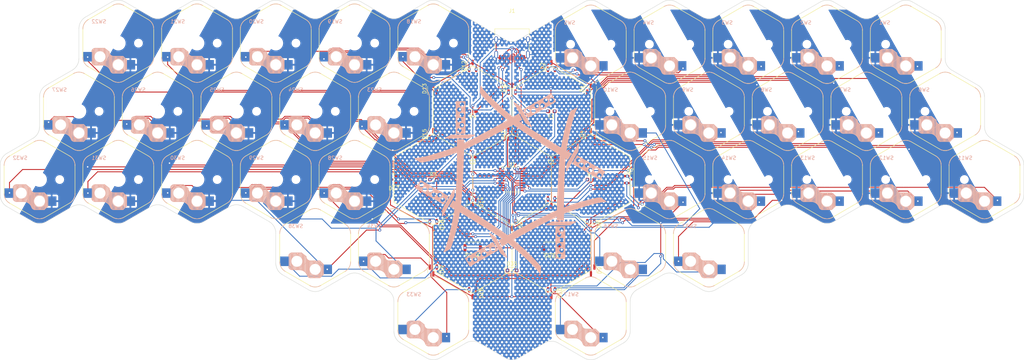
<source format=kicad_pcb>
(kicad_pcb (version 20221018) (generator pcbnew)
  (layers (0 "F.Cu" signal) (31 "B.Cu" signal) (34 "B.Paste" user) (35 "F.Paste" user) (36 "B.SilkS" user "B.Silkscreen") (37 "F.SilkS" user "F.Silkscreen") (38 "B.Mask" user) (39 "F.Mask" user) (44 "Edge.Cuts" user))
  (net 0 "")
  (net 1 "Net-(D1-A1)")
  (net 2 "Net-(D1-A2)")
  (net 3 "Net-(D2-A1)")
  (net 4 "Net-(D2-A2)")
  (net 5 "Net-(D3-A1)")
  (net 6 "+3.3V")
  (net 7 "GND")
  (net 8 "VCC")
  (net 9 "Net-(D35-A)")
  (net 10 "VBUS")
  (net 11 "CC1")
  (net 12 "PORT+")
  (net 13 "PORT-")
  (net 15 "CC2")
  (net 17 "UDP")
  (net 18 "BOOT")
  (net 19 "RST")
  (net 20 "P3.0_RX")
  (net 21 "UDM")
  (net 22 "Net-(D3-A2)")
  (net 23 "Net-(D4-A1)")
  (net 24 "Net-(D4-A2)")
  (net 25 "Net-(D5-A1)")
  (net 26 "Net-(D5-A2)")
  (net 27 "Net-(D6-A1)")
  (net 28 "Net-(D6-A2)")
  (net 29 "Net-(D8-A1)")
  (net 30 "Net-(D8-A2)")
  (net 31 "Net-(D9-A1)")
  (net 32 "Net-(D9-A2)")
  (net 33 "Net-(D10-A2)")
  (net 34 "Net-(D12-A1)")
  (net 35 "Net-(D12-A2)")
  (net 36 "Net-(D13-A1)")
  (net 37 "Net-(D13-A2)")
  (net 38 "Net-(D15-A1)")
  (net 39 "Net-(D15-A2)")
  (net 40 "Net-(D16-A1)")
  (net 41 "Net-(D16-A2)")
  (net 42 "Net-(D17-A1)")
  (net 43 "Net-(D17-A2)")
  (net 44 "Net-(D18-A2)")
  (net 45 "Net-(D19-A1)")
  (net 46 "Net-(D10-A1)")
  (net 47 "Net-(D7-A1)")
  (net 48 "Net-(D7-A2)")
  (net 49 "Net-(D19-A2)")
  (net 50 "Net-(D14-A2)")
  (net 51 "Net-(D14-A1)")
  (net 52 "Net-(D18-A1)")
  (net 53 "col10")
  (net 54 "row3")
  (net 55 "row4")
  (net 56 "col1")
  (net 57 "col2")
  (net 58 "col3")
  (net 59 "col4")
  (net 60 "col5")
  (net 61 "col6")
  (net 62 "col7")
  (net 63 "col8")
  (net 64 "col9")
  (net 65 "row1")
  (net 66 "row2")
  (footprint "Package_TO_SOT_SMD:SOT-23" (layer "F.Cu") (at 129 49.652128 90)
    (fp_text reference "D12")
    (fp_text value "BAV70_Small")
  )
  (footprint "Package_TO_SOT_SMD:SOT-23" (layer "F.Cu") (at 172 80.684708)
    (fp_text reference "D7")
    (fp_text value "BAV70_Small")
  )
  (footprint "Resistor_SMD:R_0603_1608Metric_Pad0.98x0.95mm_HandSolder" (layer "F.Cu") (at 161.25 80.684708)
    (fp_text reference "R1")
    (fp_text value "10k")
  )
  (footprint "Resistor_SMD:R_0603_1608Metric_Pad0.98x0.95mm_HandSolder" (layer "F.Cu") (at 118.25 80.684708)
    (fp_text reference "R3")
    (fp_text value "5.1k")
  )
  (footprint "Package_TO_SOT_SMD:SOT-23" (layer "F.Cu") (at 161.25 68.271676 90)
    (fp_text reference "D4")
    (fp_text value "BAV70_Small")
  )
  (footprint "Resistor_SMD:R_0603_1608Metric_Pad0.98x0.95mm_HandSolder" (layer "F.Cu") (at 129 62.06516 180)
    (fp_text reference "R4")
    (fp_text value "5.1k")
  )
  (footprint "Fuse:Fuse_0603_1608Metric_Pad1.05x0.95mm_HandSolder" (layer "F.Cu") (at 150.5 62.06516 180)
    (fp_text reference "F1")
    (fp_text value "500mA")
  )
  (footprint "Diode_SMD:D_SOD-323_HandSoldering" (layer "F.Cu") (at 139.75 105.510772)
    (fp_text reference "D35")
    (fp_text value "PMEG2010EA")
  )
  (footprint "Package_TO_SOT_SMD:SOT-23" (layer "F.Cu") (at 161.25 93.09774 -90)
    (fp_text reference "D8")
    (fp_text value "BAV70_Small")
  )
  (footprint "Capacitor_SMD:C_0603_1608Metric_Pad1.08x0.95mm_HandSolder" (layer "F.Cu") (at 129 74.478192 180)
    (fp_text reference "C2")
    (fp_text value "100nF")
  )
  (footprint "Package_TO_SOT_SMD:SOT-23" (layer "F.Cu") (at 161.25 55.858644 90)
    (fp_text reference "D1")
    (fp_text value "BAV70_Small")
  )
  (footprint "Package_TO_SOT_SMD:SOT-23" (layer "F.Cu") (at 129 111.717288 -90)
    (fp_text reference "D18")
    (fp_text value "BAV70_Small")
  )
  (footprint "Button_Switch_SMD:SW_Push_SPST_NO_Alps_SKRK" (layer "F.Cu") (at 129 99.304256)
    (fp_text reference "SW36")
    (fp_text value "RESET")
  )
  (footprint "Package_TO_SOT_SMD:SOT-23" (layer "F.Cu") (at 139.75 55.858644 90)
    (fp_text reference "D3")
    (fp_text value "BAV70_Small")
  )
  (footprint "Package_TO_SOT_SMD:SOT-23" (layer "F.Cu") (at 118.25 93.09774 -90)
    (fp_text reference "D16")
    (fp_text value "BAV70_Small")
  )
  (footprint "Package_SO:TSSOP-20_4.4x6.5mm_P0.65mm" (layer "F.Cu") (at 139.75 80.684708)
    (fp_text reference "U1")
    (fp_text value "~")
  )
  (footprint "Button_Switch_SMD:SW_Push_SPST_NO_Alps_SKRK" (layer "F.Cu") (at 150.5 99.304256 180)
    (fp_text reference "SW35")
    (fp_text value "BOOT")
  )
  (footprint "Package_TO_SOT_SMD:SOT-23" (layer "F.Cu") (at 150.5 86.891224 -90)
    (fp_text reference "D5")
    (fp_text value "BAV70_Small")
  )
  (footprint "Package_TO_SOT_SMD:SOT-23" (layer "F.Cu") (at 150.5 111.717288 -90)
    (fp_text reference "D10")
    (fp_text value "BAV70_Small")
  )
  (footprint "Package_TO_SOT_SMD:SOT-23" (layer "F.Cu") (at 118.25 55.858644 90)
    (fp_text reference "D13")
    (fp_text value "BAV70_Small")
  )
  (footprint "Package_TO_SOT_SMD:SOT-23" (layer "F.Cu") (at 150.5 49.652128 90)
    (fp_text reference "D2")
    (fp_text value "BAV70_Small")
  )
  (footprint "Package_TO_SOT_SMD:SOT-23" (layer "F.Cu") (at 139.75 93.09774 -90)
    (fp_text reference "D6")
    (fp_text value "BAV70_Small")
  )
  (footprint "Package_TO_SOT_SMD:SOT-23" (layer "F.Cu") (at 118.25 68.271676 90)
    (fp_text reference "D15")
    (fp_text value "BAV70_Small")
  )
  (footprint "Capacitor_SMD:C_0603_1608Metric_Pad1.08x0.95mm_HandSolder" (layer "F.Cu") (at 150.5 74.478192 180)
    (fp_text reference "C1")
    (fp_text value "100nF")
  )
  (footprint "Package_TO_SOT_SMD:SOT-23" (layer "F.Cu") (at 161.29 105.510772 -90)
    (fp_text reference "D9")
    (fp_text value "BAV70_Small")
  )
  (footprint "Package_TO_SOT_SMD:SOT-23" (layer "F.Cu") (at 118.25 105.510772 -90)
    (fp_text reference "D19")
    (fp_text value "BAV70_Small")
  )
  (footprint "Package_TO_SOT_SMD:SOT-23-6" (layer "F.Cu") (at 139.75 68.271676 90)
    (fp_text reference "U2")
    (fp_text value "USBLC6-2SC6")
  )
  (footprint "Package_TO_SOT_SMD:SOT-23" (layer "F.Cu") (at 107.5 80.684708 180)
    (fp_text reference "D17")
    (fp_text value "BAV70_Small")
  )
  (footprint "Package_TO_SOT_SMD:SOT-23" (layer "F.Cu") (at 129 86.891224 -90)
    (fp_text reference "D14")
    (fp_text value "BAV70_Small")
  )
  (footprint "Connector_USB:USB_C_Receptacle_HRO_TYPE-C-31-M-12" (layer "F.Cu") (at 139.75 43.445612 180)
    (fp_text reference "J1")
    (fp_text value "USB_C_Receptacle_USB2.0")
  )
  (footprint "s-ol:PG1350_hotswap" (layer "B.Cu") (at 172 99.304256 180)
    (fp_text reference "SW16")
    (fp_text value "SW_Push")
  )
  (footprint "s-ol:PG1350_hotswap" (layer "B.Cu") (at 10.75 80.684708 180)
    (fp_text reference "SW32")
    (fp_text value "SW_Push")
  )
  (footprint "s-ol:PG1350_hotswap" (layer "B.Cu") (at 118.25 117.923804 180)
    (fp_text reference "SW33")
    (fp_text value "SW_Push")
  )
  (footprint "s-ol:PG1350_hotswap" (layer "B.Cu") (at 43 62.06516 180)
    (fp_text reference "SW26")
    (fp_text value "SW_Push")
  )
  (footprint "s-ol:PG1350_hotswap" (layer "B.Cu") (at 193.5 62.06516 180)
    (fp_text reference "SW9")
    (fp_text value "SW_Push")
  )
  (footprint "s-ol:PG1350_hotswap" (layer "B.Cu") (at 107.5 62.06516 180)
    (fp_text reference "SW23")
    (fp_text value "SW_Push")
  )
  (footprint "s-ol:PG1350_hotswap" (layer "B.Cu") (at 204.25 43.752128 180)
    (fp_text reference "SW3")
    (fp_text value "SW_Push")
  )
  (footprint "s-ol:PG1350_hotswap" (layer "B.Cu") (at 215 62.06516 180)
    (fp_text reference "SW8")
    (fp_text value "SW_Push")
  )
  (footprint "s-ol:PG1350_hotswap" (layer "B.Cu") (at 236.5 62.06516 180)
    (fp_text reference "SW7")
    (fp_text value "SW_Push")
  )
  (footprint "s-ol:PG1350_hotswap" (layer "B.Cu") (at 75.25 43.445612 180)
    (fp_text reference "SW20")
    (fp_text value "SW_Push")
  )
  (footprint "s-ol:PG1350_hotswap" (layer "B.Cu") (at 193.5 99.304256 180)
    (fp_text reference "SW37")
    (fp_text value "SW_Push")
  )
  (footprint "s-ol:PG1350_hotswap" (layer "B.Cu") (at 204.25 80.684708 180)
    (fp_text reference "SW14")
    (fp_text value "SW_Push")
  )
  (footprint "s-ol:PG1350_hotswap" (layer "B.Cu") (at 107.5 99.304256 180)
    (fp_text reference "SW34")
    (fp_text value "SW_Push")
  )
  (footprint "s-ol:PG1350_hotswap" (layer "B.Cu") (at 64.5 62.06516 180)
    (fp_text reference "SW25")
    (fp_text value "SW_Push")
  )
  (footprint "s-ol:PG1350_hotswap" (layer "B.Cu") (at 86 62.06516 180)
    (fp_text reference "SW24")
    (fp_text value "SW_Push")
  )
  (footprint "s-ol:PG1350_hotswap" (layer "B.Cu") (at 247.25 80.684708 180)
    (fp_text reference "SW12")
    (fp_text value "SW_Push")
  )
  (footprint "s-ol:PG1350_hotswap" (layer "B.Cu") (at 53.75 80.684708 180)
    (fp_text reference "SW30")
    (fp_text value "SW_Push")
  )
  (footprint "s-ol:PG1350_hotswap" (layer "B.Cu") (at 182.75 43.752128 180)
    (fp_text reference "SW4")
    (fp_text value "SW_Push")
  )
  (footprint "s-ol:PG1350_hotswap" (layer "B.Cu") (at 247.25 43.752128 180)
    (fp_text reference "SW1")
    (fp_text value "SW_Push")
  )
  (footprint "s-ol:PG1350_hotswap" (layer "B.Cu") (at 75.25 80.684708 180)
    (fp_text reference "SW29")
    (fp_text value "SW_Push")
  )
  (footprint "s-ol:PG1350_hotswap" (layer "B.Cu") (at 258 62.06516 180)
    (fp_text reference "SW6")
    (fp_text value "SW_Push")
  )
  (footprint "s-ol:PG1350_hotswap" (layer "B.Cu") (at 118.25 43.445612 180)
    (fp_text reference "SW18")
    (fp_text value "SW_Push")
  )
  (footprint "s-ol:PG1350_hotswap" (layer "B.Cu") (at 86 99.304256 180)
    (fp_text reference "SW38")
    (fp_text value "SW_Push")
  )
  (footprint "s-ol:PG1350_hotswap" (layer "B.Cu") (at 182.75 80.684708 180)
    (fp_text reference "SW15")
    (fp_text value "SW_Push")
  )
  (footprint "s-ol:PG1350_hotswap" (layer "B.Cu") (at 161.25 43.752128 180)
    (fp_text reference "SW5")
    (fp_text value "SW_Push")
  )
  (footprint "s-ol:PG1350_hotswap" (layer "B.Cu") (at 96.75 80.684708 180)
    (fp_text reference "SW28")
    (fp_text value "SW_Push")
  )
  (footprint "s-ol:PG1350_hotswap" (layer "B.Cu") (at 172 62.06516 180)
    (fp_text reference "SW10")
    (fp_text value "SW_Push")
  )
  (footprint "s-ol:PG1350_hotswap" (layer "B.Cu") (at 225.75 43.752128 180)
    (fp_text reference "SW2")
    (fp_text value "SW_Push")
  )
  (footprint "s-ol:PG1350_hotswap" (layer "B.Cu") (at 161.25 117.923804 180)
    (fp_text reference "SW17")
    (fp_text value "SW_Push")
  )
  (footprint "s-ol:PG1350_hotswap" (layer "B.Cu") (at 32.25 80.684708 180)
    (fp_text reference "SW31")
    (fp_text value "SW_Push")
  )
  (footprint "s-ol:PG1350_hotswap" (layer "B.Cu") (at 53.75 43.445612 180)
    (fp_text reference "SW21")
    (fp_text value "SW_Push")
  )
  (footprint "s-ol:PG1350_hotswap" (layer "B.Cu") (at 32.25 43.445612 180)
    (fp_text reference "SW22")
    (fp_text value "SW_Push")
  )
  (footprint "s-ol:PG1350_hotswap" (layer "B.Cu") (at 96.75 43.445612 180)
    (fp_text reference "SW19")
    (fp_text value "SW_Push")
  )
  (footprint "s-ol:PG1350_hotswap" (layer "B.Cu") (at 225.75 80.684708 180)
    (fp_text reference "SW13")
    (fp_text value "SW_Push")
  )
  (footprint "s-ol:PG1350_hotswap" (layer "B.Cu") (at 268.75 80.684708 180)
    (fp_text reference "SW11")
    (fp_text value "SW_Push")
  )
  (footprint "s-ol:PG1350_hotswap" (layer "B.Cu") (at 21.5 62.06516 180)
    (fp_text reference "SW27")
    (fp_text value "SW_Push")
  )
  (gr_poly (pts (xy 163.877426 85.659123) (xy 163.943038 85.68301) (xy 165.465321 86.690225) (xy 165.39295 86.691973) (xy 165.17175 86.705731) (xy 165.003424 86.721106) (xy 164.79559 86.744272) (xy 164.547483 86.776826) (xy 164.258337 86.820366) (xy 163.927385 86.876486) (xy 163.55386 86.946785) (xy 163.136996 87.032857) (xy 162.676027 87.1363) (xy 162.170186 87.25871) (xy 161.618706 87.401683) (xy 161.020821 87.566816) (xy 160.375765 87.755705) (xy 158.40936 88.357314) (xy 157.363344 88.692855) (xy 156.286522 89.055737) (xy 155.187198 89.449097) (xy 154.073675 89.876074) (xy 152.954255 90.339805) (xy 151.837242 90.843428) (xy 150.86125 91.316915) (xy 149.754132 91.875395) (xy 147.348551 93.129599) (xy 143.186252 95.362825) (xy 141.918757 96.056505) (xy 140.753719 96.709108) (xy 138.813053 97.827694) (xy 137.063628 98.87469) (xy 136.157611 97.283045) (xy 137.417152 96.578304) (xy 140.700016 94.785871) (xy 142.867808 93.632609) (xy 145.262566 92.388432) (xy 147.791336 91.113674) (xy 150.361163 89.868672) (xy 151.486727 89.36051) (xy 152.690493 88.858455) (xy 153.934582 88.373078) (xy 155.181114 87.914948) (xy 156.392211 87.494636) (xy 157.529992 87.122711) (xy 158.556578 86.809744) (xy 159.43409 86.566304) (xy 161.099954 86.146585) (xy 161.833049 85.974131) (xy 162.481016 85.833184) (xy 163.029925 85.728671) (xy 163.465851 85.665519) (xy 163.637092 85.650994) (xy 163.774864 85.648656)) (stroke (width 0.182562)) (fill solid) (layer "B.SilkS"))
  (gr_poly (pts (xy 135.904476 100.037423) (xy 128.190123 104.491311) (xy 127.077137 102.563562) (xy 127.448522 102.563562) (xy 127.777277 103.132979) (xy 128.435417 103.13261) (xy 128.764498 102.563004) (xy 128.705608 102.461004) (xy 129.026749 102.461004) (xy 129.355508 103.030431) (xy 130.013654 103.030073) (xy 130.343046 102.460277) (xy 130.014286 101.89085) (xy 129.35614 101.891219) (xy 129.026749 102.461004) (xy 128.705608 102.461004) (xy 128.435744 101.993588) (xy 127.777908 101.993778) (xy 127.448522 102.563562) (xy 127.077137 102.563562) (xy 126.840871 102.154338) (xy 128.58854 101.145323) (xy 129.904994 101.145323) (xy 130.233749 101.714729) (xy 130.891584 101.71455) (xy 131.22097 101.144754) (xy 131.162085 101.042764) (xy 131.483221 101.042764) (xy 131.81198 101.612191) (xy 132.470126 101.611822) (xy 132.799518 101.042037) (xy 132.470758 100.472611) (xy 131.812612 100.472969) (xy 131.483221 101.042764) (xy 131.162085 101.042764) (xy 130.892216 100.575348) (xy 130.234075 100.575706) (xy 129.904994 101.145323) (xy 128.58854 101.145323) (xy 131.044715 99.727251) (xy 132.361156 99.727251) (xy 132.68991 100.296668) (xy 133.348056 100.296299) (xy 133.677442 99.726514) (xy 133.618552 99.624514) (xy 133.939693 99.624514) (xy 134.268452 100.193941) (xy 134.926598 100.193583) (xy 135.25599 99.623787) (xy 134.92723 99.05436) (xy 134.269084 99.054729) (xy 133.939693 99.624514) (xy 133.618552 99.624514) (xy 133.348688 99.157098) (xy 132.690547 99.157467) (xy 132.361156 99.727251) (xy 131.044715 99.727251) (xy 134.555224 97.700461)) (fill solid) (layer "B.SilkS"))
  (gr_poly (pts (xy 131.202084 55.170228) (xy 131.324599 55.354915) (xy 131.422077 55.493003) (xy 131.546056 55.66141) (xy 131.698303 55.86) (xy 131.880582 56.088639) (xy 132.09466 56.347192) (xy 132.342302 56.635525) (xy 132.625275 56.953504) (xy 132.945344 57.300993) (xy 133.304274 57.677859) (xy 133.703832 58.083967) (xy 134.145783 58.519182) (xy 134.631893 58.98337) (xy 136.136105 60.385524) (xy 136.949701 61.123631) (xy 137.802377 61.874745) (xy 138.6927 62.630106) (xy 139.619235 63.380956) (xy 140.095635 63.751952) (xy 140.580549 64.118535) (xy 141.0738 64.47961) (xy 141.575208 64.834083) (xy 142.473255 65.442573) (xy 143.510471 66.122125) (xy 145.799434 67.578318) (xy 149.81461 70.066369) (xy 151.049104 70.817208) (xy 152.196796 71.499856) (xy 154.135859 72.621224) (xy 155.917302 73.612769) (xy 154.991894 75.193233) (xy 153.7518 74.45481) (xy 150.558076 72.507984) (xy 148.475426 71.207253) (xy 146.200557 69.755421) (xy 143.832199 68.202821) (xy 141.46908 66.599787) (xy 140.466219 65.879101) (xy 139.429546 65.087637) (xy 138.387153 64.252913) (xy 137.367135 63.40245) (xy 136.397586 62.563765) (xy 135.506597 61.764379) (xy 134.722264 61.03181) (xy 134.072679 60.393577) (xy 133.450776 59.757783) (xy 132.876262 59.160762) (xy 132.360366 58.612111) (xy 131.914319 58.121428) (xy 131.549354 57.698314) (xy 131.400787 57.515094) (xy 131.276701 57.352366) (xy 131.178501 57.211329) (xy 131.107591 57.093183) (xy 131.065374 56.999128) (xy 131.055465 56.961509) (xy 131.053255 56.930364) (xy 131.164384 55.108427)) (stroke (width 0.182562)) (fill solid) (layer "B.SilkS"))
  (gr_poly (pts (xy 157.75758 72.89869) (xy 154.619952 78.342147) (xy 154.772563 76.476475) (xy 157.910191 71.033018)) (stroke (width 0.289281)) (fill solid) (layer "B.SilkS"))
  (gr_poly (pts (xy 127.04841 68.196183) (xy 124.349908 68.196183) (xy 124.349909 67.271243) (xy 124.703615 67.271243) (xy 125.032369 67.841397) (xy 125.689889 67.841397) (xy 126.018643 67.271243) (xy 125.689889 66.70109) (xy 125.032369 66.70109) (xy 124.703615 67.271243) (xy 124.349909 67.271243) (xy 124.349911 65.852819) (xy 125.403922 65.852819) (xy 125.732677 66.422973) (xy 126.390186 66.422973) (xy 126.71894 65.852819) (xy 126.390186 65.282666) (xy 125.732677 65.282666) (xy 125.403922 65.852819) (xy 124.349911 65.852819) (xy 124.349912 64.434753) (xy 124.703615 64.434753) (xy 125.032369 65.004907) (xy 125.689889 65.004907) (xy 126.018643 64.434753) (xy 125.689889 63.8646) (xy 125.032369 63.8646) (xy 124.703615 64.434753) (xy 124.349912 64.434753) (xy 124.349914 63.016329) (xy 125.403922 63.016329) (xy 125.732677 63.586483) (xy 126.390186 63.586483) (xy 126.71894 63.016329) (xy 126.390186 62.446534) (xy 125.732677 62.446534) (xy 125.403922 63.016329) (xy 124.349914 63.016329) (xy 124.349916 61.598263) (xy 124.703615 61.598263) (xy 125.032369 62.168417) (xy 125.689889 62.168417) (xy 126.018643 61.598263) (xy 125.689889 61.02811) (xy 125.032369 61.02811) (xy 124.703615 61.598263) (xy 124.349916 61.598263) (xy 124.349917 60.180194) (xy 125.403922 60.180194) (xy 125.732677 60.749993) (xy 126.390186 60.749993) (xy 126.71894 60.180194) (xy 126.390186 59.610041) (xy 125.732677 59.610041) (xy 125.403922 60.180194) (xy 124.349917 60.180194) (xy 124.349918 59.288415) (xy 127.048421 59.288415)) (fill solid) (layer "B.SilkS"))
  (gr_poly (pts (xy 126.608706 69.792598) (xy 126.589258 71.235762) (xy 126.500117 74.975022) (xy 126.414974 77.429016) (xy 126.295084 80.125025) (xy 126.134671 82.952383) (xy 125.927961 85.800419) (xy 125.805259 87.029266) (xy 125.638168 88.322784) (xy 125.436473 89.642886) (xy 125.20996 90.95148) (xy 124.968414 92.210477) (xy 124.72162 93.381787) (xy 124.479365 94.427321) (xy 124.251434 95.308989) (xy 123.781991 96.961532) (xy 123.564793 97.682638) (xy 123.362873 98.314267) (xy 123.178929 98.841893) (xy 123.015657 99.25099) (xy 122.942615 99.406552) (xy 122.875753 99.527034) (xy 122.815408 99.610621) (xy 122.761916 99.655498) (xy 121.128504 100.470228) (xy 121.163175 100.40668) (xy 121.26186 100.208236) (xy 121.332708 100.054773) (xy 121.416562 99.863201) (xy 121.512422 99.632057) (xy 121.619289 99.359879) (xy 121.736163 99.045205) (xy 121.862045 98.686574) (xy 121.995936 98.282523) (xy 122.136836 97.83159) (xy 122.283747 97.332314) (xy 122.435668 96.783232) (xy 122.5916 96.182882) (xy 122.750545 95.529802) (xy 123.21274 93.526043) (xy 123.445162 92.452396) (xy 123.669307 91.3384) (xy 123.878308 90.189677) (xy 124.065297 89.011849) (xy 124.223403 87.810537) (xy 124.34576 86.591364) (xy 124.423703 85.509386) (xy 124.493604 84.271352) (xy 124.610221 81.560955) (xy 124.757342 76.839687) (xy 124.807691 74.05991) (xy 124.809298 71.81995) (xy 124.777283 69.781406)) (stroke (width 0.182562)) (fill solid) (layer "B.SilkS"))
  (gr_poly (pts (xy 123.868605 85.125817) (xy 120.730966 90.569274) (xy 120.883567 88.703602) (xy 124.021206 83.260145)) (stroke (width 0.289281)) (fill solid) (layer "B.SilkS"))
  (gr_poly (pts (xy 151.800278 59.447964) (xy 144.085931 63.901853) (xy 142.975492 61.978515) (xy 143.385165 61.978515) (xy 143.713925 62.547942) (xy 144.372066 62.547584) (xy 144.701457 61.977789) (xy 144.642567 61.875788) (xy 144.963708 61.875788) (xy 145.292462 62.445215) (xy 145.950608 62.444847) (xy 146.279994 61.875051) (xy 145.95124 61.305645) (xy 145.293099 61.306003) (xy 144.963708 61.875788) (xy 144.642567 61.875788) (xy 144.372697 61.408362) (xy 143.714552 61.408731) (xy 143.385165 61.978515) (xy 142.975492 61.978515) (xy 142.73668 61.56488) (xy 144.476706 60.560276) (xy 145.841637 60.560276) (xy 146.170397 61.129703) (xy 146.828538 61.129334) (xy 147.157929 60.559549) (xy 147.099039 60.457548) (xy 147.42018 60.457548) (xy 147.748934 61.026965) (xy 148.40708 61.026596) (xy 148.736161 60.45699) (xy 148.407406 59.887574) (xy 147.749571 59.887764) (xy 147.42018 60.457548) (xy 147.099039 60.457548) (xy 146.829169 59.990122) (xy 146.171024 59.99048) (xy 145.841637 60.560276) (xy 144.476706 60.560276) (xy 146.933189 59.142025) (xy 148.298109 59.142025) (xy 148.626869 59.711452) (xy 149.28501 59.711094) (xy 149.614401 59.141299) (xy 149.555517 59.039309) (xy 149.876652 59.039309) (xy 150.205406 59.608715) (xy 150.863241 59.608536) (xy 151.192633 59.03874) (xy 150.863878 58.469334) (xy 150.205733 58.469692) (xy 149.876652 59.039309) (xy 149.555517 59.039309) (xy 149.285641 58.571872) (xy 148.627496 58.572241) (xy 148.298109 59.142025) (xy 146.933189 59.142025) (xy 150.451027 57.111002)) (fill solid) (layer "B.SilkS"))
  (gr_poly (pts (xy 155.402456 93.057595) (xy 149.119472 93.062049) (xy 150.811486 92.261373) (xy 157.09447 92.256919)) (stroke (width 0.281223)) (fill solid) (layer "B.SilkS"))
  (gr_poly (pts (xy 141.879254 60.776817) (xy 145.0246 66.21581) (xy 143.485187 65.150825) (xy 140.339841 59.711831)) (stroke (width 0.316532)) (fill solid) (layer "B.SilkS"))
  (gr_poly (pts (xy 142.483541 64.319257) (xy 141.224 65.024) (xy 137.941136 66.816437) (xy 135.773344 67.9697) (xy 133.378587 69.21388) (xy 130.849818 70.488639) (xy 128.279992 71.733641) (xy 127.154428 72.241803) (xy 125.950661 72.743858) (xy 124.706572 73.229235) (xy 123.460039 73.687364) (xy 122.248943 74.107675) (xy 121.111161 74.479598) (xy 120.084575 74.792562) (xy 119.207062 75.035999) (xy 117.541195 75.455723) (xy 116.8081 75.628179) (xy 116.160134 75.769127) (xy 115.611225 75.873639) (xy 115.175301 75.936789) (xy 115.004061 75.951314) (xy 114.86629 75.95365) (xy 114.763729 75.943181) (xy 114.69812 75.919293) (xy 113.175837 74.912088) (xy 113.248208 74.91034) (xy 113.469407 74.896582) (xy 113.637734 74.881207) (xy 113.845567 74.858041) (xy 114.093674 74.825487) (xy 114.38282 74.781947) (xy 114.713772 74.725827) (xy 115.087296 74.655529) (xy 115.50416 74.569456) (xy 115.965129 74.466013) (xy 116.470969 74.343604) (xy 117.022448 74.20063) (xy 117.620332 74.035497) (xy 118.265387 73.846608) (xy 120.23179 73.244999) (xy 121.277807 72.909458) (xy 122.354629 72.546576) (xy 123.453953 72.153216) (xy 124.567477 71.726239) (xy 125.686896 71.262508) (xy 126.803908 70.758885) (xy 127.779902 70.285395) (xy 128.887021 69.726912) (xy 131.292603 68.472706) (xy 135.454903 66.239489) (xy 136.722397 65.545805) (xy 137.887434 64.893199) (xy 139.828098 63.77461) (xy 141.577521 62.727612)) (stroke (width 0.182562)) (fill solid) (layer "B.SilkS"))
  (gr_poly (pts (xy 157.478003 61.19562) (xy 157.379319 61.394065) (xy 157.30847 61.547527) (xy 157.224616 61.7391) (xy 157.128756 61.970244) (xy 157.02189 62.242422) (xy 156.905016 62.557095) (xy 156.779134 62.915727) (xy 156.645243 63.319778) (xy 156.504343 63.77071) (xy 156.357432 64.269987) (xy 156.205511 64.819069) (xy 156.049578 65.419418) (xy 155.890634 66.072498) (xy 155.428439 68.076257) (xy 155.196017 69.149904) (xy 154.971872 70.2639) (xy 154.76287 71.412623) (xy 154.575882 72.590451) (xy 154.417776 73.791763) (xy 154.295419 75.010936) (xy 154.217476 76.092914) (xy 154.147575 77.330948) (xy 154.030957 80.041345) (xy 153.883837 84.762613) (xy 153.833487 87.54239) (xy 153.831881 89.78235) (xy 153.863896 91.820894) (xy 152.032473 91.809702) (xy 152.05192 90.366538) (xy 152.141062 86.627279) (xy 152.226205 84.173286) (xy 152.346095 81.477276) (xy 152.506508 78.649918) (xy 152.713218 75.801881) (xy 152.835919 74.573034) (xy 153.00301 73.279516) (xy 153.204705 71.959414) (xy 153.431219 70.65082) (xy 153.672765 69.391823) (xy 153.919559 68.220513) (xy 154.161814 67.174979) (xy 154.389745 66.293311) (xy 154.859188 64.640769) (xy 155.076386 63.919663) (xy 155.278305 63.288035) (xy 155.46225 62.760409) (xy 155.625522 62.351311) (xy 155.698563 62.19575) (xy 155.765425 62.075267) (xy 155.825771 61.99168) (xy 155.879263 61.946803) (xy 157.512675 61.132071)) (stroke (width 0.182562)) (fill solid) (layer "B.SilkS"))
  (gr_poly (pts (xy 165.218173 78.489147) (xy 163.868927 80.82612) (xy 161.615829 79.525295) (xy 162.932274 79.525295) (xy 163.261355 80.094911) (xy 163.919496 80.095269) (xy 164.248261 79.525853) (xy 163.918864 78.956057) (xy 163.261039 78.955878) (xy 162.932274 79.525295) (xy 161.615829 79.525295) (xy 159.159362 78.107055) (xy 160.475813 78.107055) (xy 160.805189 78.67684) (xy 161.463034 78.677029) (xy 161.732891 78.209603) (xy 162.054034 78.209603) (xy 162.38342 78.779398) (xy 163.041571 78.779756) (xy 163.370326 78.21033) (xy 163.04094 77.640545) (xy 162.382789 77.640176) (xy 162.054034 78.209603) (xy 161.732891 78.209603) (xy 161.791778 78.107602) (xy 161.462697 77.537996) (xy 160.804557 77.537628) (xy 160.475813 78.107055) (xy 159.159362 78.107055) (xy 156.702877 76.688805) (xy 158.01933 76.688805) (xy 158.348727 77.2586) (xy 159.006868 77.258958) (xy 159.276835 76.791363) (xy 159.597562 76.791363) (xy 159.926959 77.361148) (xy 160.585099 77.361517) (xy 160.913864 76.79209) (xy 160.584468 76.222294) (xy 159.926327 76.221936) (xy 159.597562 76.791363) (xy 159.276835 76.791363) (xy 159.335622 76.689542) (xy 159.006236 76.119746) (xy 158.348095 76.119388) (xy 158.01933 76.688805) (xy 156.702877 76.688805) (xy 156.154574 76.372242) (xy 156.731421 75.373113) (xy 157.14109 75.373113) (xy 157.470476 75.942908) (xy 158.128627 75.943266) (xy 158.457382 75.37384) (xy 158.127996 74.804055) (xy 157.469845 74.803686) (xy 157.14109 75.373113) (xy 156.731421 75.373113) (xy 157.503831 74.035259)) (fill solid) (layer "B.SilkS"))
  (gr_poly (pts (xy 154.291271 102.313883) (xy 151.592768 102.313883) (xy 151.592768 101.422103) (xy 151.922239 101.422103) (xy 152.250993 101.992256) (xy 152.908502 101.992256) (xy 153.237256 101.422103) (xy 152.908502 100.852307) (xy 152.250993 100.852307) (xy 151.922239 101.422103) (xy 151.592768 101.422103) (xy 151.592768 100.004037) (xy 152.622536 100.004037) (xy 152.95129 100.57419) (xy 153.608809 100.57419) (xy 153.937564 100.004037) (xy 153.608809 99.433883) (xy 152.95129 99.433883) (xy 152.622536 100.004037) (xy 151.592768 100.004037) (xy 151.592768 98.585971) (xy 151.922239 98.585971) (xy 152.250993 99.155766) (xy 152.908502 99.155766) (xy 153.237256 98.585971) (xy 152.908502 98.015817) (xy 152.250993 98.015817) (xy 151.922239 98.585971) (xy 151.592768 98.585971) (xy 151.592768 97.167547) (xy 152.622536 97.167547) (xy 152.95129 97.7377) (xy 153.608809 97.7377) (xy 153.937564 97.167547) (xy 153.608809 96.597393) (xy 152.95129 96.597393) (xy 152.622536 97.167547) (xy 151.592768 97.167547) (xy 151.592768 95.749481) (xy 151.922239 95.749481) (xy 152.250993 96.319634) (xy 152.908502 96.319634) (xy 153.237256 95.749481) (xy 152.908502 95.179327) (xy 152.250993 95.179327) (xy 151.922239 95.749481) (xy 151.592768 95.749481) (xy 151.592768 94.331057) (xy 152.622536 94.331057) (xy 152.95129 94.90121) (xy 153.608809 94.90121) (xy 153.937564 94.331057) (xy 153.608809 93.760903) (xy 152.95129 93.760903) (xy 152.622536 94.331057) (xy 151.592768 94.331057) (xy 151.592768 93.406117) (xy 154.291271 93.406117)) (fill solid) (layer "B.SilkS"))
  (gr_poly (pts (xy 135.155953 96.451499) (xy 138.301298 101.890492) (xy 136.761885 100.825486) (xy 133.61654 95.386493)) (stroke (width 0.316532)) (fill solid) (layer "B.SilkS"))
  (gr_poly (pts (xy 127.829693 69.340933) (xy 121.546709 69.345386) (xy 123.238734 68.54471) (xy 129.521718 68.540256)) (stroke (width 0.281223)) (fill solid) (layer "B.SilkS"))
  (gr_poly (pts (xy 122.486573 85.23006) (xy 121.137327 87.567033) (xy 118.818834 86.228453) (xy 120.183765 86.228453) (xy 120.513162 86.798248) (xy 121.171303 86.798606) (xy 121.500068 86.229179) (xy 121.170671 85.659394) (xy 120.51253 85.659026) (xy 120.183765 86.228453) (xy 118.818834 86.228453) (xy 116.362367 84.810213) (xy 117.727304 84.810213) (xy 118.05669 85.379998) (xy 118.714831 85.380366) (xy 118.984799 84.912761) (xy 119.305536 84.912761) (xy 119.634922 85.482546) (xy 120.293073 85.482904) (xy 120.621817 84.913498) (xy 120.292431 84.343703) (xy 119.63429 84.343334) (xy 119.305536 84.912761) (xy 118.984799 84.912761) (xy 119.043585 84.810939) (xy 118.714209 84.241144) (xy 118.056058 84.240786) (xy 117.727304 84.810213) (xy 116.362367 84.810213) (xy 113.905882 83.391963) (xy 115.270821 83.391963) (xy 115.600218 83.961758) (xy 116.258359 83.962116) (xy 116.528232 83.49469) (xy 116.849369 83.49469) (xy 117.17845 84.064306) (xy 117.83659 84.064664) (xy 118.165355 83.495248) (xy 117.835959 82.925452) (xy 117.178123 82.925273) (xy 116.849369 83.49469) (xy 116.528232 83.49469) (xy 116.587123 83.392689) (xy 116.257727 82.822904) (xy 115.599586 82.822536) (xy 115.270821 83.391963) (xy 113.905882 83.391963) (xy 113.422974 83.113156) (xy 114.021516 82.07645) (xy 114.392897 82.07645) (xy 114.722283 82.646235) (xy 115.380129 82.646424) (xy 115.708873 82.076998) (xy 115.379792 81.507392) (xy 114.721651 81.507023) (xy 114.392897 82.07645) (xy 114.021516 82.07645) (xy 114.772231 80.776172)) (fill solid) (layer "B.SilkS"))
  (gr_poly (pts (xy 124.889357 87.147484) (xy 128.08308 89.094313) (xy 130.165729 90.395046) (xy 132.440596 91.84688) (xy 134.808952 93.399481) (xy 137.172067 95.002516) (xy 138.174929 95.723202) (xy 139.211603 96.514666) (xy 140.253997 97.349389) (xy 141.274016 98.199851) (xy 142.243566 99.038535) (xy 143.134554 99.837919) (xy 143.918886 100.570486) (xy 144.568468 101.208715) (xy 145.190374 101.844512) (xy 145.764892 102.441536) (xy 146.280789 102.990189) (xy 146.726836 103.480872) (xy 147.0918 103.903985) (xy 147.240367 104.087204) (xy 147.364452 104.249932) (xy 147.462651 104.390968) (xy 147.53356 104.509112) (xy 147.575775 104.603166) (xy 147.585683 104.640784) (xy 147.587892 104.671929) (xy 147.476773 106.493876) (xy 147.439074 106.432074) (xy 147.316557 106.247388) (xy 147.219078 106.109299) (xy 147.095098 105.940892) (xy 146.942851 105.742302) (xy 146.76057 105.513664) (xy 146.546492 105.25511) (xy 146.298848 104.966777) (xy 146.015875 104.648799) (xy 145.695805 104.301309) (xy 145.336874 103.924443) (xy 144.937316 103.518336) (xy 144.495364 103.08312) (xy 144.009254 102.618932) (xy 142.505046 101.216779) (xy 141.691452 100.478672) (xy 140.838775 99.727558) (xy 139.948453 98.972196) (xy 139.021918 98.221346) (xy 138.545519 97.850351) (xy 138.060605 97.483768) (xy 137.567356 97.122692) (xy 137.06595 96.768219) (xy 136.1679 96.159726) (xy 135.13068 95.480172) (xy 132.841715 94.023977) (xy 128.826538 91.535934) (xy 127.592044 90.785091) (xy 126.444354 90.10244) (xy 124.505299 88.981069) (xy 122.723866 87.989523) (xy 123.649263 86.40906)) (stroke (width 0.182562)) (fill solid) (layer "B.SilkS"))
  (gr_line (start 150.5 74.478192) (end 150.5 86.891224) (stroke (width 0.15)) (layer "F.SilkS"))
  (gr_line (start 172 74.478192) (end 172 86.891224) (stroke (width 0.15)) (layer "F.SilkS"))
  (gr_line (start 118.25 93.09774) (end 107.5 86.891224) (stroke (width 0.15)) (layer "F.SilkS"))
  (gr_line (start 118.25 68.271676) (end 118.25 55.858644) (stroke (width 0.15)) (layer "F.SilkS"))
  (gr_line (start 107.5 74.478192) (end 118.25 68.271676) (stroke (width 0.15)) (layer "F.SilkS"))
  (gr_line (start 129 86.891224) (end 139.75 93.09774) (stroke (width 0.15)) (layer "F.SilkS"))
  (gr_line (start 118.25 55.858644) (end 129 49.652128) (stroke (width 0.15)) (layer "F.SilkS"))
  (gr_line (start 129 74.478192) (end 129 86.891224) (stroke (width 0.15)) (layer "F.SilkS"))
  (gr_line (start 172 86.891224) (end 161.25 93.09774) (stroke (width 0.15)) (layer "F.SilkS"))
  (gr_line (start 129 111.717288) (end 118.25 105.510772) (stroke (width 0.15)) (layer "F.SilkS"))
  (gr_line (start 150.5 86.891224) (end 161.25 93.09774) (stroke (width 0.15)) (layer "F.SilkS"))
  (gr_line (start 161.25 55.858644) (end 161.25 68.271676) (stroke (width 0.15)) (layer "F.SilkS"))
  (gr_line (start 150.5 111.717288) (end 139.75 105.510772) (stroke (width 0.15)) (layer "F.SilkS"))
  (gr_line (start 129 74.478192) (end 118.25 68.271676) (stroke (width 0.15)) (layer "F.SilkS"))
  (gr_line (start 161.25 105.510772) (end 150.5 111.717288) (stroke (width 0.15)) (layer "F.SilkS"))
  (gr_line (start 139.75 55.858644) (end 139.75 68.271676) (stroke (width 0.15)) (layer "F.SilkS"))
  (gr_line (start 150.5 49.652128) (end 161.25 55.858644) (stroke (width 0.15)) (layer "F.SilkS"))
  (gr_line (start 161.25 68.271676) (end 150.5 74.478192) (stroke (width 0.15)) (layer "F.SilkS"))
  (gr_line (start 139.75 93.09774) (end 139.75 105.510772) (stroke (width 0.15)) (layer "F.SilkS"))
  (gr_line (start 118.25 105.510772) (end 118.25 93.09774) (stroke (width 0.15)) (layer "F.SilkS"))
  (gr_line (start 139.75 55.858644) (end 150.5 49.652128) (stroke (width 0.15)) (layer "F.SilkS"))
  (gr_line (start 139.75 105.510772) (end 129 111.717288) (stroke (width 0.15)) (layer "F.SilkS"))
  (gr_line (start 129 86.891224) (end 118.25 93.09774) (stroke (width 0.15)) (layer "F.SilkS"))
  (gr_line (start 161.25 68.271676) (end 172 74.478192) (stroke (width 0.15)) (layer "F.SilkS"))
  (gr_line (start 129 49.652128) (end 139.75 55.858644) (stroke (width 0.15)) (layer "F.SilkS"))
  (gr_line (start 150.5 74.478192) (end 139.75 68.271676) (stroke (width 0.15)) (layer "F.SilkS"))
  (gr_line (start 161.25 93.09774) (end 161.25 105.510772) (stroke (width 0.15)) (layer "F.SilkS"))
  (gr_line (start 107.5 86.891224) (end 107.5 74.478192) (stroke (width 0.15)) (layer "F.SilkS"))
  (gr_line (start 139.75 68.271676) (end 129 74.478192) (stroke (width 0.15)) (layer "F.SilkS"))
  (gr_line (start 139.75 93.09774) (end 150.5 86.891224) (stroke (width 0.15)) (layer "F.SilkS"))
  (gr_line (start 11.241174 56.255416) (end 11.366437 56.053804) (stroke (width 0.099999)) (layer "Edge.Cuts"))
  (gr_line (start 258.616446 49.683366) (end 258.754619 49.876636) (stroke (width 0.099999)) (layer "Edge.Cuts"))
  (gr_line (start 204.249979 31.712873) (end 204.487212 31.720548) (stroke (width 0.099999)) (layer "Edge.Cuts"))
  (gr_line (start 215.708593 36.715995) (end 215.9412 36.662273) (stroke (width 0.099999)) (layer "Edge.Cuts"))
  (gr_line (start 236.737212 36.777392) (end 236.973674 36.754368) (stroke (width 0.099999)) (layer "Edge.Cuts"))
  (gr_line (start 270.36746 92.267702) (end 270.146423 92.367472) (stroke (width 0.099999)) (layer "Edge.Cuts"))
  (gr_line (start 225.987272 92.636084) (end 225.750038 92.643759) (stroke (width 0.099999)) (layer "Edge.Cuts"))
  (gr_line (start 21.171677 49.16515) (end 21.219088 49.056168) (stroke (width 0.099999)) (layer "Edge.Cuts"))
  (gr_line (start 21.262984 48.945602) (end 21.303316 48.833535) (stroke (width 0.099999)) (layer "Edge.Cuts"))
  (gr_line (start 268.652441 57.248) (end 268.678035 57.365238) (stroke (width 0.099999)) (layer "Edge.Cuts"))
  (gr_line (start 204.123149 104.463818) (end 204.053373 104.692121) (stroke (width 0.099999)) (layer "Edge.Cuts"))
  (gr_line (start 1.833088 73.533012) (end 8.91691 69.443168) (stroke (width 0.099999)) (layer "Edge.Cuts"))
  (gr_line (start 268.699823 57.483559) (end 268.717758 57.60288) (stroke (width 0.099999)) (layer "Edge.Cuts"))
  (gr_line (start 43.473691 36.754368) (end 43.708611 36.715995) (stroke (width 0.099999)) (layer "Edge.Cuts"))
  (gr_line (start 204.933963 93.195164) (end 204.866467 93.292884) (stroke (width 0.099999)) (layer "Edge.Cuts"))
  (gr_line (start 107.991171 123.959943) (end 107.9335 123.856217) (stroke (width 0.099999)) (layer "Edge.Cuts"))
  (gr_line (start 203.776285 31.743572) (end 204.012746 31.720548) (stroke (width 0.099999)) (layer "Edge.Cuts"))
  (gr_line (start 279.06649 74.97863) (end 279.12079 75.084191) (stroke (width 0.099999)) (layer "Edge.Cuts"))
  (gr_line (start 173.625622 110.90127) (end 173.52581 110.970537) (stroke (width 0.099999)) (layer "Edge.Cuts"))
  (gr_line (start 267.13257 92.267702) (end 266.916931 92.152584) (stroke (width 0.099999)) (layer "Edge.Cuts"))
  (gr_line (start 139.276282 129.852166) (end 139.041362 129.813793) (stroke (width 0.099999)) (layer "Edge.Cuts"))
  (gr_line (start 21.78091 38.061393) (end 21.879201 37.845099) (stroke (width 0.099999)) (layer "Edge.Cuts"))
  (gr_line (start 138.132527 129.506808) (end 137.916885 129.391689) (stroke (width 0.099999)) (layer "Edge.Cuts"))
  (gr_line (start 237.208593 36.715995) (end 237.4412 36.662273) (stroke (width 0.099999)) (layer "Edge.Cuts"))
  (gr_line (start 279.219083 75.300485) (end 279.262979 75.411051) (stroke (width 0.099999)) (layer "Edge.Cuts"))
  (gr_line (start 205.004637 93.099614) (end 204.933963 93.195164) (stroke (width 0.099999)) (layer "Edge.Cuts"))
  (gr_line (start 41.166904 88.062755) (end 34.08308 92.152591) (stroke (width 0.099999)) (layer "Edge.Cuts"))
  (gr_line (start 64.499995 36.785066) (end 64.737228 36.777392) (stroke (width 0.099999)) (layer "Edge.Cuts"))
  (gr_line (start 237.896388 36.508781) (end 238.117427 36.409011) (stroke (width 0.099999)) (layer "Edge.Cuts"))
  (gr_line (start 214.291366 36.715995) (end 214.526285 36.754368) (stroke (width 0.099999)) (layer "Edge.Cuts"))
  (gr_line (start 195.117501 110.887202) (end 194.896459 110.986972) (stroke (width 0.099999)) (layer "Edge.Cuts"))
  (gr_line (start 238.117488 87.947629) (end 237.896449 87.847859) (stroke (width 0.099999)) (layer "Edge.Cuts"))
  (gr_line (start 278.745395 87.115716) (end 278.594702 87.299975) (stroke (width 0.099999)) (layer "Edge.Cuts"))
  (gr_line (start 161.958598 129.813794) (end 161.723676 129.852167) (stroke (width 0.099999)) (layer "Edge.Cuts"))
  (gr_line (start 257.447859 37.533995) (end 257.508854 37.635803) (stroke (width 0.099999)) (layer "Edge.Cuts"))
  (gr_line (start 204.268238 94.962201) (end 204.258155 95.083273) (stroke (width 0.099999)) (layer "Edge.Cuts"))
  (gr_line (start 138.13254 42.615508) (end 138.353577 42.715278) (stroke (width 0.099999)) (layer "Edge.Cuts"))
  (gr_line (start 192.791366 36.715995) (end 193.026285 36.754368) (stroke (width 0.099999)) (layer "Edge.Cuts"))
  (gr_line (start 268.678035 57.365238) (end 268.699823 57.483559) (stroke (width 0.099999)) (layer "Edge.Cuts"))
  (gr_line (start 257.997991 39.346406) (end 258.000031 39.468895) (stroke (width 0.099999)) (layer "Edge.Cuts"))
  (gr_line (start 87.833076 36.293892) (end 94.916908 32.204048) (stroke (width 0.099999)) (layer "Edge.Cuts"))
  (gr_line (start 277.666931 73.532989) (end 277.771986 73.595999) (stroke (width 0.099999)) (layer "Edge.Cuts"))
  (gr_line (start 11.45861 92.574695) (end 11.22369 92.613068) (stroke (width 0.099999)) (layer "Edge.Cuts"))
  (gr_line (start 44.3964 87.847866) (end 44.170735 87.763446) (stroke (width 0.099999)) (layer "Edge.Cuts"))
  (gr_line (start 44.170735 87.763446) (end 43.941213 87.694374) (stroke (width 0.099999)) (layer "Edge.Cuts"))
  (gr_line (start 53.749996 31.712873) (end 53.987229 31.720548) (stroke (width 0.099999)) (layer "Edge.Cuts"))
  (gr_line (start 269.655313 68.680387) (end 269.818141 68.854968) (stroke (width 0.099999)) (layer "Edge.Cuts"))
  (gr_line (start 105.666908 36.293892) (end 105.88255 36.409011) (stroke (width 0.099999)) (layer "Edge.Cuts"))
  (gr_line (start 172.097552 113.106581) (end 172.071957 113.22382) (stroke (width 0.099999)) (layer "Edge.Cuts"))
  (gr_line (start 87.170729 111.071399) (end 86.941207 111.14047) (stroke (width 0.099999)) (layer "Edge.Cuts"))
  (gr_line (start 150.499979 124.810677) (end 150.262745 124.818351) (stroke (width 0.099999)) (layer "Edge.Cuts"))
  (gr_line (start 141.367427 42.615508) (end 141.583069 42.500389) (stroke (width 0.099999)) (layer "Edge.Cuts"))
  (gr_line (start 52.57925 92.451901) (end 52.353584 92.36748) (stroke (width 0.099999)) (layer "Edge.Cuts"))
  (gr_line (start 268.62309 57.13193) (end 268.652441 57.248) (stroke (width 0.099999)) (layer "Edge.Cuts"))
  (gr_line (start 215.708654 87.640644) (end 215.473734 87.602271) (stroke (width 0.099999)) (layer "Edge.Cuts"))
  (gr_line (start 149.103567 125.086963) (end 148.882527 125.186734) (stroke (width 0.099999)) (layer "Edge.Cuts"))
  (gr_line (start 107.5182 122.492236) (end 107.508117 122.371164) (stroke (width 0.099999)) (layer "Edge.Cuts"))
  (gr_line (start 127.166901 125.301853) (end 120.083092 129.39169) (stroke (width 0.099999)) (layer "Edge.Cuts"))
  (gr_line (start 194.896388 36.508781) (end 195.117427 36.409011) (stroke (width 0.099999)) (layer "Edge.Cuts"))
  (gr_line (start 107.373082 112.990518) (end 107.303303 112.762214) (stroke (width 0.099999)) (layer "Edge.Cuts"))
  (gr_line (start 66.117435 87.947636) (end 65.896396 87.847866) (stroke (width 0.099999)) (layer "Edge.Cuts"))
  (gr_line (start 205.235252 92.826812) (end 205.15533 92.915354) (stroke (width 0.099999)) (layer "Edge.Cuts"))
  (gr_line (start 267.579273 92.451892) (end 267.353608 92.367472) (stroke (width 0.099999)) (layer "Edge.Cuts"))
  (gr_line (start 20.745393 49.876636) (end 20.816068 49.781085) (stroke (width 0.099999)) (layer "Edge.Cuts"))
  (gr_line (start 257.316092 37.33647) (end 257.383589 37.43419) (stroke (width 0.099999)) (layer "Edge.Cuts"))
  (gr_line (start 32.012764 31.720548) (end 32.249997 31.712873) (stroke (width 0.099999)) (layer "Edge.Cuts"))
  (gr_line (start 170.571356 125.031122) (end 170.374433 125.172662) (stroke (width 0.099999)) (layer "Edge.Cuts"))
  (gr_line (start 23.333086 36.293899) (end 30.41691 32.204048) (stroke (width 0.099999)) (layer "Edge.Cuts"))
  (gr_line (start 278.883557 74.673291) (end 278.947826 74.773096) (stroke (width 0.099999)) (layer "Edge.Cuts"))
  (gr_line (start 55.583084 32.204048) (end 62.666908 36.293892) (stroke (width 0.099999)) (layer "Edge.Cuts"))
  (gr_line (start 161.249979 129.882865) (end 161.012745 129.87519) (stroke (width 0.099999)) (layer "Edge.Cuts"))
  (gr_line (start 19.874427 50.694478) (end 19.974237 50.62521) (stroke (width 0.099999)) (layer "Edge.Cuts"))
  (gr_line (start 138.808755 129.760071) (end 138.579233 129.690999) (stroke (width 0.099999)) (layer "Edge.Cuts"))
  (gr_line (start 108.568127 124.713666) (end 108.48522 124.627627) (stroke (width 0.099999)) (layer "Edge.Cuts"))
  (gr_line (start 257.566525 37.739529) (end 257.620825 37.845091) (stroke (width 0.099999)) (layer "Edge.Cuts"))
  (gr_line (start 204.053373 104.692121) (end 203.969147 104.914754) (stroke (width 0.099999)) (layer "Edge.Cuts"))
  (gr_line (start 86.708601 36.715995) (end 86.941207 36.662273) (stroke (width 0.099999)) (layer "Edge.Cuts"))
  (gr_line (start 246.308761 31.835667) (end 246.541366 31.781945) (stroke (width 0.099999)) (layer "Edge.Cuts"))
  (gr_line (start 10.623094 67.224728) (end 10.652444 67.108658) (stroke (width 0.099999)) (layer "Edge.Cuts"))
  (gr_line (start 54.920735 92.451901) (end 54.691213 92.520973) (stroke (width 0.099999)) (layer "Edge.Cuts"))
  (gr_line (start 55.367439 92.267711) (end 55.1464 92.36748) (stroke (width 0.099999)) (layer "Edge.Cuts"))
  (gr_line (start 279.467758 76.222372) (end 279.481792 76.34261) (stroke (width 0.099999)) (layer "Edge.Cuts"))
  (gr_line (start 96.987219 106.198754) (end 96.749986 106.19108) (stroke (width 0.099999)) (layer "Edge.Cuts"))
  (gr_line (start 202.416977 106.682247) (end 195.333145 110.772083) (stroke (width 0.099999)) (layer "Edge.Cuts"))
  (gr_line (start 257.803346 38.284019) (end 257.840066 38.397504) (stroke (width 0.099999)) (layer "Edge.Cuts"))
  (gr_line (start 76.775751 106.483795) (end 76.678639 106.411523) (stroke (width 0.099999)) (layer "Edge.Cuts"))
  (gr_line (start 170.166901 36.293892) (end 170.38254 36.409011) (stroke (width 0.099999)) (layer "Edge.Cuts"))
  (gr_line (start 44.396404 36.508781) (end 44.617443 36.409011) (stroke (width 0.099999)) (layer "Edge.Cuts"))
  (gr_line (start 204.376936 94.371013) (end 204.347586 94.487083) (stroke (width 0.099999)) (layer "Edge.Cuts"))
  (gr_line (start 107.737233 36.777392) (end 107.973696 36.754368) (stroke (width 0.099999)) (layer "Edge.Cuts"))
  (gr_line (start 258.237249 87.57925) (end 258.000015 87.571576) (stroke (width 0.099999)) (layer "Edge.Cuts"))
  (gr_line (start 10.041381 92.574695) (end 9.808775 92.520973) (stroke (width 0.099999)) (layer "Edge.Cuts"))
  (gr_line (start 116.853589 129.606578) (end 116.63255 129.506808) (stroke (width 0.099999)) (layer "Edge.Cuts"))
  (gr_line (start 205.678685 92.423315) (end 205.584315 92.498508) (stroke (width 0.099999)) (layer "Edge.Cuts"))
  (gr_line (start 30.41691 32.204048) (end 30.632551 32.088929) (stroke (width 0.099999)) (layer "Edge.Cuts"))
  (gr_line (start 268.821965 66.991421) (end 268.87691 67.224728) (stroke (width 0.099999)) (layer "Edge.Cuts"))
  (gr_line (start 279.17167 75.191504) (end 279.219083 75.300485) (stroke (width 0.099999)) (layer "Edge.Cuts"))
  (gr_line (start 32.01276 92.636092) (end 31.776299 92.613068) (stroke (width 0.099999)) (layer "Edge.Cuts"))
  (gr_line (start 194.441267 111.140464) (end 194.208659 111.194186) (stroke (width 0.099999)) (layer "Edge.Cuts"))
  (gr_line (start 256.829273 87.76344) (end 256.603608 87.84786) (stroke (width 0.099999)) (layer "Edge.Cuts"))
  (gr_line (start 237.208654 87.640644) (end 236.973734 87.602271) (stroke (width 0.099999)) (layer "Edge.Cuts"))
  (gr_line (start 108.653972 124.797119) (end 108.568127 124.713666) (stroke (width 0.099999)) (layer "Edge.Cuts"))
  (gr_line (start 204.446714 94.142709) (end 204.409995 94.256194) (stroke (width 0.099999)) (layer "Edge.Cuts"))
  (gr_line (start 130.17073 125.002543) (end 129.941206 124.933471) (stroke (width 0.099999)) (layer "Edge.Cuts"))
  (gr_line (start 63.329254 36.593201) (end 63.558775 36.662273) (stroke (width 0.099999)) (layer "Edge.Cuts"))
  (gr_line (start 139.987213 129.87519) (end 139.749979 129.882865) (stroke (width 0.099999)) (layer "Edge.Cuts"))
  (gr_line (start 278.257296 73.956943) (end 278.346028 74.037726) (stroke (width 0.099999)) (layer "Edge.Cuts"))
  (gr_line (start 258.19668 48.833541) (end 258.280912 49.056173) (stroke (width 0.099999)) (layer "Edge.Cuts"))
  (gr_line (start 30.853586 92.36748) (end 30.632547 92.267711) (stroke (width 0.099999)) (layer "Edge.Cuts"))
  (gr_line (start 84.603584 36.508781) (end 84.829249 36.593201) (stroke (width 0.099999)) (layer "Edge.Cuts"))
  (gr_line (start 181.808761 31.835667) (end 182.041366 31.781945) (stroke (width 0.099999)) (layer "Edge.Cuts"))
  (gr_line (start 20.558774 87.694374) (end 20.329252 87.763446) (stroke (width 0.099999)) (layer "Edge.Cuts"))
  (gr_line (start 256.166931 88.062748) (end 249.08313 92.152584) (stroke (width 0.099999)) (layer "Edge.Cuts"))
  (gr_line (start 75.252032 103.629747) (end 75.249992 103.507259) (stroke (width 0.099999)) (layer "Edge.Cuts"))
  (gr_line (start 9.844701 68.680392) (end 9.921588 68.58943) (stroke (width 0.099999)) (layer "Edge.Cuts"))
  (gr_line (start 1.428649 87.792026) (end 1.334281 87.716834) (stroke (width 0.099999)) (layer "Edge.Cuts"))
  (gr_line (start 51.916908 32.204048) (end 52.132549 32.088929) (stroke (width 0.099999)) (layer "Edge.Cuts"))
  (gr_line (start 268.590031 57.017111) (end 268.62309 57.13193) (stroke (width 0.099999)) (layer "Edge.Cuts"))
  (gr_line (start 214.999979 36.785066) (end 215.237212 36.777392) (stroke (width 0.099999)) (layer "Edge.Cuts"))
  (gr_line (start 42.526297 87.602279) (end 42.291378 87.640652) (stroke (width 0.099999)) (layer "Edge.Cuts"))
  (gr_line (start 86.941207 36.662273) (end 87.170729 36.593201) (stroke (width 0.099999)) (layer "Edge.Cuts"))
  (gr_line (start 86.473681 111.232564) (end 86.237219 111.255588) (stroke (width 0.099999)) (layer "Edge.Cuts"))
  (gr_line (start 1.334281 87.716834) (end 1.242706 87.638805) (stroke (width 0.099999)) (layer "Edge.Cuts"))
  (gr_line (start 107.428026 113.223826) (end 107.373082 112.990518) (stroke (width 0.099999)) (layer "Edge.Cuts"))
  (gr_line (start 268.782242 66.753778) (end 268.821965 66.991421) (stroke (width 0.099999)) (layer "Edge.Cuts"))
  (gr_line (start 204.802197 93.392689) (end 204.741203 93.494496) (stroke (width 0.099999)) (layer "Edge.Cuts"))
  (gr_line (start 75.80216 105.44215) (end 75.741166 105.340343) (stroke (width 0.099999)) (layer "Edge.Cuts"))
  (gr_line (start 181.132588 106.567128) (end 180.916946 106.682247) (stroke (width 0.099999)) (layer "Edge.Cuts"))
  (gr_line (start 214.762805 87.579248) (end 214.526343 87.602271) (stroke (width 0.099999)) (layer "Edge.Cuts"))
  (gr_line (start 170.931878 124.713665) (end 170.757299 124.8779) (stroke (width 0.099999)) (layer "Edge.Cuts"))
  (gr_line (start 268.258816 56.255412) (end 268.316487 56.359138) (stroke (width 0.099999)) (layer "Edge.Cuts"))
  (gr_line (start 161.958593 31.781945) (end 162.1912 31.835667) (stroke (width 0.099999)) (layer "Edge.Cuts"))
  (gr_line (start 73.853584 31.989159) (end 74.079249 31.904738) (stroke (width 0.099999)) (layer "Edge.Cuts"))
  (gr_line (start 258.000015 87.571576) (end 257.762782 87.57925) (stroke (width 0.099999)) (layer "Edge.Cuts"))
  (gr_line (start 20.816068 49.781085) (end 20.883564 49.683365) (stroke (width 0.099999)) (layer "Edge.Cuts"))
  (gr_line (start 95.353584 31.989159) (end 95.579249 31.904738) (stroke (width 0.099999)) (layer "Edge.Cuts"))
  (gr_line (start 1.625572 87.933566) (end 1.525762 87.864298) (stroke (width 0.099999)) (layer "Edge.Cuts"))
  (gr_line (start 63.103588 87.847866) (end 62.882549 87.947636) (stroke (width 0.099999)) (layer "Edge.Cuts"))
  (gr_line (start 193.737212 36.777392) (end 193.973674 36.754368) (stroke (width 0.099999)) (layer "Edge.Cuts"))
  (gr_line (start 21.219088 49.056168) (end 21.262984 48.945602) (stroke (width 0.099999)) (layer "Edge.Cuts"))
  (gr_line (start 0.616438 86.92246) (end 0.552169 86.822655) (stroke (width 0.099999)) (layer "Edge.Cuts"))
  (gr_line (start 172.985251 111.446301) (end 172.905327 111.534843) (stroke (width 0.099999)) (layer "Edge.Cuts"))
  (gr_line (start 96.041372 106.260151) (end 95.808766 106.313874) (stroke (width 0.099999)) (layer "Edge.Cuts"))
  (gr_line (start 268.316487 56.359138) (end 268.370788 56.464699) (stroke (width 0.099999)) (layer "Edge.Cuts"))
  (gr_line (start 9.32135 69.172434) (end 9.415718 69.097241) (stroke (width 0.099999)) (layer "Edge.Cuts"))
  (gr_line (start 141.36744 129.506809) (end 141.146398 129.606579) (stroke (width 0.099999)) (layer "Edge.Cuts"))
  (gr_line (start 63.791381 36.715995) (end 64.0263 36.754368) (stroke (width 0.099999)) (layer "Edge.Cuts"))
  (gr_line (start 224.353628 92.367473) (end 224.132588 92.267703) (stroke (width 0.099999)) (layer "Edge.Cuts"))
  (gr_line (start 151.896398 125.086963) (end 151.67073 125.002543) (stroke (width 0.099999)) (layer "Edge.Cuts"))
  (gr_line (start 238.333069 36.293892) (end 245.416901 32.204048) (stroke (width 0.099999)) (layer "Edge.Cuts"))
  (gr_line (start 148.666901 38.410545) (end 159.416901 32.204048) (stroke (width 0.099999)) (layer "Edge.Cuts"))
  (gr_line (start 248.646388 31.989159) (end 248.867427 32.088929) (stroke (width 0.099999)) (layer "Edge.Cuts"))
  (gr_line (start 33.867439 92.267711) (end 33.6464 92.36748) (stroke (width 0.099999)) (layer "Edge.Cuts"))
  (gr_line (start 248.1912 31.835667) (end 248.420721 31.904738) (stroke (width 0.099999)) (layer "Edge.Cuts"))
  (gr_line (start 94.916901 106.682255) (end 87.833076 110.772091) (stroke (width 0.099999)) (layer "Edge.Cuts"))
  (gr_line (start 87.617435 36.409011) (end 87.833076 36.293892) (stroke (width 0.099999)) (layer "Edge.Cuts"))
  (gr_line (start 171.245396 124.354824) (end 171.094705 124.539083) (stroke (width 0.099999)) (layer "Edge.Cuts"))
  (gr_line (start 139.512745 129.87519) (end 139.276282 129.852166) (stroke (width 0.099999)) (layer "Edge.Cuts"))
  (gr_line (start 65.441215 36.662273) (end 65.670737 36.593201) (stroke (width 0.099999)) (layer "Edge.Cuts"))
  (gr_line (start 204.347586 94.487083) (end 204.321993 94.60432) (stroke (width 0.099999)) (layer "Edge.Cuts"))
  (gr_line (start 10.590036 67.339548) (end 10.623094 67.224728) (stroke (width 0.099999)) (layer "Edge.Cuts"))
  (gr_line (start 247.958654 92.574687) (end 247.723734 92.61306) (stroke (width 0.099999)) (layer "Edge.Cuts"))
  (gr_line (start 97.691207 106.313874) (end 97.458601 106.260151) (stroke (width 0.099999)) (layer "Edge.Cuts"))
  (gr_line (start 191.88254 36.409011) (end 192.103577 36.508781) (stroke (width 0.099999)) (layer "Edge.Cuts"))
  (gr_line (start 74.633548 93.292894) (end 74.495377 93.099624) (stroke (width 0.099999)) (layer "Edge.Cuts"))
  (gr_line (start 152.11744 125.186734) (end 151.896398 125.086963) (stroke (width 0.099999)) (layer "Edge.Cuts"))
  (gr_line (start 148.666885 125.301853) (end 141.583084 129.39169) (stroke (width 0.099999)) (layer "Edge.Cuts"))
  (gr_line (start 30.85359 31.989159) (end 31.079256 31.904738) (stroke (width 0.099999)) (layer "Edge.Cuts"))
  (gr_line (start 224.13254 32.088929) (end 224.353577 31.989159) (stroke (width 0.099999)) (layer "Edge.Cuts"))
  (gr_line (start 32.723688 92.613068) (end 32.487226 92.636092) (stroke (width 0.099999)) (layer "Edge.Cuts"))
  (gr_line (start 118.958616 31.781945) (end 119.191222 31.835667) (stroke (width 0.099999)) (layer "Edge.Cuts"))
  (gr_line (start 138.579233 129.690999) (end 138.353567 129.606578) (stroke (width 0.099999)) (layer "Edge.Cuts"))
  (gr_line (start 226.223734 92.61306) (end 225.987272 92.636084) (stroke (width 0.099999)) (layer "Edge.Cuts"))
  (gr_line (start 9.921588 68.58943) (end 9.995393 68.496131) (stroke (width 0.099999)) (layer "Edge.Cuts"))
  (gr_line (start 105.87441 110.901281) (end 105.666893 110.772091) (stroke (width 0.099999)) (layer "Edge.Cuts"))
  (gr_line (start 184.367427 32.088929) (end 184.583069 32.204048) (stroke (width 0.099999)) (layer "Edge.Cuts"))
  (gr_line (start 279.481792 76.34261) (end 279.491875 76.463682) (stroke (width 0.099999)) (layer "Edge.Cuts"))
  (gr_line (start 75.347549 104.347757) (end 75.321956 104.23052) (stroke (width 0.099999)) (layer "Edge.Cuts"))
  (gr_line (start 204.958593 31.781945) (end 205.1912 31.835667) (stroke (width 0.099999)) (layer "Edge.Cuts"))
  (gr_line (start 42.291382 36.715995) (end 42.526301 36.754368) (stroke (width 0.099999)) (layer "Edge.Cuts"))
  (gr_line (start 85.291372 111.194191) (end 85.058766 111.14047) (stroke (width 0.099999)) (layer "Edge.Cuts"))
  (gr_line (start 203.344766 105.919477) (end 203.181939 106.094058) (stroke (width 0.099999)) (layer "Edge.Cuts"))
  (gr_line (start 65.67073 87.763446) (end 65.441209 87.694374) (stroke (width 0.099999)) (layer "Edge.Cuts"))
  (gr_line (start 173.334322 111.117999) (end 173.242744 111.196028) (stroke (width 0.099999)) (layer "Edge.Cuts"))
  (gr_line (start 75.2682 103.87264) (end 75.258117 103.751569) (stroke (width 0.099999)) (layer "Edge.Cuts"))
  (gr_line (start 278.745387 74.480021) (end 278.816061 74.575571) (stroke (width 0.099999)) (layer "Edge.Cuts"))
  (gr_line (start 139.987212 42.983889) (end 140.223674 42.960865) (stroke (width 0.099999)) (layer "Edge.Cuts"))
  (gr_line (start 267.764766 55.587727) (end 267.844687 55.676269) (stroke (width 0.099999)) (layer "Edge.Cuts"))
  (gr_line (start 258.754619 49.876636) (end 258.905312 50.060895) (stroke (width 0.099999)) (layer "Edge.Cuts"))
  (gr_line (start 256.931889 36.882078) (end 257.014798 36.968117) (stroke (width 0.099999)) (layer "Edge.Cuts"))
  (gr_line (start 246.308816 92.520965) (end 246.079294 92.451893) (stroke (width 0.099999)) (layer "Edge.Cuts"))
  (gr_line (start 259.396423 87.84786) (end 259.170758 87.76344) (stroke (width 0.099999)) (layer "Edge.Cuts"))
  (gr_line (start 118.487233 31.720548) (end 118.723696 31.743572) (stroke (width 0.099999)) (layer "Edge.Cuts"))
  (gr_line (start 193.973738 111.232559) (end 193.737274 111.255583) (stroke (width 0.099999)) (layer "Edge.Cuts"))
  (gr_line (start 193.973674 36.754368) (end 194.208593 36.715995) (stroke (width 0.099999)) (layer "Edge.Cuts"))
  (gr_line (start 31.776299 92.613068) (end 31.541379 92.574695) (stroke (width 0.099999)) (layer "Edge.Cuts"))
  (gr_line (start 20.671589 49.969934) (end 20.745393 49.876636) (stroke (width 0.099999)) (layer "Edge.Cuts"))
  (gr_line (start 257.508854 37.635803) (end 257.566525 37.739529) (stroke (width 0.099999)) (layer "Edge.Cuts"))
  (gr_line (start 235.329241 36.593201) (end 235.558761 36.662273) (stroke (width 0.099999)) (layer "Edge.Cuts"))
  (gr_line (start 109.333092 36.293892) (end 116.416908 32.204048) (stroke (width 0.099999)) (layer "Edge.Cuts"))
  (gr_line (start 10.469088 67.675666) (end 10.512984 67.5651) (stroke (width 0.099999)) (layer "Edge.Cuts"))
  (gr_line (start 42.526301 36.754368) (end 42.762763 36.777392) (stroke (width 0.099999)) (layer "Edge.Cuts"))
  (gr_line (start 192.103577 36.508781) (end 192.329241 36.593201) (stroke (width 0.099999)) (layer "Edge.Cuts"))
  (gr_line (start 129.473677 124.841375) (end 129.237214 124.818351) (stroke (width 0.099999)) (layer "Edge.Cuts"))
  (gr_line (start 107.550168 122.731796) (end 107.532233 122.612474) (stroke (width 0.099999)) (layer "Edge.Cuts"))
  (gr_line (start 21.120797 49.272463) (end 21.171677 49.16515) (stroke (width 0.099999)) (layer "Edge.Cuts"))
  (gr_line (start 107.502032 122.249342) (end 107.499992 122.126854) (stroke (width 0.099999)) (layer "Edge.Cuts"))
  (gr_line (start 216.83313 88.062748) (end 216.617488 87.947629) (stroke (width 0.099999)) (layer "Edge.Cuts"))
  (gr_line (start 128.291367 124.879748) (end 128.058762 124.933471) (stroke (width 0.099999)) (layer "Edge.Cuts"))
  (gr_line (start 98.146395 106.467366) (end 97.920729 106.382945) (stroke (width 0.099999)) (layer "Edge.Cuts"))
  (gr_line (start 85.291374 36.715995) (end 85.526293 36.754368) (stroke (width 0.099999)) (layer "Edge.Cuts"))
  (gr_line (start 248.420721 31.904738) (end 248.646388 31.989159) (stroke (width 0.099999)) (layer "Edge.Cuts"))
  (gr_line (start 75.249992 103.507259) (end 75.249992 95.327595) (stroke (width 0.099999)) (layer "Edge.Cuts"))
  (gr_line (start 21.428037 48.371922) (end 21.449824 48.253601) (stroke (width 0.099999)) (layer "Edge.Cuts"))
  (gr_line (start 12.178648 55.184236) (end 12.375571 55.042696) (stroke (width 0.099999)) (layer "Edge.Cuts"))
  (gr_line (start 108.48522 124.627627) (end 108.405299 124.539085) (stroke (width 0.099999)) (layer "Edge.Cuts"))
  (gr_line (start 256.665727 36.639813) (end 256.757305 36.717842) (stroke (width 0.099999)) (layer "Edge.Cuts"))
  (gr_line (start 21.973689 87.602279) (end 21.737227 87.579255) (stroke (width 0.099999)) (layer "Edge.Cuts"))
  (gr_line (start 116.416908 129.391689) (end 109.333092 125.301853) (stroke (width 0.099999)) (layer "Edge.Cuts"))
  (gr_line (start 76.403962 106.177519) (end 76.318118 106.094066) (stroke (width 0.099999)) (layer "Edge.Cuts"))
  (gr_line (start 171.762746 36.777392) (end 171.999979 36.785066) (stroke (width 0.099999)) (layer "Edge.Cuts"))
  (gr_line (start 22.896402 87.847866) (end 22.670736 87.763446) (stroke (width 0.099999)) (layer "Edge.Cuts"))
  (gr_line (start 268.133551 56.053799) (end 268.197821 56.153604) (stroke (width 0.099999)) (layer "Edge.Cuts"))
  (gr_line (start 215.94126 87.694367) (end 215.708654 87.640644) (stroke (width 0.099999)) (layer "Edge.Cuts"))
  (gr_line (start 55.58308 92.152591) (end 55.367439 92.267711) (stroke (width 0.099999)) (layer "Edge.Cuts"))
  (gr_line (start 182.75004 106.191072) (end 182.512806 106.198747) (stroke (width 0.099999)) (layer "Edge.Cuts"))
  (gr_line (start 258.126897 48.605237) (end 258.19668 48.833541) (stroke (width 0.099999)) (layer "Edge.Cuts"))
  (gr_line (start 139.276285 42.960865) (end 139.512746 42.983889) (stroke (width 0.099999)) (layer "Edge.Cuts"))
  (gr_line (start 10.512762 92.636092) (end 10.2763 92.613068) (stroke (width 0.099999)) (layer "Edge.Cuts"))
  (gr_line (start 95.579245 106.382945) (end 95.353579 106.467366) (stroke (width 0.099999)) (layer "Edge.Cuts"))
  (gr_line (start 171.058761 36.662273) (end 171.291366 36.715995) (stroke (width 0.099999)) (layer "Edge.Cuts"))
  (gr_line (start 76.978018 106.619244) (end 76.875561 106.553064) (stroke (width 0.099999)) (layer "Edge.Cuts"))
  (gr_line (start 234.666946 88.062748) (end 227.58313 92.152584) (stroke (width 0.099999)) (layer "Edge.Cuts"))
  (gr_line (start 43.941217 36.662273) (end 44.170738 36.593201) (stroke (width 0.099999)) (layer "Edge.Cuts"))
  (gr_line (start 30.416906 92.152591) (end 23.333082 88.062755) (stroke (width 0.099999)) (layer "Edge.Cuts"))
  (gr_line (start 268.370788 56.464699) (end 268.421668 56.572012) (stroke (width 0.099999)) (layer "Edge.Cuts"))
  (gr_line (start 75.258117 103.751569) (end 75.252032 103.629747) (stroke (width 0.099999)) (layer "Edge.Cuts"))
  (gr_line (start 106.883548 111.912388) (end 106.745377 111.719118) (stroke (width 0.099999)) (layer "Edge.Cuts"))
  (gr_line (start 171.803312 123.311728) (end 171.719086 123.534361) (stroke (width 0.099999)) (layer "Edge.Cuts"))
  (gr_line (start 85.058769 36.662273) (end 85.291374 36.715995) (stroke (width 0.099999)) (layer "Edge.Cuts"))
  (gr_line (start 116.63255 32.088929) (end 116.853589 31.989159) (stroke (width 0.099999)) (layer "Edge.Cuts"))
  (gr_line (start 257.873125 38.512323) (end 257.902475 38.628393) (stroke (width 0.099999)) (layer "Edge.Cuts"))
  (gr_line (start 172.196686 112.762204) (end 172.159965 112.87569) (stroke (width 0.099999)) (layer "Edge.Cuts"))
  (gr_line (start 41.603584 87.847866) (end 41.382545 87.947636) (stroke (width 0.099999)) (layer "Edge.Cuts"))
  (gr_line (start 64.737223 87.579255) (end 64.499991 87.571581) (stroke (width 0.099999)) (layer "Edge.Cuts"))
  (gr_line (start 236.500038 87.571573) (end 236.262805 87.579248) (stroke (width 0.099999)) (layer "Edge.Cuts"))
  (gr_line (start 247.249979 31.712873) (end 247.487212 31.720548) (stroke (width 0.099999)) (layer "Edge.Cuts"))
  (gr_line (start 120.083092 129.39169) (end 119.86745 129.506809) (stroke (width 0.099999)) (layer "Edge.Cuts"))
  (gr_line (start 193.262746 36.777392) (end 193.499979 36.785066) (stroke (width 0.099999)) (layer "Edge.Cuts"))
  (gr_line (start 247.723674 31.743572) (end 247.958593 31.781945) (stroke (width 0.099999)) (layer "Edge.Cuts"))
  (gr_line (start 0.032241 85.373383) (end 0.018208 85.253145) (stroke (width 0.099999)) (layer "Edge.Cuts"))
  (gr_line (start 20.257294 50.399715) (end 20.346029 50.318932) (stroke (width 0.099999)) (layer "Edge.Cuts"))
  (gr_line (start 204.530941 93.920077) (end 204.487046 94.030642) (stroke (width 0.099999)) (layer "Edge.Cuts"))
  (gr_line (start 20.071351 50.552937) (end 20.165719 50.477745) (stroke (width 0.099999)) (layer "Edge.Cuts"))
  (gr_line (start 236.026343 87.602271) (end 235.791423 87.640644) (stroke (width 0.099999)) (layer "Edge.Cuts"))
  (gr_line (start 51.916904 92.152591) (end 44.83308 88.062755) (stroke (width 0.099999)) (layer "Edge.Cuts"))
  (gr_line (start 33.6464 92.36748) (end 33.420735 92.451901) (stroke (width 0.099999)) (layer "Edge.Cuts"))
  (gr_line (start 140.458593 42.922492) (end 140.6912 42.86877) (stroke (width 0.099999)) (layer "Edge.Cuts"))
  (gr_line (start 266.916901 54.913498) (end 267.021958 54.976508) (stroke (width 0.099999)) (layer "Edge.Cuts"))
  (gr_line (start 129.237214 124.818351) (end 128.999981 124.810677) (stroke (width 0.099999)) (layer "Edge.Cuts"))
  (gr_line (start 84.829245 111.071399) (end 84.603579 110.986978) (stroke (width 0.099999)) (layer "Edge.Cuts"))
  (gr_line (start 65.896396 87.847866) (end 65.67073 87.763446) (stroke (width 0.099999)) (layer "Edge.Cuts"))
  (gr_line (start 171.508827 123.959942) (end 171.383565 124.161554) (stroke (width 0.099999)) (layer "Edge.Cuts"))
  (gr_line (start 119.646411 31.989159) (end 119.86745 32.088929) (stroke (width 0.099999)) (layer "Edge.Cuts"))
  (gr_line (start 64.499991 87.571581) (end 64.262759 87.579255) (stroke (width 0.099999)) (layer "Edge.Cuts"))
  (gr_line (start 279.12079 75.084191) (end 279.17167 75.191504) (stroke (width 0.099999)) (layer "Edge.Cuts"))
  (gr_line (start 97.223681 106.221778) (end 96.987219 106.198754) (stroke (width 0.099999)) (layer "Edge.Cuts"))
  (gr_line (start 9.681872 68.854975) (end 9.764779 68.768935) (stroke (width 0.099999)) (layer "Edge.Cuts"))
  (gr_line (start 159.853577 31.989159) (end 160.079241 31.904738) (stroke (width 0.099999)) (layer "Edge.Cuts"))
  (gr_line (start 268.0414 92.574685) (end 267.808794 92.520963) (stroke (width 0.099999)) (layer "Edge.Cuts"))
  (gr_line (start 195.333145 110.772083) (end 195.117501 110.887202) (stroke (width 0.099999)) (layer "Edge.Cuts"))
  (gr_line (start 258.70863 87.640647) (end 258.473711 87.602274) (stroke (width 0.099999)) (layer "Edge.Cuts"))
  (gr_line (start 129.941206 124.933471) (end 129.708598 124.879748) (stroke (width 0.099999)) (layer "Edge.Cuts"))
  (gr_line (start 108.928651 125.031123) (end 108.834282 124.955931) (stroke (width 0.099999)) (layer "Edge.Cuts"))
  (gr_line (start 257.763014 38.171951) (end 257.803346 38.284019) (stroke (width 0.099999)) (layer "Edge.Cuts"))
  (gr_line (start 33.191217 31.835667) (end 33.420739 31.904738) (stroke (width 0.099999)) (layer "Edge.Cuts"))
  (gr_line (start 76.318118 106.094066) (end 76.235211 106.008026) (stroke (width 0.099999)) (layer "Edge.Cuts"))
  (gr_line (start 246.079294 92.451893) (end 245.853628 92.367473) (stroke (width 0.099999)) (layer "Edge.Cuts"))
  (gr_line (start 227.146449 92.367473) (end 226.920782 92.451893) (stroke (width 0.099999)) (layer "Edge.Cuts"))
  (gr_line (start 172.379214 112.323274) (end 172.328332 112.430588) (stroke (width 0.099999)) (layer "Edge.Cuts"))
  (gr_line (start 170.38254 36.409011) (end 170.603577 36.508781) (stroke (width 0.099999)) (layer "Edge.Cuts"))
  (gr_line (start 128.762748 124.818351) (end 128.526286 124.841375) (stroke (width 0.099999)) (layer "Edge.Cuts"))
  (gr_line (start 84.166908 36.293892) (end 84.382547 36.409011) (stroke (width 0.099999)) (layer "Edge.Cuts"))
  (gr_line (start 150.026282 124.841375) (end 149.791362 124.879748) (stroke (width 0.099999)) (layer "Edge.Cuts"))
  (gr_line (start 258.032221 48.134287) (end 258.071949 48.371929) (stroke (width 0.099999)) (layer "Edge.Cuts"))
  (gr_line (start 119.191222 31.835667) (end 119.420744 31.904738) (stroke (width 0.099999)) (layer "Edge.Cuts"))
  (gr_line (start 191.666946 110.772083) (end 184.583145 106.682247) (stroke (width 0.099999)) (layer "Edge.Cuts"))
  (gr_line (start 162.42073 129.691) (end 162.191206 129.760071) (stroke (width 0.099999)) (layer "Edge.Cuts"))
  (gr_line (start 75.578316 105.023743) (end 75.530905 104.914763) (stroke (width 0.099999)) (layer "Edge.Cuts"))
  (gr_line (start 268.750015 92.643756) (end 268.512782 92.636081) (stroke (width 0.099999)) (layer "Edge.Cuts"))
  (gr_line (start 139.512746 42.983889) (end 139.749979 42.991564) (stroke (width 0.099999)) (layer "Edge.Cuts"))
  (gr_line (start 129.708598 124.879748) (end 129.473677 124.841375) (stroke (width 0.099999)) (layer "Edge.Cuts"))
  (gr_line (start 0.828413 87.209028) (end 0.754608 87.11573) (stroke (width 0.099999)) (layer "Edge.Cuts"))
  (gr_line (start 10.316497 67.997521) (end 10.370797 67.89196) (stroke (width 0.099999)) (layer "Edge.Cuts"))
  (gr_line (start 268.75 66.268158) (end 268.758125 66.512468) (stroke (width 0.099999)) (layer "Edge.Cuts"))
  (gr_line (start 203.541366 31.781945) (end 203.776285 31.743572) (stroke (width 0.099999)) (layer "Edge.Cuts"))
  (gr_line (start 204.25207 95.205095) (end 204.250031 95.327583) (stroke (width 0.099999)) (layer "Edge.Cuts"))
  (gr_line (start 225.512805 92.636084) (end 225.276343 92.61306) (stroke (width 0.099999)) (layer "Edge.Cuts"))
  (gr_line (start 279.262979 75.411051) (end 279.303311 75.523118) (stroke (width 0.099999)) (layer "Edge.Cuts"))
  (gr_line (start 245.416946 92.152584) (end 238.33313 88.062748) (stroke (width 0.099999)) (layer "Edge.Cuts"))
  (gr_line (start 76.646395 31.989159) (end 76.867435 32.088929) (stroke (width 0.099999)) (layer "Edge.Cuts"))
  (gr_line (start 192.103628 110.986972) (end 191.882588 110.887202) (stroke (width 0.099999)) (layer "Edge.Cuts"))
  (gr_line (start 107.008811 112.114) (end 106.883548 111.912388) (stroke (width 0.099999)) (layer "Edge.Cuts"))
  (gr_line (start 257.245416 37.24092) (end 257.316092 37.33647) (stroke (width 0.099999)) (layer "Edge.Cuts"))
  (gr_line (start 182.512806 106.198747) (end 182.276343 106.221771) (stroke (width 0.099999)) (layer "Edge.Cuts"))
  (gr_line (start 41.82925 87.763446) (end 41.603584 87.847866) (stroke (width 0.099999)) (layer "Edge.Cuts"))
  (gr_line (start 278.431871 74.121179) (end 278.514777 74.207218) (stroke (width 0.099999)) (layer "Edge.Cuts"))
  (gr_line (start 85.999987 36.785066) (end 86.237219 36.777392) (stroke (width 0.099999)) (layer "Edge.Cuts"))
  (gr_line (start 183.458659 106.260144) (end 183.223738 106.221771) (stroke (width 0.099999)) (layer "Edge.Cuts"))
  (gr_line (start 74.969074 93.920087) (end 74.870782 93.703793) (stroke (width 0.099999)) (layer "Edge.Cuts"))
  (gr_line (start 257.17161 37.147622) (end 257.245416 37.24092) (stroke (width 0.099999)) (layer "Edge.Cuts"))
  (gr_line (start 204.321993 94.60432) (end 204.300205 94.722641) (stroke (width 0.099999)) (layer "Edge.Cuts"))
  (gr_line (start 0.097557 85.728262) (end 0.071964 85.611025) (stroke (width 0.099999)) (layer "Edge.Cuts"))
  (gr_line (start 75.487219 31.720548) (end 75.723681 31.743572) (stroke (width 0.099999)) (layer "Edge.Cuts"))
  (gr_line (start 205.1912 31.835667) (end 205.420721 31.904738) (stroke (width 0.099999)) (layer "Edge.Cuts"))
  (gr_line (start 216.617427 36.409011) (end 216.833069 36.293892) (stroke (width 0.099999)) (layer "Edge.Cuts"))
  (gr_line (start 204.409995 94.256194) (end 204.376936 94.371013) (stroke (width 0.099999)) (layer "Edge.Cuts"))
  (gr_line (start 160.776285 31.743572) (end 161.012746 31.720548) (stroke (width 0.099999)) (layer "Edge.Cuts"))
  (gr_line (start 257.991906 39.224585) (end 257.997991 39.346406) (stroke (width 0.099999)) (layer "Edge.Cuts"))
  (gr_line (start 108.183931 124.259275) (end 108.116435 124.161555) (stroke (width 0.099999)) (layer "Edge.Cuts"))
  (gr_line (start 64.973689 36.754368) (end 65.208609 36.715995) (stroke (width 0.099999)) (layer "Edge.Cuts"))
  (gr_line (start 0.491175 86.720848) (end 0.433505 86.617123) (stroke (width 0.099999)) (layer "Edge.Cuts"))
  (gr_line (start 213.166901 36.293892) (end 213.38254 36.409011) (stroke (width 0.099999)) (layer "Edge.Cuts"))
  (gr_line (start 118.012767 129.87519) (end 117.776304 129.852166) (stroke (width 0.099999)) (layer "Edge.Cuts"))
  (gr_line (start 247.487212 31.720548) (end 247.723674 31.743572) (stroke (width 0.099999)) (layer "Edge.Cuts"))
  (gr_line (start 205.404004 92.65732) (end 205.318159 92.740773) (stroke (width 0.099999)) (layer "Edge.Cuts"))
  (gr_line (start 278.671583 74.386723) (end 278.745387 74.480021) (stroke (width 0.099999)) (layer "Edge.Cuts"))
  (gr_line (start 269.241184 68.101246) (end 269.366449 68.302858) (stroke (width 0.099999)) (layer "Edge.Cuts"))
  (gr_line (start 245.63254 32.088929) (end 245.853577 31.989159) (stroke (width 0.099999)) (layer "Edge.Cuts"))
  (gr_line (start 76.678639 106.411523) (end 76.584271 106.336331) (stroke (width 0.099999)) (layer "Edge.Cuts"))
  (gr_line (start 52.808772 92.520973) (end 52.57925 92.451901) (stroke (width 0.099999)) (layer "Edge.Cuts"))
  (gr_line (start 41.829254 36.593201) (end 42.058776 36.662273) (stroke (width 0.099999)) (layer "Edge.Cuts"))
  (gr_line (start 268.469081 56.680993) (end 268.512978 56.791559) (stroke (width 0.099999)) (layer "Edge.Cuts"))
  (gr_line (start 226.223674 31.743572) (end 226.458593 31.781945) (stroke (width 0.099999)) (layer "Edge.Cuts"))
  (gr_line (start 11.920737 92.451901) (end 11.691216 92.520973) (stroke (width 0.099999)) (layer "Edge.Cuts"))
  (gr_line (start 214.526285 36.754368) (end 214.762746 36.777392) (stroke (width 0.099999)) (layer "Edge.Cuts"))
  (gr_line (start 98.367435 106.567136) (end 98.146395 106.467366) (stroke (width 0.099999)) (layer "Edge.Cuts"))
  (gr_line (start 62.882549 87.947636) (end 62.666908 88.062755) (stroke (width 0.099999)) (layer "Edge.Cuts"))
  (gr_line (start 41.166908 36.293892) (end 41.382549 36.409011) (stroke (width 0.099999)) (layer "Edge.Cuts"))
  (gr_line (start 257.928068 38.745631) (end 257.949856 38.863952) (stroke (width 0.099999)) (layer "Edge.Cuts"))
  (gr_line (start 227.58313 92.152584) (end 227.367488 92.267703) (stroke (width 0.099999)) (layer "Edge.Cuts"))
  (gr_line (start 270.583099 69.443153) (end 277.666931 73.532989) (stroke (width 0.099999)) (layer "Edge.Cuts"))
  (gr_line (start 225.276285 31.743572) (end 225.512746 31.720548) (stroke (width 0.099999)) (layer "Edge.Cuts"))
  (gr_line (start 237.896449 87.847859) (end 237.670782 87.763438) (stroke (width 0.099999)) (layer "Edge.Cuts"))
  (gr_line (start 279.402441 75.867492) (end 279.428035 75.984729) (stroke (width 0.099999)) (layer "Edge.Cuts"))
  (gr_line (start 55.146404 31.989159) (end 55.367443 32.088929) (stroke (width 0.099999)) (layer "Edge.Cuts"))
  (gr_line (start 21.402444 48.48916) (end 21.428037 48.371922) (stroke (width 0.099999)) (layer "Edge.Cuts"))
  (gr_line (start 21.696682 38.284025) (end 21.78091 38.061393) (stroke (width 0.099999)) (layer "Edge.Cuts"))
  (gr_line (start 227.367427 32.088929) (end 227.583069 32.204048) (stroke (width 0.099999)) (layer "Edge.Cuts"))
  (gr_line (start 204.866467 93.292884) (end 204.802197 93.392689) (stroke (width 0.099999)) (layer "Edge.Cuts"))
  (gr_line (start 53.749992 92.643766) (end 53.512759 92.636092) (stroke (width 0.099999)) (layer "Edge.Cuts"))
  (gr_line (start 279.303327 86.072619) (end 279.219096 86.295252) (stroke (width 0.099999)) (layer "Edge.Cuts"))
  (gr_line (start 258.49118 49.481754) (end 258.616446 49.683366) (stroke (width 0.099999)) (layer "Edge.Cuts"))
  (gr_line (start 44.83308 88.062755) (end 44.617439 87.947636) (stroke (width 0.099999)) (layer "Edge.Cuts"))
  (gr_line (start 279.491875 76.463682) (end 279.497961 76.585504) (stroke (width 0.099999)) (layer "Edge.Cuts"))
  (gr_line (start 173.833069 36.293892) (end 180.916901 32.204048) (stroke (width 0.099999)) (layer "Edge.Cuts"))
  (gr_line (start 117.308778 129.760071) (end 117.079256 129.690999) (stroke (width 0.099999)) (layer "Edge.Cuts"))
  (gr_line (start 259.428663 50.552933) (end 259.625585 50.694472) (stroke (width 0.099999)) (layer "Edge.Cuts"))
  (gr_line (start 106.071333 111.04282) (end 105.87441 110.901281) (stroke (width 0.099999)) (layer "Edge.Cuts"))
  (gr_line (start 20.165719 50.477745) (end 20.257294 50.399715) (stroke (width 0.099999)) (layer "Edge.Cuts"))
  (gr_line (start 109.333092 125.301853) (end 109.228033 125.238843) (stroke (width 0.099999)) (layer "Edge.Cuts"))
  (gr_line (start 269.030919 67.675665) (end 269.129212 67.891959) (stroke (width 0.099999)) (layer "Edge.Cuts"))
  (gr_line (start 53.041382 31.781945) (end 53.276301 31.743572) (stroke (width 0.099999)) (layer "Edge.Cuts"))
  (gr_line (start 171.967749 122.612475) (end 171.928029 122.850118) (stroke (width 0.099999)) (layer "Edge.Cuts"))
  (gr_line (start 0.754608 87.11573) (end 0.683934 87.02018) (stroke (width 0.099999)) (layer "Edge.Cuts"))
  (gr_line (start 215.237272 87.579248) (end 215.000038 87.571573) (stroke (width 0.099999)) (layer "Edge.Cuts"))
  (gr_line (start 269.818141 68.854968) (end 269.99272 69.019203) (stroke (width 0.099999)) (layer "Edge.Cuts"))
  (gr_line (start 172.552184 112.012178) (end 172.491188 112.113986) (stroke (width 0.099999)) (layer "Edge.Cuts"))
  (gr_line (start 12.146403 92.36748) (end 11.920737 92.451901) (stroke (width 0.099999)) (layer "Edge.Cuts"))
  (gr_line (start 32.48723 31.720548) (end 32.723692 31.743572) (stroke (width 0.099999)) (layer "Edge.Cuts"))
  (gr_line (start 267.681859 55.501687) (end 267.764766 55.587727) (stroke (width 0.099999)) (layer "Edge.Cuts"))
  (gr_line (start 216.170782 87.763438) (end 215.94126 87.694367) (stroke (width 0.099999)) (layer "Edge.Cuts"))
  (gr_line (start 238.33313 88.062748) (end 238.117488 87.947629) (stroke (width 0.099999)) (layer "Edge.Cuts"))
  (gr_line (start 279.373107 85.844315) (end 279.303327 86.072619) (stroke (width 0.099999)) (layer "Edge.Cuts"))
  (gr_line (start 107.571956 122.850117) (end 107.550168 122.731796) (stroke (width 0.099999)) (layer "Edge.Cuts"))
  (gr_line (start 10.731793 66.63354) (end 10.741876 66.512468) (stroke (width 0.099999)) (layer "Edge.Cuts"))
  (gr_line (start 118.012767 31.720548) (end 118.25 31.712873) (stroke (width 0.099999)) (layer "Edge.Cuts"))
  (gr_line (start 160.079233 129.690999) (end 159.853567 129.606578) (stroke (width 0.099999)) (layer "Edge.Cuts"))
  (gr_line (start 159.416901 32.204048) (end 159.63254 32.088929) (stroke (width 0.099999)) (layer "Edge.Cuts"))
  (gr_line (start 0.328325 86.404249) (end 0.280913 86.295268) (stroke (width 0.099999)) (layer "Edge.Cuts"))
  (gr_line (start 9.808775 92.520973) (end 9.579253 92.451901) (stroke (width 0.099999)) (layer "Edge.Cuts"))
  (gr_line (start 95.353579 106.467366) (end 95.132541 106.567136) (stroke (width 0.099999)) (layer "Edge.Cuts"))
  (gr_line (start 0.196685 75.523132) (end 0.280913 75.300501) (stroke (width 0.099999)) (layer "Edge.Cuts"))
  (gr_line (start 269.223711 92.613057) (end 268.987249 92.636081) (stroke (width 0.099999)) (layer "Edge.Cuts"))
  (gr_line (start 76.078403 105.828522) (end 76.004599 105.735225) (stroke (width 0.099999)) (layer "Edge.Cuts"))
  (gr_line (start 173.154008 111.27681) (end 173.068161 111.360262) (stroke (width 0.099999)) (layer "Edge.Cuts"))
  (gr_line (start 127.603577 125.086963) (end 127.38254 125.186734) (stroke (width 0.099999)) (layer "Edge.Cuts"))
  (gr_line (start 85.058766 111.14047) (end 84.829245 111.071399) (stroke (width 0.099999)) (layer "Edge.Cuts"))
  (gr_line (start 224.132588 92.267703) (end 223.916946 92.152584) (stroke (width 0.099999)) (layer "Edge.Cuts"))
  (gr_line (start 256.846042 36.798625) (end 256.931889 36.882078) (stroke (width 0.099999)) (layer "Edge.Cuts"))
  (gr_line (start 55.1464 92.36748) (end 54.920735 92.451901) (stroke (width 0.099999)) (layer "Edge.Cuts"))
  (gr_line (start 32.958607 92.574695) (end 32.723688 92.613068) (stroke (width 0.099999)) (layer "Edge.Cuts"))
  (gr_line (start 64.262759 87.579255) (end 64.026298 87.602279) (stroke (width 0.099999)) (layer "Edge.Cuts"))
  (gr_line (start 75.487009 104.804197) (end 75.446677 104.69213) (stroke (width 0.099999)) (layer "Edge.Cuts"))
  (gr_line (start 236.262746 36.777392) (end 236.499979 36.785066) (stroke (width 0.099999)) (layer "Edge.Cuts"))
  (gr_line (start 279.500031 84.887745) (end 279.491901 85.132055) (stroke (width 0.099999)) (layer "Edge.Cuts"))
  (gr_line (start 127.166908 36.293892) (end 137.916901 42.500389) (stroke (width 0.099999)) (layer "Edge.Cuts"))
  (gr_line (start 259.833099 50.823662) (end 266.916901 54.913498) (stroke (width 0.099999)) (layer "Edge.Cuts"))
  (gr_line (start 259.61746 87.947629) (end 259.396423 87.84786) (stroke (width 0.099999)) (layer "Edge.Cuts"))
  (gr_line (start 108.254606 124.354825) (end 108.183931 124.259275) (stroke (width 0.099999)) (layer "Edge.Cuts"))
  (gr_line (start 205.646388 31.989159) (end 205.867427 32.088929) (stroke (width 0.099999)) (layer "Edge.Cuts"))
  (gr_line (start 184.367501 106.567128) (end 184.146459 106.467358) (stroke (width 0.099999)) (layer "Edge.Cuts"))
  (gr_line (start 213.603577 36.508781) (end 213.829241 36.593201) (stroke (width 0.099999)) (layer "Edge.Cuts"))
  (gr_line (start 257.999969 39.468902) (end 257.999969 47.648666) (stroke (width 0.099999)) (layer "Edge.Cuts"))
  (gr_line (start 149.558755 124.933471) (end 149.329233 125.002543) (stroke (width 0.099999)) (layer "Edge.Cuts"))
  (gr_line (start 1.068128 74.1212) (end 1.242706 73.956965) (stroke (width 0.099999)) (layer "Edge.Cuts"))
  (gr_line (start 247.250038 92.643759) (end 247.012805 92.636084) (stroke (width 0.099999)) (layer "Edge.Cuts"))
  (gr_line (start 21.497959 47.771147) (end 21.499998 47.648659) (stroke (width 0.099999)) (layer "Edge.Cuts"))
  (gr_line (start 42.291378 87.640652) (end 42.058772 87.694374) (stroke (width 0.099999)) (layer "Edge.Cuts"))
  (gr_line (start 278.947826 74.773096) (end 279.00882 74.874903) (stroke (width 0.099999)) (layer "Edge.Cuts"))
  (gr_line (start 180.916901 32.204048) (end 181.13254 32.088929) (stroke (width 0.099999)) (layer "Edge.Cuts"))
  (gr_line (start 214.291423 87.640644) (end 214.058816 87.694367) (stroke (width 0.099999)) (layer "Edge.Cuts"))
  (gr_line (start 149.329233 125.002543) (end 149.103567 125.086963) (stroke (width 0.099999)) (layer "Edge.Cuts"))
  (gr_line (start 194.896459 110.986972) (end 194.670791 111.071393) (stroke (width 0.099999)) (layer "Edge.Cuts"))
  (gr_line (start 258.071949 48.371929) (end 258.126897 48.605237) (stroke (width 0.099999)) (layer "Edge.Cuts"))
  (gr_line (start 63.791379 87.640652) (end 63.558774 87.694374) (stroke (width 0.099999)) (layer "Edge.Cuts"))
  (gr_line (start 249.08313 92.152584) (end 248.867488 92.267703) (stroke (width 0.099999)) (layer "Edge.Cuts"))
  (gr_line (start 8.91691 69.443168) (end 9.021969 69.380158) (stroke (width 0.099999)) (layer "Edge.Cuts"))
  (gr_line (start 151.441206 124.933471) (end 151.208598 124.879748) (stroke (width 0.099999)) (layer "Edge.Cuts"))
  (gr_line (start 216.617488 87.947629) (end 216.396449 87.847859) (stroke (width 0.099999)) (layer "Edge.Cuts"))
  (gr_line (start 225.987212 31.720548) (end 226.223674 31.743572) (stroke (width 0.099999)) (layer "Edge.Cuts"))
  (gr_line (start 54.458611 31.781945) (end 54.691217 31.835667) (stroke (width 0.099999)) (layer "Edge.Cuts"))
  (gr_line (start 22.670736 87.763446) (end 22.441215 87.694374) (stroke (width 0.099999)) (layer "Edge.Cuts"))
  (gr_line (start 20.883564 49.683365) (end 20.947833 49.583559) (stroke (width 0.099999)) (layer "Edge.Cuts"))
  (gr_line (start 248.420782 92.451893) (end 248.19126 92.520965) (stroke (width 0.099999)) (layer "Edge.Cuts"))
  (gr_line (start 270.583099 92.152584) (end 270.36746 92.267702) (stroke (width 0.099999)) (layer "Edge.Cuts"))
  (gr_line (start 74.007277 92.576547) (end 73.821333 92.423326) (stroke (width 0.099999)) (layer "Edge.Cuts"))
  (gr_line (start 278.071346 87.792014) (end 277.87442 87.933554) (stroke (width 0.099999)) (layer "Edge.Cuts"))
  (gr_line (start 192.329294 111.071393) (end 192.103628 110.986972) (stroke (width 0.099999)) (layer "Edge.Cuts"))
  (gr_line (start 95.132547 32.088929) (end 95.353584 31.989159) (stroke (width 0.099999)) (layer "Edge.Cuts"))
  (gr_line (start 96.512753 106.198754) (end 96.276291 106.221778) (stroke (width 0.099999)) (layer "Edge.Cuts"))
  (gr_line (start 173.833145 110.772083) (end 173.728084 110.835091) (stroke (width 0.099999)) (layer "Edge.Cuts"))
  (gr_line (start 195.333069 36.293892) (end 202.416901 32.204048) (stroke (width 0.099999)) (layer "Edge.Cuts"))
  (gr_line (start 172.032232 113.461465) (end 172.018197 113.581705) (stroke (width 0.099999)) (layer "Edge.Cuts"))
  (gr_line (start 172.905327 111.534843) (end 172.828438 111.625805) (stroke (width 0.099999)) (layer "Edge.Cuts"))
  (gr_line (start 173.428694 111.042808) (end 173.334322 111.117999) (stroke (width 0.099999)) (layer "Edge.Cuts"))
  (gr_line (start 224.579294 92.451893) (end 224.353628 92.367473) (stroke (width 0.099999)) (layer "Edge.Cuts"))
  (gr_line (start 76.235211 106.008026) (end 76.15529 105.919484) (stroke (width 0.099999)) (layer "Edge.Cuts"))
  (gr_line (start 205.492739 92.576537) (end 205.404004 92.65732) (stroke (width 0.099999)) (layer "Edge.Cuts"))
  (gr_line (start 55.367443 32.088929) (end 55.583084 32.204048) (stroke (width 0.099999)) (layer "Edge.Cuts"))
  (gr_line (start 267.021958 54.976508) (end 267.124415 55.042689) (stroke (width 0.099999)) (layer "Edge.Cuts"))
  (gr_line (start 10.75 66.268158) (end 10.749999 58.088501) (stroke (width 0.099999)) (layer "Edge.Cuts"))
  (gr_line (start 76.191207 31.835667) (end 76.420729 31.904738) (stroke (width 0.099999)) (layer "Edge.Cuts"))
  (gr_line (start 236.973734 87.602271) (end 236.737272 87.579248) (stroke (width 0.099999)) (layer "Edge.Cuts"))
  (gr_line (start 52.132549 32.088929) (end 52.353588 31.989159) (stroke (width 0.099999)) (layer "Edge.Cuts"))
  (gr_line (start 107.499992 122.126854) (end 107.499992 113.94709) (stroke (width 0.099999)) (layer "Edge.Cuts"))
  (gr_line (start 9.021969 69.380158) (end 9.124427 69.313976) (stroke (width 0.099999)) (layer "Edge.Cuts"))
  (gr_line (start 159.416885 129.391689) (end 152.333084 125.301853) (stroke (width 0.099999)) (layer "Edge.Cuts"))
  (gr_line (start 1.068128 87.47457) (end 0.985221 87.388531) (stroke (width 0.099999)) (layer "Edge.Cuts"))
  (gr_line (start 22.208609 87.640652) (end 21.973689 87.602279) (stroke (width 0.099999)) (layer "Edge.Cuts"))
  (gr_line (start 0.552169 86.822655) (end 0.491175 86.720848) (stroke (width 0.099999)) (layer "Edge.Cuts"))
  (gr_line (start 19.771969 50.760659) (end 19.874427 50.694478) (stroke (width 0.099999)) (layer "Edge.Cuts"))
  (gr_line (start 75.217749 94.841974) (end 75.178026 94.604331) (stroke (width 0.099999)) (layer "Edge.Cuts"))
  (gr_line (start 119.420744 31.904738) (end 119.646411 31.989159) (stroke (width 0.099999)) (layer "Edge.Cuts"))
  (gr_line (start 10.747961 66.390646) (end 10.75 66.268158) (stroke (width 0.099999)) (layer "Edge.Cuts"))
  (gr_line (start 96.749986 106.19108) (end 96.512753 106.198754) (stroke (width 0.099999)) (layer "Edge.Cuts"))
  (gr_line (start 33.867443 32.088929) (end 34.083084 32.204048) (stroke (width 0.099999)) (layer "Edge.Cuts"))
  (gr_line (start 278.883567 86.922446) (end 278.745395 87.115716) (stroke (width 0.099999)) (layer "Edge.Cuts"))
  (gr_line (start 117.541384 129.813793) (end 117.308778 129.760071) (stroke (width 0.099999)) (layer "Edge.Cuts"))
  (gr_line (start 171.719086 123.534361) (end 171.620796 123.750655) (stroke (width 0.099999)) (layer "Edge.Cuts"))
  (gr_line (start 182.041366 31.781945) (end 182.276285 31.743572) (stroke (width 0.099999)) (layer "Edge.Cuts"))
  (gr_line (start 31.079256 31.904738) (end 31.308777 31.835667) (stroke (width 0.099999)) (layer "Edge.Cuts"))
  (gr_line (start 172.616456 111.912373) (end 172.552184 112.012178) (stroke (width 0.099999)) (layer "Edge.Cuts"))
  (gr_line (start 128.526286 124.841375) (end 128.291367 124.879748) (stroke (width 0.099999)) (layer "Edge.Cuts"))
  (gr_line (start 53.987229 31.720548) (end 54.223691 31.743572) (stroke (width 0.099999)) (layer "Edge.Cuts"))
  (gr_line (start 277.666901 88.062744) (end 270.583099 92.152584) (stroke (width 0.099999)) (layer "Edge.Cuts"))
  (gr_line (start 237.44126 87.694367) (end 237.208654 87.640644) (stroke (width 0.099999)) (layer "Edge.Cuts"))
  (gr_line (start 268.87691 67.224728) (end 268.94669 67.453032) (stroke (width 0.099999)) (layer "Edge.Cuts"))
  (gr_line (start 204.723674 31.743572) (end 204.958593 31.781945) (stroke (width 0.099999)) (layer "Edge.Cuts"))
  (gr_line (start 246.541366 31.781945) (end 246.776285 31.743572) (stroke (width 0.099999)) (layer "Edge.Cuts"))
  (gr_line (start 95.579249 31.904738) (end 95.808769 31.835667) (stroke (width 0.099999)) (layer "Edge.Cuts"))
  (gr_line (start 21.879201 37.845099) (end 21.991172 37.635813) (stroke (width 0.099999)) (layer "Edge.Cuts"))
  (gr_line (start 171.620796 123.750655) (end 171.508827 123.959942) (stroke (width 0.099999)) (layer "Edge.Cuts"))
  (gr_line (start 149.791362 124.879748) (end 149.558755 124.933471) (stroke (width 0.099999)) (layer "Edge.Cuts"))
  (gr_line (start 235.329294 87.763438) (end 235.103628 87.847859) (stroke (width 0.099999)) (layer "Edge.Cuts"))
  (gr_line (start 256.757305 36.717842) (end 256.846042 36.798625) (stroke (width 0.099999)) (layer "Edge.Cuts"))
  (gr_line (start 247.958593 31.781945) (end 248.1912 31.835667) (stroke (width 0.099999)) (layer "Edge.Cuts"))
  (gr_line (start 259.833099 88.062748) (end 259.61746 87.947629) (stroke (width 0.099999)) (layer "Edge.Cuts"))
  (gr_line (start 42.762759 87.579255) (end 42.526297 87.602279) (stroke (width 0.099999)) (layer "Edge.Cuts"))
  (gr_line (start 204.578353 93.811096) (end 204.530941 93.920077) (stroke (width 0.099999)) (layer "Edge.Cuts"))
  (gr_line (start 171.991863 122.371165) (end 171.967749 122.612475) (stroke (width 0.099999)) (layer "Edge.Cuts"))
  (gr_line (start 118.25 31.712873) (end 118.487233 31.720548) (stroke (width 0.099999)) (layer "Edge.Cuts"))
  (gr_line (start 43.473687 87.602279) (end 43.237225 87.579255) (stroke (width 0.099999)) (layer "Edge.Cuts"))
  (gr_line (start 75.530905 104.914763) (end 75.487009 104.804197) (stroke (width 0.099999)) (layer "Edge.Cuts"))
  (gr_line (start 43.708611 36.715995) (end 43.941217 36.662273) (stroke (width 0.099999)) (layer "Edge.Cuts"))
  (gr_line (start 21.467759 48.134279) (end 21.481791 48.014041) (stroke (width 0.099999)) (layer "Edge.Cuts"))
  (gr_line (start 107.973696 36.754368) (end 108.208616 36.715995) (stroke (width 0.099999)) (layer "Edge.Cuts"))
  (gr_line (start 268.421668 56.572012) (end 268.469081 56.680993) (stroke (width 0.099999)) (layer "Edge.Cuts"))
  (gr_line (start 0.071964 85.611025) (end 0.050176 85.492704) (stroke (width 0.099999)) (layer "Edge.Cuts"))
  (gr_line (start 182.041423 106.260144) (end 181.808816 106.313866) (stroke (width 0.099999)) (layer "Edge.Cuts"))
  (gr_line (start 33.420735 92.451901) (end 33.191213 92.520973) (stroke (width 0.099999)) (layer "Edge.Cuts"))
  (gr_line (start 258.0081 47.892976) (end 258.032221 48.134287) (stroke (width 0.099999)) (layer "Edge.Cuts"))
  (gr_line (start 161.249979 31.712873) (end 161.487212 31.720548) (stroke (width 0.099999)) (layer "Edge.Cuts"))
  (gr_line (start 214.058816 87.694367) (end 213.829294 87.763438) (stroke (width 0.099999)) (layer "Edge.Cuts"))
  (gr_line (start 277.771986 73.595999) (end 277.874441 73.66218) (stroke (width 0.099999)) (layer "Edge.Cuts"))
  (gr_line (start 268.94669 67.453032) (end 269.030919 67.675665) (stroke (width 0.099999)) (layer "Edge.Cuts"))
  (gr_line (start 54.920738 31.904738) (end 55.146404 31.989159) (stroke (width 0.099999)) (layer "Edge.Cuts"))
  (gr_line (start 130.833084 125.301853) (end 130.61744 125.186734) (stroke (width 0.099999)) (layer "Edge.Cuts"))
  (gr_line (start 203.758888 105.340335) (end 203.633626 105.541947) (stroke (width 0.099999)) (layer "Edge.Cuts"))
  (gr_line (start 182.276285 31.743572) (end 182.512746 31.720548) (stroke (width 0.099999)) (layer "Edge.Cuts"))
  (gr_line (start 117.541384 31.781945) (end 117.776304 31.743572) (stroke (width 0.099999)) (layer "Edge.Cuts"))
  (gr_line (start 213.166946 88.062748) (end 206.08313 92.152584) (stroke (width 0.099999)) (layer "Edge.Cuts"))
  (gr_line (start 44.833084 36.293892) (end 51.916908 32.204048) (stroke (width 0.099999)) (layer "Edge.Cuts"))
  (gr_line (start 10.066067 68.400581) (end 10.133563 68.302861) (stroke (width 0.099999)) (layer "Edge.Cuts"))
  (gr_line (start 21.626904 38.512329) (end 21.696682 38.284025) (stroke (width 0.099999)) (layer "Edge.Cuts"))
  (gr_line (start 279.373091 75.751422) (end 279.402441 75.867492) (stroke (width 0.099999)) (layer "Edge.Cuts"))
  (gr_line (start 30.632551 32.088929) (end 30.85359 31.989159) (stroke (width 0.099999)) (layer "Edge.Cuts"))
  (gr_line (start 66.117443 36.409011) (end 66.333084 36.293892) (stroke (width 0.099999)) (layer "Edge.Cuts"))
  (gr_line (start 172.754631 111.719102) (end 172.683954 111.814653) (stroke (width 0.099999)) (layer "Edge.Cuts"))
  (gr_line (start 225.041366 31.781945) (end 225.276285 31.743572) (stroke (width 0.099999)) (layer "Edge.Cuts"))
  (gr_line (start 257.999969 47.648666) (end 258.0081 47.892976) (stroke (width 0.099999)) (layer "Edge.Cuts"))
  (gr_line (start 97.920729 31.904738) (end 98.146395 31.989159) (stroke (width 0.099999)) (layer "Edge.Cuts"))
  (gr_line (start 21.008827 49.481751) (end 21.066497 49.378025) (stroke (width 0.099999)) (layer "Edge.Cuts"))
  (gr_line (start 140.458598 129.813794) (end 140.223676 129.852167) (stroke (width 0.099999)) (layer "Edge.Cuts"))
  (gr_line (start 204.487046 94.030642) (end 204.446714 94.142709) (stroke (width 0.099999)) (layer "Edge.Cuts"))
  (gr_line (start 62.666908 88.062755) (end 55.58308 92.152591) (stroke (width 0.099999)) (layer "Edge.Cuts"))
  (gr_line (start 269.99272 69.019203) (end 270.178663 69.172424) (stroke (width 0.099999)) (layer "Edge.Cuts"))
  (gr_line (start 205.15533 92.915354) (end 205.078442 93.006316) (stroke (width 0.099999)) (layer "Edge.Cuts"))
  (gr_line (start 95.808766 106.313874) (end 95.579245 106.382945) (stroke (width 0.099999)) (layer "Edge.Cuts"))
  (gr_line (start 193.026343 111.232559) (end 192.791423 111.194186) (stroke (width 0.099999)) (layer "Edge.Cuts"))
  (gr_line (start 20.51478 50.149439) (end 20.594701 50.060896) (stroke (width 0.099999)) (layer "Edge.Cuts"))
  (gr_line (start 34.08308 92.152591) (end 33.867439 92.267711) (stroke (width 0.099999)) (layer "Edge.Cuts"))
  (gr_line (start 205.87561 92.281775) (end 205.775799 92.351043) (stroke (width 0.099999)) (layer "Edge.Cuts"))
  (gr_line (start 117.079256 31.904738) (end 117.308778 31.835667) (stroke (width 0.099999)) (layer "Edge.Cuts"))
  (gr_line (start 106.329256 36.593201) (end 106.558778 36.662273) (stroke (width 0.099999)) (layer "Edge.Cuts"))
  (gr_line (start 151.67073 125.002543) (end 151.441206 124.933471) (stroke (width 0.099999)) (layer "Edge.Cuts"))
  (gr_line (start 107.696679 123.311729) (end 107.659959 123.198244) (stroke (width 0.099999)) (layer "Edge.Cuts"))
  (gr_line (start 279.120803 86.511546) (end 279.008831 86.720833) (stroke (width 0.099999)) (layer "Edge.Cuts"))
  (gr_line (start 205.584315 92.498508) (end 205.492739 92.576537) (stroke (width 0.099999)) (layer "Edge.Cuts"))
  (gr_line (start 160.541362 129.813793) (end 160.308755 129.760071) (stroke (width 0.099999)) (layer "Edge.Cuts"))
  (gr_line (start 277.87442 87.933554) (end 277.666901 88.062744) (stroke (width 0.099999)) (layer "Edge.Cuts"))
  (gr_line (start 22.405297 37.05667) (end 22.568125 36.882089) (stroke (width 0.099999)) (layer "Edge.Cuts"))
  (gr_line (start 108.116435 124.161555) (end 108.052165 124.06175) (stroke (width 0.099999)) (layer "Edge.Cuts"))
  (gr_line (start 163.083069 32.204048) (end 170.166901 36.293892) (stroke (width 0.099999)) (layer "Edge.Cuts"))
  (gr_line (start 226.920721 31.904738) (end 227.146388 31.989159) (stroke (width 0.099999)) (layer "Edge.Cuts"))
  (gr_line (start 257.058794 87.694369) (end 256.829273 87.76344) (stroke (width 0.099999)) (layer "Edge.Cuts"))
  (gr_line (start 162.420721 31.904738) (end 162.646388 31.989159) (stroke (width 0.099999)) (layer "Edge.Cuts"))
  (gr_line (start 248.19126 92.520965) (end 247.958654 92.574687) (stroke (width 0.099999)) (layer "Edge.Cuts"))
  (gr_line (start 77.083076 106.682255) (end 76.978018 106.619244) (stroke (width 0.099999)) (layer "Edge.Cuts"))
  (gr_line (start 107.491867 113.70278) (end 107.467749 113.461469) (stroke (width 0.099999)) (layer "Edge.Cuts"))
  (gr_line (start 10.370797 67.89196) (end 10.421676 67.784647) (stroke (width 0.099999)) (layer "Edge.Cuts"))
  (gr_line (start 1.833088 88.062755) (end 1.72803 87.999746) (stroke (width 0.099999)) (layer "Edge.Cuts"))
  (gr_line (start 20.431873 50.235479) (end 20.51478 50.149439) (stroke (width 0.099999)) (layer "Edge.Cuts"))
  (gr_line (start 268.27632 92.613057) (end 268.0414 92.574685) (stroke (width 0.099999)) (layer "Edge.Cuts"))
  (gr_line (start 130.61744 125.186734) (end 130.396398 125.086963) (stroke (width 0.099999)) (layer "Edge.Cuts"))
  (gr_line (start 98.146395 31.989159) (end 98.367435 32.088929) (stroke (width 0.099999)) (layer "Edge.Cuts"))
  (gr_line (start 162.191206 129.760071) (end 161.958598 129.813794) (stroke (width 0.099999)) (layer "Edge.Cuts"))
  (gr_line (start 194.208659 111.194186) (end 193.973738 111.232559) (stroke (width 0.099999)) (layer "Edge.Cuts"))
  (gr_line (start 160.308755 129.760071) (end 160.079233 129.690999) (stroke (width 0.099999)) (layer "Edge.Cuts"))
  (gr_line (start 30.632547 92.267711) (end 30.416906 92.152591) (stroke (width 0.099999)) (layer "Edge.Cuts"))
  (gr_line (start 279.46778 85.373365) (end 279.428054 85.611008) (stroke (width 0.099999)) (layer "Edge.Cuts"))
  (gr_line (start 248.646449 92.367473) (end 248.420782 92.451893) (stroke (width 0.099999)) (layer "Edge.Cuts"))
  (gr_line (start 248.867488 92.267703) (end 248.646449 92.367473) (stroke (width 0.099999)) (layer "Edge.Cuts"))
  (gr_line (start 96.987219 31.720548) (end 97.223681 31.743572) (stroke (width 0.099999)) (layer "Edge.Cuts"))
  (gr_line (start 9.764779 68.768935) (end 9.844701 68.680392) (stroke (width 0.099999)) (layer "Edge.Cuts"))
  (gr_line (start 225.512746 31.720548) (end 225.749979 31.712873) (stroke (width 0.099999)) (layer "Edge.Cuts"))
  (gr_line (start 267.596014 55.418234) (end 267.681859 55.501687) (stroke (width 0.099999)) (layer "Edge.Cuts"))
  (gr_line (start 54.691213 92.520973) (end 54.458607 92.574695) (stroke (width 0.099999)) (layer "Edge.Cuts"))
  (gr_line (start 204.282271 94.841963) (end 204.268238 94.962201) (stroke (width 0.099999)) (layer "Edge.Cuts"))
  (gr_line (start 107.219074 112.539581) (end 107.120782 112.323287) (stroke (width 0.099999)) (layer "Edge.Cuts"))
  (gr_line (start 172.237212 36.777392) (end 172.473674 36.754368) (stroke (width 0.099999)) (layer "Edge.Cuts"))
  (gr_line (start 105.666893 110.772091) (end 98.583076 106.682255) (stroke (width 0.099999)) (layer "Edge.Cuts"))
  (gr_line (start 203.495457 105.735217) (end 203.344766 105.919477) (stroke (width 0.099999)) (layer "Edge.Cuts"))
  (gr_line (start 19.66691 50.823669) (end 19.771969 50.760659) (stroke (width 0.099999)) (layer "Edge.Cuts"))
  (gr_line (start 194.670721 36.593201) (end 194.896388 36.508781) (stroke (width 0.099999)) (layer "Edge.Cuts"))
  (gr_line (start 172.23702 112.650136) (end 172.196686 112.762204) (stroke (width 0.099999)) (layer "Edge.Cuts"))
  (gr_line (start 65.670737 36.593201) (end 65.896403 36.508781) (stroke (width 0.099999)) (layer "Edge.Cuts"))
  (gr_line (start 53.041378 92.574695) (end 52.808772 92.520973) (stroke (width 0.099999)) (layer "Edge.Cuts"))
  (gr_line (start 53.987225 92.636092) (end 53.749992 92.643766) (stroke (width 0.099999)) (layer "Edge.Cuts"))
  (gr_line (start 162.867427 32.088929) (end 163.083069 32.204048) (stroke (width 0.099999)) (layer "Edge.Cuts"))
  (gr_line (start 97.458601 31.781945) (end 97.691207 31.835667) (stroke (width 0.099999)) (layer "Edge.Cuts"))
  (gr_line (start 75.741166 105.340343) (end 75.683495 105.236617) (stroke (width 0.099999)) (layer "Edge.Cuts"))
  (gr_line (start 10.749999 58.088501) (end 10.758124 57.844191) (stroke (width 0.099999)) (layer "Edge.Cuts"))
  (gr_line (start 181.808816 106.313866) (end 181.579294 106.382937) (stroke (width 0.099999)) (layer "Edge.Cuts"))
  (gr_line (start 1.242706 73.956965) (end 1.428649 73.803743) (stroke (width 0.099999)) (layer "Edge.Cuts"))
  (gr_line (start 10.512984 67.5651) (end 10.553316 67.453033) (stroke (width 0.099999)) (layer "Edge.Cuts"))
  (gr_line (start 74.776293 31.743572) (end 75.012754 31.720548) (stroke (width 0.099999)) (layer "Edge.Cuts"))
  (gr_line (start 32.723692 31.743572) (end 32.958611 31.781945) (stroke (width 0.099999)) (layer "Edge.Cuts"))
  (gr_line (start 42.999992 87.571581) (end 42.762759 87.579255) (stroke (width 0.099999)) (layer "Edge.Cuts"))
  (gr_line (start 268.731792 57.723119) (end 268.741875 57.844191) (stroke (width 0.099999)) (layer "Edge.Cuts"))
  (gr_line (start 245.853577 31.989159) (end 246.079241 31.904738) (stroke (width 0.099999)) (layer "Edge.Cuts"))
  (gr_line (start 258.000031 39.468895) (end 257.999969 39.468902) (stroke (width 0.099999)) (layer "Edge.Cuts"))
  (gr_line (start 0.008125 85.132073) (end 0.002039 85.010252) (stroke (width 0.099999)) (layer "Edge.Cuts"))
  (gr_line (start 235.791423 87.640644) (end 235.558816 87.694367) (stroke (width 0.099999)) (layer "Edge.Cuts"))
  (gr_line (start 138.579241 42.799698) (end 138.808761 42.86877) (stroke (width 0.099999)) (layer "Edge.Cuts"))
  (gr_line (start 86.237219 111.255588) (end 85.999986 111.263263) (stroke (width 0.099999)) (layer "Edge.Cuts"))
  (gr_line (start 193.262806 111.255583) (end 193.026343 111.232559) (stroke (width 0.099999)) (layer "Edge.Cuts"))
  (gr_line (start 75.241867 95.083284) (end 75.217749 94.841974) (stroke (width 0.099999)) (layer "Edge.Cuts"))
  (gr_line (start 267.921575 55.767231) (end 267.99538 55.860529) (stroke (width 0.099999)) (layer "Edge.Cuts"))
  (gr_line (start 172.708593 36.715995) (end 172.9412 36.662273) (stroke (width 0.099999)) (layer "Edge.Cuts"))
  (gr_line (start 43.941213 87.694374) (end 43.708607 87.640652) (stroke (width 0.099999)) (layer "Edge.Cuts"))
  (gr_line (start 109.125574 125.172663) (end 109.025764 125.103395) (stroke (width 0.099999)) (layer "Edge.Cuts"))
  (gr_line (start 22.116435 37.4342) (end 22.254605 37.24093) (stroke (width 0.099999)) (layer "Edge.Cuts"))
  (gr_line (start 235.558816 87.694367) (end 235.329294 87.763438) (stroke (width 0.099999)) (layer "Edge.Cuts"))
  (gr_line (start 12.367442 92.267711) (end 12.146403 92.36748) (stroke (width 0.099999)) (layer "Edge.Cuts"))
  (gr_line (start 162.86744 129.506809) (end 162.646398 129.606579) (stroke (width 0.099999)) (layer "Edge.Cuts"))
  (gr_line (start 76.867435 32.088929) (end 77.083076 32.204048) (stroke (width 0.099999)) (layer "Edge.Cuts"))
  (gr_line (start 21.303316 48.833535) (end 21.340035 48.72005) (stroke (width 0.099999)) (layer "Edge.Cuts"))
  (gr_line (start 279.428054 85.611008) (end 279.373107 85.844315) (stroke (width 0.099999)) (layer "Edge.Cuts"))
  (gr_line (start 84.382541 110.887209) (end 84.166901 110.772091) (stroke (width 0.099999)) (layer "Edge.Cuts"))
  (gr_line (start 52.353584 92.36748) (end 52.132545 92.267711) (stroke (width 0.099999)) (layer "Edge.Cuts"))
  (gr_line (start 259.24272 50.399712) (end 259.428663 50.552933) (stroke (width 0.099999)) (layer "Edge.Cuts"))
  (gr_line (start 224.353577 31.989159) (end 224.579241 31.904738) (stroke (width 0.099999)) (layer "Edge.Cuts"))
  (gr_line (start 267.321337 55.184229) (end 267.415705 55.259422) (stroke (width 0.099999)) (layer "Edge.Cuts"))
  (gr_line (start 11.655299 55.676275) (end 11.818127 55.501694) (stroke (width 0.099999)) (layer "Edge.Cuts"))
  (gr_line (start 75.933924 105.639674) (end 75.866429 105.541955) (stroke (width 0.099999)) (layer "Edge.Cuts"))
  (gr_line (start 11.366437 56.053804) (end 11.504607 55.860534) (stroke (width 0.099999)) (layer "Edge.Cuts"))
  (gr_line (start 108.896411 36.508781) (end 109.11745 36.409011) (stroke (width 0.099999)) (layer "Edge.Cuts"))
  (gr_line (start 277.874441 73.66218) (end 277.974247 73.731449) (stroke (width 0.099999)) (layer "Edge.Cuts"))
  (gr_line (start 236.737272 87.579248) (end 236.500038 87.571573) (stroke (width 0.099999)) (layer "Edge.Cuts"))
  (gr_line (start 181.13254 32.088929) (end 181.353577 31.989159) (stroke (width 0.099999)) (layer "Edge.Cuts"))
  (gr_line (start 236.499979 36.785066) (end 236.737212 36.777392) (stroke (width 0.099999)) (layer "Edge.Cuts"))
  (gr_line (start 84.166901 110.772091) (end 77.083076 106.682255) (stroke (width 0.099999)) (layer "Edge.Cuts"))
  (gr_line (start 20.79138 87.640652) (end 20.558774 87.694374) (stroke (width 0.099999)) (layer "Edge.Cuts"))
  (gr_line (start 170.757299 124.8779) (end 170.571356 125.031122) (stroke (width 0.099999)) (layer "Edge.Cuts"))
  (gr_line (start 270.178663 69.172424) (end 270.375585 69.313963) (stroke (width 0.099999)) (layer "Edge.Cuts"))
  (gr_line (start 227.146388 31.989159) (end 227.367427 32.088929) (stroke (width 0.099999)) (layer "Edge.Cuts"))
  (gr_line (start 216.396388 36.508781) (end 216.617427 36.409011) (stroke (width 0.099999)) (layer "Edge.Cuts"))
  (gr_line (start 98.583076 106.682255) (end 98.367435 106.567136) (stroke (width 0.099999)) (layer "Edge.Cuts"))
  (gr_line (start 237.670782 87.763438) (end 237.44126 87.694367) (stroke (width 0.099999)) (layer "Edge.Cuts"))
  (gr_line (start 173.617427 36.409011) (end 173.833069 36.293892) (stroke (width 0.099999)) (layer "Edge.Cuts"))
  (gr_line (start 10.749995 92.643766) (end 10.512762 92.636092) (stroke (width 0.099999)) (layer "Edge.Cuts"))
  (gr_line (start 171.999979 36.785066) (end 172.237212 36.777392) (stroke (width 0.099999)) (layer "Edge.Cuts"))
  (gr_line (start 73.62441 92.281786) (end 73.416893 92.152595) (stroke (width 0.099999)) (layer "Edge.Cuts"))
  (gr_line (start 172.008112 113.702779) (end 172.002025 113.824602) (stroke (width 0.099999)) (layer "Edge.Cuts"))
  (gr_line (start 139.749979 129.882865) (end 139.512745 129.87519) (stroke (width 0.099999)) (layer "Edge.Cuts"))
  (gr_line (start 137.916901 42.500389) (end 138.13254 42.615508) (stroke (width 0.099999)) (layer "Edge.Cuts"))
  (gr_line (start 161.723676 129.852167) (end 161.487213 129.87519) (stroke (width 0.099999)) (layer "Edge.Cuts"))
  (gr_line (start 10.553316 67.453033) (end 10.590036 67.339548) (stroke (width 0.099999)) (layer "Edge.Cuts"))
  (gr_line (start 10.946684 56.903628) (end 11.030912 56.680996) (stroke (width 0.099999)) (layer "Edge.Cuts"))
  (gr_line (start 107.737011 123.423796) (end 107.696679 123.311729) (stroke (width 0.099999)) (layer "Edge.Cuts"))
  (gr_line (start 64.737228 36.777392) (end 64.973689 36.754368) (stroke (width 0.099999)) (layer "Edge.Cuts"))
  (gr_line (start 86.708601 111.194191) (end 86.473681 111.232564) (stroke (width 0.099999)) (layer "Edge.Cuts"))
  (gr_line (start 269.920758 92.451892) (end 269.691236 92.520963) (stroke (width 0.099999)) (layer "Edge.Cuts"))
  (gr_line (start 65.208603 87.640652) (end 64.973684 87.602279) (stroke (width 0.099999)) (layer "Edge.Cuts"))
  (gr_line (start 75.409957 104.578646) (end 75.376899 104.463827) (stroke (width 0.099999)) (layer "Edge.Cuts"))
  (gr_line (start 279.449823 76.10305) (end 279.467758 76.222372) (stroke (width 0.099999)) (layer "Edge.Cuts"))
  (gr_line (start 109.025764 125.103395) (end 108.928651 125.031123) (stroke (width 0.099999)) (layer "Edge.Cuts"))
  (gr_line (start 206.08313 92.152584) (end 205.97807 92.215594) (stroke (width 0.099999)) (layer "Edge.Cuts"))
  (gr_line (start 267.224224 55.111957) (end 267.321337 55.184229) (stroke (width 0.099999)) (layer "Edge.Cuts"))
  (gr_line (start 257.2914 87.640647) (end 257.058794 87.694369) (stroke (width 0.099999)) (layer "Edge.Cuts"))
  (gr_line (start 76.15529 105.919484) (end 76.078403 105.828522) (stroke (width 0.099999)) (layer "Edge.Cuts"))
  (gr_line (start 256.474239 36.492349) (end 256.571356 36.564621) (stroke (width 0.099999)) (layer "Edge.Cuts"))
  (gr_line (start 54.458607 92.574695) (end 54.223687 92.613068) (stroke (width 0.099999)) (layer "Edge.Cuts"))
  (gr_line (start 10.678038 66.991421) (end 10.699825 66.8731) (stroke (width 0.099999)) (layer "Edge.Cuts"))
  (gr_line (start 75.629196 105.131056) (end 75.578316 105.023743) (stroke (width 0.099999)) (layer "Edge.Cuts"))
  (gr_line (start 9.596028 68.938428) (end 9.681872 68.854975) (stroke (width 0.099999)) (layer "Edge.Cuts"))
  (gr_line (start 259.625585 50.694472) (end 259.833099 50.823662) (stroke (width 0.099999)) (layer "Edge.Cuts"))
  (gr_line (start 66.333076 88.062755) (end 66.117435 87.947636) (stroke (width 0.099999)) (layer "Edge.Cuts"))
  (gr_line (start 43.237225 87.579255) (end 42.999992 87.571581) (stroke (width 0.099999)) (layer "Edge.Cuts"))
  (gr_line (start 86.237219 36.777392) (end 86.473681 36.754368) (stroke (width 0.099999)) (layer "Edge.Cuts"))
  (gr_line (start 53.512763 31.720548) (end 53.749996 31.712873) (stroke (width 0.099999)) (layer "Edge.Cuts"))
  (gr_line (start 130.396398 125.086963) (end 130.17073 125.002543) (stroke (width 0.099999)) (layer "Edge.Cuts"))
  (gr_line (start 205.775799 92.351043) (end 205.678685 92.423315) (stroke (width 0.099999)) (layer "Edge.Cuts"))
  (gr_line (start 257.981823 39.103513) (end 257.991906 39.224585) (stroke (width 0.099999)) (layer "Edge.Cuts"))
  (gr_line (start 172.159965 112.87569) (end 172.126904 112.99051) (stroke (width 0.099999)) (layer "Edge.Cuts"))
  (gr_line (start 85.526293 36.754368) (end 85.762754 36.777392) (stroke (width 0.099999)) (layer "Edge.Cuts"))
  (gr_line (start 19.882547 87.947636) (end 19.666906 88.062755) (stroke (width 0.099999)) (layer "Edge.Cuts"))
  (gr_line (start 31.079252 92.451901) (end 30.853586 92.36748) (stroke (width 0.099999)) (layer "Edge.Cuts"))
  (gr_line (start 10.758124 57.844191) (end 10.78224 57.602881) (stroke (width 0.099999)) (layer "Edge.Cuts"))
  (gr_line (start 204.629233 93.703783) (end 204.578353 93.811096) (stroke (width 0.099999)) (layer "Edge.Cuts"))
  (gr_line (start 118.958616 129.813794) (end 118.723696 129.852167) (stroke (width 0.099999)) (layer "Edge.Cuts"))
  (gr_line (start 267.99538 55.860529) (end 268.066055 55.95608) (stroke (width 0.099999)) (layer "Edge.Cuts"))
  (gr_line (start 172.828438 111.625805) (end 172.754631 111.719102) (stroke (width 0.099999)) (layer "Edge.Cuts"))
  (gr_line (start 9.995393 68.496131) (end 10.066067 68.400581) (stroke (width 0.099999)) (layer "Edge.Cuts"))
  (gr_line (start 160.079241 31.904738) (end 160.308761 31.835667) (stroke (width 0.099999)) (layer "Edge.Cuts"))
  (gr_line (start 162.646398 129.606579) (end 162.42073 129.691) (stroke (width 0.099999)) (layer "Edge.Cuts"))
  (gr_line (start 32.249997 31.712873) (end 32.48723 31.720548) (stroke (width 0.099999)) (layer "Edge.Cuts"))
  (gr_line (start 141.146388 42.715278) (end 141.367427 42.615508) (stroke (width 0.099999)) (layer "Edge.Cuts"))
  (gr_line (start 172.328332 112.430588) (end 172.280918 112.539569) (stroke (width 0.099999)) (layer "Edge.Cuts"))
  (gr_line (start 171.526285 36.754368) (end 171.762746 36.777392) (stroke (width 0.099999)) (layer "Edge.Cuts"))
  (gr_line (start 172.491188 112.113986) (end 172.433515 112.217712) (stroke (width 0.099999)) (layer "Edge.Cuts"))
  (gr_line (start 268.066055 55.95608) (end 268.133551 56.053799) (stroke (width 0.099999)) (layer "Edge.Cuts"))
  (gr_line (start 109.11745 36.409011) (end 109.333092 36.293892) (stroke (width 0.099999)) (layer "Edge.Cuts"))
  (gr_line (start 10.71776 66.753778) (end 10.731793 66.63354) (stroke (width 0.099999)) (layer "Edge.Cuts"))
  (gr_line (start 73.416908 32.204048) (end 73.632547 32.088929) (stroke (width 0.099999)) (layer "Edge.Cuts"))
  (gr_line (start 226.6912 31.835667) (end 226.920721 31.904738) (stroke (width 0.099999)) (layer "Edge.Cuts"))
  (gr_line (start 107.59755 122.967354) (end 107.571956 122.850117) (stroke (width 0.099999)) (layer "Edge.Cuts"))
  (gr_line (start 257.762782 87.57925) (end 257.52632 87.602274) (stroke (width 0.099999)) (layer "Edge.Cuts"))
  (gr_line (start 85.762754 36.777392) (end 85.999987 36.785066) (stroke (width 0.099999)) (layer "Edge.Cuts"))
  (gr_line (start 1.625572 73.662203) (end 1.833088 73.533012) (stroke (width 0.099999)) (layer "Edge.Cuts"))
  (gr_line (start 41.603588 36.508781) (end 41.829254 36.593201) (stroke (width 0.099999)) (layer "Edge.Cuts"))
  (gr_line (start 225.276343 92.61306) (end 225.041423 92.574687) (stroke (width 0.099999)) (layer "Edge.Cuts"))
  (gr_line (start 63.103588 36.508781) (end 63.329254 36.593201) (stroke (width 0.099999)) (layer "Edge.Cuts"))
  (gr_line (start 181.579294 106.382937) (end 181.353628 106.467358) (stroke (width 0.099999)) (layer "Edge.Cuts"))
  (gr_line (start 267.808794 92.520963) (end 267.579273 92.451892) (stroke (width 0.099999)) (layer "Edge.Cuts"))
  (gr_line (start 191.882588 110.887202) (end 191.666946 110.772083) (stroke (width 0.099999)) (layer "Edge.Cuts"))
  (gr_line (start 12.375571 55.042696) (end 12.583087 54.913505) (stroke (width 0.099999)) (layer "Edge.Cuts"))
  (gr_line (start 108.441222 36.662273) (end 108.670744 36.593201) (stroke (width 0.099999)) (layer "Edge.Cuts"))
  (gr_line (start 245.416901 32.204048) (end 245.63254 32.088929) (stroke (width 0.099999)) (layer "Edge.Cuts"))
  (gr_line (start 246.079241 31.904738) (end 246.308761 31.835667) (stroke (width 0.099999)) (layer "Edge.Cuts"))
  (gr_line (start 31.776303 31.743572) (end 32.012764 31.720548) (stroke (width 0.099999)) (layer "Edge.Cuts"))
  (gr_line (start 20.346029 50.318932) (end 20.431873 50.235479) (stroke (width 0.099999)) (layer "Edge.Cuts"))
  (gr_line (start 98.583076 32.204048) (end 105.666908 36.293892) (stroke (width 0.099999)) (layer "Edge.Cuts"))
  (gr_line (start 53.512759 92.636092) (end 53.276297 92.613068) (stroke (width 0.099999)) (layer "Edge.Cuts"))
  (gr_line (start 20.594701 50.060896) (end 20.671589 49.969934) (stroke (width 0.099999)) (layer "Edge.Cuts"))
  (gr_line (start 183.458593 31.781945) (end 183.6912 31.835667) (stroke (width 0.099999)) (layer "Edge.Cuts"))
  (gr_line (start 267.50728 55.337451) (end 267.596014 55.418234) (stroke (width 0.099999)) (layer "Edge.Cuts"))
  (gr_line (start 66.333084 36.293892) (end 73.416908 32.204048) (stroke (width 0.099999)) (layer "Edge.Cuts"))
  (gr_line (start 0.018208 85.253145) (end 0.008125 85.132073) (stroke (width 0.099999)) (layer "Edge.Cuts"))
  (gr_line (start 0.126907 85.844332) (end 0.097557 85.728262) (stroke (width 0.099999)) (layer "Edge.Cuts"))
  (gr_line (start 170.374433 125.172662) (end 170.166916 125.301853) (stroke (width 0.099999)) (layer "Edge.Cuts"))
  (gr_line (start 21.532238 38.983277) (end 21.571961 38.745635) (stroke (width 0.099999)) (layer "Edge.Cuts"))
  (gr_line (start 22.254605 37.24093) (end 22.405297 37.05667) (stroke (width 0.099999)) (layer "Edge.Cuts"))
  (gr_line (start 52.579254 31.904738) (end 52.808776 31.835667) (stroke (width 0.099999)) (layer "Edge.Cuts"))
  (gr_line (start 225.749979 31.712873) (end 225.987212 31.720548) (stroke (width 0.099999)) (layer "Edge.Cuts"))
  (gr_line (start 257.52632 87.602274) (end 257.2914 87.640647) (stroke (width 0.099999)) (layer "Edge.Cuts"))
  (gr_line (start 107.120782 112.323287) (end 107.008811 112.114) (stroke (width 0.099999)) (layer "Edge.Cuts"))
  (gr_line (start 278.257292 87.638792) (end 278.071346 87.792014) (stroke (width 0.099999)) (layer "Edge.Cuts"))
  (gr_line (start 31.541379 92.574695) (end 31.308773 92.520973) (stroke (width 0.099999)) (layer "Edge.Cuts"))
  (gr_line (start 22.441215 87.694374) (end 22.208609 87.640652) (stroke (width 0.099999)) (layer "Edge.Cuts"))
  (gr_line (start 269.366449 68.302858) (end 269.50462 68.496128) (stroke (width 0.099999)) (layer "Edge.Cuts"))
  (gr_line (start 194.670791 111.071393) (end 194.441267 111.140464) (stroke (width 0.099999)) (layer "Edge.Cuts"))
  (gr_line (start 206.083069 32.204048) (end 213.166901 36.293892) (stroke (width 0.099999)) (layer "Edge.Cuts"))
  (gr_line (start 160.541366 31.781945) (end 160.776285 31.743572) (stroke (width 0.099999)) (layer "Edge.Cuts"))
  (gr_line (start 192.791423 111.194186) (end 192.558816 111.140464) (stroke (width 0.099999)) (layer "Edge.Cuts"))
  (gr_line (start 192.329241 36.593201) (end 192.558761 36.662273) (stroke (width 0.099999)) (layer "Edge.Cuts"))
  (gr_line (start 184.583069 32.204048) (end 191.666901 36.293892) (stroke (width 0.099999)) (layer "Edge.Cuts"))
  (gr_line (start 183.920721 31.904738) (end 184.146388 31.989159) (stroke (width 0.099999)) (layer "Edge.Cuts"))
  (gr_line (start 161.723674 31.743572) (end 161.958593 31.781945) (stroke (width 0.099999)) (layer "Edge.Cuts"))
  (gr_line (start 225.750038 92.643759) (end 225.512805 92.636084) (stroke (width 0.099999)) (layer "Edge.Cuts"))
  (gr_line (start 74.495377 93.099624) (end 74.344685 92.915364) (stroke (width 0.099999)) (layer "Edge.Cuts"))
  (gr_line (start 63.329253 87.763446) (end 63.103588 87.847866) (stroke (width 0.099999)) (layer "Edge.Cuts"))
  (gr_line (start 223.916946 92.152584) (end 216.83313 88.062748) (stroke (width 0.099999)) (layer "Edge.Cuts"))
  (gr_line (start 107.8792 123.750656) (end 107.82832 123.643343) (stroke (width 0.099999)) (layer "Edge.Cuts"))
  (gr_line (start 119.191222 129.760071) (end 118.958616 129.813794) (stroke (width 0.099999)) (layer "Edge.Cuts"))
  (gr_line (start 107.026304 36.754368) (end 107.262767 36.777392) (stroke (width 0.099999)) (layer "Edge.Cuts"))
  (gr_line (start 171.999985 113.947092) (end 171.999985 122.126856) (stroke (width 0.099999)) (layer "Edge.Cuts"))
  (gr_line (start 140.691206 129.760071) (end 140.458598 129.813794) (stroke (width 0.099999)) (layer "Edge.Cuts"))
  (gr_line (start 224.808816 92.520965) (end 224.579294 92.451893) (stroke (width 0.099999)) (layer "Edge.Cuts"))
  (gr_line (start 21.340035 48.72005) (end 21.373094 48.60523) (stroke (width 0.099999)) (layer "Edge.Cuts"))
  (gr_line (start 172.002025 113.824602) (end 171.999985 113.947092) (stroke (width 0.099999)) (layer "Edge.Cuts"))
  (gr_line (start 150.973676 124.841375) (end 150.737213 124.818351) (stroke (width 0.099999)) (layer "Edge.Cuts"))
  (gr_line (start 235.103577 36.508781) (end 235.329241 36.593201) (stroke (width 0.099999)) (layer "Edge.Cuts"))
  (gr_line (start 32.487226 92.636092) (end 32.249993 92.643766) (stroke (width 0.099999)) (layer "Edge.Cuts"))
  (gr_line (start 278.431872 87.474557) (end 278.257292 87.638792) (stroke (width 0.099999)) (layer "Edge.Cuts"))
  (gr_line (start 117.308778 31.835667) (end 117.541384 31.781945) (stroke (width 0.099999)) (layer "Edge.Cuts"))
  (gr_line (start 11.818127 55.501694) (end 11.992705 55.337458) (stroke (width 0.099999)) (layer "Edge.Cuts"))
  (gr_line (start 256.571356 36.564621) (end 256.665727 36.639813) (stroke (width 0.099999)) (layer "Edge.Cuts"))
  (gr_line (start 1.428649 73.803743) (end 1.625572 73.662203) (stroke (width 0.099999)) (layer "Edge.Cuts"))
  (gr_line (start 0.159966 85.959151) (end 0.126907 85.844332) (stroke (width 0.099999)) (layer "Edge.Cuts"))
  (gr_line (start 74.308769 31.835667) (end 74.541374 31.781945) (stroke (width 0.099999)) (layer "Edge.Cuts"))
  (gr_line (start 203.308761 31.835667) (end 203.541366 31.781945) (stroke (width 0.099999)) (layer "Edge.Cuts"))
  (gr_line (start 97.691207 31.835667) (end 97.920729 31.904738) (stroke (width 0.099999)) (layer "Edge.Cuts"))
  (gr_line (start 31.541383 31.781945) (end 31.776303 31.743572) (stroke (width 0.099999)) (layer "Edge.Cuts"))
  (gr_line (start 87.617435 110.887209) (end 87.396395 110.986978) (stroke (width 0.099999)) (layer "Edge.Cuts"))
  (gr_line (start 161.012746 31.720548) (end 161.249979 31.712873) (stroke (width 0.099999)) (layer "Edge.Cuts"))
  (gr_line (start 87.396395 110.986978) (end 87.170729 111.071399) (stroke (width 0.099999)) (layer "Edge.Cuts"))
  (gr_line (start 116.853589 31.989159) (end 117.079256 31.904738) (stroke (width 0.099999)) (layer "Edge.Cuts"))
  (gr_line (start 84.382547 36.409011) (end 84.603584 36.508781) (stroke (width 0.099999)) (layer "Edge.Cuts"))
  (gr_line (start 10.741876 66.512468) (end 10.747961 66.390646) (stroke (width 0.099999)) (layer "Edge.Cuts"))
  (gr_line (start 9.415718 69.097241) (end 9.507294 69.019211) (stroke (width 0.099999)) (layer "Edge.Cuts"))
  (gr_line (start 257.719118 38.061385) (end 257.763014 38.171951) (stroke (width 0.099999)) (layer "Edge.Cuts"))
  (gr_line (start 10.821963 57.365238) (end 10.876906 57.131931) (stroke (width 0.099999)) (layer "Edge.Cuts"))
  (gr_line (start 119.86745 32.088929) (end 120.083092 32.204048) (stroke (width 0.099999)) (layer "Edge.Cuts"))
  (gr_line (start 0.050176 85.492704) (end 0.032241 85.373383) (stroke (width 0.099999)) (layer "Edge.Cuts"))
  (gr_line (start 213.382588 87.947629) (end 213.166946 88.062748) (stroke (width 0.099999)) (layer "Edge.Cuts"))
  (gr_line (start 268.512782 92.636081) (end 268.27632 92.613057) (stroke (width 0.099999)) (layer "Edge.Cuts"))
  (gr_line (start 108.052165 124.06175) (end 107.991171 123.959943) (stroke (width 0.099999)) (layer "Edge.Cuts"))
  (gr_line (start 42.058772 87.694374) (end 41.82925 87.763446) (stroke (width 0.099999)) (layer "Edge.Cuts"))
  (gr_line (start 267.124415 55.042689) (end 267.224224 55.111957) (stroke (width 0.099999)) (layer "Edge.Cuts"))
  (gr_line (start 160.308761 31.835667) (end 160.541366 31.781945) (stroke (width 0.099999)) (layer "Edge.Cuts"))
  (gr_line (start 10.133563 68.302861) (end 10.197832 68.203055) (stroke (width 0.099999)) (layer "Edge.Cuts"))
  (gr_line (start 141.583069 42.500389) (end 148.666901 38.410545) (stroke (width 0.099999)) (layer "Edge.Cuts"))
  (gr_line (start 279.008831 86.720833) (end 278.883567 86.922446) (stroke (width 0.099999)) (layer "Edge.Cuts"))
  (gr_line (start 202.821417 106.411516) (end 202.624494 106.553056) (stroke (width 0.099999)) (layer "Edge.Cuts"))
  (gr_line (start 32.249993 92.643766) (end 32.01276 92.636092) (stroke (width 0.099999)) (layer "Edge.Cuts"))
  (gr_line (start 203.079241 31.904738) (end 203.308761 31.835667) (stroke (width 0.099999)) (layer "Edge.Cuts"))
  (gr_line (start 20.329252 87.763446) (end 20.103586 87.847866) (stroke (width 0.099999)) (layer "Edge.Cuts"))
  (gr_line (start 63.558775 36.662273) (end 63.791381 36.715995) (stroke (width 0.099999)) (layer "Edge.Cuts"))
  (gr_line (start 107.780907 123.534362) (end 107.737011 123.423796) (stroke (width 0.099999)) (layer "Edge.Cuts"))
  (gr_line (start 172.473674 36.754368) (end 172.708593 36.715995) (stroke (width 0.099999)) (layer "Edge.Cuts"))
  (gr_line (start 128.999981 124.810677) (end 128.762748 124.818351) (stroke (width 0.099999)) (layer "Edge.Cuts"))
  (gr_line (start 118.723696 31.743572) (end 118.958616 31.781945) (stroke (width 0.099999)) (layer "Edge.Cuts"))
  (gr_line (start 10.876906 57.131931) (end 10.946684 56.903628) (stroke (width 0.099999)) (layer "Edge.Cuts"))
  (gr_line (start 32.958611 31.781945) (end 33.191217 31.835667) (stroke (width 0.099999)) (layer "Edge.Cuts"))
  (gr_line (start 258.473711 87.602274) (end 258.237249 87.57925) (stroke (width 0.099999)) (layer "Edge.Cuts"))
  (gr_line (start 257.014798 36.968117) (end 257.094721 37.05666) (stroke (width 0.099999)) (layer "Edge.Cuts"))
  (gr_line (start 75.683495 105.236617) (end 75.629196 105.131056) (stroke (width 0.099999)) (layer "Edge.Cuts"))
  (gr_line (start 140.6912 42.86877) (end 140.920721 42.799698) (stroke (width 0.099999)) (layer "Edge.Cuts"))
  (gr_line (start 246.776343 92.61306) (end 246.541423 92.574687) (stroke (width 0.099999)) (layer "Edge.Cuts"))
  (gr_line (start 258.941236 87.694369) (end 258.70863 87.640647) (stroke (width 0.099999)) (layer "Edge.Cuts"))
  (gr_line (start 107.5 36.785066) (end 107.737233 36.777392) (stroke (width 0.099999)) (layer "Edge.Cuts"))
  (gr_line (start 172.071957 113.22382) (end 172.050168 113.342142) (stroke (width 0.099999)) (layer "Edge.Cuts"))
  (gr_line (start 204.683532 93.598222) (end 204.629233 93.703783) (stroke (width 0.099999)) (layer "Edge.Cuts"))
  (gr_line (start 21.373094 48.60523) (end 21.402444 48.48916) (stroke (width 0.099999)) (layer "Edge.Cuts"))
  (gr_line (start 95.808769 31.835667) (end 96.041374 31.781945) (stroke (width 0.099999)) (layer "Edge.Cuts"))
  (gr_line (start 127.829241 125.002543) (end 127.603577 125.086963) (stroke (width 0.099999)) (layer "Edge.Cuts"))
  (gr_line (start 21.449824 48.253601) (end 21.467759 48.134279) (stroke (width 0.099999)) (layer "Edge.Cuts"))
  (gr_line (start 172.433515 112.217712) (end 172.379214 112.323274) (stroke (width 0.099999)) (layer "Edge.Cuts"))
  (gr_line (start 203.181939 106.094058) (end 203.00736 106.258294) (stroke (width 0.099999)) (layer "Edge.Cuts"))
  (gr_line (start 0.002039 85.010252) (end 0 84.887764) (stroke (width 0.099999)) (layer "Edge.Cuts"))
  (gr_line (start 107.508117 122.371164) (end 107.502032 122.249342) (stroke (width 0.099999)) (layer "Edge.Cuts"))
  (gr_line (start 257.094721 37.05666) (end 257.17161 37.147622) (stroke (width 0.099999)) (layer "Edge.Cuts"))
  (gr_line (start 236.026285 36.754368) (end 236.262746 36.777392) (stroke (width 0.099999)) (layer "Edge.Cuts"))
  (gr_line (start 182.987274 106.198747) (end 182.75004 106.191072) (stroke (width 0.099999)) (layer "Edge.Cuts"))
  (gr_line (start 193.026285 36.754368) (end 193.262746 36.777392) (stroke (width 0.099999)) (layer "Edge.Cuts"))
  (gr_line (start 84.603579 110.986978) (end 84.382541 110.887209) (stroke (width 0.099999)) (layer "Edge.Cuts"))
  (gr_line (start 278.594697 74.295761) (end 278.671583 74.386723) (stroke (width 0.099999)) (layer "Edge.Cuts"))
  (gr_line (start 159.632527 129.506808) (end 159.416885 129.391689) (stroke (width 0.099999)) (layer "Edge.Cuts"))
  (gr_line (start 162.646388 31.989159) (end 162.867427 32.088929) (stroke (width 0.099999)) (layer "Edge.Cuts"))
  (gr_line (start 33.646404 31.989159) (end 33.867443 32.088929) (stroke (width 0.099999)) (layer "Edge.Cuts"))
  (gr_line (start 108.742707 124.877902) (end 108.653972 124.797119) (stroke (width 0.099999)) (layer "Edge.Cuts"))
  (gr_line (start 173.068161 111.360262) (end 172.985251 111.446301) (stroke (width 0.099999)) (layer "Edge.Cuts"))
  (gr_line (start 171.873088 123.083425) (end 171.803312 123.311728) (stroke (width 0.099999)) (layer "Edge.Cuts"))
  (gr_line (start 213.829241 36.593201) (end 214.058761 36.662273) (stroke (width 0.099999)) (layer "Edge.Cuts"))
  (gr_line (start 0.9053 87.299989) (end 0.828413 87.209028) (stroke (width 0.099999)) (layer "Edge.Cuts"))
  (gr_line (start 0.683934 87.02018) (end 0.616438 86.92246) (stroke (width 0.099999)) (layer "Edge.Cuts"))
  (gr_line (start 247.012746 31.720548) (end 247.249979 31.712873) (stroke (width 0.099999)) (layer "Edge.Cuts"))
  (gr_line (start 108.670744 36.593201) (end 108.896411 36.508781) (stroke (width 0.099999)) (layer "Edge.Cuts"))
  (gr_line (start 257.620825 37.845091) (end 257.671706 37.952404) (stroke (width 0.099999)) (layer "Edge.Cuts"))
  (gr_line (start 119.420744 129.691) (end 119.191222 129.760071) (stroke (width 0.099999)) (layer "Edge.Cuts"))
  (gr_line (start 0 76.708) (end 0.008125 76.463691) (stroke (width 0.099999)) (layer "Edge.Cuts"))
  (gr_line (start 224.808761 31.835667) (end 225.041366 31.781945) (stroke (width 0.099999)) (layer "Edge.Cuts"))
  (gr_line (start 75.012754 31.720548) (end 75.249987 31.712873) (stroke (width 0.099999)) (layer "Edge.Cuts"))
  (gr_line (start 236.973674 36.754368) (end 237.208593 36.715995) (stroke (width 0.099999)) (layer "Edge.Cuts"))
  (gr_line (start 268.741875 57.844191) (end 268.747961 57.966012) (stroke (width 0.099999)) (layer "Edge.Cuts"))
  (gr_line (start 140.223676 129.852167) (end 139.987213 129.87519) (stroke (width 0.099999)) (layer "Edge.Cuts"))
  (gr_line (start 171.999985 122.126856) (end 171.991863 122.371165) (stroke (width 0.099999)) (layer "Edge.Cuts"))
  (gr_line (start 76.492696 106.258301) (end 76.403962 106.177519) (stroke (width 0.099999)) (layer "Edge.Cuts"))
  (gr_line (start 268.197821 56.153604) (end 268.258816 56.255412) (stroke (width 0.099999)) (layer "Edge.Cuts"))
  (gr_line (start 278.594702 87.299975) (end 278.431872 87.474557) (stroke (width 0.099999)) (layer "Edge.Cuts"))
  (gr_line (start 267.353608 92.367472) (end 267.13257 92.267702) (stroke (width 0.099999)) (layer "Edge.Cuts"))
  (gr_line (start 19.666906 88.062755) (end 12.583083 92.152591) (stroke (width 0.099999)) (layer "Edge.Cuts"))
  (gr_line (start 161.487213 129.87519) (end 161.249979 129.882865) (stroke (width 0.099999)) (layer "Edge.Cuts"))
  (gr_line (start 20.103586 87.847866) (end 19.882547 87.947636) (stroke (width 0.099999)) (layer "Edge.Cuts"))
  (gr_line (start 20.947833 49.583559) (end 21.008827 49.481751) (stroke (width 0.099999)) (layer "Edge.Cuts"))
  (gr_line (start 73.416893 92.152595) (end 66.333076 88.062755) (stroke (width 0.099999)) (layer "Edge.Cuts"))
  (gr_line (start 41.382545 87.947636) (end 41.166904 88.062755) (stroke (width 0.099999)) (layer "Edge.Cuts"))
  (gr_line (start 277.974247 73.731449) (end 278.071357 73.803721) (stroke (width 0.099999)) (layer "Edge.Cuts"))
  (gr_line (start 216.170721 36.593201) (end 216.396388 36.508781) (stroke (width 0.099999)) (layer "Edge.Cuts"))
  (gr_line (start 0.491175 74.874922) (end 0.616438 74.67331) (stroke (width 0.099999)) (layer "Edge.Cuts"))
  (gr_line (start 106.745377 111.719118) (end 106.594685 111.534858) (stroke (width 0.099999)) (layer "Edge.Cuts"))
  (gr_line (start 172.9412 36.662273) (end 173.170721 36.593201) (stroke (width 0.099999)) (layer "Edge.Cuts"))
  (gr_line (start 11.992705 55.337458) (end 12.178648 55.184236) (stroke (width 0.099999)) (layer "Edge.Cuts"))
  (gr_line (start 65.208609 36.715995) (end 65.441215 36.662273) (stroke (width 0.099999)) (layer "Edge.Cuts"))
  (gr_line (start 269.691236 92.520963) (end 269.45863 92.574685) (stroke (width 0.099999)) (layer "Edge.Cuts"))
  (gr_line (start 151.208598 124.879748) (end 150.973676 124.841375) (stroke (width 0.099999)) (layer "Edge.Cuts"))
  (gr_line (start 43.708607 87.640652) (end 43.473687 87.602279) (stroke (width 0.099999)) (layer "Edge.Cuts"))
  (gr_line (start 23.125569 36.42309) (end 23.333086 36.293899) (stroke (width 0.099999)) (layer "Edge.Cuts"))
  (gr_line (start 278.071357 73.803721) (end 278.165723 73.878913) (stroke (width 0.099999)) (layer "Edge.Cuts"))
  (gr_line (start 195.117427 36.409011) (end 195.333069 36.293892) (stroke (width 0.099999)) (layer "Edge.Cuts"))
  (gr_line (start 53.276301 31.743572) (end 53.512763 31.720548) (stroke (width 0.099999)) (layer "Edge.Cuts"))
  (gr_line (start 194.4412 36.662273) (end 194.670721 36.593201) (stroke (width 0.099999)) (layer "Edge.Cuts"))
  (gr_line (start 86.473681 36.754368) (end 86.708601 36.715995) (stroke (width 0.099999)) (layer "Edge.Cuts"))
  (gr_line (start 245.632588 92.267703) (end 245.416946 92.152584) (stroke (width 0.099999)) (layer "Edge.Cuts"))
  (gr_line (start 170.166916 125.301853) (end 163.083084 129.39169) (stroke (width 0.099999)) (layer "Edge.Cuts"))
  (gr_line (start 213.603628 87.847859) (end 213.382588 87.947629) (stroke (width 0.099999)) (layer "Edge.Cuts"))
  (gr_line (start 42.999996 36.785066) (end 43.237229 36.777392) (stroke (width 0.099999)) (layer "Edge.Cuts"))
  (gr_line (start 213.38254 36.409011) (end 213.603577 36.508781) (stroke (width 0.099999)) (layer "Edge.Cuts"))
  (gr_line (start 247.012805 92.636084) (end 246.776343 92.61306) (stroke (width 0.099999)) (layer "Edge.Cuts"))
  (gr_line (start 0.196685 86.072636) (end 0.159966 85.959151) (stroke (width 0.099999)) (layer "Edge.Cuts"))
  (gr_line (start 182.987212 31.720548) (end 183.223674 31.743572) (stroke (width 0.099999)) (layer "Edge.Cuts"))
  (gr_line (start 173.396388 36.508781) (end 173.617427 36.409011) (stroke (width 0.099999)) (layer "Edge.Cuts"))
  (gr_line (start 279.00882 74.874903) (end 279.06649 74.97863) (stroke (width 0.099999)) (layer "Edge.Cuts"))
  (gr_line (start 279.219096 86.295252) (end 279.120803 86.511546) (stroke (width 0.099999)) (layer "Edge.Cuts"))
  (gr_line (start 180.916946 106.682247) (end 173.833145 110.772083) (stroke (width 0.099999)) (layer "Edge.Cuts"))
  (gr_line (start 74.181856 92.740783) (end 74.007277 92.576547) (stroke (width 0.099999)) (layer "Edge.Cuts"))
  (gr_line (start 76.004599 105.735225) (end 75.933924 105.639674) (stroke (width 0.099999)) (layer "Edge.Cuts"))
  (gr_line (start 279.428035 75.984729) (end 279.449823 76.10305) (stroke (width 0.099999)) (layer "Edge.Cuts"))
  (gr_line (start 141.583084 129.39169) (end 141.36744 129.506809) (stroke (width 0.099999)) (layer "Edge.Cuts"))
  (gr_line (start 9.224237 69.244707) (end 9.32135 69.172434) (stroke (width 0.099999)) (layer "Edge.Cuts"))
  (gr_line (start 21.066497 49.378025) (end 21.120797 49.272463) (stroke (width 0.099999)) (layer "Edge.Cuts"))
  (gr_line (start 8.916907 92.152591) (end 1.833088 88.062755) (stroke (width 0.099999)) (layer "Edge.Cuts"))
  (gr_line (start 54.691217 31.835667) (end 54.920738 31.904738) (stroke (width 0.099999)) (layer "Edge.Cuts"))
  (gr_line (start 215.237212 36.777392) (end 215.473674 36.754368) (stroke (width 0.099999)) (layer "Edge.Cuts"))
  (gr_line (start 204.258155 95.083273) (end 204.25207 95.205095) (stroke (width 0.099999)) (layer "Edge.Cuts"))
  (gr_line (start 238.117427 36.409011) (end 238.333069 36.293892) (stroke (width 0.099999)) (layer "Edge.Cuts"))
  (gr_line (start 203.870857 105.131048) (end 203.758888 105.340335) (stroke (width 0.099999)) (layer "Edge.Cuts"))
  (gr_line (start 182.276343 106.221771) (end 182.041423 106.260144) (stroke (width 0.099999)) (layer "Edge.Cuts"))
  (gr_line (start 173.728084 110.835091) (end 173.625622 110.90127) (stroke (width 0.099999)) (layer "Edge.Cuts"))
  (gr_line (start 205.420721 31.904738) (end 205.646388 31.989159) (stroke (width 0.099999)) (layer "Edge.Cuts"))
  (gr_line (start 279.5 76.707992) (end 279.500031 84.887745) (stroke (width 0.099999)) (layer "Edge.Cuts"))
  (gr_line (start 108.328411 124.448123) (end 108.254606 124.354825) (stroke (width 0.099999)) (layer "Edge.Cuts"))
  (gr_line (start 31.308773 92.520973) (end 31.079252 92.451901) (stroke (width 0.099999)) (layer "Edge.Cuts"))
  (gr_line (start 140.223674 42.960865) (end 140.458593 42.922492) (stroke (width 0.099999)) (layer "Edge.Cuts"))
  (gr_line (start 234.88254 36.409011) (end 235.103577 36.508781) (stroke (width 0.099999)) (layer "Edge.Cuts"))
  (gr_line (start 162.1912 31.835667) (end 162.420721 31.904738) (stroke (width 0.099999)) (layer "Edge.Cuts"))
  (gr_line (start 21.499998 47.648659) (end 21.499998 39.468895) (stroke (width 0.099999)) (layer "Edge.Cuts"))
  (gr_line (start 11.691216 92.520973) (end 11.45861 92.574695) (stroke (width 0.099999)) (layer "Edge.Cuts"))
  (gr_line (start 205.97807 92.215594) (end 205.87561 92.281775) (stroke (width 0.099999)) (layer "Edge.Cuts"))
  (gr_line (start 75.321956 104.23052) (end 75.300168 104.112199) (stroke (width 0.099999)) (layer "Edge.Cuts"))
  (gr_line (start 161.012745 129.87519) (end 160.776282 129.852166) (stroke (width 0.099999)) (layer "Edge.Cuts"))
  (gr_line (start 256.374426 36.423081) (end 256.474239 36.492349) (stroke (width 0.099999)) (layer "Edge.Cuts"))
  (gr_line (start 65.896403 36.508781) (end 66.117443 36.409011) (stroke (width 0.099999)) (layer "Edge.Cuts"))
  (gr_line (start 54.223691 31.743572) (end 54.458611 31.781945) (stroke (width 0.099999)) (layer "Edge.Cuts"))
  (gr_line (start 75.958601 31.781945) (end 76.191207 31.835667) (stroke (width 0.099999)) (layer "Edge.Cuts"))
  (gr_line (start 21.991172 37.635813) (end 22.116435 37.4342) (stroke (width 0.099999)) (layer "Edge.Cuts"))
  (gr_line (start 138.353567 129.606578) (end 138.132527 129.506808) (stroke (width 0.099999)) (layer "Edge.Cuts"))
  (gr_line (start 107.262767 36.777392) (end 107.5 36.785066) (stroke (width 0.099999)) (layer "Edge.Cuts"))
  (gr_line (start 33.191213 92.520973) (end 32.958607 92.574695) (stroke (width 0.099999)) (layer "Edge.Cuts"))
  (gr_line (start 246.776285 31.743572) (end 247.012746 31.720548) (stroke (width 0.099999)) (layer "Edge.Cuts"))
  (gr_line (start 181.579241 31.904738) (end 181.808761 31.835667) (stroke (width 0.099999)) (layer "Edge.Cuts"))
  (gr_line (start 205.867427 32.088929) (end 206.083069 32.204048) (stroke (width 0.099999)) (layer "Edge.Cuts"))
  (gr_line (start 204.241924 103.751558) (end 204.21781 103.992868) (stroke (width 0.099999)) (layer "Edge.Cuts"))
  (gr_line (start 44.617439 87.947636) (end 44.3964 87.847866) (stroke (width 0.099999)) (layer "Edge.Cuts"))
  (gr_line (start 0.433505 86.617123) (end 0.379205 86.511562) (stroke (width 0.099999)) (layer "Edge.Cuts"))
  (gr_line (start 95.132541 106.567136) (end 94.916901 106.682255) (stroke (width 0.099999)) (layer "Edge.Cuts"))
  (gr_line (start 52.132545 92.267711) (end 51.916904 92.152591) (stroke (width 0.099999)) (layer "Edge.Cuts"))
  (gr_line (start 9.132548 92.267711) (end 8.916907 92.152591) (stroke (width 0.099999)) (layer "Edge.Cuts"))
  (gr_line (start 107.532233 122.612474) (end 107.5182 122.492236) (stroke (width 0.099999)) (layer "Edge.Cuts"))
  (gr_line (start 107.499992 113.94709) (end 107.491867 113.70278) (stroke (width 0.099999)) (layer "Edge.Cuts"))
  (gr_line (start 226.920782 92.451893) (end 226.69126 92.520965) (stroke (width 0.099999)) (layer "Edge.Cuts"))
  (gr_line (start 96.749987 31.712873) (end 96.987219 31.720548) (stroke (width 0.099999)) (layer "Edge.Cuts"))
  (gr_line (start 94.916908 32.204048) (end 95.132547 32.088929) (stroke (width 0.099999)) (layer "Edge.Cuts"))
  (gr_line (start 0.379205 75.084208) (end 0.491175 74.874922) (stroke (width 0.099999)) (layer "Edge.Cuts"))
  (gr_line (start 77.083076 32.204048) (end 84.166908 36.293892) (stroke (width 0.099999)) (layer "Edge.Cuts"))
  (gr_line (start 63.558774 87.694374) (end 63.329253 87.763446) (stroke (width 0.099999)) (layer "Edge.Cuts"))
  (gr_line (start 171.928029 122.850118) (end 171.873088 123.083425) (stroke (width 0.099999)) (layer "Edge.Cuts"))
  (gr_line (start 172.280918 112.539569) (end 172.23702 112.650136) (stroke (width 0.099999)) (layer "Edge.Cuts"))
  (gr_line (start 120.083092 32.204048) (end 127.166908 36.293892) (stroke (width 0.099999)) (layer "Edge.Cuts"))
  (gr_line (start 183.223674 31.743572) (end 183.458593 31.781945) (stroke (width 0.099999)) (layer "Edge.Cuts"))
  (gr_line (start 31.308777 31.835667) (end 31.541383 31.781945) (stroke (width 0.099999)) (layer "Edge.Cuts"))
  (gr_line (start 234.882588 87.947629) (end 234.666946 88.062748) (stroke (width 0.099999)) (layer "Edge.Cuts"))
  (gr_line (start 172.683954 111.814653) (end 172.616456 111.912373) (stroke (width 0.099999)) (layer "Edge.Cuts"))
  (gr_line (start 137.916885 129.391689) (end 130.833084 125.301853) (stroke (width 0.099999)) (layer "Edge.Cuts"))
  (gr_line (start 21.499994 87.571581) (end 21.262761 87.579255) (stroke (width 0.099999)) (layer "Edge.Cuts"))
  (gr_line (start 202.853577 31.989159) (end 203.079241 31.904738) (stroke (width 0.099999)) (layer "Edge.Cuts"))
  (gr_line (start 227.583069 32.204048) (end 234.666901 36.293892) (stroke (width 0.099999)) (layer "Edge.Cuts"))
  (gr_line (start 117.776304 31.743572) (end 118.012767 31.720548) (stroke (width 0.099999)) (layer "Edge.Cuts"))
  (gr_line (start 204.487212 31.720548) (end 204.723674 31.743572) (stroke (width 0.099999)) (layer "Edge.Cuts"))
  (gr_line (start 237.4412 36.662273) (end 237.670721 36.593201) (stroke (width 0.099999)) (layer "Edge.Cuts"))
  (gr_line (start 213.829294 87.763438) (end 213.603628 87.847859) (stroke (width 0.099999)) (layer "Edge.Cuts"))
  (gr_line (start 87.396395 36.508781) (end 87.617435 36.409011) (stroke (width 0.099999)) (layer "Edge.Cuts"))
  (gr_line (start 279.340031 75.636603) (end 279.373091 75.751422) (stroke (width 0.099999)) (layer "Edge.Cuts"))
  (gr_line (start 106.558778 36.662273) (end 106.791384 36.715995) (stroke (width 0.099999)) (layer "Edge.Cuts"))
  (gr_line (start 203.00736 106.258294) (end 202.821417 106.411516) (stroke (width 0.099999)) (layer "Edge.Cuts"))
  (gr_line (start 106.103589 36.508781) (end 106.329256 36.593201) (stroke (width 0.099999)) (layer "Edge.Cuts"))
  (gr_line (start 204.741203 93.494496) (end 204.683532 93.598222) (stroke (width 0.099999)) (layer "Edge.Cuts"))
  (gr_line (start 226.69126 92.520965) (end 226.458654 92.574687) (stroke (width 0.099999)) (layer "Edge.Cuts"))
  (gr_line (start 74.344685 92.915364) (end 74.181856 92.740783) (stroke (width 0.099999)) (layer "Edge.Cuts"))
  (gr_line (start 10.652444 67.108658) (end 10.678038 66.991421) (stroke (width 0.099999)) (layer "Edge.Cuts"))
  (gr_line (start 256.271963 36.356901) (end 256.374426 36.423081) (stroke (width 0.099999)) (layer "Edge.Cuts"))
  (gr_line (start 87.170729 36.593201) (end 87.396395 36.508781) (stroke (width 0.099999)) (layer "Edge.Cuts"))
  (gr_line (start 74.758811 93.494506) (end 74.633548 93.292894) (stroke (width 0.099999)) (layer "Edge.Cuts"))
  (gr_line (start 140.920721 42.799698) (end 141.146388 42.715278) (stroke (width 0.099999)) (layer "Edge.Cuts"))
  (gr_line (start 202.416901 32.204048) (end 202.63254 32.088929) (stroke (width 0.099999)) (layer "Edge.Cuts"))
  (gr_line (start 74.870782 93.703793) (end 74.758811 93.494506) (stroke (width 0.099999)) (layer "Edge.Cuts"))
  (gr_line (start 106.594685 111.534858) (end 106.431856 111.360277) (stroke (width 0.099999)) (layer "Edge.Cuts"))
  (gr_line (start 64.0263 36.754368) (end 64.262762 36.777392) (stroke (width 0.099999)) (layer "Edge.Cuts"))
  (gr_line (start 0.280913 75.300501) (end 0.379205 75.084208) (stroke (width 0.099999)) (layer "Edge.Cuts"))
  (gr_line (start 107.9335 123.856217) (end 107.8792 123.750656) (stroke (width 0.099999)) (layer "Edge.Cuts"))
  (gr_line (start 108.208616 36.715995) (end 108.441222 36.662273) (stroke (width 0.099999)) (layer "Edge.Cuts"))
  (gr_line (start 191.666901 36.293892) (end 191.88254 36.409011) (stroke (width 0.099999)) (layer "Edge.Cuts"))
  (gr_line (start 236.262805 87.579248) (end 236.026343 87.602271) (stroke (width 0.099999)) (layer "Edge.Cuts"))
  (gr_line (start 108.834282 124.955931) (end 108.742707 124.877902) (stroke (width 0.099999)) (layer "Edge.Cuts"))
  (gr_line (start 183.6912 31.835667) (end 183.920721 31.904738) (stroke (width 0.099999)) (layer "Edge.Cuts"))
  (gr_line (start 127.38254 125.186734) (end 127.166901 125.301853) (stroke (width 0.099999)) (layer "Edge.Cuts"))
  (gr_line (start 118.723696 129.852167) (end 118.487233 129.87519) (stroke (width 0.099999)) (layer "Edge.Cuts"))
  (gr_line (start 54.223687 92.613068) (end 53.987225 92.636092) (stroke (width 0.099999)) (layer "Edge.Cuts"))
  (gr_line (start 173.170721 36.593201) (end 173.396388 36.508781) (stroke (width 0.099999)) (layer "Edge.Cuts"))
  (gr_line (start 107.659959 123.198244) (end 107.6269 123.083424) (stroke (width 0.099999)) (layer "Edge.Cuts"))
  (gr_line (start 64.973684 87.602279) (end 64.737223 87.579255) (stroke (width 0.099999)) (layer "Edge.Cuts"))
  (gr_line (start 64.262762 36.777392) (end 64.499995 36.785066) (stroke (width 0.099999)) (layer "Edge.Cuts"))
  (gr_line (start 205.318159 92.740773) (end 205.235252 92.826812) (stroke (width 0.099999)) (layer "Edge.Cuts"))
  (gr_line (start 0.126907 75.751435) (end 0.196685 75.523132) (stroke (width 0.099999)) (layer "Edge.Cuts"))
  (gr_line (start 182.749979 31.712873) (end 182.987212 31.720548) (stroke (width 0.099999)) (layer "Edge.Cuts"))
  (gr_line (start 270.375585 69.313963) (end 270.583099 69.443153) (stroke (width 0.099999)) (layer "Edge.Cuts"))
  (gr_line (start 203.969147 104.914754) (end 203.870857 105.131048) (stroke (width 0.099999)) (layer "Edge.Cuts"))
  (gr_line (start 256.38257 87.947629) (end 256.166931 88.062748) (stroke (width 0.099999)) (layer "Edge.Cuts"))
  (gr_line (start 257.949856 38.863952) (end 257.96779 38.983274) (stroke (width 0.099999)) (layer "Edge.Cuts"))
  (gr_line (start 205.078442 93.006316) (end 205.004637 93.099614) (stroke (width 0.099999)) (layer "Edge.Cuts"))
  (gr_line (start 227.367488 92.267703) (end 227.146449 92.367473) (stroke (width 0.099999)) (layer "Edge.Cuts"))
  (gr_line (start 266.916931 92.152584) (end 259.833099 88.062748) (stroke (width 0.099999)) (layer "Edge.Cuts"))
  (gr_line (start 65.441209 87.694374) (end 65.208603 87.640652) (stroke (width 0.099999)) (layer "Edge.Cuts"))
  (gr_line (start 0.008125 76.463691) (end 0.032241 76.222382) (stroke (width 0.099999)) (layer "Edge.Cuts"))
  (gr_line (start 216.396449 87.847859) (end 216.170782 87.763438) (stroke (width 0.099999)) (layer "Edge.Cuts"))
  (gr_line (start 98.367435 32.088929) (end 98.583076 32.204048) (stroke (width 0.099999)) (layer "Edge.Cuts"))
  (gr_line (start 41.382549 36.409011) (end 41.603588 36.508781) (stroke (width 0.099999)) (layer "Edge.Cuts"))
  (gr_line (start 75.300168 104.112199) (end 75.282233 103.992878) (stroke (width 0.099999)) (layer "Edge.Cuts"))
  (gr_line (start 107.303303 112.762214) (end 107.219074 112.539581) (stroke (width 0.099999)) (layer "Edge.Cuts"))
  (gr_line (start 84.829249 36.593201) (end 85.058769 36.662273) (stroke (width 0.099999)) (layer "Edge.Cuts"))
  (gr_line (start 19.974237 50.62521) (end 20.071351 50.552937) (stroke (width 0.099999)) (layer "Edge.Cuts"))
  (gr_line (start 204.250046 103.507248) (end 204.241924 103.751558) (stroke (width 0.099999)) (layer "Edge.Cuts"))
  (gr_line (start 96.512754 31.720548) (end 96.749987 31.712873) (stroke (width 0.099999)) (layer "Edge.Cuts"))
  (gr_line (start 173.242744 111.196028) (end 173.154008 111.27681) (stroke (width 0.099999)) (layer "Edge.Cuts"))
  (gr_line (start 160.776282 129.852166) (end 160.541362 129.813793) (stroke (width 0.099999)) (layer "Edge.Cuts"))
  (gr_line (start 107.82832 123.643343) (end 107.780907 123.534362) (stroke (width 0.099999)) (layer "Edge.Cuts"))
  (gr_line (start 140.92073 129.691) (end 140.691206 129.760071) (stroke (width 0.099999)) (layer "Edge.Cuts"))
  (gr_line (start 12.583087 54.913505) (end 19.66691 50.823669) (stroke (width 0.099999)) (layer "Edge.Cuts"))
  (gr_line (start 118.25 129.882865) (end 118.012767 129.87519) (stroke (width 0.099999)) (layer "Edge.Cuts"))
  (gr_line (start 258.379207 49.272467) (end 258.49118 49.481754) (stroke (width 0.099999)) (layer "Edge.Cuts"))
  (gr_line (start 193.499979 36.785066) (end 193.737212 36.777392) (stroke (width 0.099999)) (layer "Edge.Cuts"))
  (gr_line (start 224.579241 31.904738) (end 224.808761 31.835667) (stroke (width 0.099999)) (layer "Edge.Cuts"))
  (gr_line (start 225.041423 92.574687) (end 224.808816 92.520965) (stroke (width 0.099999)) (layer "Edge.Cuts"))
  (gr_line (start 108.405299 124.539085) (end 108.328411 124.448123) (stroke (width 0.099999)) (layer "Edge.Cuts"))
  (gr_line (start 12.583083 92.152591) (end 12.367442 92.267711) (stroke (width 0.099999)) (layer "Edge.Cuts"))
  (gr_line (start 53.276297 92.613068) (end 53.041378 92.574695) (stroke (width 0.099999)) (layer "Edge.Cuts"))
  (gr_line (start 163.083084 129.39169) (end 162.86744 129.506809) (stroke (width 0.099999)) (layer "Edge.Cuts"))
  (gr_line (start 278.165723 73.878913) (end 278.257296 73.956943) (stroke (width 0.099999)) (layer "Edge.Cuts"))
  (gr_line (start 171.383565 124.161554) (end 171.245396 124.354824) (stroke (width 0.099999)) (layer "Edge.Cuts"))
  (gr_line (start 42.762763 36.777392) (end 42.999996 36.785066) (stroke (width 0.099999)) (layer "Edge.Cuts"))
  (gr_line (start 9.579253 92.451901) (end 9.353587 92.36748) (stroke (width 0.099999)) (layer "Edge.Cuts"))
  (gr_line (start 33.420739 31.904738) (end 33.646404 31.989159) (stroke (width 0.099999)) (layer "Edge.Cuts"))
  (gr_line (start 216.833069 36.293892) (end 223.916901 32.204048) (stroke (width 0.099999)) (layer "Edge.Cuts"))
  (gr_line (start 11.030912 56.680996) (end 11.129204 56.464702) (stroke (width 0.099999)) (layer "Edge.Cuts"))
  (gr_line (start 116.416908 32.204048) (end 116.63255 32.088929) (stroke (width 0.099999)) (layer "Edge.Cuts"))
  (gr_line (start 0.985221 87.388531) (end 0.9053 87.299989) (stroke (width 0.099999)) (layer "Edge.Cuts"))
  (gr_line (start 226.458593 31.781945) (end 226.6912 31.835667) (stroke (width 0.099999)) (layer "Edge.Cuts"))
  (gr_line (start 202.624494 106.553056) (end 202.416977 106.682247) (stroke (width 0.099999)) (layer "Edge.Cuts"))
  (gr_line (start 204.250031 95.327583) (end 204.250046 103.507248) (stroke (width 0.099999)) (layer "Edge.Cuts"))
  (gr_line (start 139.749979 42.991564) (end 139.987212 42.983889) (stroke (width 0.099999)) (layer "Edge.Cuts"))
  (gr_line (start 184.146388 31.989159) (end 184.367427 32.088929) (stroke (width 0.099999)) (layer "Edge.Cuts"))
  (gr_line (start 270.146423 92.367472) (end 269.920758 92.451892) (stroke (width 0.099999)) (layer "Edge.Cuts"))
  (gr_line (start 215.473734 87.602271) (end 215.237272 87.579248) (stroke (width 0.099999)) (layer "Edge.Cuts"))
  (gr_line (start 116.63255 129.506808) (end 116.416908 129.391689) (stroke (width 0.099999)) (layer "Edge.Cuts"))
  (gr_line (start 75.053303 94.14272) (end 74.969074 93.920087) (stroke (width 0.099999)) (layer "Edge.Cuts"))
  (gr_line (start 23.333082 88.062755) (end 23.117441 87.947636) (stroke (width 0.099999)) (layer "Edge.Cuts"))
  (gr_line (start 257.840066 38.397504) (end 257.873125 38.512323) (stroke (width 0.099999)) (layer "Edge.Cuts"))
  (gr_line (start 258.280912 49.056173) (end 258.379207 49.272467) (stroke (width 0.099999)) (layer "Edge.Cuts"))
  (gr_line (start 10.197832 68.203055) (end 10.258826 68.101248) (stroke (width 0.099999)) (layer "Edge.Cuts"))
  (gr_line (start 214.526343 87.602271) (end 214.291423 87.640644) (stroke (width 0.099999)) (layer "Edge.Cuts"))
  (gr_line (start 203.633626 105.541947) (end 203.495457 105.735217) (stroke (width 0.099999)) (layer "Edge.Cuts"))
  (gr_line (start 259.068141 50.235477) (end 259.24272 50.399712) (stroke (width 0.099999)) (layer "Edge.Cuts"))
  (gr_line (start 267.844687 55.676269) (end 267.921575 55.767231) (stroke (width 0.099999)) (layer "Edge.Cuts"))
  (gr_line (start 96.276293 31.743572) (end 96.512754 31.720548) (stroke (width 0.099999)) (layer "Edge.Cuts"))
  (gr_line (start 0.032241 76.222382) (end 0.071964 75.984741) (stroke (width 0.099999)) (layer "Edge.Cuts"))
  (gr_line (start 85.999986 111.263263) (end 85.762753 111.255588) (stroke (width 0.099999)) (layer "Edge.Cuts"))
  (gr_line (start 62.882549 36.409011) (end 63.103588 36.508781) (stroke (width 0.099999)) (layer "Edge.Cuts"))
  (gr_line (start 245.853628 92.367473) (end 245.632588 92.267703) (stroke (width 0.099999)) (layer "Edge.Cuts"))
  (gr_line (start 204.300205 94.722641) (end 204.282271 94.841963) (stroke (width 0.099999)) (layer "Edge.Cuts"))
  (gr_line (start 246.541423 92.574687) (end 246.308816 92.520965) (stroke (width 0.099999)) (layer "Edge.Cuts"))
  (gr_line (start 107.6269 123.083424) (end 107.59755 122.967354) (stroke (width 0.099999)) (layer "Edge.Cuts"))
  (gr_line (start 192.558816 111.140464) (end 192.329294 111.071393) (stroke (width 0.099999)) (layer "Edge.Cuts"))
  (gr_line (start 181.353628 106.467358) (end 181.132588 106.567128) (stroke (width 0.099999)) (layer "Edge.Cuts"))
  (gr_line (start 269.50462 68.496128) (end 269.655313 68.680387) (stroke (width 0.099999)) (layer "Edge.Cuts"))
  (gr_line (start 21.737227 87.579255) (end 21.499994 87.571581) (stroke (width 0.099999)) (layer "Edge.Cuts"))
  (gr_line (start 106.431856 111.360277) (end 106.257277 111.196042) (stroke (width 0.099999)) (layer "Edge.Cuts"))
  (gr_line (start 106.257277 111.196042) (end 106.071333 111.04282) (stroke (width 0.099999)) (layer "Edge.Cuts"))
  (gr_line (start 34.083084 32.204048) (end 41.166908 36.293892) (stroke (width 0.099999)) (layer "Edge.Cuts"))
  (gr_line (start 141.146398 129.606579) (end 140.92073 129.691) (stroke (width 0.099999)) (layer "Edge.Cuts"))
  (gr_line (start 75.249992 95.327595) (end 75.241867 95.083284) (stroke (width 0.099999)) (layer "Edge.Cuts"))
  (gr_line (start 193.737274 111.255583) (end 193.50004 111.263258) (stroke (width 0.099999)) (layer "Edge.Cuts"))
  (gr_line (start 75.123082 94.371024) (end 75.053303 94.14272) (stroke (width 0.099999)) (layer "Edge.Cuts"))
  (gr_line (start 226.458654 92.574687) (end 226.223734 92.61306) (stroke (width 0.099999)) (layer "Edge.Cuts"))
  (gr_line (start 171.291366 36.715995) (end 171.526285 36.754368) (stroke (width 0.099999)) (layer "Edge.Cuts"))
  (gr_line (start 269.45863 92.574685) (end 269.223711 92.613057) (stroke (width 0.099999)) (layer "Edge.Cuts"))
  (gr_line (start 22.568125 36.882089) (end 22.742703 36.717853) (stroke (width 0.099999)) (layer "Edge.Cuts"))
  (gr_line (start 11.22369 92.613068) (end 10.987228 92.636092) (stroke (width 0.099999)) (layer "Edge.Cuts"))
  (gr_line (start 10.258826 68.101248) (end 10.316497 67.997521) (stroke (width 0.099999)) (layer "Edge.Cuts"))
  (gr_line (start 172.018197 113.581705) (end 172.008112 113.702779) (stroke (width 0.099999)) (layer "Edge.Cuts"))
  (gr_line (start 107.467749 113.461469) (end 107.428026 113.223826) (stroke (width 0.099999)) (layer "Edge.Cuts"))
  (gr_line (start 22.742703 36.717853) (end 22.928647 36.564631) (stroke (width 0.099999)) (layer "Edge.Cuts"))
  (gr_line (start 258.905312 50.060895) (end 259.068141 50.235477) (stroke (width 0.099999)) (layer "Edge.Cuts"))
  (gr_line (start 204.21781 103.992868) (end 204.17809 104.230511) (stroke (width 0.099999)) (layer "Edge.Cuts"))
  (gr_line (start 75.249987 31.712873) (end 75.487219 31.720548) (stroke (width 0.099999)) (layer "Edge.Cuts"))
  (gr_line (start 204.012746 31.720548) (end 204.249979 31.712873) (stroke (width 0.099999)) (layer "Edge.Cuts"))
  (gr_line (start 268.75 58.088501) (end 268.75 66.268158) (stroke (width 0.099999)) (layer "Edge.Cuts"))
  (gr_line (start 183.920791 106.382937) (end 183.691267 106.313866) (stroke (width 0.099999)) (layer "Edge.Cuts"))
  (gr_line (start 279.303311 75.523118) (end 279.340031 75.636603) (stroke (width 0.099999)) (layer "Edge.Cuts"))
  (gr_line (start 0.379205 86.511562) (end 0.328325 86.404249) (stroke (width 0.099999)) (layer "Edge.Cuts"))
  (gr_line (start 105.88255 36.409011) (end 106.103589 36.508781) (stroke (width 0.099999)) (layer "Edge.Cuts"))
  (gr_line (start 194.208593 36.715995) (end 194.4412 36.662273) (stroke (width 0.099999)) (layer "Edge.Cuts"))
  (gr_line (start 183.691267 106.313866) (end 183.458659 106.260144) (stroke (width 0.099999)) (layer "Edge.Cuts"))
  (gr_line (start 267.415705 55.259422) (end 267.50728 55.337451) (stroke (width 0.099999)) (layer "Edge.Cuts"))
  (gr_line (start 278.346028 74.037726) (end 278.431871 74.121179) (stroke (width 0.099999)) (layer "Edge.Cuts"))
  (gr_line (start 268.747961 57.966012) (end 268.75 58.088501) (stroke (width 0.099999)) (layer "Edge.Cuts"))
  (gr_line (start 257.902475 38.628393) (end 257.928068 38.745631) (stroke (width 0.099999)) (layer "Edge.Cuts"))
  (gr_line (start 44.617443 36.409011) (end 44.833084 36.293892) (stroke (width 0.099999)) (layer "Edge.Cuts"))
  (gr_line (start 76.875561 106.553064) (end 76.775751 106.483795) (stroke (width 0.099999)) (layer "Edge.Cuts"))
  (gr_line (start 75.446677 104.69213) (end 75.409957 104.578646) (stroke (width 0.099999)) (layer "Edge.Cuts"))
  (gr_line (start 23.117441 87.947636) (end 22.896402 87.847866) (stroke (width 0.099999)) (layer "Edge.Cuts"))
  (gr_line (start 202.63254 32.088929) (end 202.853577 31.989159) (stroke (width 0.099999)) (layer "Edge.Cuts"))
  (gr_line (start 247.487272 92.636084) (end 247.250038 92.643759) (stroke (width 0.099999)) (layer "Edge.Cuts"))
  (gr_line (start 257.96779 38.983274) (end 257.981823 39.103513) (stroke (width 0.099999)) (layer "Edge.Cuts"))
  (gr_line (start 96.276291 106.221778) (end 96.041372 106.260151) (stroke (width 0.099999)) (layer "Edge.Cuts"))
  (gr_line (start 0.280913 86.295268) (end 0.237017 86.184702) (stroke (width 0.099999)) (layer "Edge.Cuts"))
  (gr_line (start 148.882527 125.186734) (end 148.666885 125.301853) (stroke (width 0.099999)) (layer "Edge.Cuts"))
  (gr_line (start 268.512978 56.791559) (end 268.55331 56.903626) (stroke (width 0.099999)) (layer "Edge.Cuts"))
  (gr_line (start 106.791384 36.715995) (end 107.026304 36.754368) (stroke (width 0.099999)) (layer "Edge.Cuts"))
  (gr_line (start 43.237229 36.777392) (end 43.473691 36.754368) (stroke (width 0.099999)) (layer "Edge.Cuts"))
  (gr_line (start 181.353577 31.989159) (end 181.579241 31.904738) (stroke (width 0.099999)) (layer "Edge.Cuts"))
  (gr_line (start 87.833076 110.772091) (end 87.617435 110.887209) (stroke (width 0.099999)) (layer "Edge.Cuts"))
  (gr_line (start 10.987228 92.636092) (end 10.749995 92.643766) (stroke (width 0.099999)) (layer "Edge.Cuts"))
  (gr_line (start 170.603577 36.508781) (end 170.829241 36.593201) (stroke (width 0.099999)) (layer "Edge.Cuts"))
  (gr_line (start 64.026298 87.602279) (end 63.791379 87.640652) (stroke (width 0.099999)) (layer "Edge.Cuts"))
  (gr_line (start 268.717758 57.60288) (end 268.731792 57.723119) (stroke (width 0.099999)) (layer "Edge.Cuts"))
  (gr_line (start 10.2763 92.613068) (end 10.041381 92.574695) (stroke (width 0.099999)) (layer "Edge.Cuts"))
  (gr_line (start 152.333084 125.301853) (end 152.11744 125.186734) (stroke (width 0.099999)) (layer "Edge.Cuts"))
  (gr_line (start 0.071964 75.984741) (end 0.126907 75.751435) (stroke (width 0.099999)) (layer "Edge.Cuts"))
  (gr_line (start 21.499998 39.468895) (end 21.508122 39.224586) (stroke (width 0.099999)) (layer "Edge.Cuts"))
  (gr_line (start 278.514777 74.207218) (end 278.594697 74.295761) (stroke (width 0.099999)) (layer "Edge.Cuts"))
  (gr_line (start 1.153972 87.558023) (end 1.068128 87.47457) (stroke (width 0.099999)) (layer "Edge.Cuts"))
  (gr_line (start 182.512746 31.720548) (end 182.749979 31.712873) (stroke (width 0.099999)) (layer "Edge.Cuts"))
  (gr_line (start 171.094705 124.539083) (end 170.931878 124.713665) (stroke (width 0.099999)) (layer "Edge.Cuts"))
  (gr_line (start 173.52581 110.970537) (end 173.428694 111.042808) (stroke (width 0.099999)) (layer "Edge.Cuts"))
  (gr_line (start 0.237017 86.184702) (end 0.196685 86.072636) (stroke (width 0.099999)) (layer "Edge.Cuts"))
  (gr_line (start 184.583145 106.682247) (end 184.367501 106.567128) (stroke (width 0.099999)) (layer "Edge.Cuts"))
  (gr_line (start 170.829241 36.593201) (end 171.058761 36.662273) (stroke (width 0.099999)) (layer "Edge.Cuts"))
  (gr_line (start 235.791366 36.715995) (end 236.026285 36.754368) (stroke (width 0.099999)) (layer "Edge.Cuts"))
  (gr_line (start 215.473674 36.754368) (end 215.708593 36.715995) (stroke (width 0.099999)) (layer "Edge.Cuts"))
  (gr_line (start 161.487212 31.720548) (end 161.723674 31.743572) (stroke (width 0.099999)) (layer "Edge.Cuts"))
  (gr_line (start 85.762753 111.255588) (end 85.526291 111.232564) (stroke (width 0.099999)) (layer "Edge.Cuts"))
  (gr_line (start 234.666901 36.293892) (end 234.88254 36.409011) (stroke (width 0.099999)) (layer "Edge.Cuts"))
  (gr_line (start 0.616438 74.67331) (end 0.754608 74.480041) (stroke (width 0.099999)) (layer "Edge.Cuts"))
  (gr_line (start 183.223738 106.221771) (end 182.987274 106.198747) (stroke (width 0.099999)) (layer "Edge.Cuts"))
  (gr_line (start 256.166901 36.293892) (end 256.271963 36.356901) (stroke (width 0.099999)) (layer "Edge.Cuts"))
  (gr_line (start 21.026299 87.602279) (end 20.79138 87.640652) (stroke (width 0.099999)) (layer "Edge.Cuts"))
  (gr_line (start 235.103628 87.847859) (end 234.882588 87.947629) (stroke (width 0.099999)) (layer "Edge.Cuts"))
  (gr_line (start 223.916901 32.204048) (end 224.13254 32.088929) (stroke (width 0.099999)) (layer "Edge.Cuts"))
  (gr_line (start 0.9053 74.295781) (end 1.068128 74.1212) (stroke (width 0.099999)) (layer "Edge.Cuts"))
  (gr_line (start 11.129204 56.464702) (end 11.241174 56.255416) (stroke (width 0.099999)) (layer "Edge.Cuts"))
  (gr_line (start 0.754608 74.480041) (end 0.9053 74.295781) (stroke (width 0.099999)) (layer "Edge.Cuts"))
  (gr_line (start 42.058776 36.662273) (end 42.291382 36.715995) (stroke (width 0.099999)) (layer "Edge.Cuts"))
  (gr_line (start 75.376899 104.463827) (end 75.347549 104.347757) (stroke (width 0.099999)) (layer "Edge.Cuts"))
  (gr_line (start 159.63254 32.088929) (end 159.853577 31.989159) (stroke (width 0.099999)) (layer "Edge.Cuts"))
  (gr_line (start 52.353588 31.989159) (end 52.579254 31.904738) (stroke (width 0.099999)) (layer "Edge.Cuts"))
  (gr_line (start 184.146459 106.467358) (end 183.920791 106.382937) (stroke (width 0.099999)) (layer "Edge.Cuts"))
  (gr_line (start 1.242706 87.638805) (end 1.153972 87.558023) (stroke (width 0.099999)) (layer "Edge.Cuts"))
  (gr_line (start 44.170738 36.593201) (end 44.396404 36.508781) (stroke (width 0.099999)) (layer "Edge.Cuts"))
  (gr_line (start 117.776304 129.852166) (end 117.541384 129.813793) (stroke (width 0.099999)) (layer "Edge.Cuts"))
  (gr_line (start 214.762746 36.777392) (end 214.999979 36.785066) (stroke (width 0.099999)) (layer "Edge.Cuts"))
  (gr_line (start 138.808761 42.86877) (end 139.041366 42.922492) (stroke (width 0.099999)) (layer "Edge.Cuts"))
  (gr_line (start 21.491874 47.892969) (end 21.497959 47.771147) (stroke (width 0.099999)) (layer "Edge.Cuts"))
  (gr_line (start 235.558761 36.662273) (end 235.791366 36.715995) (stroke (width 0.099999)) (layer "Edge.Cuts"))
  (gr_line (start 172.050168 113.342142) (end 172.032232 113.461465) (stroke (width 0.099999)) (layer "Edge.Cuts"))
  (gr_line (start 1.525762 87.864298) (end 1.428649 87.792026) (stroke (width 0.099999)) (layer "Edge.Cuts"))
  (gr_line (start 74.541374 31.781945) (end 74.776293 31.743572) (stroke (width 0.099999)) (layer "Edge.Cuts"))
  (gr_line (start 75.866429 105.541955) (end 75.80216 105.44215) (stroke (width 0.099999)) (layer "Edge.Cuts"))
  (gr_line (start 268.758125 66.512468) (end 268.782242 66.753778) (stroke (width 0.099999)) (layer "Edge.Cuts"))
  (gr_line (start 215.000038 87.571573) (end 214.762805 87.579248) (stroke (width 0.099999)) (layer "Edge.Cuts"))
  (gr_line (start 248.867427 32.088929) (end 249.083069 32.204048) (stroke (width 0.099999)) (layer "Edge.Cuts"))
  (gr_line (start 119.646411 129.606579) (end 119.420744 129.691) (stroke (width 0.099999)) (layer "Edge.Cuts"))
  (gr_line (start 73.821333 92.423326) (end 73.62441 92.281786) (stroke (width 0.099999)) (layer "Edge.Cuts"))
  (gr_line (start 0 84.887764) (end 0 76.708) (stroke (width 0.099999)) (layer "Edge.Cuts"))
  (gr_line (start 150.737213 124.818351) (end 150.499979 124.810677) (stroke (width 0.099999)) (layer "Edge.Cuts"))
  (gr_line (start 62.666908 36.293892) (end 62.882549 36.409011) (stroke (width 0.099999)) (layer "Edge.Cuts"))
  (gr_line (start 52.808776 31.835667) (end 53.041382 31.781945) (stroke (width 0.099999)) (layer "Edge.Cuts"))
  (gr_line (start 257.383589 37.43419) (end 257.447859 37.533995) (stroke (width 0.099999)) (layer "Edge.Cuts"))
  (gr_line (start 22.928647 36.564631) (end 23.125569 36.42309) (stroke (width 0.099999)) (layer "Edge.Cuts"))
  (gr_line (start 247.723734 92.61306) (end 247.487272 92.636084) (stroke (width 0.099999)) (layer "Edge.Cuts"))
  (gr_line (start 118.487233 129.87519) (end 118.25 129.882865) (stroke (width 0.099999)) (layer "Edge.Cuts"))
  (gr_line (start 73.632547 32.088929) (end 73.853584 31.989159) (stroke (width 0.099999)) (layer "Edge.Cuts"))
  (gr_line (start 76.584271 106.336331) (end 76.492696 106.258301) (stroke (width 0.099999)) (layer "Edge.Cuts"))
  (gr_line (start 86.941207 111.14047) (end 86.708601 111.194191) (stroke (width 0.099999)) (layer "Edge.Cuts"))
  (gr_line (start 138.353577 42.715278) (end 138.579241 42.799698) (stroke (width 0.099999)) (layer "Edge.Cuts"))
  (gr_line (start 193.50004 111.263258) (end 193.262806 111.255583) (stroke (width 0.099999)) (layer "Edge.Cuts"))
  (gr_line (start 10.78224 57.602881) (end 10.821963 57.365238) (stroke (width 0.099999)) (layer "Edge.Cuts"))
  (gr_line (start 75.282233 103.992878) (end 75.2682 103.87264) (stroke (width 0.099999)) (layer "Edge.Cuts"))
  (gr_line (start 10.699825 66.8731) (end 10.71776 66.753778) (stroke (width 0.099999)) (layer "Edge.Cuts"))
  (gr_line (start 1.72803 87.999746) (end 1.625572 87.933566) (stroke (width 0.099999)) (layer "Edge.Cuts"))
  (gr_line (start 97.920729 106.382945) (end 97.691207 106.313874) (stroke (width 0.099999)) (layer "Edge.Cuts"))
  (gr_line (start 97.223681 31.743572) (end 97.458601 31.781945) (stroke (width 0.099999)) (layer "Edge.Cuts"))
  (gr_line (start 192.558761 36.662273) (end 192.791366 36.715995) (stroke (width 0.099999)) (layer "Edge.Cuts"))
  (gr_line (start 249.083069 32.204048) (end 256.166901 36.293892) (stroke (width 0.099999)) (layer "Edge.Cuts"))
  (gr_line (start 109.228033 125.238843) (end 109.125574 125.172663) (stroke (width 0.099999)) (layer "Edge.Cuts"))
  (gr_line (start 10.421676 67.784647) (end 10.469088 67.675666) (stroke (width 0.099999)) (layer "Edge.Cuts"))
  (gr_line (start 21.481791 48.014041) (end 21.491874 47.892969) (stroke (width 0.099999)) (layer "Edge.Cuts"))
  (gr_line (start 21.508122 39.224586) (end 21.532238 38.983277) (stroke (width 0.099999)) (layer "Edge.Cuts"))
  (gr_line (start 76.420729 31.904738) (end 76.646395 31.989159) (stroke (width 0.099999)) (layer "Edge.Cuts"))
  (gr_line (start 74.079249 31.904738) (end 74.308769 31.835667) (stroke (width 0.099999)) (layer "Edge.Cuts"))
  (gr_line (start 269.129212 67.891959) (end 269.241184 68.101246) (stroke (width 0.099999)) (layer "Edge.Cuts"))
  (gr_line (start 9.353587 92.36748) (end 9.132548 92.267711) (stroke (width 0.099999)) (layer "Edge.Cuts"))
  (gr_line (start 119.86745 129.506809) (end 119.646411 129.606579) (stroke (width 0.099999)) (layer "Edge.Cuts"))
  (gr_line (start 139.041362 129.813793) (end 138.808755 129.760071) (stroke (width 0.099999)) (layer "Edge.Cuts"))
  (gr_line (start 9.507294 69.019211) (end 9.596028 68.938428) (stroke (width 0.099999)) (layer "Edge.Cuts"))
  (gr_line (start 268.987249 92.636081) (end 268.750015 92.643756) (stroke (width 0.099999)) (layer "Edge.Cuts"))
  (gr_line (start 214.058761 36.662273) (end 214.291366 36.715995) (stroke (width 0.099999)) (layer "Edge.Cuts"))
  (gr_line (start 85.526291 111.232564) (end 85.291372 111.194191) (stroke (width 0.099999)) (layer "Edge.Cuts"))
  (gr_line (start 139.041366 42.922492) (end 139.276285 42.960865) (stroke (width 0.099999)) (layer "Edge.Cuts"))
  (gr_line (start 75.723681 31.743572) (end 75.958601 31.781945) (stroke (width 0.099999)) (layer "Edge.Cuts"))
  (gr_line (start 278.816061 74.575571) (end 278.883557 74.673291) (stroke (width 0.099999)) (layer "Edge.Cuts"))
  (gr_line (start 96.041374 31.781945) (end 96.276293 31.743572) (stroke (width 0.099999)) (layer "Edge.Cuts"))
  (gr_line (start 259.170758 87.76344) (end 258.941236 87.694369) (stroke (width 0.099999)) (layer "Edge.Cuts"))
  (gr_line (start 97.458601 106.260151) (end 97.223681 106.221778) (stroke (width 0.099999)) (layer "Edge.Cuts"))
  (gr_line (start 21.571961 38.745635) (end 21.626904 38.512329) (stroke (width 0.099999)) (layer "Edge.Cuts"))
  (gr_line (start 237.670721 36.593201) (end 237.896388 36.508781) (stroke (width 0.099999)) (layer "Edge.Cuts"))
  (gr_line (start 128.058762 124.933471) (end 127.829241 125.002543) (stroke (width 0.099999)) (layer "Edge.Cuts"))
  (gr_line (start 204.17809 104.230511) (end 204.123149 104.463818) (stroke (width 0.099999)) (layer "Edge.Cuts"))
  (gr_line (start 215.9412 36.662273) (end 216.170721 36.593201) (stroke (width 0.099999)) (layer "Edge.Cuts"))
  (gr_line (start 117.079256 129.690999) (end 116.853589 129.606578) (stroke (width 0.099999)) (layer "Edge.Cuts"))
  (gr_line (start 172.126904 112.99051) (end 172.097552 113.106581) (stroke (width 0.099999)) (layer "Edge.Cuts"))
  (gr_line (start 150.262745 124.818351) (end 150.026282 124.841375) (stroke (width 0.099999)) (layer "Edge.Cuts"))
  (gr_line (start 268.55331 56.903626) (end 268.590031 57.017111) (stroke (width 0.099999)) (layer "Edge.Cuts"))
  (gr_line (start 159.853567 129.606578) (end 159.632527 129.506808) (stroke (width 0.099999)) (layer "Edge.Cuts"))
  (gr_line (start 75.178026 94.604331) (end 75.123082 94.371024) (stroke (width 0.099999)) (layer "Edge.Cuts"))
  (gr_line (start 256.603608 87.84786) (end 256.38257 87.947629) (stroke (width 0.099999)) (layer "Edge.Cuts"))
  (gr_line (start 279.491901 85.132055) (end 279.46778 85.373365) (stroke (width 0.099999)) (layer "Edge.Cuts"))
  (gr_line (start 11.504607 55.860534) (end 11.655299 55.676275) (stroke (width 0.099999)) (layer "Edge.Cuts"))
  (gr_line (start 257.671706 37.952404) (end 257.719118 38.061385) (stroke (width 0.099999)) (layer "Edge.Cuts"))
  (gr_line (start 21.262761 87.579255) (end 21.026299 87.602279) (stroke (width 0.099999)) (layer "Edge.Cuts"))
  (gr_line (start 279.497961 76.585504) (end 279.5 76.707992) (stroke (width 0.099999)) (layer "Edge.Cuts"))
  (gr_line (start 9.124427 69.313976) (end 9.224237 69.244707) (stroke (width 0.099999)) (layer "Edge.Cuts"))
  (segment (start 162.772685 55.581407) (end 165.776092 52.578) (width 0.254) (layer "F.Cu") (net 1))
  (segment (start 162.002655 55.581407) (end 162.772685 55.581407) (width 0.254) (layer "F.Cu") (net 1))
  (segment (start 160.787918 56.796144) (end 162.002655 55.581407) (width 0.254) (layer "F.Cu") (net 1))
  (segment (start 160.3 56.796144) (end 160.787918 56.796144) (width 0.254) (layer "F.Cu") (net 1))
  (segment (start 165.776092 52.578) (end 226.124128 52.578) (width 0.254) (layer "F.Cu") (net 1))
  (segment (start 226.124128 52.578) (end 229.05 49.652128) (width 0.254) (layer "F.Cu") (net 1))
  (via (at 229.05 49.652128) (size 0.8) (drill 0.4) (layers "F.Cu" "B.Cu") (net 1))
  (segment (start 247.158956 53.086) (end 250.446411 49.798545) (width 0.254) (layer "F.Cu") (net 2))
  (segment (start 162.2 56.796144) (end 165.910144 53.086) (width 0.254) (layer "F.Cu") (net 2))
  (segment (start 165.910144 53.086) (end 247.158956 53.086) (width 0.254) (layer "F.Cu") (net 2))
  (via (at 250.446411 49.798545) (size 0.8) (drill 0.4) (layers "F.Cu" "B.Cu") (net 2))
  (segment (start 250.55 49.652128) (end 250.55 49.694956) (width 0.254) (layer "B.Cu") (net 2))
  (segment (start 250.55 49.694956) (end 250.446411 49.798545) (width 0.254) (layer "B.Cu") (net 2))
  (segment (start 186.436 50.292) (end 185.198872 51.529128) (width 0.254) (layer "F.Cu") (net 3))
  (segment (start 157.994067 50.8) (end 156.464 50.8) (width 0.254) (layer "F.Cu") (net 3))
  (segment (start 158.723195 51.529128) (end 157.994067 50.8) (width 0.254) (layer "F.Cu") (net 3))
  (segment (start 185.198872 51.529128) (end 158.723195 51.529128) (width 0.254) (layer "F.Cu") (net 3))
  (via (at 186.436 50.292) (size 0.8) (drill 0.4) (layers "F.Cu" "B.Cu") (net 3))
  (via (at 149.55 50.589628) (size 0.8) (drill 0.4) (layers "F.Cu" "B.Cu") (net 3))
  (via (at 156.464 50.8) (size 0.8) (drill 0.4) (layers "F.Cu" "B.Cu") (net 3))
  (segment (start 152.810424 51.308) (end 155.956 51.308) (width 0.254) (layer "B.Cu") (net 3))
  (segment (start 155.956 51.308) (end 156.464 50.8) (width 0.254) (layer "B.Cu") (net 3))
  (segment (start 150.277 49.862628) (end 151.751134 49.862628) (width 0.254) (layer "B.Cu") (net 3))
  (segment (start 152.177 50.288494) (end 152.177 50.674576) (width 0.254) (layer "B.Cu") (net 3))
  (segment (start 149.55 50.589628) (end 150.277 49.862628) (width 0.254) (layer "B.Cu") (net 3))
  (segment (start 152.177 50.674576) (end 152.810424 51.308) (width 0.254) (layer "B.Cu") (net 3))
  (segment (start 186.05 49.652128) (end 186.05 49.906) (width 0.254) (layer "B.Cu") (net 3))
  (segment (start 151.751134 49.862628) (end 152.177 50.288494) (width 0.254) (layer "B.Cu") (net 3))
  (segment (start 186.05 49.906) (end 186.436 50.292) (width 0.254) (layer "B.Cu") (net 3))
  (segment (start 207.772 49.784) (end 205.451 52.105) (width 0.254) (layer "F.Cu") (net 4))
  (segment (start 157.769 52.105) (end 157.48 51.816) (width 0.254) (layer "F.Cu") (net 4))
  (segment (start 205.451 52.105) (end 157.769 52.105) (width 0.254) (layer "F.Cu") (net 4))
  (via (at 207.772 49.784) (size 0.8) (drill 0.4) (layers "F.Cu" "B.Cu") (net 4))
  (via (at 157.48 51.816) (size 0.8) (drill 0.4) (layers "F.Cu" "B.Cu") (net 4))
  (via (at 151.45 50.589628) (size 0.8) (drill 0.4) (layers "F.Cu" "B.Cu") (net 4))
  (segment (start 207.640128 49.652128) (end 207.772 49.784) (width 0.254) (layer "B.Cu") (net 4))
  (segment (start 152.676372 51.816) (end 157.48 51.816) (width 0.254) (layer "B.Cu") (net 4))
  (segment (start 207.55 49.652128) (end 207.640128 49.652128) (width 0.254) (layer "B.Cu") (net 4))
  (segment (start 151.45 50.589628) (end 152.676372 51.816) (width 0.254) (layer "B.Cu") (net 4))
  (segment (start 138.8 56.796144) (end 138.779379 56.816765) (width 0.254) (layer "F.Cu") (net 5))
  (segment (start 109.95 47.145612) (end 109.95 48.445612) (width 0.254) (layer "F.Cu") (net 5))
  (segment (start 114.336388 52.832) (end 118.363992 52.832) (width 0.254) (layer "F.Cu") (net 5))
  (segment (start 138.779379 56.816765) (end 138.779379 56.911483) (width 0.254) (layer "F.Cu") (net 5))
  (segment (start 109.95 48.445612) (end 114.336388 52.832) (width 0.254) (layer "F.Cu") (net 5))
  (via (at 118.363992 52.832) (size 0.8) (drill 0.4) (layers "F.Cu" "B.Cu") (net 5))
  (via (at 109.95 47.145612) (size 0.8) (drill 0.4) (layers "F.Cu" "B.Cu") (net 5))
  (via (at 138.779379 56.911483) (size 0.8) (drill 0.4) (layers "F.Cu" "B.Cu") (net 5))
  (segment (start 118.363992 52.832) (end 122.936 52.832) (width 0.254) (layer "B.Cu") (net 5))
  (segment (start 122.936 52.832) (end 128.317124 58.213124) (width 0.254) (layer "B.Cu") (net 5))
  (segment (start 134.003862 61.687) (end 138.779379 56.911483) (width 0.254) (layer "B.Cu") (net 5))
  (segment (start 129.263134 61.687) (end 134.003862 61.687) (width 0.254) (layer "B.Cu") (net 5))
  (segment (start 128.317124 58.213124) (end 128.317124 60.74099) (width 0.254) (layer "B.Cu") (net 5))
  (segment (start 128.317124 60.74099) (end 129.263134 61.687) (width 0.254) (layer "B.Cu") (net 5))
  (segment (start 131.1 99.304256) (end 148.4 99.304256) (width 0.254) (layer "F.Cu") (net 6))
  (segment (start 149.135173 77.505) (end 142.867208 77.505) (width 0.254) (layer "F.Cu") (net 6))
  (segment (start 151.3625 74.478192) (end 151.3625 75.277673) (width 0.254) (layer "F.Cu") (net 6))
  (segment (start 142.6125 77.759708) (end 141.703165 77.759708) (width 0.254) (layer "F.Cu") (net 6))
  (segment (start 142.867208 77.505) (end 142.6125 77.759708) (width 0.254) (layer "F.Cu") (net 6))
  (segment (start 141.703165 77.759708) (end 141.413455 77.469998) (width 0.254) (layer "F.Cu") (net 6))
  (segment (start 151.3625 75.277673) (end 149.135173 77.505) (width 0.254) (layer "F.Cu") (net 6))
  (via (at 141.413455 77.469998) (size 0.8) (drill 0.4) (layers "F.Cu" "B.Cu") (net 6))
  (via (at 139.7 99.304256) (size 0.8) (drill 0.4) (layers "F.Cu" "B.Cu") (net 6))
  (segment (start 138.232 86.9545) (end 140.096 85.0905) (width 0.254) (layer "B.Cu") (net 6))
  (segment (start 138.232 97.836256) (end 138.232 86.9545) (width 0.254) (layer "B.Cu") (net 6))
  (segment (start 141.413455 80.084464) (end 141.413455 77.469998) (width 0.254) (layer "B.Cu") (net 6))
  (segment (start 140.096 85.0905) (end 140.096 81.401919) (width 0.254) (layer "B.Cu") (net 6))
  (segment (start 140.096 81.401919) (end 141.413455 80.084464) (width 0.254) (layer "B.Cu") (net 6))
  (segment (start 139.7 99.304256) (end 138.232 97.836256) (width 0.254) (layer "B.Cu") (net 6))
  (segment (start 143 47.752) (end 143.155 47.752) (width 0.25) (layer "F.Cu") (net 7))
  (segment (start 161.29 91.186) (end 161.29 92.585988) (width 0.25) (layer "F.Cu") (net 7))
  (segment (start 144.018867 79.059708) (end 144.272 78.806575) (width 0.254) (layer "F.Cu") (net 7))
  (segment (start 159.512 94.363988) (end 159.512 94.996) (width 0.25) (layer "F.Cu") (net 7))
  (segment (start 128.1375 74.478192) (end 128.1375 74.4782) (width 0.254) (layer "F.Cu") (net 7))
  (segment (start 128.0875 62.06516) (end 128.08752 62.06516) (width 0.254) (layer "F.Cu") (net 7))
  (segment (start 128.1375 74.4782) (end 128.137492 74.478208) (width 0.254) (layer "F.Cu") (net 7))
  (segment (start 120.904 54.356) (end 125.474951 51.688865) (width 0.25) (layer "F.Cu") (net 7))
  (segment (start 136.5 47.752) (end 136.345 47.752) (width 0.25) (layer "F.Cu") (net 7))
  (segment (start 169.926 86.36) (end 161.29 91.186) (width 0.25) (layer "F.Cu") (net 7))
  (segment (start 161.29 92.585988) (end 159.512 94.363988) (width 0.25) (layer "F.Cu") (net 7))
  (segment (start 135.43 46.575612) (end 135.43 42.395612) (width 0.25) (layer "F.Cu") (net 7))
  (segment (start 136.345 47.752) (end 135.43 46.837) (width 0.25) (layer "F.Cu") (net 7))
  (segment (start 139.765708 79.059708) (end 139.7 78.994) (width 0.254) (layer "F.Cu") (net 7))
  (segment (start 149.6375 74.478192) (end 149.6375 74.478184) (width 0.254) (layer "F.Cu") (net 7))
  (segment (start 142.6125 79.059708) (end 139.765708 79.059708) (width 0.254) (layer "F.Cu") (net 7))
  (segment (start 119.1625 80.684708) (end 119.166644 80.688852) (width 0.254) (layer "F.Cu") (net 7))
  (segment (start 142.6125 79.059708) (end 144.018867 79.059708) (width 0.254) (layer "F.Cu") (net 7))
  (segment (start 119.166644 80.688852) (end 119.166644 80.830841) (width 0.254) (layer "F.Cu") (net 7))
  (segment (start 150.368 57.912) (end 150.368 55.88) (width 0.254) (layer "F.Cu") (net 7))
  (segment (start 119.166644 80.830841) (end 119.166644 84.570562) (width 0.254) (layer "F.Cu") (net 7))
  (segment (start 143.155 47.752) (end 144.07 46.837) (width 0.25) (layer "F.Cu") (net 7))
  (segment (start 119.166644 84.570562) (end 119.178082 84.582) (width 0.254) (layer "F.Cu") (net 7))
  (via (at 139.75 69.409168) (size 0.8) (drill 0.4) (layers "F.Cu" "B.Cu") (net 7))
  (via (at 150.368 55.88) (size 0.8) (drill 0.4) (layers "F.Cu" "B.Cu") (net 7))
  (via (at 128.137492 74.478208) (size 0.8) (drill 0.4) (layers "F.Cu" "B.Cu") (net 7))
  (via (at 139.7 78.994) (size 0.8) (drill 0.4) (layers "F.Cu" "B.Cu") (net 7))
  (via (at 150.368 57.912) (size 0.8) (drill 0.4) (layers "F.Cu" "B.Cu") (net 7))
  (via (at 119.166644 80.830841) (size 0.8) (drill 0.4) (layers "F.Cu" "B.Cu") (net 7))
  (via (at 128.08752 62.06516) (size 0.8) (drill 0.4) (layers "F.Cu" "B.Cu") (net 7))
  (via (at 119.178082 84.582) (size 0.8) (drill 0.4) (layers "F.Cu" "B.Cu") (net 7))
  (via (at 144.272 78.806575) (size 0.8) (drill 0.4) (layers "F.Cu" "B.Cu") (net 7))
  (via (at 159.512 94.996) (size 0.8) (drill 0.4) (layers "F.Cu" "B.Cu") (net 7))
  (via (at 169.926 86.36) (size 0.8) (drill 0.4) (layers "F.Cu" "B.Cu") (net 7))
  (via (at 120.904 54.356) (size 0.8) (drill 0.4) (layers "F.Cu" "B.Cu") (net 7))
  (via (at 125.474951 51.688865) (size 0.8) (drill 0.4) (layers "F.Cu" "B.Cu") (net 7))
  (via (at 149.6375 74.478184) (size 0.8) (drill 0.4) (layers "F.Cu" "B.Cu") (net 7))
  (segment (start 135.43 42.395612) (end 135.43 43.3042) (width 0.25) (layer "B.Cu") (net 7))
  (segment (start 142.998988 42.395612) (end 142.9512 42.4434) (width 0.254) (layer "B.Cu") (net 7))
  (segment (start 134.591588 42.395612) (end 134.3914 42.5958) (width 0.25) (layer "B.Cu") (net 7))
  (segment (start 144.07 46.575612) (end 145.889612 46.575612) (width 0.254) (layer "B.Cu") (net 7))
  (segment (start 144.07 43.8924) (end 144.145 43.9674) (width 0.254) (layer "B.Cu") (net 7))
  (segment (start 145.386588 42.395612) (end 145.796 41.9862) (width 0.254) (layer "B.Cu") (net 7))
  (segment (start 128.0668 80.2386) (end 130.175 80.2386) (width 0.254) (layer "B.Cu") (net 7))
  (segment (start 127.8636 80.0354) (end 128.0668 80.2386) (width 0.254) (layer "B.Cu") (net 7))
  (segment (start 135.43 42.395612) (end 135.43 43.2844) (width 0.25) (layer "B.Cu") (net 7))
  (segment (start 114.935 81.661) (end 114.7572 81.4832) (width 0.254) (layer "B.Cu") (net 7))
  (segment (start 136.7282 42.672) (end 136.451812 42.395612) (width 0.25) (layer "B.Cu") (net 7))
  (segment (start 119.166644 80.830841) (end 119.143359 80.830841) (width 0.254) (layer "B.Cu") (net 7))
  (segment (start 144.07 44.0424) (end 144.145 43.9674) (width 0.254) (layer "B.Cu") (net 7))
  (segment (start 136.451812 42.395612) (end 135.43 42.395612) (width 0.25) (layer "B.Cu") (net 7))
  (segment (start 144.07 42.395612) (end 145.386588 42.395612) (width 0.254) (layer "B.Cu") (net 7))
  (segment (start 130.175 80.2386) (end 130.3782 80.0354) (width 0.254) (layer "B.Cu") (net 7))
  (segment (start 145.889612 46.575612) (end 146.0246 46.7106) (width 0.254) (layer "B.Cu") (net 7))
  (segment (start 144.07 42.395612) (end 142.998988 42.395612) (width 0.254) (layer "B.Cu") (net 7))
  (segment (start 144.07 48.8962) (end 144.2212 49.0474) (width 0.254) (layer "B.Cu") (net 7))
  (segment (start 135.43 46.575612) (end 135.43 48.339) (width 0.25) (layer "B.Cu") (net 7))
  (segment (start 125.474951 52.018151) (end 125.7046 52.2478) (width 0.25) (layer "B.Cu") (net 7))
  (segment (start 119.143359 80.830841) (end 118.3132 81.661) (width 0.254) (layer "B.Cu") (net 7))
  (segment (start 144.07 42.395612) (end 144.07 43.8924) (width 0.254) (layer "B.Cu") (net 7))
  (segment (start 134.3914 42.5958) (end 134.0866 42.9006) (width 0.25) (layer "B.Cu") (net 7))
  (segment (start 169.926 86.36) (end 169.1894 86.36) (width 0.25) (layer "B.Cu") (net 7))
  (segment (start 148.7932 84.6328) (end 149.6568 84.6328) (width 0.254) (layer "B.Cu") (net 7))
  (segment (start 118.3132 81.661) (end 114.935 81.661) (width 0.254) (layer "B.Cu") (net 7))
  (segment (start 144.07 46.575612) (end 144.07 44.0424) (width 0.254) (layer "B.Cu") (net 7))
  (segment (start 135.43 43.3042) (end 135.9408 43.815) (width 0.25) (layer "B.Cu") (net 7))
  (segment (start 169.1894 86.36) (end 169.164 86.3854) (width 0.25) (layer "B.Cu") (net 7))
  (segment (start 125.474951 51.688865) (end 125.474951 52.018151) (width 0.25) (layer "B.Cu") (net 7))
  (segment (start 135.43 48.339) (end 135.0518 48.7172) (width 0.25) (layer "B.Cu") (net 7))
  (segment (start 135.43 42.395612) (end 134.591588 42.395612) (width 0.25) (layer "B.Cu") (net 7))
  (segment (start 135.43 46.575612) (end 134.0104 47.995212) (width 0.25) (layer "B.Cu") (net 7))
  (segment (start 144.07 46.575612) (end 144.07 48.8962) (width 0.254) (layer "B.Cu") (net 7))
  (segment (start 134.8232 43.8912) (end 135.43 43.2844) (width 0.25) (layer "B.Cu") (net 7))
  (segment (start 134.0104 47.995212) (end 134.0104 48.2854) (width 0.25) (layer "B.Cu") (net 7))
  (segment (start 140.492347 77.966979) (end 140.492347 76.774134) (width 0.254) (layer "F.Cu") (net 8))
  (segment (start 137.854311 68.901689) (end 138.634324 68.121676) (width 0.25) (layer "F.Cu") (net 8))
  (segment (start 141.713482 78.585846) (end 141.111214 78.585846) (width 0.254) (layer "F.Cu") (net 8))
  (segment (start 141.548 68.922924) (end 141.548 71.444) (width 0.25) (layer "F.Cu") (net 8))
  (segment (start 139.425 68.121676) (end 139.75 67.796676) (width 0.25) (layer "F.Cu") (net 8))
  (segment (start 141.111214 78.585846) (end 140.492347 77.966979) (width 0.254) (layer "F.Cu") (net 8))
  (segment (start 141.88962 78.409708) (end 141.713482 78.585846) (width 0.254) (layer "F.Cu") (net 8))
  (segment (start 139.75 67.796676) (end 140.375 68.421676) (width 0.25) (layer "F.Cu") (net 8))
  (segment (start 139.75 67.796676) (end 139.75 67.134176) (width 0.25) (layer "F.Cu") (net 8))
  (segment (start 138.5 105.510772) (end 138.500011 105.510783) (width 0.25) (layer "F.Cu") (net 8))
  (segment (start 140.492347 76.774134) (end 141.548 75.718481) (width 0.254) (layer "F.Cu") (net 8))
  (segment (start 142.6125 78.409708) (end 141.88962 78.409708) (width 0.254) (layer "F.Cu") (net 8))
  (segment (start 140.375 68.421676) (end 141.046752 68.421676) (width 0.25) (layer "F.Cu") (net 8))
  (segment (start 137.854311 69.851149) (end 137.854311 68.901689) (width 0.25) (layer "F.Cu") (net 8))
  (segment (start 129.8625 74.478192) (end 137.854311 69.851149) (width 0.25) (layer "F.Cu") (net 8))
  (segment (start 141.046752 68.421676) (end 141.548 68.922924) (width 0.25) (layer "F.Cu") (net 8))
  (segment (start 138.634324 68.121676) (end 139.425 68.121676) (width 0.25) (layer "F.Cu") (net 8))
  (segment (start 141.548 75.718481) (end 141.548 71.444) (width 0.254) (layer "F.Cu") (net 8))
  (via (at 138.500011 105.510783) (size 0.8) (drill 0.4) (layers "F.Cu" "B.Cu") (net 8))
  (via (at 140.422736 77.605946) (size 0.8) (drill 0.4) (layers "F.Cu" "B.Cu") (net 8))
  (segment (start 137.78 98.156) (end 138.500011 98.876011) (width 0.25) (layer "B.Cu") (net 8))
  (segment (start 140.833 78.01621) (end 140.833 79.893) (width 0.25) (layer "B.Cu") (net 8))
  (segment (start 138.500011 98.876011) (end 138.500011 105.510783) (width 0.25) (layer "B.Cu") (net 8))
  (segment (start 139.644 84.903276) (end 137.78 86.767276) (width 0.25) (layer "B.Cu") (net 8))
  (segment (start 140.833 79.893) (end 139.644 81.082) (width 0.25) (layer "B.Cu") (net 8))
  (segment (start 139.644 81.082) (end 139.644 84.903276) (width 0.25) (layer "B.Cu") (net 8))
  (segment (start 137.78 86.767276) (end 137.78 98.156) (width 0.25) (layer "B.Cu") (net 8))
  (segment (start 140.422736 77.605946) (end 140.833 78.01621) (width 0.25) (layer "B.Cu") (net 8))
  (segment (start 151.375 62.06516) (end 151.375 61.985) (width 0.25) (layer "F.Cu") (net 9))
  (segment (start 151.375 61.985) (end 151.384 61.976) (width 0.25) (layer "F.Cu") (net 9))
  (via (at 141 105.510772) (size 0.8) (drill 0.4) (layers "F.Cu" "B.Cu") (net 9))
  (via (at 151.384 61.976) (size 0.8) (drill 0.4) (layers "F.Cu" "B.Cu") (net 9))
  (segment (start 139.26401 87.30399) (end 139.26401 96.971614) (width 0.25) (layer "B.Cu") (net 9))
  (segment (start 141.944347 84.623653) (end 139.26401 87.30399) (width 0.25) (layer "B.Cu") (net 9))
  (segment (start 139.26401 96.971614) (end 141.166 98.873604) (width 0.25) (layer "B.Cu") (net 9))
  (segment (start 141.944347 78.352152) (end 141.944347 84.623653) (width 0.25) (layer "B.Cu") (net 9))
  (segment (start 151.384 68.912499) (end 141.944347 78.352152) (width 0.25) (layer "B.Cu") (net 9))
  (segment (start 141.166 105.344772) (end 141 105.510772) (width 0.25) (layer "B.Cu") (net 9))
  (segment (start 141.166 98.873604) (end 141.166 105.344772) (width 0.25) (layer "B.Cu") (net 9))
  (segment (start 151.384 61.976) (end 151.384 68.912499) (width 0.25) (layer "B.Cu") (net 9))
  (segment (start 139.916998 44.995) (end 139.7 45.211998) (width 0.25) (layer "F.Cu") (net 10))
  (segment (start 137.3 46.765612) (end 138.853614 45.211998) (width 0.25) (layer "F.Cu") (net 10))
  (segment (start 141.45 45.428695) (end 141.016305 44.995) (width 0.25) (layer "F.Cu") (net 10))
  (segment (start 141.016305 44.995) (end 139.916998 44.995) (width 0.25) (layer "F.Cu") (net 10))
  (segment (start 142.2 47.490612) (end 142.2 46.765612) (width 0.25) (layer "F.Cu") (net 10))
  (segment (start 149.5875 62.06516) (end 149.479 61.976) (width 0.254) (layer "F.Cu") (net 10))
  (segment (start 138.853614 45.211998) (end 139.7 45.211998) (width 0.25) (layer "F.Cu") (net 10))
  (segment (start 142.2 46.765612) (end 141.45 46.015612) (width 0.25) (layer "F.Cu") (net 10))
  (segment (start 137.3 47.490612) (end 137.3 46.765612) (width 0.25) (layer "F.Cu") (net 10))
  (segment (start 141.45 46.015612) (end 141.45 45.428695) (width 0.25) (layer "F.Cu") (net 10))
  (via (at 149.479 61.976) (size 0.8) (drill 0.4) (layers "F.Cu" "B.Cu") (net 10))
  (via (at 139.7 45.211998) (size 0.8) (drill 0.4) (layers "F.Cu" "B.Cu") (net 10))
  (segment (start 144.272 61.976) (end 139.7 57.404) (width 0.254) (layer "B.Cu") (net 10))
  (segment (start 149.479 61.976) (end 144.272 61.976) (width 0.254) (layer "B.Cu") (net 10))
  (segment (start 139.7 57.404) (end 139.7 45.211998) (width 0.254) (layer "B.Cu") (net 10))
  (segment (start 141 46.004) (end 140.716 45.72) (width 0.25) (layer "F.Cu") (net 11))
  (segment (start 129.031996 63.5) (end 129.031996 60.451984) (width 0.25) (layer "F.Cu") (net 11))
  (segment (start 141 47.490612) (end 141 46.004) (width 0.25) (layer "F.Cu") (net 11))
  (segment (start 129.031996 60.451984) (end 129.044124 60.439856) (width 0.25) (layer "F.Cu") (net 11))
  (via (at 117.3375 80.684708) (size 0.8) (drill 0.4) (layers "F.Cu" "B.Cu") (net 11))
  (via (at 140.716 45.72) (size 0.8) (drill 0.4) (layers "F.Cu" "B.Cu") (net 11))
  (via (at 129.044124 60.439856) (size 0.8) (drill 0.4) (layers "F.Cu" "B.Cu") (net 11))
  (via (at 129.031996 63.5) (size 0.8) (drill 0.4) (layers "F.Cu" "B.Cu") (net 11))
  (segment (start 117.3375 80.684708) (end 117.825 80.684708) (width 0.25) (layer "B.Cu") (net 11))
  (segment (start 134.874 44.958) (end 131.064 48.768) (width 0.25) (layer "B.Cu") (net 11))
  (segment (start 131.064 48.768) (end 131.064 58.41998) (width 0.25) (layer "B.Cu") (net 11))
  (segment (start 140.716 45.72) (end 140.716 45.202693) (width 0.25) (layer "B.Cu") (net 11))
  (segment (start 139.399695 44.486998) (end 138.928693 44.958) (width 0.25) (layer "B.Cu") (net 11))
  (segment (start 138.928693 44.958) (end 134.874 44.958) (width 0.25) (layer "B.Cu") (net 11))
  (segment (start 140.716 45.202693) (end 140.000305 44.486998) (width 0.25) (layer "B.Cu") (net 11))
  (segment (start 117.825 80.684708) (end 129.031996 69.477712) (width 0.25) (layer "B.Cu") (net 11))
  (segment (start 140.000305 44.486998) (end 139.399695 44.486998) (width 0.25) (layer "B.Cu") (net 11))
  (segment (start 129.031996 69.477712) (end 129.031996 63.5) (width 0.25) (layer "B.Cu") (net 11))
  (segment (start 131.064 58.41998) (end 129.044124 60.439856) (width 0.25) (layer "B.Cu") (net 11))
  (segment (start 139.025 48.090612) (end 139.025 48.44498) (width 0.2) (layer "F.Cu") (net 12))
  (segment (start 139 48.289876) (end 139 48.836038) (width 0.2) (layer "F.Cu") (net 12))
  (segment (start 140 48.485665) (end 139.640685 48.84498) (width 0.2) (layer "F.Cu") (net 12))
  (segment (start 138.8 67.134176) (end 137.16 65.494176) (width 0.2) (layer "F.Cu") (net 12))
  (segment (start 140 47.490612) (end 140 48.485665) (width 0.2) (layer "F.Cu") (net 12))
  (segment (start 139 48.535665) (end 139 48.289876) (width 0.2) (layer "F.Cu") (net 12))
  (segment (start 137.16 65.494176) (end 137.16 65.024) (width 0.2) (layer "F.Cu") (net 12))
  (segment (start 137.16 65.024) (end 137.16 54.864) (width 0.254) (layer "F.Cu") (net 12))
  (segment (start 139 47.490612) (end 139 48.065612) (width 0.2) (layer "F.Cu") (net 12))
  (segment (start 139.640685 48.84498) (end 139.309315 48.84498) (width 0.2) (layer "F.Cu") (net 12))
  (segment (start 139 48.289876) (end 139 47.490612) (width 0.2) (layer "F.Cu") (net 12))
  (segment (start 139 48.836038) (end 137.166067 50.669971) (width 0.2) (layer "F.Cu") (net 12))
  (segment (start 139 48.065612) (end 139.025 48.090612) (width 0.2) (layer "F.Cu") (net 12))
  (segment (start 139.309315 48.84498) (end 139 48.535665) (width 0.2) (layer "F.Cu") (net 12))
  (via (at 137.16 54.864) (size 0.8) (drill 0.4) (layers "F.Cu" "B.Cu") (net 12))
  (via (at 137.166067 50.669971) (size 0.8) (drill 0.4) (layers "F.Cu" "B.Cu") (net 12))
  (segment (start 137.166067 50.669971) (end 137.166067 54.857933) (width 0.254) (layer "B.Cu") (net 12))
  (segment (start 137.166067 54.857933) (end 137.16 54.864) (width 0.254) (layer "B.Cu") (net 12))
  (segment (start 140.28545 46.438612) (end 139.71455 46.438612) (width 0.254) (layer "F.Cu") (net 13))
  (segment (start 139.5 46.653162) (end 139.5 47.752) (width 0.254) (layer "F.Cu") (net 13))
  (segment (start 139.71455 46.438612) (end 139.5 46.653162) (width 0.254) (layer "F.Cu") (net 13))
  (segment (start 142.24 50.663904) (end 140.5 48.923904) (width 0.254) (layer "F.Cu") (net 13))
  (segment (start 140.5 48.923904) (end 140.5 46.653162) (width 0.254) (layer "F.Cu") (net 13))
  (segment (start 140.5 46.653162) (end 140.28545 46.438612) (width 0.254) (layer "F.Cu") (net 13))
  (segment (start 140.7 67.134176) (end 142.239949 65.594227) (width 0.2) (layer "F.Cu") (net 13))
  (segment (start 142.239949 65.594227) (end 142.239949 54.863949) (width 0.2) (layer "F.Cu") (net 13))
  (via (at 142.239949 54.863949) (size 0.8) (drill 0.4) (layers "F.Cu" "B.Cu") (net 13))
  (via (at 142.24 50.663904) (size 0.8) (drill 0.4) (layers "F.Cu" "B.Cu") (net 13))
  (segment (start 142.24 54.864) (end 142.239949 54.863949) (width 0.254) (layer "B.Cu") (net 13))
  (segment (start 142.24 50.663904) (end 142.24 54.864) (width 0.254) (layer "B.Cu") (net 13))
  (segment (start 138 47.752) (end 138 48.53945) (width 0.254) (layer "F.Cu") (net 15))
  (segment (start 129.9125 62.06516) (end 136.144 55.83366) (width 0.254) (layer "F.Cu") (net 15))
  (segment (start 138 48.53945) (end 136.383556 50.155894) (width 0.254) (layer "F.Cu") (net 15))
  (segment (start 136.383556 50.155894) (end 136.14401 50.155894) (width 0.254) (layer "F.Cu") (net 15))
  (segment (start 136.144 55.83366) (end 136.144 54.864) (width 0.254) (layer "F.Cu") (net 15))
  (via (at 136.14401 50.155894) (size 0.8) (drill 0.4) (layers "F.Cu" "B.Cu") (net 15))
  (via (at 136.144 54.864) (size 0.8) (drill 0.4) (layers "F.Cu" "B.Cu") (net 15))
  (segment (start 136.144 50.155904) (end 136.144 54.864) (width 0.254) (layer "B.Cu") (net 15))
  (segment (start 136.14401 50.155894) (end 136.144 50.155904) (width 0.254) (layer "B.Cu") (net 15))
  (segment (start 140.695522 81.659708) (end 142.6125 81.659708) (width 0.254) (layer "F.Cu") (net 17))
  (segment (start 138.519 69.690176) (end 138.519 79.483186) (width 0.254) (layer "F.Cu") (net 17))
  (segment (start 138.8 69.409176) (end 138.519 69.690176) (width 0.254) (layer "F.Cu") (net 17))
  (segment (start 160.3375 80.684708) (end 160.309 80.684708) (width 0.254) (layer "F.Cu") (net 17))
  (segment (start 143.35 81.659708) (end 144.52599 82.835698) (width 0.254) (layer "F.Cu") (net 17))
  (segment (start 138.519 79.483186) (end 140.695522 81.659708) (width 0.254) (layer "F.Cu") (net 17))
  (segment (start 142.6125 81.659708) (end 143.35 81.659708) (width 0.254) (layer "F.Cu") (net 17))
  (segment (start 144.52599 82.835698) (end 144.52599 83.058) (width 0.254) (layer "F.Cu") (net 17))
  (via (at 144.52599 83.058) (size 0.8) (drill 0.4) (layers "F.Cu" "B.Cu") (net 17))
  (via (at 160.309 80.684708) (size 0.8) (drill 0.4) (layers "F.Cu" "B.Cu") (net 17))
  (segment (start 160.309 80.684708) (end 157.681708 83.312) (width 0.254) (layer "B.Cu") (net 17))
  (segment (start 144.77999 83.312) (end 144.52599 83.058) (width 0.254) (layer "B.Cu") (net 17))
  (segment (start 157.681708 83.312) (end 144.77999 83.312) (width 0.254) (layer "B.Cu") (net 17))
  (segment (start 162.1625 80.684708) (end 161.407881 81.439327) (width 0.254) (layer "F.Cu") (net 18))
  (segment (start 152.6 89.703866) (end 152.6 99.304256) (width 0.254) (layer "F.Cu") (net 18))
  (segment (start 160.864539 81.439327) (end 152.6 89.703866) (width 0.254) (layer "F.Cu") (net 18))
  (segment (start 161.407881 81.439327) (end 160.864539 81.439327) (width 0.254) (layer "F.Cu") (net 18))
  (segment (start 136.8875 81.009708) (end 137.938292 81.009708) (width 0.254) (layer "F.Cu") (net 19))
  (segment (start 137.938292 81.009708) (end 138.156814 80.791186) (width 0.254) (layer "F.Cu") (net 19))
  (via (at 138.156814 80.791186) (size 0.8) (drill 0.4) (layers "F.Cu" "B.Cu") (net 19))
  (via (at 126.9 99.304256) (size 0.8) (drill 0.4) (layers "F.Cu" "B.Cu") (net 19))
  (segment (start 138.919 84.989052) (end 138.919 83.813828) (width 0.254) (layer "B.Cu") (net 19))
  (segment (start 138.796 81.430372) (end 138.156814 80.791186) (width 0.254) (layer "B.Cu") (net 19))
  (segment (start 139.192 82.93856) (end 138.796 82.54256) (width 0.254) (layer "B.Cu") (net 19))
  (segment (start 139.192 83.540828) (end 139.192 82.93856) (width 0.254) (layer "B.Cu") (net 19))
  (segment (start 138.919 83.813828) (end 139.192 83.540828) (width 0.254) (layer "B.Cu") (net 19))
  (segment (start 138.796 82.54256) (end 138.796 81.430372) (width 0.254) (layer "B.Cu") (net 19))
  (segment (start 126.909744 99.314) (end 135.382 99.314) (width 0.254) (layer "B.Cu") (net 19))
  (segment (start 135.382 99.314) (end 137.328 97.368) (width 0.254) (layer "B.Cu") (net 19))
  (segment (start 126.9 99.304256) (end 126.909744 99.314) (width 0.254) (layer "B.Cu") (net 19))
  (segment (start 137.328 86.580052) (end 138.919 84.989052) (width 0.254) (layer "B.Cu") (net 19))
  (segment (start 137.328 97.368) (end 137.328 86.580052) (width 0.254) (layer "B.Cu") (net 19))
  (segment (start 140.7 69.409176) (end 140.7 74.171866) (width 0.254) (layer "F.Cu") (net 21))
  (segment (start 138.973 79.295134) (end 140.687574 81.009708) (width 0.254) (layer "F.Cu") (net 21))
  (segment (start 138.973 75.898866) (end 138.973 79.295134) (width 0.254) (layer "F.Cu") (net 21))
  (segment (start 140.7 74.171866) (end 138.973 75.898866) (width 0.254) (layer "F.Cu") (net 21))
  (segment (start 140.687574 81.009708) (end 142.6125 81.009708) (width 0.254) (layer "F.Cu") (net 21))
  (via (at 140.699988 56.796144) (size 0.8) (drill 0.4) (layers "F.Cu" "B.Cu") (net 22))
  (segment (start 164.55 49.652128) (end 164.55 50.952128) (width 0.254) (layer "B.Cu") (net 22))
  (segment (start 164.55 50.952128) (end 158.705984 56.796144) (width 0.254) (layer "B.Cu") (net 22))
  (segment (start 158.705984 56.796144) (end 140.699988 56.796144) (width 0.254) (layer "B.Cu") (net 22))
  (segment (start 175.768 71.12) (end 162.210824 71.12) (width 0.25) (layer "F.Cu") (net 23))
  (segment (start 179.07 71.882) (end 177.8 71.882) (width 0.25) (layer "F.Cu") (net 23))
  (segment (start 162.210824 71.12) (end 160.3 69.209176) (width 0.25) (layer "F.Cu") (net 23))
  (segment (start 179.578 71.374) (end 179.07 71.882) (width 0.25) (layer "F.Cu") (net 23))
  (segment (start 261.253353 67.853) (end 257.732353 71.374) (width 0.25) (layer "F.Cu") (net 23))
  (segment (start 257.732353 71.374) (end 179.578 71.374) (width 0.25) (layer "F.Cu") (net 23))
  (via (at 177.8 71.882) (size 0.8) (drill 0.4) (layers "F.Cu" "B.Cu") (net 23))
  (via (at 261.253353 67.853) (size 0.8) (drill 0.4) (layers "F.Cu" "B.Cu") (net 23))
  (via (at 175.768 71.12) (size 0.8) (drill 0.4) (layers "F.Cu" "B.Cu") (net 23))
  (segment (start 176.53 71.882) (end 175.768 71.12) (width 0.25) (layer "B.Cu") (net 23))
  (segment (start 177.8 71.882) (end 176.53 71.882) (width 0.25) (layer "B.Cu") (net 23))
  (segment (start 236.25081 70.866) (end 178.562 70.866) (width 0.25) (layer "F.Cu") (net 24))
  (segment (start 176.022 70.104) (end 163.094824 70.104) (width 0.25) (layer "F.Cu") (net 24))
  (segment (start 178.562 70.866) (end 178.562 71.12) (width 0.25) (layer "F.Cu") (net 24))
  (segment (start 239.8 67.853) (end 239.26381 67.853) (width 0.25) (layer "F.Cu") (net 24))
  (segment (start 163.094824 70.104) (end 162.2 69.209176) (width 0.25) (layer "F.Cu") (net 24))
  (segment (start 239.26381 67.853) (end 236.25081 70.866) (width 0.25) (layer "F.Cu") (net 24))
  (via (at 239.8 67.853) (size 0.8) (drill 0.4) (layers "F.Cu" "B.Cu") (net 24))
  (via (at 178.562 71.12) (size 0.8) (drill 0.4) (layers "F.Cu" "B.Cu") (net 24))
  (via (at 176.022 70.104) (size 0.8) (drill 0.4) (layers "F.Cu" "B.Cu") (net 24))
  (segment (start 178.562 71.12) (end 177.038 71.12) (width 0.25) (layer "B.Cu") (net 24))
  (segment (start 177.038 71.12) (end 176.022 70.104) (width 0.25) (layer "B.Cu") (net 24))
  (segment (start 196.8 67.853) (end 194.803 69.85) (width 0.254) (layer "F.Cu") (net 25))
  (segment (start 194.803 69.85) (end 178.066134 69.85) (width 0.254) (layer "F.Cu") (net 25))
  (segment (start 165.620128 82.296006) (end 161.266753 82.296006) (width 0.254) (layer "F.Cu") (net 25))
  (segment (start 151.45 85.918) (end 151.384 85.852) (width 0.254) (layer "F.Cu") (net 25))
  (segment (start 178.066134 69.85) (end 165.620128 82.296006) (width 0.254) (layer "F.Cu") (net 25))
  (segment (start 151.45 85.953724) (end 151.45 85.918) (width 0.254) (layer "F.Cu") (net 25))
  (via (at 196.8 67.853) (size 0.8) (drill 0.4) (layers "F.Cu" "B.Cu") (net 25))
  (via (at 151.384 85.852) (size 0.8) (drill 0.4) (layers "F.Cu" "B.Cu") (net 25))
  (via (at 161.266753 82.296006) (size 0.8) (drill 0.4) (layers "F.Cu" "B.Cu") (net 25))
  (segment (start 151.384 85.852) (end 157.467866 85.852) (width 0.254) (layer "B.Cu") (net 25))
  (segment (start 161.02386 82.296006) (end 161.266753 82.296006) (width 0.254) (layer "B.Cu") (net 25))
  (segment (start 157.467866 85.852) (end 161.02386 82.296006) (width 0.254) (layer "B.Cu") (net 25))
  (segment (start 165.246186 83.312) (end 161.257509 83.312) (width 0.254) (layer "F.Cu") (net 26))
  (segment (start 217.932 67.687639) (end 215.261639 70.358) (width 0.254) (layer "F.Cu") (net 26))
  (segment (start 178.200186 70.358) (end 165.246186 83.312) (width 0.254) (layer "F.Cu") (net 26))
  (segment (start 215.261639 70.358) (end 178.200186 70.358) (width 0.254) (layer "F.Cu") (net 26))
  (segment (start 217.932 67.564) (end 217.932 67.687639) (width 0.254) (layer "F.Cu") (net 26))
  (via (at 161.257509 83.312) (size 0.8) (drill 0.4) (layers "F.Cu" "B.Cu") (net 26))
  (via (at 217.932 67.564) (size 0.8) (drill 0.4) (layers "F.Cu" "B.Cu") (net 26))
  (via (at 149.55 85.953724) (size 0.8) (drill 0.4) (layers "F.Cu" "B.Cu") (net 26))
  (segment (start 218.3 67.96516) (end 218.3 67.932) (width 0.254) (layer "B.Cu") (net 26))
  (segment (start 150.464276 86.868) (end 157.701509 86.868) (width 0.254) (layer "B.Cu") (net 26))
  (segment (start 157.701509 86.868) (end 161.257509 83.312) (width 0.254) (layer "B.Cu") (net 26))
  (segment (start 218.3 67.932) (end 217.932 67.564) (width 0.254) (layer "B.Cu") (net 26))
  (segment (start 149.55 85.953724) (end 150.464276 86.868) (width 0.254) (layer "B.Cu") (net 26))
  (segment (start 140.7 92.08814) (end 140.821 91.96714) (width 0.25) (layer "F.Cu") (net 27))
  (segment (start 140.7 92.16024) (end 140.7 92.08814) (width 0.25) (layer "F.Cu") (net 27))
  (via (at 140.821 91.96714) (size 0.8) (drill 0.4) (layers "F.Cu" "B.Cu") (net 27))
  (segment (start 140.771709 91.917849) (end 140.821 91.96714) (width 0.25) (layer "B.Cu") (net 27))
  (segment (start 158.488812 90.932) (end 157.472812 89.916) (width 0.254) (layer "B.Cu") (net 27))
  (segment (start 141.732 89.697) (end 141.257987 89.697) (width 0.25) (layer "B.Cu") (net 27))
  (segment (start 170.18 90.932) (end 164.592 90.932) (width 0.25) (layer "B.Cu") (net 27))
  (segment (start 179.07 67.96516) (end 191.008 88.646) (width 0.25) (layer "B.Cu") (net 27))
  (segment (start 172.522 93.274) (end 170.18 90.932) (width 0.25) (layer "B.Cu") (net 27))
  (segment (start 186.38 93.274) (end 172.522 93.274) (width 0.25) (layer "B.Cu") (net 27))
  (segment (start 140.771709 90.183278) (end 140.771709 91.917849) (width 0.25) (layer "B.Cu") (net 27))
  (segment (start 175.3 67.96516) (end 179.07 67.96516) (width 0.25) (layer "B.Cu") (net 27))
  (segment (start 164.592 90.932) (end 158.488812 90.932) (width 0.254) (layer "B.Cu") (net 27))
  (segment (start 191.008 88.646) (end 186.38 93.274) (width 0.25) (layer "B.Cu") (net 27))
  (segment (start 141.257987 89.697) (end 140.771709 90.183278) (width 0.25) (layer "B.Cu") (net 27))
  (segment (start 141.951 89.916) (end 141.732 89.697) (width 0.254) (layer "B.Cu") (net 27))
  (segment (start 157.472812 89.916) (end 141.951 89.916) (width 0.254) (layer "B.Cu") (net 27))
  (segment (start 129.847582 84.439224) (end 131.064 85.655642) (width 0.254) (layer "F.Cu") (net 28))
  (segment (start 131.064 87.376) (end 139.192 91.948) (width 0.254) (layer "F.Cu") (net 28))
  (segment (start 103.546417 70.75016) (end 104.075295 70.75016) (width 0.254) (layer "F.Cu") (net 28))
  (segment (start 128.635224 84.439224) (end 129.847582 84.439224) (width 0.254) (layer "F.Cu") (net 28))
  (segment (start 102.613433 69.817176) (end 103.546417 70.75016) (width 0.254) (layer "F.Cu") (net 28))
  (segment (start 102.329176 69.817176) (end 102.613433 69.817176) (width 0.254) (layer "F.Cu") (net 28))
  (segment (start 112.299843 78.974708) (end 123.170708 78.974708) (width 0.254) (layer "F.Cu") (net 28))
  (segment (start 98.79284 66.17232) (end 98.79284 66.28084) (width 0.254) (layer "F.Cu") (net 28))
  (segment (start 104.075295 70.75016) (end 112.299843 78.974708) (width 0.254) (layer "F.Cu") (net 28))
  (segment (start 123.170708 78.974708) (end 128.635224 84.439224) (width 0.254) (layer "F.Cu") (net 28))
  (segment (start 131.064 85.655642) (end 131.064 87.376) (width 0.254) (layer "F.Cu") (net 28))
  (segment (start 98.79284 66.28084) (end 102.329176 69.817176) (width 0.254) (layer "F.Cu") (net 28))
  (via (at 98.79284 66.17232) (size 0.8) (drill 0.4) (layers "F.Cu" "B.Cu") (net 28))
  (segment (start 98.79284 66.17232) (end 99.2 65.76516) (width 0.254) (layer "B.Cu") (net 28))
  (segment (start 207.264 86.868) (end 202.403002 91.728998) (width 0.254) (layer "F.Cu") (net 29))
  (segment (start 202.403002 91.728998) (end 170.652996 91.728998) (width 0.254) (layer "F.Cu") (net 29))
  (segment (start 170.652996 91.728998) (end 169.925994 92.456) (width 0.254) (layer "F.Cu") (net 29))
  (via (at 207.264 86.868) (size 0.8) (drill 0.4) (layers "F.Cu" "B.Cu") (net 29))
  (via (at 169.925994 92.456) (size 0.8) (drill 0.4) (layers "F.Cu" "B.Cu") (net 29))
  (via (at 162.2 92.242153) (size 0.8) (drill 0.4) (layers "F.Cu" "B.Cu") (net 29))
  (segment (start 207.55 86.584708) (end 207.547292 86.584708) (width 0.254) (layer "B.Cu") (net 29))
  (segment (start 162.2 92.242153) (end 162.413847 92.456) (width 0.254) (layer "B.Cu") (net 29))
  (segment (start 207.547292 86.584708) (end 207.264 86.868) (width 0.254) (layer "B.Cu") (net 29))
  (segment (start 162.413847 92.456) (end 169.925994 92.456) (width 0.254) (layer "B.Cu") (net 29))
  (segment (start 169.517101 91.274998) (end 169.063099 91.729) (width 0.254) (layer "F.Cu") (net 30))
  (segment (start 196.905231 91.274998) (end 169.517101 91.274998) (width 0.254) (layer "F.Cu") (net 30))
  (segment (start 212.735842 84.707708) (end 203.472521 84.707708) (width 0.254) (layer "F.Cu") (net 30))
  (segment (start 203.472521 84.707708) (end 196.905231 91.274998) (width 0.254) (layer "F.Cu") (net 30))
  (segment (start 223.320229 86.36) (end 214.388134 86.36) (width 0.254) (layer "F.Cu") (net 30))
  (segment (start 224.972521 84.707708) (end 223.320229 86.36) (width 0.254) (layer "F.Cu") (net 30))
  (segment (start 227.455708 84.707708) (end 224.972521 84.707708) (width 0.254) (layer "F.Cu") (net 30))
  (segment (start 214.388134 86.36) (end 212.735842 84.707708) (width 0.254) (layer "F.Cu") (net 30))
  (segment (start 229.108 86.36) (end 227.455708 84.707708) (width 0.254) (layer "F.Cu") (net 30))
  (via (at 160.3 92.167) (size 0.8) (drill 0.4) (layers "F.Cu" "B.Cu") (net 30))
  (via (at 169.063099 91.729) (size 0.8) (drill 0.4) (layers "F.Cu" "B.Cu") (net 30))
  (via (at 229.108 86.36) (size 0.8) (drill 0.4) (layers "F.Cu" "B.Cu") (net 30))
  (segment (start 160.3 92.167) (end 160.949847 91.517153) (width 0.25) (layer "B.Cu") (net 30))
  (segment (start 229.05 86.418) (end 229.108 86.36) (width 0.254) (layer "B.Cu") (net 30))
  (segment (start 160.949847 91.517153) (end 168.851252 91.517153) (width 0.25) (layer "B.Cu") (net 30))
  (segment (start 229.05 86.584708) (end 229.05 86.418) (width 0.254) (layer "B.Cu") (net 30))
  (segment (start 168.851252 91.517153) (end 169.063099 91.729) (width 0.25) (layer "B.Cu") (net 30))
  (segment (start 168.765002 90.822998) (end 162.24 97.348) (width 0.25) (layer "F.Cu") (net 31))
  (segment (start 182.481002 90.822998) (end 168.765002 90.822998) (width 0.25) (layer "F.Cu") (net 31))
  (segment (start 186.436 86.868) (end 182.481002 90.822998) (width 0.25) (layer "F.Cu") (net 31))
  (segment (start 162.24 97.348) (end 162.24 104.573272) (width 0.25) (layer "F.Cu") (net 31))
  (via (at 186.436 86.868) (size 0.8) (drill 0.4) (layers "F.Cu" "B.Cu") (net 31))
  (segment (start 186.152708 86.584708) (end 186.436 86.868) (width 0.25) (layer "B.Cu") (net 31))
  (segment (start 186.05 86.584708) (end 186.152708 86.584708) (width 0.25) (layer "B.Cu") (net 31))
  (segment (start 100.075999 88.9) (end 92.965292 88.9) (width 0.25) (layer "F.Cu") (net 32))
  (segment (start 109.338629 93.127) (end 104.302999 93.127) (width 0.25) (layer "F.Cu") (net 32))
  (segment (start 92.965292 88.9) (end 88.45 84.384708) (width 0.25) (layer "F.Cu") (net 32))
  (segment (start 160.34 104.573272) (end 158.012613 106.900659) (width 0.25) (layer "F.Cu") (net 32))
  (segment (start 104.302999 93.127) (end 100.075999 88.9) (width 0.25) (layer "F.Cu") (net 32))
  (segment (start 158.012613 106.900659) (end 123.112288 106.900659) (width 0.25) (layer "F.Cu") (net 32))
  (segment (start 123.112288 106.900659) (end 109.338629 93.127) (width 0.25) (layer "F.Cu") (net 32))
  (via (at 88.45 84.384708) (size 0.8) (drill 0.4) (layers "F.Cu" "B.Cu") (net 32))
  (via (at 149.55 110.779788) (size 0.8) (drill 0.4) (layers "F.Cu" "B.Cu") (net 33))
  (segment (start 181.06499 101.299695) (end 180.640295 100.875) (width 0.25) (layer "B.Cu") (net 33))
  (segment (start 150.601788 109.728) (end 149.55 110.779788) (width 0.25) (layer "B.Cu") (net 33))
  (segment (start 191.008 105.918) (end 184.658 105.918) (width 0.25) (layer "B.Cu") (net 33))
  (segment (start 194.925 107.079256) (end 192.169256 107.079256) (width 0.25) (layer "B.Cu") (net 33))
  (segment (start 180.640295 100.875) (end 178.525 100.875) (width 0.25) (layer "B.Cu") (net 33))
  (segment (start 192.169256 107.079256) (end 191.008 105.918) (width 0.25) (layer "B.Cu") (net 33))
  (segment (start 181.06499 102.32499) (end 181.06499 101.299695) (width 0.25) (layer "B.Cu") (net 33))
  (segment (start 178.525 100.875) (end 176.070744 103.329256) (width 0.25) (layer "B.Cu") (net 33))
  (segment (start 169.32665 103.329256) (end 162.927906 109.728) (width 0.25) (layer "B.Cu") (net 33))
  (segment (start 184.658 105.918) (end 181.06499 102.32499) (width 0.25) (layer "B.Cu") (net 33))
  (segment (start 196.8 105.204256) (end 194.925 107.079256) (width 0.25) (layer "B.Cu") (net 33))
  (segment (start 162.927906 109.728) (end 150.601788 109.728) (width 0.25) (layer "B.Cu") (net 33))
  (segment (start 176.070744 103.329256) (end 169.32665 103.329256) (width 0.25) (layer "B.Cu") (net 33))
  (segment (start 97.819084 46.026612) (end 98.577084 45.268612) (width 0.254) (layer "F.Cu") (net 34))
  (segment (start 92.527479 45.268612) (end 93.285477 46.026612) (width 0.254) (layer "F.Cu") (net 34))
  (segment (start 88.489133 47.752) (end 90.972521 45.268612) (width 0.254) (layer "F.Cu") (net 34))
  (segment (start 90.972521 45.268612) (end 92.527479 45.268612) (width 0.254) (layer "F.Cu") (net 34))
  (segment (start 114.027479 45.268612) (end 116.002867 47.244) (width 0.254) (layer "F.Cu") (net 34))
  (segment (start 93.285477 46.026612) (end 97.819084 46.026612) (width 0.254) (layer "F.Cu") (net 34))
  (segment (start 98.577084 45.268612) (end 114.027479 45.268612) (width 0.254) (layer "F.Cu") (net 34))
  (segment (start 88.392 47.752) (end 88.489133 47.752) (width 0.254) (layer "F.Cu") (net 34))
  (segment (start 116.002867 47.244) (end 126.492 47.244) (width 0.254) (layer "F.Cu") (net 34))
  (via (at 88.392 47.752) (size 0.8) (drill 0.4) (layers "F.Cu" "B.Cu") (net 34))
  (via (at 128.05 50.589628) (size 0.8) (drill 0.4) (layers "F.Cu" "B.Cu") (net 34))
  (via (at 126.492 47.244) (size 0.8) (drill 0.4) (layers "F.Cu" "B.Cu") (net 34))
  (segment (start 128.05 50.589628) (end 128.05 48.802) (width 0.254) (layer "B.Cu") (net 34))
  (segment (start 88.45 47.694) (end 88.392 47.752) (width 0.254) (layer "B.Cu") (net 34))
  (segment (start 128.05 48.802) (end 126.492 47.244) (width 0.254) (layer "B.Cu") (net 34))
  (segment (start 88.45 47.145612) (end 88.45 47.694) (width 0.254) (layer "B.Cu") (net 34))
  (segment (start 69.031388 45.268612) (end 71.027479 45.268612) (width 0.254) (layer "F.Cu") (net 35))
  (segment (start 93.473531 45.572612) (end 97.631032 45.572612) (width 0.254) (layer "F.Cu") (net 35))
  (segment (start 98.389032 44.814612) (end 114.215532 44.814612) (width 0.254) (layer "F.Cu") (net 35))
  (segment (start 71.426433 45.667566) (end 89.931515 45.667566) (width 0.254) (layer "F.Cu") (net 35))
  (segment (start 90.784469 44.814612) (end 92.715532 44.814612) (width 0.254) (layer "F.Cu") (net 35))
  (segment (start 67.056 47.244) (end 69.031388 45.268612) (width 0.254) (layer "F.Cu") (net 35))
  (segment (start 89.931515 45.667566) (end 90.784469 44.814612) (width 0.254) (layer "F.Cu") (net 35))
  (segment (start 97.631032 45.572612) (end 98.389032 44.814612) (width 0.254) (layer "F.Cu") (net 35))
  (segment (start 92.715532 44.814612) (end 93.473531 45.572612) (width 0.254) (layer "F.Cu") (net 35))
  (segment (start 114.215532 44.814612) (end 115.882914 46.481994) (width 0.254) (layer "F.Cu") (net 35))
  (segment (start 71.027479 45.268612) (end 71.426433 45.667566) (width 0.254) (layer "F.Cu") (net 35))
  (segment (start 115.882914 46.481994) (end 126.999994 46.481994) (width 0.254) (layer "F.Cu") (net 35))
  (segment (start 126.999994 46.481994) (end 127.508 46.99) (width 0.254) (layer "F.Cu") (net 35))
  (via (at 67.056 47.244) (size 0.8) (drill 0.4) (layers "F.Cu" "B.Cu") (net 35))
  (via (at 129.95 50.589628) (size 0.8) (drill 0.4) (layers "F.Cu" "B.Cu") (net 35))
  (via (at 127.508 46.99) (size 0.8) (drill 0.4) (layers "F.Cu" "B.Cu") (net 35))
  (segment (start 129.95 49.432) (end 127.508 46.99) (width 0.254) (layer "B.Cu") (net 35))
  (segment (start 66.95 47.145612) (end 66.957612 47.145612) (width 0.254) (layer "B.Cu") (net 35))
  (segment (start 66.957612 47.145612) (end 67.056 47.244) (width 0.254) (layer "B.Cu") (net 35))
  (segment (start 129.95 50.589628) (end 129.95 49.432) (width 0.254) (layer "B.Cu") (net 35))
  (segment (start 32.412144 56.796144) (end 23.876 48.26) (width 0.254) (layer "F.Cu") (net 36))
  (segment (start 117.3 56.796144) (end 32.412144 56.796144) (width 0.254) (layer "F.Cu") (net 36))
  (segment (start 23.876 48.26) (end 23.876 47.244) (width 0.254) (layer "F.Cu") (net 36))
  (via (at 23.876 47.244) (size 0.8) (drill 0.4) (layers "F.Cu" "B.Cu") (net 36))
  (segment (start 23.95 47.145612) (end 23.95 47.17) (width 0.254) (layer "B.Cu") (net 36))
  (segment (start 23.95 47.17) (end 23.876 47.244) (width 0.254) (layer "B.Cu") (net 36))
  (segment (start 118.712918 56.796144) (end 119.2 56.796144) (width 0.254) (layer "F.Cu") (net 37))
  (segment (start 117.648418 55.731644) (end 118.712918 56.796144) (width 0.254) (layer "F.Cu") (net 37))
  (segment (start 116.952418 55.731644) (end 117.648418 55.731644) (width 0.254) (layer "F.Cu") (net 37))
  (segment (start 45.72 49.276) (end 52.786144 56.342144) (width 0.254) (layer "F.Cu") (net 37))
  (segment (start 116.341918 56.342144) (end 116.952418 55.731644) (width 0.254) (layer "F.Cu") (net 37))
  (segment (start 45.72 47.244) (end 45.72 49.276) (width 0.254) (layer "F.Cu") (net 37))
  (segment (start 52.786144 56.342144) (end 116.341918 56.342144) (width 0.254) (layer "F.Cu") (net 37))
  (via (at 45.72 47.244) (size 0.8) (drill 0.4) (layers "F.Cu" "B.Cu") (net 37))
  (segment (start 45.45 47.145612) (end 45.621612 47.145612) (width 0.254) (layer "B.Cu") (net 37))
  (segment (start 45.621612 47.145612) (end 45.72 47.244) (width 0.254) (layer "B.Cu") (net 37))
  (segment (start 58.534469 63.43416) (end 62.860968 63.43416) (width 0.254) (layer "F.Cu") (net 38))
  (segment (start 98.606 64.316) (end 100.623 66.333) (width 0.254) (layer "F.Cu") (net 38))
  (segment (start 85.144 64.316) (end 98.606 64.316) (width 0.254) (layer "F.Cu") (net 38))
  (segment (start 20.952148 64.52534) (end 35.943289 64.52534) (width 0.254) (layer "F.Cu") (net 38))
  (segment (start 14.732 63.5) (end 19.926808 63.5) (width 0.254) (layer "F.Cu") (net 38))
  (segment (start 84.262161 63.43416) (end 85.144 64.316) (width 0.254) (layer "F.Cu") (net 38))
  (segment (start 103.922521 69.84216) (end 116.667016 69.84216) (width 0.254) (layer "F.Cu") (net 38))
  (segment (start 19.926808 63.5) (end 20.952148 64.52534) (width 0.254) (layer "F.Cu") (net 38))
  (segment (start 100.623 66.333) (end 100.623 66.542639) (width 0.254) (layer "F.Cu") (net 38))
  (segment (start 76.960759 64.19216) (end 77.718761 63.43416) (width 0.254) (layer "F.Cu") (net 38))
  (segment (start 77.718761 63.43416) (end 84.262161 63.43416) (width 0.254) (layer "F.Cu") (net 38))
  (segment (start 37.034469 63.43416) (end 41.123479 63.43416) (width 0.254) (layer "F.Cu") (net 38))
  (segment (start 116.667016 69.84216) (end 117.3 69.209176) (width 0.254) (layer "F.Cu") (net 38))
  (segment (start 62.860968 63.43416) (end 63.618968 64.19216) (width 0.254) (layer "F.Cu") (net 38))
  (segment (start 57.776469 64.19216) (end 58.534469 63.43416) (width 0.254) (layer "F.Cu") (net 38))
  (segment (start 63.618968 64.19216) (end 76.960759 64.19216) (width 0.254) (layer "F.Cu") (net 38))
  (segment (start 35.943289 64.52534) (end 37.034469 63.43416) (width 0.254) (layer "F.Cu") (net 38))
  (segment (start 41.123479 63.43416) (end 41.881479 64.19216) (width 0.254) (layer "F.Cu") (net 38))
  (segment (start 41.881479 64.19216) (end 57.776469 64.19216) (width 0.254) (layer "F.Cu") (net 38))
  (segment (start 100.623 66.542639) (end 103.922521 69.84216) (width 0.254) (layer "F.Cu") (net 38))
  (segment (start 13.208 65.024) (end 14.732 63.5) (width 0.254) (layer "F.Cu") (net 38))
  (via (at 13.208 65.024) (size 0.8) (drill 0.4) (layers "F.Cu" "B.Cu") (net 38))
  (segment (start 13.2 65.76516) (end 13.2 65.032) (width 0.254) (layer "B.Cu") (net 38))
  (segment (start 13.2 65.032) (end 13.208 65.024) (width 0.254) (layer "B.Cu") (net 38))
  (segment (start 37.222521 63.88816) (end 40.52016 63.88816) (width 0.254) (layer "F.Cu") (net 39))
  (segment (start 103.734469 70.29616) (end 118.113016 70.29616) (width 0.254) (layer "F.Cu") (net 39))
  (segment (start 100.169 66.521052) (end 100.169 66.730691) (width 0.254) (layer "F.Cu") (net 39))
  (segment (start 118.113016 70.29616) (end 119.2 69.209176) (width 0.254) (layer "F.Cu") (net 39))
  (segment (start 84.955948 64.77) (end 98.417948 64.77) (width 0.254) (layer "F.Cu") (net 39))
  (segment (start 84.074108 63.88816) (end 84.955948 64.77) (width 0.254) (layer "F.Cu") (net 39))
  (segment (start 58.722521 63.88816) (end 62.36416 63.88816) (width 0.254) (layer "F.Cu") (net 39))
  (segment (start 35.578681 65.532) (end 37.222521 63.88816) (width 0.254) (layer "F.Cu") (net 39))
  (segment (start 62.36416 63.88816) (end 63.463681 64.987681) (width 0.254) (layer "F.Cu") (net 39))
  (segment (start 76.807293 64.987681) (end 77.906814 63.88816) (width 0.254) (layer "F.Cu") (net 39))
  (segment (start 41.27816 64.64616) (end 57.964521 64.64616) (width 0.254) (layer "F.Cu") (net 39))
  (segment (start 40.52016 63.88816) (end 41.27816 64.64616) (width 0.254) (layer "F.Cu") (net 39))
  (segment (start 34.544 65.532) (end 35.578681 65.532) (width 0.254) (layer "F.Cu") (net 39))
  (segment (start 100.169 66.730691) (end 103.734469 70.29616) (width 0.254) (layer "F.Cu") (net 39))
  (segment (start 57.964521 64.64616) (end 58.722521 63.88816) (width 0.254) (layer "F.Cu") (net 39))
  (segment (start 77.906814 63.88816) (end 84.074108 63.88816) (width 0.254) (layer "F.Cu") (net 39))
  (segment (start 63.463681 64.987681) (end 76.807293 64.987681) (width 0.254) (layer "F.Cu") (net 39))
  (segment (start 98.417948 64.77) (end 100.169 66.521052) (width 0.254) (layer "F.Cu") (net 39))
  (via (at 34.544 65.532) (size 0.8) (drill 0.4) (layers "F.Cu" "B.Cu") (net 39))
  (segment (start 34.7 65.688) (end 34.544 65.532) (width 0.254) (layer "B.Cu") (net 39))
  (segment (start 34.7 65.76516) (end 34.7 65.688) (width 0.254) (layer "B.Cu") (net 39))
  (segment (start 90.784469 82.053708) (end 92.715531 82.053708) (width 0.254) (layer "F.Cu") (net 40))
  (segment (start 100.095842 82.811708) (end 108.718069 91.433935) (width 0.254) (layer "F.Cu") (net 40))
  (segment (start 67.883948 82.858) (end 68.68824 82.053708) (width 0.254) (layer "F.Cu") (net 40))
  (segment (start 90.026469 82.811708) (end 90.784469 82.053708) (width 0.254) (layer "F.Cu") (net 40))
  (segment (start 52.35326 82.296) (end 52.91526 82.858) (width 0.254) (layer "F.Cu") (net 40))
  (segment (start 71.215531 82.053708) (end 71.973531 82.811708) (width 0.254) (layer "F.Cu") (net 40))
  (segment (start 68.68824 82.053708) (end 71.215531 82.053708) (width 0.254) (layer "F.Cu") (net 40))
  (segment (start 119.2 92.160244) (end 119.200004 92.160248) (width 0.254) (layer "F.Cu") (net 40))
  (segment (start 93.473531 82.811708) (end 100.095842 82.811708) (width 0.254) (layer "F.Cu") (net 40))
  (segment (start 92.715531 82.053708) (end 93.473531 82.811708) (width 0.254) (layer "F.Cu") (net 40))
  (segment (start 52.91526 82.858) (end 67.883948 82.858) (width 0.254) (layer "F.Cu") (net 40))
  (segment (start 47.752 82.296) (end 52.35326 82.296) (width 0.254) (layer "F.Cu") (net 40))
  (segment (start 71.973531 82.811708) (end 90.026469 82.811708) (width 0.254) (layer "F.Cu") (net 40))
  (segment (start 119.2 92.16024) (end 119.2 92.160244) (width 0.254) (layer "F.Cu") (net 40))
  (segment (start 45.72 84.328) (end 47.752 82.296) (width 0.254) (layer "F.Cu") (net 40))
  (via (at 108.718069 91.433935) (size 0.8) (drill 0.4) (layers "F.Cu" "B.Cu") (net 40))
  (via (at 45.72 84.328) (size 0.8) (drill 0.4) (layers "F.Cu" "B.Cu") (net 40))
  (via (at 119.200004 92.160248) (size 0.8) (drill 0.4) (layers "F.Cu" "B.Cu") (net 40))
  (segment (start 118.479756 91.44) (end 119.200004 92.160248) (width 0.254) (layer "B.Cu") (net 40))
  (segment (start 45.663292 84.384708) (end 45.72 84.328) (width 0.254) (layer "B.Cu") (net 40))
  (segment (start 108.724134 91.44) (end 118.479756 91.44) (width 0.254) (layer "B.Cu") (net 40))
  (segment (start 45.45 84.384708) (end 45.663292 84.384708) (width 0.254) (layer "B.Cu") (net 40))
  (segment (start 108.718069 91.433935) (end 108.724134 91.44) (width 0.254) (layer "B.Cu") (net 40))
  (segment (start 71.027479 82.507708) (end 71.831771 83.312) (width 0.254) (layer "F.Cu") (net 41))
  (segment (start 93.285479 83.265708) (end 99.521708 83.265708) (width 0.254) (layer "F.Cu") (net 41))
  (segment (start 71.831771 83.312) (end 90.168229 83.312) (width 0.254) (layer "F.Cu") (net 41))
  (segment (start 99.521708 83.265708) (end 108.931 92.675) (width 0.254) (layer "F.Cu") (net 41))
  (segment (start 69.472521 82.507708) (end 71.027479 82.507708) (width 0.254) (layer "F.Cu") (net 41))
  (segment (start 90.972521 82.507708) (end 92.527479 82.507708) (width 0.254) (layer "F.Cu") (net 41))
  (segment (start 108.931 92.675) (end 110.525 92.675) (width 0.254) (layer "F.Cu") (net 41))
  (segment (start 117.3 92.16024) (end 117.3 92.167) (width 0.254) (layer "F.Cu") (net 41))
  (segment (start 67.056 84.328) (end 67.652229 84.328) (width 0.254) (layer "F.Cu") (net 41))
  (segment (start 110.525 92.675) (end 110.744 92.456) (width 0.254) (layer "F.Cu") (net 41))
  (segment (start 67.652229 84.328) (end 69.472521 82.507708) (width 0.254) (layer "F.Cu") (net 41))
  (segment (start 90.168229 83.312) (end 90.972521 82.507708) (width 0.254) (layer "F.Cu") (net 41))
  (segment (start 92.527479 82.507708) (end 93.285479 83.265708) (width 0.254) (layer "F.Cu") (net 41))
  (via (at 110.744 92.456) (size 0.8) (drill 0.4) (layers "F.Cu" "B.Cu") (net 41))
  (via (at 117.3 92.167) (size 0.8) (drill 0.4) (layers "F.Cu" "B.Cu") (net 41))
  (via (at 67.056 84.328) (size 0.8) (drill 0.4) (layers "F.Cu" "B.Cu") (net 41))
  (segment (start 110.744 92.456) (end 117.011 92.456) (width 0.254) (layer "B.Cu") (net 41))
  (segment (start 66.999292 84.384708) (end 67.056 84.328) (width 0.254) (layer "B.Cu") (net 41))
  (segment (start 66.95 84.384708) (end 66.999292 84.384708) (width 0.254) (layer "B.Cu") (net 41))
  (segment (start 117.011 92.456) (end 117.3 92.167) (width 0.254) (layer "B.Cu") (net 41))
  (segment (start 6.115047 77.943) (end 108.057874 77.943) (width 0.254) (layer "F.Cu") (net 42))
  (segment (start 2.54 81.518047) (end 6.115047 77.943) (width 0.254) (layer "F.Cu") (net 42))
  (segment (start 2.54 84.328) (end 2.54 81.518047) (width 0.254) (layer "F.Cu") (net 42))
  (segment (start 108.057874 77.943) (end 109.782 79.667126) (width 0.254) (layer "F.Cu") (net 42))
  (segment (start 109.782 79.667126) (end 109.782 80.290208) (width 0.254) (layer "F.Cu") (net 42))
  (segment (start 109.782 80.290208) (end 108.4375 81.634708) (width 0.254) (layer "F.Cu") (net 42))
  (via (at 2.54 84.328) (size 0.8) (drill 0.4) (layers "F.Cu" "B.Cu") (net 42))
  (segment (start 2.45 84.384708) (end 2.483292 84.384708) (width 0.254) (layer "B.Cu") (net 42))
  (segment (start 2.483292 84.384708) (end 2.54 84.328) (width 0.254) (layer "B.Cu") (net 42))
  (segment (start 108.4375 79.734708) (end 107.2605 78.557708) (width 0.254) (layer "F.Cu") (net 43))
  (segment (start 26.598292 78.557708) (end 23.95 81.206) (width 0.254) (layer "F.Cu") (net 43))
  (segment (start 23.95 81.206) (end 23.95 84.384708) (width 0.254) (layer "F.Cu") (net 43))
  (segment (start 107.2605 78.557708) (end 26.598292 78.557708) (width 0.254) (layer "F.Cu") (net 43))
  (via (at 23.95 84.384708) (size 0.8) (drill 0.4) (layers "F.Cu" "B.Cu") (net 43))
  (segment (start 128.05 110.778) (end 128.016 110.744) (width 0.25) (layer "F.Cu") (net 44))
  (segment (start 128.05 110.779788) (end 128.05 110.778) (width 0.25) (layer "F.Cu") (net 44))
  (via (at 128.016 110.744) (size 0.8) (drill 0.4) (layers "F.Cu" "B.Cu") (net 44))
  (segment (start 112.193804 119.38) (end 109.95 121.623804) (width 0.25) (layer "B.Cu") (net 44))
  (segment (start 121.803637 110.744) (end 113.167637 119.38) (width 0.25) (layer "B.Cu") (net 44))
  (segment (start 128.016 110.744) (end 121.803637 110.744) (width 0.25) (layer "B.Cu") (net 44))
  (segment (start 113.167637 119.38) (end 112.193804 119.38) (width 0.25) (layer "B.Cu") (net 44))
  (via (at 119.2 104.573272) (size 0.8) (drill 0.4) (layers "F.Cu" "B.Cu") (net 45))
  (segment (start 118.946728 104.573272) (end 119.2 104.573272) (width 0.254) (layer "B.Cu") (net 45))
  (segment (start 92.410706 105.156) (end 101.355212 105.156) (width 0.254) (layer "B.Cu") (net 45))
  (segment (start 101.355212 105.156) (end 103.734468 107.535256) (width 0.254) (layer "B.Cu") (net 45))
  (segment (start 81.777 107.081256) (end 90.48545 107.081256) (width 0.254) (layer "B.Cu") (net 45))
  (segment (start 90.48545 107.081256) (end 92.410706 105.156) (width 0.254) (layer "B.Cu") (net 45))
  (segment (start 77.7 103.004256) (end 81.777 107.081256) (width 0.254) (layer "B.Cu") (net 45))
  (segment (start 115.984744 107.535256) (end 118.946728 104.573272) (width 0.254) (layer "B.Cu") (net 45))
  (segment (start 103.734468 107.535256) (end 115.984744 107.535256) (width 0.254) (layer "B.Cu") (net 45))
  (via (at 151.45 110.779788) (size 0.8) (drill 0.4) (layers "F.Cu" "B.Cu") (net 46))
  (segment (start 170.268256 110.236) (end 151.993788 110.236) (width 0.25) (layer "B.Cu") (net 46))
  (segment (start 175.3 105.204256) (end 170.268256 110.236) (width 0.25) (layer "B.Cu") (net 46))
  (segment (start 151.993788 110.236) (end 151.45 110.779788) (width 0.25) (layer "B.Cu") (net 46))
  (segment (start 241.472521 82.507708) (end 243.027479 82.507708) (width 0.254) (layer "F.Cu") (net 47))
  (segment (start 178.715532 86.715708) (end 182.165532 83.265708) (width 0.254) (layer "F.Cu") (net 47))
  (segment (start 244.339771 83.82) (end 247.785292 83.82) (width 0.254) (layer "F.Cu") (net 47))
  (segment (start 198.472521 82.507708) (end 200.027479 82.507708) (width 0.254) (layer "F.Cu") (net 47))
  (segment (start 183.819085 83.265708) (end 184.280792 82.804) (width 0.254) (layer "F.Cu") (net 47))
  (segment (start 175.920292 86.715708) (end 178.715532 86.715708) (width 0.254) (layer "F.Cu") (net 47))
  (segment (start 184.280792 82.804) (end 198.176229 82.804) (width 0.254) (layer "F.Cu") (net 47))
  (segment (start 219.972521 82.507708) (end 221.527479 82.507708) (width 0.254) (layer "F.Cu") (net 47))
  (segment (start 201.127 83.607229) (end 218.873002 83.607229) (width 0.254) (layer "F.Cu") (net 47))
  (segment (start 247.785292 83.82) (end 250.55 86.584708) (width 0.254) (layer "F.Cu") (net 47))
  (segment (start 175.26 87.376) (end 175.920292 86.715708) (width 0.254) (layer "F.Cu") (net 47))
  (segment (start 243.027479 82.507708) (end 244.339771 83.82) (width 0.254) (layer "F.Cu") (net 47))
  (segment (start 221.527479 82.507708) (end 222.839771 83.82) (width 0.254) (layer "F.Cu") (net 47))
  (segment (start 218.873002 83.607229) (end 219.972521 82.507708) (width 0.254) (layer "F.Cu") (net 47))
  (segment (start 198.176229 82.804) (end 198.472521 82.507708) (width 0.254) (layer "F.Cu") (net 47))
  (segment (start 182.165532 83.265708) (end 183.819085 83.265708) (width 0.254) (layer "F.Cu") (net 47))
  (segment (start 200.027479 82.507708) (end 201.127 83.607229) (width 0.254) (layer "F.Cu") (net 47))
  (segment (start 171.174708 79.734708) (end 171.189932 79.749932) (width 0.254) (layer "F.Cu") (net 47))
  (segment (start 222.839771 83.82) (end 240.16023 83.82) (width 0.254) (layer "F.Cu") (net 47))
  (segment (start 240.16023 83.82) (end 241.472521 82.507708) (width 0.254) (layer "F.Cu") (net 47))
  (segment (start 171.0625 79.734708) (end 171.174708 79.734708) (width 0.254) (layer "F.Cu") (net 47))
  (via (at 175.26 87.376) (size 0.8) (drill 0.4) (layers "F.Cu" "B.Cu") (net 47))
  (via (at 171.189932 79.749932) (size 0.8) (drill 0.4) (layers "F.Cu" "B.Cu") (net 47))
  (via (at 250.55 86.584708) (size 0.8) (drill 0.4) (layers "F.Cu" "B.Cu") (net 47))
  (segment (start 175.26 87.376) (end 174.378842 87.376) (width 0.254) (layer "B.Cu") (net 47))
  (segment (start 174.378842 87.376) (end 171.958 84.955158) (width 0.254) (layer "B.Cu") (net 47))
  (segment (start 171.958 80.518) (end 171.189932 79.749932) (width 0.254) (layer "B.Cu") (net 47))
  (segment (start 171.958 84.955158) (end 171.958 80.518) (width 0.254) (layer "B.Cu") (net 47))
  (segment (start 174.244 87.363866) (end 174.244 88.392) (width 0.254) (layer "F.Cu") (net 48))
  (segment (start 198.284468 82.053708) (end 198.042177 82.296) (width 0.254) (layer "F.Cu") (net 48))
  (segment (start 198.042177 82.296) (end 184.14674 82.296) (width 0.254) (layer "F.Cu") (net 48))
  (segment (start 175.346158 86.261708) (end 174.244 87.363866) (width 0.254) (layer "F.Cu") (net 48))
  (segment (start 262.972521 82.507708) (end 262.668521 82.811708) (width 0.254) (layer "F.Cu") (net 48))
  (segment (start 219.026469 82.811708) (end 200.973532 82.811708) (width 0.254) (layer "F.Cu") (net 48))
  (segment (start 181.977479 82.811708) (end 178.527479 86.261708) (width 0.254) (layer "F.Cu") (net 48))
  (segment (start 240.526468 82.811708) (end 222.473531 82.811708) (width 0.254) (layer "F.Cu") (net 48))
  (segment (start 262.668521 82.811708) (end 243.973532 82.811708) (width 0.254) (layer "F.Cu") (net 48))
  (segment (start 272.288 86.36) (end 268.739708 82.811708) (width 0.254) (layer "F.Cu") (net 48))
  (segment (start 183.631032 82.811708) (end 181.977479 82.811708) (width 0.254) (layer "F.Cu") (net 48))
  (segment (start 241.284468 82.053708) (end 240.526468 82.811708) (width 0.254) (layer "F.Cu") (net 48))
  (segment (start 264.527479 82.507708) (end 262.972521 82.507708) (width 0.254) (layer "F.Cu") (net 48))
  (segment (start 222.473531 82.811708) (end 221.715531 82.053708) (width 0.254) (layer "F.Cu") (net 48))
  (segment (start 264.831479 82.811708) (end 264.527479 82.507708) (width 0.254) (layer "F.Cu") (net 48))
  (segment (start 184.14674 82.296) (end 183.631032 82.811708) (width 0.254) (layer "F.Cu") (net 48))
  (segment (start 219.784467 82.053708) (end 219.026469 82.811708) (width 0.254) (layer "F.Cu") (net 48))
  (segment (start 200.973532 82.811708) (end 200.215531 82.053708) (width 0.254) (layer "F.Cu") (net 48))
  (segment (start 243.973532 82.811708) (end 243.215531 82.053708) (width 0.254) (layer "F.Cu") (net 48))
  (segment (start 221.715531 82.053708) (end 219.784467 82.053708) (width 0.254) (layer "F.Cu") (net 48))
  (segment (start 243.215531 82.053708) (end 241.284468 82.053708) (width 0.254) (layer "F.Cu") (net 48))
  (segment (start 200.215531 82.053708) (end 198.284468 82.053708) (width 0.254) (layer "F.Cu") (net 48))
  (segment (start 268.739708 82.811708) (end 264.831479 82.811708) (width 0.254) (layer "F.Cu") (net 48))
  (segment (start 178.527479 86.261708) (end 175.346158 86.261708) (width 0.254) (layer "F.Cu") (net 48))
  (via (at 272.288 86.36) (size 0.8) (drill 0.4) (layers "F.Cu" "B.Cu") (net 48))
  (via (at 171.0625 81.634708) (size 0.8) (drill 0.4) (layers "F.Cu" "B.Cu") (net 48))
  (via (at 174.244 88.392) (size 0.8) (drill 0.4) (layers "F.Cu" "B.Cu") (net 48))
  (segment (start 174.244 88.392) (end 171.0625 85.2105) (width 0.254) (layer "B.Cu") (net 48))
  (segment (start 272.063292 86.584708) (end 272.288 86.36) (width 0.254) (layer "B.Cu") (net 48))
  (segment (start 272.05 86.584708) (end 272.063292 86.584708) (width 0.254) (layer "B.Cu") (net 48))
  (segment (start 171.0625 85.2105) (end 171.0625 81.634708) (width 0.254) (layer "B.Cu") (net 48))
  (segment (start 99.2 102.984) (end 101.054744 101.129256) (width 0.25) (layer "F.Cu") (net 49))
  (segment (start 106.047906 102.108) (end 114.834728 102.108) (width 0.25) (layer "F.Cu") (net 49))
  (segment (start 101.054744 101.129256) (end 105.069162 101.129256) (width 0.25) (layer "F.Cu") (net 49))
  (segment (start 114.834728 102.108) (end 117.3 104.573272) (width 0.25) (layer "F.Cu") (net 49))
  (segment (start 105.069162 101.129256) (end 106.047906 102.108) (width 0.25) (layer "F.Cu") (net 49))
  (segment (start 99.2 103.004256) (end 99.2 102.984) (width 0.25) (layer "F.Cu") (net 49))
  (via (at 99.2 103.004256) (size 0.8) (drill 0.4) (layers "F.Cu" "B.Cu") (net 49))
  (segment (start 77.7 65.76516) (end 88.13484 76.2) (width 0.254) (layer "F.Cu") (net 50))
  (segment (start 111.923738 79.882708) (end 122.674656 79.882708) (width 0.254) (layer "F.Cu") (net 50))
  (segment (start 124.779948 81.988) (end 124.782776 81.988) (width 0.254) (layer "F.Cu") (net 50))
  (segment (start 88.13484 76.2) (end 108.24103 76.2) (width 0.254) (layer "F.Cu") (net 50))
  (segment (start 128.05 85.255224) (end 128.05 85.953724) (width 0.254) (layer "F.Cu") (net 50))
  (segment (start 108.24103 76.2) (end 111.923738 79.882708) (width 0.254) (layer "F.Cu") (net 50))
  (segment (start 122.674656 79.882708) (end 124.779948 81.988) (width 0.254) (layer "F.Cu") (net 50))
  (segment (start 124.782776 81.988) (end 128.05 85.255224) (width 0.254) (layer "F.Cu") (net 50))
  (via (at 77.7 65.76516) (size 0.8) (drill 0.4) (layers "F.Cu" "B.Cu") (net 50))
  (segment (start 108.375083 75.692) (end 112.111791 79.428708) (width 0.254) (layer "F.Cu") (net 51))
  (segment (start 57.99016 67.64216) (end 60.277479 67.64216) (width 0.254) (layer "F.Cu") (net 51))
  (segment (start 88.268892 75.692) (end 108.375083 75.692) (width 0.254) (layer "F.Cu") (net 51))
  (segment (start 122.862708 79.428708) (end 124.968 81.534) (width 0.254) (layer "F.Cu") (net 51))
  (segment (start 78.427 65.464026) (end 78.427 65.850108) (width 0.254) (layer "F.Cu") (net 51))
  (segment (start 129.95 85.953724) (end 128.8875 84.891224) (width 0.25) (layer "F.Cu") (net 51))
  (segment (start 77.398866 65.03816) (end 78.001134 65.03816) (width 0.254) (layer "F.Cu") (net 51))
  (segment (start 128.8875 84.891224) (end 128.325224 84.891224) (width 0.25) (layer "F.Cu") (net 51))
  (segment (start 62.455613 65.464026) (end 76.973 65.464026) (width 0.254) (layer "F.Cu") (net 51))
  (segment (start 78.001134 65.03816) (end 78.427 65.464026) (width 0.254) (layer "F.Cu") (net 51))
  (segment (start 60.277479 67.64216) (end 62.455613 65.464026) (width 0.254) (layer "F.Cu") (net 51))
  (segment (start 78.427 65.850108) (end 88.268892 75.692) (width 0.254) (layer "F.Cu") (net 51))
  (segment (start 56.388 66.04) (end 57.99016 67.64216) (width 0.254) (layer "F.Cu") (net 51))
  (segment (start 76.973 65.464026) (end 77.398866 65.03816) (width 0.254) (layer "F.Cu") (net 51))
  (segment (start 128.325224 84.891224) (end 124.968 81.534) (width 0.25) (layer "F.Cu") (net 51))
  (segment (start 112.111791 79.428708) (end 122.862708 79.428708) (width 0.254) (layer "F.Cu") (net 51))
  (via (at 56.388 66.04) (size 0.8) (drill 0.4) (layers "F.Cu" "B.Cu") (net 51))
  (segment (start 56.2 65.76516) (end 56.2 65.852) (width 0.254) (layer "B.Cu") (net 51))
  (segment (start 56.2 65.852) (end 56.388 66.04) (width 0.254) (layer "B.Cu") (net 51))
  (segment (start 131.064 107.696) (end 149.352 107.696) (width 0.25) (layer "F.Cu") (net 52))
  (segment (start 149.352 107.696) (end 150.368 108.712) (width 0.25) (layer "F.Cu") (net 52))
  (segment (start 150.368 108.712) (end 150.368 111.10704) (width 0.25) (layer "F.Cu") (net 52))
  (segment (start 152.16328 111.842288) (end 164.144796 123.823804) (width 0.25) (layer "F.Cu") (net 52))
  (segment (start 150.368 111.10704) (end 151.103248 111.842288) (width 0.25) (layer "F.Cu") (net 52))
  (segment (start 129.95 108.81) (end 131.064 107.696) (width 0.25) (layer "F.Cu") (net 52))
  (segment (start 129.95 110.779788) (end 129.95 108.81) (width 0.25) (layer "F.Cu") (net 52))
  (segment (start 151.103248 111.842288) (end 152.16328 111.842288) (width 0.25) (layer "F.Cu") (net 52))
  (segment (start 164.144796 123.823804) (end 164.55 123.823804) (width 0.25) (layer "F.Cu") (net 52))
  (via (at 164.55 123.823804) (size 0.8) (drill 0.4) (layers "F.Cu" "B.Cu") (net 52))
  (segment (start 107.972926 77.216) (end 127.022926 96.266) (width 0.254) (layer "F.Cu") (net 53))
  (segment (start 23.876 77.216) (end 107.972926 77.216) (width 0.254) (layer "F.Cu") (net 53))
  (segment (start 127.022926 96.266) (end 129.794 96.266) (width 0.254) (layer "F.Cu") (net 53))
  (segment (start 136.8875 82.959708) (end 138.185014 82.959708) (width 0.254) (layer "F.Cu") (net 53))
  (segment (start 138.185014 82.959708) (end 138.465 83.239694) (width 0.254) (layer "F.Cu") (net 53))
  (via (at 23.876 77.216) (size 0.8) (drill 0.4) (layers "F.Cu" "B.Cu") (net 53))
  (via (at 138.465 83.239694) (size 0.8) (drill 0.4) (layers "F.Cu" "B.Cu") (net 53))
  (via (at 129.794 96.266) (size 0.8) (drill 0.4) (layers "F.Cu" "B.Cu") (net 53))
  (segment (start 136.652 93.472) (end 133.858 96.266) (width 0.254) (layer "B.Cu") (net 53))
  (segment (start 133.858 96.266) (end 129.794 96.266) (width 0.254) (layer "B.Cu") (net 53))
  (segment (start 138.465 84.801) (end 136.652 86.614) (width 0.254) (layer "B.Cu") (net 53))
  (segment (start 136.652 86.614) (end 136.652 93.472) (width 0.254) (layer "B.Cu") (net 53))
  (segment (start 138.465 83.239694) (end 138.465 84.801) (width 0.254) (layer "B.Cu") (net 53))
  (segment (start 161.25 94.03524) (end 161.25 101.894) (width 0.254) (layer "F.Cu") (net 54))
  (segment (start 142.500725 82.197933) (end 140.801933 82.197933) (width 0.254) (layer "F.Cu") (net 54))
  (segment (start 118.1115 101.260646) (end 123.28799 106.437136) (width 0.254) (layer "F.Cu") (net 54))
  (segment (start 106.5625 80.684708) (end 106.553 87.63) (width 0.254) (layer "F.Cu") (net 54))
  (segment (start 161.25 101.894) (end 161.29 101.934) (width 0.254) (layer "F.Cu") (net 54))
  (segment (start 106.553 87.63) (end 118.25 94.03524) (width 0.254) (layer "F.Cu") (net 54))
  (segment (start 118.1115 94.024104) (end 118.1115 101.260646) (width 0.254) (layer "F.Cu") (net 54))
  (segment (start 161.29 101.934) (end 161.29 106.448272) (width 0.254) (layer "F.Cu") (net 54))
  (segment (start 156.695728 106.448272) (end 139.75 106.448272) (width 0.254) (layer "F.Cu") (net 54))
  (segment (start 161.25 101.894) (end 156.695728 106.448272) (width 0.254) (layer "F.Cu") (net 54))
  (segment (start 140.376067 82.623799) (end 140.376067 89.362941) (width 0.254) (layer "F.Cu") (net 54))
  (segment (start 140.801933 82.197933) (end 140.376067 82.623799) (width 0.254) (layer "F.Cu") (net 54))
  (segment (start 123.28799 106.437136) (end 139.6115 106.437136) (width 0.254) (layer "F.Cu") (net 54))
  (segment (start 140.376067 89.362941) (end 141.496709 90.483583) (width 0.254) (layer "F.Cu") (net 54))
  (segment (start 142.6125 82.309708) (end 142.500725 82.197933) (width 0.254) (layer "F.Cu") (net 54))
  (segment (start 172.974 87.757) (end 161.25 94.03524) (width 0.254) (layer "F.Cu") (net 54))
  (segment (start 172.9375 80.684708) (end 172.974 87.757) (width 0.254) (layer "F.Cu") (net 54))
  (via (at 141.496709 90.483583) (size 0.8) (drill 0.4) (layers "F.Cu" "B.Cu") (net 54))
  (via (at 161.25 94.03524) (size 0.8) (drill 0.4) (layers "F.Cu" "B.Cu") (net 54))
  (segment (start 161.25 94.03524) (end 160.95 94.03524) (width 0.254) (layer "B.Cu") (net 54))
  (segment (start 157.33876 90.424) (end 141.556292 90.424) (width 0.254) (layer "B.Cu") (net 54))
  (segment (start 160.95 94.03524) (end 157.33876 90.424) (width 0.254) (layer "B.Cu") (net 54))
  (segment (start 141.556292 90.424) (end 141.496709 90.483583) (width 0.254) (layer "B.Cu") (net 54))
  (segment (start 142.6125 82.959708) (end 141.137842 82.959708) (width 0.25) (layer "F.Cu") (net 55))
  (segment (start 150.5 112.654788) (end 129 112.654788) (width 0.25) (layer "F.Cu") (net 55))
  (segment (start 129 112.654788) (end 118.25 106.448272) (width 0.254) (layer "F.Cu") (net 55))
  (segment (start 141.137842 82.959708) (end 141.103067 82.924933) (width 0.25) (layer "F.Cu") (net 55))
  (via (at 139.7 112.654788) (size 0.8) (drill 0.4) (layers "F.Cu" "B.Cu") (net 55))
  (via (at 141.103067 82.924933) (size 0.8) (drill 0.4) (layers "F.Cu" "B.Cu") (net 55))
  (segment (start 138.684 97.028) (end 138.684 87.141724) (width 0.25) (layer "B.Cu") (net 55))
  (segment (start 139.7 105.785467) (end 140.716 104.769467) (width 0.25) (layer "B.Cu") (net 55))
  (segment (start 139.7 112.654788) (end 139.7 105.785467) (width 0.25) (layer "B.Cu") (net 55))
  (segment (start 138.684 87.141724) (end 141.103067 84.722657) (width 0.25) (layer "B.Cu") (net 55))
  (segment (start 140.716 99.06) (end 138.684 97.028) (width 0.25) (layer "B.Cu") (net 55))
  (segment (start 140.716 104.769467) (end 140.716 99.06) (width 0.25) (layer "B.Cu") (net 55))
  (segment (start 141.103067 84.722657) (end 141.103067 82.924933) (width 0.25) (layer "B.Cu") (net 55))
  (segment (start 142.822792 83.82) (end 143.255962 83.82) (width 0.254) (layer "F.Cu") (net 56))
  (segment (start 247.65 71.882) (end 179.706396 71.882) (width 0.25) (layer "F.Cu") (net 56))
  (segment (start 178.981396 72.607) (end 177.075 72.607) (width 0.25) (layer "F.Cu") (net 56))
  (segment (start 179.706396 71.882) (end 178.981396 72.607) (width 0.25) (layer "F.Cu") (net 56))
  (segment (start 142.6125 83.609708) (end 142.822792 83.82) (width 0.254) (layer "F.Cu") (net 56))
  (segment (start 248.158 72.39) (end 247.65 71.882) (width 0.25) (layer "F.Cu") (net 56))
  (segment (start 177.075 72.607) (end 171.45 78.232) (width 0.25) (layer "F.Cu") (net 56))
  (via (at 143.255962 83.82) (size 0.8) (drill 0.4) (layers "F.Cu" "B.Cu") (net 56))
  (via (at 248.158 72.39) (size 0.8) (drill 0.4) (layers "F.Cu" "B.Cu") (net 56))
  (via (at 171.45 78.232) (size 0.8) (drill 0.4) (layers "F.Cu" "B.Cu") (net 56))
  (segment (start 162.271484 78.232) (end 161.257509 79.245975) (width 0.25) (layer "B.Cu") (net 56))
  (segment (start 171.45 78.232) (end 162.271484 78.232) (width 0.25) (layer "B.Cu") (net 56))
  (segment (start 158.483866 83.82) (end 161.257509 81.046357) (width 0.254) (layer "B.Cu") (net 56))
  (segment (start 260.45 84.384708) (end 260.152708 84.384708) (width 0.25) (layer "B.Cu") (net 56))
  (segment (start 143.256 83.82) (end 158.483866 83.82) (width 0.254) (layer "B.Cu") (net 56))
  (segment (start 161.257509 81.046357) (end 161.257509 79.245975) (width 0.254) (layer "B.Cu") (net 56))
  (segment (start 227.584 54.356) (end 226.822 53.594) (width 0.254) (layer "F.Cu") (net 57))
  (segment (start 162.827 56.811196) (end 162.827 57.581226) (width 0.254) (layer "F.Cu") (net 57))
  (segment (start 226.822 53.594) (end 166.044196 53.594) (width 0.254) (layer "F.Cu") (net 57))
  (segment (start 158.55 68.732225) (end 147.526225 79.756) (width 0.254) (layer "F.Cu") (net 57))
  (segment (start 161.544 58.864226) (end 161.544 64.77) (width 0.254) (layer "F.Cu") (net 57))
  (segment (start 147.526225 79.756) (end 142.658792 79.756) (width 0.254) (layer "F.Cu") (net 57))
  (segment (start 142.658792 79.756) (end 142.6125 79.709708) (width 0.254) (layer "F.Cu") (net 57))
  (segment (start 161.544 64.77) (end 158.55 67.764) (width 0.254) (layer "F.Cu") (net 57))
  (segment (start 162.827 57.581226) (end 161.544 58.864226) (width 0.254) (layer "F.Cu") (net 57))
  (segment (start 158.55 67.764) (end 158.55 68.732225) (width 0.254) (layer "F.Cu") (net 57))
  (segment (start 166.044196 53.594) (end 162.827 56.811196) (width 0.254) (layer "F.Cu") (net 57))
  (via (at 227.584 54.356) (size 0.8) (drill 0.4) (layers "F.Cu" "B.Cu") (net 57))
  (segment (start 205.886186 54.102) (end 206.575093 54.790907) (width 0.254) (layer "F.Cu") (net 58))
  (segment (start 166.178248 54.102) (end 205.886186 54.102) (width 0.254) (layer "F.Cu") (net 58))
  (segment (start 159.004 68.168094) (end 162.052 65.120094) (width 0.254) (layer "F.Cu") (net 58))
  (segment (start 213.36 86.36) (end 210.82 86.36) (width 0.254) (layer "F.Cu") (net 58))
  (segment (start 162.052 65.120094) (end 162.052 58.998278) (width 0.254) (layer "F.Cu") (net 58))
  (segment (start 189.23 92.202) (end 185.200004 96.231996) (width 0.254) (layer "F.Cu") (net 58))
  (segment (start 159.004 68.953948) (end 159.004 68.168094) (width 0.254) (layer "F.Cu") (net 58))
  (segment (start 147.59824 80.359708) (end 159.004 68.953948) (width 0.254) (layer "F.Cu") (net 58))
  (segment (start 163.281 57.769278) (end 163.281 56.999248) (width 0.254) (layer "F.Cu") (net 58))
  (segment (start 185.200004 96.231996) (end 185.200004 103.004252) (width 0.254) (layer "F.Cu") (net 58))
  (segment (start 163.281 56.999248) (end 166.178248 54.102) (width 0.254) (layer "F.Cu") (net 58))
  (segment (start 204.978 92.202) (end 189.23 92.202) (width 0.254) (layer "F.Cu") (net 58))
  (segment (start 162.052 58.998278) (end 163.281 57.769278) (width 0.254) (layer "F.Cu") (net 58))
  (segment (start 210.82 86.36) (end 204.978 92.202) (width 0.254) (layer "F.Cu") (net 58))
  (segment (start 142.6125 80.359708) (end 147.59824 80.359708) (width 0.254) (layer "F.Cu") (net 58))
  (via (at 185.200004 103.004252) (size 0.8) (drill 0.4) (layers "F.Cu" "B.Cu") (net 58))
  (via (at 213.36 86.36) (size 0.8) (drill 0.4) (layers "F.Cu" "B.Cu") (net 58))
  (via (at 206.575093 54.790907) (size 0.8) (drill 0.4) (layers "F.Cu" "B.Cu") (net 58))
  (segment (start 185.2 103.004256) (end 185.200004 103.004252) (width 0.254) (layer "B.Cu") (net 58))
  (segment (start 137.625 79.059708) (end 138.065 79.499708) (width 0.254) (layer "F.Cu") (net 59))
  (segment (start 136.8875 79.059708) (end 137.625 79.059708) (width 0.254) (layer "F.Cu") (net 59))
  (segment (start 139.922067 90.294737) (end 140.018596 90.391266) (width 0.254) (layer "F.Cu") (net 59))
  (segment (start 138.065 79.499708) (end 138.065 79.671238) (width 0.254) (layer "F.Cu") (net 59))
  (segment (start 139.922067 81.528305) (end 139.922067 90.294737) (width 0.254) (layer "F.Cu") (net 59))
  (segment (start 138.065 79.671238) (end 139.922067 81.528305) (width 0.254) (layer "F.Cu") (net 59))
  (via (at 140.018596 90.391266) (size 0.8) (drill 0.4) (layers "F.Cu" "B.Cu") (net 59))
  (segment (start 162.306 95.25) (end 163.7 96.644) (width 0.254) (layer "B.Cu") (net 59))
  (segment (start 162.306 95.25) (end 161.29 95.25) (width 0.254) (layer "B.Cu") (net 59))
  (segment (start 140.018596 92.19287) (end 140.018596 90.391266) (width 0.254) (layer "B.Cu") (net 59))
  (segment (start 163.7 96.644) (end 163.7 103.004256) (width 0.254) (layer "B.Cu") (net 59))
  (segment (start 141.122134 92.69414) (end 140.519866 92.69414) (width 0.254) (layer "B.Cu") (net 59))
  (segment (start 140.519866 92.69414) (end 140.018596 92.19287) (width 0.254) (layer "B.Cu") (net 59))
  (segment (start 142.884274 90.932) (end 141.122134 92.69414) (width 0.254) (layer "B.Cu") (net 59))
  (segment (start 163.83 93.726) (end 162.306 95.25) (width 0.254) (layer "B.Cu") (net 59))
  (segment (start 194.818 92.456) (end 193.548 93.726) (width 0.254) (layer "B.Cu") (net 59))
  (segment (start 161.29 95.25) (end 156.972 90.932) (width 0.254) (layer "B.Cu") (net 59))
  (segment (start 156.972 90.932) (end 142.884274 90.932) (width 0.254) (layer "B.Cu") (net 59))
  (segment (start 193.548 93.726) (end 163.83 93.726) (width 0.254) (layer "B.Cu") (net 59))
  (segment (start 180.34 101.59999) (end 180.34 92.455994) (width 0.254) (layer "F.Cu") (net 60))
  (segment (start 180.33999 101.6) (end 180.34 101.59999) (width 0.254) (layer "F.Cu") (net 60))
  (segment (start 161.036 52.832) (end 162.686995 54.482995) (width 0.254) (layer "F.Cu") (net 60))
  (via (at 180.33999 101.6) (size 0.8) (drill 0.4) (layers "F.Cu" "B.Cu") (net 60))
  (via (at 180.34 92.455994) (size 0.8) (drill 0.4) (layers "F.Cu" "B.Cu") (net 60))
  (via (at 162.686995 54.482995) (size 0.8) (drill 0.4) (layers "F.Cu" "B.Cu") (net 60))
  (via (at 161.036 52.832) (size 0.8) (drill 0.4) (layers "F.Cu" "B.Cu") (net 60))
  (segment (start 180.33999 103.619876) (end 177.025866 106.934) (width 0.254) (layer "B.Cu") (net 60))
  (segment (start 155.203986 110.744) (end 170.434 110.744) (width 0.25) (layer "B.Cu") (net 60))
  (segment (start 174.244 106.934) (end 171.45 109.728) (width 0.254) (layer "B.Cu") (net 60))
  (segment (start 152.95 112.997986) (end 155.203986 110.744) (width 0.25) (layer "B.Cu") (net 60))
  (segment (start 180.33999 101.6) (end 180.33999 103.619876) (width 0.254) (layer "B.Cu") (net 60))
  (segment (start 170.434 110.744) (end 171.45 109.728) (width 0.25) (layer "B.Cu") (net 60))
  (segment (start 152.95 121.623804) (end 152.95 112.997986) (width 0.25) (layer "B.Cu") (net 60))
  (segment (start 177.025866 106.934) (end 174.244 106.934) (width 0.254) (layer "B.Cu") (net 60))
  (segment (start 180.339994 92.455994) (end 180.34 92.455994) (width 0.254) (layer "B.Cu") (net 60))
  (segment (start 112.557 78.521) (end 129.333134 78.521) (width 0.254) (layer "F.Cu") (net 61))
  (segment (start 101.595347 91.444653) (end 103.729694 93.579) (width 0.254) (layer "F.Cu") (net 61))
  (segment (start 107.188 72.644) (end 107.188 73.152) (width 0.254) (layer "F.Cu") (net 61))
  (segment (start 117.602 105.683354) (end 117.602 107.212354) (width 0.254) (layer "F.Cu") (net 61))
  (segment (start 117.927 105.358354) (end 117.602 105.683354) (width 0.254) (layer "F.Cu") (net 61))
  (segment (start 107.188 73.152) (end 112.557 78.521) (width 0.254) (layer "F.Cu") (net 61))
  (segment (start 109.151405 93.579) (end 117.927 102.354595) (width 0.254) (layer "F.Cu") (net 61))
  (segment (start 117.602 107.212354) (end 121.92 111.530354) (width 0.254) (layer "F.Cu") (net 61))
  (segment (start 129.333134 78.521) (end 130.521842 79.709708) (width 0.254) (layer "F.Cu") (net 61))
  (segment (start 117.927 102.354595) (end 117.927 105.358354) (width 0.254) (layer "F.Cu") (net 61))
  (segment (start 103.729694 93.579) (end 109.151405 93.579) (width 0.254) (layer "F.Cu") (net 61))
  (segment (start 121.92 111.530354) (end 121.92 123.444) (width 0.254) (layer "F.Cu") (net 61))
  (segment (start 130.521842 79.709708) (end 136.8875 79.709708) (width 0.254) (layer "F.Cu") (net 61))
  (via (at 101.595347 91.444653) (size 0.8) (drill 0.4) (layers "F.Cu" "B.Cu") (net 61))
  (via (at 121.92 123.444) (size 0.8) (drill 0.4) (layers "F.Cu" "B.Cu") (net 61))
  (via (at 107.188 72.644) (size 0.8) (drill 0.4) (layers "F.Cu" "B.Cu") (net 61))
  (segment (start 121.55 123.814) (end 121.92 123.444) (width 0.254) (layer "B.Cu") (net 61))
  (segment (start 121.55 123.823804) (end 121.55 123.814) (width 0.254) (layer "B.Cu") (net 61))
  (segment (start 136.8875 80.359708) (end 135.442861 80.359708) (width 0.254) (layer "F.Cu") (net 62))
  (segment (start 135.442861 80.359708) (end 135.142754 80.659815) (width 0.254) (layer "F.Cu") (net 62))
  (via (at 135.142754 80.659815) (size 0.8) (drill 0.4) (layers "F.Cu" "B.Cu") (net 62))
  (segment (start 87.884 91.44) (end 80.772 91.44) (width 0.254) (layer "B.Cu") (net 62))
  (segment (start 128.257866 81.026) (end 134.776569 81.026) (width 0.254) (layer "B.Cu") (net 62))
  (segment (start 87.884 91.44) (end 90.424 93.98) (width 0.254) (layer "B.Cu") (net 62))
  (segment (start 102.616 97.428288) (end 110.391968 105.204256) (width 0.254) (layer "B.Cu") (net 62))
  (segment (start 114.011 82.585) (end 126.698866 82.585) (width 0.254) (layer "B.Cu") (net 62))
  (segment (start 110.391968 105.204256) (end 110.8 105.204256) (width 0.254) (layer "B.Cu") (net 62))
  (segment (start 126.698866 82.585) (end 128.257866 81.026) (width 0.254) (layer "B.Cu") (net 62))
  (segment (start 134.776569 81.026) (end 135.142754 80.659815) (width 0.254) (layer "B.Cu") (net 62))
  (segment (start 102.616 93.98) (end 114.011 82.585) (width 0.254) (layer "B.Cu") (net 62))
  (segment (start 102.616 93.98) (end 102.616 97.428288) (width 0.254) (layer "B.Cu") (net 62))
  (segment (start 102.616 93.98) (end 90.424 93.98) (width 0.254) (layer "B.Cu") (net 62))
  (segment (start 136.8875 81.659708) (end 135.131222 81.659708) (width 0.254) (layer "F.Cu") (net 63))
  (segment (start 103.632 94.488) (end 100.016256 94.488) (width 0.254) (layer "F.Cu") (net 63))
  (segment (start 100.016256 94.488) (end 89.3 105.204256) (width 0.254) (layer "F.Cu") (net 63))
  (segment (start 135.131222 81.659708) (end 135.129149 81.661781) (width 0.254) (layer "F.Cu") (net 63))
  (via (at 135.129149 81.661781) (size 0.8) (drill 0.4) (layers "F.Cu" "B.Cu") (net 63))
  (via (at 103.632 94.488) (size 0.8) (drill 0.4) (layers "F.Cu" "B.Cu") (net 63))
  (via (at 89.3 105.204256) (size 0.8) (drill 0.4) (layers "F.Cu" "B.Cu") (net 63))
  (segment (start 57.05 86.584708) (end 57.274708 86.36) (width 0.254) (layer "B.Cu") (net 63))
  (segment (start 103.632 94.488) (end 103.632 93.98) (width 0.254) (layer "B.Cu") (net 63))
  (segment (start 114.3 83.312) (end 126.746 83.312) (width 0.254) (layer "B.Cu") (net 63))
  (segment (start 88.891968 105.204256) (end 89.3 105.204256) (width 0.254) (layer "B.Cu") (net 63))
  (segment (start 103.632 93.98) (end 114.3 83.312) (width 0.254) (layer "B.Cu") (net 63))
  (segment (start 70.047712 86.36) (end 88.891968 105.204256) (width 0.254) (layer "B.Cu") (net 63))
  (segment (start 57.274708 86.36) (end 70.047712 86.36) (width 0.254) (layer "B.Cu") (net 63))
  (segment (start 126.746 83.312) (end 128.396219 81.661781) (width 0.254) (layer "B.Cu") (net 63))
  (segment (start 128.396219 81.661781) (end 135.129149 81.661781) (width 0.254) (layer "B.Cu") (net 63))
  (segment (start 136.8875 82.309708) (end 137.973167 82.309708) (width 0.254) (layer "F.Cu") (net 64))
  (segment (start 108.106979 76.708) (end 46.736 76.708) (width 0.254) (layer "F.Cu") (net 64))
  (segment (start 129.032 95.504) (end 126.902979 95.504) (width 0.254) (layer "F.Cu") (net 64))
  (segment (start 46.736 76.708) (end 46.228 76.2) (width 0.254) (layer "F.Cu") (net 64))
  (segment (start 126.902979 95.504) (end 108.106979 76.708) (width 0.254) (layer "F.Cu") (net 64))
  (segment (start 137.973167 82.309708) (end 138.069 82.213875) (width 0.254) (layer "F.Cu") (net 64))
  (via (at 138.069 82.213875) (size 0.8) (drill 0.4) (layers "F.Cu" "B.Cu") (net 64))
  (via (at 129.032 95.504) (size 0.8) (drill 0.4) (layers "F.Cu" "B.Cu") (net 64))
  (via (at 46.228 76.2) (size 0.8) (drill 0.4) (layers "F.Cu" "B.Cu") (net 64))
  (segment (start 138.011 83.813828) (end 137.738 83.540828) (width 0.254) (layer "B.Cu") (net 64))
  (segment (start 133.858 95.504) (end 136.144 93.218) (width 0.254) (layer "B.Cu") (net 64))
  (segment (start 136.144 86.479948) (end 138.011 84.612948) (width 0.254) (layer "B.Cu") (net 64))
  (segment (start 46.3 76.128) (end 46.228 76.2) (width 0.254) (layer "B.Cu") (net 64))
  (segment (start 136.144 93.218) (end 136.144 86.479948) (width 0.254) (layer "B.Cu") (net 64))
  (segment (start 137.738 82.544875) (end 138.069 82.213875) (width 0.254) (layer "B.Cu") (net 64))
  (segment (start 138.011 84.612948) (end 138.011 83.813828) (width 0.254) (layer "B.Cu") (net 64))
  (segment (start 137.738 83.540828) (end 137.738 82.544875) (width 0.254) (layer "B.Cu") (net 64))
  (segment (start 129.032 95.504) (end 133.858 95.504) (width 0.254) (layer "B.Cu") (net 64))
  (segment (start 137.0105 77.759708) (end 137.16 77.610208) (width 0.254) (layer "F.Cu") (net 65))
  (segment (start 139.75 54.921144) (end 139.75 58.37) (width 0.254) (layer "F.Cu") (net 65))
  (segment (start 139.75 58.37) (end 139.693933 58.426067) (width 0.254) (layer "F.Cu") (net 65))
  (segment (start 118.25 54.921144) (end 129 48.714628) (width 0.25) (layer "F.Cu") (net 65))
  (segment (start 129 48.714628) (end 139.75 54.921144) (width 0.254) (layer "F.Cu") (net 65))
  (segment (start 150.5 48.714628) (end 161.25 54.921144) (width 0.254) (layer "F.Cu") (net 65))
  (segment (start 136.8875 77.759708) (end 137.0105 77.759708) (width 0.254) (layer "F.Cu") (net 65))
  (segment (start 150.5 48.714628) (end 139.75 54.921144) (width 0.254) (layer "F.Cu") (net 65))
  (via (at 139.693933 58.426067) (size 0.8) (drill 0.4) (layers "F.Cu" "B.Cu") (net 65))
  (via (at 137.16 77.610208) (size 0.8) (drill 0.4) (layers "F.Cu" "B.Cu") (net 65))
  (segment (start 138.176 65.024) (end 139.693933 63.506067) (width 0.254) (layer "B.Cu") (net 65))
  (segment (start 138.176 76.594208) (end 138.176 65.024) (width 0.254) (layer "B.Cu") (net 65))
  (segment (start 139.693933 63.506067) (end 139.693933 58.426067) (width 0.254) (layer "B.Cu") (net 65))
  (segment (start 137.16 77.610208) (end 138.176 76.594208) (width 0.254) (layer "B.Cu") (net 65))
  (segment (start 160.762918 67.334176) (end 159.673 68.424094) (width 0.254) (layer "F.Cu") (net 66))
  (segment (start 139.75 94.03524) (end 150.5 87.828724) (width 0.254) (layer "F.Cu") (net 66))
  (segment (start 136.8875 78.409708) (end 135.305708 78.409708) (width 0.25) (layer "F.Cu") (net 66))
  (segment (start 135.305708 78.409708) (end 135.128 78.232) (width 0.25) (layer "F.Cu") (net 66))
  (segment (start 159.673 68.424094) (end 159.673 68.927) (width 0.254) (layer "F.Cu") (net 66))
  (segment (start 129.032 73.152) (end 118.364 67.056) (width 0.254) (layer "F.Cu") (net 66))
  (segment (start 139.75 94.03524) (end 129 87.828724) (width 0.254) (layer "F.Cu") (net 66))
  (segment (start 129 87.828724) (end 129 86.392) (width 0.254) (layer "F.Cu") (net 66))
  (segment (start 129 86.392) (end 129.032 86.36) (width 0.254) (layer "F.Cu") (net 66))
  (segment (start 129.032 79.248) (end 129.032 83.566) (width 0.254) (layer "F.Cu") (net 66))
  (segment (start 150.5 78.1) (end 150.5 87.828724) (width 0.254) (layer "F.Cu") (net 66))
  (segment (start 161.25 67.334176) (end 160.762918 67.334176) (width 0.254) (layer "F.Cu") (net 66))
  (segment (start 159.673 68.927) (end 150.5 78.1) (width 0.254) (layer "F.Cu") (net 66))
  (via (at 135.128 78.232) (size 0.8) (drill 0.4) (layers "F.Cu" "B.Cu") (net 66))
  (via (at 129.032 83.566) (size 0.8) (drill 0.4) (layers "F.Cu" "B.Cu") (net 66))
  (via (at 129.032 86.36) (size 0.8) (drill 0.4) (layers "F.Cu" "B.Cu") (net 66))
  (via (at 129.032 73.152) (size 0.8) (drill 0.4) (layers "F.Cu" "B.Cu") (net 66))
  (via (at 129.032 79.248) (size 0.8) (drill 0.4) (layers "F.Cu" "B.Cu") (net 66))
  (segment (start 129.032 73.152) (end 129.032 78.232) (width 0.254) (layer "B.Cu") (net 66))
  (segment (start 129.032 86.36) (end 129.032 83.566) (width 0.254) (layer "B.Cu") (net 66))
  (segment (start 129.032 79.248) (end 129.032 78.232) (width 0.254) (layer "B.Cu") (net 66))
  (segment (start 135.128 78.232) (end 129.032 78.232) (width 0.25) (layer "B.Cu") (net 66))
  (zone (net 53) (net_name "col10") (layer "B.Cu") (connect_pads (clearance 0.5)) (min_thickness 0.25) (fill yes (thermal_gap 0.5) (thermal_bridge_width 0.5))
    (polygon (pts (xy 36.83 34.29) (xy 3.81 92.71) (xy 16.51 92.71) (xy 49.53 34.29)))
  )
  (zone (net 59) (net_name "col4") (layer "B.Cu") (connect_pads (clearance 0.5)) (min_thickness 0.25) (fill yes (thermal_gap 0.5) (thermal_bridge_width 0.5))
    (polygon (pts (xy 173.99 34.29) (xy 207.01 92.71) (xy 194.31 92.71) (xy 161.29 34.29)))
  )
  (zone (net 57) (net_name "col2") (layer "B.Cu") (connect_pads (clearance 0.5)) (min_thickness 0.25) (fill yes (thermal_gap 0.5) (thermal_bridge_width 0.5))
    (polygon (pts (xy 217.17 34.29) (xy 250.19 92.71) (xy 237.49 92.71) (xy 204.47 34.29)))
  )
  (zone (net 7) (net_name "GND") (layer "B.Cu") (priority 3) (connect_pads (clearance 0.5)) (min_thickness 0.25) (fill yes (thermal_gap 0.5) (thermal_bridge_width 0.5))
    (polygon (pts (xy 127.193663 50.852819) (xy 127.236555 50.908117) (xy 127.239653 50.91612) (xy 127.269102 51.006017) (xy 127.363668 51.169828) (xy 127.464438 51.281461) (xy 127.490278 51.310361) (xy 127.64324 51.42146) (xy 127.816359 51.498464) (xy 128.001356 51.537763) (xy 128.191008 51.537763) (xy 128.376005 51.498464) (xy 128.548605 51.42146) (xy 128.702086 51.310361) (xy 128.828695 51.169805) (xy 128.885534 51.071103) (xy 128.885534 51.249906) (xy 129.187323 51.424054) (xy 129.388342 51.307775) (xy 129.39044 51.310773) (xy 129.543921 51.42188) (xy 129.71652 51.498883) (xy 129.901526 51.538182) (xy 130.091177 51.538182) (xy 130.276182 51.498883) (xy 130.310293 51.483884) (xy 130.379545 51.474881) (xy 130.443106 51.504285) (xy 130.480314 51.563687) (xy 130.485014 51.597287) (xy 130.485014 52.521779) (xy 130.393545 52.469083) (xy 130.092276 52.643232) (xy 130.092276 52.991529) (xy 130.393545 53.165677) (xy 130.485014 53.112981) (xy 130.485014 54.263303) (xy 130.394064 54.210607) (xy 130.092276 54.384755) (xy 130.092276 54.733052) (xy 130.394064 54.907193) (xy 130.485014 54.854497) (xy 130.485014 56.004819) (xy 130.394064 55.952123) (xy 130.092276 56.126271) (xy 130.092276 56.474568) (xy 130.394064 56.648717) (xy 130.485014 56.596021) (xy 130.485014 57.746343) (xy 130.394064 57.693647) (xy 130.092276 57.867795) (xy 130.092276 58.216092) (xy 130.337225 58.35716) (xy 130.00598 58.688413) (xy 129.791006 58.564382) (xy 129.489218 58.73853) (xy 129.489218 59.086324) (xy 129.564665 59.129727) (xy 129.23342 59.460965) (xy 129.187429 59.434568) (xy 129.057722 59.509465) (xy 129.016378 59.478467) (xy 128.991575 59.41287) (xy 128.991575 58.34451) (xy 128.993177 58.328511) (xy 128.993696 58.320508) (xy 128.992094 58.277105) (xy 129.187429 58.389753) (xy 129.489218 58.215604) (xy 129.489218 57.867307) (xy 129.187429 57.693158) (xy 128.88616 57.867307) (xy 128.88616 57.908605) (xy 128.865492 57.873502) (xy 128.851019 57.859601) (xy 128.838621 57.844602) (xy 128.826742 57.828603) (xy 128.790571 57.798604) (xy 128.786474 57.794606) (xy 128.410788 57.418927) (xy 128.584417 57.519178) (xy 128.885703 57.345319) (xy 129.489317 57.345319) (xy 129.791105 57.519468) (xy 130.092382 57.345319) (xy 130.092382 56.997022) (xy 129.791105 56.822873) (xy 129.489317 56.997022) (xy 129.489317 57.345319) (xy 128.885703 57.345319) (xy 128.886206 57.345029) (xy 128.886206 56.996732) (xy 128.584417 56.822583) (xy 128.282629 56.996732) (xy 128.282629 57.290769) (xy 127.466429 56.474568) (xy 127.679609 56.474568) (xy 127.981398 56.648717) (xy 128.282675 56.474568) (xy 128.886259 56.474568) (xy 129.187529 56.648717) (xy 129.489317 56.474568) (xy 129.489317 56.126271) (xy 129.187529 55.952123) (xy 128.886259 56.126271) (xy 128.886259 56.474568) (xy 128.282675 56.474568) (xy 128.282675 56.126271) (xy 127.981398 55.952123) (xy 127.679609 56.126271) (xy 127.679609 56.474568) (xy 127.466429 56.474568) (xy 126.595678 55.603818) (xy 127.076536 55.603818) (xy 127.377813 55.777967) (xy 127.679602 55.603818) (xy 128.282667 55.603818) (xy 128.584456 55.777967) (xy 128.886244 55.603818) (xy 129.489309 55.603818) (xy 129.791098 55.777967) (xy 130.092375 55.603818) (xy 130.092375 55.255521) (xy 129.791098 55.081372) (xy 129.489309 55.255521) (xy 129.489309 55.603818) (xy 128.886244 55.603818) (xy 128.886244 55.255521) (xy 128.584456 55.081372) (xy 128.282667 55.255521) (xy 128.282667 55.603818) (xy 127.679602 55.603818) (xy 127.679602 55.255521) (xy 127.377813 55.081372) (xy 127.076536 55.255521) (xy 127.076536 55.603818) (xy 126.595678 55.603818) (xy 126.472921 55.481061) (xy 126.472921 55.255262) (xy 126.171652 55.081113) (xy 126.109121 55.117314) (xy 125.777876 54.786061) (xy 125.869487 54.733075) (xy 126.47296 54.733075) (xy 126.774748 54.907216) (xy 127.076536 54.733075) (xy 127.679602 54.733075) (xy 127.98139 54.907216) (xy 128.282667 54.733075) (xy 128.886252 54.733075) (xy 129.187521 54.907216) (xy 129.489309 54.733075) (xy 129.489309 54.384778) (xy 129.187521 54.21063) (xy 128.886252 54.384778) (xy 128.886252 54.733075) (xy 128.282667 54.733075) (xy 128.282667 54.384778) (xy 127.98139 54.21063) (xy 127.679602 54.384778) (xy 127.679602 54.733075) (xy 127.076536 54.733075) (xy 127.076536 54.384778) (xy 126.774748 54.21063) (xy 126.47296 54.384778) (xy 126.47296 54.733075) (xy 125.869487 54.733075) (xy 125.869856 54.732862) (xy 125.869856 54.384565) (xy 125.568068 54.210416) (xy 125.336043 54.344266) (xy 125.004797 54.013013) (xy 125.265896 53.862333) (xy 125.869375 53.862333) (xy 125.869894 53.862333) (xy 126.171682 54.036481) (xy 126.472952 53.862333) (xy 127.07601 53.862333) (xy 127.076529 53.862333) (xy 127.377806 54.036481) (xy 127.679075 53.862333) (xy 127.679594 53.862333) (xy 128.282644 53.862333) (xy 128.584433 54.036481) (xy 128.88571 53.862333) (xy 128.886252 53.862333) (xy 129.488791 53.862333) (xy 129.489309 53.862333) (xy 129.791098 54.036481) (xy 130.092375 53.862333) (xy 130.092375 53.514035) (xy 129.791098 53.339887) (xy 129.790579 53.339887) (xy 129.489309 53.514035) (xy 129.488791 53.514035) (xy 129.488791 53.862333) (xy 128.886252 53.862333) (xy 128.886252 53.514035) (xy 128.885733 53.514035) (xy 128.584456 53.339887) (xy 128.583937 53.339887) (xy 128.282644 53.514035) (xy 128.282644 53.862333) (xy 127.679594 53.862333) (xy 127.679594 53.514035) (xy 127.679075 53.514035) (xy 127.377806 53.339887) (xy 127.076529 53.514035) (xy 127.07601 53.514035) (xy 127.07601 53.862333) (xy 126.472952 53.862333) (xy 126.472952 53.514035) (xy 126.171164 53.339887) (xy 125.869894 53.514035) (xy 125.869375 53.514035) (xy 125.869375 53.862333) (xy 125.265896 53.862333) (xy 125.266279 53.862111) (xy 125.266798 53.862111) (xy 125.266798 53.513822) (xy 125.266279 53.513822) (xy 124.964491 53.339673) (xy 124.663221 53.513822) (xy 124.663221 53.67143) (xy 123.98338 52.991582) (xy 124.059668 52.991582) (xy 124.361456 53.165731) (xy 124.663244 52.991582) (xy 125.26631 52.991582) (xy 125.568098 53.165731) (xy 125.869375 52.991582) (xy 126.472952 52.991582) (xy 126.774229 53.165731) (xy 127.076017 52.991582) (xy 127.679083 52.991582) (xy 127.980871 53.165731) (xy 128.28266 52.991582) (xy 128.885725 52.991582) (xy 129.187513 53.165731) (xy 129.488791 52.991582) (xy 129.488791 52.643285) (xy 129.187513 52.469136) (xy 128.885725 52.643285) (xy 128.885725 52.991582) (xy 128.28266 52.991582) (xy 128.28266 52.643285) (xy 127.980871 52.469136) (xy 127.679083 52.643285) (xy 127.679083 52.991582) (xy 127.076017 52.991582) (xy 127.076017 52.643285) (xy 126.774229 52.469136) (xy 126.472952 52.643285) (xy 126.472952 52.991582) (xy 125.869375 52.991582) (xy 125.869375 52.643285) (xy 125.568098 52.469136) (xy 125.26631 52.643285) (xy 125.26631 52.991582) (xy 124.663244 52.991582) (xy 124.663244 52.643285) (xy 124.361456 52.469136) (xy 124.059668 52.643285) (xy 124.059668 52.991582) (xy 123.98338 52.991582) (xy 123.865339 52.87354) (xy 123.831747 52.81204) (xy 123.83695 52.742238) (xy 123.878813 52.686437) (xy 123.891211 52.678434) (xy 124.759893 52.176664) (xy 124.964529 52.295003) (xy 125.266317 52.120855) (xy 125.266317 52.120832) (xy 125.869383 52.120832) (xy 126.171171 52.29498) (xy 126.47296 52.120832) (xy 127.076025 52.120832) (xy 127.377813 52.29498) (xy 127.679083 52.120832) (xy 128.282667 52.120832) (xy 128.583944 52.29498) (xy 128.885733 52.120832) (xy 129.488798 52.120832) (xy 129.790587 52.29498) (xy 130.092375 52.120832) (xy 130.092375 51.773053) (xy 129.790587 51.598905) (xy 129.488798 51.773053) (xy 129.488798 52.120832) (xy 128.885733 52.120832) (xy 128.885733 51.773053) (xy 128.583944 51.598905) (xy 128.282667 51.773053) (xy 128.282667 52.120832) (xy 127.679083 52.120832) (xy 127.679083 51.773053) (xy 127.377813 51.598905) (xy 127.076025 51.773053) (xy 127.076025 52.120832) (xy 126.47296 52.120832) (xy 126.47296 51.773053) (xy 126.171171 51.598905) (xy 125.869383 51.773053) (xy 125.869383 52.120832) (xy 125.266317 52.120832) (xy 125.266317 51.884687) (xy 126.47296 51.1881) (xy 126.47296 51.2506) (xy 126.774237 51.424749) (xy 127.076025 51.2506) (xy 127.076025 50.902303) (xy 127.021765 50.871305) (xy 127.062597 50.847501) (xy 127.130804 50.830999)))
  )
  (zone (net 56) (net_name "col1") (layer "B.Cu") (connect_pads (clearance 0.5)) (min_thickness 0.25) (fill yes (thermal_gap 0.5) (thermal_bridge_width 0.5))
    (polygon (pts (xy 238.76 34.29) (xy 271.78 92.71) (xy 259.08 92.71) (xy 226.06 34.29)))
  )
  (zone (net 58) (net_name "col3") (layer "B.Cu") (connect_pads (clearance 0.5)) (min_thickness 0.25) (fill yes (thermal_gap 0.5) (thermal_bridge_width 0.5))
    (polygon (pts (xy 195.58 34.29) (xy 228.6 92.71) (xy 215.9 92.71) (xy 182.88 34.29)))
  )
  (zone (net 62) (net_name "col7") (layer "B.Cu") (connect_pads (clearance 0.5)) (min_thickness 0.25) (fill yes (thermal_gap 0.5) (thermal_bridge_width 0.5))
    (polygon (pts (xy 101.6 34.29) (xy 68.58 92.71) (xy 81.28 92.71) (xy 114.3 34.29)))
  )
  (zone (net 63) (net_name "col8") (layer "B.Cu") (connect_pads (clearance 0.5)) (min_thickness 0.25) (fill yes (thermal_gap 0.5) (thermal_bridge_width 0.5))
    (polygon (pts (xy 80.01 34.29) (xy 46.99 92.71) (xy 59.69 92.71) (xy 92.71 34.29)))
  )
  (zone (net 7) (net_name "GND") (layer "B.Cu") (priority 3) (connect_pads (clearance 0.5)) (min_thickness 0.25) (fill yes (thermal_gap 0.5) (thermal_bridge_width 0.5))
    (polygon (pts (xy 163.874487 79.112256) (xy 163.874991 79.112256) (xy 164.176275 79.286405) (xy 164.478064 79.112256) (xy 164.478064 78.906064) (xy 165.081122 78.906064) (xy 165.081122 79.112256) (xy 165.38291 79.286405) (xy 165.684195 79.112256) (xy 165.684698 79.112256) (xy 165.684698 78.906064) (xy 166.287771 78.906064) (xy 166.287771 79.112256) (xy 166.58956 79.286405) (xy 166.890829 79.112256) (xy 166.890829 78.906064) (xy 167.493902 78.906064) (xy 167.493902 79.112256) (xy 167.494406 79.112256) (xy 167.795691 79.286405) (xy 168.097479 79.112256) (xy 168.097479 78.906064) (xy 168.700537 78.906064) (xy 168.700537 79.112256) (xy 169.002325 79.286405) (xy 169.303595 79.112256) (xy 169.304113 79.112256) (xy 169.304113 78.906064) (xy 169.907171 78.906064) (xy 169.907171 79.112256) (xy 170.20896 79.286405) (xy 170.510244 79.112256) (xy 170.510244 78.906064) (xy 170.555243 78.906064) (xy 170.618841 78.925672) (xy 170.664846 78.978376) (xy 170.674841 79.047574) (xy 170.645941 79.111173) (xy 170.635046 79.122068) (xy 170.631048 79.125074) (xy 170.504431 79.266156) (xy 170.409826 79.429959) (xy 170.353521 79.602567) (xy 170.351523 79.609571) (xy 170.331915 79.798185) (xy 170.351523 79.98628) (xy 170.410421 80.16612) (xy 170.505026 80.329923) (xy 170.61199 80.449292) (xy 170.631598 80.47099) (xy 170.784552 80.582105) (xy 170.821753 80.5986) (xy 170.87496 80.644101) (xy 170.895163 80.710797) (xy 170.876562 80.777997) (xy 170.823858 80.824491) (xy 170.821859 80.82501) (xy 170.657522 80.898404) (xy 170.504049 81.010022) (xy 170.377447 81.150586) (xy 170.282843 81.314389) (xy 170.253347 81.404782) (xy 170.224447 81.494687) (xy 170.204245 81.682782) (xy 170.224447 81.870893) (xy 170.282843 82.051236) (xy 170.338141 82.146833) (xy 170.209463 82.072431) (xy 170.20896 82.072431) (xy 169.907675 82.246579) (xy 169.907675 82.594876) (xy 170.209463 82.76901) (xy 170.48284 82.610883) (xy 170.48284 83.972043) (xy 170.209463 83.813916) (xy 170.20896 83.813916) (xy 169.907675 83.988065) (xy 169.907675 84.336362) (xy 170.209463 84.510511) (xy 170.48284 84.352384) (xy 170.48284 85.175595) (xy 170.480841 85.191098) (xy 170.48136 85.191098) (xy 170.480352 85.199094) (xy 170.482351 85.268888) (xy 170.482351 85.298383) (xy 170.483358 85.305387) (xy 170.483862 85.311383) (xy 170.485861 85.35838) (xy 170.491858 85.377484) (xy 170.495855 85.396589) (xy 170.498861 85.416791) (xy 170.51586 85.460187) (xy 170.517859 85.466184) (xy 170.530752 85.511182) (xy 170.541052 85.528287) (xy 170.549048 85.545881) (xy 170.556051 85.564481) (xy 170.583456 85.602185) (xy 170.586462 85.60719) (xy 170.610266 85.647489) (xy 170.624762 85.66139) (xy 170.637167 85.676389) (xy 170.649069 85.692395) (xy 170.673376 85.712598) (xy 170.685278 85.722592) (xy 170.689276 85.72659) (xy 171.278387 86.315702) (xy 171.716604 86.753919) (xy 171.716604 86.949262) (xy 171.717123 86.949262) (xy 171.855612 87.029355) (xy 171.828207 87.066053) (xy 171.815802 87.074048) (xy 171.422018 87.301435) (xy 171.415014 87.297437) (xy 171.113226 87.471585) (xy 171.113226 87.479581) (xy 169.76293 88.259366) (xy 169.605322 88.16847) (xy 169.303534 88.342618) (xy 169.303534 88.524518) (xy 168.096884 89.221631) (xy 168.096884 89.213636) (xy 167.795614 89.039487) (xy 167.493826 89.213636) (xy 167.493826 89.561933) (xy 167.50083 89.56593) (xy 167.407827 89.619626) (xy 166.287481 90.266095) (xy 166.287481 90.084195) (xy 165.986212 89.910047) (xy 165.684424 90.084195) (xy 165.684424 90.356015) (xy 165.08135 90.356015) (xy 165.08135 90.084195) (xy 164.779562 89.910047) (xy 164.477774 90.084195) (xy 164.477774 90.35394) (xy 163.874716 90.35394) (xy 163.874716 90.084195) (xy 163.572928 89.910047) (xy 163.271658 90.084195) (xy 163.271658 90.35394) (xy 162.668081 90.35394) (xy 162.668081 90.084195) (xy 162.366804 89.910047) (xy 162.065016 90.084195) (xy 162.065016 90.35394) (xy 161.461958 90.35394) (xy 161.461958 90.084195) (xy 161.16017 89.910047) (xy 160.858381 90.084195) (xy 160.858381 90.35394) (xy 160.255308 90.35394) (xy 160.255308 90.084195) (xy 159.95352 89.910047) (xy 159.65225 90.084195) (xy 159.65225 90.35394) (xy 159.048674 90.35394) (xy 159.048674 90.084195) (xy 158.747404 89.910047) (xy 158.496763 90.054731) (xy 158.165526 89.723493) (xy 158.445608 89.56175) (xy 158.445608 89.560758) (xy 159.047529 89.560758) (xy 159.349318 89.734906) (xy 159.651106 89.560758) (xy 160.254179 89.560758) (xy 160.555967 89.734906) (xy 160.857237 89.560758) (xy 161.460821 89.560758) (xy 161.762098 89.734906) (xy 162.063887 89.560758) (xy 162.666952 89.560758) (xy 162.968741 89.734906) (xy 163.270529 89.560758) (xy 163.873587 89.560758) (xy 164.17539 89.734906) (xy 164.47666 89.560758) (xy 165.080236 89.560758) (xy 165.381506 89.734906) (xy 165.683294 89.560758) (xy 166.286367 89.560758) (xy 166.588156 89.734906) (xy 166.889944 89.560758) (xy 166.889944 89.212461) (xy 166.588156 89.038312) (xy 166.286367 89.212461) (xy 166.286367 89.560758) (xy 165.683294 89.560758) (xy 165.683294 89.212461) (xy 165.381506 89.038312) (xy 165.080236 89.212461) (xy 165.080236 89.560758) (xy 164.47666 89.560758) (xy 164.47666 89.212461) (xy 164.17539 89.038312) (xy 163.873587 89.212461) (xy 163.873587 89.560758) (xy 163.270529 89.560758) (xy 163.270529 89.212461) (xy 162.968741 89.038312) (xy 162.666952 89.212461) (xy 162.666952 89.560758) (xy 162.063887 89.560758) (xy 162.063887 89.212461) (xy 161.762098 89.038312) (xy 161.460821 89.212461) (xy 161.460821 89.560758) (xy 160.857237 89.560758) (xy 160.857237 89.212461) (xy 160.555967 89.038312) (xy 160.254179 89.212461) (xy 160.254179 89.560758) (xy 159.651106 89.560758) (xy 159.651106 89.212461) (xy 159.349318 89.038312) (xy 159.047529 89.212461) (xy 159.047529 89.560758) (xy 158.445608 89.560758) (xy 158.445608 89.213453) (xy 158.14382 89.039304) (xy 157.84255 89.213453) (xy 157.84255 89.421186) (xy 157.827551 89.414182) (xy 157.79965 89.40228) (xy 157.794653 89.399274) (xy 157.753851 89.376569) (xy 157.734251 89.371564) (xy 157.716154 89.365567) (xy 157.697554 89.357572) (xy 157.651556 89.350568) (xy 157.645559 89.348569) (xy 157.600058 89.337171) (xy 157.579855 89.337171) (xy 157.560759 89.335172) (xy 157.540556 89.332166) (xy 157.494055 89.336164) (xy 157.488058 89.336683) (xy 157.238981 89.336683) (xy 157.238981 89.21214) (xy 156.937712 89.037992) (xy 156.635923 89.21214) (xy 156.635923 89.336683) (xy 156.03285 89.336683) (xy 156.03285 89.21214) (xy 155.731062 89.037992) (xy 155.429274 89.21214) (xy 155.429274 89.336683) (xy 154.826216 89.336683) (xy 154.826216 89.21214) (xy 154.524428 89.037992) (xy 154.22315 89.21214) (xy 154.22315 89.336683) (xy 153.619574 89.336683) (xy 153.619574 89.21214) (xy 153.318304 89.037992) (xy 153.016516 89.21214) (xy 153.016516 89.336683) (xy 152.413443 89.336683) (xy 152.413443 89.21214) (xy 152.111654 89.037992) (xy 151.809866 89.21214) (xy 151.809866 89.336683) (xy 151.206808 89.336683) (xy 151.206808 89.21214) (xy 150.90502 89.037992) (xy 150.603232 89.21214) (xy 150.603232 89.336683) (xy 150.000158 89.336683) (xy 150.000158 89.21214) (xy 149.69837 89.037992) (xy 149.3971 89.21214) (xy 149.3971 89.336683) (xy 148.793524 89.336683) (xy 148.793524 89.21214) (xy 148.492254 89.037992) (xy 148.190466 89.21214) (xy 148.190466 89.336683) (xy 147.587393 89.336683) (xy 147.587393 89.21214) (xy 147.285605 89.037992) (xy 146.983816 89.21214) (xy 146.983816 89.336683) (xy 146.380758 89.336683) (xy 146.380758 89.21214) (xy 146.07897 89.037992) (xy 145.777693 89.21214) (xy 145.777693 89.336683) (xy 145.174116 89.336683) (xy 145.174116 89.21214) (xy 144.872847 89.037992) (xy 144.571058 89.21214) (xy 144.571058 89.336683) (xy 143.967985 89.336683) (xy 143.967985 89.21214) (xy 143.666197 89.037992) (xy 143.364409 89.21214) (xy 143.364409 89.336683) (xy 142.761351 89.336683) (xy 142.761351 89.21214) (xy 142.459562 89.037992) (xy 142.158293 89.21214) (xy 142.158293 89.242139) (xy 142.15029 89.235135) (xy 142.144293 89.231137) (xy 142.128294 89.220838) (xy 142.119291 89.213834) (xy 142.102293 89.20094) (xy 142.039793 89.174039) (xy 142.034796 89.171033) (xy 142.012594 89.158628) (xy 142.005591 89.156629) (xy 141.987494 89.150632) (xy 141.956991 89.137738) (xy 141.889792 89.126844) (xy 141.883795 89.125837) (xy 141.858992 89.11984) (xy 141.851988 89.11984) (xy 141.832892 89.118833) (xy 141.818991 89.116834) (xy 141.80039 89.113828) (xy 141.767294 89.116834) (xy 141.732695 89.11984) (xy 141.726698 89.120343) (xy 141.394415 89.120343) (xy 141.253332 89.038739) (xy 140.951544 89.212888) (xy 140.951544 89.228391) (xy 140.918943 89.247495) (xy 140.905043 89.261991) (xy 140.890043 89.274396) (xy 140.874044 89.286298) (xy 140.844046 89.322004) (xy 140.840048 89.327008) (xy 140.572874 89.593656) (xy 140.511877 89.627256) (xy 140.442076 89.622251) (xy 140.435072 89.619245) (xy 140.345671 89.578946) (xy 140.325468 89.574949) (xy 140.348166 89.561551) (xy 140.348166 89.213254) (xy 140.046377 89.039106) (xy 139.936827 89.102109) (xy 139.936827 88.690015) (xy 140.347372 88.690015) (xy 140.648649 88.864164) (xy 140.950438 88.690015) (xy 141.553503 88.690015) (xy 141.855291 88.864164) (xy 142.15708 88.690015) (xy 142.760138 88.690015) (xy 143.061941 88.864164) (xy 143.363211 88.690015) (xy 143.966795 88.690015) (xy 144.268065 88.864164) (xy 144.569853 88.690015) (xy 145.172926 88.690015) (xy 145.474714 88.864164) (xy 145.776503 88.690015) (xy 146.379568 88.690015) (xy 146.681356 88.864164) (xy 146.982634 88.690015) (xy 147.586218 88.690015) (xy 147.887487 88.864164) (xy 148.189276 88.690015) (xy 148.792334 88.690015) (xy 149.094137 88.864164) (xy 149.395926 88.690015) (xy 149.998991 88.690015) (xy 150.300779 88.864164) (xy 150.602049 88.690015) (xy 151.205633 88.690015) (xy 151.50691 88.864164) (xy 151.808699 88.690015) (xy 152.412283 88.690015) (xy 152.713553 88.864164) (xy 153.015341 88.690015) (xy 153.618414 88.690015) (xy 153.920202 88.864164) (xy 154.221991 88.690015) (xy 154.825056 88.690015) (xy 155.126845 88.864164) (xy 155.428122 88.690015) (xy 156.031706 88.690015) (xy 156.332975 88.864164) (xy 156.634764 88.690015) (xy 157.237829 88.690015) (xy 157.539618 88.864164) (xy 157.841406 88.690015) (xy 158.444479 88.690015) (xy 158.746267 88.864164) (xy 159.047537 88.690015) (xy 159.651121 88.690015) (xy 159.952398 88.864164) (xy 160.254187 88.690015) (xy 160.857252 88.690015) (xy 161.159041 88.864164) (xy 161.460829 88.690015) (xy 162.063902 88.690015) (xy 162.36569 88.864164) (xy 162.66696 88.690015) (xy 163.270544 88.690015) (xy 163.571814 88.864164) (xy 163.873602 88.690015) (xy 164.476675 88.690015) (xy 164.778463 88.864164) (xy 165.080252 88.690015) (xy 165.68331 88.690015) (xy 165.985098 88.864164) (xy 166.286383 88.690015) (xy 166.889959 88.690015) (xy 167.191229 88.864164) (xy 167.493017 88.690015) (xy 168.09609 88.690015) (xy 168.397879 88.864164) (xy 168.699667 88.690015) (xy 168.699667 88.341718) (xy 168.397879 88.167569) (xy 168.09609 88.341718) (xy 168.09609 88.690015) (xy 167.493017 88.690015) (xy 167.493017 88.341718) (xy 167.191229 88.167569) (xy 166.889959 88.341718) (xy 166.889959 88.690015) (xy 166.286383 88.690015) (xy 166.286383 88.341718) (xy 165.985098 88.167569) (xy 165.68331 88.341718) (xy 165.68331 88.690015) (xy 165.080252 88.690015) (xy 165.080252 88.341718) (xy 164.778463 88.167569) (xy 164.476675 88.341718) (xy 164.476675 88.690015) (xy 163.873602 88.690015) (xy 163.873602 88.341718) (xy 163.571814 88.167569) (xy 163.270544 88.341718) (xy 163.270544 88.690015) (xy 162.66696 88.690015) (xy 162.66696 88.341718) (xy 162.36569 88.167569) (xy 162.063902 88.341718) (xy 162.063902 88.690015) (xy 161.460829 88.690015) (xy 161.460829 88.341718) (xy 161.159041 88.167569) (xy 160.857252 88.341718) (xy 160.857252 88.690015) (xy 160.254187 88.690015) (xy 160.254187 88.341718) (xy 159.952398 88.167569) (xy 159.651121 88.341718) (xy 159.651121 88.690015) (xy 159.047537 88.690015) (xy 159.047537 88.341718) (xy 158.746267 88.167569) (xy 158.444479 88.341718) (xy 158.444479 88.690015) (xy 157.841406 88.690015) (xy 157.841406 88.341718) (xy 157.539618 88.167569) (xy 157.237829 88.341718) (xy 157.237829 88.690015) (xy 156.634764 88.690015) (xy 156.634764 88.341718) (xy 156.332975 88.167569) (xy 156.031706 88.341718) (xy 156.031706 88.690015) (xy 155.428122 88.690015) (xy 155.428122 88.341718) (xy 155.126845 88.167569) (xy 154.825056 88.341718) (xy 154.825056 88.690015) (xy 154.221991 88.690015) (xy 154.221991 88.341718) (xy 153.920202 88.167569) (xy 153.618414 88.341718) (xy 153.618414 88.690015) (xy 153.015341 88.690015) (xy 153.015341 88.341718) (xy 152.713553 88.167569) (xy 152.412283 88.341718) (xy 152.412283 88.690015) (xy 151.808699 88.690015) (xy 151.808699 88.341718) (xy 151.50691 88.167569) (xy 151.205633 88.341718) (xy 151.205633 88.690015) (xy 150.602049 88.690015) (xy 150.602049 88.341718) (xy 150.300779 88.167569) (xy 149.998991 88.341718) (xy 149.998991 88.690015) (xy 149.395926 88.690015) (xy 149.395926 88.341718) (xy 149.094137 88.167569) (xy 148.792334 88.341718) (xy 148.792334 88.690015) (xy 148.189276 88.690015) (xy 148.189276 88.341718) (xy 147.887487 88.167569) (xy 147.586218 88.341718) (xy 147.586218 88.690015) (xy 146.982634 88.690015) (xy 146.982634 88.341718) (xy 146.681356 88.167569) (xy 146.379568 88.341718) (xy 146.379568 88.690015) (xy 145.776503 88.690015) (xy 145.776503 88.341718) (xy 145.474714 88.167569) (xy 145.172926 88.341718) (xy 145.172926 88.690015) (xy 144.569853 88.690015) (xy 144.569853 88.341718) (xy 144.268065 88.167569) (xy 143.966795 88.341718) (xy 143.966795 88.690015) (xy 143.363211 88.690015) (xy 143.363211 88.341718) (xy 143.061941 88.167569) (xy 142.760138 88.341718) (xy 142.760138 88.690015) (xy 142.15708 88.690015) (xy 142.15708 88.341718) (xy 141.855291 88.167569) (xy 141.553503 88.341718) (xy 141.553503 88.690015) (xy 140.950438 88.690015) (xy 140.950438 88.341718) (xy 140.648649 88.167569) (xy 140.347372 88.341718) (xy 140.347372 88.690015) (xy 139.936827 88.690015) (xy 139.936827 87.931134) (xy 140.046377 87.994229) (xy 140.348166 87.820081) (xy 140.348166 87.819272) (xy 140.950461 87.819272) (xy 141.252249 87.993421) (xy 141.553518 87.819272) (xy 142.157103 87.819272) (xy 142.458372 87.993421) (xy 142.760161 87.819272) (xy 143.363234 87.819272) (xy 143.665022 87.993421) (xy 143.96681 87.819272) (xy 144.569876 87.819272) (xy 144.871664 87.993421) (xy 145.172941 87.819272) (xy 145.776526 87.819272) (xy 146.077795 87.993421) (xy 146.379583 87.819272) (xy 146.982657 87.819272) (xy 147.284445 87.993421) (xy 147.586233 87.819272) (xy 148.189299 87.819272) (xy 148.491087 87.993421) (xy 148.792357 87.819272) (xy 149.395948 87.819272) (xy 149.697218 87.993421) (xy 149.999006 87.819272) (xy 149.999006 87.470975) (xy 149.697218 87.296827) (xy 149.395948 87.470975) (xy 149.395948 87.819272) (xy 148.792357 87.819272) (xy 148.792357 87.470975) (xy 148.491087 87.296827) (xy 148.189299 87.470975) (xy 148.189299 87.819272) (xy 147.586233 87.819272) (xy 147.586233 87.470975) (xy 147.284445 87.296827) (xy 146.982657 87.470975) (xy 146.982657 87.819272) (xy 146.379583 87.819272) (xy 146.379583 87.470975) (xy 146.077795 87.296827) (xy 145.776526 87.470975) (xy 145.776526 87.819272) (xy 145.172941 87.819272) (xy 145.172941 87.470975) (xy 144.871664 87.296827) (xy 144.569876 87.470975) (xy 144.569876 87.819272) (xy 143.96681 87.819272) (xy 143.96681 87.470975) (xy 143.665022 87.296827) (xy 143.363234 87.470975) (xy 143.363234 87.819272) (xy 142.760161 87.819272) (xy 142.760161 87.470975) (xy 142.458372 87.296827) (xy 142.157103 87.470975) (xy 142.157103 87.819272) (xy 141.553518 87.819272) (xy 141.553518 87.470975) (xy 141.252249 87.296827) (xy 140.950461 87.470975) (xy 140.950461 87.819272) (xy 140.348166 87.819272) (xy 140.348166 87.471784) (xy 140.176603 87.372586) (xy 140.507841 87.041333) (xy 140.649954 87.123532) (xy 140.951231 86.949384) (xy 140.951742 86.949384) (xy 140.951742 86.948529) (xy 141.553534 86.948529) (xy 141.554052 86.948529) (xy 141.855841 87.122678) (xy 142.15711 86.948529) (xy 142.157629 86.948529) (xy 142.760176 86.948529) (xy 142.760695 86.948529) (xy 143.062483 87.122678) (xy 143.363241 86.948529) (xy 143.36376 86.948529) (xy 143.966826 86.948529) (xy 143.967344 86.948529) (xy 144.268614 87.122678) (xy 144.569883 86.948529) (xy 144.570402 86.948529) (xy 145.172957 86.948529) (xy 145.173468 86.948529) (xy 145.475256 87.122678) (xy 145.776533 86.948529) (xy 145.777044 86.948529) (xy 146.379599 86.948529) (xy 146.380117 86.948529) (xy 146.681906 87.122678) (xy 146.982664 86.948529) (xy 146.983175 86.948529) (xy 147.586248 86.948529) (xy 147.58676 86.948529) (xy 147.888037 87.122678) (xy 148.189306 86.948529) (xy 148.189825 86.948529) (xy 148.189825 86.600232) (xy 148.189306 86.600232) (xy 147.888037 86.426084) (xy 147.887518 86.426084) (xy 147.586248 86.600232) (xy 147.586248 86.948529) (xy 146.983175 86.948529) (xy 146.983175 86.600232) (xy 146.982664 86.600232) (xy 146.681387 86.426084) (xy 146.380117 86.600232) (xy 146.379599 86.600232) (xy 146.379599 86.948529) (xy 145.777044 86.948529) (xy 145.777044 86.600232) (xy 145.776533 86.600232) (xy 145.475256 86.426084) (xy 145.474745 86.426084) (xy 145.173468 86.600232) (xy 145.172957 86.600232) (xy 145.172957 86.948529) (xy 144.570402 86.948529) (xy 144.570402 86.600232) (xy 144.569883 86.600232) (xy 144.268614 86.426084) (xy 144.268095 86.426084) (xy 143.966826 86.600232) (xy 143.966826 86.948529) (xy 143.36376 86.948529) (xy 143.36376 86.600232) (xy 143.363241 86.600232) (xy 143.061972 86.426084) (xy 142.760176 86.600232) (xy 142.760176 86.948529) (xy 142.157629 86.948529) (xy 142.157629 86.600232) (xy 142.15711 86.600232) (xy 141.855322 86.426084) (xy 141.554052 86.600232) (xy 141.553534 86.600232) (xy 141.553534 86.948529) (xy 140.951742 86.948529) (xy 140.951742 86.601087) (xy 140.951231 86.601087) (xy 140.949232 86.599088) (xy 141.149733 86.398587) (xy 141.355406 86.192914) (xy 141.554365 86.078183) (xy 141.554365 86.077787) (xy 142.157141 86.077787) (xy 142.15766 86.077787) (xy 142.458929 86.251935) (xy 142.760199 86.077787) (xy 142.760717 86.077787) (xy 143.363791 86.077787) (xy 143.665579 86.251935) (xy 143.966848 86.077787) (xy 143.967367 86.077787) (xy 144.570433 86.077787) (xy 144.872221 86.251935) (xy 145.173491 86.077787) (xy 145.776564 86.077787) (xy 145.777075 86.077787) (xy 146.078352 86.251935) (xy 146.38014 86.077787) (xy 146.983206 86.077787) (xy 147.284994 86.251935) (xy 147.586271 86.077787) (xy 147.586783 86.077787) (xy 147.586783 85.729489) (xy 147.586271 85.729489) (xy 147.284994 85.555341) (xy 146.983206 85.729489) (xy 146.983206 86.077787) (xy 146.38014 86.077787) (xy 146.38014 85.729489) (xy 146.078352 85.555341) (xy 145.777075 85.729489) (xy 145.776564 85.729489) (xy 145.776564 86.077787) (xy 145.173491 86.077787) (xy 145.173491 85.729489) (xy 144.872221 85.555341) (xy 144.871702 85.555341) (xy 144.570433 85.729489) (xy 144.570433 86.077787) (xy 143.967367 86.077787) (xy 143.967367 85.729489) (xy 143.966848 85.729489) (xy 143.665579 85.555341) (xy 143.66506 85.555341) (xy 143.363791 85.729489) (xy 143.363791 86.077787) (xy 142.760717 86.077787) (xy 142.760717 85.729489) (xy 142.760199 85.729489) (xy 142.458929 85.555341) (xy 142.15766 85.729489) (xy 142.157141 85.729489) (xy 142.157141 86.077787) (xy 141.554365 86.077787) (xy 141.554365 85.993985) (xy 142.374983 85.173352) (xy 142.387381 85.163358) (xy 142.386862 85.162854) (xy 142.392859 85.157849) (xy 142.423857 85.124753) (xy 142.440359 85.10716) (xy 142.450659 85.09686) (xy 142.460959 85.08656) (xy 142.464956 85.080564) (xy 142.468954 85.076566) (xy 142.500456 85.042463) (xy 142.510756 85.024869) (xy 142.521055 85.008374) (xy 142.533453 84.992871) (xy 142.552054 84.949979) (xy 142.555052 84.944974) (xy 142.577253 84.904172) (xy 142.582251 84.884565) (xy 142.588247 84.866468) (xy 142.596251 84.847867) (xy 142.603254 84.801862) (xy 142.604254 84.795865) (xy 142.615652 84.750867) (xy 142.615652 84.730664) (xy 142.617651 84.71156) (xy 142.61817 84.706556) (xy 142.648169 84.64346) (xy 142.707571 84.606763) (xy 142.777372 84.60777) (xy 142.81407 84.625867) (xy 142.849768 84.65167) (xy 143.001181 84.718869) (xy 142.760374 84.858396) (xy 142.759855 84.858396) (xy 142.759855 85.206174) (xy 142.760374 85.206174) (xy 143.062162 85.380323) (xy 143.361927 85.207044) (xy 143.966879 85.207044) (xy 143.967398 85.207044) (xy 144.268667 85.381192) (xy 144.570456 85.207044) (xy 145.173521 85.207044) (xy 145.475309 85.381192) (xy 145.776587 85.207044) (xy 145.777098 85.207044) (xy 146.380171 85.207044) (xy 146.681959 85.381192) (xy 146.983229 85.207044) (xy 147.586302 85.207044) (xy 147.586813 85.207044) (xy 147.88809 85.381192) (xy 148.189879 85.207044) (xy 148.189879 84.859266) (xy 147.88809 84.685117) (xy 147.586813 84.859266) (xy 147.586302 84.859266) (xy 147.586302 85.207044) (xy 146.983229 85.207044) (xy 146.983229 84.859266) (xy 146.681959 84.685117) (xy 146.68144 84.685117) (xy 146.380171 84.859266) (xy 146.380171 85.207044) (xy 145.777098 85.207044) (xy 145.777098 84.859266) (xy 145.776587 84.859266) (xy 145.475309 84.685117) (xy 145.173521 84.859266) (xy 145.173521 85.207044) (xy 144.570456 85.207044) (xy 144.570456 84.859266) (xy 144.268667 84.685117) (xy 143.967398 84.859266) (xy 143.966879 84.859266) (xy 143.966879 85.207044) (xy 143.361927 85.207044) (xy 143.363432 85.206174) (xy 143.363432 84.858396) (xy 143.207891 84.768003) (xy 143.397024 84.768003) (xy 143.582037 84.728696) (xy 143.755148 84.6517) (xy 143.90811 84.540601) (xy 143.912108 84.535596) (xy 143.97151 84.498899) (xy 144.00411 84.494901) (xy 144.845244 84.494901) (xy 144.871641 84.5099) (xy 144.89694 84.494901) (xy 146.051909 84.494901) (xy 146.077711 84.5099) (xy 146.103514 84.494901) (xy 147.258482 84.494901) (xy 147.284285 84.5099) (xy 147.310087 84.494901) (xy 148.464537 84.494901) (xy 148.490934 84.5099) (xy 148.516234 84.494901) (xy 149.671202 84.494901) (xy 149.697004 84.5099) (xy 149.722807 84.494901) (xy 150.877775 84.494901) (xy 150.903578 84.5099) (xy 150.929381 84.494901) (xy 152.08383 84.494901) (xy 152.110228 84.5099) (xy 152.135527 84.494901) (xy 153.290495 84.494901) (xy 153.316298 84.5099) (xy 153.3421 84.494901) (xy 154.497061 84.494901) (xy 154.522863 84.5099) (xy 154.548666 84.494901) (xy 155.703123 84.494901) (xy 155.729521 84.5099) (xy 155.75482 84.494901) (xy 156.909781 84.494901) (xy 156.935583 84.5099) (xy 156.961386 84.494901) (xy 157.731367 84.494901) (xy 157.798567 84.514508) (xy 157.844069 84.567212) (xy 157.854368 84.636411) (xy 157.825468 84.70001) (xy 157.819471 84.707013) (xy 157.73107 84.795407) (xy 157.539351 84.684293) (xy 157.538839 84.684293) (xy 157.237562 84.858441) (xy 157.237562 85.20622) (xy 157.289259 85.236219) (xy 157.228758 85.269315) (xy 157.202955 85.272321) (xy 156.520826 85.272321) (xy 156.634008 85.206723) (xy 156.63452 85.206723) (xy 156.63452 84.858945) (xy 156.634008 84.858945) (xy 156.332731 84.684796) (xy 156.030943 84.858945) (xy 156.030943 85.206723) (xy 156.144636 85.272321) (xy 155.3142 85.272321) (xy 155.427893 85.206723) (xy 155.427893 84.858945) (xy 155.126104 84.684796) (xy 154.824827 84.858945) (xy 154.824316 84.858945) (xy 154.824316 85.206723) (xy 154.824827 85.206723) (xy 154.937994 85.272321) (xy 154.107557 85.272321) (xy 154.221251 85.206723) (xy 154.221251 84.85893) (xy 153.919981 84.684781) (xy 153.919462 84.684781) (xy 153.618193 84.85893) (xy 153.618193 85.206723) (xy 153.731886 85.272321) (xy 152.901449 85.272321) (xy 153.014616 85.206723) (xy 153.015127 85.206723) (xy 153.015127 84.85893) (xy 153.014616 84.85893) (xy 152.713339 84.684781) (xy 152.411551 84.85893) (xy 152.411551 85.206723) (xy 152.525244 85.272321) (xy 152.131987 85.272321) (xy 152.064787 85.252713) (xy 152.039984 85.231519) (xy 152.035986 85.227521) (xy 151.883024 85.115888) (xy 151.808622 85.082791) (xy 151.808622 84.859037) (xy 151.506834 84.684888) (xy 151.205565 84.859037) (xy 151.205046 84.859037) (xy 151.205046 85.027494) (xy 151.150244 85.038892) (xy 150.977644 85.115888) (xy 150.824164 85.227506) (xy 150.697561 85.36807) (xy 150.602964 85.531888) (xy 150.599966 85.537885) (xy 150.598967 85.537366) (xy 150.563864 85.588559) (xy 150.499266 85.615964) (xy 150.430563 85.604062) (xy 150.378866 85.556562) (xy 150.378347 85.554563) (xy 150.328749 85.469266) (xy 150.202139 85.328183) (xy 150.171141 85.305982) (xy 150.300329 85.380384) (xy 150.300848 85.380384) (xy 150.602118 85.206235) (xy 150.602118 84.858457) (xy 150.300848 84.684308) (xy 150.300329 84.684308) (xy 149.99906 84.858457) (xy 149.99906 85.194867) (xy 149.876066 85.140073) (xy 149.718458 85.106473) (xy 149.691061 85.100476) (xy 149.501921 85.100476) (xy 149.474524 85.106473) (xy 149.395926 85.123471) (xy 149.395926 84.858365) (xy 149.395407 84.858365) (xy 149.094137 84.684217) (xy 148.792349 84.858365) (xy 148.792349 85.206159) (xy 148.996466 85.323972) (xy 148.990469 85.32797) (xy 148.863859 85.469052) (xy 148.769262 85.632856) (xy 148.747061 85.702161) (xy 148.49127 85.554364) (xy 148.490751 85.554364) (xy 148.189482 85.728498) (xy 148.189482 86.076795) (xy 148.49127 86.250943) (xy 148.659208 86.153836) (xy 148.704207 86.128034) (xy 148.71121 86.189527) (xy 148.769613 86.369367) (xy 148.86421 86.53317) (xy 148.878714 86.549176) (xy 148.792913 86.599271) (xy 148.792402 86.599271) (xy 148.792402 86.947568) (xy 148.792913 86.947568) (xy 149.094702 87.121717) (xy 149.395979 86.947568) (xy 149.396498 86.947568) (xy 149.396498 86.878873) (xy 149.502424 86.901578) (xy 149.558722 86.901578) (xy 149.625425 86.921186) (xy 149.646124 86.93768) (xy 150.008894 87.300443) (xy 150.018896 87.312848) (xy 150.019415 87.312329) (xy 150.024412 87.318326) (xy 150.07501 87.365827) (xy 150.091009 87.381833) (xy 150.096007 87.386838) (xy 150.102003 87.391843) (xy 150.106001 87.395841) (xy 150.140104 87.427838) (xy 150.157705 87.437833) (xy 150.174208 87.448728) (xy 150.190207 87.46063) (xy 150.233107 87.47923) (xy 150.238104 87.482236) (xy 150.278906 87.504941) (xy 150.298002 87.509946) (xy 150.298513 87.510465) (xy 150.317114 87.516461) (xy 150.335714 87.524457) (xy 150.379118 87.531461) (xy 150.382116 87.531461) (xy 150.388113 87.532468) (xy 150.433615 87.543866) (xy 150.453817 87.543866) (xy 150.472914 87.545865) (xy 150.493017 87.548871) (xy 150.535414 87.544873) (xy 150.539412 87.544873) (xy 150.545408 87.544355) (xy 150.602812 87.544355) (xy 150.602812 87.819791) (xy 150.9046 87.99394) (xy 151.206404 87.819791) (xy 151.206404 87.544355) (xy 151.809462 87.544355) (xy 151.809462 87.819791) (xy 152.11125 87.99394) (xy 152.413038 87.819791) (xy 152.413038 87.544355) (xy 153.016096 87.544355) (xy 153.016096 87.819791) (xy 153.317885 87.99394) (xy 153.619162 87.819791) (xy 153.619162 87.544355) (xy 154.222738 87.544355) (xy 154.222738 87.819791) (xy 154.524008 87.99394) (xy 154.825796 87.819791) (xy 154.825796 87.544355) (xy 155.428869 87.544355) (xy 155.428869 87.819791) (xy 155.730658 87.99394) (xy 156.032446 87.819791) (xy 156.032446 87.544355) (xy 156.635504 87.544355) (xy 156.635504 87.819791) (xy 156.937292 87.99394) (xy 157.238569 87.819791) (xy 157.238569 87.544355) (xy 157.66696 87.544355) (xy 157.682463 87.546353) (xy 157.690466 87.546872) (xy 157.759665 87.544873) (xy 157.789663 87.544873) (xy 157.796667 87.543866) (xy 157.802664 87.543866) (xy 157.841963 87.541867) (xy 157.841963 87.819883) (xy 158.14324 87.994031) (xy 158.445028 87.819883) (xy 158.445028 87.819272) (xy 159.047552 87.819272) (xy 159.349341 87.993421) (xy 159.651129 87.819272) (xy 160.254202 87.819272) (xy 160.55599 87.993421) (xy 160.85726 87.819272) (xy 161.460844 87.819272) (xy 161.762121 87.993421) (xy 162.06391 87.819272) (xy 162.666967 87.819272) (xy 162.968756 87.993421) (xy 163.270544 87.819272) (xy 163.873602 87.819272) (xy 164.175406 87.993421) (xy 164.476675 87.819272) (xy 165.080252 87.819272) (xy 165.381521 87.993421) (xy 165.68331 87.819272) (xy 166.286383 87.819272) (xy 166.588171 87.993421) (xy 166.889959 87.819272) (xy 167.493017 87.819272) (xy 167.794806 87.993421) (xy 168.09609 87.819272) (xy 168.699667 87.819272) (xy 169.000937 87.993421) (xy 169.302725 87.819272) (xy 169.905783 87.819272) (xy 170.207586 87.993421) (xy 170.509375 87.819272) (xy 170.509375 87.470975) (xy 170.207586 87.296827) (xy 169.905783 87.470975) (xy 169.905783 87.819272) (xy 169.302725 87.819272) (xy 169.302725 87.470975) (xy 169.000937 87.296827) (xy 168.699667 87.470975) (xy 168.699667 87.819272) (xy 168.09609 87.819272) (xy 168.09609 87.470975) (xy 167.794806 87.296827) (xy 167.493017 87.470975) (xy 167.493017 87.819272) (xy 166.889959 87.819272) (xy 166.889959 87.470975) (xy 166.588171 87.296827) (xy 166.286383 87.470975) (xy 166.286383 87.819272) (xy 165.68331 87.819272) (xy 165.68331 87.470975) (xy 165.381521 87.296827) (xy 165.080252 87.470975) (xy 165.080252 87.819272) (xy 164.476675 87.819272) (xy 164.476675 87.470975) (xy 164.175406 87.296827) (xy 163.873602 87.470975) (xy 163.873602 87.819272) (xy 163.270544 87.819272) (xy 163.270544 87.470975) (xy 162.968756 87.296827) (xy 162.666967 87.470975) (xy 162.666967 87.819272) (xy 162.06391 87.819272) (xy 162.06391 87.470975) (xy 161.762121 87.296827) (xy 161.460844 87.470975) (xy 161.460844 87.819272) (xy 160.85726 87.819272) (xy 160.85726 87.470975) (xy 160.55599 87.296827) (xy 160.254202 87.470975) (xy 160.254202 87.819272) (xy 159.651129 87.819272) (xy 159.651129 87.470975) (xy 159.349341 87.296827) (xy 159.047552 87.470975) (xy 159.047552 87.819272) (xy 158.445028 87.819272) (xy 158.445028 87.471585) (xy 158.216101 87.339292) (xy 158.2171 87.337293) (xy 158.546797 87.007596) (xy 158.746267 87.122831) (xy 159.047537 86.948682) (xy 159.048056 86.948682) (xy 159.048056 86.948529) (xy 159.651144 86.948529) (xy 159.952932 87.122678) (xy 160.25421 86.948529) (xy 160.254721 86.948529) (xy 160.857275 86.948529) (xy 160.857794 86.948529) (xy 161.159582 87.122678) (xy 161.460852 86.948529) (xy 162.063925 86.948529) (xy 162.365713 87.122678) (xy 162.666983 86.948529) (xy 162.667502 86.948529) (xy 163.270559 86.948529) (xy 163.572348 87.122678) (xy 163.873617 86.948529) (xy 163.874136 86.948529) (xy 164.47669 86.948529) (xy 164.477209 86.948529) (xy 164.778997 87.122678) (xy 165.080267 86.948529) (xy 165.683325 86.948529) (xy 165.985113 87.122678) (xy 166.286398 86.948529) (xy 166.286902 86.948529) (xy 166.889975 86.948529) (xy 167.191763 87.122678) (xy 167.493033 86.948529) (xy 167.493551 86.948529) (xy 168.096106 86.948529) (xy 168.096609 86.948529) (xy 168.398398 87.122678) (xy 168.699682 86.948529) (xy 169.30274 86.948529) (xy 169.604529 87.122678) (xy 169.905798 86.948529) (xy 169.906317 86.948529) (xy 170.50939 86.948529) (xy 170.811178 87.122678) (xy 171.112448 86.948529) (xy 171.112967 86.948529) (xy 171.112967 86.600232) (xy 171.112448 86.600232) (xy 170.811178 86.426084) (xy 170.810659 86.426084) (xy 170.50939 86.600232) (xy 170.50939 86.948529) (xy 169.906317 86.948529) (xy 169.906317 86.600232) (xy 169.905798 86.600232) (xy 169.604529 86.426084) (xy 169.30274 86.600232) (xy 169.30274 86.948529) (xy 168.699682 86.948529) (xy 168.699682 86.600232) (xy 168.397894 86.426084) (xy 168.096609 86.600232) (xy 168.096106 86.600232) (xy 168.096106 86.948529) (xy 167.493551 86.948529) (xy 167.493551 86.600232) (xy 167.493033 86.600232) (xy 167.191763 86.426084) (xy 167.191244 86.426084) (xy 166.889975 86.600232) (xy 166.889975 86.948529) (xy 166.286902 86.948529) (xy 166.286902 86.600232) (xy 166.286398 86.600232) (xy 165.985113 86.426084) (xy 165.683325 86.600232) (xy 165.683325 86.948529) (xy 165.080267 86.948529) (xy 165.080267 86.600232) (xy 164.778479 86.426084) (xy 164.477209 86.600232) (xy 164.47669 86.600232) (xy 164.47669 86.948529) (xy 163.874136 86.948529) (xy 163.874136 86.600232) (xy 163.873617 86.600232) (xy 163.572348 86.426084) (xy 163.571829 86.426084) (xy 163.270559 86.600232) (xy 163.270559 86.948529) (xy 162.667502 86.948529) (xy 162.667502 86.600232) (xy 162.666983 86.600232) (xy 162.365713 86.426084) (xy 162.063925 86.600232) (xy 162.063925 86.948529) (xy 161.460852 86.948529) (xy 161.460852 86.600232) (xy 161.159063 86.426084) (xy 160.857794 86.600232) (xy 160.857275 86.600232) (xy 160.857275 86.948529) (xy 160.254721 86.948529) (xy 160.254721 86.600232) (xy 160.25421 86.600232) (xy 159.952421 86.426084) (xy 159.651144 86.600232) (xy 159.651144 86.948529) (xy 159.048056 86.948529) (xy 159.048056 86.600385) (xy 159.047537 86.600385) (xy 158.988638 86.565778) (xy 159.319365 86.235044) (xy 159.349363 86.252149) (xy 159.349882 86.252149) (xy 159.651152 86.078) (xy 159.651152 86.077787) (xy 160.254232 86.077787) (xy 160.254744 86.077787) (xy 160.556021 86.251935) (xy 160.857809 86.077787) (xy 161.460875 86.077787) (xy 161.762663 86.251935) (xy 162.06394 86.077787) (xy 162.064451 86.077787) (xy 162.667517 86.077787) (xy 162.969305 86.251935) (xy 163.270575 86.077787) (xy 163.873632 86.077787) (xy 163.874151 86.077787) (xy 164.175436 86.251935) (xy 164.477224 86.077787) (xy 165.080282 86.077787) (xy 165.382071 86.251935) (xy 165.68334 86.077787) (xy 165.683859 86.077787) (xy 166.286917 86.077787) (xy 166.588705 86.251935) (xy 166.88999 86.077787) (xy 167.493048 86.077787) (xy 167.493567 86.077787) (xy 167.794836 86.251935) (xy 168.096624 86.077787) (xy 168.699698 86.077787) (xy 169.001486 86.251935) (xy 169.302755 86.077787) (xy 169.303274 86.077787) (xy 169.906332 86.077787) (xy 170.20812 86.251935) (xy 170.509405 86.077787) (xy 170.509405 85.729489) (xy 170.20812 85.555341) (xy 170.207617 85.555341) (xy 169.906332 85.729489) (xy 169.906332 86.077787) (xy 169.303274 86.077787) (xy 169.303274 85.729489) (xy 169.302755 85.729489) (xy 169.001486 85.555341) (xy 168.699698 85.729489) (xy 168.699698 86.077787) (xy 168.096624 86.077787) (xy 168.096624 85.729489) (xy 167.794836 85.555341) (xy 167.493567 85.729489) (xy 167.493048 85.729489) (xy 167.493048 86.077787) (xy 166.88999 86.077787) (xy 166.88999 85.729489) (xy 166.588705 85.555341) (xy 166.588202 85.555341) (xy 166.286917 85.729489) (xy 166.286917 86.077787) (xy 165.683859 86.077787) (xy 165.683859 85.729489) (xy 165.68334 85.729489) (xy 165.382071 85.555341) (xy 165.080282 85.729489) (xy 165.080282 86.077787) (xy 164.477224 86.077787) (xy 164.477224 85.729489) (xy 164.175436 85.555341) (xy 163.874151 85.729489) (xy 163.873632 85.729489) (xy 163.873632 86.077787) (xy 163.270575 86.077787) (xy 163.270575 85.729489) (xy 162.969305 85.555341) (xy 162.968786 85.555341) (xy 162.667517 85.729489) (xy 162.667517 86.077787) (xy 162.064451 86.077787) (xy 162.064451 85.729489) (xy 162.06394 85.729489) (xy 161.762663 85.555341) (xy 161.460875 85.729489) (xy 161.460875 86.077787) (xy 160.857809 86.077787) (xy 160.857809 85.729489) (xy 160.556021 85.555341) (xy 160.254744 85.729489) (xy 160.254232 85.729489) (xy 160.254232 86.077787) (xy 159.651152 86.077787) (xy 159.651152 85.903333) (xy 160.347444 85.207044) (xy 160.85784 85.207044) (xy 161.159628 85.381192) (xy 161.460898 85.207044) (xy 162.063971 85.207044) (xy 162.064482 85.207044) (xy 162.365759 85.381192) (xy 162.667547 85.207044) (xy 163.270605 85.207044) (xy 163.572393 85.381192) (xy 163.873663 85.207044) (xy 163.874182 85.207044) (xy 164.477255 85.207044) (xy 164.779043 85.381192) (xy 165.080313 85.207044) (xy 165.683371 85.207044) (xy 165.68389 85.207044) (xy 165.985159 85.381192) (xy 166.286947 85.207044) (xy 166.89002 85.207044) (xy 167.191809 85.381192) (xy 167.493078 85.207044) (xy 167.493597 85.207044) (xy 168.096655 85.207044) (xy 168.398443 85.381192) (xy 168.699728 85.207044) (xy 169.302786 85.207044) (xy 169.303305 85.207044) (xy 169.604574 85.381192) (xy 169.906363 85.207044) (xy 169.906363 84.859266) (xy 169.604574 84.685117) (xy 169.303305 84.859266) (xy 169.302786 84.859266) (xy 169.302786 85.207044) (xy 168.699728 85.207044) (xy 168.699728 84.859266) (xy 168.398443 84.685117) (xy 168.39794 84.685117) (xy 168.096655 84.859266) (xy 168.096655 85.207044) (xy 167.493597 85.207044) (xy 167.493597 84.859266) (xy 167.493078 84.859266) (xy 167.191809 84.685117) (xy 166.89002 84.859266) (xy 166.89002 85.207044) (xy 166.286947 85.207044) (xy 166.286947 84.859266) (xy 165.985159 84.685117) (xy 165.68389 84.859266) (xy 165.683371 84.859266) (xy 165.683371 85.207044) (xy 165.080313 85.207044) (xy 165.080313 84.859266) (xy 164.779043 84.685117) (xy 164.778525 84.685117) (xy 164.477255 84.859266) (xy 164.477255 85.207044) (xy 163.874182 85.207044) (xy 163.874182 84.859266) (xy 163.873663 84.859266) (xy 163.572393 84.685117) (xy 163.270605 84.859266) (xy 163.270605 85.207044) (xy 162.667547 85.207044) (xy 162.667547 84.859266) (xy 162.365759 84.685117) (xy 162.064482 84.859266) (xy 162.063971 84.859266) (xy 162.063971 85.207044) (xy 161.460898 85.207044) (xy 161.460898 84.859266) (xy 161.159109 84.685117) (xy 160.85784 84.859266) (xy 160.85784 85.207044) (xy 160.347444 85.207044) (xy 161.257254 84.297238) (xy 161.318754 84.264142) (xy 161.345152 84.261136) (xy 161.401449 84.261136) (xy 161.460852 84.248731) (xy 161.460852 84.337125) (xy 161.76264 84.511274) (xy 162.063917 84.337125) (xy 162.064428 84.337125) (xy 162.064428 84.33682) (xy 162.667578 84.33682) (xy 162.969366 84.510968) (xy 163.270636 84.33682) (xy 163.873694 84.33682) (xy 163.874212 84.33682) (xy 164.175497 84.510968) (xy 164.477286 84.33682) (xy 165.080343 84.33682) (xy 165.382132 84.510968) (xy 165.683401 84.33682) (xy 165.68392 84.33682) (xy 166.286978 84.33682) (xy 166.588766 84.510968) (xy 166.890051 84.33682) (xy 167.493109 84.33682) (xy 167.493628 84.33682) (xy 167.794897 84.510968) (xy 168.096686 84.33682) (xy 168.699759 84.33682) (xy 169.001547 84.510968) (xy 169.302816 84.33682) (xy 169.303335 84.33682) (xy 169.303335 83.988523) (xy 169.302816 83.988523) (xy 169.001547 83.814374) (xy 168.699759 83.988523) (xy 168.699759 84.33682) (xy 168.096686 84.33682) (xy 168.096686 83.988523) (xy 167.794897 83.814374) (xy 167.493628 83.988523) (xy 167.493109 83.988523) (xy 167.493109 84.33682) (xy 166.890051 84.33682) (xy 166.890051 83.988523) (xy 166.588766 83.814374) (xy 166.588263 83.814374) (xy 166.286978 83.988523) (xy 166.286978 84.33682) (xy 165.68392 84.33682) (xy 165.68392 83.988523) (xy 165.683401 83.988523) (xy 165.382132 83.814374) (xy 165.080343 83.988523) (xy 165.080343 84.33682) (xy 164.477286 84.33682) (xy 164.477286 83.988523) (xy 164.175497 83.814374) (xy 163.874212 83.988523) (xy 163.873694 83.988523) (xy 163.873694 84.33682) (xy 163.270636 84.33682) (xy 163.270636 83.988523) (xy 162.968847 83.814374) (xy 162.667578 83.988523) (xy 162.667578 84.33682) (xy 162.064428 84.33682) (xy 162.064428 83.988828) (xy 162.063917 83.988828) (xy 161.990515 83.946424) (xy 162.039114 83.892728) (xy 162.133711 83.728925) (xy 162.192114 83.549085) (xy 162.193113 83.541089) (xy 162.365713 83.64079) (xy 162.667502 83.466642) (xy 162.667502 83.466077) (xy 163.270651 83.466077) (xy 163.572439 83.64021) (xy 163.873709 83.466077) (xy 163.874228 83.466077) (xy 164.477301 83.466077) (xy 164.779089 83.64021) (xy 165.080359 83.466077) (xy 165.683416 83.466077) (xy 165.683935 83.466077) (xy 165.985205 83.64021) (xy 166.286993 83.466077) (xy 166.890066 83.466077) (xy 167.191855 83.64021) (xy 167.493124 83.466077) (xy 167.493643 83.466077) (xy 168.096701 83.466077) (xy 168.398489 83.64021) (xy 168.699774 83.466077) (xy 169.302832 83.466077) (xy 169.303351 83.466077) (xy 169.60462 83.64021) (xy 169.906408 83.466077) (xy 169.906408 83.11778) (xy 169.60462 82.943631) (xy 169.303351 83.11778) (xy 169.302832 83.11778) (xy 169.302832 83.466077) (xy 168.699774 83.466077) (xy 168.699774 83.11778) (xy 168.398489 82.943631) (xy 168.397986 82.943631) (xy 168.096701 83.11778) (xy 168.096701 83.466077) (xy 167.493643 83.466077) (xy 167.493643 83.11778) (xy 167.493124 83.11778) (xy 167.191855 82.943631) (xy 166.890066 83.11778) (xy 166.890066 83.466077) (xy 166.286993 83.466077) (xy 166.286993 83.11778) (xy 165.985205 82.943631) (xy 165.683935 83.11778) (xy 165.683416 83.11778) (xy 165.683416 83.466077) (xy 165.080359 83.466077) (xy 165.080359 83.11778) (xy 164.779089 82.943631) (xy 164.77857 82.943631) (xy 164.477301 83.11778) (xy 164.477301 83.466077) (xy 163.874228 83.466077) (xy 163.874228 83.11778) (xy 163.873709 83.11778) (xy 163.572439 82.943631) (xy 163.270651 83.11778) (xy 163.270651 83.466077) (xy 162.667502 83.466077) (xy 162.667502 83.118345) (xy 162.365713 82.944196) (xy 162.156935 83.064603) (xy 162.136732 83.001508) (xy 162.133734 82.992505) (xy 162.093435 82.922712) (xy 162.076933 82.855008) (xy 162.093435 82.798703) (xy 162.143034 82.712903) (xy 162.181218 82.595334) (xy 162.667608 82.595334) (xy 162.969397 82.769483) (xy 163.270666 82.595334) (xy 163.873724 82.595334) (xy 163.874243 82.595334) (xy 164.175528 82.769483) (xy 164.477316 82.595334) (xy 165.080374 82.595334) (xy 165.382162 82.769483) (xy 165.683432 82.595334) (xy 165.683951 82.595334) (xy 166.287008 82.595334) (xy 166.588797 82.769483) (xy 166.890082 82.595334) (xy 167.493139 82.595334) (xy 167.493658 82.595334) (xy 167.794928 82.769483) (xy 168.096716 82.595334) (xy 168.699789 82.595334) (xy 169.001577 82.769483) (xy 169.302847 82.595334) (xy 169.303366 82.595334) (xy 169.303366 82.247037) (xy 169.302847 82.247037) (xy 169.001577 82.072889) (xy 168.699789 82.247037) (xy 168.699789 82.595334) (xy 168.096716 82.595334) (xy 168.096716 82.247037) (xy 167.794928 82.072889) (xy 167.493658 82.247037) (xy 167.493139 82.247037) (xy 167.493139 82.595334) (xy 166.890082 82.595334) (xy 166.890082 82.247037) (xy 166.588797 82.072889) (xy 166.588293 82.072889) (xy 166.287008 82.247037) (xy 166.287008 82.595334) (xy 165.683951 82.595334) (xy 165.683951 82.247037) (xy 165.683432 82.247037) (xy 165.382162 82.072889) (xy 165.080374 82.247037) (xy 165.080374 82.595334) (xy 164.477316 82.595334) (xy 164.477316 82.247037) (xy 164.175528 82.072889) (xy 163.874243 82.247037) (xy 163.873724 82.247037) (xy 163.873724 82.595334) (xy 163.270666 82.595334) (xy 163.270666 82.247037) (xy 162.968878 82.072889) (xy 162.667608 82.247037) (xy 162.667608 82.595334) (xy 162.181218 82.595334) (xy 162.201437 82.533078) (xy 162.221037 82.344983) (xy 162.201437 82.156369) (xy 162.143034 81.976529) (xy 162.048437 81.812726) (xy 161.969349 81.724591) (xy 162.064047 81.724591) (xy 162.064558 81.724591) (xy 162.365835 81.89874) (xy 162.667624 81.724591) (xy 163.270681 81.724591) (xy 163.57247 81.89874) (xy 163.873739 81.724591) (xy 163.874258 81.724591) (xy 164.477331 81.724591) (xy 164.77912 81.89874) (xy 165.080389 81.724591) (xy 165.683447 81.724591) (xy 165.683966 81.724591) (xy 165.985235 81.89874) (xy 166.287024 81.724591) (xy 166.890097 81.724591) (xy 167.191885 81.89874) (xy 167.493155 81.724591) (xy 167.493673 81.724591) (xy 168.096731 81.724591) (xy 168.39852 81.89874) (xy 168.699804 81.724591) (xy 169.302862 81.724591) (xy 169.303381 81.724591) (xy 169.604651 81.89874) (xy 169.906439 81.724591) (xy 169.906439 81.376294) (xy 169.604651 81.202146) (xy 169.303381 81.376294) (xy 169.302862 81.376294) (xy 169.302862 81.724591) (xy 168.699804 81.724591) (xy 168.699804 81.376294) (xy 168.39852 81.202146) (xy 168.398016 81.202146) (xy 168.096731 81.376294) (xy 168.096731 81.724591) (xy 167.493673 81.724591) (xy 167.493673 81.376294) (xy 167.493155 81.376294) (xy 167.191885 81.202146) (xy 166.890097 81.376294) (xy 166.890097 81.724591) (xy 166.287024 81.724591) (xy 166.287024 81.376294) (xy 165.985235 81.202146) (xy 165.683966 81.376294) (xy 165.683447 81.376294) (xy 165.683447 81.724591) (xy 165.080389 81.724591) (xy 165.080389 81.376294) (xy 164.77912 81.202146) (xy 164.778601 81.202146) (xy 164.477331 81.376294) (xy 164.477331 81.724591) (xy 163.874258 81.724591) (xy 163.874258 81.376294) (xy 163.873739 81.376294) (xy 163.57247 81.202146) (xy 163.270681 81.376294) (xy 163.270681 81.724591) (xy 162.667624 81.724591) (xy 162.667624 81.376294) (xy 162.365835 81.202146) (xy 162.064558 81.376294) (xy 162.064047 81.376294) (xy 162.064047 81.724591) (xy 161.969349 81.724591) (xy 161.921835 81.671643) (xy 161.855635 81.624143) (xy 161.812735 81.568341) (xy 161.806738 81.499036) (xy 161.819639 81.463941) (xy 161.827643 81.449445) (xy 161.838545 81.43295) (xy 161.850943 81.416944) (xy 161.869543 81.374051) (xy 161.872542 81.369046) (xy 161.88854 81.34065) (xy 161.895544 81.328244) (xy 161.900541 81.308637) (xy 161.906538 81.29054) (xy 161.914541 81.271939) (xy 161.921545 81.225446) (xy 161.922545 81.219449) (xy 161.933943 81.174451) (xy 161.933943 81.154248) (xy 161.935942 81.134641) (xy 161.93894 81.115033) (xy 161.934942 81.06854) (xy 161.934424 81.062543) (xy 161.934424 80.929227) (xy 162.064131 80.854322) (xy 162.064642 80.854322) (xy 162.064642 80.853849) (xy 162.667654 80.853849) (xy 162.969442 81.027997) (xy 163.270712 80.853849) (xy 163.87377 80.853849) (xy 163.874289 80.853849) (xy 164.175573 81.027997) (xy 164.477362 80.853849) (xy 165.08042 80.853849) (xy 165.382208 81.027997) (xy 165.683477 80.853849) (xy 165.683996 80.853849) (xy 166.287054 80.853849) (xy 166.588842 81.027997) (xy 166.890127 80.853849) (xy 167.493185 80.853849) (xy 167.493704 80.853849) (xy 167.794973 81.027997) (xy 168.096762 80.853849) (xy 168.699835 80.853849) (xy 169.001623 81.027997) (xy 169.302893 80.853849) (xy 169.303412 80.853849) (xy 169.906469 80.853849) (xy 170.208258 81.027997) (xy 170.509543 80.853849) (xy 170.509543 80.505552) (xy 170.208258 80.331403) (xy 170.207754 80.331403) (xy 169.906469 80.505552) (xy 169.906469 80.853849) (xy 169.303412 80.853849) (xy 169.303412 80.505552) (xy 169.302893 80.505552) (xy 169.001623 80.331403) (xy 168.699835 80.505552) (xy 168.699835 80.853849) (xy 168.096762 80.853849) (xy 168.096762 80.505552) (xy 167.794973 80.331403) (xy 167.493704 80.505552) (xy 167.493185 80.505552) (xy 167.493185 80.853849) (xy 166.890127 80.853849) (xy 166.890127 80.505552) (xy 166.588842 80.331403) (xy 166.588339 80.331403) (xy 166.287054 80.505552) (xy 166.287054 80.853849) (xy 165.683996 80.853849) (xy 165.683996 80.505552) (xy 165.683477 80.505552) (xy 165.382208 80.331403) (xy 165.08042 80.505552) (xy 165.08042 80.853849) (xy 164.477362 80.853849) (xy 164.477362 80.505552) (xy 164.175573 80.331403) (xy 163.874289 80.505552) (xy 163.87377 80.505552) (xy 163.87377 80.853849) (xy 163.270712 80.853849) (xy 163.270712 80.505552) (xy 162.968924 80.331403) (xy 162.667654 80.505552) (xy 162.667654 80.853849) (xy 162.064642 80.853849) (xy 162.064642 80.506024) (xy 162.064131 80.506024) (xy 161.934424 80.431119) (xy 161.934424 79.983106) (xy 162.064093 79.983106) (xy 162.064604 79.983106) (xy 162.365881 80.157254) (xy 162.667669 79.983106) (xy 163.270727 79.983106) (xy 163.572516 80.157254) (xy 163.873785 79.983106) (xy 163.874304 79.983106) (xy 164.477377 79.983106) (xy 164.779165 80.157254) (xy 165.080435 79.983106) (xy 165.683493 79.983106) (xy 165.684012 79.983106) (xy 165.985281 80.157254) (xy 166.287069 79.983106) (xy 166.890143 79.983106) (xy 167.191931 80.157254) (xy 167.4932 79.983106) (xy 167.493719 79.983106) (xy 168.096777 79.983106) (xy 168.398565 80.157254) (xy 168.69985 79.983106) (xy 169.302908 79.983106) (xy 169.303427 79.983106) (xy 169.604696 80.157254) (xy 169.906485 79.983106) (xy 169.906485 79.634809) (xy 169.604696 79.46066) (xy 169.303427 79.634809) (xy 169.302908 79.634809) (xy 169.302908 79.983106) (xy 168.69985 79.983106) (xy 168.69985 79.634809) (xy 168.398565 79.46066) (xy 168.398062 79.46066) (xy 168.096777 79.634809) (xy 168.096777 79.983106) (xy 167.493719 79.983106) (xy 167.493719 79.634809) (xy 167.4932 79.634809) (xy 167.191931 79.46066) (xy 166.890143 79.634809) (xy 166.890143 79.983106) (xy 166.287069 79.983106) (xy 166.287069 79.634809) (xy 165.985281 79.46066) (xy 165.684012 79.634809) (xy 165.683493 79.634809) (xy 165.683493 79.983106) (xy 165.080435 79.983106) (xy 165.080435 79.634809) (xy 164.779165 79.46066) (xy 164.778647 79.46066) (xy 164.477377 79.634809) (xy 164.477377 79.983106) (xy 163.874304 79.983106) (xy 163.874304 79.634809) (xy 163.873785 79.634809) (xy 163.572516 79.46066) (xy 163.270727 79.634809) (xy 163.270727 79.983106) (xy 162.667669 79.983106) (xy 162.667669 79.634809) (xy 162.365881 79.46066) (xy 162.064604 79.634809) (xy 162.064093 79.634809) (xy 162.064093 79.983106) (xy 161.934424 79.983106) (xy 161.934424 79.603253) (xy 161.954023 79.536557) (xy 161.971022 79.515363) (xy 162.543593 78.942792) (xy 162.605093 78.909192) (xy 162.631491 78.906186) (xy 162.668356 78.906064) (xy 162.668356 79.112256) (xy 162.970144 79.286405) (xy 163.271414 79.112256) (xy 163.271414 78.906064) (xy 163.874487 78.906064)))
  )
  (zone (net 60) (net_name "col5") (layer "B.Cu") (connect_pads (clearance 0.5)) (min_thickness 0.25) (fill yes (thermal_gap 0.5) (thermal_bridge_width 0.5))
    (polygon (pts (xy 152.4 34.29) (xy 185.42 92.71) (xy 172.72 92.71) (xy 139.7 34.29)))
  )
  (zone (net 7) (net_name "GND") (layer "B.Cu") (connect_pads (clearance 0.5)) (min_thickness 0.25) (fill yes (thermal_gap 0.5) (thermal_bridge_width 0.5))
    (polygon (pts (xy 160.902166 55.684102) (xy 160.920767 55.693105) (xy 161.232374 55.872945) (xy 161.280478 55.923543) (xy 161.294378 55.980344) (xy 161.294378 56.903287) (xy 161.157438 56.824186) (xy 160.856161 56.998334) (xy 160.856161 57.346631) (xy 161.157438 57.52078) (xy 161.294378 57.441678) (xy 161.294378 58.644696) (xy 161.157438 58.565595) (xy 160.856161 58.739743) (xy 160.856161 59.087522) (xy 161.157438 59.26167) (xy 161.294378 59.182569) (xy 161.294378 60.385602) (xy 161.157438 60.306501) (xy 160.856161 60.480649) (xy 160.856161 60.828946) (xy 161.157438 61.003095) (xy 161.294378 60.923993) (xy 161.294378 62.127027) (xy 161.157438 62.047925) (xy 160.856161 62.222074) (xy 160.856161 62.570371) (xy 161.157438 62.744519) (xy 161.294378 62.665418) (xy 161.294378 63.868436) (xy 161.157438 63.789334) (xy 160.856161 63.963483) (xy 160.856161 64.31178) (xy 161.157438 64.485929) (xy 161.294378 64.406827) (xy 161.294378 65.609861) (xy 161.157438 65.530759) (xy 160.856161 65.704908) (xy 160.856161 66.053205) (xy 161.157438 66.227353) (xy 161.294378 66.148252) (xy 161.294378 67.35127) (xy 161.157438 67.272168) (xy 160.856161 67.446317) (xy 160.856161 67.794614) (xy 161.157438 67.968763) (xy 161.294378 67.889661) (xy 161.294378 68.321164) (xy 161.459227 68.416257) (xy 161.459227 68.664823) (xy 161.761015 68.838971) (xy 161.975988 68.714948) (xy 163.268942 69.461164) (xy 163.268942 69.535566) (xy 163.57073 69.709714) (xy 163.634832 69.672513) (xy 164.087515 69.933469) (xy 163.872549 70.058011) (xy 163.87203 70.058011) (xy 163.87203 70.406308) (xy 163.872549 70.406308) (xy 164.173819 70.580457) (xy 164.475607 70.406308) (xy 164.475607 70.157743) (xy 165.746344 70.891538) (xy 165.682241 70.928739) (xy 165.681723 70.928739) (xy 165.681723 71.277036) (xy 165.682241 71.277036) (xy 165.983511 71.451184) (xy 166.285299 71.277036) (xy 166.285299 71.202634) (xy 167.49143 71.898725) (xy 167.49143 72.147809) (xy 167.491934 72.147809) (xy 167.793219 72.321958) (xy 168.008703 72.197415) (xy 169.301642 72.944135) (xy 169.301642 73.018537) (xy 169.602926 73.192685) (xy 169.667532 73.155484) (xy 170.073187 73.389569) (xy 170.120184 73.416471) (xy 169.904699 73.541013) (xy 169.904699 73.88931) (xy 170.206488 74.063459) (xy 170.507757 73.88931) (xy 170.507757 73.640226) (xy 171.778998 74.374539) (xy 171.714392 74.41174) (xy 171.714392 74.760038) (xy 172.01618 74.934186) (xy 172.044577 74.917691) (xy 172.044577 75.995145) (xy 172.01618 75.97865) (xy 171.714392 76.152799) (xy 171.714392 76.501096) (xy 172.01618 76.675229) (xy 172.044577 76.658734) (xy 172.044577 77.349652) (xy 172.024374 77.416852) (xy 171.97167 77.462354) (xy 171.902365 77.472654) (xy 171.869772 77.462659) (xy 171.774176 77.420255) (xy 171.668753 77.398053) (xy 171.714254 77.371656) (xy 171.714254 77.023358) (xy 171.412466 76.84921) (xy 171.111197 77.023358) (xy 171.110678 77.023358) (xy 171.110678 77.371656) (xy 171.111197 77.371656) (xy 171.203192 77.425351) (xy 171.041449 77.497144) (xy 170.888495 77.608243) (xy 170.882498 77.61424) (xy 170.823095 77.650937) (xy 170.790503 77.655942) (xy 162.398245 77.655942) (xy 162.382742 77.653943) (xy 162.382742 77.654462) (xy 162.374739 77.653943) (xy 162.306036 77.655942) (xy 162.275526 77.655942) (xy 162.269529 77.656949) (xy 162.263533 77.656949) (xy 162.217032 77.658948) (xy 162.197935 77.664945) (xy 162.178839 77.668943) (xy 162.158636 77.670942) (xy 162.115736 77.688535) (xy 162.109739 77.690534) (xy 162.064741 77.703931) (xy 162.047743 77.713926) (xy 162.030142 77.722928) (xy 162.011541 77.729932) (xy 161.973845 77.757337) (xy 161.968847 77.760343) (xy 161.928549 77.784146) (xy 161.914549 77.798642) (xy 161.89955 77.811048) (xy 161.883551 77.82295) (xy 161.853552 77.858655) (xy 161.849554 77.86366) (xy 160.923513 78.789701) (xy 160.902311 78.806806) (xy 160.897314 78.809812) (xy 160.856016 78.853711) (xy 160.856016 78.766904) (xy 160.554213 78.592771) (xy 160.252943 78.766904) (xy 160.252424 78.766904) (xy 160.252424 79.115201) (xy 160.252943 79.115201) (xy 160.554213 79.28935) (xy 160.672552 79.221143) (xy 160.672552 79.251142) (xy 160.671553 79.270246) (xy 160.670553 79.27725) (xy 160.672552 79.302549) (xy 160.672552 79.730741) (xy 160.652952 79.797437) (xy 160.600256 79.843442) (xy 160.531057 79.853437) (xy 160.523054 79.851438) (xy 160.498755 79.846433) (xy 160.446554 79.835035) (xy 160.256903 79.835035) (xy 160.252905 79.836042) (xy 160.252905 79.637097) (xy 160.252386 79.637097) (xy 159.951117 79.462949) (xy 159.649328 79.637097) (xy 159.649328 79.985395) (xy 159.762495 80.050489) (xy 159.745993 80.06239) (xy 159.619383 80.203458) (xy 159.524786 80.367276) (xy 159.50569 80.42468) (xy 159.348082 80.333783) (xy 159.347563 80.333783) (xy 159.046293 80.507932) (xy 159.046293 80.856229) (xy 159.235434 80.965253) (xy 158.904181 81.296506) (xy 158.744497 81.204511) (xy 158.443228 81.378659) (xy 158.442709 81.378659) (xy 158.442709 81.726956) (xy 158.443228 81.726956) (xy 158.462324 81.738355) (xy 158.102652 82.097501) (xy 157.839621 82.249433) (xy 157.839621 82.360532) (xy 157.501143 82.699018) (xy 157.439642 82.732618) (xy 157.413244 82.735624) (xy 156.998274 82.735624) (xy 157.236502 82.598157) (xy 157.236502 82.24986) (xy 156.934713 82.075711) (xy 156.633444 82.24986) (xy 156.632925 82.24986) (xy 156.632925 82.598157) (xy 156.633444 82.598157) (xy 156.871153 82.735624) (xy 155.792151 82.735624) (xy 156.02986 82.598157) (xy 156.02986 82.24986) (xy 155.728582 82.075711) (xy 155.728071 82.075711) (xy 155.426794 82.24986) (xy 155.426794 82.598157) (xy 155.664503 82.735624) (xy 154.585501 82.735624) (xy 154.82321 82.598157) (xy 154.823729 82.598157) (xy 154.823729 82.24986) (xy 154.82321 82.24986) (xy 154.52194 82.075711) (xy 154.220152 82.24986) (xy 154.220152 82.598157) (xy 154.45838 82.735624) (xy 153.378859 82.735624) (xy 153.617079 82.598157) (xy 153.617079 82.24986) (xy 153.315291 82.075711) (xy 153.014021 82.24986) (xy 153.013502 82.24986) (xy 153.013502 82.598157) (xy 153.014021 82.598157) (xy 153.25173 82.735624) (xy 152.172728 82.735624) (xy 152.410437 82.598157) (xy 152.410437 82.24986) (xy 152.109167 82.075711) (xy 152.108648 82.075711) (xy 151.807379 82.24986) (xy 151.807379 82.598157) (xy 152.045088 82.735624) (xy 150.966078 82.735624) (xy 151.203795 82.598157) (xy 151.204306 82.598157) (xy 151.204306 82.24986) (xy 151.203795 82.24986) (xy 150.902517 82.075711) (xy 150.600729 82.24986) (xy 150.600729 82.598157) (xy 150.838957 82.735624) (xy 149.759436 82.735624) (xy 149.997664 82.598157) (xy 149.997664 82.24986) (xy 149.695875 82.075711) (xy 149.394598 82.24986) (xy 149.394087 82.24986) (xy 149.394087 82.598157) (xy 149.394598 82.598157) (xy 149.632307 82.735624) (xy 148.553305 82.735624) (xy 148.791014 82.598157) (xy 148.791014 82.24986) (xy 148.489744 82.075711) (xy 148.489225 82.075711) (xy 148.187956 82.24986) (xy 148.187956 82.598157) (xy 148.425665 82.735624) (xy 147.346663 82.735624) (xy 147.584372 82.598157) (xy 147.584883 82.598157) (xy 147.584883 82.24986) (xy 147.584372 82.24986) (xy 147.283095 82.075711) (xy 146.981306 82.24986) (xy 146.981306 82.598157) (xy 147.219534 82.735624) (xy 146.140013 82.735624) (xy 146.378241 82.598157) (xy 146.378241 82.24986) (xy 146.076452 82.075711) (xy 145.775183 82.24986) (xy 145.774664 82.24986) (xy 145.774664 82.598157) (xy 145.775183 82.598157) (xy 146.012892 82.735624) (xy 145.464605 82.735624) (xy 145.397902 82.716016) (xy 145.357603 82.673612) (xy 145.301306 82.577008) (xy 145.174696 82.436444) (xy 145.171698 82.434446) (xy 145.171698 82.249967) (xy 144.869909 82.075818) (xy 144.639952 82.208631) (xy 144.474592 82.208631) (xy 144.452391 82.213636) (xy 144.289091 82.248243) (xy 144.116491 82.325238) (xy 143.965605 82.434262) (xy 143.965605 82.249784) (xy 143.965086 82.249784) (xy 143.663298 82.075635) (xy 143.362028 82.249784) (xy 143.362028 82.598081) (xy 143.663817 82.772229) (xy 143.753218 82.720533) (xy 143.741819 82.740735) (xy 143.68392 82.919019) (xy 143.644621 82.976422) (xy 143.580023 83.003827) (xy 143.54022 83.001828) (xy 143.42137 82.976529) (xy 143.393469 82.970533) (xy 143.204329 82.970533) (xy 143.176931 82.976529) (xy 143.129934 82.986829) (xy 143.060736 82.946531) (xy 143.060225 82.946531) (xy 142.758947 83.120679) (xy 142.758436 83.120679) (xy 142.758436 83.132077) (xy 142.743933 83.137082) (xy 142.67623 83.121076) (xy 142.627127 83.070981) (xy 142.612623 83.013074) (xy 142.612623 82.68234) (xy 142.758345 82.598142) (xy 142.758863 82.598142) (xy 142.758863 82.249845) (xy 142.758345 82.249845) (xy 142.612623 82.165647) (xy 142.612623 81.724591) (xy 142.76029 81.724591) (xy 142.760809 81.724591) (xy 143.062597 81.89874) (xy 143.363875 81.724591) (xy 143.96694 81.724591) (xy 143.967459 81.724591) (xy 144.268728 81.89874) (xy 144.570517 81.724591) (xy 145.173582 81.724591) (xy 145.47537 81.89874) (xy 145.776648 81.724591) (xy 145.777159 81.724591) (xy 146.380232 81.724591) (xy 146.68202 81.89874) (xy 146.98329 81.724591) (xy 147.586363 81.724591) (xy 147.586874 81.724591) (xy 147.888151 81.89874) (xy 148.18994 81.724591) (xy 148.793005 81.724591) (xy 149.094793 81.89874) (xy 149.396071 81.724591) (xy 149.396582 81.724591) (xy 149.999655 81.724591) (xy 150.301443 81.89874) (xy 150.602713 81.724591) (xy 151.205778 81.724591) (xy 151.206297 81.724591) (xy 151.507567 81.89874) (xy 151.809355 81.724591) (xy 152.412428 81.724591) (xy 152.714216 81.89874) (xy 153.015486 81.724591) (xy 153.016005 81.724591) (xy 153.61907 81.724591) (xy 153.920858 81.89874) (xy 154.222136 81.724591) (xy 154.825201 81.724591) (xy 154.82572 81.724591) (xy 155.126989 81.89874) (xy 155.428778 81.724591) (xy 156.031851 81.724591) (xy 156.333639 81.89874) (xy 156.634909 81.724591) (xy 156.635428 81.724591) (xy 157.238493 81.724591) (xy 157.540281 81.89874) (xy 157.841551 81.724591) (xy 157.841551 81.376294) (xy 157.540281 81.202146) (xy 157.539763 81.202146) (xy 157.238493 81.376294) (xy 157.238493 81.724591) (xy 156.635428 81.724591) (xy 156.635428 81.376294) (xy 156.634909 81.376294) (xy 156.333639 81.202146) (xy 156.031851 81.376294) (xy 156.031851 81.724591) (xy 155.428778 81.724591) (xy 155.428778 81.376294) (xy 155.126989 81.202146) (xy 154.82572 81.376294) (xy 154.825201 81.376294) (xy 154.825201 81.724591) (xy 154.222136 81.724591) (xy 154.222136 81.376294) (xy 153.920858 81.202146) (xy 153.920347 81.202146) (xy 153.61907 81.376294) (xy 153.61907 81.724591) (xy 153.016005 81.724591) (xy 153.016005 81.376294) (xy 153.015486 81.376294) (xy 152.714216 81.202146) (xy 152.412428 81.376294) (xy 152.412428 81.724591) (xy 151.809355 81.724591) (xy 151.809355 81.376294) (xy 151.507567 81.202146) (xy 151.206297 81.376294) (xy 151.205778 81.376294) (xy 151.205778 81.724591) (xy 150.602713 81.724591) (xy 150.602713 81.376294) (xy 150.301443 81.202146) (xy 150.300924 81.202146) (xy 149.999655 81.376294) (xy 149.999655 81.724591) (xy 149.396582 81.724591) (xy 149.396582 81.376294) (xy 149.396071 81.376294) (xy 149.094793 81.202146) (xy 148.793005 81.376294) (xy 148.793005 81.724591) (xy 148.18994 81.724591) (xy 148.18994 81.376294) (xy 147.888151 81.202146) (xy 147.586874 81.376294) (xy 147.586363 81.376294) (xy 147.586363 81.724591) (xy 146.98329 81.724591) (xy 146.98329 81.376294) (xy 146.68202 81.202146) (xy 146.681501 81.202146) (xy 146.380232 81.376294) (xy 146.380232 81.724591) (xy 145.777159 81.724591) (xy 145.777159 81.376294) (xy 145.776648 81.376294) (xy 145.47537 81.202146) (xy 145.173582 81.376294) (xy 145.173582 81.724591) (xy 144.570517 81.724591) (xy 144.570517 81.376294) (xy 144.268728 81.202146) (xy 143.967459 81.376294) (xy 143.96694 81.376294) (xy 143.96694 81.724591) (xy 143.363875 81.724591) (xy 143.363875 81.376294) (xy 143.062086 81.202146) (xy 142.760809 81.376294) (xy 142.76029 81.376294) (xy 142.76029 81.724591) (xy 142.612623 81.724591) (xy 142.612623 80.940915) (xy 142.758345 80.856717) (xy 142.758863 80.856717) (xy 142.758863 80.853849) (xy 143.363913 80.853849) (xy 143.665701 81.027997) (xy 143.966971 80.853849) (xy 143.967489 80.853849) (xy 144.570555 80.853849) (xy 144.872343 81.027997) (xy 145.173613 80.853849) (xy 145.776686 80.853849) (xy 145.777197 80.853849) (xy 146.078474 81.027997) (xy 146.380262 80.853849) (xy 146.983328 80.853849) (xy 147.285116 81.027997) (xy 147.586393 80.853849) (xy 147.586905 80.853849) (xy 148.189978 80.853849) (xy 148.491766 81.027997) (xy 148.793036 80.853849) (xy 149.396109 80.853849) (xy 149.39662 80.853849) (xy 149.697897 81.027997) (xy 149.999685 80.853849) (xy 150.602751 80.853849) (xy 150.904539 81.027997) (xy 151.205809 80.853849) (xy 151.206328 80.853849) (xy 151.809385 80.853849) (xy 152.111189 81.027997) (xy 152.412459 80.853849) (xy 153.015524 80.853849) (xy 153.016043 80.853849) (xy 153.317312 81.027997) (xy 153.619101 80.853849) (xy 154.222174 80.853849) (xy 154.523962 81.027997) (xy 154.825232 80.853849) (xy 154.82575 80.853849) (xy 155.428816 80.853849) (xy 155.730604 81.027997) (xy 156.031881 80.853849) (xy 156.634947 80.853849) (xy 156.635466 80.853849) (xy 156.936735 81.027997) (xy 157.238524 80.853849) (xy 157.841581 80.853849) (xy 158.143385 81.027997) (xy 158.444655 80.853849) (xy 158.445173 80.853849) (xy 158.445173 80.505552) (xy 158.444655 80.505552) (xy 158.143385 80.331403) (xy 157.841581 80.505552) (xy 157.841581 80.853849) (xy 157.238524 80.853849) (xy 157.238524 80.505552) (xy 156.936735 80.331403) (xy 156.635466 80.505552) (xy 156.634947 80.505552) (xy 156.634947 80.853849) (xy 156.031881 80.853849) (xy 156.031881 80.505552) (xy 155.730604 80.331403) (xy 155.730093 80.331403) (xy 155.428816 80.505552) (xy 155.428816 80.853849) (xy 154.82575 80.853849) (xy 154.82575 80.505552) (xy 154.825232 80.505552) (xy 154.523962 80.331403) (xy 154.222174 80.505552) (xy 154.222174 80.853849) (xy 153.619101 80.853849) (xy 153.619101 80.505552) (xy 153.317312 80.331403) (xy 153.016043 80.505552) (xy 153.015524 80.505552) (xy 153.015524 80.853849) (xy 152.412459 80.853849) (xy 152.412459 80.505552) (xy 152.111189 80.331403) (xy 152.11067 80.331403) (xy 151.809385 80.505552) (xy 151.809385 80.853849) (xy 151.206328 80.853849) (xy 151.206328 80.505552) (xy 151.205809 80.505552) (xy 150.904539 80.331403) (xy 150.602751 80.505552) (xy 150.602751 80.853849) (xy 149.999685 80.853849) (xy 149.999685 80.505552) (xy 149.697897 80.331403) (xy 149.39662 80.505552) (xy 149.396109 80.505552) (xy 149.396109 80.853849) (xy 148.793036 80.853849) (xy 148.793036 80.505552) (xy 148.491766 80.331403) (xy 148.491247 80.331403) (xy 148.189978 80.505552) (xy 148.189978 80.853849) (xy 147.586905 80.853849) (xy 147.586905 80.505552) (xy 147.586393 80.505552) (xy 147.285116 80.331403) (xy 146.983328 80.505552) (xy 146.983328 80.853849) (xy 146.380262 80.853849) (xy 146.380262 80.505552) (xy 146.078474 80.331403) (xy 145.777197 80.505552) (xy 145.776686 80.505552) (xy 145.776686 80.853849) (xy 145.173613 80.853849) (xy 145.173613 80.505552) (xy 144.871824 80.331403) (xy 144.570555 80.505552) (xy 144.570555 80.853849) (xy 143.967489 80.853849) (xy 143.967489 80.505552) (xy 143.966971 80.505552) (xy 143.665182 80.331403) (xy 143.363913 80.505552) (xy 143.363913 80.853849) (xy 142.758863 80.853849) (xy 142.758863 80.50842) (xy 142.758345 80.50842) (xy 142.612623 80.424222) (xy 142.612623 79.983106) (xy 142.760336 79.983106) (xy 142.760855 79.983106) (xy 143.062643 80.157254) (xy 143.36392 79.983106) (xy 143.966986 79.983106) (xy 143.967505 79.983106) (xy 144.268774 80.157254) (xy 144.570562 79.983106) (xy 145.173628 79.983106) (xy 145.475416 80.157254) (xy 145.776693 79.983106) (xy 145.777205 79.983106) (xy 146.380278 79.983106) (xy 146.682066 80.157254) (xy 146.983336 79.983106) (xy 147.586409 79.983106) (xy 147.58692 79.983106) (xy 147.888197 80.157254) (xy 148.189985 79.983106) (xy 148.793051 79.983106) (xy 149.094839 80.157254) (xy 149.396116 79.983106) (xy 149.396628 79.983106) (xy 149.999701 79.983106) (xy 150.301489 80.157254) (xy 150.602759 79.983106) (xy 151.205824 79.983106) (xy 151.206343 79.983106) (xy 151.507612 80.157254) (xy 151.809401 79.983106) (xy 152.412474 79.983106) (xy 152.714262 80.157254) (xy 153.015532 79.983106) (xy 153.01605 79.983106) (xy 153.619116 79.983106) (xy 153.920904 80.157254) (xy 154.222181 79.983106) (xy 154.825247 79.983106) (xy 154.825766 79.983106) (xy 155.127035 80.157254) (xy 155.428824 79.983106) (xy 156.031897 79.983106) (xy 156.333685 80.157254) (xy 156.634955 79.983106) (xy 156.635473 79.983106) (xy 157.238539 79.983106) (xy 157.540327 80.157254) (xy 157.841597 79.983106) (xy 158.44467 79.983106) (xy 158.445189 79.983106) (xy 158.746458 80.157254) (xy 159.048246 79.983106) (xy 159.048246 79.634809) (xy 158.746458 79.46066) (xy 158.445189 79.634809) (xy 158.44467 79.634809) (xy 158.44467 79.983106) (xy 157.841597 79.983106) (xy 157.841597 79.634809) (xy 157.540327 79.46066) (xy 157.539808 79.46066) (xy 157.238539 79.634809) (xy 157.238539 79.983106) (xy 156.635473 79.983106) (xy 156.635473 79.634809) (xy 156.634955 79.634809) (xy 156.333685 79.46066) (xy 156.031897 79.634809) (xy 156.031897 79.983106) (xy 155.428824 79.983106) (xy 155.428824 79.634809) (xy 155.127035 79.46066) (xy 154.825766 79.634809) (xy 154.825247 79.634809) (xy 154.825247 79.983106) (xy 154.222181 79.983106) (xy 154.222181 79.634809) (xy 153.920904 79.46066) (xy 153.920393 79.46066) (xy 153.619116 79.634809) (xy 153.619116 79.983106) (xy 153.01605 79.983106) (xy 153.01605 79.634809) (xy 153.015532 79.634809) (xy 152.714262 79.46066) (xy 152.412474 79.634809) (xy 152.412474 79.983106) (xy 151.809401 79.983106) (xy 151.809401 79.634809) (xy 151.507612 79.46066) (xy 151.206343 79.634809) (xy 151.205824 79.634809) (xy 151.205824 79.983106) (xy 150.602759 79.983106) (xy 150.602759 79.634809) (xy 150.301489 79.46066) (xy 150.30097 79.46066) (xy 149.999701 79.634809) (xy 149.999701 79.983106) (xy 149.396628 79.983106) (xy 149.396628 79.634809) (xy 149.396116 79.634809) (xy 149.094839 79.46066) (xy 148.793051 79.634809) (xy 148.793051 79.983106) (xy 148.189985 79.983106) (xy 148.189985 79.634809) (xy 147.888197 79.46066) (xy 147.58692 79.634809) (xy 147.586409 79.634809) (xy 147.586409 79.983106) (xy 146.983336 79.983106) (xy 146.983336 79.634809) (xy 146.682066 79.46066) (xy 146.681547 79.46066) (xy 146.380278 79.634809) (xy 146.380278 79.983106) (xy 145.777205 79.983106) (xy 145.777205 79.634809) (xy 145.776693 79.634809) (xy 145.475416 79.46066) (xy 145.173628 79.634809) (xy 145.173628 79.983106) (xy 144.570562 79.983106) (xy 144.570562 79.634809) (xy 144.268774 79.46066) (xy 143.967505 79.634809) (xy 143.966986 79.634809) (xy 143.966986 79.983106) (xy 143.36392 79.983106) (xy 143.36392 79.634809) (xy 143.062132 79.46066) (xy 142.760855 79.634809) (xy 142.760336 79.634809) (xy 142.760336 79.983106) (xy 142.612623 79.983106) (xy 142.612623 79.199491) (xy 142.758345 79.115293) (xy 142.758863 79.115293) (xy 142.758863 79.112378) (xy 143.363928 79.112378) (xy 143.665716 79.286527) (xy 143.966986 79.112378) (xy 143.967505 79.112378) (xy 144.57057 79.112378) (xy 144.872358 79.286527) (xy 145.173628 79.112378) (xy 145.776701 79.112378) (xy 145.777212 79.112378) (xy 146.078489 79.286527) (xy 146.380278 79.112378) (xy 146.983343 79.112378) (xy 147.285131 79.286527) (xy 147.586409 79.112378) (xy 147.58692 79.112378) (xy 148.189993 79.112378) (xy 148.491781 79.286527) (xy 148.793051 79.112378) (xy 149.396124 79.112378) (xy 149.396635 79.112378) (xy 149.697912 79.286527) (xy 149.999701 79.112378) (xy 150.602766 79.112378) (xy 150.904554 79.286527) (xy 151.205824 79.112378) (xy 151.206343 79.112378) (xy 151.809401 79.112378) (xy 152.111204 79.286527) (xy 152.412474 79.112378) (xy 153.015539 79.112378) (xy 153.016058 79.112378) (xy 153.317328 79.286527) (xy 153.619116 79.112378) (xy 154.222189 79.112378) (xy 154.523977 79.286527) (xy 154.825247 79.112378) (xy 154.825766 79.112378) (xy 155.428831 79.112378) (xy 155.73062 79.286527) (xy 156.031897 79.112378) (xy 156.634962 79.112378) (xy 156.635481 79.112378) (xy 156.93675 79.286527) (xy 157.238539 79.112378) (xy 157.841597 79.112378) (xy 158.1434 79.286527) (xy 158.44467 79.112378) (xy 158.445189 79.112378) (xy 159.048254 79.112378) (xy 159.350042 79.286527) (xy 159.651312 79.112378) (xy 159.651312 78.764081) (xy 159.350042 78.589933) (xy 159.349524 78.589933) (xy 159.048254 78.764081) (xy 159.048254 79.112378) (xy 158.445189 79.112378) (xy 158.445189 78.764081) (xy 158.44467 78.764081) (xy 158.1434 78.589933) (xy 157.841597 78.764081) (xy 157.841597 79.112378) (xy 157.238539 79.112378) (xy 157.238539 78.764081) (xy 156.93675 78.589933) (xy 156.635481 78.764081) (xy 156.634962 78.764081) (xy 156.634962 79.112378) (xy 156.031897 79.112378) (xy 156.031897 78.764081) (xy 155.73062 78.589933) (xy 155.730108 78.589933) (xy 155.428831 78.764081) (xy 155.428831 79.112378) (xy 154.825766 79.112378) (xy 154.825766 78.764081) (xy 154.825247 78.764081) (xy 154.523977 78.589933) (xy 154.222189 78.764081) (xy 154.222189 79.112378) (xy 153.619116 79.112378) (xy 153.619116 78.764081) (xy 153.317328 78.589933) (xy 153.016058 78.764081) (xy 153.015539 78.764081) (xy 153.015539 79.112378) (xy 152.412474 79.112378) (xy 152.412474 78.764081) (xy 152.111204 78.589933) (xy 152.110685 78.589933) (xy 151.809401 78.764081) (xy 151.809401 79.112378) (xy 151.206343 79.112378) (xy 151.206343 78.764081) (xy 151.205824 78.764081) (xy 150.904554 78.589933) (xy 150.602766 78.764081) (xy 150.602766 79.112378) (xy 149.999701 79.112378) (xy 149.999701 78.764081) (xy 149.697912 78.589933) (xy 149.396635 78.764081) (xy 149.396124 78.764081) (xy 149.396124 79.112378) (xy 148.793051 79.112378) (xy 148.793051 78.764081) (xy 148.491781 78.589933) (xy 148.491263 78.589933) (xy 148.189993 78.764081) (xy 148.189993 79.112378) (xy 147.58692 79.112378) (xy 147.58692 78.764081) (xy 147.586409 78.764081) (xy 147.285131 78.589933) (xy 146.983343 78.764081) (xy 146.983343 79.112378) (xy 146.380278 79.112378) (xy 146.380278 78.764081) (xy 146.078489 78.589933) (xy 145.777212 78.764081) (xy 145.776701 78.764081) (xy 145.776701 79.112378) (xy 145.173628 79.112378) (xy 145.173628 78.764081) (xy 144.87184 78.589933) (xy 144.57057 78.764081) (xy 144.57057 79.112378) (xy 143.967505 79.112378) (xy 143.967505 78.764081) (xy 143.966986 78.764081) (xy 143.665197 78.589933) (xy 143.363928 78.764081) (xy 143.363928 79.112378) (xy 142.758863 79.112378) (xy 142.758863 78.766996) (xy 142.758345 78.766996) (xy 142.620375 78.68739) (xy 142.620375 78.686887) (xy 142.632773 78.647092) (xy 142.649275 78.626386) (xy 142.931425 78.34422) (xy 143.060614 78.418622) (xy 143.361883 78.244474) (xy 143.361883 78.241636) (xy 143.966978 78.241636) (xy 143.967497 78.241636) (xy 144.268766 78.415784) (xy 144.570555 78.241636) (xy 145.17362 78.241636) (xy 145.475409 78.415784) (xy 145.776686 78.241636) (xy 145.777197 78.241636) (xy 146.38027 78.241636) (xy 146.682058 78.415784) (xy 146.983328 78.241636) (xy 147.586401 78.241636) (xy 147.586912 78.241636) (xy 147.888189 78.415784) (xy 148.189978 78.241636) (xy 148.793043 78.241636) (xy 149.094832 78.415784) (xy 149.396109 78.241636) (xy 149.39662 78.241636) (xy 149.999693 78.241636) (xy 150.301481 78.415784) (xy 150.602751 78.241636) (xy 151.205816 78.241636) (xy 151.206335 78.241636) (xy 151.507605 78.415784) (xy 151.809393 78.241636) (xy 152.412466 78.241636) (xy 152.714254 78.415784) (xy 153.015524 78.241636) (xy 153.016043 78.241636) (xy 153.619108 78.241636) (xy 153.920897 78.415784) (xy 154.222174 78.241636) (xy 154.825239 78.241636) (xy 154.825758 78.241636) (xy 155.127028 78.415784) (xy 155.428816 78.241636) (xy 156.031889 78.241636) (xy 156.333677 78.415784) (xy 156.634947 78.241636) (xy 156.635466 78.241636) (xy 157.238531 78.241636) (xy 157.54032 78.415784) (xy 157.841589 78.241636) (xy 158.444662 78.241636) (xy 158.445181 78.241636) (xy 158.74645 78.415784) (xy 159.048239 78.241636) (xy 159.651304 78.241636) (xy 159.953093 78.415784) (xy 160.25437 78.241636) (xy 160.254881 78.241636) (xy 160.857954 78.241636) (xy 161.159742 78.415784) (xy 161.461012 78.241636) (xy 161.461012 77.893338) (xy 161.159742 77.71919) (xy 161.159224 77.71919) (xy 160.857954 77.893338) (xy 160.857954 78.241636) (xy 160.254881 78.241636) (xy 160.254881 77.893338) (xy 160.25437 77.893338) (xy 159.953093 77.71919) (xy 159.651304 77.893338) (xy 159.651304 78.241636) (xy 159.048239 78.241636) (xy 159.048239 77.893338) (xy 158.74645 77.71919) (xy 158.445181 77.893338) (xy 158.444662 77.893338) (xy 158.444662 78.241636) (xy 157.841589 78.241636) (xy 157.841589 77.893338) (xy 157.54032 77.71919) (xy 157.539801 77.71919) (xy 157.238531 77.893338) (xy 157.238531 78.241636) (xy 156.635466 78.241636) (xy 156.635466 77.893338) (xy 156.634947 77.893338) (xy 156.333677 77.71919) (xy 156.031889 77.893338) (xy 156.031889 78.241636) (xy 155.428816 78.241636) (xy 155.428816 77.893338) (xy 155.127028 77.71919) (xy 154.825758 77.893338) (xy 154.825239 77.893338) (xy 154.825239 78.241636) (xy 154.222174 78.241636) (xy 154.222174 77.893338) (xy 153.920897 77.71919) (xy 153.920385 77.71919) (xy 153.619108 77.893338) (xy 153.619108 78.241636) (xy 153.016043 78.241636) (xy 153.016043 77.893338) (xy 153.015524 77.893338) (xy 152.714254 77.71919) (xy 152.412466 77.893338) (xy 152.412466 78.241636) (xy 151.809393 78.241636) (xy 151.809393 77.893338) (xy 151.507605 77.71919) (xy 151.206335 77.893338) (xy 151.205816 77.893338) (xy 151.205816 78.241636) (xy 150.602751 78.241636) (xy 150.602751 77.893338) (xy 150.301481 77.71919) (xy 150.300963 77.71919) (xy 149.999693 77.893338) (xy 149.999693 78.241636) (xy 149.39662 78.241636) (xy 149.39662 77.893338) (xy 149.396109 77.893338) (xy 149.094832 77.71919) (xy 148.793043 77.893338) (xy 148.793043 78.241636) (xy 148.189978 78.241636) (xy 148.189978 77.893338) (xy 147.888189 77.71919) (xy 147.586912 77.893338) (xy 147.586401 77.893338) (xy 147.586401 78.241636) (xy 146.983328 78.241636) (xy 146.983328 77.893338) (xy 146.682058 77.71919) (xy 146.68154 77.71919) (xy 146.38027 77.893338) (xy 146.38027 78.241636) (xy 145.777197 78.241636) (xy 145.777197 77.893338) (xy 145.776686 77.893338) (xy 145.475409 77.71919) (xy 145.17362 77.893338) (xy 145.17362 78.241636) (xy 144.570555 78.241636) (xy 144.570555 77.893338) (xy 144.268766 77.71919) (xy 143.967497 77.893338) (xy 143.966978 77.893338) (xy 143.966978 78.241636) (xy 143.361883 78.241636) (xy 143.361883 77.913739) (xy 143.815092 77.460538) (xy 143.816092 77.459531) (xy 143.964911 77.373731) (xy 143.965429 77.373731) (xy 143.965429 77.370893) (xy 144.570585 77.370893) (xy 144.872374 77.545041) (xy 145.173643 77.370893) (xy 145.776716 77.370893) (xy 145.777227 77.370893) (xy 146.078505 77.545041) (xy 146.380293 77.370893) (xy 146.983359 77.370893) (xy 147.285147 77.545041) (xy 147.586424 77.370893) (xy 147.586935 77.370893) (xy 148.190008 77.370893) (xy 148.491797 77.545041) (xy 148.793066 77.370893) (xy 149.396139 77.370893) (xy 149.39665 77.370893) (xy 149.697928 77.545041) (xy 149.999716 77.370893) (xy 150.602781 77.370893) (xy 150.90457 77.545041) (xy 151.205839 77.370893) (xy 151.206358 77.370893) (xy 151.809416 77.370893) (xy 152.111219 77.545041) (xy 152.412489 77.370893) (xy 153.015555 77.370893) (xy 153.016073 77.370893) (xy 153.317343 77.545041) (xy 153.619131 77.370893) (xy 154.222204 77.370893) (xy 154.523993 77.545041) (xy 154.825262 77.370893) (xy 154.825781 77.370893) (xy 155.428846 77.370893) (xy 155.730635 77.545041) (xy 156.031912 77.370893) (xy 156.634977 77.370893) (xy 156.635496 77.370893) (xy 156.936766 77.545041) (xy 157.238554 77.370893) (xy 157.841612 77.370893) (xy 158.143416 77.545041) (xy 158.444685 77.370893) (xy 158.445204 77.370893) (xy 159.048269 77.370893) (xy 159.350058 77.545041) (xy 159.651327 77.370893) (xy 160.2544 77.370893) (xy 160.254911 77.370893) (xy 160.556189 77.545041) (xy 160.857977 77.370893) (xy 161.461043 77.370893) (xy 161.762831 77.545041) (xy 162.064108 77.370893) (xy 162.064619 77.370893) (xy 162.667685 77.370893) (xy 162.969473 77.545041) (xy 163.270743 77.370893) (xy 163.8738 77.370893) (xy 163.874319 77.370893) (xy 164.175604 77.545041) (xy 164.477392 77.370893) (xy 165.08045 77.370893) (xy 165.382238 77.545041) (xy 165.683508 77.370893) (xy 165.684027 77.370893) (xy 166.287085 77.370893) (xy 166.588873 77.545041) (xy 166.890158 77.370893) (xy 167.493216 77.370893) (xy 167.493734 77.370893) (xy 167.795004 77.545041) (xy 168.096792 77.370893) (xy 168.699865 77.370893) (xy 169.001654 77.545041) (xy 169.302923 77.370893) (xy 169.303442 77.370893) (xy 169.9065 77.370893) (xy 170.208288 77.545041) (xy 170.509573 77.370893) (xy 170.509573 77.022596) (xy 170.208288 76.848447) (xy 170.207785 76.848447) (xy 169.9065 77.022596) (xy 169.9065 77.370893) (xy 169.303442 77.370893) (xy 169.303442 77.022596) (xy 169.302923 77.022596) (xy 169.001654 76.848447) (xy 168.699865 77.022596) (xy 168.699865 77.370893) (xy 168.096792 77.370893) (xy 168.096792 77.022596) (xy 167.795004 76.848447) (xy 167.493734 77.022596) (xy 167.493216 77.022596) (xy 167.493216 77.370893) (xy 166.890158 77.370893) (xy 166.890158 77.022596) (xy 166.588873 76.848447) (xy 166.588369 76.848447) (xy 166.287085 77.022596) (xy 166.287085 77.370893) (xy 165.684027 77.370893) (xy 165.684027 77.022596) (xy 165.683508 77.022596) (xy 165.382238 76.848447) (xy 165.08045 77.022596) (xy 165.08045 77.370893) (xy 164.477392 77.370893) (xy 164.477392 77.022596) (xy 164.175604 76.848447) (xy 163.874319 77.022596) (xy 163.8738 77.022596) (xy 163.8738 77.370893) (xy 163.270743 77.370893) (xy 163.270743 77.022596) (xy 162.969473 76.848447) (xy 162.968954 76.848447) (xy 162.667685 77.022596) (xy 162.667685 77.370893) (xy 162.064619 77.370893) (xy 162.064619 77.022596) (xy 162.064108 77.022596) (xy 161.762831 76.848447) (xy 161.461043 77.022596) (xy 161.461043 77.370893) (xy 160.857977 77.370893) (xy 160.857977 77.022596) (xy 160.556189 76.848447) (xy 160.254911 77.022596) (xy 160.2544 77.022596) (xy 160.2544 77.370893) (xy 159.651327 77.370893) (xy 159.651327 77.022596) (xy 159.350058 76.848447) (xy 159.349539 76.848447) (xy 159.048269 77.022596) (xy 159.048269 77.370893) (xy 158.445204 77.370893) (xy 158.445204 77.022596) (xy 158.444685 77.022596) (xy 158.143416 76.848447) (xy 157.841612 77.022596) (xy 157.841612 77.370893) (xy 157.238554 77.370893) (xy 157.238554 77.022596) (xy 156.936766 76.848447) (xy 156.635496 77.022596) (xy 156.634977 77.022596) (xy 156.634977 77.370893) (xy 156.031912 77.370893) (xy 156.031912 77.022596) (xy 155.730635 76.848447) (xy 155.730124 76.848447) (xy 155.428846 77.022596) (xy 155.428846 77.370893) (xy 154.825781 77.370893) (xy 154.825781 77.022596) (xy 154.825262 77.022596) (xy 154.523993 76.848447) (xy 154.222204 77.022596) (xy 154.222204 77.370893) (xy 153.619131 77.370893) (xy 153.619131 77.022596) (xy 153.317343 76.848447) (xy 153.016073 77.022596) (xy 153.015555 77.022596) (xy 153.015555 77.370893) (xy 152.412489 77.370893) (xy 152.412489 77.022596) (xy 152.111219 76.848447) (xy 152.110701 76.848447) (xy 151.809416 77.022596) (xy 151.809416 77.370893) (xy 151.206358 77.370893) (xy 151.206358 77.022596) (xy 151.205839 77.022596) (xy 150.90457 76.848447) (xy 150.602781 77.022596) (xy 150.602781 77.370893) (xy 149.999716 77.370893) (xy 149.999716 77.022596) (xy 149.697928 76.848447) (xy 149.39665 77.022596) (xy 149.396139 77.022596) (xy 149.396139 77.370893) (xy 148.793066 77.370893) (xy 148.793066 77.022596) (xy 148.491797 76.848447) (xy 148.491278 76.848447) (xy 148.190008 77.022596) (xy 148.190008 77.370893) (xy 147.586935 77.370893) (xy 147.586935 77.022596) (xy 147.586424 77.022596) (xy 147.285147 76.848447) (xy 146.983359 77.022596) (xy 146.983359 77.370893) (xy 146.380293 77.370893) (xy 146.380293 77.022596) (xy 146.078505 76.848447) (xy 145.777227 77.022596) (xy 145.776716 77.022596) (xy 145.776716 77.370893) (xy 145.173643 77.370893) (xy 145.173643 77.022596) (xy 144.871855 76.848447) (xy 144.570585 77.022596) (xy 144.570585 77.370893) (xy 143.965429 77.370893) (xy 143.965429 77.310132) (xy 144.775412 76.50015) (xy 145.173666 76.50015) (xy 145.475454 76.674298) (xy 145.776732 76.50015) (xy 145.777243 76.50015) (xy 146.380316 76.50015) (xy 146.682104 76.674298) (xy 146.983374 76.50015) (xy 147.586447 76.50015) (xy 147.586958 76.50015) (xy 147.888235 76.674298) (xy 148.190024 76.50015) (xy 148.793089 76.50015) (xy 149.094877 76.674298) (xy 149.396155 76.50015) (xy 149.396666 76.50015) (xy 149.999739 76.50015) (xy 150.301527 76.674298) (xy 150.602797 76.50015) (xy 151.205862 76.50015) (xy 151.206381 76.50015) (xy 151.50765 76.674298) (xy 151.809439 76.50015) (xy 152.412512 76.50015) (xy 152.7143 76.674298) (xy 153.01557 76.50015) (xy 153.016089 76.50015) (xy 153.619154 76.50015) (xy 153.920942 76.674298) (xy 154.22222 76.50015) (xy 154.825285 76.50015) (xy 154.825804 76.50015) (xy 155.127073 76.674298) (xy 155.428862 76.50015) (xy 156.031935 76.50015) (xy 156.333723 76.674298) (xy 156.634993 76.50015) (xy 156.635511 76.50015) (xy 157.238577 76.50015) (xy 157.540365 76.674298) (xy 157.841635 76.50015) (xy 158.444708 76.50015) (xy 158.445227 76.50015) (xy 158.746496 76.674298) (xy 159.048285 76.50015) (xy 159.65135 76.50015) (xy 159.953138 76.674298) (xy 160.254416 76.50015) (xy 160.254927 76.50015) (xy 160.858 76.50015) (xy 161.159788 76.674298) (xy 161.461058 76.50015) (xy 162.064131 76.50015) (xy 162.064642 76.50015) (xy 162.365919 76.674298) (xy 162.667708 76.50015) (xy 163.270773 76.50015) (xy 163.572561 76.674298) (xy 163.873831 76.50015) (xy 163.87435 76.50015) (xy 164.477423 76.50015) (xy 164.779211 76.674298) (xy 165.080481 76.50015) (xy 165.683539 76.50015) (xy 165.684057 76.50015) (xy 165.985327 76.674298) (xy 166.287115 76.50015) (xy 166.890188 76.50015) (xy 167.191977 76.674298) (xy 167.493246 76.50015) (xy 167.493765 76.50015) (xy 168.096823 76.50015) (xy 168.398611 76.674298) (xy 168.699896 76.50015) (xy 169.302954 76.50015) (xy 169.303473 76.50015) (xy 169.604742 76.674298) (xy 169.90653 76.50015) (xy 170.509604 76.50015) (xy 170.811392 76.674298) (xy 171.112661 76.50015) (xy 171.11318 76.50015) (xy 171.11318 76.151853) (xy 171.112661 76.151853) (xy 170.811392 75.977704) (xy 170.509604 76.151853) (xy 170.509604 76.50015) (xy 169.90653 76.50015) (xy 169.90653 76.151853) (xy 169.604742 75.977704) (xy 169.303473 76.151853) (xy 169.302954 76.151853) (xy 169.302954 76.50015) (xy 168.699896 76.50015) (xy 168.699896 76.151853) (xy 168.398611 75.977704) (xy 168.398108 75.977704) (xy 168.096823 76.151853) (xy 168.096823 76.50015) (xy 167.493765 76.50015) (xy 167.493765 76.151853) (xy 167.493246 76.151853) (xy 167.191977 75.977704) (xy 166.890188 76.151853) (xy 166.890188 76.50015) (xy 166.287115 76.50015) (xy 166.287115 76.151853) (xy 165.985327 75.977704) (xy 165.684057 76.151853) (xy 165.683539 76.151853) (xy 165.683539 76.50015) (xy 165.080481 76.50015) (xy 165.080481 76.151853) (xy 164.779211 75.977704) (xy 164.778692 75.977704) (xy 164.477423 76.151853) (xy 164.477423 76.50015) (xy 163.87435 76.50015) (xy 163.87435 76.151853) (xy 163.873831 76.151853) (xy 163.572561 75.977704) (xy 163.270773 76.151853) (xy 163.270773 76.50015) (xy 162.667708 76.50015) (xy 162.667708 76.151853) (xy 162.365919 75.977704) (xy 162.064642 76.151853) (xy 162.064131 76.151853) (xy 162.064131 76.50015) (xy 161.461058 76.50015) (xy 161.461058 76.151853) (xy 161.159788 75.977704) (xy 161.159269 75.977704) (xy 160.858 76.151853) (xy 160.858 76.50015) (xy 160.254927 76.50015) (xy 160.254927 76.151853) (xy 160.254416 76.151853) (xy 159.953138 75.977704) (xy 159.65135 76.151853) (xy 159.65135 76.50015) (xy 159.048285 76.50015) (xy 159.048285 76.151853) (xy 158.746496 75.977704) (xy 158.445227 76.151853) (xy 158.444708 76.151853) (xy 158.444708 76.50015) (xy 157.841635 76.50015) (xy 157.841635 76.151853) (xy 157.540365 75.977704) (xy 157.539846 75.977704) (xy 157.238577 76.151853) (xy 157.238577 76.50015) (xy 156.635511 76.50015) (xy 156.635511 76.151853) (xy 156.634993 76.151853) (xy 156.333723 75.977704) (xy 156.031935 76.151853) (xy 156.031935 76.50015) (xy 155.428862 76.50015) (xy 155.428862 76.151853) (xy 155.127073 75.977704) (xy 154.825804 76.151853) (xy 154.825285 76.151853) (xy 154.825285 76.50015) (xy 154.22222 76.50015) (xy 154.22222 76.151853) (xy 153.920942 75.977704) (xy 153.920431 75.977704) (xy 153.619154 76.151853) (xy 153.619154 76.50015) (xy 153.016089 76.50015) (xy 153.016089 76.151853) (xy 153.01557 76.151853) (xy 152.7143 75.977704) (xy 152.412512 76.151853) (xy 152.412512 76.50015) (xy 151.809439 76.50015) (xy 151.809439 76.151853) (xy 151.50765 75.977704) (xy 151.206381 76.151853) (xy 151.205862 76.151853) (xy 151.205862 76.50015) (xy 150.602797 76.50015) (xy 150.602797 76.151853) (xy 150.301527 75.977704) (xy 150.301008 75.977704) (xy 149.999739 76.151853) (xy 149.999739 76.50015) (xy 149.396666 76.50015) (xy 149.396666 76.151853) (xy 149.396155 76.151853) (xy 149.094877 75.977704) (xy 148.793089 76.151853) (xy 148.793089 76.50015) (xy 148.190024 76.50015) (xy 148.190024 76.151853) (xy 147.888235 75.977704) (xy 147.586958 76.151853) (xy 147.586447 76.151853) (xy 147.586447 76.50015) (xy 146.983374 76.50015) (xy 146.983374 76.151853) (xy 146.682104 75.977704) (xy 146.681585 75.977704) (xy 146.380316 76.151853) (xy 146.380316 76.50015) (xy 145.777243 76.50015) (xy 145.777243 76.151853) (xy 145.776732 76.151853) (xy 145.475454 75.977704) (xy 145.173666 76.151853) (xy 145.173666 76.50015) (xy 144.775412 76.50015) (xy 145.774618 75.500943) (xy 145.774618 75.632199) (xy 145.775137 75.632199) (xy 146.076407 75.806348) (xy 146.378195 75.632199) (xy 146.378195 75.629407) (xy 146.983397 75.629407) (xy 147.285185 75.803556) (xy 147.586462 75.629407) (xy 147.586973 75.629407) (xy 148.190046 75.629407) (xy 148.491835 75.803556) (xy 148.793104 75.629407) (xy 149.396177 75.629407) (xy 149.396689 75.629407) (xy 149.697966 75.803556) (xy 149.999754 75.629407) (xy 150.60282 75.629407) (xy 150.904608 75.803556) (xy 151.205877 75.629407) (xy 151.206396 75.629407) (xy 151.809454 75.629407) (xy 152.111258 75.803556) (xy 152.412527 75.629407) (xy 153.015593 75.629407) (xy 153.016111 75.629407) (xy 153.317381 75.803556) (xy 153.619169 75.629407) (xy 154.222242 75.629407) (xy 154.524031 75.803556) (xy 154.8253 75.629407) (xy 154.825819 75.629407) (xy 155.428885 75.629407) (xy 155.730673 75.803556) (xy 156.03195 75.629407) (xy 156.635016 75.629407) (xy 156.635534 75.629407) (xy 156.936804 75.803556) (xy 157.238592 75.629407) (xy 157.84165 75.629407) (xy 158.143454 75.803556) (xy 158.444723 75.629407) (xy 158.445242 75.629407) (xy 159.048307 75.629407) (xy 159.350096 75.803556) (xy 159.651365 75.629407) (xy 160.254439 75.629407) (xy 160.25495 75.629407) (xy 160.556227 75.803556) (xy 160.858015 75.629407) (xy 161.461081 75.629407) (xy 161.762869 75.803556) (xy 162.064146 75.629407) (xy 162.064657 75.629407) (xy 162.66773 75.629407) (xy 162.969519 75.803556) (xy 163.270788 75.629407) (xy 163.873846 75.629407) (xy 163.874365 75.629407) (xy 164.17565 75.803556) (xy 164.477438 75.629407) (xy 165.080496 75.629407) (xy 165.382284 75.803556) (xy 165.683554 75.629407) (xy 165.684073 75.629407) (xy 166.28713 75.629407) (xy 166.588919 75.803556) (xy 166.890204 75.629407) (xy 167.493261 75.629407) (xy 167.49378 75.629407) (xy 167.79505 75.803556) (xy 168.096838 75.629407) (xy 168.699911 75.629407) (xy 169.0017 75.803556) (xy 169.302969 75.629407) (xy 169.303488 75.629407) (xy 169.906546 75.629407) (xy 170.208334 75.803556) (xy 170.509619 75.629407) (xy 171.113195 75.629407) (xy 171.414465 75.803556) (xy 171.716253 75.629407) (xy 171.716253 75.281629) (xy 171.414465 75.10748) (xy 171.113195 75.281629) (xy 171.113195 75.629407) (xy 170.509619 75.629407) (xy 170.509619 75.281629) (xy 170.208334 75.10748) (xy 170.20783 75.10748) (xy 169.906546 75.281629) (xy 169.906546 75.629407) (xy 169.303488 75.629407) (xy 169.303488 75.281629) (xy 169.302969 75.281629) (xy 169.0017 75.10748) (xy 168.699911 75.281629) (xy 168.699911 75.629407) (xy 168.096838 75.629407) (xy 168.096838 75.281629) (xy 167.79505 75.10748) (xy 167.49378 75.281629) (xy 167.493261 75.281629) (xy 167.493261 75.629407) (xy 166.890204 75.629407) (xy 166.890204 75.281629) (xy 166.588919 75.10748) (xy 166.588415 75.10748) (xy 166.28713 75.281629) (xy 166.28713 75.629407) (xy 165.684073 75.629407) (xy 165.684073 75.281629) (xy 165.683554 75.281629) (xy 165.382284 75.10748) (xy 165.080496 75.281629) (xy 165.080496 75.629407) (xy 164.477438 75.629407) (xy 164.477438 75.281629) (xy 164.17565 75.10748) (xy 163.874365 75.281629) (xy 163.873846 75.281629) (xy 163.873846 75.629407) (xy 163.270788 75.629407) (xy 163.270788 75.281629) (xy 162.969519 75.10748) (xy 162.969 75.10748) (xy 162.66773 75.281629) (xy 162.66773 75.629407) (xy 162.064657 75.629407) (xy 162.064657 75.281629) (xy 162.064146 75.281629) (xy 161.762869 75.10748) (xy 161.461081 75.281629) (xy 161.461081 75.629407) (xy 160.858015 75.629407) (xy 160.858015 75.281629) (xy 160.556227 75.10748) (xy 160.25495 75.281629) (xy 160.254439 75.281629) (xy 160.254439 75.629407) (xy 159.651365 75.629407) (xy 159.651365 75.281629) (xy 159.350096 75.10748) (xy 159.349577 75.10748) (xy 159.048307 75.281629) (xy 159.048307 75.629407) (xy 158.445242 75.629407) (xy 158.445242 75.281629) (xy 158.444723 75.281629) (xy 158.143454 75.10748) (xy 157.84165 75.281629) (xy 157.84165 75.629407) (xy 157.238592 75.629407) (xy 157.238592 75.281629) (xy 156.936804 75.10748) (xy 156.635534 75.281629) (xy 156.635016 75.281629) (xy 156.635016 75.629407) (xy 156.03195 75.629407) (xy 156.03195 75.281629) (xy 155.730673 75.10748) (xy 155.730162 75.10748) (xy 155.428885 75.281629) (xy 155.428885 75.629407) (xy 154.825819 75.629407) (xy 154.825819 75.281629) (xy 154.8253 75.281629) (xy 154.524031 75.10748) (xy 154.222242 75.281629) (xy 154.222242 75.629407) (xy 153.619169 75.629407) (xy 153.619169 75.281629) (xy 153.317381 75.10748) (xy 153.016111 75.281629) (xy 153.015593 75.281629) (xy 153.015593 75.629407) (xy 152.412527 75.629407) (xy 152.412527 75.281629) (xy 152.111258 75.10748) (xy 152.110739 75.10748) (xy 151.809454 75.281629) (xy 151.809454 75.629407) (xy 151.206396 75.629407) (xy 151.206396 75.281629) (xy 151.205877 75.281629) (xy 150.904608 75.10748) (xy 150.60282 75.281629) (xy 150.60282 75.629407) (xy 149.999754 75.629407) (xy 149.999754 75.281629) (xy 149.697966 75.10748) (xy 149.396689 75.281629) (xy 149.396177 75.281629) (xy 149.396177 75.629407) (xy 148.793104 75.629407) (xy 148.793104 75.281629) (xy 148.491835 75.10748) (xy 148.491316 75.10748) (xy 148.190046 75.281629) (xy 148.190046 75.629407) (xy 147.586973 75.629407) (xy 147.586973 75.281629) (xy 147.586462 75.281629) (xy 147.285185 75.10748) (xy 146.983397 75.281629) (xy 146.983397 75.629407) (xy 146.378195 75.629407) (xy 146.378195 75.284421) (xy 146.132734 75.14282) (xy 146.463987 74.811582) (xy 146.679991 74.936124) (xy 146.981268 74.761975) (xy 146.981268 74.759183) (xy 147.586485 74.759183) (xy 147.586996 74.759183) (xy 147.888273 74.933332) (xy 148.190062 74.759183) (xy 148.793127 74.759183) (xy 149.094915 74.933332) (xy 149.396193 74.759183) (xy 149.396704 74.759183) (xy 149.999777 74.759183) (xy 150.301565 74.933332) (xy 150.602835 74.759183) (xy 151.2059 74.759183) (xy 151.206419 74.759183) (xy 151.507689 74.933332) (xy 151.809477 74.759183) (xy 152.41255 74.759183) (xy 152.714338 74.933332) (xy 153.015608 74.759183) (xy 153.016127 74.759183) (xy 153.619192 74.759183) (xy 153.920981 74.933332) (xy 154.222258 74.759183) (xy 154.825323 74.759183) (xy 154.825842 74.759183) (xy 155.127111 74.933332) (xy 155.4289 74.759183) (xy 156.031973 74.759183) (xy 156.333761 74.933332) (xy 156.635031 74.759183) (xy 156.63555 74.759183) (xy 157.238615 74.759183) (xy 157.540403 74.933332) (xy 157.841673 74.759183) (xy 158.444746 74.759183) (xy 158.445265 74.759183) (xy 158.746534 74.933332) (xy 159.048323 74.759183) (xy 159.651388 74.759183) (xy 159.953177 74.933332) (xy 160.254454 74.759183) (xy 160.254965 74.759183) (xy 160.858038 74.759183) (xy 161.159826 74.933332) (xy 161.461096 74.759183) (xy 162.064169 74.759183) (xy 162.06468 74.759183) (xy 162.365957 74.933332) (xy 162.667746 74.759183) (xy 163.270804 74.759183) (xy 163.572592 74.933332) (xy 163.873861 74.759183) (xy 163.87438 74.759183) (xy 164.477453 74.759183) (xy 164.779242 74.933332) (xy 165.080511 74.759183) (xy 165.683569 74.759183) (xy 165.684088 74.759183) (xy 165.985357 74.933332) (xy 166.287146 74.759183) (xy 166.890219 74.759183) (xy 167.192007 74.933332) (xy 167.493277 74.759183) (xy 167.493795 74.759183) (xy 168.096853 74.759183) (xy 168.398642 74.933332) (xy 168.699926 74.759183) (xy 169.302984 74.759183) (xy 169.303503 74.759183) (xy 169.604773 74.933332) (xy 169.906561 74.759183) (xy 170.509634 74.759183) (xy 170.811422 74.933332) (xy 171.113211 74.759183) (xy 171.113211 74.410886) (xy 170.811422 74.236737) (xy 170.509634 74.410886) (xy 170.509634 74.759183) (xy 169.906561 74.759183) (xy 169.906561 74.410886) (xy 169.604773 74.236737) (xy 169.303503 74.410886) (xy 169.302984 74.410886) (xy 169.302984 74.759183) (xy 168.699926 74.759183) (xy 168.699926 74.410886) (xy 168.398642 74.236737) (xy 168.398138 74.236737) (xy 168.096853 74.410886) (xy 168.096853 74.759183) (xy 167.493795 74.759183) (xy 167.493795 74.410886) (xy 167.493277 74.410886) (xy 167.192007 74.236737) (xy 166.890219 74.410886) (xy 166.890219 74.759183) (xy 166.287146 74.759183) (xy 166.287146 74.410886) (xy 165.985357 74.236737) (xy 165.684088 74.410886) (xy 165.683569 74.410886) (xy 165.683569 74.759183) (xy 165.080511 74.759183) (xy 165.080511 74.410886) (xy 164.779242 74.236737) (xy 164.778723 74.236737) (xy 164.477453 74.410886) (xy 164.477453 74.759183) (xy 163.87438 74.759183) (xy 163.87438 74.410886) (xy 163.873861 74.410886) (xy 163.572592 74.236737) (xy 163.270804 74.410886) (xy 163.270804 74.759183) (xy 162.667746 74.759183) (xy 162.667746 74.410886) (xy 162.365957 74.236737) (xy 162.06468 74.410886) (xy 162.064169 74.410886) (xy 162.064169 74.759183) (xy 161.461096 74.759183) (xy 161.461096 74.410886) (xy 161.159826 74.236737) (xy 161.159308 74.236737) (xy 160.858038 74.410886) (xy 160.858038 74.759183) (xy 160.254965 74.759183) (xy 160.254965 74.410886) (xy 160.254454 74.410886) (xy 159.953177 74.236737) (xy 159.651388 74.410886) (xy 159.651388 74.759183) (xy 159.048323 74.759183) (xy 159.048323 74.410886) (xy 158.746534 74.236737) (xy 158.445265 74.410886) (xy 158.444746 74.410886) (xy 158.444746 74.759183) (xy 157.841673 74.759183) (xy 157.841673 74.410886) (xy 157.540403 74.236737) (xy 157.539885 74.236737) (xy 157.238615 74.410886) (xy 157.238615 74.759183) (xy 156.63555 74.759183) (xy 156.63555 74.410886) (xy 156.635031 74.410886) (xy 156.333761 74.236737) (xy 156.031973 74.410886) (xy 156.031973 74.759183) (xy 155.4289 74.759183) (xy 155.4289 74.410886) (xy 155.127111 74.236737) (xy 154.825842 74.410886) (xy 154.825323 74.410886) (xy 154.825323 74.759183) (xy 154.222258 74.759183) (xy 154.222258 74.410886) (xy 153.920981 74.236737) (xy 153.920469 74.236737) (xy 153.619192 74.410886) (xy 153.619192 74.759183) (xy 153.016127 74.759183) (xy 153.016127 74.410886) (xy 153.015608 74.410886) (xy 152.714338 74.236737) (xy 152.41255 74.410886) (xy 152.41255 74.759183) (xy 151.809477 74.759183) (xy 151.809477 74.410886) (xy 151.507689 74.236737) (xy 151.206419 74.410886) (xy 151.2059 74.410886) (xy 151.2059 74.759183) (xy 150.602835 74.759183) (xy 150.602835 74.410886) (xy 150.301565 74.236737) (xy 150.301046 74.236737) (xy 149.999777 74.410886) (xy 149.999777 74.759183) (xy 149.396704 74.759183) (xy 149.396704 74.410886) (xy 149.396193 74.410886) (xy 149.094915 74.236737) (xy 148.793127 74.410886) (xy 148.793127 74.759183) (xy 148.190062 74.759183) (xy 148.190062 74.410886) (xy 147.888273 74.236737) (xy 147.586996 74.410886) (xy 147.586485 74.410886) (xy 147.586485 74.759183) (xy 146.981268 74.759183) (xy 146.981268 74.413678) (xy 146.905768 74.369779) (xy 147.237005 74.038526) (xy 147.283003 74.065427) (xy 147.58428 73.891278) (xy 147.584791 73.891278) (xy 147.584791 73.88844) (xy 148.190077 73.88844) (xy 148.491865 74.062574) (xy 148.793135 73.88844) (xy 149.396208 73.88844) (xy 149.396719 73.88844) (xy 149.697996 74.062574) (xy 149.999785 73.88844) (xy 150.60285 73.88844) (xy 150.904638 74.062574) (xy 151.205908 73.88844) (xy 151.206427 73.88844) (xy 151.809485 73.88844) (xy 152.111288 74.062574) (xy 152.412558 73.88844) (xy 153.015623 73.88844) (xy 153.016142 73.88844) (xy 153.317411 74.062574) (xy 153.6192 73.88844) (xy 154.222273 73.88844) (xy 154.524061 74.062574) (xy 154.825331 73.88844) (xy 154.82585 73.88844) (xy 155.428915 73.88844) (xy 155.730703 74.062574) (xy 156.031981 73.88844) (xy 156.635046 73.88844) (xy 156.635565 73.88844) (xy 156.936834 74.062574) (xy 157.238623 73.88844) (xy 157.841681 73.88844) (xy 158.143484 74.062574) (xy 158.444754 73.88844) (xy 158.445272 73.88844) (xy 159.048338 73.88844) (xy 159.350126 74.062574) (xy 159.651396 73.88844) (xy 160.254469 73.88844) (xy 160.25498 73.88844) (xy 160.556257 74.062574) (xy 160.858046 73.88844) (xy 161.461111 73.88844) (xy 161.7629 74.062574) (xy 162.064177 73.88844) (xy 162.064688 73.88844) (xy 162.667761 73.88844) (xy 162.969549 74.062574) (xy 163.270819 73.88844) (xy 163.873877 73.88844) (xy 163.874395 73.88844) (xy 164.17568 74.062574) (xy 164.477469 73.88844) (xy 165.080526 73.88844) (xy 165.382315 74.062574) (xy 165.683584 73.88844) (xy 165.684103 73.88844) (xy 166.287161 73.88844) (xy 166.588949 74.062574) (xy 166.890234 73.88844) (xy 167.493292 73.88844) (xy 167.493811 73.88844) (xy 167.79508 74.062574) (xy 168.096869 73.88844) (xy 168.699942 73.88844) (xy 169.00173 74.062574) (xy 169.303 73.88844) (xy 169.303518 73.88844) (xy 169.303518 73.540143) (xy 169.303 73.540143) (xy 169.00173 73.365995) (xy 168.699942 73.540143) (xy 168.699942 73.88844) (xy 168.096869 73.88844) (xy 168.096869 73.540143) (xy 167.79508 73.365995) (xy 167.493811 73.540143) (xy 167.493292 73.540143) (xy 167.493292 73.88844) (xy 166.890234 73.88844) (xy 166.890234 73.540143) (xy 166.588949 73.365995) (xy 166.588446 73.365995) (xy 166.287161 73.540143) (xy 166.287161 73.88844) (xy 165.684103 73.88844) (xy 165.684103 73.540143) (xy 165.683584 73.540143) (xy 165.382315 73.365995) (xy 165.080526 73.540143) (xy 165.080526 73.88844) (xy 164.477469 73.88844) (xy 164.477469 73.540143) (xy 164.17568 73.365995) (xy 163.874395 73.540143) (xy 163.873877 73.540143) (xy 163.873877 73.88844) (xy 163.270819 73.88844) (xy 163.270819 73.540143) (xy 162.969549 73.365995) (xy 162.96903 73.365995) (xy 162.667761 73.540143) (xy 162.667761 73.88844) (xy 162.064688 73.88844) (xy 162.064688 73.540143) (xy 162.064177 73.540143) (xy 161.7629 73.365995) (xy 161.461111 73.540143) (xy 161.461111 73.88844) (xy 160.858046 73.88844) (xy 160.858046 73.540143) (xy 160.556257 73.365995) (xy 160.25498 73.540143) (xy 160.254469 73.540143) (xy 160.254469 73.88844) (xy 159.651396 73.88844) (xy 159.651396 73.540143) (xy 159.350126 73.365995) (xy 159.349608 73.365995) (xy 159.048338 73.540143) (xy 159.048338 73.88844) (xy 158.445272 73.88844) (xy 158.445272 73.540143) (xy 158.444754 73.540143) (xy 158.143484 73.365995) (xy 157.841681 73.540143) (xy 157.841681 73.88844) (xy 157.238623 73.88844) (xy 157.238623 73.540143) (xy 156.936834 73.365995) (xy 156.635565 73.540143) (xy 156.635046 73.540143) (xy 156.635046 73.88844) (xy 156.031981 73.88844) (xy 156.031981 73.540143) (xy 155.730703 73.365995) (xy 155.730192 73.365995) (xy 155.428915 73.540143) (xy 155.428915 73.88844) (xy 154.82585 73.88844) (xy 154.82585 73.540143) (xy 154.825331 73.540143) (xy 154.524061 73.365995) (xy 154.222273 73.540143) (xy 154.222273 73.88844) (xy 153.6192 73.88844) (xy 153.6192 73.540143) (xy 153.317411 73.365995) (xy 153.016142 73.540143) (xy 153.015623 73.540143) (xy 153.015623 73.88844) (xy 152.412558 73.88844) (xy 152.412558 73.540143) (xy 152.111288 73.365995) (xy 152.110769 73.365995) (xy 151.809485 73.540143) (xy 151.809485 73.88844) (xy 151.206427 73.88844) (xy 151.206427 73.540143) (xy 151.205908 73.540143) (xy 150.904638 73.365995) (xy 150.60285 73.540143) (xy 150.60285 73.88844) (xy 149.999785 73.88844) (xy 149.999785 73.540143) (xy 149.697996 73.365995) (xy 149.396719 73.540143) (xy 149.396208 73.540143) (xy 149.396208 73.88844) (xy 148.793135 73.88844) (xy 148.793135 73.540143) (xy 148.491346 73.365995) (xy 148.190077 73.540143) (xy 148.190077 73.88844) (xy 147.584791 73.88844) (xy 147.584791 73.690778) (xy 148.257994 73.017698) (xy 148.793135 73.017698) (xy 149.094923 73.191846) (xy 149.3962 73.017698) (xy 149.396711 73.017698) (xy 149.999785 73.017698) (xy 150.301573 73.191846) (xy 150.602842 73.017698) (xy 151.205908 73.017698) (xy 151.206427 73.017698) (xy 151.507696 73.191846) (xy 151.809485 73.017698) (xy 152.412558 73.017698) (xy 152.714346 73.191846) (xy 153.015616 73.017698) (xy 153.016134 73.017698) (xy 153.6192 73.017698) (xy 153.920988 73.191846) (xy 154.222265 73.017698) (xy 154.825331 73.017698) (xy 154.82585 73.017698) (xy 155.127119 73.191846) (xy 155.428907 73.017698) (xy 156.031981 73.017698) (xy 156.333769 73.191846) (xy 156.635038 73.017698) (xy 156.635557 73.017698) (xy 157.238623 73.017698) (xy 157.540411 73.191846) (xy 157.841681 73.017698) (xy 158.444754 73.017698) (xy 158.445272 73.017698) (xy 158.746542 73.191846) (xy 159.04833 73.017698) (xy 159.651396 73.017698) (xy 159.953184 73.191846) (xy 160.254461 73.017698) (xy 160.254972 73.017698) (xy 160.858046 73.017698) (xy 161.159834 73.191846) (xy 161.461104 73.017698) (xy 162.064177 73.017698) (xy 162.064688 73.017698) (xy 162.365965 73.191846) (xy 162.667753 73.017698) (xy 163.270819 73.017698) (xy 163.572607 73.191846) (xy 163.873877 73.017698) (xy 163.874395 73.017698) (xy 164.477469 73.017698) (xy 164.779257 73.191846) (xy 165.080526 73.017698) (xy 165.683584 73.017698) (xy 165.684103 73.017698) (xy 165.985373 73.191846) (xy 166.287161 73.017698) (xy 166.890234 73.017698) (xy 167.192022 73.191846) (xy 167.493292 73.017698) (xy 167.493811 73.017698) (xy 168.096869 73.017698) (xy 168.398657 73.191846) (xy 168.699942 73.017698) (xy 168.699942 72.6694) (xy 168.398657 72.495252) (xy 168.398153 72.495252) (xy 168.096869 72.6694) (xy 168.096869 73.017698) (xy 167.493811 73.017698) (xy 167.493811 72.6694) (xy 167.493292 72.6694) (xy 167.192022 72.495252) (xy 166.890234 72.6694) (xy 166.890234 73.017698) (xy 166.287161 73.017698) (xy 166.287161 72.6694) (xy 165.985373 72.495252) (xy 165.684103 72.6694) (xy 165.683584 72.6694) (xy 165.683584 73.017698) (xy 165.080526 73.017698) (xy 165.080526 72.6694) (xy 164.779257 72.495252) (xy 164.778738 72.495252) (xy 164.477469 72.6694) (xy 164.477469 73.017698) (xy 163.874395 73.017698) (xy 163.874395 72.6694) (xy 163.873877 72.6694) (xy 163.572607 72.495252) (xy 163.270819 72.6694) (xy 163.270819 73.017698) (xy 162.667753 73.017698) (xy 162.667753 72.6694) (xy 162.365965 72.495252) (xy 162.064688 72.6694) (xy 162.064177 72.6694) (xy 162.064177 73.017698) (xy 161.461104 73.017698) (xy 161.461104 72.6694) (xy 161.159834 72.495252) (xy 161.159315 72.495252) (xy 160.858046 72.6694) (xy 160.858046 73.017698) (xy 160.254972 73.017698) (xy 160.254972 72.6694) (xy 160.254461 72.6694) (xy 159.953184 72.495252) (xy 159.651396 72.6694) (xy 159.651396 73.017698) (xy 159.04833 73.017698) (xy 159.04833 72.6694) (xy 158.746542 72.495252) (xy 158.445272 72.6694) (xy 158.444754 72.6694) (xy 158.444754 73.017698) (xy 157.841681 73.017698) (xy 157.841681 72.6694) (xy 157.540411 72.495252) (xy 157.539892 72.495252) (xy 157.238623 72.6694) (xy 157.238623 73.017698) (xy 156.635557 73.017698) (xy 156.635557 72.6694) (xy 156.635038 72.6694) (xy 156.333769 72.495252) (xy 156.031981 72.6694) (xy 156.031981 73.017698) (xy 155.428907 73.017698) (xy 155.428907 72.6694) (xy 155.127119 72.495252) (xy 154.82585 72.6694) (xy 154.825331 72.6694) (xy 154.825331 73.017698) (xy 154.222265 73.017698) (xy 154.222265 72.6694) (xy 153.920988 72.495252) (xy 153.920477 72.495252) (xy 153.6192 72.6694) (xy 153.6192 73.017698) (xy 153.016134 73.017698) (xy 153.016134 72.6694) (xy 153.015616 72.6694) (xy 152.714346 72.495252) (xy 152.412558 72.6694) (xy 152.412558 73.017698) (xy 151.809485 73.017698) (xy 151.809485 72.6694) (xy 151.507696 72.495252) (xy 151.206427 72.6694) (xy 151.205908 72.6694) (xy 151.205908 73.017698) (xy 150.602842 73.017698) (xy 150.602842 72.6694) (xy 150.301573 72.495252) (xy 150.301054 72.495252) (xy 149.999785 72.6694) (xy 149.999785 73.017698) (xy 149.396711 73.017698) (xy 149.396711 72.6694) (xy 149.3962 72.6694) (xy 149.094923 72.495252) (xy 148.793135 72.6694) (xy 148.793135 73.017698) (xy 148.257994 73.017698) (xy 149.394064 71.881833) (xy 149.394064 72.150037) (xy 149.394583 72.150037) (xy 149.695852 72.324186) (xy 149.997641 72.150037) (xy 149.997641 72.146955) (xy 150.602858 72.146955) (xy 150.904646 72.321103) (xy 151.205916 72.146955) (xy 151.206434 72.146955) (xy 151.809492 72.146955) (xy 152.111296 72.321103) (xy 152.412565 72.146955) (xy 153.015631 72.146955) (xy 153.01615 72.146955) (xy 153.317419 72.321103) (xy 153.619207 72.146955) (xy 154.222281 72.146955) (xy 154.524069 72.321103) (xy 154.825338 72.146955) (xy 154.825857 72.146955) (xy 155.428923 72.146955) (xy 155.730711 72.321103) (xy 156.031988 72.146955) (xy 156.635054 72.146955) (xy 156.635572 72.146955) (xy 156.936842 72.321103) (xy 157.23863 72.146955) (xy 157.841688 72.146955) (xy 158.143492 72.321103) (xy 158.444761 72.146955) (xy 158.44528 72.146955) (xy 159.048346 72.146955) (xy 159.350134 72.321103) (xy 159.651404 72.146955) (xy 160.254477 72.146955) (xy 160.254988 72.146955) (xy 160.556265 72.321103) (xy 160.858053 72.146955) (xy 161.461119 72.146955) (xy 161.762907 72.321103) (xy 162.064184 72.146955) (xy 162.064695 72.146955) (xy 162.667761 72.146955) (xy 162.969549 72.321103) (xy 163.270819 72.146955) (xy 163.873877 72.146955) (xy 163.874395 72.146955) (xy 164.17568 72.321103) (xy 164.477469 72.146955) (xy 165.080526 72.146955) (xy 165.382315 72.321103) (xy 165.683584 72.146955) (xy 165.684103 72.146955) (xy 166.287161 72.146955) (xy 166.588949 72.321103) (xy 166.890234 72.146955) (xy 166.890234 71.798658) (xy 166.588949 71.624509) (xy 166.588446 71.624509) (xy 166.287161 71.798658) (xy 166.287161 72.146955) (xy 165.684103 72.146955) (xy 165.684103 71.798658) (xy 165.683584 71.798658) (xy 165.382315 71.624509) (xy 165.080526 71.798658) (xy 165.080526 72.146955) (xy 164.477469 72.146955) (xy 164.477469 71.798658) (xy 164.17568 71.624509) (xy 163.874395 71.798658) (xy 163.873877 71.798658) (xy 163.873877 72.146955) (xy 163.270819 72.146955) (xy 163.270819 71.798658) (xy 162.969549 71.624509) (xy 162.96903 71.624509) (xy 162.667761 71.798658) (xy 162.667761 72.146955) (xy 162.064695 72.146955) (xy 162.064695 71.798658) (xy 162.064184 71.798658) (xy 161.762907 71.624509) (xy 161.461119 71.798658) (xy 161.461119 72.146955) (xy 160.858053 72.146955) (xy 160.858053 71.798658) (xy 160.556265 71.624509) (xy 160.254988 71.798658) (xy 160.254477 71.798658) (xy 160.254477 72.146955) (xy 159.651404 72.146955) (xy 159.651404 71.798658) (xy 159.350134 71.624509) (xy 159.349615 71.624509) (xy 159.048346 71.798658) (xy 159.048346 72.146955) (xy 158.44528 72.146955) (xy 158.44528 71.798658) (xy 158.444761 71.798658) (xy 158.143492 71.624509) (xy 157.841688 71.798658) (xy 157.841688 72.146955) (xy 157.23863 72.146955) (xy 157.23863 71.798658) (xy 156.936842 71.624509) (xy 156.635572 71.798658) (xy 156.635054 71.798658) (xy 156.635054 72.146955) (xy 156.031988 72.146955) (xy 156.031988 71.798658) (xy 155.730711 71.624509) (xy 155.7302 71.624509) (xy 155.428923 71.798658) (xy 155.428923 72.146955) (xy 154.825857 72.146955) (xy 154.825857 71.798658) (xy 154.825338 71.798658) (xy 154.524069 71.624509) (xy 154.222281 71.798658) (xy 154.222281 72.146955) (xy 153.619207 72.146955) (xy 153.619207 71.798658) (xy 153.317419 71.624509) (xy 153.01615 71.798658) (xy 153.015631 71.798658) (xy 153.015631 72.146955) (xy 152.412565 72.146955) (xy 152.412565 71.798658) (xy 152.111296 71.624509) (xy 152.110777 71.624509) (xy 151.809492 71.798658) (xy 151.809492 72.146955) (xy 151.206434 72.146955) (xy 151.206434 71.798658) (xy 151.205916 71.798658) (xy 150.904646 71.624509) (xy 150.602858 71.798658) (xy 150.602858 72.146955) (xy 149.997641 72.146955) (xy 149.997641 71.80174) (xy 149.695852 71.627591) (xy 149.583204 71.692685) (xy 149.997641 71.278241) (xy 149.997641 71.279248) (xy 150.299429 71.453397) (xy 150.600706 71.279248) (xy 150.600706 71.276212) (xy 151.205916 71.276212) (xy 151.206434 71.276212) (xy 151.507704 71.45036) (xy 151.809492 71.276212) (xy 152.412565 71.276212) (xy 152.714354 71.45036) (xy 153.015623 71.276212) (xy 153.016142 71.276212) (xy 153.619207 71.276212) (xy 153.920996 71.45036) (xy 154.222273 71.276212) (xy 154.825338 71.276212) (xy 154.825857 71.276212) (xy 155.127127 71.45036) (xy 155.428915 71.276212) (xy 156.031988 71.276212) (xy 156.333777 71.45036) (xy 156.635046 71.276212) (xy 156.635565 71.276212) (xy 157.23863 71.276212) (xy 157.540419 71.45036) (xy 157.841688 71.276212) (xy 158.444761 71.276212) (xy 158.44528 71.276212) (xy 158.74655 71.45036) (xy 159.048338 71.276212) (xy 159.651404 71.276212) (xy 159.953192 71.45036) (xy 160.254469 71.276212) (xy 160.25498 71.276212) (xy 160.858053 71.276212) (xy 161.159842 71.45036) (xy 161.461111 71.276212) (xy 162.064184 71.276212) (xy 162.064695 71.276212) (xy 162.365973 71.45036) (xy 162.667761 71.276212) (xy 163.270819 71.276212) (xy 163.572607 71.45036) (xy 163.873877 71.276212) (xy 163.874395 71.276212) (xy 164.477469 71.276212) (xy 164.779257 71.45036) (xy 165.080526 71.276212) (xy 165.080526 70.927915) (xy 164.779257 70.753766) (xy 164.778738 70.753766) (xy 164.477469 70.927915) (xy 164.477469 71.276212) (xy 163.874395 71.276212) (xy 163.874395 70.927915) (xy 163.873877 70.927915) (xy 163.572607 70.753766) (xy 163.270819 70.927915) (xy 163.270819 71.276212) (xy 162.667761 71.276212) (xy 162.667761 70.927915) (xy 162.365973 70.753766) (xy 162.064695 70.927915) (xy 162.064184 70.927915) (xy 162.064184 71.276212) (xy 161.461111 71.276212) (xy 161.461111 70.927915) (xy 161.159842 70.753766) (xy 161.159323 70.753766) (xy 160.858053 70.927915) (xy 160.858053 71.276212) (xy 160.25498 71.276212) (xy 160.25498 70.927915) (xy 160.254469 70.927915) (xy 159.953192 70.753766) (xy 159.651404 70.927915) (xy 159.651404 71.276212) (xy 159.048338 71.276212) (xy 159.048338 70.927915) (xy 158.74655 70.753766) (xy 158.44528 70.927915) (xy 158.444761 70.927915) (xy 158.444761 71.276212) (xy 157.841688 71.276212) (xy 157.841688 70.927915) (xy 157.540419 70.753766) (xy 157.5399 70.753766) (xy 157.23863 70.927915) (xy 157.23863 71.276212) (xy 156.635565 71.276212) (xy 156.635565 70.927915) (xy 156.635046 70.927915) (xy 156.333777 70.753766) (xy 156.031988 70.927915) (xy 156.031988 71.276212) (xy 155.428915 71.276212) (xy 155.428915 70.927915) (xy 155.127127 70.753766) (xy 154.825857 70.927915) (xy 154.825338 70.927915) (xy 154.825338 71.276212) (xy 154.222273 71.276212) (xy 154.222273 70.927915) (xy 153.920996 70.753766) (xy 153.920485 70.753766) (xy 153.619207 70.927915) (xy 153.619207 71.276212) (xy 153.016142 71.276212) (xy 153.016142 70.927915) (xy 153.015623 70.927915) (xy 152.714354 70.753766) (xy 152.412565 70.927915) (xy 152.412565 71.276212) (xy 151.809492 71.276212) (xy 151.809492 70.927915) (xy 151.507704 70.753766) (xy 151.206434 70.927915) (xy 151.205916 70.927915) (xy 151.205916 71.276212) (xy 150.600706 71.276212) (xy 150.600706 70.930951) (xy 150.438437 70.837445) (xy 150.76969 70.506208) (xy 150.902502 70.582715) (xy 151.203772 70.408567) (xy 151.20429 70.408567) (xy 151.20429 70.405469) (xy 151.809485 70.405469) (xy 152.111288 70.579618) (xy 152.412558 70.405469) (xy 153.015623 70.405469) (xy 153.016142 70.405469) (xy 153.317411 70.579618) (xy 153.6192 70.405469) (xy 154.222273 70.405469) (xy 154.524061 70.579618) (xy 154.825331 70.405469) (xy 154.82585 70.405469) (xy 155.428915 70.405469) (xy 155.730703 70.579618) (xy 156.031981 70.405469) (xy 156.635046 70.405469) (xy 156.635565 70.405469) (xy 156.936834 70.579618) (xy 157.238623 70.405469) (xy 157.841681 70.405469) (xy 158.143484 70.579618) (xy 158.444754 70.405469) (xy 158.445272 70.405469) (xy 159.048338 70.405469) (xy 159.350126 70.579618) (xy 159.651396 70.405469) (xy 160.254469 70.405469) (xy 160.25498 70.405469) (xy 160.556257 70.579618) (xy 160.858046 70.405469) (xy 161.461111 70.405469) (xy 161.7629 70.579618) (xy 162.064177 70.405469) (xy 162.064688 70.405469) (xy 162.667761 70.405469) (xy 162.969549 70.579618) (xy 163.270819 70.405469) (xy 163.270819 70.057172) (xy 162.969549 69.883023) (xy 162.96903 69.883023) (xy 162.667761 70.057172) (xy 162.667761 70.405469) (xy 162.064688 70.405469) (xy 162.064688 70.057172) (xy 162.064177 70.057172) (xy 161.7629 69.883023) (xy 161.461111 70.057172) (xy 161.461111 70.405469) (xy 160.858046 70.405469) (xy 160.858046 70.057172) (xy 160.556257 69.883023) (xy 160.25498 70.057172) (xy 160.254469 70.057172) (xy 160.254469 70.405469) (xy 159.651396 70.405469) (xy 159.651396 70.057172) (xy 159.350126 69.883023) (xy 159.349608 69.883023) (xy 159.048338 70.057172) (xy 159.048338 70.405469) (xy 158.445272 70.405469) (xy 158.445272 70.057172) (xy 158.444754 70.057172) (xy 158.143484 69.883023) (xy 157.841681 70.057172) (xy 157.841681 70.405469) (xy 157.238623 70.405469) (xy 157.238623 70.057172) (xy 156.936834 69.883023) (xy 156.635565 70.057172) (xy 156.635046 70.057172) (xy 156.635046 70.405469) (xy 156.031981 70.405469) (xy 156.031981 70.057172) (xy 155.730703 69.883023) (xy 155.730192 69.883023) (xy 155.428915 70.057172) (xy 155.428915 70.405469) (xy 154.82585 70.405469) (xy 154.82585 70.057172) (xy 154.825331 70.057172) (xy 154.524061 69.883023) (xy 154.222273 70.057172) (xy 154.222273 70.405469) (xy 153.6192 70.405469) (xy 153.6192 70.057172) (xy 153.317411 69.883023) (xy 153.016142 70.057172) (xy 153.015623 70.057172) (xy 153.015623 70.405469) (xy 152.412558 70.405469) (xy 152.412558 70.057172) (xy 152.110769 69.883023) (xy 151.809485 70.057172) (xy 151.809485 70.405469) (xy 151.20429 70.405469) (xy 151.20429 70.071637) (xy 151.643538 69.632383) (xy 151.807348 69.537778) (xy 151.807348 69.534726) (xy 152.41255 69.534726) (xy 152.714338 69.708875) (xy 153.015608 69.534726) (xy 153.619192 69.534726) (xy 153.920469 69.708875) (xy 154.222258 69.534726) (xy 154.825323 69.534726) (xy 155.127111 69.708875) (xy 155.4289 69.534726) (xy 156.031973 69.534726) (xy 156.333761 69.708875) (xy 156.635031 69.534726) (xy 157.238615 69.534726) (xy 157.539885 69.708875) (xy 157.841673 69.534726) (xy 158.444746 69.534726) (xy 158.746534 69.708875) (xy 159.048323 69.534726) (xy 159.651388 69.534726) (xy 159.953177 69.708875) (xy 160.254454 69.534726) (xy 160.858038 69.534726) (xy 161.159308 69.708875) (xy 161.461096 69.534726) (xy 162.064169 69.534726) (xy 162.365957 69.708875) (xy 162.667746 69.534726) (xy 162.667746 69.186429) (xy 162.365957 69.012281) (xy 162.064169 69.186429) (xy 162.064169 69.534726) (xy 161.461096 69.534726) (xy 161.461096 69.186429) (xy 161.159308 69.012281) (xy 160.858038 69.186429) (xy 160.858038 69.534726) (xy 160.254454 69.534726) (xy 160.254454 69.186429) (xy 159.953177 69.012281) (xy 159.651388 69.186429) (xy 159.651388 69.534726) (xy 159.048323 69.534726) (xy 159.048323 69.186429) (xy 158.746534 69.012281) (xy 158.444746 69.186429) (xy 158.444746 69.534726) (xy 157.841673 69.534726) (xy 157.841673 69.186429) (xy 157.539885 69.012281) (xy 157.238615 69.186429) (xy 157.238615 69.534726) (xy 156.635031 69.534726) (xy 156.635031 69.186429) (xy 156.333761 69.012281) (xy 156.031973 69.186429) (xy 156.031973 69.534726) (xy 155.4289 69.534726) (xy 155.4289 69.186429) (xy 155.127111 69.012281) (xy 154.825323 69.186429) (xy 154.825323 69.534726) (xy 154.222258 69.534726) (xy 154.222258 69.186429) (xy 153.920469 69.012281) (xy 153.619192 69.186429) (xy 153.619192 69.534726) (xy 153.015608 69.534726) (xy 153.015608 69.186429) (xy 152.714338 69.012281) (xy 152.41255 69.186429) (xy 152.41255 69.534726) (xy 151.807348 69.534726) (xy 151.807348 69.468473) (xy 151.811346 69.464475) (xy 151.823248 69.45448) (xy 151.829245 69.449475) (xy 151.860243 69.416379) (xy 151.876242 69.398786) (xy 151.887045 69.388486) (xy 151.897345 69.378186) (xy 151.901342 69.37219) (xy 151.90534 69.368192) (xy 151.937338 69.334088) (xy 151.94734 69.316495) (xy 151.958242 69.300489) (xy 151.97064 69.284482) (xy 151.989241 69.24159) (xy 151.99124 69.236585) (xy 152.013937 69.195783) (xy 152.018934 69.176175) (xy 152.024931 69.158078) (xy 152.032934 69.139478) (xy 152.039938 69.093473) (xy 152.040937 69.087476) (xy 152.052839 69.042478) (xy 152.052839 69.022275) (xy 152.053839 69.002668) (xy 152.056837 68.98306) (xy 152.052839 68.936566) (xy 152.052321 68.93057) (xy 152.052321 68.807065) (xy 152.109724 68.840161) (xy 152.411512 68.666013) (xy 152.411512 68.663983) (xy 153.0156 68.663983) (xy 153.317389 68.838132) (xy 153.619177 68.663983) (xy 154.22225 68.663983) (xy 154.524038 68.838132) (xy 154.825308 68.663983) (xy 155.428892 68.663983) (xy 155.730169 68.838132) (xy 156.031958 68.663983) (xy 156.635023 68.663983) (xy 156.936811 68.838132) (xy 157.2386 68.663983) (xy 157.841658 68.663983) (xy 158.143461 68.838132) (xy 158.444731 68.663983) (xy 159.048315 68.663983) (xy 159.349585 68.838132) (xy 159.651373 68.663983) (xy 160.254446 68.663983) (xy 160.556234 68.838132) (xy 160.858023 68.663983) (xy 160.858023 68.316205) (xy 160.556234 68.142057) (xy 160.254446 68.316205) (xy 160.254446 68.663983) (xy 159.651373 68.663983) (xy 159.651373 68.316205) (xy 159.349585 68.142057) (xy 159.048315 68.316205) (xy 159.048315 68.663983) (xy 158.444731 68.663983) (xy 158.444731 68.316205) (xy 158.143461 68.142057) (xy 157.841658 68.316205) (xy 157.841658 68.663983) (xy 157.2386 68.663983) (xy 157.2386 68.316205) (xy 156.936811 68.142057) (xy 156.635023 68.316205) (xy 156.635023 68.663983) (xy 156.031958 68.663983) (xy 156.031958 68.316205) (xy 155.730169 68.142057) (xy 155.428892 68.316205) (xy 155.428892 68.663983) (xy 154.825308 68.663983) (xy 154.825308 68.316205) (xy 154.524038 68.142057) (xy 154.22225 68.316205) (xy 154.22225 68.663983) (xy 153.619177 68.663983) (xy 153.619177 68.316205) (xy 153.317389 68.142057) (xy 153.0156 68.316205) (xy 153.0156 68.663983) (xy 152.411512 68.663983) (xy 152.411512 68.318235) (xy 152.109724 68.144086) (xy 152.052321 68.177182) (xy 152.052321 67.79376) (xy 152.412527 67.79376) (xy 152.714315 67.967908) (xy 153.015585 67.79376) (xy 153.619169 67.79376) (xy 153.920446 67.967908) (xy 154.222235 67.79376) (xy 154.8253 67.79376) (xy 155.127089 67.967908) (xy 155.428877 67.79376) (xy 156.03195 67.79376) (xy 156.333738 67.967908) (xy 156.635008 67.79376) (xy 157.238592 67.79376) (xy 157.539862 67.967908) (xy 157.84165 67.79376) (xy 158.444723 67.79376) (xy 158.746512 67.967908) (xy 159.0483 67.79376) (xy 159.651365 67.79376) (xy 159.953154 67.967908) (xy 160.254431 67.79376) (xy 160.254431 67.445462) (xy 159.953154 67.271314) (xy 159.651365 67.445462) (xy 159.651365 67.79376) (xy 159.0483 67.79376) (xy 159.0483 67.445462) (xy 158.746512 67.271314) (xy 158.444723 67.445462) (xy 158.444723 67.79376) (xy 157.84165 67.79376) (xy 157.84165 67.445462) (xy 157.539862 67.271314) (xy 157.238592 67.445462) (xy 157.238592 67.79376) (xy 156.635008 67.79376) (xy 156.635008 67.445462) (xy 156.333738 67.271314) (xy 156.03195 67.445462) (xy 156.03195 67.79376) (xy 155.428877 67.79376) (xy 155.428877 67.445462) (xy 155.127089 67.271314) (xy 154.8253 67.445462) (xy 154.8253 67.79376) (xy 154.222235 67.79376) (xy 154.222235 67.445462) (xy 153.920446 67.271314) (xy 153.619169 67.445462) (xy 153.619169 67.79376) (xy 153.015585 67.79376) (xy 153.015585 67.445462) (xy 152.714315 67.271314) (xy 152.412527 67.445462) (xy 152.412527 67.79376) (xy 152.052321 67.79376) (xy 152.052321 67.066144) (xy 152.109724 67.09924) (xy 152.411512 66.925092) (xy 152.411512 66.923017) (xy 153.015585 66.923017) (xy 153.317373 67.097165) (xy 153.619162 66.923017) (xy 154.222235 66.923017) (xy 154.524023 67.097165) (xy 154.825293 66.923017) (xy 155.428877 66.923017) (xy 155.730154 67.097165) (xy 156.031942 66.923017) (xy 156.635008 66.923017) (xy 156.936796 67.097165) (xy 157.238585 66.923017) (xy 157.841642 66.923017) (xy 158.143446 67.097165) (xy 158.444716 66.923017) (xy 159.0483 66.923017) (xy 159.349569 67.097165) (xy 159.651358 66.923017) (xy 160.254431 66.923017) (xy 160.556219 67.097165) (xy 160.858008 66.923017) (xy 160.858008 66.57472) (xy 160.556219 66.400571) (xy 160.254431 66.57472) (xy 160.254431 66.923017) (xy 159.651358 66.923017) (xy 159.651358 66.57472) (xy 159.349569 66.400571) (xy 159.0483 66.57472) (xy 159.0483 66.923017) (xy 158.444716 66.923017) (xy 158.444716 66.57472) (xy 158.143446 66.400571) (xy 157.841642 66.57472) (xy 157.841642 66.923017) (xy 157.238585 66.923017) (xy 157.238585 66.57472) (xy 156.936796 66.400571) (xy 156.635008 66.57472) (xy 156.635008 66.923017) (xy 156.031942 66.923017) (xy 156.031942 66.57472) (xy 155.730154 66.400571) (xy 155.428877 66.57472) (xy 155.428877 66.923017) (xy 154.825293 66.923017) (xy 154.825293 66.57472) (xy 154.524023 66.400571) (xy 154.222235 66.57472) (xy 154.222235 66.923017) (xy 153.619162 66.923017) (xy 153.619162 66.57472) (xy 153.317373 66.400571) (xy 153.015585 66.57472) (xy 153.015585 66.923017) (xy 152.411512 66.923017) (xy 152.411512 66.576795) (xy 152.109724 66.402646) (xy 152.052321 66.435743) (xy 152.052321 66.052274) (xy 152.412512 66.052274) (xy 152.7143 66.226423) (xy 153.01557 66.052274) (xy 153.619154 66.052274) (xy 153.920431 66.226423) (xy 154.22222 66.052274) (xy 154.825285 66.052274) (xy 155.127073 66.226423) (xy 155.428862 66.052274) (xy 156.031935 66.052274) (xy 156.333723 66.226423) (xy 156.634993 66.052274) (xy 157.238577 66.052274) (xy 157.539854 66.226423) (xy 157.841642 66.052274) (xy 158.444708 66.052274) (xy 158.746496 66.226423) (xy 159.048285 66.052274) (xy 159.65135 66.052274) (xy 159.953138 66.226423) (xy 160.254416 66.052274) (xy 160.254416 65.703977) (xy 159.953138 65.529828) (xy 159.65135 65.703977) (xy 159.65135 66.052274) (xy 159.048285 66.052274) (xy 159.048285 65.703977) (xy 158.746496 65.529828) (xy 158.444708 65.703977) (xy 158.444708 66.052274) (xy 157.841642 66.052274) (xy 157.841642 65.703977) (xy 157.539854 65.529828) (xy 157.238577 65.703977) (xy 157.238577 66.052274) (xy 156.634993 66.052274) (xy 156.634993 65.703977) (xy 156.333723 65.529828) (xy 156.031935 65.703977) (xy 156.031935 66.052274) (xy 155.428862 66.052274) (xy 155.428862 65.703977) (xy 155.127073 65.529828) (xy 154.825285 65.703977) (xy 154.825285 66.052274) (xy 154.22222 66.052274) (xy 154.22222 65.703977) (xy 153.920431 65.529828) (xy 153.619154 65.703977) (xy 153.619154 66.052274) (xy 153.01557 66.052274) (xy 153.01557 65.703977) (xy 152.7143 65.529828) (xy 152.412512 65.703977) (xy 152.412512 66.052274) (xy 152.052321 66.052274) (xy 152.052321 65.324704) (xy 152.109724 65.357801) (xy 152.411512 65.183652) (xy 152.411512 65.181531) (xy 153.01557 65.181531) (xy 153.317358 65.35568) (xy 153.619146 65.181531) (xy 154.22222 65.181531) (xy 154.524008 65.35568) (xy 154.825277 65.181531) (xy 155.428862 65.181531) (xy 155.730139 65.35568) (xy 156.031927 65.181531) (xy 156.634993 65.181531) (xy 156.936781 65.35568) (xy 157.238569 65.181531) (xy 157.841642 65.181531) (xy 158.143431 65.35568) (xy 158.4447 65.181531) (xy 159.048285 65.181531) (xy 159.349554 65.35568) (xy 159.651342 65.181531) (xy 160.254416 65.181531) (xy 160.556204 65.35568) (xy 160.857992 65.181531) (xy 160.857992 64.833234) (xy 160.556204 64.659085) (xy 160.254416 64.833234) (xy 160.254416 65.181531) (xy 159.651342 65.181531) (xy 159.651342 64.833234) (xy 159.349554 64.659085) (xy 159.048285 64.833234) (xy 159.048285 65.181531) (xy 158.4447 65.181531) (xy 158.4447 64.833234) (xy 158.143431 64.659085) (xy 157.841642 64.833234) (xy 157.841642 65.181531) (xy 157.238569 65.181531) (xy 157.238569 64.833234) (xy 156.936781 64.659085) (xy 156.634993 64.833234) (xy 156.634993 65.181531) (xy 156.031927 65.181531) (xy 156.031927 64.833234) (xy 155.730139 64.659085) (xy 155.428862 64.833234) (xy 155.428862 65.181531) (xy 154.825277 65.181531) (xy 154.825277 64.833234) (xy 154.524008 64.659085) (xy 154.22222 64.833234) (xy 154.22222 65.181531) (xy 153.619146 65.181531) (xy 153.619146 64.833234) (xy 153.317358 64.659085) (xy 153.01557 64.833234) (xy 153.01557 65.181531) (xy 152.411512 65.181531) (xy 152.411512 64.835355) (xy 152.109724 64.661206) (xy 152.052321 64.694303) (xy 152.052321 64.310788) (xy 152.412504 64.310788) (xy 152.714293 64.484922) (xy 153.015562 64.310788) (xy 153.619146 64.310788) (xy 153.920424 64.484922) (xy 154.222212 64.310788) (xy 154.825277 64.310788) (xy 155.127066 64.484922) (xy 155.428854 64.310788) (xy 156.031927 64.310788) (xy 156.333715 64.484922) (xy 156.634985 64.310788) (xy 157.238569 64.310788) (xy 157.539846 64.484922) (xy 157.841635 64.310788) (xy 158.4447 64.310788) (xy 158.746489 64.484922) (xy 159.048277 64.310788) (xy 159.651342 64.310788) (xy 159.953131 64.484922) (xy 160.254408 64.310788) (xy 160.254408 63.962491) (xy 159.953131 63.788343) (xy 159.651342 63.962491) (xy 159.651342 64.310788) (xy 159.048277 64.310788) (xy 159.048277 63.962491) (xy 158.746489 63.788343) (xy 158.4447 63.962491) (xy 158.4447 64.310788) (xy 157.841635 64.310788) (xy 157.841635 63.962491) (xy 157.539846 63.788343) (xy 157.238569 63.962491) (xy 157.238569 64.310788) (xy 156.634985 64.310788) (xy 156.634985 63.962491) (xy 156.333715 63.788343) (xy 156.031927 63.962491) (xy 156.031927 64.310788) (xy 155.428854 64.310788) (xy 155.428854 63.962491) (xy 155.127066 63.788343) (xy 154.825277 63.962491) (xy 154.825277 64.310788) (xy 154.222212 64.310788) (xy 154.222212 63.962491) (xy 153.920424 63.788343) (xy 153.619146 63.962491) (xy 153.619146 64.310788) (xy 153.015562 64.310788) (xy 153.015562 63.962491) (xy 152.714293 63.788343) (xy 152.412504 63.962491) (xy 152.412504 64.310788) (xy 152.052321 64.310788) (xy 152.052321 63.583249) (xy 152.109724 63.616346) (xy 152.411512 63.442197) (xy 152.411512 63.440046) (xy 153.015562 63.440046) (xy 153.31735 63.614194) (xy 153.619139 63.440046) (xy 154.222212 63.440046) (xy 154.524 63.614194) (xy 154.82527 63.440046) (xy 155.428854 63.440046) (xy 155.730131 63.614194) (xy 156.03192 63.440046) (xy 156.634985 63.440046) (xy 156.936773 63.614194) (xy 157.238562 63.440046) (xy 157.841635 63.440046) (xy 158.143423 63.614194) (xy 158.444693 63.440046) (xy 159.048277 63.440046) (xy 159.349546 63.614194) (xy 159.651335 63.440046) (xy 160.254408 63.440046) (xy 160.556196 63.614194) (xy 160.857985 63.440046) (xy 160.857985 63.091748) (xy 160.556196 62.9176) (xy 160.254408 63.091748) (xy 160.254408 63.440046) (xy 159.651335 63.440046) (xy 159.651335 63.091748) (xy 159.349546 62.9176) (xy 159.048277 63.091748) (xy 159.048277 63.440046) (xy 158.444693 63.440046) (xy 158.444693 63.091748) (xy 158.143423 62.9176) (xy 157.841635 63.091748) (xy 157.841635 63.440046) (xy 157.238562 63.440046) (xy 157.238562 63.091748) (xy 156.936773 62.9176) (xy 156.634985 63.091748) (xy 156.634985 63.440046) (xy 156.03192 63.440046) (xy 156.03192 63.091748) (xy 155.730131 62.9176) (xy 155.428854 63.091748) (xy 155.428854 63.440046) (xy 154.82527 63.440046) (xy 154.82527 63.091748) (xy 154.524 62.9176) (xy 154.222212 63.091748) (xy 154.222212 63.440046) (xy 153.619139 63.440046) (xy 153.619139 63.091748) (xy 153.31735 62.9176) (xy 153.015562 63.091748) (xy 153.015562 63.440046) (xy 152.411512 63.440046) (xy 152.411512 63.0939) (xy 152.109724 62.919751) (xy 152.052321 62.952848) (xy 152.052321 62.725469) (xy 152.071921 62.658269) (xy 152.084318 62.64227) (xy 152.104521 62.620069) (xy 152.150138 62.569295) (xy 152.412489 62.569295) (xy 152.714277 62.743444) (xy 153.015547 62.569295) (xy 153.619131 62.569295) (xy 153.920408 62.743444) (xy 154.222197 62.569295) (xy 154.825262 62.569295) (xy 155.12705 62.743444) (xy 155.428839 62.569295) (xy 156.031912 62.569295) (xy 156.3337 62.743444) (xy 156.63497 62.569295) (xy 157.238554 62.569295) (xy 157.539831 62.743444) (xy 157.84162 62.569295) (xy 158.444685 62.569295) (xy 158.746473 62.743444) (xy 159.048262 62.569295) (xy 159.651327 62.569295) (xy 159.953116 62.743444) (xy 160.254393 62.569295) (xy 160.254393 62.220998) (xy 159.953116 62.046849) (xy 159.651327 62.220998) (xy 159.651327 62.569295) (xy 159.048262 62.569295) (xy 159.048262 62.220998) (xy 158.746473 62.046849) (xy 158.444685 62.220998) (xy 158.444685 62.569295) (xy 157.84162 62.569295) (xy 157.84162 62.220998) (xy 157.539831 62.046849) (xy 157.238554 62.220998) (xy 157.238554 62.569295) (xy 156.63497 62.569295) (xy 156.63497 62.220998) (xy 156.3337 62.046849) (xy 156.031912 62.220998) (xy 156.031912 62.569295) (xy 155.428839 62.569295) (xy 155.428839 62.220998) (xy 155.12705 62.046849) (xy 154.825262 62.220998) (xy 154.825262 62.569295) (xy 154.222197 62.569295) (xy 154.222197 62.220998) (xy 153.920408 62.046849) (xy 153.619131 62.220998) (xy 153.619131 62.569295) (xy 153.015547 62.569295) (xy 153.015547 62.220998) (xy 152.714277 62.046849) (xy 152.412489 62.220998) (xy 152.412489 62.569295) (xy 152.150138 62.569295) (xy 152.159323 62.559072) (xy 152.25392 62.395261) (xy 152.312819 62.21491) (xy 152.332419 62.026799) (xy 152.312819 61.838697) (xy 152.290617 61.770497) (xy 152.411535 61.700696) (xy 152.411535 61.698545) (xy 153.015555 61.698545) (xy 153.317343 61.872693) (xy 153.619131 61.698545) (xy 154.222204 61.698545) (xy 154.523993 61.872693) (xy 154.825262 61.698545) (xy 155.428846 61.698545) (xy 155.730124 61.872693) (xy 156.031912 61.698545) (xy 156.634977 61.698545) (xy 156.936766 61.872693) (xy 157.238554 61.698545) (xy 157.841627 61.698545) (xy 158.143416 61.872693) (xy 158.444685 61.698545) (xy 159.048269 61.698545) (xy 159.349539 61.872693) (xy 159.651327 61.698545) (xy 160.2544 61.698545) (xy 160.556189 61.872693) (xy 160.857977 61.698545) (xy 160.857977 61.350247) (xy 160.556189 61.176099) (xy 160.2544 61.350247) (xy 160.2544 61.698545) (xy 159.651327 61.698545) (xy 159.651327 61.350247) (xy 159.349539 61.176099) (xy 159.048269 61.350247) (xy 159.048269 61.698545) (xy 158.444685 61.698545) (xy 158.444685 61.350247) (xy 158.143416 61.176099) (xy 157.841627 61.350247) (xy 157.841627 61.698545) (xy 157.238554 61.698545) (xy 157.238554 61.350247) (xy 156.936766 61.176099) (xy 156.634977 61.350247) (xy 156.634977 61.698545) (xy 156.031912 61.698545) (xy 156.031912 61.350247) (xy 155.730124 61.176099) (xy 155.428846 61.350247) (xy 155.428846 61.698545) (xy 154.825262 61.698545) (xy 154.825262 61.350247) (xy 154.523993 61.176099) (xy 154.222204 61.350247) (xy 154.222204 61.698545) (xy 153.619131 61.698545) (xy 153.619131 61.350247) (xy 153.317343 61.176099) (xy 153.015555 61.350247) (xy 153.015555 61.698545) (xy 152.411535 61.698545) (xy 152.411535 61.352399) (xy 152.109747 61.17825) (xy 151.93199 61.281087) (xy 151.879789 61.242887) (xy 151.879789 61.242368) (xy 151.706671 61.165868) (xy 151.559393 61.134366) (xy 151.521696 61.126363) (xy 151.332563 61.126363) (xy 151.299963 61.133367) (xy 151.147001 61.165967) (xy 150.99713 61.232671) (xy 150.903631 61.178373) (xy 150.601843 61.352521) (xy 150.601843 61.654828) (xy 150.599844 61.658826) (xy 150.59284 61.681523) (xy 150.553541 61.739423) (xy 150.489439 61.766324) (xy 150.42024 61.754422) (xy 150.36904 61.707425) (xy 150.357138 61.681623) (xy 150.350134 61.658925) (xy 150.255034 61.495107) (xy 150.128431 61.354551) (xy 149.975462 61.243451) (xy 149.975462 61.242932) (xy 149.802351 61.166433) (xy 149.655073 61.134931) (xy 149.617376 61.126928) (xy 149.428236 61.126928) (xy 149.395636 61.133931) (xy 149.242674 61.166532) (xy 149.070074 61.243032) (xy 149.070074 61.24355) (xy 148.916594 61.35465) (xy 148.912596 61.358647) (xy 148.852697 61.395345) (xy 148.820097 61.400342) (xy 148.7917 61.400342) (xy 148.7917 61.353345) (xy 148.489912 61.179196) (xy 148.188643 61.353345) (xy 148.188643 61.400342) (xy 147.585066 61.400342) (xy 147.585066 61.353345) (xy 147.283789 61.179196) (xy 146.982 61.353345) (xy 146.982 61.400342) (xy 146.378943 61.400342) (xy 146.378943 61.353345) (xy 146.077154 61.179196) (xy 145.775366 61.353345) (xy 145.775366 61.400342) (xy 145.172308 61.400342) (xy 145.172308 61.353345) (xy 144.870504 61.179196) (xy 144.568716 61.353345) (xy 144.568716 61.382848) (xy 144.559713 61.37985) (xy 144.539015 61.363347) (xy 144.061018 60.88535) (xy 144.267721 61.00472) (xy 144.568998 60.830571) (xy 144.568998 60.827794) (xy 145.173651 60.827794) (xy 145.47492 61.001943) (xy 145.776709 60.827794) (xy 146.380293 60.827794) (xy 146.681562 61.001943) (xy 146.983351 60.827794) (xy 147.586424 60.827794) (xy 147.888212 61.001943) (xy 148.190001 60.827794) (xy 148.793066 60.827794) (xy 149.094854 61.001943) (xy 149.396132 60.827794) (xy 149.999716 60.827794) (xy 150.300985 61.001943) (xy 150.602774 60.827794) (xy 151.205847 60.827794) (xy 151.507635 61.001943) (xy 151.809424 60.827794) (xy 152.412489 60.827794) (xy 152.714277 61.001943) (xy 153.015547 60.827794) (xy 153.619131 60.827794) (xy 153.920408 61.001943) (xy 154.222197 60.827794) (xy 154.825262 60.827794) (xy 155.12705 61.001943) (xy 155.428839 60.827794) (xy 156.031912 60.827794) (xy 156.3337 61.001943) (xy 156.63497 60.827794) (xy 157.238554 60.827794) (xy 157.539831 61.001943) (xy 157.84162 60.827794) (xy 158.444685 60.827794) (xy 158.746473 61.001943) (xy 159.048262 60.827794) (xy 159.651327 60.827794) (xy 159.953116 61.001943) (xy 160.254393 60.827794) (xy 160.254393 60.479497) (xy 159.953116 60.305349) (xy 159.651327 60.479497) (xy 159.651327 60.827794) (xy 159.048262 60.827794) (xy 159.048262 60.479497) (xy 158.746473 60.305349) (xy 158.444685 60.479497) (xy 158.444685 60.827794) (xy 157.84162 60.827794) (xy 157.84162 60.479497) (xy 157.539831 60.305349) (xy 157.238554 60.479497) (xy 157.238554 60.827794) (xy 156.63497 60.827794) (xy 156.63497 60.479497) (xy 156.3337 60.305349) (xy 156.031912 60.479497) (xy 156.031912 60.827794) (xy 155.428839 60.827794) (xy 155.428839 60.479497) (xy 155.12705 60.305349) (xy 154.825262 60.479497) (xy 154.825262 60.827794) (xy 154.222197 60.827794) (xy 154.222197 60.479497) (xy 153.920408 60.305349) (xy 153.619131 60.479497) (xy 153.619131 60.827794) (xy 153.015547 60.827794) (xy 153.015547 60.479497) (xy 152.714277 60.305349) (xy 152.412489 60.479497) (xy 152.412489 60.827794) (xy 151.809424 60.827794) (xy 151.809424 60.479497) (xy 151.507635 60.305349) (xy 151.205847 60.479497) (xy 151.205847 60.827794) (xy 150.602774 60.827794) (xy 150.602774 60.479497) (xy 150.300985 60.305349) (xy 149.999716 60.479497) (xy 149.999716 60.827794) (xy 149.396132 60.827794) (xy 149.396132 60.479497) (xy 149.094854 60.305349) (xy 148.793066 60.479497) (xy 148.793066 60.827794) (xy 148.190001 60.827794) (xy 148.190001 60.479497) (xy 147.888212 60.305349) (xy 147.586424 60.479497) (xy 147.586424 60.827794) (xy 146.983351 60.827794) (xy 146.983351 60.479497) (xy 146.681562 60.305349) (xy 146.380293 60.479497) (xy 146.380293 60.827794) (xy 145.776709 60.827794) (xy 145.776709 60.479497) (xy 145.47492 60.305349) (xy 145.173651 60.479497) (xy 145.173651 60.827794) (xy 144.568998 60.827794) (xy 144.568998 60.482274) (xy 144.267721 60.308126) (xy 143.965933 60.482274) (xy 143.965933 60.790265) (xy 143.132719 59.957051) (xy 143.363943 59.957051) (xy 143.665213 60.1312) (xy 143.967001 59.957051) (xy 144.570066 59.957051) (xy 144.871855 60.1312) (xy 145.173658 59.957051) (xy 145.776716 59.957051) (xy 146.078505 60.1312) (xy 146.380293 59.957051) (xy 146.983359 59.957051) (xy 147.285147 60.1312) (xy 147.586424 59.957051) (xy 148.190008 59.957051) (xy 148.491278 60.1312) (xy 148.793066 59.957051) (xy 149.396139 59.957051) (xy 149.697928 60.1312) (xy 149.999716 59.957051) (xy 150.602781 59.957051) (xy 150.90457 60.1312) (xy 151.205847 59.957051) (xy 151.809431 59.957051) (xy 152.110701 60.1312) (xy 152.412489 59.957051) (xy 153.015555 59.957051) (xy 153.317343 60.1312) (xy 153.619131 59.957051) (xy 154.222204 59.957051) (xy 154.523993 60.1312) (xy 154.825262 59.957051) (xy 155.428846 59.957051) (xy 155.730124 60.1312) (xy 156.031912 59.957051) (xy 156.634977 59.957051) (xy 156.936766 60.1312) (xy 157.238554 59.957051) (xy 157.841627 59.957051) (xy 158.143416 60.1312) (xy 158.444685 59.957051) (xy 159.048269 59.957051) (xy 159.349539 60.1312) (xy 159.651327 59.957051) (xy 160.2544 59.957051) (xy 160.556189 60.1312) (xy 160.857977 59.957051) (xy 160.857977 59.608754) (xy 160.556189 59.434606) (xy 160.2544 59.608754) (xy 160.2544 59.957051) (xy 159.651327 59.957051) (xy 159.651327 59.608754) (xy 159.349539 59.434606) (xy 159.048269 59.608754) (xy 159.048269 59.957051) (xy 158.444685 59.957051) (xy 158.444685 59.608754) (xy 158.143416 59.434606) (xy 157.841627 59.608754) (xy 157.841627 59.957051) (xy 157.238554 59.957051) (xy 157.238554 59.608754) (xy 156.936766 59.434606) (xy 156.634977 59.608754) (xy 156.634977 59.957051) (xy 156.031912 59.957051) (xy 156.031912 59.608754) (xy 155.730124 59.434606) (xy 155.428846 59.608754) (xy 155.428846 59.957051) (xy 154.825262 59.957051) (xy 154.825262 59.608754) (xy 154.523993 59.434606) (xy 154.222204 59.608754) (xy 154.222204 59.957051) (xy 153.619131 59.957051) (xy 153.619131 59.608754) (xy 153.317343 59.434606) (xy 153.015555 59.608754) (xy 153.015555 59.957051) (xy 152.412489 59.957051) (xy 152.412489 59.608754) (xy 152.110701 59.434606) (xy 151.809431 59.608754) (xy 151.809431 59.957051) (xy 151.205847 59.957051) (xy 151.205847 59.608754) (xy 150.90457 59.434606) (xy 150.602781 59.608754) (xy 150.602781 59.957051) (xy 149.999716 59.957051) (xy 149.999716 59.608754) (xy 149.697928 59.434606) (xy 149.396139 59.608754) (xy 149.396139 59.957051) (xy 148.793066 59.957051) (xy 148.793066 59.608754) (xy 148.491278 59.434606) (xy 148.190008 59.608754) (xy 148.190008 59.957051) (xy 147.586424 59.957051) (xy 147.586424 59.608754) (xy 147.285147 59.434606) (xy 146.983359 59.608754) (xy 146.983359 59.957051) (xy 146.380293 59.957051) (xy 146.380293 59.608754) (xy 146.078505 59.434606) (xy 145.776716 59.608754) (xy 145.776716 59.957051) (xy 145.173658 59.957051) (xy 145.173658 59.608754) (xy 144.871855 59.434606) (xy 144.570066 59.608754) (xy 144.570066 59.957051) (xy 143.967001 59.957051) (xy 143.967001 59.608754) (xy 143.665213 59.434606) (xy 143.363943 59.608754) (xy 143.363943 59.957051) (xy 143.132719 59.957051) (xy 142.261969 59.086301) (xy 142.760351 59.086301) (xy 143.06214 59.26045) (xy 143.363928 59.086301) (xy 143.966993 59.086301) (xy 144.268782 59.26045) (xy 144.570051 59.086301) (xy 145.173643 59.086301) (xy 145.474913 59.26045) (xy 145.776701 59.086301) (xy 146.380285 59.086301) (xy 146.681555 59.26045) (xy 146.983343 59.086301) (xy 147.586416 59.086301) (xy 147.888205 59.26045) (xy 148.189993 59.086301) (xy 148.793059 59.086301) (xy 149.094847 59.26045) (xy 149.396124 59.086301) (xy 149.999708 59.086301) (xy 150.300978 59.26045) (xy 150.602766 59.086301) (xy 151.205839 59.086301) (xy 151.507628 59.26045) (xy 151.809416 59.086301) (xy 152.412481 59.086301) (xy 152.71427 59.26045) (xy 153.015539 59.086301) (xy 153.619124 59.086301) (xy 153.920401 59.26045) (xy 154.222189 59.086301) (xy 154.825255 59.086301) (xy 155.127043 59.26045) (xy 155.428831 59.086301) (xy 156.031904 59.086301) (xy 156.333693 59.26045) (xy 156.634962 59.086301) (xy 157.238546 59.086301) (xy 157.539824 59.26045) (xy 157.841612 59.086301) (xy 158.444677 59.086301) (xy 158.746466 59.26045) (xy 159.048254 59.086301) (xy 159.65132 59.086301) (xy 159.953108 59.26045) (xy 160.254385 59.086301) (xy 160.254385 58.738523) (xy 159.953108 58.564374) (xy 159.65132 58.738523) (xy 159.65132 59.086301) (xy 159.048254 59.086301) (xy 159.048254 58.738523) (xy 158.746466 58.564374) (xy 158.444677 58.738523) (xy 158.444677 59.086301) (xy 157.841612 59.086301) (xy 157.841612 58.738523) (xy 157.539824 58.564374) (xy 157.238546 58.738523) (xy 157.238546 59.086301) (xy 156.634962 59.086301) (xy 156.634962 58.738523) (xy 156.333693 58.564374) (xy 156.031904 58.738523) (xy 156.031904 59.086301) (xy 155.428831 59.086301) (xy 155.428831 58.738523) (xy 155.127043 58.564374) (xy 154.825255 58.738523) (xy 154.825255 59.086301) (xy 154.222189 59.086301) (xy 154.222189 58.738523) (xy 153.920401 58.564374) (xy 153.619124 58.738523) (xy 153.619124 59.086301) (xy 153.015539 59.086301) (xy 153.015539 58.738523) (xy 152.71427 58.564374) (xy 152.412481 58.738523) (xy 152.412481 59.086301) (xy 151.809416 59.086301) (xy 151.809416 58.738523) (xy 151.507628 58.564374) (xy 151.205839 58.738523) (xy 151.205839 59.086301) (xy 150.602766 59.086301) (xy 150.602766 58.738523) (xy 150.300978 58.564374) (xy 149.999708 58.738523) (xy 149.999708 59.086301) (xy 149.396124 59.086301) (xy 149.396124 58.738523) (xy 149.094847 58.564374) (xy 148.793059 58.738523) (xy 148.793059 59.086301) (xy 148.189993 59.086301) (xy 148.189993 58.738523) (xy 147.888205 58.564374) (xy 147.586416 58.738523) (xy 147.586416 59.086301) (xy 146.983343 59.086301) (xy 146.983343 58.738523) (xy 146.681555 58.564374) (xy 146.380285 58.738523) (xy 146.380285 59.086301) (xy 145.776701 59.086301) (xy 145.776701 58.738523) (xy 145.474913 58.564374) (xy 145.173643 58.738523) (xy 145.173643 59.086301) (xy 144.570051 59.086301) (xy 144.570051 58.738523) (xy 144.268782 58.564374) (xy 143.966993 58.738523) (xy 143.966993 59.086301) (xy 143.363928 59.086301) (xy 143.363928 58.738523) (xy 143.06214 58.564374) (xy 142.760351 58.738523) (xy 142.760351 59.086301) (xy 142.261969 59.086301) (xy 142.156225 58.980558) (xy 142.156225 58.7413) (xy 141.854437 58.567151) (xy 141.783636 58.607953) (xy 141.452398 58.2767) (xy 141.553167 58.218801) (xy 141.553167 58.216069) (xy 142.15727 58.216069) (xy 142.459059 58.390218) (xy 142.760336 58.216069) (xy 143.36392 58.216069) (xy 143.66519 58.390218) (xy 143.966978 58.216069) (xy 144.570044 58.216069) (xy 144.871832 58.390218) (xy 145.173636 58.216069) (xy 145.776693 58.216069) (xy 146.078482 58.390218) (xy 146.38027 58.216069) (xy 146.983336 58.216069) (xy 147.285124 58.390218) (xy 147.586401 58.216069) (xy 148.189985 58.216069) (xy 148.491255 58.390218) (xy 148.793043 58.216069) (xy 149.396116 58.216069) (xy 149.697905 58.390218) (xy 149.999693 58.216069) (xy 150.602759 58.216069) (xy 150.904547 58.390218) (xy 151.205824 58.216069) (xy 151.809408 58.216069) (xy 152.110678 58.390218) (xy 152.412466 58.216069) (xy 153.015532 58.216069) (xy 153.31732 58.390218) (xy 153.619108 58.216069) (xy 154.222181 58.216069) (xy 154.52397 58.390218) (xy 154.825239 58.216069) (xy 155.428824 58.216069) (xy 155.730101 58.390218) (xy 156.031889 58.216069) (xy 156.634955 58.216069) (xy 156.936743 58.390218) (xy 157.238531 58.216069) (xy 157.841604 58.216069) (xy 158.143393 58.390218) (xy 158.444662 58.216069) (xy 159.048246 58.216069) (xy 159.349516 58.390218) (xy 159.651304 58.216069) (xy 160.254377 58.216069) (xy 160.556166 58.390218) (xy 160.857954 58.216069) (xy 160.857954 57.867772) (xy 160.556166 57.693624) (xy 160.254377 57.867772) (xy 160.254377 58.216069) (xy 159.651304 58.216069) (xy 159.651304 57.867772) (xy 159.349516 57.693624) (xy 159.048246 57.867772) (xy 159.048246 58.216069) (xy 158.444662 58.216069) (xy 158.444662 57.867772) (xy 158.143393 57.693624) (xy 157.841604 57.867772) (xy 157.841604 58.216069) (xy 157.238531 58.216069) (xy 157.238531 57.867772) (xy 156.936743 57.693624) (xy 156.634955 57.867772) (xy 156.634955 58.216069) (xy 156.031889 58.216069) (xy 156.031889 57.867772) (xy 155.730101 57.693624) (xy 155.428824 57.867772) (xy 155.428824 58.216069) (xy 154.825239 58.216069) (xy 154.825239 57.867772) (xy 154.52397 57.693624) (xy 154.222181 57.867772) (xy 154.222181 58.216069) (xy 153.619108 58.216069) (xy 153.619108 57.867772) (xy 153.31732 57.693624) (xy 153.015532 57.867772) (xy 153.015532 58.216069) (xy 152.412466 58.216069) (xy 152.412466 57.867772) (xy 152.110678 57.693624) (xy 151.809408 57.867772) (xy 151.809408 58.216069) (xy 151.205824 58.216069) (xy 151.205824 57.867772) (xy 150.904547 57.693624) (xy 150.602759 57.867772) (xy 150.602759 58.216069) (xy 149.999693 58.216069) (xy 149.999693 57.867772) (xy 149.697905 57.693624) (xy 149.396116 57.867772) (xy 149.396116 58.216069) (xy 148.793043 58.216069) (xy 148.793043 57.867772) (xy 148.491255 57.693624) (xy 148.189985 57.867772) (xy 148.189985 58.216069) (xy 147.586401 58.216069) (xy 147.586401 57.867772) (xy 147.285124 57.693624) (xy 146.983336 57.867772) (xy 146.983336 58.216069) (xy 146.38027 58.216069) (xy 146.38027 57.867772) (xy 146.078482 57.693624) (xy 145.776693 57.867772) (xy 145.776693 58.216069) (xy 145.173636 58.216069) (xy 145.173636 57.867772) (xy 144.871832 57.693624) (xy 144.570044 57.867772) (xy 144.570044 58.216069) (xy 143.966978 58.216069) (xy 143.966978 57.867772) (xy 143.66519 57.693624) (xy 143.36392 57.867772) (xy 143.36392 58.216069) (xy 142.760336 58.216069) (xy 142.760336 57.867772) (xy 142.459059 57.693624) (xy 142.15727 57.867772) (xy 142.15727 58.216069) (xy 141.553167 58.216069) (xy 141.553167 57.870511) (xy 141.251379 57.696363) (xy 141.025549 57.826581) (xy 141.020552 57.817578) (xy 141.025549 57.747777) (xy 141.06745 57.691976) (xy 141.091253 57.678075) (xy 141.195646 57.631574) (xy 141.349127 57.519956) (xy 141.353125 57.515958) (xy 141.413023 57.479261) (xy 141.445623 57.474263) (xy 141.772215 57.474263) (xy 141.854414 57.521764) (xy 141.936613 57.474263) (xy 142.978926 57.474263) (xy 143.061125 57.521764) (xy 143.143324 57.474263) (xy 144.185644 57.474263) (xy 144.267843 57.521764) (xy 144.350042 57.474263) (xy 145.391829 57.474263) (xy 145.474028 57.521764) (xy 145.556227 57.474263) (xy 146.598425 57.474263) (xy 146.680624 57.521764) (xy 146.762823 57.474263) (xy 147.805136 57.474263) (xy 147.887335 57.521764) (xy 147.969534 57.474263) (xy 149.011847 57.474263) (xy 149.094046 57.521764) (xy 149.176245 57.474263) (xy 150.218046 57.474263) (xy 150.300245 57.521764) (xy 150.382444 57.474263) (xy 151.424757 57.474263) (xy 151.506956 57.521764) (xy 151.589155 57.474263) (xy 152.631475 57.474263) (xy 152.713675 57.521764) (xy 152.795874 57.474263) (xy 153.83766 57.474263) (xy 153.919859 57.521764) (xy 154.002058 57.474263) (xy 155.044378 57.474263) (xy 155.126577 57.521764) (xy 155.208777 57.474263) (xy 156.251089 57.474263) (xy 156.333288 57.521764) (xy 156.415487 57.474263) (xy 157.457289 57.474263) (xy 157.539488 57.521764) (xy 157.621687 57.474263) (xy 158.664 57.474263) (xy 158.746199 57.521764) (xy 158.831999 57.472165) (xy 158.8496 57.471646) (xy 158.8692 57.46565) (xy 158.888296 57.461652) (xy 158.908499 57.458654) (xy 158.951902 57.441053) (xy 158.9569 57.439054) (xy 159.001898 57.426152) (xy 159.019499 57.415853) (xy 159.0371 57.40685) (xy 159.0557 57.399846) (xy 159.093397 57.372449) (xy 159.098394 57.368451) (xy 159.137074 57.345319) (xy 159.651297 57.345319) (xy 159.953085 57.519468) (xy 160.254362 57.345319) (xy 160.254362 56.997022) (xy 159.953085 56.822873) (xy 159.651297 56.997022) (xy 159.651297 57.345319) (xy 159.137074 57.345319) (xy 159.138197 57.344648) (xy 159.152701 57.330747) (xy 159.1677 57.317845) (xy 159.183699 57.305944) (xy 159.195601 57.291944) (xy 159.213698 57.270246) (xy 159.217695 57.265248) (xy 160.254324 56.22862) (xy 160.254324 56.474599) (xy 160.556112 56.648748) (xy 160.857901 56.474599) (xy 160.857901 56.126302) (xy 160.556112 55.952161) (xy 160.496214 55.98676) (xy 160.771643 55.711324) (xy 160.833143 55.677724)))
  )
  (zone (net 7) (net_name "GND") (layer "B.Cu") (priority 3) (connect_pads (clearance 0.5)) (min_thickness 0.25) (fill yes (thermal_gap 0.5) (thermal_bridge_width 0.5))
    (polygon (pts (xy 150.494551 37.514959) (xy 150.537451 37.570256) (xy 150.546454 37.616254) (xy 150.546454 37.809507) (xy 150.300993 37.667417) (xy 149.999205 37.84155) (xy 149.999205 38.189847) (xy 150.300993 38.363996) (xy 150.546454 38.221883) (xy 150.546454 39.551) (xy 150.300993 39.408887) (xy 149.999205 39.583036) (xy 149.999205 39.931333) (xy 150.300993 40.105481) (xy 150.546454 39.963369) (xy 150.546454 41.292478) (xy 150.300993 41.150365) (xy 149.999205 41.324514) (xy 149.999205 41.672811) (xy 150.300993 41.846959) (xy 150.546454 41.704847) (xy 150.546454 43.033445) (xy 150.300993 42.891332) (xy 149.999205 43.06548) (xy 149.999205 43.413778) (xy 150.300993 43.587926) (xy 150.546454 43.445813) (xy 150.546454 44.77493) (xy 150.300993 44.632817) (xy 149.999205 44.806966) (xy 149.999205 45.155263) (xy 150.300993 45.329412) (xy 150.546454 45.187299) (xy 150.546454 46.516416) (xy 150.300993 46.374303) (xy 149.999205 46.548444) (xy 149.999205 46.892125) (xy 150.300993 47.066274) (xy 150.546454 46.924161) (xy 150.546454 48.253278) (xy 150.300993 48.111165) (xy 149.999205 48.285314) (xy 149.999205 48.633611) (xy 150.300993 48.807759) (xy 150.546454 48.665647) (xy 150.546454 49.155027) (xy 150.526854 49.222226) (xy 150.473654 49.267728) (xy 150.422453 49.279126) (xy 150.406454 49.279126) (xy 150.390455 49.277127) (xy 150.390455 49.277639) (xy 150.382452 49.277127) (xy 150.313154 49.279126) (xy 150.283156 49.279126) (xy 150.276152 49.279637) (xy 150.270155 49.280156) (xy 150.223654 49.282155) (xy 150.204054 49.288152) (xy 150.184958 49.29215) (xy 150.165358 49.295148) (xy 150.121954 49.312146) (xy 150.115957 49.314145) (xy 150.070959 49.327047) (xy 150.053961 49.337346) (xy 150.03636 49.345349) (xy 150.017759 49.353353) (xy 149.999159 49.36675) (xy 149.999159 49.156942) (xy 149.697371 48.982793) (xy 149.396101 49.156942) (xy 149.396101 49.505239) (xy 149.675154 49.666471) (xy 149.644651 49.697469) (xy 149.583151 49.731069) (xy 149.556852 49.734067) (xy 149.500555 49.734067) (xy 149.467955 49.741071) (xy 149.315512 49.773671) (xy 149.142393 49.850675) (xy 149.118589 49.867673) (xy 149.09429 49.853772) (xy 148.792502 50.027921) (xy 148.792502 50.223264) (xy 148.767698 50.266164) (xy 148.709295 50.446515) (xy 148.689695 50.634618) (xy 148.709295 50.822728) (xy 148.720694 50.857328) (xy 148.490736 50.724515) (xy 148.189467 50.898664) (xy 148.189467 51.246961) (xy 148.490736 51.421109) (xy 148.792524 51.246961) (xy 148.792524 51.045934) (xy 148.862822 51.166867) (xy 148.963072 51.278485) (xy 148.988874 51.307386) (xy 149.142355 51.418485) (xy 149.315474 51.495488) (xy 149.500471 51.534787) (xy 149.689612 51.534787) (xy 149.874609 51.495488) (xy 150.04772 51.418485) (xy 150.200689 51.307386) (xy 150.327292 51.166829) (xy 150.422392 51.003011) (xy 150.427389 50.988012) (xy 150.467192 50.930112) (xy 150.531294 50.902715) (xy 150.599997 50.914617) (xy 150.602995 50.917615) (xy 150.602995 51.247312) (xy 150.904783 51.42146) (xy 150.983885 51.375959) (xy 151.043287 51.418859) (xy 151.216406 51.495862) (xy 151.401403 51.535161) (xy 151.457701 51.535161) (xy 151.5249 51.555364) (xy 151.545599 51.571866) (xy 151.65309 51.679357) (xy 151.507879 51.595655) (xy 151.206602 51.769803) (xy 151.206602 52.117582) (xy 151.507879 52.29173) (xy 151.809668 52.117582) (xy 151.809668 51.835942) (xy 152.219976 52.246251) (xy 152.229979 52.258649) (xy 152.230497 52.258649) (xy 152.235495 52.264646) (xy 152.286093 52.312146) (xy 152.306791 52.333348) (xy 152.311789 52.337346) (xy 152.315786 52.341344) (xy 152.34989 52.373342) (xy 152.367491 52.383344) (xy 152.38349 52.394147) (xy 152.399488 52.406545) (xy 152.442389 52.425145) (xy 152.447386 52.427144) (xy 152.472189 52.441045) (xy 152.488188 52.450048) (xy 152.507284 52.455045) (xy 152.507795 52.455045) (xy 152.525892 52.461042) (xy 152.544493 52.469045) (xy 152.587896 52.476049) (xy 152.590895 52.476567) (xy 152.596891 52.477567) (xy 152.64189 52.488965) (xy 152.662092 52.488965) (xy 152.681692 52.490964) (xy 152.701292 52.493962) (xy 152.744192 52.489965) (xy 152.74819 52.489446) (xy 152.754187 52.488935) (xy 153.277678 52.488935) (xy 153.015677 52.640348) (xy 153.015677 52.988645) (xy 153.316946 53.162793) (xy 153.618734 52.988645) (xy 153.618734 52.640348) (xy 153.356215 52.488935) (xy 154.484312 52.488935) (xy 154.221792 52.640348) (xy 154.221792 52.988645) (xy 154.523581 53.162793) (xy 154.825369 52.988645) (xy 154.825369 52.640348) (xy 154.562857 52.488935) (xy 155.346785 52.488935) (xy 155.408781 52.505933) (xy 155.534872 52.578832) (xy 155.428419 52.640332) (xy 155.428419 52.988629) (xy 155.730207 53.162778) (xy 156.031477 52.988629) (xy 156.031477 52.865117) (xy 157.238127 53.561719) (xy 157.238127 53.859372) (xy 157.238638 53.859372) (xy 157.539915 54.033521) (xy 157.797773 53.884702) (xy 158.366217 54.212842) (xy 159.048346 54.606626) (xy 159.048346 54.730123) (xy 159.349615 54.904271) (xy 159.456587 54.842275) (xy 159.574415 54.910474) (xy 159.622519 54.961072) (xy 159.635916 55.029775) (xy 159.609518 55.094373) (xy 159.599516 55.105771) (xy 158.527227 56.17806) (xy 158.46623 56.211156) (xy 158.444532 56.214154) (xy 158.444532 56.123754) (xy 158.143263 55.949605) (xy 157.841475 56.123754) (xy 157.841475 56.214757) (xy 157.238401 56.214757) (xy 157.238401 56.123754) (xy 156.936613 55.949605) (xy 156.634825 56.123754) (xy 156.634825 56.214757) (xy 156.031767 56.214757) (xy 156.031767 56.123754) (xy 155.729979 55.949605) (xy 155.428709 56.123754) (xy 155.428709 56.214757) (xy 154.825117 56.214757) (xy 154.825117 56.123754) (xy 154.523848 55.949605) (xy 154.222059 56.123754) (xy 154.222059 56.214757) (xy 153.619001 56.214757) (xy 153.619001 56.123754) (xy 153.317213 55.949605) (xy 153.015425 56.123754) (xy 153.015425 56.214757) (xy 152.412352 56.214757) (xy 152.412352 56.123754) (xy 152.110563 55.949605) (xy 151.809294 56.123754) (xy 151.809294 56.214757) (xy 151.205717 56.214757) (xy 151.205717 56.123754) (xy 150.90444 55.949605) (xy 150.602652 56.123754) (xy 150.602652 56.214757) (xy 149.999594 56.214757) (xy 149.999594 56.123754) (xy 149.697805 55.949605) (xy 149.396017 56.123754) (xy 149.396017 56.214757) (xy 148.792944 56.214757) (xy 148.792944 56.123754) (xy 148.491156 55.949605) (xy 148.189886 56.123754) (xy 148.189886 56.214757) (xy 147.586309 56.214757) (xy 147.586309 56.123754) (xy 147.28504 55.949605) (xy 146.983236 56.123754) (xy 146.983236 56.214757) (xy 146.380179 56.214757) (xy 146.380179 56.123754) (xy 146.07839 55.949605) (xy 145.776602 56.123754) (xy 145.776602 56.214757) (xy 145.173544 56.214757) (xy 145.173544 56.123754) (xy 144.871756 55.949605) (xy 144.569967 56.123754) (xy 144.569967 56.214757) (xy 143.966894 56.214757) (xy 143.966894 56.123754) (xy 143.665106 55.949605) (xy 143.363836 56.123754) (xy 143.363836 56.214757) (xy 142.76026 56.214757) (xy 142.76026 56.123754) (xy 142.458983 55.949605) (xy 142.157194 56.123754) (xy 142.157194 56.214757) (xy 141.554136 56.214757) (xy 141.554136 56.123754) (xy 141.252348 55.949605) (xy 141.122114 56.024503) (xy 141.024412 55.981099) (xy 140.878691 55.950101) (xy 140.839392 55.942098) (xy 140.650251 55.942098) (xy 140.522093 55.968999) (xy 140.452292 55.964002) (xy 140.39649 55.922101) (xy 140.372686 55.856504) (xy 140.372175 55.8485) (xy 140.372175 55.616468) (xy 140.649153 55.776151) (xy 140.95043 55.602002) (xy 140.95043 55.253705) (xy 140.649153 55.079557) (xy 140.372175 55.23924) (xy 140.372175 54.732946) (xy 140.951689 54.732946) (xy 141.253477 54.907094) (xy 141.389387 54.828496) (xy 141.380385 54.912198) (xy 141.399984 55.10082) (xy 141.458387 55.280652) (xy 141.552984 55.444471) (xy 141.554983 55.446469) (xy 141.554983 55.603559) (xy 141.85626 55.777707) (xy 141.925459 55.737905) (xy 142.00556 55.773603) (xy 142.191069 55.812902) (xy 142.38027 55.812902) (xy 142.565786 55.773603) (xy 142.738386 55.696599) (xy 142.819487 55.637197) (xy 143.062887 55.777753) (xy 143.364305 55.603818) (xy 143.966978 55.603818) (xy 144.268766 55.777967) (xy 144.570036 55.603818) (xy 145.173628 55.603818) (xy 145.474897 55.777967) (xy 145.776686 55.603818) (xy 146.38027 55.603818) (xy 146.68154 55.777967) (xy 146.983328 55.603818) (xy 147.586401 55.603818) (xy 147.888189 55.777967) (xy 148.189978 55.603818) (xy 148.793043 55.603818) (xy 149.094832 55.777967) (xy 149.396109 55.603818) (xy 149.999693 55.603818) (xy 150.300963 55.777967) (xy 150.602751 55.603818) (xy 151.205824 55.603818) (xy 151.507612 55.777967) (xy 151.809401 55.603818) (xy 152.412466 55.603818) (xy 152.714254 55.777967) (xy 153.015524 55.603818) (xy 153.619108 55.603818) (xy 153.920385 55.777967) (xy 154.222174 55.603818) (xy 154.825239 55.603818) (xy 155.127028 55.777967) (xy 155.428816 55.603818) (xy 156.031889 55.603818) (xy 156.333677 55.777967) (xy 156.634947 55.603818) (xy 157.238531 55.603818) (xy 157.539808 55.777967) (xy 157.841597 55.603818) (xy 158.444662 55.603818) (xy 158.74645 55.777967) (xy 159.048239 55.603818) (xy 159.048239 55.255521) (xy 158.74645 55.081372) (xy 158.444662 55.255521) (xy 158.444662 55.603818) (xy 157.841597 55.603818) (xy 157.841597 55.255521) (xy 157.539808 55.081372) (xy 157.238531 55.255521) (xy 157.238531 55.603818) (xy 156.634947 55.603818) (xy 156.634947 55.255521) (xy 156.333677 55.081372) (xy 156.031889 55.255521) (xy 156.031889 55.603818) (xy 155.428816 55.603818) (xy 155.428816 55.255521) (xy 155.127028 55.081372) (xy 154.825239 55.255521) (xy 154.825239 55.603818) (xy 154.222174 55.603818) (xy 154.222174 55.255521) (xy 153.920385 55.081372) (xy 153.619108 55.255521) (xy 153.619108 55.603818) (xy 153.015524 55.603818) (xy 153.015524 55.255521) (xy 152.714254 55.081372) (xy 152.412466 55.255521) (xy 152.412466 55.603818) (xy 151.809401 55.603818) (xy 151.809401 55.255521) (xy 151.507612 55.081372) (xy 151.205824 55.255521) (xy 151.205824 55.603818) (xy 150.602751 55.603818) (xy 150.602751 55.255521) (xy 150.300963 55.081372) (xy 149.999693 55.255521) (xy 149.999693 55.603818) (xy 149.396109 55.603818) (xy 149.396109 55.255521) (xy 149.094832 55.081372) (xy 148.793043 55.255521) (xy 148.793043 55.603818) (xy 148.189978 55.603818) (xy 148.189978 55.255521) (xy 147.888189 55.081372) (xy 147.586401 55.255521) (xy 147.586401 55.603818) (xy 146.983328 55.603818) (xy 146.983328 55.255521) (xy 146.68154 55.081372) (xy 146.38027 55.255521) (xy 146.38027 55.603818) (xy 145.776686 55.603818) (xy 145.776686 55.255521) (xy 145.474897 55.081372) (xy 145.173628 55.255521) (xy 145.173628 55.603818) (xy 144.570036 55.603818) (xy 144.570036 55.255521) (xy 144.268766 55.081372) (xy 143.966978 55.255521) (xy 143.966978 55.603818) (xy 143.364305 55.603818) (xy 143.364676 55.603604) (xy 143.364676 55.255307) (xy 143.159514 55.136968) (xy 143.171415 55.100766) (xy 143.191015 54.91216) (xy 143.172356 54.733075) (xy 143.36392 54.733075) (xy 143.66519 54.907216) (xy 143.966978 54.733075) (xy 144.570044 54.733075) (xy 144.871832 54.907216) (xy 145.173636 54.733075) (xy 145.776693 54.733075) (xy 146.078482 54.907216) (xy 146.38027 54.733075) (xy 146.983336 54.733075) (xy 147.285124 54.907216) (xy 147.586401 54.733075) (xy 148.189985 54.733075) (xy 148.491255 54.907216) (xy 148.793043 54.733075) (xy 149.396116 54.733075) (xy 149.697905 54.907216) (xy 149.999693 54.733075) (xy 150.602759 54.733075) (xy 150.904547 54.907216) (xy 151.205824 54.733075) (xy 151.809408 54.733075) (xy 152.110678 54.907216) (xy 152.412466 54.733075) (xy 153.015532 54.733075) (xy 153.31732 54.907216) (xy 153.619108 54.733075) (xy 154.222181 54.733075) (xy 154.52397 54.907216) (xy 154.825239 54.733075) (xy 155.428824 54.733075) (xy 155.730101 54.907216) (xy 156.031889 54.733075) (xy 156.634955 54.733075) (xy 156.936743 54.907216) (xy 157.238531 54.733075) (xy 157.841604 54.733075) (xy 158.143393 54.907216) (xy 158.444662 54.733075) (xy 158.444662 54.384778) (xy 158.143393 54.21063) (xy 157.841604 54.384778) (xy 157.841604 54.733075) (xy 157.238531 54.733075) (xy 157.238531 54.384778) (xy 156.936743 54.21063) (xy 156.634955 54.384778) (xy 156.634955 54.733075) (xy 156.031889 54.733075) (xy 156.031889 54.384778) (xy 155.730101 54.21063) (xy 155.428824 54.384778) (xy 155.428824 54.733075) (xy 154.825239 54.733075) (xy 154.825239 54.384778) (xy 154.52397 54.21063) (xy 154.222181 54.384778) (xy 154.222181 54.733075) (xy 153.619108 54.733075) (xy 153.619108 54.384778) (xy 153.31732 54.21063) (xy 153.015532 54.384778) (xy 153.015532 54.733075) (xy 152.412466 54.733075) (xy 152.412466 54.384778) (xy 152.110678 54.21063) (xy 151.809408 54.384778) (xy 151.809408 54.733075) (xy 151.205824 54.733075) (xy 151.205824 54.384778) (xy 150.904547 54.21063) (xy 150.602759 54.384778) (xy 150.602759 54.733075) (xy 149.999693 54.733075) (xy 149.999693 54.384778) (xy 149.697905 54.21063) (xy 149.396116 54.384778) (xy 149.396116 54.733075) (xy 148.793043 54.733075) (xy 148.793043 54.384778) (xy 148.491255 54.21063) (xy 148.189985 54.384778) (xy 148.189985 54.733075) (xy 147.586401 54.733075) (xy 147.586401 54.384778) (xy 147.285124 54.21063) (xy 146.983336 54.384778) (xy 146.983336 54.733075) (xy 146.38027 54.733075) (xy 146.38027 54.384778) (xy 146.078482 54.21063) (xy 145.776693 54.384778) (xy 145.776693 54.733075) (xy 145.173636 54.733075) (xy 145.173636 54.384778) (xy 144.871832 54.21063) (xy 144.570044 54.384778) (xy 144.570044 54.733075) (xy 143.966978 54.733075) (xy 143.966978 54.384778) (xy 143.66519 54.21063) (xy 143.36392 54.384778) (xy 143.36392 54.733075) (xy 143.172356 54.733075) (xy 143.171415 54.72405) (xy 143.113012 54.544217) (xy 143.018416 54.379888) (xy 142.945013 54.298787) (xy 142.914511 54.235784) (xy 142.912512 54.216184) (xy 142.912512 53.950055) (xy 143.062368 54.036359) (xy 143.363434 53.862333) (xy 143.966452 53.862333) (xy 143.966971 53.862333) (xy 144.268759 54.036481) (xy 144.570028 53.862333) (xy 145.173101 53.862333) (xy 145.17362 53.862333) (xy 145.47489 54.036481) (xy 145.776159 53.862333) (xy 145.776678 53.862333) (xy 146.379744 53.862333) (xy 146.380262 53.862333) (xy 146.681532 54.036481) (xy 146.982809 53.862333) (xy 146.98332 53.862333) (xy 147.585875 53.862333) (xy 147.586393 53.862333) (xy 147.888182 54.036481) (xy 148.189451 53.862333) (xy 148.18997 53.862333) (xy 148.792524 53.862333) (xy 148.793036 53.862333) (xy 149.094824 54.036481) (xy 149.396101 53.862333) (xy 149.999167 53.862333) (xy 149.999685 53.862333) (xy 150.300955 54.036481) (xy 150.602224 53.862333) (xy 150.602743 53.862333) (xy 151.205816 53.862333) (xy 151.507605 54.036481) (xy 151.808874 53.862333) (xy 151.809393 53.862333) (xy 152.41194 53.862333) (xy 152.412459 53.862333) (xy 152.714247 54.036481) (xy 153.015516 53.862333) (xy 153.618589 53.862333) (xy 153.619101 53.862333) (xy 153.920378 54.036481) (xy 154.221647 53.862333) (xy 154.222166 53.862333) (xy 154.825232 53.862333) (xy 155.12702 54.036481) (xy 155.428297 53.862333) (xy 155.428808 53.862333) (xy 156.031363 53.862333) (xy 156.031881 53.862333) (xy 156.33367 54.036481) (xy 156.634939 53.862333) (xy 156.634939 53.514035) (xy 156.33367 53.339887) (xy 156.333151 53.339887) (xy 156.031881 53.514035) (xy 156.031363 53.514035) (xy 156.031363 53.862333) (xy 155.428808 53.862333) (xy 155.428808 53.514035) (xy 155.428297 53.514035) (xy 155.12702 53.339887) (xy 155.126509 53.339887) (xy 154.825232 53.514035) (xy 154.825232 53.862333) (xy 154.222166 53.862333) (xy 154.222166 53.514035) (xy 154.221647 53.514035) (xy 153.920378 53.339887) (xy 153.619101 53.514035) (xy 153.618589 53.514035) (xy 153.618589 53.862333) (xy 153.015516 53.862333) (xy 153.015516 53.514035) (xy 152.714247 53.339887) (xy 152.713728 53.339887) (xy 152.412459 53.514035) (xy 152.41194 53.514035) (xy 152.41194 53.862333) (xy 151.809393 53.862333) (xy 151.809393 53.514035) (xy 151.808874 53.514035) (xy 151.507605 53.339887) (xy 151.507086 53.339887) (xy 151.205816 53.514035) (xy 151.205816 53.862333) (xy 150.602743 53.862333) (xy 150.602743 53.514035) (xy 150.602224 53.514035) (xy 150.300955 53.339887) (xy 149.999685 53.514035) (xy 149.999167 53.514035) (xy 149.999167 53.862333) (xy 149.396101 53.862333) (xy 149.396101 53.514035) (xy 149.094824 53.339887) (xy 149.094313 53.339887) (xy 148.793036 53.514035) (xy 148.792524 53.514035) (xy 148.792524 53.862333) (xy 148.18997 53.862333) (xy 148.18997 53.514035) (xy 148.189451 53.514035) (xy 147.888182 53.339887) (xy 147.887663 53.339887) (xy 147.586393 53.514035) (xy 147.585875 53.514035) (xy 147.585875 53.862333) (xy 146.98332 53.862333) (xy 146.98332 53.514035) (xy 146.982809 53.514035) (xy 146.681532 53.339887) (xy 146.681021 53.339887) (xy 146.380262 53.514035) (xy 146.379744 53.514035) (xy 146.379744 53.862333) (xy 145.776678 53.862333) (xy 145.776678 53.514035) (xy 145.776159 53.514035) (xy 145.47489 53.339887) (xy 145.17362 53.514035) (xy 145.173101 53.514035) (xy 145.173101 53.862333) (xy 144.570028 53.862333) (xy 144.570028 53.514035) (xy 144.26824 53.339887) (xy 143.966971 53.514035) (xy 143.966452 53.514035) (xy 143.966452 53.862333) (xy 143.363434 53.862333) (xy 143.363646 53.86221) (xy 143.364157 53.86221) (xy 143.364157 53.513913) (xy 143.363646 53.513913) (xy 143.061857 53.339765) (xy 142.912504 53.426068) (xy 142.912504 52.991582) (xy 143.363394 52.991582) (xy 143.665182 53.165731) (xy 143.966452 52.991582) (xy 144.570036 52.991582) (xy 144.871313 53.165731) (xy 145.173101 52.991582) (xy 145.776167 52.991582) (xy 146.077955 53.165731) (xy 146.379744 52.991582) (xy 146.982817 52.991582) (xy 147.284605 53.165731) (xy 147.585875 52.991582) (xy 148.189459 52.991582) (xy 148.490736 53.165731) (xy 148.792524 52.991582) (xy 149.396109 52.991582) (xy 149.697378 53.165731) (xy 149.999167 52.991582) (xy 150.602232 52.991582) (xy 150.90402 53.165731) (xy 151.205824 52.991582) (xy 151.808882 52.991582) (xy 152.11067 53.165731) (xy 152.41194 52.991582) (xy 152.41194 52.643285) (xy 152.11067 52.469136) (xy 151.808882 52.643285) (xy 151.808882 52.991582) (xy 151.205824 52.991582) (xy 151.205824 52.643285) (xy 150.90402 52.469136) (xy 150.602232 52.643285) (xy 150.602232 52.991582) (xy 149.999167 52.991582) (xy 149.999167 52.643285) (xy 149.697378 52.469136) (xy 149.396109 52.643285) (xy 149.396109 52.991582) (xy 148.792524 52.991582) (xy 148.792524 52.643285) (xy 148.490736 52.469136) (xy 148.189459 52.643285) (xy 148.189459 52.991582) (xy 147.585875 52.991582) (xy 147.585875 52.643285) (xy 147.284605 52.469136) (xy 146.982817 52.643285) (xy 146.982817 52.991582) (xy 146.379744 52.991582) (xy 146.379744 52.643285) (xy 146.077955 52.469136) (xy 145.776167 52.643285) (xy 145.776167 52.991582) (xy 145.173101 52.991582) (xy 145.173101 52.643285) (xy 144.871313 52.469136) (xy 144.570036 52.643285) (xy 144.570036 52.991582) (xy 143.966452 52.991582) (xy 143.966452 52.643285) (xy 143.665182 52.469136) (xy 143.363394 52.643285) (xy 143.363394 52.991582) (xy 142.912504 52.991582) (xy 142.912504 52.20857) (xy 143.061857 52.294873) (xy 143.36346 52.120832) (xy 143.966459 52.120832) (xy 144.268248 52.29498) (xy 144.570036 52.120832) (xy 145.173109 52.120832) (xy 145.474897 52.29498) (xy 145.776167 52.120832) (xy 146.379751 52.120832) (xy 146.681028 52.29498) (xy 146.982817 52.120832) (xy 147.585882 52.120832) (xy 147.887671 52.29498) (xy 148.189459 52.120832) (xy 148.792532 52.120832) (xy 149.09432 52.29498) (xy 149.396109 52.120832) (xy 149.999174 52.120832) (xy 150.300963 52.29498) (xy 150.602232 52.120832) (xy 150.602232 51.773053) (xy 150.300963 51.598905) (xy 149.999174 51.773053) (xy 149.999174 52.120832) (xy 149.396109 52.120832) (xy 149.396109 51.773053) (xy 149.09432 51.598905) (xy 148.792532 51.773053) (xy 148.792532 52.120832) (xy 148.189459 52.120832) (xy 148.189459 51.773053) (xy 147.887671 51.598905) (xy 147.585882 51.773053) (xy 147.585882 52.120832) (xy 146.982817 52.120832) (xy 146.982817 51.773053) (xy 146.681028 51.598905) (xy 146.379751 51.773053) (xy 146.379751 52.120832) (xy 145.776167 52.120832) (xy 145.776167 51.773053) (xy 145.474897 51.598905) (xy 145.173109 51.773053) (xy 145.173109 52.120832) (xy 144.570036 52.120832) (xy 144.570036 51.773053) (xy 144.268248 51.598905) (xy 143.966459 51.773053) (xy 143.966459 52.120832) (xy 143.36346 52.120832) (xy 143.363646 52.120725) (xy 143.363646 51.772946) (xy 143.061857 51.598798) (xy 142.912504 51.685102) (xy 142.912504 51.408635) (xy 142.932104 51.341931) (xy 142.944006 51.325933) (xy 143.012181 51.250608) (xy 143.363409 51.250608) (xy 143.665197 51.424756) (xy 143.966467 51.250608) (xy 144.570051 51.250608) (xy 144.871328 51.424756) (xy 145.173117 51.250608) (xy 145.776182 51.250608) (xy 146.077971 51.424756) (xy 146.379759 51.250608) (xy 146.982832 51.250608) (xy 147.28462 51.424756) (xy 147.58589 51.250608) (xy 147.58589 50.902311) (xy 147.28462 50.728162) (xy 146.982832 50.902311) (xy 146.982832 51.250608) (xy 146.379759 51.250608) (xy 146.379759 50.902311) (xy 146.077971 50.728162) (xy 145.776182 50.902311) (xy 145.776182 51.250608) (xy 145.173117 51.250608) (xy 145.173117 50.902311) (xy 144.871328 50.728162) (xy 144.570051 50.902311) (xy 144.570051 51.250608) (xy 143.966467 51.250608) (xy 143.966467 50.902311) (xy 143.665197 50.728162) (xy 143.363409 50.902311) (xy 143.363409 51.250608) (xy 143.012181 51.250608) (xy 143.017408 51.244832) (xy 143.112005 51.080503) (xy 143.170408 50.900663) (xy 143.190611 50.71256) (xy 143.170408 50.523938) (xy 143.161406 50.496541) (xy 143.363278 50.379857) (xy 143.966467 50.379857) (xy 144.268255 50.554006) (xy 144.570044 50.379857) (xy 145.173117 50.379857) (xy 145.474905 50.554006) (xy 145.776175 50.379857) (xy 146.379759 50.379857) (xy 146.681036 50.554006) (xy 146.982824 50.379857) (xy 147.58589 50.379857) (xy 147.887678 50.554006) (xy 148.189467 50.379857) (xy 148.189467 50.03156) (xy 147.887678 49.857412) (xy 147.58589 50.03156) (xy 147.58589 50.379857) (xy 146.982824 50.379857) (xy 146.982824 50.03156) (xy 146.681036 49.857412) (xy 146.379759 50.03156) (xy 146.379759 50.379857) (xy 145.776175 50.379857) (xy 145.776175 50.03156) (xy 145.474905 49.857412) (xy 145.173117 50.03156) (xy 145.173117 50.379857) (xy 144.570044 50.379857) (xy 144.570044 50.03156) (xy 144.268255 49.857412) (xy 143.966467 50.03156) (xy 143.966467 50.379857) (xy 143.363278 50.379857) (xy 143.363462 50.37975) (xy 143.363462 50.031453) (xy 143.061674 49.857305) (xy 142.826544 49.993215) (xy 142.737143 49.928113) (xy 142.564543 49.85111) (xy 142.392973 49.814908) (xy 142.378973 49.81191) (xy 142.18984 49.81191) (xy 142.177748 49.814061) (xy 142.006697 49.850263) (xy 141.916296 49.890561) (xy 141.857397 49.856458) (xy 141.555609 50.030606) (xy 141.555609 50.177884) (xy 141.55361 50.179883) (xy 141.459013 50.343702) (xy 141.42021 50.462552) (xy 141.400007 50.523549) (xy 141.380407 50.712171) (xy 141.39041 50.806768) (xy 141.25347 50.727666) (xy 140.952192 50.901815) (xy 140.952192 51.250112) (xy 141.25347 51.42426) (xy 141.555258 51.250112) (xy 141.555258 51.246114) (xy 141.626555 51.325711) (xy 141.657057 51.388814) (xy 141.659056 51.408414) (xy 141.659056 51.712781) (xy 141.555189 51.77268) (xy 141.555189 52.120473) (xy 141.659056 52.180371) (xy 141.659056 53.453672) (xy 141.555693 53.51357) (xy 141.555182 53.51357) (xy 141.555182 53.861867) (xy 141.555693 53.861867) (xy 141.659056 53.921765) (xy 141.659056 54.215284) (xy 141.639456 54.282483) (xy 141.627058 54.298482) (xy 141.553656 54.379583) (xy 141.551657 54.382581) (xy 141.253477 54.2105) (xy 140.951689 54.384648) (xy 140.951689 54.732946) (xy 140.372175 54.732946) (xy 140.372175 53.87499) (xy 140.649153 54.034673) (xy 140.95043 53.860524) (xy 140.95043 53.512227) (xy 140.648626 53.338079) (xy 140.372168 53.497762) (xy 140.372168 52.991582) (xy 140.950621 52.991582) (xy 141.25189 53.165731) (xy 141.553679 52.991582) (xy 141.553679 52.643285) (xy 141.25189 52.469136) (xy 140.950621 52.643285) (xy 140.950621 52.991582) (xy 140.372168 52.991582) (xy 140.372168 52.133504) (xy 140.648626 52.293187) (xy 140.95043 52.119039) (xy 140.95043 51.77126) (xy 140.648626 51.597112) (xy 140.372168 51.756795) (xy 140.372168 50.392537) (xy 140.648626 50.552221) (xy 140.95043 50.378072) (xy 140.95043 50.029775) (xy 140.648626 49.855626) (xy 140.372168 50.015309) (xy 140.372168 49.509084) (xy 140.950636 49.509084) (xy 141.251906 49.683232) (xy 141.553694 49.509084) (xy 142.156767 49.509084) (xy 142.458555 49.683232) (xy 142.760344 49.509084) (xy 143.363409 49.509084) (xy 143.665197 49.683232) (xy 143.966467 49.509084) (xy 144.570051 49.509084) (xy 144.871328 49.683232) (xy 145.173117 49.509084) (xy 145.776182 49.509084) (xy 146.077971 49.683232) (xy 146.379759 49.509084) (xy 146.982832 49.509084) (xy 147.28462 49.683232) (xy 147.58589 49.509084) (xy 148.189474 49.509084) (xy 148.490751 49.683232) (xy 148.79254 49.509084) (xy 148.79254 49.160787) (xy 148.490751 48.986638) (xy 148.189474 49.160787) (xy 148.189474 49.509084) (xy 147.58589 49.509084) (xy 147.58589 49.160787) (xy 147.28462 48.986638) (xy 146.982832 49.160787) (xy 146.982832 49.509084) (xy 146.379759 49.509084) (xy 146.379759 49.160787) (xy 146.077971 48.986638) (xy 145.776182 49.160787) (xy 145.776182 49.509084) (xy 145.173117 49.509084) (xy 145.173117 49.160787) (xy 144.871328 48.986638) (xy 144.570051 49.160787) (xy 144.570051 49.509084) (xy 143.966467 49.509084) (xy 143.966467 49.160787) (xy 143.665197 48.986638) (xy 143.363409 49.160787) (xy 143.363409 49.509084) (xy 142.760344 49.509084) (xy 142.760344 49.160787) (xy 142.458555 48.986638) (xy 142.156767 49.160787) (xy 142.156767 49.509084) (xy 141.553694 49.509084) (xy 141.553694 49.160787) (xy 141.251906 48.986638) (xy 140.950636 49.160787) (xy 140.950636 49.509084) (xy 140.372168 49.509084) (xy 140.372168 48.651059) (xy 140.648626 48.810743) (xy 140.947415 48.638334) (xy 141.553686 48.638334) (xy 141.855475 48.812482) (xy 142.156752 48.638334) (xy 142.760336 48.638334) (xy 143.061606 48.812482) (xy 143.363394 48.638334) (xy 143.966459 48.638334) (xy 144.268248 48.812482) (xy 144.570036 48.638334) (xy 145.173109 48.638334) (xy 145.474897 48.812482) (xy 145.776167 48.638334) (xy 146.379751 48.638334) (xy 146.681028 48.812482) (xy 146.982817 48.638334) (xy 147.585882 48.638334) (xy 147.887671 48.812482) (xy 148.189459 48.638334) (xy 148.792532 48.638334) (xy 149.09432 48.812482) (xy 149.396109 48.638334) (xy 149.396109 48.290036) (xy 149.09432 48.115888) (xy 148.792532 48.290036) (xy 148.792532 48.638334) (xy 148.189459 48.638334) (xy 148.189459 48.290036) (xy 147.887671 48.115888) (xy 147.585882 48.290036) (xy 147.585882 48.638334) (xy 146.982817 48.638334) (xy 146.982817 48.290036) (xy 146.681028 48.115888) (xy 146.379751 48.290036) (xy 146.379751 48.638334) (xy 145.776167 48.638334) (xy 145.776167 48.290036) (xy 145.474897 48.115888) (xy 145.173109 48.290036) (xy 145.173109 48.638334) (xy 144.570036 48.638334) (xy 144.570036 48.290036) (xy 144.268248 48.115888) (xy 143.966459 48.290036) (xy 143.966459 48.638334) (xy 143.363394 48.638334) (xy 143.363394 48.290036) (xy 143.061606 48.115888) (xy 142.760336 48.290036) (xy 142.760336 48.638334) (xy 142.156752 48.638334) (xy 142.156752 48.290036) (xy 141.855475 48.115888) (xy 141.553686 48.290036) (xy 141.553686 48.638334) (xy 140.947415 48.638334) (xy 140.95043 48.636594) (xy 140.95043 48.288297) (xy 140.648626 48.114148) (xy 140.372168 48.273832) (xy 140.372168 47.767575) (xy 140.950621 47.767575) (xy 141.25189 47.941724) (xy 141.553679 47.767575) (xy 142.156752 47.767575) (xy 142.45854 47.941724) (xy 142.760328 47.767575) (xy 142.760328 47.419278) (xy 142.45854 47.24513) (xy 142.156752 47.419278) (xy 142.156752 47.767575) (xy 141.553679 47.767575) (xy 141.553679 47.419278) (xy 141.25189 47.24513) (xy 140.950621 47.419278) (xy 140.950621 47.767575) (xy 140.372168 47.767575) (xy 140.372168 46.909574) (xy 140.648626 47.069257) (xy 140.947455 46.896825) (xy 141.553679 46.896825) (xy 141.855467 47.070974) (xy 142.156744 46.896825) (xy 142.156744 46.548528) (xy 141.855467 46.374379) (xy 141.553679 46.548528) (xy 141.553679 46.896825) (xy 140.947455 46.896825) (xy 140.95043 46.895108) (xy 140.95043 46.647062) (xy 141.040327 46.627965) (xy 141.213438 46.550962) (xy 141.3664 46.439862) (xy 141.49301 46.29878) (xy 141.587606 46.134969) (xy 141.600936 46.094602) (xy 142.103918 46.094602) (xy 142.124121 46.244458) (xy 142.147322 46.300756) (xy 142.181921 46.384458) (xy 142.273924 46.504857) (xy 142.394331 46.59686) (xy 142.534369 46.655263) (xy 142.647032 46.669767) (xy 142.722532 46.669767) (xy 142.760229 46.664769) (xy 142.760229 46.896802) (xy 143.061506 47.070951) (xy 143.114706 47.040448) (xy 143.114706 47.225324) (xy 143.130209 47.376737) (xy 143.191206 47.571035) (xy 143.289907 47.748807) (xy 143.422201 47.902799) (xy 143.582914 48.027341) (xy 143.765852 48.117238) (xy 143.864554 48.142537) (xy 143.864554 47.826795) (xy 143.966353 47.767896) (xy 143.966353 47.438207) (xy 143.97875 47.44721) (xy 144.086752 47.478208) (xy 144.198385 47.467908) (xy 144.298636 47.417806) (xy 144.364836 47.345403) (xy 144.364836 48.147412) (xy 144.366835 48.147412) (xy 144.557516 48.076612) (xy 144.730116 47.969129) (xy 144.801413 47.901426) (xy 144.871214 47.941724) (xy 145.173002 47.767575) (xy 145.776159 47.767575) (xy 146.077948 47.941724) (xy 146.379736 47.767575) (xy 146.982809 47.767575) (xy 147.284597 47.941724) (xy 147.585867 47.767575) (xy 148.189451 47.767575) (xy 148.490728 47.941724) (xy 148.792517 47.767575) (xy 149.396101 47.767575) (xy 149.697371 47.941724) (xy 149.999159 47.767575) (xy 149.999159 47.419278) (xy 149.697371 47.24513) (xy 149.396101 47.419278) (xy 149.396101 47.767575) (xy 148.792517 47.767575) (xy 148.792517 47.419278) (xy 148.490728 47.24513) (xy 148.189451 47.419278) (xy 148.189451 47.767575) (xy 147.585867 47.767575) (xy 147.585867 47.419278) (xy 147.284597 47.24513) (xy 146.982809 47.419278) (xy 146.982809 47.767575) (xy 146.379736 47.767575) (xy 146.379736 47.419278) (xy 146.077948 47.24513) (xy 145.776159 47.419278) (xy 145.776159 47.767575) (xy 145.173002 47.767575) (xy 145.173002 47.419278) (xy 145.094503 47.373777) (xy 145.114607 47.275579) (xy 145.114607 46.896825) (xy 145.173101 46.896825) (xy 145.47489 47.070974) (xy 145.776159 46.896825) (xy 146.379744 46.896825) (xy 146.681021 47.070974) (xy 146.982809 46.896825) (xy 147.585875 46.896825) (xy 147.887663 47.070974) (xy 148.189451 46.896825) (xy 148.792524 46.896825) (xy 149.094313 47.070974) (xy 149.396101 46.896825) (xy 149.396101 46.548528) (xy 149.094313 46.374379) (xy 148.792524 46.548528) (xy 148.792524 46.896825) (xy 148.189451 46.896825) (xy 148.189451 46.548528) (xy 147.887663 46.374379) (xy 147.585875 46.548528) (xy 147.585875 46.896825) (xy 146.982809 46.896825) (xy 146.982809 46.548528) (xy 146.681021 46.374379) (xy 146.379744 46.548528) (xy 146.379744 46.896825) (xy 145.776159 46.896825) (xy 145.776159 46.548528) (xy 145.47489 46.374379) (xy 145.173101 46.548528) (xy 145.173101 46.896825) (xy 145.114607 46.896825) (xy 145.114607 46.874051) (xy 144.569937 46.874051) (xy 144.569937 46.54849) (xy 144.414908 46.459089) (xy 144.414908 46.374387) (xy 145.114607 46.374387) (xy 145.114607 46.059674) (xy 145.17301 46.026075) (xy 145.776159 46.026075) (xy 146.077948 46.200223) (xy 146.379736 46.026075) (xy 146.982809 46.026075) (xy 147.284597 46.200223) (xy 147.585867 46.026075) (xy 148.189451 46.026075) (xy 148.490728 46.200223) (xy 148.792517 46.026075) (xy 149.396101 46.026075) (xy 149.697371 46.200223) (xy 149.999159 46.026075) (xy 149.999159 45.677777) (xy 149.697371 45.503629) (xy 149.396101 45.677777) (xy 149.396101 46.026075) (xy 148.792517 46.026075) (xy 148.792517 45.677777) (xy 148.490728 45.503629) (xy 148.189451 45.677777) (xy 148.189451 46.026075) (xy 147.585867 46.026075) (xy 147.585867 45.677777) (xy 147.284597 45.503629) (xy 146.982809 45.677777) (xy 146.982809 46.026075) (xy 146.379736 46.026075) (xy 146.379736 45.677777) (xy 146.077948 45.503629) (xy 145.776159 45.677777) (xy 145.776159 46.026075) (xy 145.17301 46.026075) (xy 145.17301 45.677777) (xy 144.975088 45.563581) (xy 144.939985 45.499982) (xy 144.807173 45.345464) (xy 144.64646 45.220922) (xy 144.543623 45.170323) (xy 144.570021 45.155324) (xy 145.173094 45.155324) (xy 145.474882 45.329473) (xy 145.776152 45.155324) (xy 146.379736 45.155324) (xy 146.681013 45.329473) (xy 146.982801 45.155324) (xy 147.585867 45.155324) (xy 147.887655 45.329473) (xy 148.189444 45.155324) (xy 148.792517 45.155324) (xy 149.094305 45.329473) (xy 149.396093 45.155324) (xy 149.396093 44.807035) (xy 149.094305 44.632886) (xy 148.792517 44.807035) (xy 148.792517 45.155324) (xy 148.189444 45.155324) (xy 148.189444 44.807035) (xy 147.887655 44.632886) (xy 147.585867 44.807035) (xy 147.585867 45.155324) (xy 146.982801 45.155324) (xy 146.982801 44.807035) (xy 146.681013 44.632886) (xy 146.379736 44.807035) (xy 146.379736 45.155324) (xy 145.776152 45.155324) (xy 145.776152 44.807035) (xy 145.474882 44.632886) (xy 145.173094 44.807035) (xy 145.173094 45.155324) (xy 144.570021 45.155324) (xy 144.570021 44.807035) (xy 144.268232 44.632886) (xy 143.966635 44.806592) (xy 143.966635 45.154889) (xy 144.268423 45.32903) (xy 144.365027 45.273229) (xy 144.365027 45.907819) (xy 144.340727 45.868016) (xy 144.251326 45.800313) (xy 144.143316 45.769811) (xy 144.031698 45.780111) (xy 143.966597 45.812711) (xy 143.966597 45.67732) (xy 143.865316 45.618917) (xy 143.865316 45.100087) (xy 143.863318 45.100599) (xy 143.862799 45.100599) (xy 143.672117 45.171399) (xy 143.499517 45.27889) (xy 143.35224 45.418927) (xy 143.235968 45.585851) (xy 143.232969 45.593854) (xy 143.187971 45.647557) (xy 143.12187 45.669255) (xy 143.054167 45.650655) (xy 143.043265 45.643651) (xy 142.975065 45.591451) (xy 142.884665 45.553754) (xy 142.835066 45.533551) (xy 142.821066 45.531553) (xy 142.722364 45.518651) (xy 142.647467 45.518651) (xy 142.534803 45.533651) (xy 142.5203 45.539647) (xy 142.458304 45.503949) (xy 142.156515 45.678098) (xy 142.156515 45.866719) (xy 142.124517 45.944219) (xy 142.104918 46.094602) (xy 142.103918 46.094602) (xy 141.600936 46.094602) (xy 141.601606 46.092572) (xy 141.602125 46.092572) (xy 141.647123 45.955114) (xy 141.666723 45.767011) (xy 141.647123 45.578389) (xy 141.58872 45.398549) (xy 141.49362 45.234739) (xy 141.422151 45.155324) (xy 141.553671 45.155324) (xy 141.855459 45.329473) (xy 142.156736 45.155324) (xy 142.760321 45.155324) (xy 143.06159 45.329473) (xy 143.363379 45.155324) (xy 143.363379 44.807035) (xy 143.06159 44.632886) (xy 142.760321 44.807035) (xy 142.760321 45.155324) (xy 142.156736 45.155324) (xy 142.156736 44.807035) (xy 141.855459 44.632886) (xy 141.553671 44.807035) (xy 141.553671 45.155324) (xy 141.422151 45.155324) (xy 141.391302 45.121045) (xy 141.368605 45.083844) (xy 141.354704 45.049245) (xy 141.352705 45.044248) (xy 141.339308 44.99925) (xy 141.329306 44.982251) (xy 141.321302 44.96465) (xy 141.314299 44.94605) (xy 141.286902 44.908353) (xy 141.283903 44.903356) (xy 141.2601 44.863553) (xy 141.245596 44.84905) (xy 141.233198 44.834546) (xy 141.226194 44.824247) (xy 141.222197 44.81825) (xy 141.185995 44.788747) (xy 141.181997 44.784749) (xy 140.68142 44.284581) (xy 140.950598 44.284581) (xy 141.251867 44.45873) (xy 141.553656 44.284581) (xy 142.156729 44.284581) (xy 142.458517 44.45873) (xy 142.760305 44.284581) (xy 143.363371 44.284581) (xy 143.665159 44.45873) (xy 143.966429 44.284581) (xy 144.570013 44.284581) (xy 144.87129 44.45873) (xy 145.173079 44.284581) (xy 145.776144 44.284581) (xy 146.077932 44.45873) (xy 146.379721 44.284581) (xy 146.982794 44.284581) (xy 147.284582 44.45873) (xy 147.585852 44.284581) (xy 148.189436 44.284581) (xy 148.490713 44.45873) (xy 148.792502 44.284581) (xy 149.396086 44.284581) (xy 149.697355 44.45873) (xy 149.999144 44.284581) (xy 149.999144 43.936284) (xy 149.697355 43.762136) (xy 149.396086 43.936284) (xy 149.396086 44.284581) (xy 148.792502 44.284581) (xy 148.792502 43.936284) (xy 148.490713 43.762136) (xy 148.189436 43.936284) (xy 148.189436 44.284581) (xy 147.585852 44.284581) (xy 147.585852 43.936284) (xy 147.284582 43.762136) (xy 146.982794 43.936284) (xy 146.982794 44.284581) (xy 146.379721 44.284581) (xy 146.379721 43.936284) (xy 146.077932 43.762136) (xy 145.776144 43.936284) (xy 145.776144 44.284581) (xy 145.173079 44.284581) (xy 145.173079 43.936284) (xy 144.87129 43.762136) (xy 144.570013 43.936284) (xy 144.570013 44.284581) (xy 143.966429 44.284581) (xy 143.966429 43.936284) (xy 143.665159 43.762136) (xy 143.363371 43.936284) (xy 143.363371 44.284581) (xy 142.760305 44.284581) (xy 142.760305 43.936284) (xy 142.458517 43.762136) (xy 142.156729 43.936284) (xy 142.156729 44.284581) (xy 141.553656 44.284581) (xy 141.553656 43.936284) (xy 141.251867 43.762136) (xy 140.950598 43.936284) (xy 140.950598 44.284581) (xy 140.68142 44.284581) (xy 140.547407 44.150678) (xy 140.537405 44.13828) (xy 140.536886 44.138799) (xy 140.531889 44.132802) (xy 140.513289 44.115201) (xy 140.481291 44.085202) (xy 140.470991 44.074903) (xy 140.460692 44.064603) (xy 140.454695 44.060605) (xy 140.450697 44.056607) (xy 140.417097 44.025106) (xy 140.399496 44.015103) (xy 140.382994 44.004201) (xy 140.366995 43.991803) (xy 140.345793 43.982801) (xy 140.345793 43.9353) (xy 140.044523 43.761151) (xy 139.788214 43.90894) (xy 139.528792 43.90894) (xy 139.512793 43.906942) (xy 139.504789 43.90643) (xy 139.435591 43.908429) (xy 139.405569 43.908429) (xy 139.399572 43.909429) (xy 139.393576 43.90994) (xy 139.347075 43.911939) (xy 139.327978 43.916936) (xy 139.308882 43.920934) (xy 139.289282 43.923932) (xy 139.245878 43.94093) (xy 139.239882 43.942929) (xy 139.195479 43.955831) (xy 139.178381 43.96613) (xy 139.16078 43.974134) (xy 139.14218 43.981137) (xy 139.140181 43.983136) (xy 139.140181 43.935033) (xy 138.838377 43.760884) (xy 138.536589 43.935033) (xy 138.536589 44.28333) (xy 138.694716 44.374829) (xy 138.690718 44.376828) (xy 138.66432 44.379827) (xy 137.766188 44.379827) (xy 137.933615 44.283223) (xy 137.933615 43.934926) (xy 137.631827 43.760778) (xy 137.330557 43.934926) (xy 137.330557 44.283223) (xy 137.497984 44.379827) (xy 136.55953 44.379827) (xy 136.726957 44.283223) (xy 136.726957 43.934926) (xy 136.425688 43.760778) (xy 136.123899 43.934926) (xy 136.123899 44.283223) (xy 136.291327 44.379827) (xy 135.353399 44.379827) (xy 135.520842 44.283223) (xy 135.520842 43.934926) (xy 135.219053 43.760778) (xy 134.917265 43.934926) (xy 134.917265 44.283223) (xy 135.084692 44.379827) (xy 135.002493 44.379827) (xy 134.98699 44.377828) (xy 134.98699 44.378347) (xy 134.978987 44.377347) (xy 134.909788 44.380345) (xy 134.880385 44.380345) (xy 134.873381 44.380864) (xy 134.867384 44.381375) (xy 134.820883 44.383374) (xy 134.801786 44.389371) (xy 134.782667 44.393369) (xy 134.763029 44.396367) (xy 134.719618 44.413968) (xy 134.713415 44.415967) (xy 134.668974 44.428868) (xy 134.651403 44.439168) (xy 134.633833 44.448171) (xy 134.615233 44.455175) (xy 134.577513 44.482572) (xy 134.572813 44.48557) (xy 134.532499 44.509374) (xy 134.518553 44.523275) (xy 134.503561 44.536176) (xy 134.487539 44.548078) (xy 134.457571 44.583776) (xy 134.45397 44.587773) (xy 133.107802 45.933942) (xy 133.107802 45.678662) (xy 132.806532 45.504514) (xy 132.504744 45.678662) (xy 132.504744 46.02696) (xy 132.806532 46.201108) (xy 132.887152 46.154607) (xy 132.496992 46.544767) (xy 132.202955 46.375264) (xy 131.901678 46.549413) (xy 131.901678 46.89771) (xy 132.055159 46.986608) (xy 131.723913 47.317846) (xy 131.59989 47.246045) (xy 131.298102 47.420194) (xy 131.298102 47.743695) (xy 130.826811 48.214986) (xy 130.695036 48.290982) (xy 130.695036 48.344686) (xy 130.659895 48.381887) (xy 130.638708 48.403089) (xy 130.635107 48.408086) (xy 130.63101 48.413083) (xy 130.598967 48.447187) (xy 130.589163 48.464788) (xy 130.578314 48.480786) (xy 130.565916 48.496785) (xy 130.547316 48.539685) (xy 130.544714 48.544683) (xy 130.521971 48.585485) (xy 130.517271 48.604581) (xy 130.511068 48.623181) (xy 130.502768 48.641278) (xy 130.496069 48.687276) (xy 130.49507 48.693273) (xy 130.483702 48.738271) (xy 130.483702 48.758474) (xy 130.482702 48.77757) (xy 130.479605 48.798772) (xy 130.449637 48.862371) (xy 130.390204 48.899068) (xy 130.32044 48.898069) (xy 130.269278 48.867566) (xy 130.059469 48.657758) (xy 130.092032 48.639157) (xy 130.092032 48.29086) (xy 129.790243 48.116712) (xy 129.618162 48.215909) (xy 129.286917 47.884671) (xy 129.488455 47.768392) (xy 129.488455 47.767575) (xy 130.092367 47.767575) (xy 130.393637 47.941724) (xy 130.695425 47.767575) (xy 130.695425 47.419278) (xy 130.393637 47.24513) (xy 130.092367 47.419278) (xy 130.092367 47.767575) (xy 129.488455 47.767575) (xy 129.488455 47.420102) (xy 129.187178 47.245954) (xy 129.045584 47.32755) (xy 129.045584 46.896825) (xy 129.488783 46.896825) (xy 129.790571 47.070974) (xy 130.09236 46.896825) (xy 130.695425 46.896825) (xy 130.997213 47.070974) (xy 131.298491 46.896825) (xy 131.298491 46.548528) (xy 130.997213 46.374379) (xy 130.695425 46.548528) (xy 130.695425 46.896825) (xy 130.09236 46.896825) (xy 130.09236 46.548528) (xy 129.790571 46.374379) (xy 129.488783 46.548528) (xy 129.488783 46.896825) (xy 129.045584 46.896825) (xy 129.045584 46.119352) (xy 129.187178 46.201055) (xy 129.488455 46.026906) (xy 129.488455 46.026075) (xy 130.092367 46.026075) (xy 130.393637 46.200223) (xy 130.695425 46.026075) (xy 131.298491 46.026075) (xy 131.600279 46.200223) (xy 131.902067 46.026075) (xy 131.902067 45.677777) (xy 131.600279 45.503629) (xy 131.298491 45.677777) (xy 131.298491 46.026075) (xy 130.695425 46.026075) (xy 130.695425 45.677777) (xy 130.393637 45.503629) (xy 130.092367 45.677777) (xy 130.092367 46.026075) (xy 129.488455 46.026075) (xy 129.488455 45.678609) (xy 129.187178 45.50446) (xy 129.045584 45.586057) (xy 129.045584 45.155324) (xy 129.488775 45.155324) (xy 129.790564 45.329473) (xy 130.092352 45.155324) (xy 130.695417 45.155324) (xy 130.997206 45.329473) (xy 131.298483 45.155324) (xy 131.90206 45.155324) (xy 132.203337 45.329473) (xy 132.505125 45.155324) (xy 133.108191 45.155324) (xy 133.409979 45.329473) (xy 133.711767 45.155324) (xy 133.711767 44.807035) (xy 133.409979 44.632886) (xy 133.108191 44.807035) (xy 133.108191 45.155324) (xy 132.505125 45.155324) (xy 132.505125 44.807035) (xy 132.203337 44.632886) (xy 131.90206 44.807035) (xy 131.90206 45.155324) (xy 131.298483 45.155324) (xy 131.298483 44.807035) (xy 130.997206 44.632886) (xy 130.695417 44.807035) (xy 130.695417 45.155324) (xy 130.092352 45.155324) (xy 130.092352 44.807035) (xy 129.790564 44.632886) (xy 129.488775 44.807035) (xy 129.488775 45.155324) (xy 129.045584 45.155324) (xy 129.045584 44.377866) (xy 129.187178 44.459569) (xy 129.488455 44.285421) (xy 129.488455 44.284581) (xy 130.092352 44.284581) (xy 130.393621 44.45873) (xy 130.69541 44.284581) (xy 131.298475 44.284581) (xy 131.600264 44.45873) (xy 131.902052 44.284581) (xy 132.505117 44.284581) (xy 132.806906 44.45873) (xy 133.108175 44.284581) (xy 133.71176 44.284581) (xy 134.013037 44.45873) (xy 134.314825 44.284581) (xy 134.314825 43.936284) (xy 134.013037 43.762136) (xy 133.71176 43.936284) (xy 133.71176 44.284581) (xy 133.108175 44.284581) (xy 133.108175 43.936284) (xy 132.806906 43.762136) (xy 132.505117 43.936284) (xy 132.505117 44.284581) (xy 131.902052 44.284581) (xy 131.902052 43.936284) (xy 131.600264 43.762136) (xy 131.298475 43.936284) (xy 131.298475 44.284581) (xy 130.69541 44.284581) (xy 130.69541 43.936284) (xy 130.393621 43.762136) (xy 130.092352 43.936284) (xy 130.092352 44.284581) (xy 129.488455 44.284581) (xy 129.488455 43.937123) (xy 129.187178 43.762975) (xy 129.045584 43.844571) (xy 129.045584 43.4138) (xy 129.488768 43.4138) (xy 129.790556 43.587949) (xy 130.092344 43.4138) (xy 130.69541 43.4138) (xy 130.997198 43.587949) (xy 131.298475 43.4138) (xy 131.902052 43.4138) (xy 132.203329 43.587949) (xy 132.505117 43.4138) (xy 133.108183 43.4138) (xy 133.409971 43.587949) (xy 133.71176 43.4138) (xy 133.71176 43.065503) (xy 133.409971 42.891355) (xy 133.108183 43.065503) (xy 133.108183 43.4138) (xy 132.505117 43.4138) (xy 132.505117 43.065503) (xy 132.203329 42.891355) (xy 131.902052 43.065503) (xy 131.902052 43.4138) (xy 131.298475 43.4138) (xy 131.298475 43.065503) (xy 130.997198 42.891355) (xy 130.69541 43.065503) (xy 130.69541 43.4138) (xy 130.092344 43.4138) (xy 130.092344 43.065503) (xy 129.790556 42.891355) (xy 129.488768 43.065503) (xy 129.488768 43.4138) (xy 129.045584 43.4138) (xy 129.045584 42.63638) (xy 129.187178 42.717977) (xy 129.488455 42.543828) (xy 129.488455 42.54305) (xy 130.092352 42.54305) (xy 130.393621 42.717199) (xy 130.69541 42.54305) (xy 131.298475 42.54305) (xy 131.600264 42.717199) (xy 131.902052 42.54305) (xy 132.505117 42.54305) (xy 132.806906 42.717199) (xy 133.108175 42.54305) (xy 133.71176 42.54305) (xy 134.013037 42.717199) (xy 134.314825 42.54305) (xy 134.314825 42.195272) (xy 134.013037 42.021123) (xy 133.71176 42.195272) (xy 133.71176 42.54305) (xy 133.108175 42.54305) (xy 133.108175 42.195272) (xy 132.806906 42.021123) (xy 132.505117 42.195272) (xy 132.505117 42.54305) (xy 131.902052 42.54305) (xy 131.902052 42.195272) (xy 131.600264 42.021123) (xy 131.298475 42.195272) (xy 131.298475 42.54305) (xy 130.69541 42.54305) (xy 130.69541 42.195272) (xy 130.393621 42.021123) (xy 130.092352 42.195272) (xy 130.092352 42.54305) (xy 129.488455 42.54305) (xy 129.488455 42.196035) (xy 129.187178 42.021886) (xy 129.045584 42.103589) (xy 129.045584 41.672818) (xy 129.488775 41.672818) (xy 129.790564 41.846967) (xy 130.092352 41.672818) (xy 130.695417 41.672818) (xy 130.997206 41.846967) (xy 131.298483 41.672818) (xy 131.90206 41.672818) (xy 132.203337 41.846967) (xy 132.505125 41.672818) (xy 133.108191 41.672818) (xy 133.409979 41.846967) (xy 133.711767 41.672818) (xy 133.711767 41.324521) (xy 133.409979 41.150373) (xy 133.108191 41.324521) (xy 133.108191 41.672818) (xy 132.505125 41.672818) (xy 132.505125 41.324521) (xy 132.203337 41.150373) (xy 131.90206 41.324521) (xy 131.90206 41.672818) (xy 131.298483 41.672818) (xy 131.298483 41.324521) (xy 130.997206 41.150373) (xy 130.695417 41.324521) (xy 130.695417 41.672818) (xy 130.092352 41.672818) (xy 130.092352 41.324521) (xy 129.790564 41.150373) (xy 129.488775 41.324521) (xy 129.488775 41.672818) (xy 129.045584 41.672818) (xy 129.045584 40.895398) (xy 129.187178 40.976995) (xy 129.488455 40.802846) (xy 129.488455 40.802068) (xy 130.092352 40.802068) (xy 130.393621 40.976217) (xy 130.69541 40.802068) (xy 131.298475 40.802068) (xy 131.600264 40.976217) (xy 131.902052 40.802068) (xy 132.505117 40.802068) (xy 132.806906 40.976217) (xy 133.108175 40.802068) (xy 133.71176 40.802068) (xy 134.013037 40.976217) (xy 134.314825 40.802068) (xy 134.314825 40.453771) (xy 134.013037 40.279622) (xy 133.71176 40.453771) (xy 133.71176 40.802068) (xy 133.108175 40.802068) (xy 133.108175 40.453771) (xy 132.806906 40.279622) (xy 132.505117 40.453771) (xy 132.505117 40.802068) (xy 131.902052 40.802068) (xy 131.902052 40.453771) (xy 131.600264 40.279622) (xy 131.298475 40.453771) (xy 131.298475 40.802068) (xy 130.69541 40.802068) (xy 130.69541 40.453771) (xy 130.393621 40.279622) (xy 130.092352 40.453771) (xy 130.092352 40.802068) (xy 129.488455 40.802068) (xy 129.488455 40.454549) (xy 129.187178 40.2804) (xy 129.045584 40.361997) (xy 129.045584 39.931317) (xy 129.488775 39.931317) (xy 129.790564 40.105466) (xy 130.092352 39.931317) (xy 130.695417 39.931317) (xy 130.997206 40.105466) (xy 131.298483 39.931317) (xy 131.90206 39.931317) (xy 132.203337 40.105466) (xy 132.505125 39.931317) (xy 132.505125 39.583028) (xy 132.203337 39.408879) (xy 131.90206 39.583028) (xy 131.90206 39.931317) (xy 131.298483 39.931317) (xy 131.298483 39.583028) (xy 130.997206 39.408879) (xy 130.695417 39.583028) (xy 130.695417 39.931317) (xy 130.092352 39.931317) (xy 130.092352 39.583028) (xy 129.790564 39.408879) (xy 129.488775 39.583028) (xy 129.488775 39.931317) (xy 129.045584 39.931317) (xy 129.045584 39.153798) (xy 129.187178 39.235395) (xy 129.488455 39.061246) (xy 129.488455 39.060575) (xy 130.09236 39.060575) (xy 130.393629 39.234723) (xy 130.695417 39.060575) (xy 130.695417 38.712278) (xy 130.393629 38.538129) (xy 130.09236 38.712278) (xy 130.09236 39.060575) (xy 129.488455 39.060575) (xy 129.488455 38.712957) (xy 129.187178 38.538808) (xy 129.045584 38.620404) (xy 129.045584 37.616864) (xy 129.065733 37.549665) (xy 129.118445 37.503667) (xy 129.187178 37.493665) (xy 129.231619 37.509168) (xy 129.64813 37.74999) (xy 129.488447 37.841993) (xy 129.488447 38.19029) (xy 129.790236 38.364438) (xy 130.092024 38.19029) (xy 130.092024 38.005803) (xy 131.306936 38.70757) (xy 131.29814 38.712567) (xy 131.29814 39.060865) (xy 131.599928 39.235013) (xy 131.901716 39.060865) (xy 131.901716 39.050565) (xy 133.107847 39.747152) (xy 133.107847 39.931638) (xy 133.409636 40.105787) (xy 133.569319 40.013784) (xy 133.896429 40.202405) (xy 134.917555 40.791516) (xy 134.917555 40.802419) (xy 135.219343 40.976567) (xy 135.223341 40.974568) (xy 135.25794 41.01077) (xy 135.270842 41.079473) (xy 135.245039 41.144071) (xy 135.190741 41.183873) (xy 135.033644 41.242276) (xy 134.909102 41.319776) (xy 134.616614 41.150792) (xy 134.314825 41.324941) (xy 134.314825 41.673238) (xy 134.535482 41.800359) (xy 134.516882 41.843763) (xy 134.476065 42.042722) (xy 134.476065 42.194638) (xy 134.919455 42.194638) (xy 134.917456 42.195638) (xy 134.917456 42.543431) (xy 135.175833 42.692769) (xy 135.175833 42.694768) (xy 134.475615 42.694768) (xy 134.475615 42.795537) (xy 134.491118 42.947469) (xy 134.495817 42.961972) (xy 134.314436 43.066365) (xy 134.314436 43.414655) (xy 134.616224 43.588803) (xy 134.797094 43.484426) (xy 134.943853 43.598119) (xy 135.126783 43.68752) (xy 135.225485 43.713323) (xy 135.225485 42.910779) (xy 135.250288 42.950582) (xy 135.339689 43.018285) (xy 135.447699 43.048787) (xy 135.559317 43.038488) (xy 135.633719 43.001287) (xy 135.521055 43.066388) (xy 135.521055 43.414685) (xy 135.725699 43.533025) (xy 135.725699 43.718541) (xy 135.727697 43.718022) (xy 135.918387 43.647222) (xy 136.090986 43.539731) (xy 136.223421 43.4138) (xy 136.727598 43.4138) (xy 137.029387 43.587949) (xy 137.331175 43.4138) (xy 137.93424 43.4138) (xy 138.236029 43.587949) (xy 138.537306 43.4138) (xy 138.537306 43.065503) (xy 138.236029 42.891355) (xy 137.93424 43.065503) (xy 137.93424 43.4138) (xy 137.331175 43.4138) (xy 137.331175 43.065503) (xy 137.029387 42.891355) (xy 136.727598 43.065503) (xy 136.727598 43.4138) (xy 136.223421 43.4138) (xy 136.238256 43.399694) (xy 136.354536 43.232785) (xy 136.434637 43.045713) (xy 136.475935 42.846753) (xy 136.475935 42.694822) (xy 136.465933 42.694822) (xy 136.726896 42.543935) (xy 136.726896 42.196157) (xy 136.471098 42.04836) (xy 136.460295 41.942937) (xy 136.456297 41.928937) (xy 136.455298 41.859136) (xy 136.491995 41.799733) (xy 136.555098 41.769735) (xy 136.624296 41.777738) (xy 136.636694 41.784742) (xy 137.207724 42.114438) (xy 137.340017 42.190938) (xy 137.331015 42.195935) (xy 137.331015 42.543714) (xy 137.632284 42.717862) (xy 137.934073 42.543714) (xy 137.934073 42.532811) (xy 137.954771 42.544713) (xy 137.957769 42.546712) (xy 137.963766 42.54971) (xy 137.97077 42.553708) (xy 137.973768 42.554708) (xy 138.064772 42.603307) (xy 138.175879 42.662709) (xy 138.177878 42.663709) (xy 138.181875 42.665708) (xy 138.183874 42.666707) (xy 138.187872 42.668706) (xy 138.396643 42.763303) (xy 138.398642 42.764302) (xy 138.40264 42.766301) (xy 138.404638 42.767301) (xy 138.408636 42.7683) (xy 138.616888 42.846303) (xy 138.621885 42.848302) (xy 138.623884 42.849301) (xy 138.627882 42.8513) (xy 138.629881 42.851819) (xy 138.811789 42.906621) (xy 138.851088 42.918523) (xy 138.853087 42.919034) (xy 138.857084 42.920034) (xy 138.860083 42.921033) (xy 138.864081 42.921552) (xy 139.083181 42.97215) (xy 139.08518 42.972669) (xy 139.089178 42.973668) (xy 139.092177 42.974179) (xy 139.097174 42.974698) (xy 139.255827 43.000501) (xy 139.141104 43.067205) (xy 139.141104 43.415502) (xy 139.442373 43.58965) (xy 139.744162 43.415502) (xy 139.744162 43.067205) (xy 139.694563 43.038808) (xy 139.793264 43.041806) (xy 139.795263 43.042325) (xy 139.799261 43.042325) (xy 139.80126 43.041806) (xy 140.024511 43.034803) (xy 140.029509 43.035321) (xy 140.032507 43.034803) (xy 140.037016 43.034803) (xy 140.039015 43.034284) (xy 140.266913 43.012082) (xy 140.268911 43.012082) (xy 140.272909 43.011571) (xy 140.274908 43.011052) (xy 140.279905 43.010053) (xy 140.495909 42.97495) (xy 140.500906 42.974431) (xy 140.502905 42.97392) (xy 140.507902 42.972921) (xy 140.510901 42.972921) (xy 140.347609 43.067517) (xy 140.347609 43.415815) (xy 140.649397 43.589963) (xy 140.951185 43.415815) (xy 140.951185 43.4138) (xy 141.553663 43.4138) (xy 141.855452 43.587949) (xy 142.156729 43.4138) (xy 142.156729 43.065503) (xy 141.855452 42.891355) (xy 141.553663 43.065503) (xy 141.553663 43.4138) (xy 140.951185 43.4138) (xy 140.951185 43.067517) (xy 140.707266 42.926961) (xy 140.733664 42.920964) (xy 140.735663 42.920446) (xy 140.73966 42.919446) (xy 140.742659 42.918927) (xy 140.746657 42.916928) (xy 140.962668 42.851827) (xy 140.964666 42.851316) (xy 140.968664 42.849317) (xy 140.970663 42.848798) (xy 140.974661 42.846799) (xy 141.182921 42.768796) (xy 141.186918 42.767797) (xy 141.188917 42.766797) (xy 141.193915 42.764798) (xy 141.195913 42.76428) (xy 141.199911 42.762281) (xy 141.404028 42.669782) (xy 141.408026 42.668782) (xy 141.410025 42.668264) (xy 141.415022 42.665265) (xy 141.417021 42.664266) (xy 141.421019 42.661267) (xy 141.618422 42.556371) (xy 141.62142 42.554372) (xy 141.627417 42.551374) (xy 141.629416 42.549375) (xy 141.636419 42.545377) (xy 141.639418 42.543378) (xy 142.156698 42.244687) (xy 142.156698 42.543378) (xy 142.458487 42.717527) (xy 142.760275 42.543378) (xy 142.760275 42.1956) (xy 142.500868 42.045743) (xy 142.95355 41.784772) (xy 143.06156 41.847272) (xy 143.114256 41.81677) (xy 143.134955 41.843068) (xy 143.141958 41.91287) (xy 143.14144 41.914869) (xy 143.115042 42.043027) (xy 143.115042 42.194959) (xy 143.365164 42.194959) (xy 143.363165 42.195958) (xy 143.363165 42.543737) (xy 143.624647 42.694623) (xy 143.114599 42.694623) (xy 143.114599 42.795392) (xy 143.128599 42.930791) (xy 143.0614 42.891988) (xy 142.76013 43.066137) (xy 142.76013 43.414426) (xy 143.0614 43.588575) (xy 143.363188 43.414426) (xy 143.363188 43.404424) (xy 143.422087 43.473127) (xy 143.583319 43.597654) (xy 143.765738 43.687055) (xy 143.864935 43.712857) (xy 143.864935 42.910329) (xy 143.889235 42.950132) (xy 143.978636 43.017835) (xy 144.026136 43.031232) (xy 143.966139 43.065831) (xy 143.966139 43.414128) (xy 144.267927 43.588277) (xy 144.364531 43.532476) (xy 144.364531 43.717992) (xy 144.36653 43.717473) (xy 144.557219 43.646672) (xy 144.729818 43.539182) (xy 144.86214 43.4138) (xy 145.173086 43.4138) (xy 145.474875 43.587949) (xy 145.776144 43.4138) (xy 146.379728 43.4138) (xy 146.681006 43.587949) (xy 146.982794 43.4138) (xy 147.585859 43.4138) (xy 147.887648 43.587949) (xy 148.189436 43.4138) (xy 148.792509 43.4138) (xy 149.094298 43.587949) (xy 149.396086 43.4138) (xy 149.396086 43.065503) (xy 149.094298 42.891355) (xy 148.792509 43.065503) (xy 148.792509 43.4138) (xy 148.189436 43.4138) (xy 148.189436 43.065503) (xy 147.887648 42.891355) (xy 147.585859 43.065503) (xy 147.585859 43.4138) (xy 146.982794 43.4138) (xy 146.982794 43.065503) (xy 146.681006 42.891355) (xy 146.379728 43.065503) (xy 146.379728 43.4138) (xy 145.776144 43.4138) (xy 145.776144 43.065503) (xy 145.474875 42.891355) (xy 145.173086 43.065503) (xy 145.173086 43.4138) (xy 144.86214 43.4138) (xy 144.877607 43.399144) (xy 144.993368 43.232236) (xy 145.073965 43.045163) (xy 145.114767 42.846204) (xy 145.114767 42.694272) (xy 144.911154 42.694272) (xy 145.172636 42.543386) (xy 145.172636 42.54305) (xy 145.776144 42.54305) (xy 146.077932 42.717199) (xy 146.379721 42.54305) (xy 146.982794 42.54305) (xy 147.284582 42.717199) (xy 147.585852 42.54305) (xy 148.189436 42.54305) (xy 148.490713 42.717199) (xy 148.792502 42.54305) (xy 149.396086 42.54305) (xy 149.697355 42.717199) (xy 149.999144 42.54305) (xy 149.999144 42.195272) (xy 149.697355 42.021123) (xy 149.396086 42.195272) (xy 149.396086 42.54305) (xy 148.792502 42.54305) (xy 148.792502 42.195272) (xy 148.490713 42.021123) (xy 148.189436 42.195272) (xy 148.189436 42.54305) (xy 147.585852 42.54305) (xy 147.585852 42.195272) (xy 147.284582 42.021123) (xy 146.982794 42.195272) (xy 146.982794 42.54305) (xy 146.379721 42.54305) (xy 146.379721 42.195272) (xy 146.077932 42.021123) (xy 145.776144 42.195272) (xy 145.776144 42.54305) (xy 145.172636 42.54305) (xy 145.172636 42.195607) (xy 145.114737 42.162007) (xy 145.114737 42.093808) (xy 145.099234 41.942388) (xy 145.038237 41.74809) (xy 144.996445 41.672818) (xy 145.173086 41.672818) (xy 145.474875 41.846967) (xy 145.776144 41.672818) (xy 146.379728 41.672818) (xy 146.681006 41.846967) (xy 146.982794 41.672818) (xy 147.585859 41.672818) (xy 147.887648 41.846967) (xy 148.189436 41.672818) (xy 148.792509 41.672818) (xy 149.094298 41.846967) (xy 149.396086 41.672818) (xy 149.396086 41.324521) (xy 149.094298 41.150373) (xy 148.792509 41.324521) (xy 148.792509 41.672818) (xy 148.189436 41.672818) (xy 148.189436 41.324521) (xy 147.887648 41.150373) (xy 147.585859 41.324521) (xy 147.585859 41.672818) (xy 146.982794 41.672818) (xy 146.982794 41.324521) (xy 146.681006 41.150373) (xy 146.379728 41.324521) (xy 146.379728 41.672818) (xy 145.776144 41.672818) (xy 145.776144 41.324521) (xy 145.474875 41.150373) (xy 145.173086 41.324521) (xy 145.173086 41.672818) (xy 144.996445 41.672818) (xy 144.939535 41.570317) (xy 144.807241 41.415807) (xy 144.646528 41.291265) (xy 144.463591 41.201863) (xy 144.410894 41.188466) (xy 144.350996 41.152265) (xy 144.319998 41.089765) (xy 144.328001 41.020467) (xy 144.372404 40.966169) (xy 144.380407 40.960172) (xy 144.611914 40.826329) (xy 144.871321 40.976186) (xy 145.173056 40.802068) (xy 145.776144 40.802068) (xy 146.077932 40.976217) (xy 146.379721 40.802068) (xy 146.982794 40.802068) (xy 147.284582 40.976217) (xy 147.585852 40.802068) (xy 148.189436 40.802068) (xy 148.490713 40.976217) (xy 148.792502 40.802068) (xy 149.396086 40.802068) (xy 149.697355 40.976217) (xy 149.999144 40.802068) (xy 149.999144 40.453771) (xy 149.697355 40.279622) (xy 149.396086 40.453771) (xy 149.396086 40.802068) (xy 148.792502 40.802068) (xy 148.792502 40.453771) (xy 148.490713 40.279622) (xy 148.189436 40.453771) (xy 148.189436 40.802068) (xy 147.585852 40.802068) (xy 147.585852 40.453771) (xy 147.284582 40.279622) (xy 146.982794 40.453771) (xy 146.982794 40.802068) (xy 146.379721 40.802068) (xy 146.379721 40.453771) (xy 146.077932 40.279622) (xy 145.776144 40.453771) (xy 145.776144 40.802068) (xy 145.173056 40.802068) (xy 145.173109 40.802037) (xy 145.173109 40.502835) (xy 146.379759 39.806234) (xy 146.379759 39.931287) (xy 146.681028 40.105436) (xy 146.982764 39.931317) (xy 147.585859 39.931317) (xy 147.887648 40.105466) (xy 148.189436 39.931317) (xy 148.792509 39.931317) (xy 149.094298 40.105466) (xy 149.396086 39.931317) (xy 149.396086 39.583028) (xy 149.094298 39.408879) (xy 148.792509 39.583028) (xy 148.792509 39.931317) (xy 148.189436 39.931317) (xy 148.189436 39.583028) (xy 147.887648 39.408879) (xy 147.585859 39.583028) (xy 147.585859 39.931317) (xy 146.982764 39.931317) (xy 146.982817 39.931287) (xy 146.982817 39.58299) (xy 146.874296 39.52049) (xy 148.189459 38.761357) (xy 148.189459 39.060559) (xy 148.490736 39.234708) (xy 148.792498 39.060575) (xy 149.396093 39.060575) (xy 149.697363 39.234723) (xy 149.999151 39.060575) (xy 149.999151 38.712278) (xy 149.697363 38.538129) (xy 149.396093 38.712278) (xy 149.396093 39.060575) (xy 148.792498 39.060575) (xy 148.792524 39.060559) (xy 148.792524 38.712262) (xy 148.533621 38.562924) (xy 148.712423 38.459577) (xy 148.986303 38.30145) (xy 149.094313 38.36395) (xy 149.396101 38.189801) (xy 149.396101 38.06474) (xy 150.358831 37.508702) (xy 150.427031 37.4922)))
  )
  (zone (net 61) (net_name "col6") (layer "B.Cu") (connect_pads (clearance 0.5)) (min_thickness 0.25) (fill yes (thermal_gap 0.5) (thermal_bridge_width 0.5))
    (polygon (pts (xy 123.19 34.29) (xy 90.17 92.71) (xy 102.87 92.71) (xy 135.89 34.29)))
  )
  (zone (net 7) (net_name "GND") (layer "B.Cu") (connect_pads (clearance 0.5)) (min_thickness 0.25) (fill yes (thermal_gap 0.5) (thermal_bridge_width 0.5))
    (polygon (pts (xy 138.616827 45.632093) (xy 138.53723 45.67809) (xy 138.53723 46.026387) (xy 138.839018 46.200536) (xy 139.119108 46.038785) (xy 139.119108 47.407178) (xy 138.839018 47.245427) (xy 138.53723 47.419576) (xy 138.53723 47.767873) (xy 138.839018 47.942021) (xy 139.119108 47.780271) (xy 139.119108 49.148671) (xy 138.839018 48.986921) (xy 138.53723 49.161069) (xy 138.53723 49.509366) (xy 138.839018 49.683515) (xy 139.119108 49.521764) (xy 139.119108 50.890157) (xy 138.839018 50.728406) (xy 138.53723 50.902555) (xy 138.53723 51.250852) (xy 138.839018 51.425) (xy 139.119108 51.263257) (xy 139.119108 52.631124) (xy 138.839018 52.469373) (xy 138.53723 52.643522) (xy 138.53723 52.991819) (xy 138.839018 53.165967) (xy 139.119108 53.004216) (xy 139.119108 54.372617) (xy 138.839537 54.210866) (xy 138.537748 54.385015) (xy 138.537748 54.733312) (xy 138.839537 54.90746) (xy 139.119108 54.74571) (xy 139.119108 55.948743) (xy 139.099508 56.015943) (xy 139.046309 56.061444) (xy 139.031805 56.063443) (xy 138.839567 55.952336) (xy 138.60858 56.085668) (xy 138.54608 56.099065) (xy 138.372961 56.176068) (xy 138.219999 56.287168) (xy 138.09339 56.42825) (xy 137.998793 56.592061) (xy 137.939894 56.771901) (xy 137.923895 56.925382) (xy 137.922895 56.93678) (xy 137.896498 57.001378) (xy 137.887495 57.011678) (xy 136.728392 58.170781) (xy 136.728392 57.867948) (xy 136.426603 57.693799) (xy 136.125326 57.867948) (xy 136.125326 58.216245) (xy 136.426603 58.390393) (xy 136.620901 58.278257) (xy 136.125319 58.773839) (xy 136.125319 58.738736) (xy 135.82353 58.564588) (xy 135.521742 58.738736) (xy 135.521742 59.086515) (xy 135.706228 59.192975) (xy 135.374975 59.524213) (xy 135.220465 59.434812) (xy 134.918676 59.60896) (xy 134.918676 59.957257) (xy 134.933676 59.965261) (xy 134.561606 60.337331) (xy 134.315626 60.479444) (xy 134.315626 60.585401) (xy 133.827284 61.073743) (xy 133.765783 61.107343) (xy 133.739431 61.110341) (xy 129.988241 61.110341) (xy 129.921064 61.090741) (xy 129.875074 61.038045) (xy 129.865271 60.968846) (xy 129.868368 60.959844) (xy 130.092642 60.830144) (xy 130.092642 60.827794) (xy 130.695974 60.827794) (xy 130.997252 61.001943) (xy 131.29904 60.827794) (xy 131.902105 60.827794) (xy 132.203894 61.001943) (xy 132.505682 60.827794) (xy 133.108748 60.827794) (xy 133.410536 61.001943) (xy 133.711813 60.827794) (xy 133.711813 60.479497) (xy 133.410536 60.305349) (xy 133.108748 60.479497) (xy 133.108748 60.827794) (xy 132.505682 60.827794) (xy 132.505682 60.479497) (xy 132.203894 60.305349) (xy 131.902105 60.479497) (xy 131.902105 60.827794) (xy 131.29904 60.827794) (xy 131.29904 60.479497) (xy 130.997252 60.305349) (xy 130.695974 60.479497) (xy 130.695974 60.827794) (xy 130.092642 60.827794) (xy 130.092642 60.481847) (xy 130.024435 60.442548) (xy 130.030134 60.436551) (xy 130.355696 60.110982) (xy 130.394453 60.13368) (xy 130.696241 59.959531) (xy 130.696241 59.957051) (xy 131.299048 59.957051) (xy 131.600836 60.1312) (xy 131.902105 59.957051) (xy 132.50569 59.957051) (xy 132.806967 60.1312) (xy 133.108755 59.957051) (xy 133.711821 59.957051) (xy 134.013609 60.1312) (xy 134.315397 59.957051) (xy 134.315397 59.608754) (xy 134.013609 59.434606) (xy 133.711821 59.608754) (xy 133.711821 59.957051) (xy 133.108755 59.957051) (xy 133.108755 59.608754) (xy 132.806967 59.434606) (xy 132.50569 59.608754) (xy 132.50569 59.957051) (xy 131.902105 59.957051) (xy 131.902105 59.608754) (xy 131.600836 59.434606) (xy 131.299048 59.608754) (xy 131.299048 59.957051) (xy 130.696241 59.957051) (xy 130.696241 59.770398) (xy 131.380339 59.086301) (xy 131.902098 59.086301) (xy 132.203886 59.26045) (xy 132.505674 59.086301) (xy 133.10874 59.086301) (xy 133.410528 59.26045) (xy 133.711805 59.086301) (xy 134.31539 59.086301) (xy 134.616659 59.26045) (xy 134.918455 59.086301) (xy 134.918455 58.738523) (xy 134.616659 58.564374) (xy 134.31539 58.738523) (xy 134.31539 59.086301) (xy 133.711805 59.086301) (xy 133.711805 58.738523) (xy 133.410528 58.564374) (xy 133.10874 58.738523) (xy 133.10874 59.086301) (xy 132.505674 59.086301) (xy 132.505674 58.738523) (xy 132.203886 58.564374) (xy 131.902098 58.738523) (xy 131.902098 59.086301) (xy 131.380339 59.086301) (xy 131.494642 58.971997) (xy 131.50704 58.961995) (xy 131.50704 58.961477) (xy 131.512739 58.956479) (xy 131.543753 58.923383) (xy 131.560293 58.905782) (xy 131.570631 58.895482) (xy 131.580961 58.885183) (xy 131.585058 58.879186) (xy 131.589155 58.874189) (xy 131.620672 58.840589) (xy 131.63101 58.822988) (xy 131.64134 58.806485) (xy 131.653738 58.790982) (xy 131.672339 58.748082) (xy 131.674437 58.743085) (xy 131.696653 58.702283) (xy 131.701857 58.682683) (xy 131.708059 58.664586) (xy 131.715857 58.645986) (xy 131.723059 58.599988) (xy 131.724058 58.593991) (xy 131.735426 58.54849) (xy 131.735426 58.52889) (xy 131.736426 58.50929) (xy 131.739523 58.48969) (xy 131.735426 58.443189) (xy 131.735426 58.31368) (xy 131.902342 58.217076) (xy 131.902342 58.216069) (xy 132.505659 58.216069) (xy 132.806936 58.390218) (xy 133.108725 58.216069) (xy 133.71179 58.216069) (xy 134.013579 58.390218) (xy 134.315367 58.216069) (xy 134.91844 58.216069) (xy 135.220228 58.390218) (xy 135.521498 58.216069) (xy 135.521498 57.867772) (xy 135.220228 57.693624) (xy 134.91844 57.867772) (xy 134.91844 58.216069) (xy 134.315367 58.216069) (xy 134.315367 57.867772) (xy 134.013579 57.693624) (xy 133.71179 57.867772) (xy 133.71179 58.216069) (xy 133.108725 58.216069) (xy 133.108725 57.867772) (xy 132.806936 57.693624) (xy 132.505659 57.867772) (xy 132.505659 58.216069) (xy 131.902342 58.216069) (xy 131.902342 57.868787) (xy 131.735426 57.772184) (xy 131.735426 57.345319) (xy 131.90209 57.345319) (xy 132.203878 57.519468) (xy 132.505667 57.345319) (xy 133.108732 57.345319) (xy 133.410521 57.519468) (xy 133.711798 57.345319) (xy 134.315382 57.345319) (xy 134.616652 57.519468) (xy 134.918448 57.345319) (xy 135.521505 57.345319) (xy 135.823294 57.519468) (xy 136.125082 57.345319) (xy 136.728155 57.345319) (xy 137.029944 57.519468) (xy 137.331213 57.345319) (xy 137.331213 56.997022) (xy 137.029944 56.822873) (xy 136.728155 56.997022) (xy 136.728155 57.345319) (xy 136.125082 57.345319) (xy 136.125082 56.997022) (xy 135.823294 56.822873) (xy 135.521505 56.997022) (xy 135.521505 57.345319) (xy 134.918448 57.345319) (xy 134.918448 56.997022) (xy 134.616652 56.822873) (xy 134.315382 56.997022) (xy 134.315382 57.345319) (xy 133.711798 57.345319) (xy 133.711798 56.997022) (xy 133.410521 56.822873) (xy 133.108732 56.997022) (xy 133.108732 57.345319) (xy 132.505667 57.345319) (xy 132.505667 56.997022) (xy 132.203878 56.822873) (xy 131.90209 56.997022) (xy 131.90209 57.345319) (xy 131.735426 57.345319) (xy 131.735426 56.572255) (xy 131.902342 56.475652) (xy 131.902342 56.474568) (xy 132.505667 56.474568) (xy 132.806944 56.648717) (xy 133.108732 56.474568) (xy 133.711798 56.474568) (xy 134.013586 56.648717) (xy 134.315374 56.474568) (xy 134.918448 56.474568) (xy 135.220236 56.648717) (xy 135.521505 56.474568) (xy 136.12509 56.474568) (xy 136.426367 56.648717) (xy 136.728155 56.474568) (xy 137.331221 56.474568) (xy 137.633009 56.648717) (xy 137.934797 56.474568) (xy 137.934797 56.126271) (xy 137.633009 55.952123) (xy 137.331221 56.126271) (xy 137.331221 56.474568) (xy 136.728155 56.474568) (xy 136.728155 56.126271) (xy 136.426367 55.952123) (xy 136.12509 56.126271) (xy 136.12509 56.474568) (xy 135.521505 56.474568) (xy 135.521505 56.126271) (xy 135.220236 55.952123) (xy 134.918448 56.126271) (xy 134.918448 56.474568) (xy 134.315374 56.474568) (xy 134.315374 56.126271) (xy 134.013586 55.952123) (xy 133.711798 56.126271) (xy 133.711798 56.474568) (xy 133.108732 56.474568) (xy 133.108732 56.126271) (xy 132.806944 55.952123) (xy 132.505667 56.126271) (xy 132.505667 56.474568) (xy 131.902342 56.474568) (xy 131.902342 56.127355) (xy 131.735426 56.030751) (xy 131.735426 55.603818) (xy 131.902082 55.603818) (xy 132.203871 55.777967) (xy 132.505659 55.603818) (xy 133.108725 55.603818) (xy 133.410513 55.777967) (xy 133.71179 55.603818) (xy 134.315374 55.603818) (xy 134.616644 55.777967) (xy 134.91844 55.603818) (xy 134.91844 55.255521) (xy 134.616644 55.081372) (xy 134.315374 55.255521) (xy 134.315374 55.603818) (xy 133.71179 55.603818) (xy 133.71179 55.255521) (xy 133.410513 55.081372) (xy 133.108725 55.255521) (xy 133.108725 55.603818) (xy 132.505659 55.603818) (xy 132.505659 55.255521) (xy 132.203871 55.081372) (xy 131.902082 55.255521) (xy 131.902082 55.603818) (xy 131.735426 55.603818) (xy 131.735426 54.913503) (xy 131.734907 54.913503) (xy 131.734907 54.8308) (xy 131.902342 54.734197) (xy 131.902342 54.733075) (xy 132.505659 54.733075) (xy 132.806936 54.907216) (xy 133.108725 54.733075) (xy 133.71179 54.733075) (xy 134.013579 54.907216) (xy 134.315367 54.733075) (xy 134.315367 54.732862) (xy 134.91831 54.732862) (xy 135.220099 54.90701) (xy 135.288298 54.867711) (xy 135.2833 54.912114) (xy 135.303503 55.100721) (xy 135.361906 55.280561) (xy 135.456503 55.444371) (xy 135.521101 55.516172) (xy 135.521101 55.603475) (xy 135.822889 55.777623) (xy 135.86479 55.753324) (xy 135.909193 55.773526) (xy 136.094191 55.812825) (xy 136.28385 55.812825) (xy 136.468847 55.773526) (xy 136.641966 55.696523) (xy 136.646963 55.694524) (xy 136.716261 55.685521) (xy 136.747763 55.694524) (xy 136.75276 55.696523) (xy 136.925871 55.773526) (xy 137.110869 55.812825) (xy 137.300009 55.812825) (xy 137.485006 55.773526) (xy 137.658125 55.696523) (xy 137.811606 55.584905) (xy 137.934599 55.447965) (xy 137.934599 55.603513) (xy 138.235868 55.777654) (xy 138.537657 55.603513) (xy 138.537657 55.255216) (xy 138.235868 55.081067) (xy 138.065336 55.179265) (xy 138.091139 55.100667) (xy 138.110739 54.912046) (xy 138.091139 54.723943) (xy 138.032736 54.544103) (xy 137.937635 54.379773) (xy 137.870932 54.305371) (xy 137.840429 54.242269) (xy 137.83843 54.222669) (xy 137.83843 53.862333) (xy 137.934263 53.862333) (xy 137.934782 53.862333) (xy 138.236052 54.036481) (xy 138.537329 53.862333) (xy 138.53784 53.862333) (xy 138.53784 53.514035) (xy 138.537329 53.514035) (xy 138.236052 53.339887) (xy 137.934782 53.514035) (xy 137.934263 53.514035) (xy 137.934263 53.862333) (xy 137.83843 53.862333) (xy 137.83843 53.046521) (xy 137.934027 52.991223) (xy 137.934027 52.642926) (xy 137.83843 52.587629) (xy 137.83843 52.120832) (xy 137.934271 52.120832) (xy 138.236059 52.29498) (xy 138.537336 52.120832) (xy 138.537336 51.773053) (xy 138.236059 51.598905) (xy 137.934271 51.773053) (xy 137.934271 52.120832) (xy 137.83843 52.120832) (xy 137.83843 51.414571) (xy 137.85803 51.347371) (xy 137.870428 51.331868) (xy 137.943831 51.250272) (xy 138.038427 51.086461) (xy 138.09683 50.906621) (xy 138.11643 50.718) (xy 138.09683 50.529897) (xy 138.074133 50.460698) (xy 138.235876 50.553701) (xy 138.537153 50.379552) (xy 138.537153 50.031255) (xy 138.235876 49.857106) (xy 137.934088 50.031255) (xy 137.934088 50.175435) (xy 137.816786 50.045217) (xy 137.663824 49.93411) (xy 137.490706 49.857106) (xy 137.344977 49.826108) (xy 137.305678 49.818105) (xy 137.116545 49.818105) (xy 137.105642 49.820104) (xy 137.036444 49.815107) (xy 136.980642 49.77271) (xy 136.972639 49.760808) (xy 136.921438 49.672406) (xy 136.794829 49.531324) (xy 136.764077 49.509084) (xy 137.331213 49.509084) (xy 137.632483 49.683232) (xy 137.934271 49.509084) (xy 137.934271 49.160787) (xy 137.632483 48.986638) (xy 137.331213 49.160787) (xy 137.331213 49.509084) (xy 136.764077 49.509084) (xy 136.727629 49.482724) (xy 136.727629 49.160787) (xy 136.426359 48.986638) (xy 136.12406 49.160596) (xy 136.12406 49.303746) (xy 136.094061 49.303746) (xy 136.065161 49.309743) (xy 135.908583 49.342839) (xy 135.735983 49.419843) (xy 135.582502 49.530942) (xy 135.455893 49.672025) (xy 135.361296 49.835836) (xy 135.311697 49.988797) (xy 135.302694 50.015699) (xy 135.283094 50.20432) (xy 135.302694 50.392423) (xy 135.361097 50.572263) (xy 135.456198 50.736074) (xy 135.529097 50.81767) (xy 135.559599 50.880773) (xy 135.561598 50.900373) (xy 135.561598 51.749425) (xy 135.521299 51.772725) (xy 135.521299 52.120504) (xy 135.561598 52.143804) (xy 135.561598 53.490483) (xy 135.521299 53.513784) (xy 135.521299 53.862073) (xy 135.561598 53.885373) (xy 135.561598 54.2161) (xy 135.541998 54.282804) (xy 135.5296 54.298803) (xy 135.475897 54.358205) (xy 135.220099 54.210416) (xy 134.91831 54.384565) (xy 134.91831 54.732862) (xy 134.315367 54.732862) (xy 134.315367 54.384778) (xy 134.013579 54.21063) (xy 133.71179 54.384778) (xy 133.71179 54.733075) (xy 133.108725 54.733075) (xy 133.108725 54.384778) (xy 132.806936 54.21063) (xy 132.505659 54.384778) (xy 132.505659 54.733075) (xy 131.902342 54.733075) (xy 131.902342 54.385907) (xy 131.734907 54.289304) (xy 131.734907 53.862333) (xy 131.902082 53.862333) (xy 132.203871 54.036481) (xy 132.50514 53.862333) (xy 132.505659 53.862333) (xy 133.108198 53.862333) (xy 133.108717 53.862333) (xy 133.410505 54.036481) (xy 133.711782 53.862333) (xy 134.314848 53.862333) (xy 134.315367 53.862333) (xy 134.616636 54.036481) (xy 134.917914 53.862333) (xy 134.918432 53.862333) (xy 134.918432 53.514035) (xy 134.917914 53.514035) (xy 134.616636 53.339887) (xy 134.315367 53.514035) (xy 134.314848 53.514035) (xy 134.314848 53.862333) (xy 133.711782 53.862333) (xy 133.711782 53.514035) (xy 133.409994 53.339887) (xy 133.108717 53.514035) (xy 133.108198 53.514035) (xy 133.108198 53.862333) (xy 132.505659 53.862333) (xy 132.505659 53.514035) (xy 132.50514 53.514035) (xy 132.203352 53.339887) (xy 131.902082 53.514035) (xy 131.902082 53.862333) (xy 131.734907 53.862333) (xy 131.734907 53.089376) (xy 131.902342 52.992772) (xy 131.902342 52.991582) (xy 132.50514 52.991582) (xy 132.806929 53.165731) (xy 133.108198 52.991582) (xy 133.711782 52.991582) (xy 134.01306 53.165731) (xy 134.314848 52.991582) (xy 134.917914 52.991582) (xy 135.219702 53.165731) (xy 135.52149 52.991582) (xy 135.52149 52.643285) (xy 135.219702 52.469136) (xy 134.917914 52.643285) (xy 134.917914 52.991582) (xy 134.314848 52.991582) (xy 134.314848 52.643285) (xy 134.01306 52.469136) (xy 133.711782 52.643285) (xy 133.711782 52.991582) (xy 133.108198 52.991582) (xy 133.108198 52.643285) (xy 132.806929 52.469136) (xy 132.50514 52.643285) (xy 132.50514 52.991582) (xy 131.902342 52.991582) (xy 131.902342 52.644475) (xy 131.734907 52.547872) (xy 131.734907 52.120832) (xy 131.902082 52.120832) (xy 132.20336 52.29498) (xy 132.505148 52.120832) (xy 133.108214 52.120832) (xy 133.410002 52.29498) (xy 133.71179 52.120832) (xy 134.314856 52.120832) (xy 134.616644 52.29498) (xy 134.917921 52.120832) (xy 134.917921 51.773053) (xy 134.616644 51.598905) (xy 134.314856 51.773053) (xy 134.314856 52.120832) (xy 133.71179 52.120832) (xy 133.71179 51.773053) (xy 133.410002 51.598905) (xy 133.108214 51.773053) (xy 133.108214 52.120832) (xy 132.505148 52.120832) (xy 132.505148 51.773053) (xy 132.20336 51.598905) (xy 131.902082 51.773053) (xy 131.902082 52.120832) (xy 131.734907 52.120832) (xy 131.734907 51.348462) (xy 131.902342 51.251859) (xy 131.902342 51.250608) (xy 132.505156 51.250608) (xy 132.806944 51.424756) (xy 133.108214 51.250608) (xy 133.711798 51.250608) (xy 134.013075 51.424756) (xy 134.314863 51.250608) (xy 134.917929 51.250608) (xy 135.219717 51.424756) (xy 135.521505 51.250608) (xy 135.521505 50.902311) (xy 135.219717 50.728162) (xy 134.917929 50.902311) (xy 134.917929 51.250608) (xy 134.314863 51.250608) (xy 134.314863 50.902311) (xy 134.013075 50.728162) (xy 133.711798 50.902311) (xy 133.711798 51.250608) (xy 133.108214 51.250608) (xy 133.108214 50.902311) (xy 132.806944 50.728162) (xy 132.505156 50.902311) (xy 132.505156 51.250608) (xy 131.902342 51.250608) (xy 131.902342 50.903562) (xy 131.734907 50.806958) (xy 131.734907 50.379857) (xy 131.90209 50.379857) (xy 132.203367 50.554006) (xy 132.505156 50.379857) (xy 133.108221 50.379857) (xy 133.410009 50.554006) (xy 133.711798 50.379857) (xy 134.314863 50.379857) (xy 134.616652 50.554006) (xy 134.917929 50.379857) (xy 134.917929 50.03156) (xy 134.616652 49.857412) (xy 134.314863 50.03156) (xy 134.314863 50.379857) (xy 133.711798 50.379857) (xy 133.711798 50.03156) (xy 133.410009 49.857412) (xy 133.108221 50.03156) (xy 133.108221 50.379857) (xy 132.505156 50.379857) (xy 132.505156 50.03156) (xy 132.203367 49.857412) (xy 131.90209 50.03156) (xy 131.90209 50.379857) (xy 131.734907 50.379857) (xy 131.734907 49.60703) (xy 131.902342 49.510427) (xy 131.902342 49.509084) (xy 132.505148 49.509084) (xy 132.806936 49.683232) (xy 133.108206 49.509084) (xy 133.71179 49.509084) (xy 134.013067 49.683232) (xy 134.314856 49.509084) (xy 134.917921 49.509084) (xy 135.21971 49.683232) (xy 135.521498 49.509084) (xy 135.521498 49.160787) (xy 135.21971 48.986638) (xy 134.917921 49.160787) (xy 134.917921 49.509084) (xy 134.314856 49.509084) (xy 134.314856 49.160787) (xy 134.013067 48.986638) (xy 133.71179 49.160787) (xy 133.71179 49.509084) (xy 133.108206 49.509084) (xy 133.108206 49.160787) (xy 132.806936 48.986638) (xy 132.505148 49.160787) (xy 132.505148 49.509084) (xy 131.902342 49.509084) (xy 131.902342 49.16213) (xy 131.750929 49.074826) (xy 131.75453 49.061429) (xy 131.771071 49.040731) (xy 132.073378 48.738431) (xy 132.203604 48.813832) (xy 132.505392 48.639684) (xy 132.505392 48.638334) (xy 133.108206 48.638334) (xy 133.409994 48.812482) (xy 133.711782 48.638334) (xy 134.314848 48.638334) (xy 134.616636 48.812482) (xy 134.917914 48.638334) (xy 135.52149 48.638334) (xy 135.82276 48.812482) (xy 136.124563 48.638334) (xy 136.727621 48.638334) (xy 137.02941 48.812482) (xy 137.331198 48.638334) (xy 137.934263 48.638334) (xy 138.236052 48.812482) (xy 138.537329 48.638334) (xy 138.537329 48.290036) (xy 138.236052 48.115888) (xy 137.934263 48.290036) (xy 137.934263 48.638334) (xy 137.331198 48.638334) (xy 137.331198 48.290036) (xy 137.02941 48.115888) (xy 136.727621 48.290036) (xy 136.727621 48.638334) (xy 136.124563 48.638334) (xy 136.124563 48.290036) (xy 135.82276 48.115888) (xy 135.52149 48.290036) (xy 135.52149 48.638334) (xy 134.917914 48.638334) (xy 134.917914 48.290036) (xy 134.616636 48.115888) (xy 134.314848 48.290036) (xy 134.314848 48.638334) (xy 133.711782 48.638334) (xy 133.711782 48.290036) (xy 133.409994 48.115888) (xy 133.108206 48.290036) (xy 133.108206 48.638334) (xy 132.505392 48.638334) (xy 132.505392 48.306363) (xy 132.95291 47.858853) (xy 133.108458 47.768956) (xy 133.108458 47.767575) (xy 133.711775 47.767575) (xy 134.013052 47.941724) (xy 134.31484 47.767575) (xy 134.31484 47.419278) (xy 134.013052 47.24513) (xy 133.711775 47.419278) (xy 133.711775 47.767575) (xy 133.108458 47.767575) (xy 133.108458 47.703359) (xy 134.399855 46.411962) (xy 134.461355 46.378362) (xy 134.487715 46.375363) (xy 134.616903 46.375363) (xy 134.315115 46.549512) (xy 134.315115 46.897809) (xy 134.475309 46.990308) (xy 134.475309 47.225957) (xy 134.490812 47.37737) (xy 134.551794 47.571668) (xy 134.650496 47.74944) (xy 134.782789 47.903432) (xy 134.943503 48.027974) (xy 135.126432 48.117871) (xy 135.22563 48.14317) (xy 135.22563 47.939573) (xy 135.521742 47.768521) (xy 135.521742 47.472425) (xy 135.558943 47.468427) (xy 135.659193 47.418325) (xy 135.725294 47.345922) (xy 135.725294 48.147931) (xy 135.727293 48.147931) (xy 135.917982 48.077131) (xy 136.090582 47.969648) (xy 136.235273 47.832189) (xy 136.426474 47.942258) (xy 136.727751 47.768109) (xy 136.727751 47.767575) (xy 137.331198 47.767575) (xy 137.632467 47.941724) (xy 137.934256 47.767575) (xy 137.934256 47.419278) (xy 137.632467 47.24513) (xy 137.331198 47.419278) (xy 137.331198 47.767575) (xy 136.727751 47.767575) (xy 136.727751 47.419812) (xy 136.475569 47.274083) (xy 136.475569 46.725286) (xy 136.495169 46.658086) (xy 136.547865 46.612088) (xy 136.617064 46.602086) (xy 136.646566 46.610089) (xy 136.727667 46.643689) (xy 136.727667 46.896901) (xy 137.029455 47.07105) (xy 137.331244 46.896901) (xy 137.331244 46.896825) (xy 137.934256 46.896825) (xy 138.236044 47.070974) (xy 138.537321 46.896825) (xy 138.537321 46.548528) (xy 138.236044 46.374379) (xy 137.934256 46.548528) (xy 137.934256 46.896825) (xy 137.331244 46.896825) (xy 137.331244 46.548604) (xy 137.289946 46.5248) (xy 137.315748 46.504598) (xy 137.407751 46.384198) (xy 137.466154 46.244146) (xy 137.483152 46.113927) (xy 137.63249 46.200231) (xy 137.934279 46.026082) (xy 137.934279 45.677785) (xy 137.854681 45.631787)))
  )
  (zone (net 64) (net_name "col9") (layer "B.Cu") (connect_pads (clearance 0.5)) (min_thickness 0.25) (fill yes (thermal_gap 0.5) (thermal_bridge_width 0.5))
    (polygon (pts (xy 58.42 34.29) (xy 25.4 92.71) (xy 38.1 92.71) (xy 71.12 34.29)))
  )
  (zone (net 7) (net_name "GND") (layer "B.Cu") (priority 3) (connect_pads (clearance 0.5)) (min_thickness 0.25) (fill yes (thermal_gap 0.5) (thermal_bridge_width 0.5))
    (polygon (pts (xy 122.252615 53.86102) (xy 122.253134 53.86102) (xy 122.554922 54.035169) (xy 122.856192 53.86102) (xy 122.856192 53.638288) (xy 124.665899 55.447995) (xy 124.665899 55.602506) (xy 124.967688 55.776654) (xy 124.984739 55.766652) (xy 125.315985 56.097905) (xy 125.269476 56.124807) (xy 125.269476 56.473104) (xy 125.570753 56.647252) (xy 125.757307 56.539243) (xy 126.089071 56.871015) (xy 125.872549 56.995557) (xy 125.872549 57.343854) (xy 126.174337 57.518003) (xy 126.475607 57.343854) (xy 126.475607 57.25755) (xy 127.701887 58.483831) (xy 127.735479 58.545331) (xy 127.738577 58.57163) (xy 127.738577 59.574666) (xy 127.682249 59.607267) (xy 127.682249 59.955564) (xy 127.738577 59.988164) (xy 127.738577 60.704915) (xy 127.736479 60.720914) (xy 127.736998 60.720914) (xy 127.735998 60.728917) (xy 127.738096 60.798116) (xy 127.738096 60.827619) (xy 127.739096 60.834623) (xy 127.739615 60.840619) (xy 127.740614 60.88712) (xy 127.746313 60.90672) (xy 127.75041 60.925817) (xy 127.752508 60.945417) (xy 127.76956 60.989316) (xy 127.771658 60.994313) (xy 127.784575 61.039312) (xy 127.794912 61.056913) (xy 127.804213 61.073911) (xy 127.810911 61.093007) (xy 127.838301 61.130704) (xy 127.841398 61.135701) (xy 127.865172 61.176) (xy 127.879644 61.190503) (xy 127.892042 61.205007) (xy 127.903929 61.221509) (xy 127.682234 61.349149) (xy 127.682234 61.697446) (xy 127.984022 61.871595) (xy 128.285299 61.697446) (xy 128.285299 61.596677) (xy 128.392271 61.703649) (xy 128.808264 62.119649) (xy 128.818594 62.131551) (xy 128.823797 62.137548) (xy 128.874434 62.185048) (xy 128.895102 62.205747) (xy 128.901304 62.210744) (xy 128.906004 62.214742) (xy 128.940115 62.24674) (xy 128.957686 62.256742) (xy 128.974226 62.267041) (xy 128.990248 62.279439) (xy 129.002127 62.284436) (xy 129.03314 62.297834) (xy 129.03784 62.300832) (xy 129.04714 62.305829) (xy 129.079702 62.323926) (xy 129.098822 62.328923) (xy 129.117422 62.335927) (xy 129.136023 62.34393) (xy 129.182013 62.350934) (xy 129.188215 62.351934) (xy 129.233175 62.363835) (xy 129.253325 62.363835) (xy 129.272963 62.364835) (xy 129.292601 62.367833) (xy 129.335493 62.363835) (xy 129.33959 62.363835) (xy 129.345793 62.363317) (xy 129.492041 62.363317) (xy 129.492041 62.569509) (xy 129.793829 62.743657) (xy 130.095106 62.569509) (xy 130.095106 62.363317) (xy 130.698683 62.363317) (xy 130.698683 62.569509) (xy 130.99996 62.743657) (xy 131.301748 62.569509) (xy 131.301748 62.363317) (xy 131.904814 62.363317) (xy 131.904814 62.569509) (xy 132.206602 62.743657) (xy 132.508391 62.569509) (xy 132.508391 62.363317) (xy 133.111349 62.363317) (xy 133.111349 62.56957) (xy 133.413137 62.743718) (xy 133.714415 62.56957) (xy 133.714415 62.363378) (xy 133.970732 62.363378) (xy 133.986235 62.364377) (xy 133.994536 62.364896) (xy 134.063788 62.362897) (xy 134.093237 62.362897) (xy 134.100439 62.361898) (xy 134.106138 62.361379) (xy 134.153166 62.360379) (xy 134.172285 62.354383) (xy 134.191404 62.350385) (xy 134.211554 62.347387) (xy 134.254965 62.330388) (xy 134.260664 62.328389) (xy 134.306143 62.315488) (xy 134.31803 62.308484) (xy 134.31803 62.568936) (xy 134.619299 62.743085) (xy 134.920474 62.569295) (xy 135.521521 62.569295) (xy 135.823309 62.743444) (xy 136.125097 62.569295) (xy 136.72817 62.569295) (xy 137.029959 62.743444) (xy 137.331228 62.569295) (xy 137.934813 62.569295) (xy 138.236082 62.743444) (xy 138.53787 62.569295) (xy 138.53787 62.220998) (xy 138.236082 62.046849) (xy 137.934813 62.220998) (xy 137.934813 62.569295) (xy 137.331228 62.569295) (xy 137.331228 62.220998) (xy 137.029959 62.046849) (xy 136.72817 62.220998) (xy 136.72817 62.569295) (xy 136.125097 62.569295) (xy 136.125097 62.220998) (xy 135.823309 62.046849) (xy 135.521521 62.220998) (xy 135.521521 62.569295) (xy 134.920474 62.569295) (xy 134.921095 62.568936) (xy 134.921095 62.220639) (xy 134.62705 62.050626) (xy 134.958304 61.719373) (xy 135.222883 61.872335) (xy 135.523533 61.698545) (xy 136.125113 61.698545) (xy 136.42639 61.872693) (xy 136.728178 61.698545) (xy 137.331244 61.698545) (xy 137.633032 61.872693) (xy 137.93482 61.698545) (xy 137.93482 61.350247) (xy 137.633032 61.176099) (xy 137.331244 61.350247) (xy 137.331244 61.698545) (xy 136.728178 61.698545) (xy 136.728178 61.350247) (xy 136.42639 61.176099) (xy 136.125113 61.350247) (xy 136.125113 61.698545) (xy 135.523533 61.698545) (xy 135.524153 61.698186) (xy 135.524153 61.349889) (xy 135.399611 61.278089) (xy 135.730864 60.946851) (xy 135.825964 61.001653) (xy 136.12725 60.827794) (xy 136.72817 60.827794) (xy 137.029959 61.001943) (xy 137.331228 60.827794) (xy 137.934813 60.827794) (xy 138.236082 61.001943) (xy 138.53787 60.827794) (xy 138.53787 60.479497) (xy 138.236082 60.305349) (xy 137.934813 60.479497) (xy 137.934813 60.827794) (xy 137.331228 60.827794) (xy 137.331228 60.479497) (xy 137.029959 60.305349) (xy 136.72817 60.479497) (xy 136.72817 60.827794) (xy 136.12725 60.827794) (xy 136.127752 60.827504) (xy 136.127752 60.550008) (xy 136.707045 59.970708) (xy 136.73043 59.957051) (xy 137.331236 59.957051) (xy 137.633024 60.1312) (xy 137.934813 59.957051) (xy 137.934813 59.608754) (xy 137.633024 59.434606) (xy 137.331236 59.608754) (xy 137.331236 59.957051) (xy 136.73043 59.957051) (xy 136.730848 59.956807) (xy 136.730848 59.946508) (xy 137.937498 58.739865) (xy 137.937498 59.086095) (xy 138.238768 59.260244) (xy 138.540556 59.086095) (xy 138.540556 58.738317) (xy 138.238768 58.564168) (xy 137.941626 58.736249) (xy 138.540556 58.1368) (xy 138.540556 58.215901) (xy 138.842344 58.39005) (xy 138.849348 58.386052) (xy 138.840345 58.474454) (xy 138.860548 58.663076) (xy 138.918951 58.842916) (xy 138.986151 58.959706) (xy 139.013548 59.006704) (xy 139.08695 59.088407) (xy 139.116949 59.15141) (xy 139.118948 59.17101) (xy 139.118948 59.594243) (xy 138.843 59.43456) (xy 138.541212 59.608709) (xy 138.541212 59.956998) (xy 138.843 60.131147) (xy 139.118948 59.971463) (xy 139.118948 61.335721) (xy 138.843 61.176038) (xy 138.541212 61.350186) (xy 138.541212 61.698484) (xy 138.843 61.872632) (xy 139.118948 61.712949) (xy 139.118948 63.077207) (xy 138.843 62.917524) (xy 138.541212 63.091672) (xy 138.541212 63.439969) (xy 138.815611 63.598096) (xy 138.484358 63.929334) (xy 138.239416 63.788266) (xy 137.938139 63.962415) (xy 137.938139 64.310712) (xy 138.042532 64.371213) (xy 137.843573 64.570172) (xy 137.831175 64.580167) (xy 137.825178 64.585172) (xy 137.777678 64.63577) (xy 137.756476 64.656964) (xy 137.74848 64.666974) (xy 137.716482 64.701078) (xy 137.714483 64.705075) (xy 137.635885 64.659574) (xy 137.334097 64.833722) (xy 137.334097 65.182019) (xy 137.60179 65.33653) (xy 137.60179 66.420697) (xy 137.334097 66.575208) (xy 137.334097 66.923505) (xy 137.60179 67.078031) (xy 137.60179 68.162198) (xy 137.334097 68.316709) (xy 137.334097 68.664487) (xy 137.60179 68.818998) (xy 137.60179 69.90318) (xy 137.334616 70.057691) (xy 137.334097 70.057691) (xy 137.334097 70.405988) (xy 137.334616 70.405988) (xy 137.60179 70.560498) (xy 137.60179 71.644666) (xy 137.334616 71.799176) (xy 137.334097 71.799176) (xy 137.334097 72.147473) (xy 137.334616 72.147473) (xy 137.60179 72.301999) (xy 137.60179 73.386167) (xy 137.334616 73.540677) (xy 137.334097 73.540677) (xy 137.334097 73.888974) (xy 137.334616 73.888974) (xy 137.60179 74.043485) (xy 137.60179 75.127652) (xy 137.334616 75.282178) (xy 137.334097 75.282178) (xy 137.334097 75.629956) (xy 137.334616 75.629956) (xy 137.60179 75.784467) (xy 137.60179 76.331723) (xy 137.58219 76.398923) (xy 137.565687 76.419629) (xy 137.262854 76.722455) (xy 137.201353 76.756055) (xy 137.174955 76.759061) (xy 137.118658 76.759061) (xy 137.08666 76.766065) (xy 136.933699 76.798658) (xy 136.760588 76.875653) (xy 136.634489 76.967649) (xy 136.429861 76.849302) (xy 136.429342 76.849302) (xy 136.128073 77.02345) (xy 136.128073 77.371747) (xy 136.326506 77.486463) (xy 136.307905 77.659574) (xy 136.328108 77.847684) (xy 136.386511 78.028028) (xy 136.481108 78.191831) (xy 136.519308 78.234235) (xy 136.60771 78.332441) (xy 136.760679 78.443555) (xy 136.93379 78.520551) (xy 137.118788 78.560346) (xy 137.308447 78.560346) (xy 137.493445 78.520551) (xy 137.666555 78.443555) (xy 137.819525 78.332441) (xy 137.937857 78.201184) (xy 137.937857 78.24249) (xy 138.239645 78.416639) (xy 138.540922 78.24249) (xy 138.540922 77.894193) (xy 138.239134 77.72006) (xy 138.104254 77.798063) (xy 138.116652 77.682828) (xy 138.143049 77.618222) (xy 138.152052 77.608228) (xy 138.540663 77.219617) (xy 138.540663 77.371549) (xy 138.842451 77.545697) (xy 139.143721 77.371549) (xy 139.144239 77.371549) (xy 139.144239 77.023252) (xy 139.143721 77.023252) (xy 138.842451 76.849103) (xy 138.821249 76.861509) (xy 138.822249 76.856504) (xy 138.828245 76.837903) (xy 138.836248 76.819303) (xy 138.843252 76.773297) (xy 138.844252 76.767301) (xy 138.856154 76.721799) (xy 138.856154 76.701596) (xy 138.856672 76.682492) (xy 138.859671 76.66229) (xy 138.855673 76.615796) (xy 138.855154 76.6098) (xy 138.855154 76.50015) (xy 139.140966 76.50015) (xy 139.141478 76.50015) (xy 139.442755 76.674298) (xy 139.744543 76.50015) (xy 140.347609 76.50015) (xy 140.649397 76.674298) (xy 140.950674 76.50015) (xy 140.951185 76.50015) (xy 141.554258 76.50015) (xy 141.856047 76.674298) (xy 142.157316 76.50015) (xy 142.157835 76.50015) (xy 142.157835 76.151853) (xy 142.157316 76.151853) (xy 141.856047 75.977704) (xy 141.855528 75.977704) (xy 141.554258 76.151853) (xy 141.554258 76.50015) (xy 140.951185 76.50015) (xy 140.951185 76.151853) (xy 140.950674 76.151853) (xy 140.649397 75.977704) (xy 140.347609 76.151853) (xy 140.347609 76.50015) (xy 139.744543 76.50015) (xy 139.744543 76.151853) (xy 139.442755 75.977704) (xy 139.141478 76.151853) (xy 139.140966 76.151853) (xy 139.140966 76.50015) (xy 138.855154 76.50015) (xy 138.855154 75.795896) (xy 139.142769 75.629407) (xy 139.744566 75.629407) (xy 140.046354 75.803556) (xy 140.347624 75.629407) (xy 140.950697 75.629407) (xy 140.951208 75.629407) (xy 141.252485 75.803556) (xy 141.554274 75.629407) (xy 142.157339 75.629407) (xy 142.157858 75.629407) (xy 142.459127 75.803556) (xy 142.760397 75.629407) (xy 142.760916 75.629407) (xy 142.760916 75.281629) (xy 142.760397 75.281629) (xy 142.459127 75.10748) (xy 142.157858 75.281629) (xy 142.157339 75.281629) (xy 142.157339 75.629407) (xy 141.554274 75.629407) (xy 141.554274 75.281629) (xy 141.252485 75.10748) (xy 140.951208 75.281629) (xy 140.950697 75.281629) (xy 140.950697 75.629407) (xy 140.347624 75.629407) (xy 140.347624 75.281629) (xy 140.045836 75.10748) (xy 139.744566 75.281629) (xy 139.744566 75.629407) (xy 139.142769 75.629407) (xy 139.143507 75.62898) (xy 139.144026 75.62898) (xy 139.144026 75.281202) (xy 139.143507 75.281202) (xy 138.977629 75.185102) (xy 138.855162 75.114301) (xy 138.855162 74.759183) (xy 139.140997 74.759183) (xy 139.141508 74.759183) (xy 139.442785 74.933332) (xy 139.744574 74.759183) (xy 140.347639 74.759183) (xy 140.649427 74.933332) (xy 140.950705 74.759183) (xy 140.951216 74.759183) (xy 141.554289 74.759183) (xy 141.856077 74.933332) (xy 142.157347 74.759183) (xy 142.157866 74.759183) (xy 142.760412 74.759183) (xy 142.760931 74.759183) (xy 143.062719 74.933332) (xy 143.363997 74.759183) (xy 143.967062 74.759183) (xy 143.967581 74.759183) (xy 144.26885 74.933332) (xy 144.570639 74.759183) (xy 144.570639 74.410886) (xy 144.26885 74.236737) (xy 143.967581 74.410886) (xy 143.967062 74.410886) (xy 143.967062 74.759183) (xy 143.363997 74.759183) (xy 143.363997 74.410886) (xy 143.062719 74.236737) (xy 143.062208 74.236737) (xy 142.760931 74.410886) (xy 142.760412 74.410886) (xy 142.760412 74.759183) (xy 142.157866 74.759183) (xy 142.157866 74.410886) (xy 142.157347 74.410886) (xy 141.856077 74.236737) (xy 141.855558 74.236737) (xy 141.554289 74.410886) (xy 141.554289 74.759183) (xy 140.951216 74.759183) (xy 140.951216 74.410886) (xy 140.950705 74.410886) (xy 140.649427 74.236737) (xy 140.347639 74.410886) (xy 140.347639 74.759183) (xy 139.744574 74.759183) (xy 139.744574 74.410886) (xy 139.442785 74.236737) (xy 139.141508 74.410886) (xy 139.140997 74.410886) (xy 139.140997 74.759183) (xy 138.855162 74.759183) (xy 138.855162 74.054929) (xy 139.142777 73.88844) (xy 139.744589 73.88844) (xy 140.046377 74.062574) (xy 140.347647 73.88844) (xy 140.95072 73.88844) (xy 140.951231 73.88844) (xy 141.252508 74.062574) (xy 141.554297 73.88844) (xy 142.157362 73.88844) (xy 142.157881 73.88844) (xy 142.45915 74.062574) (xy 142.76042 73.88844) (xy 142.760939 73.88844) (xy 143.364012 73.88844) (xy 143.6658 74.062574) (xy 143.96707 73.88844) (xy 143.967588 73.88844) (xy 144.570654 73.88844) (xy 144.872442 74.062574) (xy 145.173712 73.88844) (xy 145.173712 73.540143) (xy 144.872442 73.365995) (xy 144.871923 73.365995) (xy 144.570654 73.540143) (xy 144.570654 73.88844) (xy 143.967588 73.88844) (xy 143.967588 73.540143) (xy 143.96707 73.540143) (xy 143.6658 73.365995) (xy 143.665281 73.365995) (xy 143.364012 73.540143) (xy 143.364012 73.88844) (xy 142.760939 73.88844) (xy 142.760939 73.540143) (xy 142.76042 73.540143) (xy 142.45915 73.365995) (xy 142.157881 73.540143) (xy 142.157362 73.540143) (xy 142.157362 73.88844) (xy 141.554297 73.88844) (xy 141.554297 73.540143) (xy 141.252508 73.365995) (xy 140.951231 73.540143) (xy 140.95072 73.540143) (xy 140.95072 73.88844) (xy 140.347647 73.88844) (xy 140.347647 73.540143) (xy 140.045858 73.365995) (xy 139.744589 73.540143) (xy 139.744589 73.88844) (xy 139.142777 73.88844) (xy 139.143515 73.888013) (xy 139.144034 73.888013) (xy 139.144034 73.539716) (xy 139.143515 73.539716) (xy 138.977636 73.443616) (xy 138.855169 73.372815) (xy 138.855169 73.017698) (xy 139.141005 73.017698) (xy 139.141516 73.017698) (xy 139.442793 73.191846) (xy 139.744581 73.017698) (xy 140.347647 73.017698) (xy 140.649435 73.191846) (xy 140.950712 73.017698) (xy 140.951223 73.017698) (xy 141.554297 73.017698) (xy 141.856085 73.191846) (xy 142.157354 73.017698) (xy 142.157873 73.017698) (xy 142.76042 73.017698) (xy 142.760939 73.017698) (xy 143.062727 73.191846) (xy 143.364004 73.017698) (xy 143.96707 73.017698) (xy 143.967588 73.017698) (xy 144.268858 73.191846) (xy 144.570646 73.017698) (xy 145.173712 73.017698) (xy 145.4755 73.191846) (xy 145.776777 73.017698) (xy 145.777288 73.017698) (xy 145.777288 72.6694) (xy 145.776777 72.6694) (xy 145.4755 72.495252) (xy 145.173712 72.6694) (xy 145.173712 73.017698) (xy 144.570646 73.017698) (xy 144.570646 72.6694) (xy 144.268858 72.495252) (xy 143.967588 72.6694) (xy 143.96707 72.6694) (xy 143.96707 73.017698) (xy 143.364004 73.017698) (xy 143.364004 72.6694) (xy 143.062727 72.495252) (xy 143.062216 72.495252) (xy 142.760939 72.6694) (xy 142.76042 72.6694) (xy 142.76042 73.017698) (xy 142.157873 73.017698) (xy 142.157873 72.6694) (xy 142.157354 72.6694) (xy 141.856085 72.495252) (xy 141.855566 72.495252) (xy 141.554297 72.6694) (xy 141.554297 73.017698) (xy 140.951223 73.017698) (xy 140.951223 72.6694) (xy 140.950712 72.6694) (xy 140.649435 72.495252) (xy 140.347647 72.6694) (xy 140.347647 73.017698) (xy 139.744581 73.017698) (xy 139.744581 72.6694) (xy 139.442793 72.495252) (xy 139.141516 72.6694) (xy 139.141005 72.6694) (xy 139.141005 73.017698) (xy 138.855169 73.017698) (xy 138.855169 72.313443) (xy 139.142784 72.146955) (xy 139.744604 72.146955) (xy 140.046393 72.321103) (xy 140.347662 72.146955) (xy 140.950735 72.146955) (xy 140.951246 72.146955) (xy 141.252523 72.321103) (xy 141.554312 72.146955) (xy 142.157377 72.146955) (xy 142.157896 72.146955) (xy 142.459166 72.321103) (xy 142.760435 72.146955) (xy 142.760954 72.146955) (xy 143.364027 72.146955) (xy 143.665815 72.321103) (xy 143.967085 72.146955) (xy 143.967604 72.146955) (xy 144.570669 72.146955) (xy 144.872458 72.321103) (xy 145.173727 72.146955) (xy 145.7768 72.146955) (xy 145.777311 72.146955) (xy 146.078589 72.321103) (xy 146.380377 72.146955) (xy 146.380377 71.798658) (xy 146.078589 71.624509) (xy 145.777311 71.798658) (xy 145.7768 71.798658) (xy 145.7768 72.146955) (xy 145.173727 72.146955) (xy 145.173727 71.798658) (xy 144.872458 71.624509) (xy 144.871939 71.624509) (xy 144.570669 71.798658) (xy 144.570669 72.146955) (xy 143.967604 72.146955) (xy 143.967604 71.798658) (xy 143.967085 71.798658) (xy 143.665815 71.624509) (xy 143.665297 71.624509) (xy 143.364027 71.798658) (xy 143.364027 72.146955) (xy 142.760954 72.146955) (xy 142.760954 71.798658) (xy 142.760435 71.798658) (xy 142.459166 71.624509) (xy 142.157896 71.798658) (xy 142.157377 71.798658) (xy 142.157377 72.146955) (xy 141.554312 72.146955) (xy 141.554312 71.798658) (xy 141.252523 71.624509) (xy 140.951246 71.798658) (xy 140.950735 71.798658) (xy 140.950735 72.146955) (xy 140.347662 72.146955) (xy 140.347662 71.798658) (xy 140.045874 71.624509) (xy 139.744604 71.798658) (xy 139.744604 72.146955) (xy 139.142784 72.146955) (xy 139.143522 72.146527) (xy 139.144041 72.146527) (xy 139.144041 71.79823) (xy 139.143522 71.79823) (xy 138.977644 71.70213) (xy 138.855177 71.63133) (xy 138.855177 71.276212) (xy 139.14102 71.276212) (xy 139.141531 71.276212) (xy 139.442808 71.45036) (xy 139.744597 71.276212) (xy 140.347662 71.276212) (xy 140.64945 71.45036) (xy 140.950728 71.276212) (xy 140.951239 71.276212) (xy 141.554312 71.276212) (xy 141.8561 71.45036) (xy 142.15737 71.276212) (xy 142.157888 71.276212) (xy 142.760435 71.276212) (xy 142.760954 71.276212) (xy 143.062742 71.45036) (xy 143.364019 71.276212) (xy 143.967085 71.276212) (xy 143.967604 71.276212) (xy 144.268873 71.45036) (xy 144.570662 71.276212) (xy 145.173727 71.276212) (xy 145.475515 71.45036) (xy 145.776793 71.276212) (xy 145.777304 71.276212) (xy 146.380377 71.276212) (xy 146.682165 71.45036) (xy 146.983435 71.276212) (xy 147.586508 71.276212) (xy 147.587019 71.276212) (xy 147.888296 71.45036) (xy 148.190085 71.276212) (xy 148.190085 70.927915) (xy 147.888296 70.753766) (xy 147.587019 70.927915) (xy 147.586508 70.927915) (xy 147.586508 71.276212) (xy 146.983435 71.276212) (xy 146.983435 70.927915) (xy 146.682165 70.753766) (xy 146.681646 70.753766) (xy 146.380377 70.927915) (xy 146.380377 71.276212) (xy 145.777304 71.276212) (xy 145.777304 70.927915) (xy 145.776793 70.927915) (xy 145.475515 70.753766) (xy 145.173727 70.927915) (xy 145.173727 71.276212) (xy 144.570662 71.276212) (xy 144.570662 70.927915) (xy 144.268873 70.753766) (xy 143.967604 70.927915) (xy 143.967085 70.927915) (xy 143.967085 71.276212) (xy 143.364019 71.276212) (xy 143.364019 70.927915) (xy 143.062742 70.753766) (xy 143.062231 70.753766) (xy 142.760954 70.927915) (xy 142.760435 70.927915) (xy 142.760435 71.276212) (xy 142.157888 71.276212) (xy 142.157888 70.927915) (xy 142.15737 70.927915) (xy 141.8561 70.753766) (xy 141.855581 70.753766) (xy 141.554312 70.927915) (xy 141.554312 71.276212) (xy 140.951239 71.276212) (xy 140.951239 70.927915) (xy 140.950728 70.927915) (xy 140.64945 70.753766) (xy 140.347662 70.927915) (xy 140.347662 71.276212) (xy 139.744597 71.276212) (xy 139.744597 70.927915) (xy 139.442808 70.753766) (xy 139.141531 70.927915) (xy 139.14102 70.927915) (xy 139.14102 71.276212) (xy 138.855177 71.276212) (xy 138.855177 70.571958) (xy 139.142792 70.405469) (xy 139.744589 70.405469) (xy 140.046377 70.579618) (xy 140.347647 70.405469) (xy 140.95072 70.405469) (xy 140.951231 70.405469) (xy 141.252508 70.579618) (xy 141.554297 70.405469) (xy 142.157362 70.405469) (xy 142.157881 70.405469) (xy 142.45915 70.579618) (xy 142.76042 70.405469) (xy 142.760939 70.405469) (xy 143.364012 70.405469) (xy 143.6658 70.579618) (xy 143.96707 70.405469) (xy 143.967588 70.405469) (xy 144.570135 70.405469) (xy 144.570654 70.405469) (xy 144.872442 70.579618) (xy 145.173712 70.405469) (xy 145.776785 70.405469) (xy 145.777296 70.405469) (xy 146.078573 70.579618) (xy 146.380362 70.405469) (xy 146.983427 70.405469) (xy 147.285215 70.579618) (xy 147.586493 70.405469) (xy 147.587004 70.405469) (xy 148.190077 70.405469) (xy 148.491865 70.579618) (xy 148.793135 70.405469) (xy 148.793135 70.057172) (xy 148.491865 69.883023) (xy 148.491346 69.883023) (xy 148.190077 70.057172) (xy 148.190077 70.405469) (xy 147.587004 70.405469) (xy 147.587004 70.057172) (xy 147.586493 70.057172) (xy 147.285215 69.883023) (xy 146.983427 70.057172) (xy 146.983427 70.405469) (xy 146.380362 70.405469) (xy 146.380362 70.057172) (xy 146.078573 69.883023) (xy 145.777296 70.057172) (xy 145.776785 70.057172) (xy 145.776785 70.405469) (xy 145.173712 70.405469) (xy 145.173712 70.057172) (xy 144.872442 69.883023) (xy 144.871923 69.883023) (xy 144.570654 70.057172) (xy 144.570135 70.057172) (xy 144.570135 70.405469) (xy 143.967588 70.405469) (xy 143.967588 70.057172) (xy 143.96707 70.057172) (xy 143.6658 69.883023) (xy 143.665281 69.883023) (xy 143.364012 70.057172) (xy 143.364012 70.405469) (xy 142.760939 70.405469) (xy 142.760939 70.057172) (xy 142.76042 70.057172) (xy 142.45915 69.883023) (xy 142.157881 70.057172) (xy 142.157362 70.057172) (xy 142.157362 70.405469) (xy 141.554297 70.405469) (xy 141.554297 70.057172) (xy 141.252508 69.883023) (xy 140.951231 70.057172) (xy 140.95072 70.057172) (xy 140.95072 70.405469) (xy 140.347647 70.405469) (xy 140.347647 70.057172) (xy 140.045858 69.883023) (xy 139.744589 70.057172) (xy 139.744589 70.405469) (xy 139.142792 70.405469) (xy 139.14353 70.405042) (xy 139.144049 70.405042) (xy 139.144049 70.056745) (xy 139.14353 70.056745) (xy 138.977652 69.960645) (xy 138.855185 69.889844) (xy 138.855185 69.534726) (xy 139.140997 69.534726) (xy 139.442785 69.708875) (xy 139.744574 69.534726) (xy 140.347639 69.534726) (xy 140.649427 69.708875) (xy 140.950705 69.534726) (xy 141.554289 69.534726) (xy 141.855558 69.708875) (xy 142.157347 69.534726) (xy 142.760405 69.534726) (xy 143.062208 69.708875) (xy 143.363997 69.534726) (xy 143.967062 69.534726) (xy 144.26885 69.708875) (xy 144.57012 69.534726) (xy 145.173704 69.534726) (xy 145.474981 69.708875) (xy 145.77677 69.534726) (xy 146.380354 69.534726) (xy 146.681624 69.708875) (xy 146.983412 69.534726) (xy 147.586485 69.534726) (xy 147.888273 69.708875) (xy 148.190062 69.534726) (xy 148.793127 69.534726) (xy 149.094915 69.708875) (xy 149.396193 69.534726) (xy 149.396193 69.186429) (xy 149.094915 69.012281) (xy 148.793127 69.186429) (xy 148.793127 69.534726) (xy 148.190062 69.534726) (xy 148.190062 69.186429) (xy 147.888273 69.012281) (xy 147.586485 69.186429) (xy 147.586485 69.534726) (xy 146.983412 69.534726) (xy 146.983412 69.186429) (xy 146.681624 69.012281) (xy 146.380354 69.186429) (xy 146.380354 69.534726) (xy 145.77677 69.534726) (xy 145.77677 69.186429) (xy 145.474981 69.012281) (xy 145.173704 69.186429) (xy 145.173704 69.534726) (xy 144.57012 69.534726) (xy 144.57012 69.186429) (xy 144.26885 69.012281) (xy 143.967062 69.186429) (xy 143.967062 69.534726) (xy 143.363997 69.534726) (xy 143.363997 69.186429) (xy 143.062208 69.012281) (xy 142.760405 69.186429) (xy 142.760405 69.534726) (xy 142.157347 69.534726) (xy 142.157347 69.186429) (xy 141.855558 69.012281) (xy 141.554289 69.186429) (xy 141.554289 69.534726) (xy 140.950705 69.534726) (xy 140.950705 69.186429) (xy 140.649427 69.012281) (xy 140.347639 69.186429) (xy 140.347639 69.534726) (xy 139.744574 69.534726) (xy 139.744574 69.186429) (xy 139.442785 69.012281) (xy 139.140997 69.186429) (xy 139.140997 69.534726) (xy 138.855185 69.534726) (xy 138.855185 68.830472) (xy 139.1428 68.663983) (xy 139.744574 68.663983) (xy 140.045843 68.838132) (xy 140.347632 68.663983) (xy 140.950705 68.663983) (xy 141.252493 68.838132) (xy 141.554281 68.663983) (xy 142.157347 68.663983) (xy 142.459135 68.838132) (xy 142.760405 68.663983) (xy 143.363997 68.663983) (xy 143.665266 68.838132) (xy 143.967054 68.663983) (xy 144.57012 68.663983) (xy 144.871908 68.838132) (xy 145.173697 68.663983) (xy 145.77677 68.663983) (xy 146.078558 68.838132) (xy 146.380346 68.663983) (xy 146.983412 68.663983) (xy 147.2852 68.838132) (xy 147.586477 68.663983) (xy 148.190062 68.663983) (xy 148.491331 68.838132) (xy 148.79312 68.663983) (xy 149.396193 68.663983) (xy 149.697981 68.838132) (xy 149.999769 68.663983) (xy 149.999769 68.316205) (xy 149.697981 68.142057) (xy 149.396193 68.316205) (xy 149.396193 68.663983) (xy 148.79312 68.663983) (xy 148.79312 68.316205) (xy 148.491331 68.142057) (xy 148.190062 68.316205) (xy 148.190062 68.663983) (xy 147.586477 68.663983) (xy 147.586477 68.316205) (xy 147.2852 68.142057) (xy 146.983412 68.316205) (xy 146.983412 68.663983) (xy 146.380346 68.663983) (xy 146.380346 68.316205) (xy 146.078558 68.142057) (xy 145.77677 68.316205) (xy 145.77677 68.663983) (xy 145.173697 68.663983) (xy 145.173697 68.316205) (xy 144.871908 68.142057) (xy 144.57012 68.316205) (xy 144.57012 68.663983) (xy 143.967054 68.663983) (xy 143.967054 68.316205) (xy 143.665266 68.142057) (xy 143.363997 68.316205) (xy 143.363997 68.663983) (xy 142.760405 68.663983) (xy 142.760405 68.316205) (xy 142.459135 68.142057) (xy 142.157347 68.316205) (xy 142.157347 68.663983) (xy 141.554281 68.663983) (xy 141.554281 68.316205) (xy 141.252493 68.142057) (xy 140.950705 68.316205) (xy 140.950705 68.663983) (xy 140.347632 68.663983) (xy 140.347632 68.316205) (xy 140.045843 68.142057) (xy 139.744574 68.316205) (xy 139.744574 68.663983) (xy 139.1428 68.663983) (xy 139.143538 68.663556) (xy 139.143538 68.315763) (xy 138.855185 68.148847) (xy 138.855185 67.79376) (xy 139.140974 67.79376) (xy 139.442762 67.967908) (xy 139.744551 67.79376) (xy 140.347616 67.79376) (xy 140.649405 67.967908) (xy 140.950682 67.79376) (xy 141.554266 67.79376) (xy 141.855536 67.967908) (xy 142.157324 67.79376) (xy 142.760382 67.79376) (xy 143.062185 67.967908) (xy 143.363974 67.79376) (xy 143.967039 67.79376) (xy 144.268827 67.967908) (xy 144.570097 67.79376) (xy 145.173681 67.79376) (xy 145.474958 67.967908) (xy 145.776747 67.79376) (xy 146.380331 67.79376) (xy 146.681601 67.967908) (xy 146.983389 67.79376) (xy 147.586462 67.79376) (xy 147.88825 67.967908) (xy 148.190039 67.79376) (xy 148.793104 67.79376) (xy 149.094893 67.967908) (xy 149.39617 67.79376) (xy 149.999754 67.79376) (xy 150.301024 67.967908) (xy 150.602812 67.79376) (xy 150.602812 67.445462) (xy 150.301024 67.271314) (xy 149.999754 67.445462) (xy 149.999754 67.79376) (xy 149.39617 67.79376) (xy 149.39617 67.445462) (xy 149.094893 67.271314) (xy 148.793104 67.445462) (xy 148.793104 67.79376) (xy 148.190039 67.79376) (xy 148.190039 67.445462) (xy 147.88825 67.271314) (xy 147.586462 67.445462) (xy 147.586462 67.79376) (xy 146.983389 67.79376) (xy 146.983389 67.445462) (xy 146.681601 67.271314) (xy 146.380331 67.445462) (xy 146.380331 67.79376) (xy 145.776747 67.79376) (xy 145.776747 67.445462) (xy 145.474958 67.271314) (xy 145.173681 67.445462) (xy 145.173681 67.79376) (xy 144.570097 67.79376) (xy 144.570097 67.445462) (xy 144.268827 67.271314) (xy 143.967039 67.445462) (xy 143.967039 67.79376) (xy 143.363974 67.79376) (xy 143.363974 67.445462) (xy 143.062185 67.271314) (xy 142.760382 67.445462) (xy 142.760382 67.79376) (xy 142.157324 67.79376) (xy 142.157324 67.445462) (xy 141.855536 67.271314) (xy 141.554266 67.445462) (xy 141.554266 67.79376) (xy 140.950682 67.79376) (xy 140.950682 67.445462) (xy 140.649405 67.271314) (xy 140.347616 67.445462) (xy 140.347616 67.79376) (xy 139.744551 67.79376) (xy 139.744551 67.445462) (xy 139.442762 67.271314) (xy 139.140974 67.445462) (xy 139.140974 67.79376) (xy 138.855185 67.79376) (xy 138.855185 67.089475) (xy 139.142747 66.923017) (xy 139.744558 66.923017) (xy 140.045828 67.097165) (xy 140.347616 66.923017) (xy 140.950689 66.923017) (xy 141.252478 67.097165) (xy 141.554266 66.923017) (xy 142.157332 66.923017) (xy 142.45912 67.097165) (xy 142.760397 66.923017) (xy 143.363981 66.923017) (xy 143.665251 67.097165) (xy 143.967039 66.923017) (xy 144.570105 66.923017) (xy 144.871893 67.097165) (xy 145.173681 66.923017) (xy 145.776754 66.923017) (xy 146.078543 67.097165) (xy 146.380331 66.923017) (xy 146.983397 66.923017) (xy 147.285185 67.097165) (xy 147.586462 66.923017) (xy 148.190046 66.923017) (xy 148.491316 67.097165) (xy 148.793104 66.923017) (xy 149.396177 66.923017) (xy 149.697966 67.097165) (xy 149.999754 66.923017) (xy 149.999754 66.57472) (xy 149.697966 66.400571) (xy 149.396177 66.57472) (xy 149.396177 66.923017) (xy 148.793104 66.923017) (xy 148.793104 66.57472) (xy 148.491316 66.400571) (xy 148.190046 66.57472) (xy 148.190046 66.923017) (xy 147.586462 66.923017) (xy 147.586462 66.57472) (xy 147.285185 66.400571) (xy 146.983397 66.57472) (xy 146.983397 66.923017) (xy 146.380331 66.923017) (xy 146.380331 66.57472) (xy 146.078543 66.400571) (xy 145.776754 66.57472) (xy 145.776754 66.923017) (xy 145.173681 66.923017) (xy 145.173681 66.57472) (xy 144.871893 66.400571) (xy 144.570105 66.57472) (xy 144.570105 66.923017) (xy 143.967039 66.923017) (xy 143.967039 66.57472) (xy 143.665251 66.400571) (xy 143.363981 66.57472) (xy 143.363981 66.923017) (xy 142.760397 66.923017) (xy 142.760397 66.57472) (xy 142.45912 66.400571) (xy 142.157332 66.57472) (xy 142.157332 66.923017) (xy 141.554266 66.923017) (xy 141.554266 66.57472) (xy 141.252478 66.400571) (xy 140.950689 66.57472) (xy 140.950689 66.923017) (xy 140.347616 66.923017) (xy 140.347616 66.57472) (xy 140.045828 66.400571) (xy 139.744558 66.57472) (xy 139.744558 66.923017) (xy 139.142747 66.923017) (xy 139.143538 66.922559) (xy 139.143538 66.574262) (xy 138.855185 66.407346) (xy 138.855185 66.052274) (xy 139.140959 66.052274) (xy 139.442747 66.226423) (xy 139.744536 66.052274) (xy 140.347601 66.052274) (xy 140.649389 66.226423) (xy 140.950666 66.052274) (xy 141.554251 66.052274) (xy 141.85552 66.226423) (xy 142.157309 66.052274) (xy 142.760382 66.052274) (xy 143.06217 66.226423) (xy 143.363958 66.052274) (xy 143.967024 66.052274) (xy 144.268812 66.226423) (xy 144.570082 66.052274) (xy 145.173666 66.052274) (xy 145.474943 66.226423) (xy 145.776732 66.052274) (xy 146.380316 66.052274) (xy 146.681585 66.226423) (xy 146.983374 66.052274) (xy 147.586447 66.052274) (xy 147.888235 66.226423) (xy 148.190024 66.052274) (xy 148.793089 66.052274) (xy 149.094877 66.226423) (xy 149.396155 66.052274) (xy 149.999739 66.052274) (xy 150.301008 66.226423) (xy 150.602797 66.052274) (xy 150.602797 65.703977) (xy 150.301008 65.529828) (xy 149.999739 65.703977) (xy 149.999739 66.052274) (xy 149.396155 66.052274) (xy 149.396155 65.703977) (xy 149.094877 65.529828) (xy 148.793089 65.703977) (xy 148.793089 66.052274) (xy 148.190024 66.052274) (xy 148.190024 65.703977) (xy 147.888235 65.529828) (xy 147.586447 65.703977) (xy 147.586447 66.052274) (xy 146.983374 66.052274) (xy 146.983374 65.703977) (xy 146.681585 65.529828) (xy 146.380316 65.703977) (xy 146.380316 66.052274) (xy 145.776732 66.052274) (xy 145.776732 65.703977) (xy 145.474943 65.529828) (xy 145.173666 65.703977) (xy 145.173666 66.052274) (xy 144.570082 66.052274) (xy 144.570082 65.703977) (xy 144.268812 65.529828) (xy 143.967024 65.703977) (xy 143.967024 66.052274) (xy 143.363958 66.052274) (xy 143.363958 65.703977) (xy 143.06217 65.529828) (xy 142.760382 65.703977) (xy 142.760382 66.052274) (xy 142.157309 66.052274) (xy 142.157309 65.703977) (xy 141.85552 65.529828) (xy 141.554251 65.703977) (xy 141.554251 66.052274) (xy 140.950666 66.052274) (xy 140.950666 65.703977) (xy 140.649389 65.529828) (xy 140.347601 65.703977) (xy 140.347601 66.052274) (xy 139.744536 66.052274) (xy 139.744536 65.703977) (xy 139.442747 65.529828) (xy 139.140959 65.703977) (xy 139.140959 66.052274) (xy 138.855185 66.052274) (xy 138.855185 65.383634) (xy 138.867582 65.340238) (xy 139.142736 65.181531) (xy 139.744543 65.181531) (xy 140.045813 65.35568) (xy 140.347601 65.181531) (xy 140.950674 65.181531) (xy 141.252462 65.35568) (xy 141.554251 65.181531) (xy 142.157316 65.181531) (xy 142.459105 65.35568) (xy 142.760382 65.181531) (xy 143.363966 65.181531) (xy 143.665236 65.35568) (xy 143.967024 65.181531) (xy 144.570089 65.181531) (xy 144.871878 65.35568) (xy 145.173681 65.181531) (xy 145.776739 65.181531) (xy 146.078527 65.35568) (xy 146.380316 65.181531) (xy 146.983381 65.181531) (xy 147.28517 65.35568) (xy 147.586447 65.181531) (xy 148.190031 65.181531) (xy 148.491301 65.35568) (xy 148.793089 65.181531) (xy 149.396162 65.181531) (xy 149.69795 65.35568) (xy 149.999739 65.181531) (xy 149.999739 64.833234) (xy 149.69795 64.659085) (xy 149.396162 64.833234) (xy 149.396162 65.181531) (xy 148.793089 65.181531) (xy 148.793089 64.833234) (xy 148.491301 64.659085) (xy 148.190031 64.833234) (xy 148.190031 65.181531) (xy 147.586447 65.181531) (xy 147.586447 64.833234) (xy 147.28517 64.659085) (xy 146.983381 64.833234) (xy 146.983381 65.181531) (xy 146.380316 65.181531) (xy 146.380316 64.833234) (xy 146.078527 64.659085) (xy 145.776739 64.833234) (xy 145.776739 65.181531) (xy 145.173681 65.181531) (xy 145.173681 64.833234) (xy 144.871878 64.659085) (xy 144.570089 64.833234) (xy 144.570089 65.181531) (xy 143.967024 65.181531) (xy 143.967024 64.833234) (xy 143.665236 64.659085) (xy 143.363966 64.833234) (xy 143.363966 65.181531) (xy 142.760382 65.181531) (xy 142.760382 64.833234) (xy 142.459105 64.659085) (xy 142.157316 64.833234) (xy 142.157316 65.181531) (xy 141.554251 65.181531) (xy 141.554251 64.833234) (xy 141.252462 64.659085) (xy 140.950674 64.833234) (xy 140.950674 65.181531) (xy 140.347601 65.181531) (xy 140.347601 64.833234) (xy 140.045813 64.659085) (xy 139.744543 64.833234) (xy 139.744543 65.181531) (xy 139.142736 65.181531) (xy 139.14353 65.181073) (xy 139.14353 65.043607) (xy 139.876354 64.310788) (xy 140.347593 64.310788) (xy 140.649382 64.484922) (xy 140.950659 64.310788) (xy 141.554243 64.310788) (xy 141.855513 64.484922) (xy 142.157301 64.310788) (xy 142.760374 64.310788) (xy 143.062162 64.484922) (xy 143.363951 64.310788) (xy 143.967016 64.310788) (xy 144.268805 64.484922) (xy 144.570074 64.310788) (xy 145.173666 64.310788) (xy 145.474936 64.484922) (xy 145.776724 64.310788) (xy 146.380308 64.310788) (xy 146.681578 64.484922) (xy 146.983366 64.310788) (xy 147.586439 64.310788) (xy 147.888228 64.484922) (xy 148.190016 64.310788) (xy 148.793081 64.310788) (xy 149.09487 64.484922) (xy 149.396147 64.310788) (xy 149.999731 64.310788) (xy 150.301001 64.484922) (xy 150.602789 64.310788) (xy 150.602789 63.962491) (xy 150.301001 63.788343) (xy 149.999731 63.962491) (xy 149.999731 64.310788) (xy 149.396147 64.310788) (xy 149.396147 63.962491) (xy 149.09487 63.788343) (xy 148.793081 63.962491) (xy 148.793081 64.310788) (xy 148.190016 64.310788) (xy 148.190016 63.962491) (xy 147.888228 63.788343) (xy 147.586439 63.962491) (xy 147.586439 64.310788) (xy 146.983366 64.310788) (xy 146.983366 63.962491) (xy 146.681578 63.788343) (xy 146.380308 63.962491) (xy 146.380308 64.310788) (xy 145.776724 64.310788) (xy 145.776724 63.962491) (xy 145.474936 63.788343) (xy 145.173666 63.962491) (xy 145.173666 64.310788) (xy 144.570074 64.310788) (xy 144.570074 63.962491) (xy 144.268805 63.788343) (xy 143.967016 63.962491) (xy 143.967016 64.310788) (xy 143.363951 64.310788) (xy 143.363951 63.962491) (xy 143.062162 63.788343) (xy 142.760374 63.962491) (xy 142.760374 64.310788) (xy 142.157301 64.310788) (xy 142.157301 63.962491) (xy 141.855513 63.788343) (xy 141.554243 63.962491) (xy 141.554243 64.310788) (xy 140.950659 64.310788) (xy 140.950659 63.962491) (xy 140.649382 63.788343) (xy 140.347593 63.962491) (xy 140.347593 64.310788) (xy 139.876354 64.310788) (xy 140.130552 64.056592) (xy 140.14295 64.046598) (xy 140.14295 64.046079) (xy 140.148947 64.041074) (xy 140.196447 63.990476) (xy 140.21765 63.969281) (xy 140.225645 63.959272) (xy 140.257643 63.925168) (xy 140.267943 63.907575) (xy 140.278242 63.891568) (xy 140.29064 63.875562) (xy 140.30924 63.832669) (xy 140.312239 63.827665) (xy 140.33444 63.786359) (xy 140.339438 63.767255) (xy 140.345434 63.748655) (xy 140.353437 63.730054) (xy 140.360441 63.684049) (xy 140.361441 63.678052) (xy 140.372839 63.63255) (xy 140.372839 63.612348) (xy 140.374838 63.593244) (xy 140.377836 63.573041) (xy 140.373839 63.526548) (xy 140.373327 63.520551) (xy 140.373327 63.440046) (xy 140.950666 63.440046) (xy 141.252455 63.614194) (xy 141.554243 63.440046) (xy 142.157309 63.440046) (xy 142.459097 63.614194) (xy 142.760374 63.440046) (xy 143.363958 63.440046) (xy 143.665228 63.614194) (xy 143.967016 63.440046) (xy 144.570082 63.440046) (xy 144.87187 63.614194) (xy 145.173674 63.440046) (xy 145.776732 63.440046) (xy 146.07852 63.614194) (xy 146.380308 63.440046) (xy 146.983374 63.440046) (xy 147.285162 63.614194) (xy 147.586439 63.440046) (xy 148.190024 63.440046) (xy 148.491293 63.614194) (xy 148.793081 63.440046) (xy 149.396155 63.440046) (xy 149.697943 63.614194) (xy 149.999731 63.440046) (xy 149.999731 63.091748) (xy 149.697943 62.9176) (xy 149.396155 63.091748) (xy 149.396155 63.440046) (xy 148.793081 63.440046) (xy 148.793081 63.091748) (xy 148.491293 62.9176) (xy 148.190024 63.091748) (xy 148.190024 63.440046) (xy 147.586439 63.440046) (xy 147.586439 63.091748) (xy 147.285162 62.9176) (xy 146.983374 63.091748) (xy 146.983374 63.440046) (xy 146.380308 63.440046) (xy 146.380308 63.091748) (xy 146.07852 62.9176) (xy 145.776732 63.091748) (xy 145.776732 63.440046) (xy 145.173674 63.440046) (xy 145.173674 63.091748) (xy 144.87187 62.9176) (xy 144.570082 63.091748) (xy 144.570082 63.440046) (xy 143.967016 63.440046) (xy 143.967016 63.091748) (xy 143.665228 62.9176) (xy 143.363958 63.091748) (xy 143.363958 63.440046) (xy 142.760374 63.440046) (xy 142.760374 63.091748) (xy 142.459097 62.9176) (xy 142.157309 63.091748) (xy 142.157309 63.440046) (xy 141.554243 63.440046) (xy 141.554243 63.091748) (xy 141.252455 62.9176) (xy 140.950666 63.091748) (xy 140.950666 63.440046) (xy 140.373327 63.440046) (xy 140.373327 62.581075) (xy 140.651854 62.741788) (xy 140.950267 62.569295) (xy 141.554236 62.569295) (xy 141.855505 62.743444) (xy 142.157293 62.569295) (xy 142.760366 62.569295) (xy 143.062155 62.743444) (xy 143.363943 62.569295) (xy 143.363943 62.220998) (xy 143.062155 62.046849) (xy 142.760366 62.220998) (xy 142.760366 62.569295) (xy 142.157293 62.569295) (xy 142.157293 62.220998) (xy 141.855505 62.046849) (xy 141.554236 62.220998) (xy 141.554236 62.569295) (xy 140.950267 62.569295) (xy 140.953131 62.56764) (xy 140.953131 62.219342) (xy 140.651854 62.045194) (xy 140.373327 62.205907) (xy 140.373327 61.698545) (xy 140.950666 61.698545) (xy 141.252455 61.872693) (xy 141.554243 61.698545) (xy 141.554243 61.350247) (xy 141.252455 61.176099) (xy 140.950666 61.350247) (xy 140.950666 61.698545) (xy 140.373327 61.698545) (xy 140.373327 60.839589) (xy 140.651854 61.000303) (xy 140.953131 60.826154) (xy 140.953131 60.477857) (xy 140.651854 60.303708) (xy 140.373327 60.464429) (xy 140.373327 59.259328) (xy 140.39353 59.192128) (xy 140.446226 59.146131) (xy 140.454229 59.145131) (xy 140.651632 59.258824) (xy 140.664534 59.251821) (xy 140.99526 59.582547) (xy 140.952864 59.607351) (xy 140.952864 59.955648) (xy 141.254652 60.129796) (xy 141.437071 60.024373) (xy 141.768309 60.355626) (xy 141.55644 60.478093) (xy 141.55644 60.82639) (xy 141.85771 61.000539) (xy 142.159498 60.82639) (xy 142.159498 60.746793) (xy 142.759977 61.347272) (xy 142.461287 61.174672) (xy 142.159498 61.348821) (xy 142.159498 61.697118) (xy 142.461287 61.871267) (xy 142.762564 61.697118) (xy 142.762564 61.349851) (xy 143.82089 62.408193) (xy 143.83119 62.420591) (xy 143.836187 62.426587) (xy 143.88629 62.474088) (xy 143.907492 62.49529) (xy 143.913488 62.499288) (xy 143.917486 62.503286) (xy 143.95159 62.535283) (xy 143.969191 62.544286) (xy 143.969191 62.56809) (xy 144.270979 62.742238) (xy 144.429106 62.650739) (xy 145.318976 62.650739) (xy 145.477102 62.742238) (xy 145.635756 62.650739) (xy 146.525618 62.650739) (xy 146.683745 62.742238) (xy 146.842398 62.650739) (xy 147.731749 62.650739) (xy 147.890402 62.742238) (xy 148.04904 62.650739) (xy 148.82897 62.650739) (xy 148.89617 62.670339) (xy 148.920973 62.692037) (xy 148.924971 62.696035) (xy 149.077932 62.807134) (xy 149.251051 62.884137) (xy 149.436049 62.923436) (xy 149.6257 62.923436) (xy 149.810698 62.884137) (xy 149.983816 62.807134) (xy 150.136778 62.696035) (xy 150.166777 62.662938) (xy 150.303198 62.74204) (xy 150.605002 62.567891) (xy 150.605002 62.381848) (xy 150.608 62.391851) (xy 150.702597 62.555669) (xy 150.732596 62.588765) (xy 150.777594 62.638867) (xy 150.808096 62.70197) (xy 150.810095 62.722173) (xy 150.810095 62.97228) (xy 150.604933 63.090619) (xy 150.604933 63.438916) (xy 150.810095 63.557264) (xy 150.810095 64.713773) (xy 150.604933 64.83212) (xy 150.604933 65.180417) (xy 150.810095 65.298764) (xy 150.810095 66.455289) (xy 150.604933 66.573636) (xy 150.604933 66.921933) (xy 150.810095 67.040281) (xy 150.810095 68.196805) (xy 150.604933 68.315152) (xy 150.604933 68.662931) (xy 150.758932 68.751828) (xy 150.427679 69.083066) (xy 150.303137 69.011274) (xy 150.001867 69.185422) (xy 150.001867 69.508924) (xy 149.531607 69.979169) (xy 149.398794 70.056165) (xy 149.398283 70.056165) (xy 149.398283 70.11247) (xy 147.589087 71.921659) (xy 147.589087 71.797635) (xy 147.588575 71.797635) (xy 147.287298 71.623487) (xy 146.98551 71.797635) (xy 146.98551 72.145932) (xy 147.225813 72.28494) (xy 146.89456 72.616193) (xy 146.68424 72.494229) (xy 146.683722 72.494229) (xy 146.382452 72.668378) (xy 146.382452 73.016675) (xy 146.453253 73.057477) (xy 146.122 73.38873) (xy 146.080702 73.364927) (xy 145.779432 73.539075) (xy 145.778914 73.539075) (xy 145.778914 73.731824) (xy 143.969725 75.541013) (xy 143.969725 75.280561) (xy 143.969206 75.280561) (xy 143.667936 75.106412) (xy 143.667418 75.106412) (xy 143.366148 75.280561) (xy 143.366148 75.628339) (xy 143.667936 75.802487) (xy 143.763037 75.747693) (xy 143.362028 76.148709) (xy 143.064886 75.976636) (xy 143.064367 75.976636) (xy 142.763098 76.150785) (xy 142.762579 76.150785) (xy 142.762579 76.499082) (xy 142.763098 76.499082) (xy 142.920706 76.589978) (xy 142.589468 76.921216) (xy 142.461309 76.847318) (xy 142.203962 76.995633) (xy 142.197966 76.985334) (xy 142.071356 76.844266) (xy 141.917883 76.733152) (xy 141.745283 76.656156) (xy 141.599554 76.62515) (xy 141.559752 76.617154) (xy 141.370611 76.617154) (xy 141.338011 76.624158) (xy 141.185568 76.656751) (xy 141.012449 76.733747) (xy 140.922049 76.799344) (xy 140.856451 76.823148) (xy 140.798552 76.812848) (xy 140.754149 76.792646) (xy 140.5893 76.75755) (xy 140.569197 76.753553) (xy 140.380064 76.753553) (xy 140.359861 76.75755) (xy 140.194494 76.792646) (xy 140.058592 76.85365) (xy 140.04859 76.847654) (xy 140.048071 76.847654) (xy 139.746801 77.021802) (xy 139.746801 77.115903) (xy 139.741804 77.1219) (xy 139.647207 77.285718) (xy 139.604307 77.419034) (xy 139.588804 77.465528) (xy 139.569204 77.654142) (xy 139.584204 77.798825) (xy 139.445196 77.718732) (xy 139.143919 77.892881) (xy 139.143408 77.892881) (xy 139.143408 78.241178) (xy 139.143919 78.241178) (xy 139.445196 78.415326) (xy 139.746985 78.241178) (xy 139.746985 78.192075) (xy 139.868933 78.326947) (xy 140.021895 78.438047) (xy 140.185713 78.510953) (xy 140.238913 78.556455) (xy 140.259115 78.623151) (xy 140.259115 78.711454) (xy 140.048796 78.590009) (xy 140.048277 78.590009) (xy 139.747007 78.764157) (xy 139.747007 79.112455) (xy 140.048796 79.286603) (xy 140.192968 79.203397) (xy 140.25907 79.165204) (xy 140.25907 79.63133) (xy 140.23947 79.698026) (xy 140.222967 79.718732) (xy 139.311918 80.629789) (xy 139.300016 80.639783) (xy 139.300016 80.640302) (xy 139.29402 80.645307) (xy 139.288023 80.652311) (xy 139.227522 80.688016) (xy 139.157721 80.68501) (xy 139.14382 80.676007) (xy 139.14382 80.507016) (xy 139.143301 80.507016) (xy 139.068403 80.46362) (xy 139.012602 80.431028) (xy 138.941801 80.309079) (xy 138.815191 80.167997) (xy 138.661711 80.056897) (xy 138.522703 79.994901) (xy 138.540304 79.984601) (xy 138.540304 79.983106) (xy 139.140921 79.983106) (xy 139.141432 79.983106) (xy 139.442709 80.157254) (xy 139.744497 79.983106) (xy 139.744497 79.634809) (xy 139.442709 79.46066) (xy 139.141432 79.634809) (xy 139.140921 79.634809) (xy 139.140921 79.983106) (xy 138.540304 79.983106) (xy 138.540304 79.636304) (xy 138.239035 79.462156) (xy 138.238516 79.462156) (xy 137.937246 79.636304) (xy 137.937246 79.978406) (xy 137.929243 79.980405) (xy 137.756125 80.057401) (xy 137.603163 80.1685) (xy 137.476553 80.309583) (xy 137.381453 80.473386) (xy 137.378454 80.481382) (xy 137.333456 80.507779) (xy 137.332945 80.507779) (xy 137.332945 80.621472) (xy 137.324942 80.646772) (xy 137.322943 80.653775) (xy 137.30274 80.842389) (xy 137.322943 81.030484) (xy 137.381346 81.210309) (xy 137.475943 81.374128) (xy 137.514143 81.41702) (xy 137.51914 81.422025) (xy 137.549139 81.485028) (xy 137.540136 81.554334) (xy 137.518438 81.587934) (xy 137.387701 81.733136) (xy 137.293104 81.896939) (xy 137.245604 82.042676) (xy 137.234701 82.07678) (xy 137.225699 82.158979) (xy 137.214895 82.265439) (xy 137.216894 82.288144) (xy 137.203993 82.356839) (xy 137.201994 82.360837) (xy 137.200995 82.362836) (xy 137.195997 82.382444) (xy 137.190001 82.401044) (xy 137.181997 82.419645) (xy 137.174994 82.46565) (xy 137.173994 82.471646) (xy 137.162596 82.517148) (xy 137.162596 82.537351) (xy 137.161596 82.556455) (xy 137.158598 82.576657) (xy 137.162596 82.613858) (xy 137.163107 82.622861) (xy 137.163626 82.628858) (xy 137.163626 83.02316) (xy 137.031332 82.946653) (xy 136.729544 83.120801) (xy 136.729544 83.469098) (xy 137.031332 83.643247) (xy 137.162069 83.567853) (xy 137.163069 83.601957) (xy 137.163069 83.631955) (xy 137.164068 83.638959) (xy 137.164587 83.644956) (xy 137.166586 83.691953) (xy 137.172583 83.711057) (xy 137.176581 83.730161) (xy 137.179579 83.750363) (xy 137.196577 83.793759) (xy 137.198576 83.799756) (xy 137.211477 83.844159) (xy 137.221777 83.861753) (xy 137.22978 83.879346) (xy 137.236784 83.897947) (xy 137.264181 83.935651) (xy 137.26718 83.940656) (xy 137.290983 83.980954) (xy 137.305487 83.994855) (xy 137.317885 84.009854) (xy 137.329786 84.025861) (xy 137.332785 84.02786) (xy 137.332785 84.340512) (xy 137.333296 84.340512) (xy 137.424795 84.39372) (xy 137.416792 84.420621) (xy 137.40029 84.441327) (xy 137.10832 84.733304) (xy 137.031317 84.688901) (xy 136.729528 84.86305) (xy 136.729528 85.112134) (xy 135.811758 86.029905) (xy 135.799856 86.039899) (xy 135.79386 86.044904) (xy 135.746359 86.095502) (xy 135.72566 86.116208) (xy 135.721663 86.122205) (xy 135.717665 86.12721) (xy 135.685667 86.161313) (xy 135.675665 86.178907) (xy 135.664763 86.194913) (xy 135.652365 86.21092) (xy 135.634268 86.253812) (xy 135.632269 86.258817) (xy 135.609572 86.299619) (xy 135.604574 86.319226) (xy 135.598578 86.337827) (xy 135.591574 86.35333) (xy 135.590574 86.356336) (xy 135.583571 86.402829) (xy 135.582571 86.408826) (xy 135.570669 86.454328) (xy 135.570669 86.473935) (xy 135.56867 86.493543) (xy 135.565672 86.513745) (xy 135.56967 86.560239) (xy 135.570181 86.566236) (xy 135.570181 86.578138) (xy 135.523184 86.605542) (xy 135.523184 86.953839) (xy 135.570181 86.981244) (xy 135.570181 88.319669) (xy 135.523184 88.347074) (xy 135.523184 88.695371) (xy 135.570181 88.722776) (xy 135.570181 90.0612) (xy 135.523184 90.088605) (xy 135.523184 90.436902) (xy 135.570181 90.464307) (xy 135.570181 91.802732) (xy 135.523184 91.830136) (xy 135.523184 92.177915) (xy 135.570181 92.20532) (xy 135.570181 92.960309) (xy 135.550581 93.027509) (xy 135.534079 93.048215) (xy 134.920172 93.662137) (xy 134.920172 93.571241) (xy 134.618376 93.397092) (xy 134.316588 93.571241) (xy 134.316588 93.919538) (xy 134.536215 94.04614) (xy 134.204969 94.377393) (xy 134.015318 94.26785) (xy 133.71353 94.441999) (xy 133.71353 94.790296) (xy 133.763136 94.819196) (xy 133.688208 94.894101) (xy 133.626715 94.927701) (xy 133.600355 94.930707) (xy 132.867582 94.930707) (xy 133.110464 94.790662) (xy 133.110464 94.442365) (xy 132.808676 94.268216) (xy 132.506888 94.442365) (xy 132.506888 94.790662) (xy 132.749769 94.930707) (xy 131.660948 94.930707) (xy 131.90383 94.790662) (xy 131.90383 94.442365) (xy 131.602041 94.268216) (xy 131.300764 94.442365) (xy 131.300764 94.790662) (xy 131.543127 94.930707) (xy 130.454825 94.930707) (xy 130.697188 94.790662) (xy 130.697188 94.442365) (xy 130.39591 94.268216) (xy 130.094122 94.442365) (xy 130.094122 94.790662) (xy 130.337004 94.930707) (xy 129.78768 94.930707) (xy 129.720503 94.9111) (xy 129.695692 94.889905) (xy 129.691595 94.8849) (xy 129.538115 94.773786) (xy 129.491095 94.752591) (xy 129.491095 94.442014) (xy 129.189306 94.267865) (xy 128.887518 94.442014) (xy 128.887518 94.679731) (xy 128.805868 94.696729) (xy 128.63275 94.773725) (xy 128.479788 94.884824) (xy 128.353178 95.025907) (xy 128.258612 95.18971) (xy 128.199705 95.36955) (xy 128.180067 95.558164) (xy 128.199705 95.746259) (xy 128.258612 95.926084) (xy 128.353178 96.089902) (xy 128.479788 96.23097) (xy 128.63275 96.342084) (xy 128.805868 96.41908) (xy 128.872526 96.432981) (xy 128.887518 96.440976) (xy 128.887518 96.531369) (xy 128.988287 96.589765) (xy 129.02033 96.68797) (xy 129.114897 96.851773) (xy 129.202749 96.949475) (xy 129.241507 96.992368) (xy 129.394987 97.103482) (xy 129.394987 97.103986) (xy 129.49111 97.14639) (xy 129.49111 97.402188) (xy 129.792379 97.576337) (xy 130.094168 97.402188) (xy 130.094168 97.187726) (xy 130.127241 97.180722) (xy 130.30036 97.104215) (xy 130.453322 96.992597) (xy 130.457419 96.988599) (xy 130.516851 96.951902) (xy 130.549414 96.946897) (xy 130.882727 96.946897) (xy 130.69721 97.053861) (xy 130.69721 97.402158) (xy 130.998999 97.576306) (xy 131.300787 97.402158) (xy 131.300787 97.053861) (xy 131.115271 96.946897) (xy 132.089369 96.946897) (xy 131.903853 97.053861) (xy 131.903853 97.402158) (xy 132.205641 97.576306) (xy 132.50691 97.402158) (xy 132.50691 97.053861) (xy 132.321913 96.946897) (xy 133.2955 96.946897) (xy 133.110495 97.053861) (xy 133.110495 97.402158) (xy 133.411772 97.576306) (xy 133.71356 97.402158) (xy 133.71356 97.396955) (xy 134.314711 97.396955) (xy 134.616499 97.571103) (xy 134.918295 97.396955) (xy 135.521353 97.396955) (xy 135.823141 97.571103) (xy 136.124411 97.396955) (xy 136.124411 97.048658) (xy 135.823141 96.874509) (xy 135.521353 97.048658) (xy 135.521353 97.396955) (xy 134.918295 97.396955) (xy 134.918295 97.048658) (xy 134.616499 96.874509) (xy 134.314711 97.048658) (xy 134.314711 97.396955) (xy 133.71356 97.396955) (xy 133.71356 97.053861) (xy 133.528044 96.946897) (xy 133.828825 96.946897) (xy 133.844328 96.948896) (xy 133.844328 96.948392) (xy 133.852629 96.949399) (xy 133.921881 96.946393) (xy 133.951338 96.946393) (xy 133.95854 96.945874) (xy 133.964239 96.945356) (xy 134.011259 96.943357) (xy 134.030378 96.93736) (xy 134.049498 96.933362) (xy 134.069647 96.931363) (xy 134.113058 96.91377) (xy 134.119261 96.911771) (xy 134.163702 96.898374) (xy 134.181273 96.888379) (xy 134.198843 96.879377) (xy 134.217444 96.872373) (xy 134.255163 96.844968) (xy 134.260367 96.84097) (xy 134.30068 96.817166) (xy 134.314627 96.803266) (xy 134.329618 96.790372) (xy 134.34564 96.77847) (xy 134.365278 96.75517) (xy 134.375608 96.742765) (xy 134.379705 96.73776) (xy 134.92024 96.197232) (xy 134.92024 96.528989) (xy 135.22151 96.703138) (xy 135.523298 96.528989) (xy 135.523298 96.526212) (xy 136.124403 96.526212) (xy 136.426191 96.70036) (xy 136.72798 96.526212) (xy 136.72798 96.177915) (xy 136.426191 96.003766) (xy 136.124403 96.177915) (xy 136.124403 96.526212) (xy 135.523298 96.526212) (xy 135.523298 96.180692) (xy 135.22151 96.006543) (xy 134.959509 96.157956) (xy 135.523298 95.594159) (xy 135.523298 95.658261) (xy 135.825087 95.83241) (xy 136.126364 95.658261) (xy 136.126364 95.309964) (xy 135.924307 95.193174) (xy 136.25556 94.861936) (xy 136.42816 94.961637) (xy 136.729948 94.787488) (xy 136.729948 94.586469) (xy 136.730948 94.586972) (xy 136.755247 94.65257) (xy 136.755247 95.295636) (xy 136.729948 95.310132) (xy 136.729948 95.658429) (xy 136.755247 95.672925) (xy 136.755247 97.037183) (xy 136.729948 97.051679) (xy 136.729948 97.182416) (xy 136.719046 97.195813) (xy 135.213194 98.701673) (xy 135.152197 98.735273) (xy 135.125296 98.738279) (xy 134.824545 98.738279) (xy 134.618353 98.619413) (xy 134.412161 98.738279) (xy 133.617895 98.738279) (xy 133.411703 98.619413) (xy 133.20603 98.738279) (xy 132.411245 98.738279) (xy 132.205572 98.619413) (xy 131.99938 98.738279) (xy 131.205114 98.738279) (xy 130.998922 98.619413) (xy 130.79273 98.738279) (xy 129.998465 98.738279) (xy 129.792273 98.619413) (xy 129.586599 98.738279) (xy 128.791815 98.738279) (xy 128.586142 98.619413) (xy 128.37995 98.738279) (xy 127.665785 98.738279) (xy 127.598608 98.718671) (xy 127.573286 98.697477) (xy 127.560888 98.682981) (xy 127.407408 98.571866) (xy 127.234808 98.49487) (xy 127.07099 98.460263) (xy 127.049292 98.455258) (xy 126.860159 98.455258) (xy 126.838461 98.460263) (xy 126.675161 98.49487) (xy 126.502043 98.571866) (xy 126.349081 98.682981) (xy 126.326338 98.70828) (xy 126.172857 98.619382) (xy 125.87158 98.793531) (xy 125.87158 99.141828) (xy 126.060202 99.250867) (xy 126.049353 99.35629) (xy 126.068991 99.544385) (xy 126.127379 99.724225) (xy 126.222456 99.888028) (xy 126.315992 99.992414) (xy 126.349066 100.029111) (xy 126.502028 100.14021) (xy 126.675146 100.217206) (xy 126.860151 100.256513) (xy 127.049215 100.256513) (xy 127.234732 100.217206) (xy 127.407332 100.14021) (xy 127.560812 100.029111) (xy 127.564413 100.025113) (xy 127.627462 99.995114) (xy 127.647612 99.993116) (xy 127.681204 99.993116) (xy 127.681204 100.01222) (xy 127.982481 100.186368) (xy 128.284269 100.01222) (xy 128.284269 99.993116) (xy 128.887335 99.993116) (xy 128.887335 100.01222) (xy 129.189123 100.186368) (xy 129.490912 100.01222) (xy 129.490912 99.993116) (xy 130.093977 99.993116) (xy 130.093977 100.01222) (xy 130.395765 100.186368) (xy 130.697043 100.01222) (xy 130.697043 99.993116) (xy 131.300619 99.993116) (xy 131.300619 100.01222) (xy 131.601896 100.186368) (xy 131.903685 100.01222) (xy 131.903685 99.993116) (xy 132.50675 99.993116) (xy 132.50675 100.01222) (xy 132.808538 100.186368) (xy 133.110327 100.01222) (xy 133.110327 99.993116) (xy 133.713392 99.993116) (xy 133.713392 100.01222) (xy 134.015181 100.186368) (xy 134.316458 100.01222) (xy 134.316458 99.993116) (xy 134.920042 99.993116) (xy 134.920042 100.01222) (xy 135.221312 100.186368) (xy 135.5231 100.01222) (xy 135.5231 100.009183) (xy 136.124449 100.009183) (xy 136.426237 100.183332) (xy 136.728026 100.009183) (xy 136.728026 99.660886) (xy 136.426237 99.486737) (xy 136.124449 99.660886) (xy 136.124449 100.009183) (xy 135.5231 100.009183) (xy 135.5231 99.990522) (xy 135.536001 99.990003) (xy 135.555098 99.984006) (xy 135.574194 99.980008) (xy 135.594397 99.977002) (xy 135.6378 99.959897) (xy 135.643797 99.957898) (xy 135.688795 99.945005) (xy 135.705793 99.934705) (xy 135.723394 99.925702) (xy 135.741995 99.918699) (xy 135.779692 99.891294) (xy 135.784689 99.888288) (xy 135.824987 99.864484) (xy 135.838888 99.849988) (xy 135.853888 99.837094) (xy 135.87039 99.825696) (xy 135.881788 99.8112) (xy 135.899885 99.789502) (xy 135.903883 99.784497) (xy 136.729155 98.959226) (xy 136.729155 99.140088) (xy 137.030432 99.314237) (xy 137.33222 99.140088) (xy 137.33222 98.791791) (xy 137.055754 98.632627) (xy 137.134253 98.554029) (xy 137.195753 98.520429) (xy 137.265555 98.525434) (xy 137.321356 98.567334) (xy 137.32836 98.578733) (xy 137.336363 98.59213) (xy 137.350264 98.606626) (xy 137.363165 98.621122) (xy 137.375067 98.637616) (xy 137.410765 98.667112) (xy 137.414763 98.671109) (xy 137.657126 98.91348) (xy 137.892256 99.148603) (xy 137.925856 99.210096) (xy 137.928854 99.236493) (xy 137.928854 99.658689) (xy 137.633787 99.488156) (xy 137.331999 99.662305) (xy 137.331999 100.010602) (xy 137.633787 100.184751) (xy 137.928854 100.014203) (xy 137.928854 101.400174) (xy 137.633787 101.229627) (xy 137.331999 101.403775) (xy 137.331999 101.751569) (xy 137.633787 101.925717) (xy 137.928854 101.75517) (xy 137.928854 103.140622) (xy 137.633787 102.970609) (xy 137.33251 103.144757) (xy 137.331999 103.144757) (xy 137.331999 103.493055) (xy 137.33251 103.493055) (xy 137.633787 103.667203) (xy 137.928854 103.49719) (xy 137.928854 104.861966) (xy 137.923857 104.87956) (xy 137.633947 104.712125) (xy 137.332678 104.886274) (xy 137.332678 105.234571) (xy 137.633947 105.408719) (xy 137.667044 105.389615) (xy 137.648947 105.560666) (xy 137.668547 105.748761) (xy 137.72695 105.929105) (xy 137.82205 106.092908) (xy 137.884047 106.162107) (xy 137.948645 106.233411) (xy 138.101614 106.344525) (xy 138.274725 106.421521) (xy 138.459723 106.460828) (xy 138.648863 106.460828) (xy 138.834379 106.421521) (xy 138.954268 106.368314) (xy 139.023466 106.359311) (xy 139.087065 106.38931) (xy 139.124266 106.448209) (xy 139.129263 106.482312) (xy 139.129263 106.620282) (xy 138.840902 106.453885) (xy 138.539114 106.628034) (xy 138.539114 106.976331) (xy 138.840902 107.150479) (xy 139.129263 106.984082) (xy 139.129263 108.361783) (xy 138.840902 108.195386) (xy 138.539114 108.369535) (xy 138.539114 108.717313) (xy 138.840902 108.891462) (xy 139.129263 108.725064) (xy 139.129263 110.102765) (xy 138.840902 109.936368) (xy 138.539114 110.110517) (xy 138.539114 110.458814) (xy 138.840902 110.632962) (xy 139.129263 110.466565) (xy 139.129263 111.844251) (xy 138.840902 111.677854) (xy 138.539114 111.852002) (xy 138.539114 112.200299) (xy 138.840902 112.374448) (xy 138.938604 112.318143) (xy 138.927702 112.336743) (xy 138.881201 112.480924) (xy 138.869299 112.517118) (xy 138.849699 112.705213) (xy 138.869299 112.893308) (xy 138.927702 113.073651) (xy 139.022299 113.23747) (xy 139.148909 113.378034) (xy 139.302389 113.489133) (xy 139.474989 113.566129) (xy 139.660505 113.605924) (xy 139.745802 113.605924) (xy 139.745802 113.941831) (xy 140.04759 114.115979) (xy 140.34886 113.941831) (xy 140.34886 113.94003) (xy 140.951124 113.94003) (xy 141.252401 114.114179) (xy 141.55419 113.94003) (xy 142.157255 113.94003) (xy 142.459044 114.114179) (xy 142.760832 113.94003) (xy 143.363905 113.94003) (xy 143.665693 114.114179) (xy 143.966963 113.94003) (xy 144.570547 113.94003) (xy 144.871817 114.114179) (xy 145.173605 113.94003) (xy 145.776678 113.94003) (xy 146.078466 114.114179) (xy 146.380255 113.94003) (xy 146.98332 113.94003) (xy 147.285109 114.114179) (xy 147.586386 113.94003) (xy 148.18997 113.94003) (xy 148.49124 114.114179) (xy 148.793028 113.94003) (xy 149.396101 113.94003) (xy 149.697889 114.114179) (xy 149.999678 113.94003) (xy 149.999678 113.591733) (xy 149.697889 113.417585) (xy 149.396101 113.591733) (xy 149.396101 113.94003) (xy 148.793028 113.94003) (xy 148.793028 113.591733) (xy 148.49124 113.417585) (xy 148.18997 113.591733) (xy 148.18997 113.94003) (xy 147.586386 113.94003) (xy 147.586386 113.591733) (xy 147.285109 113.417585) (xy 146.98332 113.591733) (xy 146.98332 113.94003) (xy 146.380255 113.94003) (xy 146.380255 113.591733) (xy 146.078466 113.417585) (xy 145.776678 113.591733) (xy 145.776678 113.94003) (xy 145.173605 113.94003) (xy 145.173605 113.591733) (xy 144.871817 113.417585) (xy 144.570547 113.591733) (xy 144.570547 113.94003) (xy 143.966963 113.94003) (xy 143.966963 113.591733) (xy 143.665693 113.417585) (xy 143.363905 113.591733) (xy 143.363905 113.94003) (xy 142.760832 113.94003) (xy 142.760832 113.591733) (xy 142.459044 113.417585) (xy 142.157255 113.591733) (xy 142.157255 113.94003) (xy 141.55419 113.94003) (xy 141.55419 113.591733) (xy 141.252401 113.417585) (xy 140.951124 113.591733) (xy 140.951124 113.94003) (xy 140.34886 113.94003) (xy 140.34886 113.593534) (xy 140.18556 113.498929) (xy 140.207762 113.488935) (xy 140.360724 113.377835) (xy 140.487333 113.237271) (xy 140.52503 113.172666) (xy 140.65061 113.245069) (xy 140.952398 113.07092) (xy 140.952398 113.069287) (xy 141.554182 113.069287) (xy 141.85597 113.243421) (xy 142.15724 113.069287) (xy 142.760824 113.069287) (xy 143.062101 113.243421) (xy 143.36389 113.069287) (xy 143.966955 113.069287) (xy 144.268744 113.243421) (xy 144.570532 113.069287) (xy 145.173597 113.069287) (xy 145.475386 113.243421) (xy 145.776663 113.069287) (xy 146.380247 113.069287) (xy 146.681517 113.243421) (xy 146.983305 113.069287) (xy 147.586378 113.069287) (xy 147.888166 113.243421) (xy 148.189955 113.069287) (xy 148.79302 113.069287) (xy 149.094809 113.243421) (xy 149.396086 113.069287) (xy 149.396086 112.72099) (xy 149.094809 112.546842) (xy 148.79302 112.72099) (xy 148.79302 113.069287) (xy 148.189955 113.069287) (xy 148.189955 112.72099) (xy 147.888166 112.546842) (xy 147.586378 112.72099) (xy 147.586378 113.069287) (xy 146.983305 113.069287) (xy 146.983305 112.72099) (xy 146.681517 112.546842) (xy 146.380247 112.72099) (xy 146.380247 113.069287) (xy 145.776663 113.069287) (xy 145.776663 112.72099) (xy 145.475386 112.546842) (xy 145.173597 112.72099) (xy 145.173597 113.069287) (xy 144.570532 113.069287) (xy 144.570532 112.72099) (xy 144.268744 112.546842) (xy 143.966955 112.72099) (xy 143.966955 113.069287) (xy 143.36389 113.069287) (xy 143.36389 112.72099) (xy 143.062101 112.546842) (xy 142.760824 112.72099) (xy 142.760824 113.069287) (xy 142.15724 113.069287) (xy 142.15724 112.72099) (xy 141.85597 112.546842) (xy 141.554182 112.72099) (xy 141.554182 113.069287) (xy 140.952398 113.069287) (xy 140.952398 112.722623) (xy 140.65061 112.548474) (xy 140.644613 112.552472) (xy 140.640615 112.517377) (xy 140.582213 112.337033) (xy 140.501816 112.198545) (xy 140.951109 112.198545) (xy 141.252386 112.372693) (xy 141.554174 112.198545) (xy 142.15724 112.198545) (xy 142.459028 112.372693) (xy 142.760817 112.198545) (xy 143.36389 112.198545) (xy 143.665678 112.372693) (xy 143.966948 112.198545) (xy 144.570532 112.198545) (xy 144.871801 112.372693) (xy 145.17359 112.198545) (xy 145.776663 112.198545) (xy 146.078451 112.372693) (xy 146.38024 112.198545) (xy 146.983305 112.198545) (xy 147.285093 112.372693) (xy 147.586371 112.198545) (xy 148.189955 112.198545) (xy 148.491224 112.372693) (xy 148.793013 112.198545) (xy 148.793013 111.850247) (xy 148.491224 111.676099) (xy 148.189955 111.850247) (xy 148.189955 112.198545) (xy 147.586371 112.198545) (xy 147.586371 111.850247) (xy 147.285093 111.676099) (xy 146.983305 111.850247) (xy 146.983305 112.198545) (xy 146.38024 112.198545) (xy 146.38024 111.850247) (xy 146.078451 111.676099) (xy 145.776663 111.850247) (xy 145.776663 112.198545) (xy 145.17359 112.198545) (xy 145.17359 111.850247) (xy 144.871801 111.676099) (xy 144.570532 111.850247) (xy 144.570532 112.198545) (xy 143.966948 112.198545) (xy 143.966948 111.850247) (xy 143.665678 111.676099) (xy 143.36389 111.850247) (xy 143.36389 112.198545) (xy 142.760817 112.198545) (xy 142.760817 111.850247) (xy 142.459028 111.676099) (xy 142.15724 111.850247) (xy 142.15724 112.198545) (xy 141.554174 112.198545) (xy 141.554174 111.850247) (xy 141.252386 111.676099) (xy 140.951109 111.850247) (xy 140.951109 112.198545) (xy 140.501816 112.198545) (xy 140.487112 112.173215) (xy 140.479109 112.164212) (xy 140.411909 112.089307) (xy 140.381407 112.026303) (xy 140.379408 112.006696) (xy 140.379408 111.347821) (xy 140.649672 111.503888) (xy 140.95146 111.32974) (xy 140.95146 111.327802) (xy 141.554167 111.327802) (xy 141.855955 111.50195) (xy 142.157225 111.327802) (xy 142.760809 111.327802) (xy 143.062086 111.50195) (xy 143.363875 111.327802) (xy 143.96694 111.327802) (xy 144.268728 111.50195) (xy 144.570517 111.327802) (xy 145.173582 111.327802) (xy 145.47537 111.50195) (xy 145.776648 111.327802) (xy 146.380232 111.327802) (xy 146.681501 111.50195) (xy 146.98329 111.327802) (xy 147.586363 111.327802) (xy 147.888151 111.50195) (xy 148.18994 111.327802) (xy 148.18994 110.979505) (xy 147.888151 110.805356) (xy 147.586363 110.979505) (xy 147.586363 111.327802) (xy 146.98329 111.327802) (xy 146.98329 110.979505) (xy 146.681501 110.805356) (xy 146.380232 110.979505) (xy 146.380232 111.327802) (xy 145.776648 111.327802) (xy 145.776648 110.979505) (xy 145.47537 110.805356) (xy 145.173582 110.979505) (xy 145.173582 111.327802) (xy 144.570517 111.327802) (xy 144.570517 110.979505) (xy 144.268728 110.805356) (xy 143.96694 110.979505) (xy 143.96694 111.327802) (xy 143.363875 111.327802) (xy 143.363875 110.979505) (xy 143.062086 110.805356) (xy 142.760809 110.979505) (xy 142.760809 111.327802) (xy 142.157225 111.327802) (xy 142.157225 110.979505) (xy 141.855955 110.805356) (xy 141.554167 110.979505) (xy 141.554167 111.327802) (xy 140.95146 111.327802) (xy 140.95146 110.981443) (xy 140.649672 110.807294) (xy 140.379408 110.963361) (xy 140.379408 110.457059) (xy 140.951094 110.457059) (xy 141.252371 110.631208) (xy 141.554159 110.457059) (xy 142.157225 110.457059) (xy 142.459013 110.631208) (xy 142.760801 110.457059) (xy 143.363875 110.457059) (xy 143.665663 110.631208) (xy 143.966932 110.457059) (xy 144.570517 110.457059) (xy 144.871786 110.631208) (xy 145.173575 110.457059) (xy 145.776648 110.457059) (xy 146.078436 110.631208) (xy 146.380224 110.457059) (xy 146.98329 110.457059) (xy 147.285078 110.631208) (xy 147.586355 110.457059) (xy 147.586355 110.108762) (xy 147.285078 109.934613) (xy 146.98329 110.108762) (xy 146.98329 110.457059) (xy 146.380224 110.457059) (xy 146.380224 110.108762) (xy 146.078436 109.934613) (xy 145.776648 110.108762) (xy 145.776648 110.457059) (xy 145.173575 110.457059) (xy 145.173575 110.108762) (xy 144.871786 109.934613) (xy 144.570517 110.108762) (xy 144.570517 110.457059) (xy 143.966932 110.457059) (xy 143.966932 110.108762) (xy 143.665663 109.934613) (xy 143.363875 110.108762) (xy 143.363875 110.457059) (xy 142.760801 110.457059) (xy 142.760801 110.108762) (xy 142.459013 109.934613) (xy 142.157225 110.108762) (xy 142.157225 110.457059) (xy 141.554159 110.457059) (xy 141.554159 110.108762) (xy 141.252371 109.934613) (xy 140.951094 110.108762) (xy 140.951094 110.457059) (xy 140.379408 110.457059) (xy 140.379408 109.606336) (xy 140.649672 109.762403) (xy 140.95146 109.588254) (xy 140.95146 109.586316) (xy 141.554152 109.586316) (xy 141.85594 109.760465) (xy 142.157209 109.586316) (xy 142.760794 109.586316) (xy 143.062071 109.760465) (xy 143.363859 109.586316) (xy 143.966925 109.586316) (xy 144.268713 109.760465) (xy 144.570501 109.586316) (xy 145.173567 109.586316) (xy 145.475355 109.760465) (xy 145.776632 109.586316) (xy 146.380217 109.586316) (xy 146.681486 109.760465) (xy 146.983275 109.586316) (xy 147.586348 109.586316) (xy 147.888136 109.760465) (xy 148.189924 109.586316) (xy 148.79299 109.586316) (xy 149.094778 109.760465) (xy 149.396055 109.586316) (xy 149.396055 109.238019) (xy 149.094778 109.063871) (xy 148.79299 109.238019) (xy 148.79299 109.586316) (xy 148.189924 109.586316) (xy 148.189924 109.238019) (xy 147.888136 109.063871) (xy 147.586348 109.238019) (xy 147.586348 109.586316) (xy 146.983275 109.586316) (xy 146.983275 109.238019) (xy 146.681486 109.063871) (xy 146.380217 109.238019) (xy 146.380217 109.586316) (xy 145.776632 109.586316) (xy 145.776632 109.238019) (xy 145.475355 109.063871) (xy 145.173567 109.238019) (xy 145.173567 109.586316) (xy 144.570501 109.586316) (xy 144.570501 109.238019) (xy 144.268713 109.063871) (xy 143.966925 109.238019) (xy 143.966925 109.586316) (xy 143.363859 109.586316) (xy 143.363859 109.238019) (xy 143.062071 109.063871) (xy 142.760794 109.238019) (xy 142.760794 109.586316) (xy 142.157209 109.586316) (xy 142.157209 109.238019) (xy 141.85594 109.063871) (xy 141.554152 109.238019) (xy 141.554152 109.586316) (xy 140.95146 109.586316) (xy 140.95146 109.239957) (xy 140.649672 109.065808) (xy 140.379408 109.221875) (xy 140.379408 108.715589) (xy 140.951086 108.715589) (xy 141.252363 108.889737) (xy 141.554152 108.715589) (xy 142.157217 108.715589) (xy 142.459005 108.889737) (xy 142.760794 108.715589) (xy 143.363867 108.715589) (xy 143.665655 108.889737) (xy 143.966925 108.715589) (xy 144.570509 108.715589) (xy 144.871779 108.889737) (xy 145.173567 108.715589) (xy 145.77664 108.715589) (xy 146.078428 108.889737) (xy 146.380217 108.715589) (xy 146.983282 108.715589) (xy 147.28507 108.889737) (xy 147.586348 108.715589) (xy 148.189932 108.715589) (xy 148.491201 108.889737) (xy 148.79299 108.715589) (xy 149.396063 108.715589) (xy 149.697851 108.889737) (xy 149.99964 108.715589) (xy 150.602705 108.715589) (xy 150.904493 108.889737) (xy 151.205763 108.715589) (xy 151.809347 108.715589) (xy 152.110624 108.889737) (xy 152.412413 108.715589) (xy 153.015478 108.715589) (xy 153.317267 108.889737) (xy 153.619055 108.715589) (xy 154.222128 108.715589) (xy 154.523916 108.889737) (xy 154.825186 108.715589) (xy 154.825186 108.367795) (xy 154.523916 108.193647) (xy 154.222128 108.367795) (xy 154.222128 108.715589) (xy 153.619055 108.715589) (xy 153.619055 108.367795) (xy 153.317267 108.193647) (xy 153.015478 108.367795) (xy 153.015478 108.715589) (xy 152.412413 108.715589) (xy 152.412413 108.367795) (xy 152.110624 108.193647) (xy 151.809347 108.367795) (xy 151.809347 108.715589) (xy 151.205763 108.715589) (xy 151.205763 108.367795) (xy 150.904493 108.193647) (xy 150.602705 108.367795) (xy 150.602705 108.715589) (xy 149.99964 108.715589) (xy 149.99964 108.367795) (xy 149.697851 108.193647) (xy 149.396063 108.367795) (xy 149.396063 108.715589) (xy 148.79299 108.715589) (xy 148.79299 108.367795) (xy 148.491201 108.193647) (xy 148.189932 108.367795) (xy 148.189932 108.715589) (xy 147.586348 108.715589) (xy 147.586348 108.367795) (xy 147.28507 108.193647) (xy 146.983282 108.367795) (xy 146.983282 108.715589) (xy 146.380217 108.715589) (xy 146.380217 108.367795) (xy 146.078428 108.193647) (xy 145.77664 108.367795) (xy 145.77664 108.715589) (xy 145.173567 108.715589) (xy 145.173567 108.367795) (xy 144.871779 108.193647) (xy 144.570509 108.367795) (xy 144.570509 108.715589) (xy 143.966925 108.715589) (xy 143.966925 108.367795) (xy 143.665655 108.193647) (xy 143.363867 108.367795) (xy 143.363867 108.715589) (xy 142.760794 108.715589) (xy 142.760794 108.367795) (xy 142.459005 108.193647) (xy 142.157217 108.367795) (xy 142.157217 108.715589) (xy 141.554152 108.715589) (xy 141.554152 108.367795) (xy 141.252363 108.193647) (xy 140.951086 108.367795) (xy 140.951086 108.715589) (xy 140.379408 108.715589) (xy 140.379408 107.865369) (xy 140.649672 108.021436) (xy 140.95146 107.847287) (xy 140.95146 107.845349) (xy 141.554136 107.845349) (xy 141.855925 108.019498) (xy 142.157194 107.845349) (xy 142.760779 107.845349) (xy 143.062056 108.019498) (xy 143.363844 107.845349) (xy 143.966909 107.845349) (xy 144.268698 108.019498) (xy 144.570486 107.845349) (xy 145.173552 107.845349) (xy 145.47534 108.019498) (xy 145.776617 107.845349) (xy 146.380201 107.845349) (xy 146.681471 108.019498) (xy 146.983259 107.845349) (xy 147.586332 107.845349) (xy 147.888121 108.019498) (xy 148.189909 107.845349) (xy 148.792975 107.845349) (xy 149.094763 108.019498) (xy 149.39604 107.845349) (xy 149.999624 107.845349) (xy 150.300894 108.019498) (xy 150.602682 107.845349) (xy 151.205748 107.845349) (xy 151.507536 108.019498) (xy 151.809324 107.845349) (xy 152.412397 107.845349) (xy 152.714186 108.019498) (xy 153.015455 107.845349) (xy 153.61904 107.845349) (xy 153.920317 108.019498) (xy 154.222105 107.845349) (xy 154.825171 107.845349) (xy 155.126959 108.019498) (xy 155.428747 107.845349) (xy 156.03182 107.845349) (xy 156.333609 108.019498) (xy 156.634878 107.845349) (xy 156.634878 107.497052) (xy 156.333609 107.322904) (xy 156.03182 107.497052) (xy 156.03182 107.845349) (xy 155.428747 107.845349) (xy 155.428747 107.497052) (xy 155.126959 107.322904) (xy 154.825171 107.497052) (xy 154.825171 107.845349) (xy 154.222105 107.845349) (xy 154.222105 107.497052) (xy 153.920317 107.322904) (xy 153.61904 107.497052) (xy 153.61904 107.845349) (xy 153.015455 107.845349) (xy 153.015455 107.497052) (xy 152.714186 107.322904) (xy 152.412397 107.497052) (xy 152.412397 107.845349) (xy 151.809324 107.845349) (xy 151.809324 107.497052) (xy 151.507536 107.322904) (xy 151.205748 107.497052) (xy 151.205748 107.845349) (xy 150.602682 107.845349) (xy 150.602682 107.497052) (xy 150.300894 107.322904) (xy 149.999624 107.497052) (xy 149.999624 107.845349) (xy 149.39604 107.845349) (xy 149.39604 107.497052) (xy 149.094763 107.322904) (xy 148.792975 107.497052) (xy 148.792975 107.845349) (xy 148.189909 107.845349) (xy 148.189909 107.497052) (xy 147.888121 107.322904) (xy 147.586332 107.497052) (xy 147.586332 107.845349) (xy 146.983259 107.845349) (xy 146.983259 107.497052) (xy 146.681471 107.322904) (xy 146.380201 107.497052) (xy 146.380201 107.845349) (xy 145.776617 107.845349) (xy 145.776617 107.497052) (xy 145.47534 107.322904) (xy 145.173552 107.497052) (xy 145.173552 107.845349) (xy 144.570486 107.845349) (xy 144.570486 107.497052) (xy 144.268698 107.322904) (xy 143.966909 107.497052) (xy 143.966909 107.845349) (xy 143.363844 107.845349) (xy 143.363844 107.497052) (xy 143.062056 107.322904) (xy 142.760779 107.497052) (xy 142.760779 107.845349) (xy 142.157194 107.845349) (xy 142.157194 107.497052) (xy 141.855925 107.322904) (xy 141.554136 107.497052) (xy 141.554136 107.845349) (xy 140.95146 107.845349) (xy 140.95146 107.49899) (xy 140.649672 107.324842) (xy 140.379408 107.480909) (xy 140.379408 106.974607) (xy 140.951071 106.974607) (xy 141.252348 107.148755) (xy 141.554136 106.974607) (xy 142.157202 106.974607) (xy 142.45899 107.148755) (xy 142.760779 106.974607) (xy 143.363852 106.974607) (xy 143.66564 107.148755) (xy 143.966909 106.974607) (xy 144.570494 106.974607) (xy 144.871763 107.148755) (xy 145.173552 106.974607) (xy 145.776625 106.974607) (xy 146.078413 107.148755) (xy 146.380201 106.974607) (xy 146.983267 106.974607) (xy 147.285055 107.148755) (xy 147.586332 106.974607) (xy 148.189917 106.974607) (xy 148.491186 107.148755) (xy 148.792975 106.974607) (xy 149.396048 106.974607) (xy 149.697836 107.148755) (xy 149.999624 106.974607) (xy 150.60269 106.974607) (xy 150.904478 107.148755) (xy 151.205748 106.974607) (xy 151.809332 106.974607) (xy 152.110609 107.148755) (xy 152.412397 106.974607) (xy 153.015463 106.974607) (xy 153.317251 107.148755) (xy 153.61904 106.974607) (xy 154.222113 106.974607) (xy 154.523901 107.148755) (xy 154.825171 106.974607) (xy 155.428755 106.974607) (xy 155.730032 107.148755) (xy 156.03182 106.974607) (xy 156.634886 106.974607) (xy 156.936674 107.148755) (xy 157.238463 106.974607) (xy 157.84152 106.974607) (xy 158.143324 107.148755) (xy 158.444593 106.974607) (xy 158.444593 106.62631) (xy 158.143324 106.452161) (xy 157.84152 106.62631) (xy 157.84152 106.974607) (xy 157.238463 106.974607) (xy 157.238463 106.62631) (xy 156.936674 106.452161) (xy 156.634886 106.62631) (xy 156.634886 106.974607) (xy 156.03182 106.974607) (xy 156.03182 106.62631) (xy 155.730032 106.452161) (xy 155.428755 106.62631) (xy 155.428755 106.974607) (xy 154.825171 106.974607) (xy 154.825171 106.62631) (xy 154.523901 106.452161) (xy 154.222113 106.62631) (xy 154.222113 106.974607) (xy 153.61904 106.974607) (xy 153.61904 106.62631) (xy 153.317251 106.452161) (xy 153.015463 106.62631) (xy 153.015463 106.974607) (xy 152.412397 106.974607) (xy 152.412397 106.62631) (xy 152.110609 106.452161) (xy 151.809332 106.62631) (xy 151.809332 106.974607) (xy 151.205748 106.974607) (xy 151.205748 106.62631) (xy 150.904478 106.452161) (xy 150.60269 106.62631) (xy 150.60269 106.974607) (xy 149.999624 106.974607) (xy 149.999624 106.62631) (xy 149.697836 106.452161) (xy 149.396048 106.62631) (xy 149.396048 106.974607) (xy 148.792975 106.974607) (xy 148.792975 106.62631) (xy 148.491186 106.452161) (xy 148.189917 106.62631) (xy 148.189917 106.974607) (xy 147.586332 106.974607) (xy 147.586332 106.62631) (xy 147.285055 106.452161) (xy 146.983267 106.62631) (xy 146.983267 106.974607) (xy 146.380201 106.974607) (xy 146.380201 106.62631) (xy 146.078413 106.452161) (xy 145.776625 106.62631) (xy 145.776625 106.974607) (xy 145.173552 106.974607) (xy 145.173552 106.62631) (xy 144.871763 106.452161) (xy 144.570494 106.62631) (xy 144.570494 106.974607) (xy 143.966909 106.974607) (xy 143.966909 106.62631) (xy 143.66564 106.452161) (xy 143.363852 106.62631) (xy 143.363852 106.974607) (xy 142.760779 106.974607) (xy 142.760779 106.62631) (xy 142.45899 106.452161) (xy 142.157202 106.62631) (xy 142.157202 106.974607) (xy 141.554136 106.974607) (xy 141.554136 106.62631) (xy 141.252348 106.452161) (xy 140.951071 106.62631) (xy 140.951071 106.974607) (xy 140.379408 106.974607) (xy 140.379408 106.427747) (xy 140.399008 106.360547) (xy 140.451704 106.315046) (xy 140.520903 106.304746) (xy 140.576201 106.327451) (xy 140.601004 106.345548) (xy 140.773604 106.422544) (xy 140.959112 106.46185) (xy 141.148253 106.46185) (xy 141.33325 106.422544) (xy 141.506369 106.345548) (xy 141.65933 106.233914) (xy 141.699629 106.189511) (xy 141.856207 106.279904) (xy 142.157477 106.105756) (xy 142.157477 106.103864) (xy 142.760763 106.103864) (xy 143.06204 106.278012) (xy 143.363829 106.103864) (xy 143.966894 106.103864) (xy 144.268683 106.278012) (xy 144.570471 106.103864) (xy 145.173536 106.103864) (xy 145.475325 106.278012) (xy 145.776602 106.103864) (xy 146.380186 106.103864) (xy 146.681456 106.278012) (xy 146.983244 106.103864) (xy 147.586317 106.103864) (xy 147.888105 106.278012) (xy 148.189894 106.103864) (xy 148.792959 106.103864) (xy 149.094748 106.278012) (xy 149.396025 106.103864) (xy 149.999609 106.103864) (xy 150.300879 106.278012) (xy 150.602667 106.103864) (xy 151.205732 106.103864) (xy 151.507521 106.278012) (xy 151.809309 106.103864) (xy 152.412382 106.103864) (xy 152.714171 106.278012) (xy 153.01544 106.103864) (xy 153.619024 106.103864) (xy 153.920302 106.278012) (xy 154.22209 106.103864) (xy 154.825155 106.103864) (xy 155.126944 106.278012) (xy 155.428732 106.103864) (xy 156.031805 106.103864) (xy 156.333593 106.278012) (xy 156.634863 106.103864) (xy 157.238447 106.103864) (xy 157.539717 106.278012) (xy 157.841505 106.103864) (xy 158.444578 106.103864) (xy 158.746367 106.278012) (xy 159.048155 106.103864) (xy 159.65122 106.103864) (xy 159.953009 106.278012) (xy 160.254797 106.103864) (xy 160.254797 105.755567) (xy 159.953009 105.581418) (xy 159.65122 105.755567) (xy 159.65122 106.103864) (xy 159.048155 106.103864) (xy 159.048155 105.755567) (xy 158.746367 105.581418) (xy 158.444578 105.755567) (xy 158.444578 106.103864) (xy 157.841505 106.103864) (xy 157.841505 105.755567) (xy 157.539717 105.581418) (xy 157.238447 105.755567) (xy 157.238447 106.103864) (xy 156.634863 106.103864) (xy 156.634863 105.755567) (xy 156.333593 105.581418) (xy 156.031805 105.755567) (xy 156.031805 106.103864) (xy 155.428732 106.103864) (xy 155.428732 105.755567) (xy 155.126944 105.581418) (xy 154.825155 105.755567) (xy 154.825155 106.103864) (xy 154.22209 106.103864) (xy 154.22209 105.755567) (xy 153.920302 105.581418) (xy 153.619024 105.755567) (xy 153.619024 106.103864) (xy 153.01544 106.103864) (xy 153.01544 105.755567) (xy 152.714171 105.581418) (xy 152.412382 105.755567) (xy 152.412382 106.103864) (xy 151.809309 106.103864) (xy 151.809309 105.755567) (xy 151.507521 105.581418) (xy 151.205732 105.755567) (xy 151.205732 106.103864) (xy 150.602667 106.103864) (xy 150.602667 105.755567) (xy 150.300879 105.581418) (xy 149.999609 105.755567) (xy 149.999609 106.103864) (xy 149.396025 106.103864) (xy 149.396025 105.755567) (xy 149.094748 105.581418) (xy 148.792959 105.755567) (xy 148.792959 106.103864) (xy 148.189894 106.103864) (xy 148.189894 105.755567) (xy 147.888105 105.581418) (xy 147.586317 105.755567) (xy 147.586317 106.103864) (xy 146.983244 106.103864) (xy 146.983244 105.755567) (xy 146.681456 105.581418) (xy 146.380186 105.755567) (xy 146.380186 106.103864) (xy 145.776602 106.103864) (xy 145.776602 105.755567) (xy 145.475325 105.581418) (xy 145.173536 105.755567) (xy 145.173536 106.103864) (xy 144.570471 106.103864) (xy 144.570471 105.755567) (xy 144.268683 105.581418) (xy 143.966894 105.755567) (xy 143.966894 106.103864) (xy 143.363829 106.103864) (xy 143.363829 105.755567) (xy 143.06204 105.581418) (xy 142.760763 105.755567) (xy 142.760763 106.103864) (xy 142.157477 106.103864) (xy 142.157477 105.757459) (xy 141.950773 105.638074) (xy 141.958777 105.561078) (xy 141.939177 105.372983) (xy 141.893753 105.233121) (xy 142.157194 105.233121) (xy 142.458983 105.40727) (xy 142.760771 105.233121) (xy 143.363844 105.233121) (xy 143.665632 105.40727) (xy 143.966902 105.233121) (xy 144.570486 105.233121) (xy 144.871756 105.40727) (xy 145.173544 105.233121) (xy 145.776617 105.233121) (xy 146.078405 105.40727) (xy 146.380194 105.233121) (xy 146.983259 105.233121) (xy 147.285048 105.40727) (xy 147.586325 105.233121) (xy 148.189909 105.233121) (xy 148.491179 105.40727) (xy 148.792967 105.233121) (xy 149.39604 105.233121) (xy 149.697828 105.40727) (xy 149.999617 105.233121) (xy 150.602682 105.233121) (xy 150.904471 105.40727) (xy 151.20574 105.233121) (xy 151.809324 105.233121) (xy 152.110602 105.40727) (xy 152.41239 105.233121) (xy 153.015455 105.233121) (xy 153.317244 105.40727) (xy 153.619032 105.233121) (xy 154.222105 105.233121) (xy 154.523893 105.40727) (xy 154.825163 105.233121) (xy 155.428747 105.233121) (xy 155.730024 105.40727) (xy 156.031813 105.233121) (xy 156.634878 105.233121) (xy 156.936667 105.40727) (xy 157.238455 105.233121) (xy 157.841513 105.233121) (xy 158.143316 105.40727) (xy 158.444586 105.233121) (xy 159.04817 105.233121) (xy 159.34944 105.40727) (xy 159.651228 105.233121) (xy 160.254812 105.233121) (xy 160.556089 105.40727) (xy 160.857878 105.233121) (xy 160.857878 104.884824) (xy 160.556089 104.710675) (xy 160.254812 104.884824) (xy 160.254812 105.233121) (xy 159.651228 105.233121) (xy 159.651228 104.884824) (xy 159.34944 104.710675) (xy 159.04817 104.884824) (xy 159.04817 105.233121) (xy 158.444586 105.233121) (xy 158.444586 104.884824) (xy 158.143316 104.710675) (xy 157.841513 104.884824) (xy 157.841513 105.233121) (xy 157.238455 105.233121) (xy 157.238455 104.884824) (xy 156.936667 104.710675) (xy 156.634878 104.884824) (xy 156.634878 105.233121) (xy 156.031813 105.233121) (xy 156.031813 104.884824) (xy 155.730024 104.710675) (xy 155.428747 104.884824) (xy 155.428747 105.233121) (xy 154.825163 105.233121) (xy 154.825163 104.884824) (xy 154.523893 104.710675) (xy 154.222105 104.884824) (xy 154.222105 105.233121) (xy 153.619032 105.233121) (xy 153.619032 104.884824) (xy 153.317244 104.710675) (xy 153.015455 104.884824) (xy 153.015455 105.233121) (xy 152.41239 105.233121) (xy 152.41239 104.884824) (xy 152.110602 104.710675) (xy 151.809324 104.884824) (xy 151.809324 105.233121) (xy 151.20574 105.233121) (xy 151.20574 104.884824) (xy 150.904471 104.710675) (xy 150.602682 104.884824) (xy 150.602682 105.233121) (xy 149.999617 105.233121) (xy 149.999617 104.884824) (xy 149.697828 104.710675) (xy 149.39604 104.884824) (xy 149.39604 105.233121) (xy 148.792967 105.233121) (xy 148.792967 104.884824) (xy 148.491179 104.710675) (xy 148.189909 104.884824) (xy 148.189909 105.233121) (xy 147.586325 105.233121) (xy 147.586325 104.884824) (xy 147.285048 104.710675) (xy 146.983259 104.884824) (xy 146.983259 105.233121) (xy 146.380194 105.233121) (xy 146.380194 104.884824) (xy 146.078405 104.710675) (xy 145.776617 104.884824) (xy 145.776617 105.233121) (xy 145.173544 105.233121) (xy 145.173544 104.884824) (xy 144.871756 104.710675) (xy 144.570486 104.884824) (xy 144.570486 105.233121) (xy 143.966902 105.233121) (xy 143.966902 104.884824) (xy 143.665632 104.710675) (xy 143.363844 104.884824) (xy 143.363844 105.233121) (xy 142.760771 105.233121) (xy 142.760771 104.884824) (xy 142.458983 104.710675) (xy 142.157194 104.884824) (xy 142.157194 105.233121) (xy 141.893753 105.233121) (xy 141.880774 105.193158) (xy 141.862677 105.161664) (xy 141.861677 105.159665) (xy 141.845175 105.097669) (xy 141.845175 104.531812) (xy 141.855978 104.537809) (xy 142.157248 104.36366) (xy 142.157248 104.362378) (xy 142.760756 104.362378) (xy 143.062033 104.536527) (xy 143.363821 104.362378) (xy 143.966887 104.362378) (xy 144.268675 104.536527) (xy 144.570463 104.362378) (xy 145.173529 104.362378) (xy 145.475317 104.536527) (xy 145.776594 104.362378) (xy 146.380179 104.362378) (xy 146.681448 104.536527) (xy 146.983236 104.362378) (xy 147.586309 104.362378) (xy 147.888098 104.536527) (xy 148.189886 104.362378) (xy 148.792952 104.362378) (xy 149.09474 104.536527) (xy 149.396017 104.362378) (xy 149.999601 104.362378) (xy 150.300871 104.536527) (xy 150.602659 104.362378) (xy 151.205725 104.362378) (xy 151.507513 104.536527) (xy 151.809301 104.362378) (xy 152.412375 104.362378) (xy 152.714163 104.536527) (xy 153.015432 104.362378) (xy 153.619017 104.362378) (xy 153.920294 104.536527) (xy 154.222082 104.362378) (xy 154.825148 104.362378) (xy 155.126936 104.536527) (xy 155.428724 104.362378) (xy 156.031797 104.362378) (xy 156.333586 104.536527) (xy 156.634855 104.362378) (xy 157.23844 104.362378) (xy 157.539709 104.536527) (xy 157.841497 104.362378) (xy 158.444571 104.362378) (xy 158.746359 104.536527) (xy 159.048147 104.362378) (xy 159.651213 104.362378) (xy 159.953001 104.536527) (xy 160.254789 104.362378) (xy 160.254789 104.014081) (xy 159.953001 103.839933) (xy 159.651213 104.014081) (xy 159.651213 104.362378) (xy 159.048147 104.362378) (xy 159.048147 104.014081) (xy 158.746359 103.839933) (xy 158.444571 104.014081) (xy 158.444571 104.362378) (xy 157.841497 104.362378) (xy 157.841497 104.014081) (xy 157.539709 103.839933) (xy 157.23844 104.014081) (xy 157.23844 104.362378) (xy 156.634855 104.362378) (xy 156.634855 104.014081) (xy 156.333586 103.839933) (xy 156.031797 104.014081) (xy 156.031797 104.362378) (xy 155.428724 104.362378) (xy 155.428724 104.014081) (xy 155.126936 103.839933) (xy 154.825148 104.014081) (xy 154.825148 104.362378) (xy 154.222082 104.362378) (xy 154.222082 104.014081) (xy 153.920294 103.839933) (xy 153.619017 104.014081) (xy 153.619017 104.362378) (xy 153.015432 104.362378) (xy 153.015432 104.014081) (xy 152.714163 103.839933) (xy 152.412375 104.014081) (xy 152.412375 104.362378) (xy 151.809301 104.362378) (xy 151.809301 104.014081) (xy 151.507513 103.839933) (xy 151.205725 104.014081) (xy 151.205725 104.362378) (xy 150.602659 104.362378) (xy 150.602659 104.014081) (xy 150.300871 103.839933) (xy 149.999601 104.014081) (xy 149.999601 104.362378) (xy 149.396017 104.362378) (xy 149.396017 104.014081) (xy 149.09474 103.839933) (xy 148.792952 104.014081) (xy 148.792952 104.362378) (xy 148.189886 104.362378) (xy 148.189886 104.014081) (xy 147.888098 103.839933) (xy 147.586309 104.014081) (xy 147.586309 104.362378) (xy 146.983236 104.362378) (xy 146.983236 104.014081) (xy 146.681448 103.839933) (xy 146.380179 104.014081) (xy 146.380179 104.362378) (xy 145.776594 104.362378) (xy 145.776594 104.014081) (xy 145.475317 103.839933) (xy 145.173529 104.014081) (xy 145.173529 104.362378) (xy 144.570463 104.362378) (xy 144.570463 104.014081) (xy 144.268675 103.839933) (xy 143.966887 104.014081) (xy 143.966887 104.362378) (xy 143.363821 104.362378) (xy 143.363821 104.014081) (xy 143.062033 103.839933) (xy 142.760756 104.014081) (xy 142.760756 104.362378) (xy 142.157248 104.362378) (xy 142.157248 104.015363) (xy 141.855978 103.841214) (xy 141.845175 103.847211) (xy 141.845175 103.491635) (xy 142.157187 103.491635) (xy 142.458975 103.665769) (xy 142.760244 103.491635) (xy 142.760763 103.491635) (xy 143.363318 103.491635) (xy 143.363836 103.491635) (xy 143.665625 103.665769) (xy 143.966894 103.491635) (xy 144.56996 103.491635) (xy 144.570479 103.491635) (xy 144.871748 103.665769) (xy 145.173025 103.491635) (xy 145.173536 103.491635) (xy 145.776609 103.491635) (xy 146.078398 103.665769) (xy 146.379667 103.491635) (xy 146.380186 103.491635) (xy 146.98274 103.491635) (xy 146.983252 103.491635) (xy 147.28504 103.665769) (xy 147.586317 103.491635) (xy 148.189383 103.491635) (xy 148.189901 103.491635) (xy 148.491171 103.665769) (xy 148.79244 103.491635) (xy 148.792959 103.491635) (xy 149.396032 103.491635) (xy 149.697821 103.665769) (xy 149.99909 103.491635) (xy 149.999609 103.491635) (xy 150.602156 103.491635) (xy 150.602675 103.491635) (xy 150.904463 103.665769) (xy 151.205732 103.491635) (xy 151.808806 103.491635) (xy 151.809317 103.491635) (xy 152.110594 103.665769) (xy 152.412382 103.491635) (xy 153.015448 103.491635) (xy 153.317236 103.665769) (xy 153.618513 103.491635) (xy 153.619024 103.491635) (xy 154.222097 103.491635) (xy 154.523886 103.665769) (xy 154.825155 103.491635) (xy 155.428228 103.491635) (xy 155.42874 103.491635) (xy 155.730017 103.665769) (xy 156.031805 103.491635) (xy 156.634871 103.491635) (xy 156.936659 103.665769) (xy 157.237928 103.491635) (xy 157.238447 103.491635) (xy 157.841505 103.491635) (xy 158.143309 103.665769) (xy 158.444578 103.491635) (xy 159.047644 103.491635) (xy 159.048163 103.491635) (xy 159.349432 103.665769) (xy 159.65122 103.491635) (xy 160.254293 103.491635) (xy 160.254805 103.491635) (xy 160.556082 103.665769) (xy 160.857351 103.491635) (xy 160.85787 103.491635) (xy 160.85787 103.143338) (xy 160.857351 103.143338) (xy 160.556082 102.96919) (xy 160.254805 103.143338) (xy 160.254293 103.143338) (xy 160.254293 103.491635) (xy 159.65122 103.491635) (xy 159.65122 103.143338) (xy 159.349432 102.96919) (xy 159.048163 103.143338) (xy 159.047644 103.143338) (xy 159.047644 103.491635) (xy 158.444578 103.491635) (xy 158.444578 103.143338) (xy 158.143309 102.96919) (xy 158.14279 102.96919) (xy 157.841505 103.143338) (xy 157.841505 103.491635) (xy 157.238447 103.491635) (xy 157.238447 103.143338) (xy 157.237928 103.143338) (xy 156.936659 102.96919) (xy 156.634871 103.143338) (xy 156.634871 103.491635) (xy 156.031805 103.491635) (xy 156.031805 103.143338) (xy 155.730017 102.96919) (xy 155.42874 103.143338) (xy 155.428228 103.143338) (xy 155.428228 103.491635) (xy 154.825155 103.491635) (xy 154.825155 103.143338) (xy 154.523886 102.96919) (xy 154.523367 102.96919) (xy 154.222097 103.143338) (xy 154.222097 103.491635) (xy 153.619024 103.491635) (xy 153.619024 103.143338) (xy 153.618513 103.143338) (xy 153.317236 102.96919) (xy 153.015448 103.143338) (xy 153.015448 103.491635) (xy 152.412382 103.491635) (xy 152.412382 103.143338) (xy 152.110594 102.96919) (xy 151.809317 103.143338) (xy 151.808806 103.143338) (xy 151.808806 103.491635) (xy 151.205732 103.491635) (xy 151.205732 103.143338) (xy 150.904463 102.96919) (xy 150.903944 102.96919) (xy 150.602675 103.143338) (xy 150.602156 103.143338) (xy 150.602156 103.491635) (xy 149.999609 103.491635) (xy 149.999609 103.143338) (xy 149.99909 103.143338) (xy 149.697821 102.96919) (xy 149.697302 102.96919) (xy 149.396032 103.143338) (xy 149.396032 103.491635) (xy 148.792959 103.491635) (xy 148.792959 103.143338) (xy 148.79244 103.143338) (xy 148.491171 102.96919) (xy 148.189901 103.143338) (xy 148.189383 103.143338) (xy 148.189383 103.491635) (xy 147.586317 103.491635) (xy 147.586317 103.143338) (xy 147.28504 102.96919) (xy 147.284529 102.96919) (xy 146.983252 103.143338) (xy 146.98274 103.143338) (xy 146.98274 103.491635) (xy 146.380186 103.491635) (xy 146.380186 103.143338) (xy 146.379667 103.143338) (xy 146.078398 102.96919) (xy 146.077879 102.96919) (xy 145.776609 103.143338) (xy 145.776609 103.491635) (xy 145.173536 103.491635) (xy 145.173536 103.143338) (xy 145.173025 103.143338) (xy 144.871748 102.96919) (xy 144.570479 103.143338) (xy 144.56996 103.143338) (xy 144.56996 103.491635) (xy 143.966894 103.491635) (xy 143.966894 103.143338) (xy 143.665106 102.96919) (xy 143.363836 103.143338) (xy 143.363318 103.143338) (xy 143.363318 103.491635) (xy 142.760763 103.491635) (xy 142.760763 103.143338) (xy 142.760244 103.143338) (xy 142.458456 102.96919) (xy 142.157187 103.143338) (xy 142.157187 103.491635) (xy 141.845175 103.491635) (xy 141.845175 102.789914) (xy 141.855475 102.795911) (xy 142.157263 102.621762) (xy 142.157263 102.620893) (xy 142.760229 102.620893) (xy 143.062033 102.795041) (xy 143.363302 102.620893) (xy 143.966887 102.620893) (xy 144.268156 102.795041) (xy 144.569944 102.620893) (xy 145.173018 102.620893) (xy 145.474806 102.795041) (xy 145.776594 102.620893) (xy 146.37966 102.620893) (xy 146.681448 102.795041) (xy 146.982725 102.620893) (xy 147.586309 102.620893) (xy 147.887579 102.795041) (xy 148.189367 102.620893) (xy 148.792425 102.620893) (xy 149.094229 102.795041) (xy 149.396017 102.620893) (xy 149.999083 102.620893) (xy 150.300871 102.795041) (xy 150.602141 102.620893) (xy 151.205725 102.620893) (xy 151.507002 102.795041) (xy 151.80879 102.620893) (xy 152.412375 102.620893) (xy 152.713644 102.795041) (xy 153.015432 102.620893) (xy 153.618506 102.620893) (xy 153.920294 102.795041) (xy 154.222082 102.620893) (xy 154.825148 102.620893) (xy 155.126936 102.795041) (xy 155.428213 102.620893) (xy 156.031797 102.620893) (xy 156.333067 102.795041) (xy 156.634855 102.620893) (xy 157.237921 102.620893) (xy 157.539709 102.795041) (xy 157.841497 102.620893) (xy 158.444571 102.620893) (xy 158.746359 102.795041) (xy 159.047628 102.620893) (xy 159.651213 102.620893) (xy 159.95249 102.795041) (xy 160.254278 102.620893) (xy 160.254278 102.272596) (xy 159.95249 102.098447) (xy 159.651213 102.272596) (xy 159.651213 102.620893) (xy 159.047628 102.620893) (xy 159.047628 102.272596) (xy 158.746359 102.098447) (xy 158.444571 102.272596) (xy 158.444571 102.620893) (xy 157.841497 102.620893) (xy 157.841497 102.272596) (xy 157.539709 102.098447) (xy 157.237921 102.272596) (xy 157.237921 102.620893) (xy 156.634855 102.620893) (xy 156.634855 102.272596) (xy 156.333067 102.098447) (xy 156.031797 102.272596) (xy 156.031797 102.620893) (xy 155.428213 102.620893) (xy 155.428213 102.272596) (xy 155.126936 102.098447) (xy 154.825148 102.272596) (xy 154.825148 102.620893) (xy 154.222082 102.620893) (xy 154.222082 102.272596) (xy 153.920294 102.098447) (xy 153.618506 102.272596) (xy 153.618506 102.620893) (xy 153.015432 102.620893) (xy 153.015432 102.272596) (xy 152.713644 102.098447) (xy 152.412375 102.272596) (xy 152.412375 102.620893) (xy 151.80879 102.620893) (xy 151.80879 102.272596) (xy 151.507002 102.098447) (xy 151.205725 102.272596) (xy 151.205725 102.620893) (xy 150.602141 102.620893) (xy 150.602141 102.272596) (xy 150.300871 102.098447) (xy 149.999083 102.272596) (xy 149.999083 102.620893) (xy 149.396017 102.620893) (xy 149.396017 102.272596) (xy 149.094229 102.098447) (xy 148.792425 102.272596) (xy 148.792425 102.620893) (xy 148.189367 102.620893) (xy 148.189367 102.272596) (xy 147.887579 102.098447) (xy 147.586309 102.272596) (xy 147.586309 102.620893) (xy 146.982725 102.620893) (xy 146.982725 102.272596) (xy 146.681448 102.098447) (xy 146.37966 102.272596) (xy 146.37966 102.620893) (xy 145.776594 102.620893) (xy 145.776594 102.272596) (xy 145.474806 102.098447) (xy 145.173018 102.272596) (xy 145.173018 102.620893) (xy 144.569944 102.620893) (xy 144.569944 102.272596) (xy 144.268156 102.098447) (xy 143.966887 102.272596) (xy 143.966887 102.620893) (xy 143.363302 102.620893) (xy 143.363302 102.272596) (xy 143.062033 102.098447) (xy 142.760229 102.272596) (xy 142.760229 102.620893) (xy 142.157263 102.620893) (xy 142.157263 102.273465) (xy 141.855475 102.099317) (xy 141.845175 102.105313) (xy 141.845175 101.75015) (xy 142.157171 101.75015) (xy 142.458441 101.924298) (xy 142.760229 101.75015) (xy 143.363302 101.75015) (xy 143.665091 101.924298) (xy 143.966879 101.75015) (xy 144.569944 101.75015) (xy 144.871733 101.924298) (xy 145.17301 101.75015) (xy 145.776594 101.75015) (xy 146.077864 101.924298) (xy 146.379652 101.75015) (xy 146.982725 101.75015) (xy 147.284514 101.924298) (xy 147.586302 101.75015) (xy 148.189367 101.75015) (xy 148.491156 101.924298) (xy 148.792425 101.75015) (xy 149.396017 101.75015) (xy 149.697287 101.924298) (xy 149.999075 101.75015) (xy 150.602141 101.75015) (xy 150.903929 101.924298) (xy 151.205717 101.75015) (xy 151.80879 101.75015) (xy 152.110579 101.924298) (xy 152.412367 101.75015) (xy 153.015432 101.75015) (xy 153.317221 101.924298) (xy 153.618498 101.75015) (xy 154.222082 101.75015) (xy 154.523352 101.924298) (xy 154.82514 101.75015) (xy 155.428213 101.75015) (xy 155.730002 101.924298) (xy 156.03179 101.75015) (xy 156.634855 101.75015) (xy 156.936644 101.924298) (xy 157.237913 101.75015) (xy 157.841497 101.75015) (xy 158.142775 101.924298) (xy 158.444563 101.75015) (xy 159.047628 101.75015) (xy 159.349417 101.924298) (xy 159.651205 101.75015) (xy 160.254278 101.75015) (xy 160.556067 101.924298) (xy 160.857336 101.75015) (xy 160.857336 101.402372) (xy 160.556067 101.228223) (xy 160.254278 101.402372) (xy 160.254278 101.75015) (xy 159.651205 101.75015) (xy 159.651205 101.402372) (xy 159.349417 101.228223) (xy 159.047628 101.402372) (xy 159.047628 101.75015) (xy 158.444563 101.75015) (xy 158.444563 101.402372) (xy 158.142775 101.228223) (xy 157.841497 101.402372) (xy 157.841497 101.75015) (xy 157.237913 101.75015) (xy 157.237913 101.402372) (xy 156.936644 101.228223) (xy 156.634855 101.402372) (xy 156.634855 101.75015) (xy 156.03179 101.75015) (xy 156.03179 101.402372) (xy 155.730002 101.228223) (xy 155.428213 101.402372) (xy 155.428213 101.75015) (xy 154.82514 101.75015) (xy 154.82514 101.402372) (xy 154.523352 101.228223) (xy 154.222082 101.402372) (xy 154.222082 101.75015) (xy 153.618498 101.75015) (xy 153.618498 101.402372) (xy 153.317221 101.228223) (xy 153.015432 101.402372) (xy 153.015432 101.75015) (xy 152.412367 101.75015) (xy 152.412367 101.402372) (xy 152.110579 101.228223) (xy 151.80879 101.402372) (xy 151.80879 101.75015) (xy 151.205717 101.75015) (xy 151.205717 101.402372) (xy 150.903929 101.228223) (xy 150.602141 101.402372) (xy 150.602141 101.75015) (xy 149.999075 101.75015) (xy 149.999075 101.402372) (xy 149.697287 101.228223) (xy 149.396017 101.402372) (xy 149.396017 101.75015) (xy 148.792425 101.75015) (xy 148.792425 101.402372) (xy 148.491156 101.228223) (xy 148.189367 101.402372) (xy 148.189367 101.75015) (xy 147.586302 101.75015) (xy 147.586302 101.402372) (xy 147.284514 101.228223) (xy 146.982725 101.402372) (xy 146.982725 101.75015) (xy 146.379652 101.75015) (xy 146.379652 101.402372) (xy 146.077864 101.228223) (xy 145.776594 101.402372) (xy 145.776594 101.75015) (xy 145.17301 101.75015) (xy 145.17301 101.402372) (xy 144.871733 101.228223) (xy 144.569944 101.402372) (xy 144.569944 101.75015) (xy 143.966879 101.75015) (xy 143.966879 101.402372) (xy 143.665091 101.228223) (xy 143.363302 101.402372) (xy 143.363302 101.75015) (xy 142.760229 101.75015) (xy 142.760229 101.402372) (xy 142.458441 101.228223) (xy 142.157171 101.402372) (xy 142.157171 101.75015) (xy 141.845175 101.75015) (xy 141.845175 101.048535) (xy 141.855475 101.054532) (xy 142.157263 100.880384) (xy 142.157263 100.879926) (xy 142.760214 100.879926) (xy 143.062018 101.054074) (xy 143.363287 100.879926) (xy 143.966871 100.879926) (xy 144.268141 101.054074) (xy 144.569929 100.879926) (xy 145.173002 100.879926) (xy 145.474791 101.054074) (xy 145.776579 100.879926) (xy 146.379644 100.879926) (xy 146.681433 101.054074) (xy 146.98271 100.879926) (xy 147.586294 100.879926) (xy 147.887564 101.054074) (xy 148.189352 100.879926) (xy 148.79241 100.879926) (xy 149.094214 101.054074) (xy 149.396002 100.879926) (xy 149.999067 100.879926) (xy 150.300856 101.054074) (xy 150.602125 100.879926) (xy 151.20571 100.879926) (xy 151.506987 101.054074) (xy 151.808775 100.879926) (xy 152.412359 100.879926) (xy 152.713629 101.054074) (xy 153.015417 100.879926) (xy 153.61849 100.879926) (xy 153.920279 101.054074) (xy 154.222067 100.879926) (xy 154.825132 100.879926) (xy 155.126921 101.054074) (xy 155.428198 100.879926) (xy 156.031782 100.879926) (xy 156.333052 101.054074) (xy 156.63484 100.879926) (xy 157.237906 100.879926) (xy 157.539694 101.054074) (xy 157.841482 100.879926) (xy 158.444555 100.879926) (xy 158.746344 101.054074) (xy 159.047613 100.879926) (xy 159.651197 100.879926) (xy 159.952475 101.054074) (xy 160.254263 100.879926) (xy 160.254263 100.531629) (xy 159.952475 100.35748) (xy 159.651197 100.531629) (xy 159.651197 100.879926) (xy 159.047613 100.879926) (xy 159.047613 100.531629) (xy 158.746344 100.35748) (xy 158.444555 100.531629) (xy 158.444555 100.879926) (xy 157.841482 100.879926) (xy 157.841482 100.531629) (xy 157.539694 100.35748) (xy 157.237906 100.531629) (xy 157.237906 100.879926) (xy 156.63484 100.879926) (xy 156.63484 100.531629) (xy 156.333052 100.35748) (xy 156.031782 100.531629) (xy 156.031782 100.879926) (xy 155.428198 100.879926) (xy 155.428198 100.531629) (xy 155.126921 100.35748) (xy 154.825132 100.531629) (xy 154.825132 100.879926) (xy 154.222067 100.879926) (xy 154.222067 100.531629) (xy 153.920279 100.35748) (xy 153.61849 100.531629) (xy 153.61849 100.879926) (xy 153.015417 100.879926) (xy 153.015417 100.531629) (xy 152.713629 100.35748) (xy 152.412359 100.531629) (xy 152.412359 100.879926) (xy 151.808775 100.879926) (xy 151.808775 100.531629) (xy 151.506987 100.35748) (xy 151.20571 100.531629) (xy 151.20571 100.879926) (xy 150.602125 100.879926) (xy 150.602125 100.531629) (xy 150.300856 100.35748) (xy 149.999067 100.531629) (xy 149.999067 100.879926) (xy 149.396002 100.879926) (xy 149.396002 100.531629) (xy 149.094214 100.35748) (xy 148.79241 100.531629) (xy 148.79241 100.879926) (xy 148.189352 100.879926) (xy 148.189352 100.531629) (xy 147.887564 100.35748) (xy 147.586294 100.531629) (xy 147.586294 100.879926) (xy 146.98271 100.879926) (xy 146.98271 100.531629) (xy 146.681433 100.35748) (xy 146.379644 100.531629) (xy 146.379644 100.879926) (xy 145.776579 100.879926) (xy 145.776579 100.531629) (xy 145.474791 100.35748) (xy 145.173002 100.531629) (xy 145.173002 100.879926) (xy 144.569929 100.879926) (xy 144.569929 100.531629) (xy 144.268141 100.35748) (xy 143.966871 100.531629) (xy 143.966871 100.879926) (xy 143.363287 100.879926) (xy 143.363287 100.531629) (xy 143.062018 100.35748) (xy 142.760214 100.531629) (xy 142.760214 100.879926) (xy 142.157263 100.879926) (xy 142.157263 100.532087) (xy 141.855475 100.357938) (xy 141.845175 100.363935) (xy 141.845175 100.009183) (xy 142.157156 100.009183) (xy 142.458426 100.183332) (xy 142.760214 100.009183) (xy 143.363287 100.009183) (xy 143.665075 100.183332) (xy 143.966864 100.009183) (xy 144.569929 100.009183) (xy 144.871718 100.183332) (xy 145.172995 100.009183) (xy 145.776579 100.009183) (xy 146.077848 100.183332) (xy 146.379637 100.009183) (xy 146.98271 100.009183) (xy 147.284498 100.183332) (xy 147.586287 100.009183) (xy 148.189352 100.009183) (xy 148.49114 100.183332) (xy 148.79241 100.009183) (xy 149.396002 100.009183) (xy 149.697271 100.183332) (xy 149.99906 100.009183) (xy 150.602125 100.009183) (xy 150.903914 100.183332) (xy 151.205702 100.009183) (xy 151.808775 100.009183) (xy 152.110563 100.183332) (xy 152.412352 100.009183) (xy 153.015417 100.009183) (xy 153.317206 100.183332) (xy 153.618483 100.009183) (xy 154.222067 100.009183) (xy 154.523337 100.183332) (xy 154.825125 100.009183) (xy 155.428198 100.009183) (xy 155.729986 100.183332) (xy 156.031775 100.009183) (xy 156.63484 100.009183) (xy 156.936628 100.183332) (xy 157.237898 100.009183) (xy 157.841482 100.009183) (xy 158.142759 100.183332) (xy 158.444548 100.009183) (xy 159.047613 100.009183) (xy 159.349402 100.183332) (xy 159.65119 100.009183) (xy 160.254263 100.009183) (xy 160.556051 100.183332) (xy 160.857321 100.009183) (xy 160.857321 99.660886) (xy 160.556051 99.486737) (xy 160.254263 99.660886) (xy 160.254263 100.009183) (xy 159.65119 100.009183) (xy 159.65119 99.660886) (xy 159.349402 99.486737) (xy 159.047613 99.660886) (xy 159.047613 100.009183) (xy 158.444548 100.009183) (xy 158.444548 99.660886) (xy 158.142759 99.486737) (xy 157.841482 99.660886) (xy 157.841482 100.009183) (xy 157.237898 100.009183) (xy 157.237898 99.660886) (xy 156.936628 99.486737) (xy 156.63484 99.660886) (xy 156.63484 100.009183) (xy 156.031775 100.009183) (xy 156.031775 99.660886) (xy 155.729986 99.486737) (xy 155.428198 99.660886) (xy 155.428198 100.009183) (xy 154.825125 100.009183) (xy 154.825125 99.660886) (xy 154.523337 99.486737) (xy 154.222067 99.660886) (xy 154.222067 100.009183) (xy 153.618483 100.009183) (xy 153.618483 99.660886) (xy 153.317206 99.486737) (xy 153.015417 99.660886) (xy 153.015417 100.009183) (xy 152.412352 100.009183) (xy 152.412352 99.660886) (xy 152.110563 99.486737) (xy 151.808775 99.660886) (xy 151.808775 100.009183) (xy 151.205702 100.009183) (xy 151.205702 99.660886) (xy 150.903914 99.486737) (xy 150.602125 99.660886) (xy 150.602125 100.009183) (xy 149.99906 100.009183) (xy 149.99906 99.660886) (xy 149.697271 99.486737) (xy 149.396002 99.660886) (xy 149.396002 100.009183) (xy 148.79241 100.009183) (xy 148.79241 99.660886) (xy 148.49114 99.486737) (xy 148.189352 99.660886) (xy 148.189352 100.009183) (xy 147.586287 100.009183) (xy 147.586287 99.660886) (xy 147.284498 99.486737) (xy 146.98271 99.660886) (xy 146.98271 100.009183) (xy 146.379637 100.009183) (xy 146.379637 99.660886) (xy 146.077848 99.486737) (xy 145.776579 99.660886) (xy 145.776579 100.009183) (xy 145.172995 100.009183) (xy 145.172995 99.660886) (xy 144.871718 99.486737) (xy 144.569929 99.660886) (xy 144.569929 100.009183) (xy 143.966864 100.009183) (xy 143.966864 99.660886) (xy 143.665075 99.486737) (xy 143.363287 99.660886) (xy 143.363287 100.009183) (xy 142.760214 100.009183) (xy 142.760214 99.660886) (xy 142.458426 99.486737) (xy 142.157156 99.660886) (xy 142.157156 100.009183) (xy 141.845175 100.009183) (xy 141.845175 99.306638) (xy 141.855475 99.312635) (xy 142.157263 99.138486) (xy 142.157263 99.13844) (xy 142.760199 99.13844) (xy 143.062002 99.312589) (xy 143.363272 99.13844) (xy 143.966856 99.13844) (xy 144.268126 99.312589) (xy 144.569914 99.13844) (xy 145.172987 99.13844) (xy 145.474775 99.312589) (xy 145.776564 99.13844) (xy 146.379629 99.13844) (xy 146.681418 99.312589) (xy 146.982695 99.13844) (xy 147.586279 99.13844) (xy 147.887548 99.312589) (xy 148.189337 99.13844) (xy 148.792395 99.13844) (xy 149.094198 99.312589) (xy 149.395987 99.13844) (xy 149.999052 99.13844) (xy 150.30084 99.312589) (xy 150.60211 99.13844) (xy 151.205694 99.13844) (xy 151.506971 99.312589) (xy 151.80876 99.13844) (xy 152.412344 99.13844) (xy 152.713614 99.312589) (xy 153.015402 99.13844) (xy 153.618475 99.13844) (xy 153.920263 99.312589) (xy 154.222052 99.13844) (xy 154.825117 99.13844) (xy 155.126906 99.312589) (xy 155.428183 99.13844) (xy 156.031767 99.13844) (xy 156.333037 99.312589) (xy 156.634825 99.13844) (xy 157.23789 99.13844) (xy 157.539679 99.312589) (xy 157.841467 99.13844) (xy 158.44454 99.13844) (xy 158.746328 99.312589) (xy 159.047598 99.13844) (xy 159.651182 99.13844) (xy 159.952459 99.312589) (xy 160.254248 99.13844) (xy 160.254248 98.790143) (xy 159.952459 98.615995) (xy 159.651182 98.790143) (xy 159.651182 99.13844) (xy 159.047598 99.13844) (xy 159.047598 98.790143) (xy 158.746328 98.615995) (xy 158.44454 98.790143) (xy 158.44454 99.13844) (xy 157.841467 99.13844) (xy 157.841467 98.790143) (xy 157.539679 98.615995) (xy 157.23789 98.790143) (xy 157.23789 99.13844) (xy 156.634825 99.13844) (xy 156.634825 98.790143) (xy 156.333037 98.615995) (xy 156.031767 98.790143) (xy 156.031767 99.13844) (xy 155.428183 99.13844) (xy 155.428183 98.790143) (xy 155.126906 98.615995) (xy 154.825117 98.790143) (xy 154.825117 99.13844) (xy 154.222052 99.13844) (xy 154.222052 98.790143) (xy 153.920263 98.615995) (xy 153.618475 98.790143) (xy 153.618475 99.13844) (xy 153.015402 99.13844) (xy 153.015402 98.790143) (xy 152.713614 98.615995) (xy 152.412344 98.790143) (xy 152.412344 99.13844) (xy 151.80876 99.13844) (xy 151.80876 98.790143) (xy 151.506971 98.615995) (xy 151.205694 98.790143) (xy 151.205694 99.13844) (xy 150.60211 99.13844) (xy 150.60211 98.790143) (xy 150.30084 98.615995) (xy 149.999052 98.790143) (xy 149.999052 99.13844) (xy 149.395987 99.13844) (xy 149.395987 98.790143) (xy 149.094198 98.615995) (xy 148.792395 98.790143) (xy 148.792395 99.13844) (xy 148.189337 99.13844) (xy 148.189337 98.790143) (xy 147.887548 98.615995) (xy 147.586279 98.790143) (xy 147.586279 99.13844) (xy 146.982695 99.13844) (xy 146.982695 98.790143) (xy 146.681418 98.615995) (xy 146.379629 98.790143) (xy 146.379629 99.13844) (xy 145.776564 99.13844) (xy 145.776564 98.790143) (xy 145.474775 98.615995) (xy 145.172987 98.790143) (xy 145.172987 99.13844) (xy 144.569914 99.13844) (xy 144.569914 98.790143) (xy 144.268126 98.615995) (xy 143.966856 98.790143) (xy 143.966856 99.13844) (xy 143.363272 99.13844) (xy 143.363272 98.790143) (xy 143.062002 98.615995) (xy 142.760199 98.790143) (xy 142.760199 99.13844) (xy 142.157263 99.13844) (xy 142.157263 98.790189) (xy 141.855475 98.61604) (xy 141.788771 98.654233) (xy 141.780768 98.637235) (xy 141.773764 98.618634) (xy 141.746367 98.580442) (xy 141.743368 98.575437) (xy 141.73937 98.568433) (xy 141.720274 98.535932) (xy 141.705771 98.521436) (xy 141.693373 98.506436) (xy 141.68247 98.491437) (xy 141.681471 98.49043) (xy 141.645773 98.460935) (xy 141.641775 98.456937) (xy 141.489843 98.305005) (xy 141.553946 98.267804) (xy 141.553946 98.267697) (xy 142.157133 98.267697) (xy 142.458403 98.441846) (xy 142.760191 98.267697) (xy 143.363264 98.267697) (xy 143.665052 98.441846) (xy 143.966841 98.267697) (xy 144.569906 98.267697) (xy 144.871695 98.441846) (xy 145.172972 98.267697) (xy 145.776556 98.267697) (xy 146.077826 98.441846) (xy 146.379614 98.267697) (xy 146.982687 98.267697) (xy 147.284475 98.441846) (xy 147.586264 98.267697) (xy 148.189329 98.267697) (xy 148.491118 98.441846) (xy 148.792387 98.267697) (xy 149.395979 98.267697) (xy 149.697249 98.441846) (xy 149.999037 98.267697) (xy 150.602102 98.267697) (xy 150.903891 98.441846) (xy 151.205679 98.267697) (xy 151.808752 98.267697) (xy 152.110541 98.441846) (xy 152.412329 98.267697) (xy 153.015394 98.267697) (xy 153.317183 98.441846) (xy 153.61846 98.267697) (xy 154.222044 98.267697) (xy 154.523314 98.441846) (xy 154.825102 98.267697) (xy 155.428175 98.267697) (xy 155.729963 98.441846) (xy 156.031752 98.267697) (xy 156.634817 98.267697) (xy 156.936606 98.441846) (xy 157.237875 98.267697) (xy 157.841459 98.267697) (xy 158.142737 98.441846) (xy 158.444525 98.267697) (xy 159.04759 98.267697) (xy 159.349379 98.441846) (xy 159.651167 98.267697) (xy 160.25424 98.267697) (xy 160.556028 98.441846) (xy 160.857298 98.267697) (xy 160.857298 97.9194) (xy 160.556028 97.745252) (xy 160.25424 97.9194) (xy 160.25424 98.267697) (xy 159.651167 98.267697) (xy 159.651167 97.9194) (xy 159.349379 97.745252) (xy 159.04759 97.9194) (xy 159.04759 98.267697) (xy 158.444525 98.267697) (xy 158.444525 97.9194) (xy 158.142737 97.745252) (xy 157.841459 97.9194) (xy 157.841459 98.267697) (xy 157.237875 98.267697) (xy 157.237875 97.9194) (xy 156.936606 97.745252) (xy 156.634817 97.9194) (xy 156.634817 98.267697) (xy 156.031752 98.267697) (xy 156.031752 97.9194) (xy 155.729963 97.745252) (xy 155.428175 97.9194) (xy 155.428175 98.267697) (xy 154.825102 98.267697) (xy 154.825102 97.9194) (xy 154.523314 97.745252) (xy 154.222044 97.9194) (xy 154.222044 98.267697) (xy 153.61846 98.267697) (xy 153.61846 97.9194) (xy 153.317183 97.745252) (xy 153.015394 97.9194) (xy 153.015394 98.267697) (xy 152.412329 98.267697) (xy 152.412329 97.9194) (xy 152.110541 97.745252) (xy 151.808752 97.9194) (xy 151.808752 98.267697) (xy 151.205679 98.267697) (xy 151.205679 97.9194) (xy 150.903891 97.745252) (xy 150.602102 97.9194) (xy 150.602102 98.267697) (xy 149.999037 98.267697) (xy 149.999037 97.9194) (xy 149.697249 97.745252) (xy 149.395979 97.9194) (xy 149.395979 98.267697) (xy 148.792387 98.267697) (xy 148.792387 97.9194) (xy 148.491118 97.745252) (xy 148.189329 97.9194) (xy 148.189329 98.267697) (xy 147.586264 98.267697) (xy 147.586264 97.9194) (xy 147.284475 97.745252) (xy 146.982687 97.9194) (xy 146.982687 98.267697) (xy 146.379614 98.267697) (xy 146.379614 97.9194) (xy 146.077826 97.745252) (xy 145.776556 97.9194) (xy 145.776556 98.267697) (xy 145.172972 98.267697) (xy 145.172972 97.9194) (xy 144.871695 97.745252) (xy 144.569906 97.9194) (xy 144.569906 98.267697) (xy 143.966841 98.267697) (xy 143.966841 97.9194) (xy 143.665052 97.745252) (xy 143.363264 97.9194) (xy 143.363264 98.267697) (xy 142.760191 98.267697) (xy 142.760191 97.9194) (xy 142.458403 97.745252) (xy 142.157133 97.9194) (xy 142.157133 98.267697) (xy 141.553946 98.267697) (xy 141.553946 97.919507) (xy 141.252676 97.745359) (xy 141.048033 97.863172) (xy 140.71678 97.531919) (xy 140.95088 97.397046) (xy 140.95088 97.396955) (xy 141.553541 97.396955) (xy 141.85533 97.571103) (xy 142.157118 97.396955) (xy 142.760176 97.396955) (xy 143.061979 97.571103) (xy 143.363249 97.396955) (xy 143.966833 97.396955) (xy 144.268103 97.571103) (xy 144.569891 97.396955) (xy 145.172964 97.396955) (xy 145.474752 97.571103) (xy 145.776541 97.396955) (xy 146.379606 97.396955) (xy 146.681395 97.571103) (xy 146.982672 97.396955) (xy 147.586256 97.396955) (xy 147.887526 97.571103) (xy 148.189314 97.396955) (xy 148.792372 97.396955) (xy 149.094175 97.571103) (xy 149.395964 97.396955) (xy 149.999029 97.396955) (xy 150.300818 97.571103) (xy 150.602087 97.396955) (xy 151.205671 97.396955) (xy 151.506949 97.571103) (xy 151.808737 97.396955) (xy 152.412321 97.396955) (xy 152.713591 97.571103) (xy 153.015379 97.396955) (xy 153.618452 97.396955) (xy 153.920241 97.571103) (xy 154.222029 97.396955) (xy 154.825094 97.396955) (xy 155.126883 97.571103) (xy 155.42816 97.396955) (xy 156.031744 97.396955) (xy 156.333014 97.571103) (xy 156.634802 97.396955) (xy 157.237867 97.396955) (xy 157.539656 97.571103) (xy 157.841444 97.396955) (xy 158.444517 97.396955) (xy 158.746306 97.571103) (xy 159.047575 97.396955) (xy 159.651159 97.396955) (xy 159.952437 97.571103) (xy 160.254225 97.396955) (xy 160.254225 97.048658) (xy 159.952437 96.874509) (xy 159.651159 97.048658) (xy 159.651159 97.396955) (xy 159.047575 97.396955) (xy 159.047575 97.048658) (xy 158.746306 96.874509) (xy 158.444517 97.048658) (xy 158.444517 97.396955) (xy 157.841444 97.396955) (xy 157.841444 97.048658) (xy 157.539656 96.874509) (xy 157.237867 97.048658) (xy 157.237867 97.396955) (xy 156.634802 97.396955) (xy 156.634802 97.048658) (xy 156.333014 96.874509) (xy 156.031744 97.048658) (xy 156.031744 97.396955) (xy 155.42816 97.396955) (xy 155.42816 97.048658) (xy 155.126883 96.874509) (xy 154.825094 97.048658) (xy 154.825094 97.396955) (xy 154.222029 97.396955) (xy 154.222029 97.048658) (xy 153.920241 96.874509) (xy 153.618452 97.048658) (xy 153.618452 97.396955) (xy 153.015379 97.396955) (xy 153.015379 97.048658) (xy 152.713591 96.874509) (xy 152.412321 97.048658) (xy 152.412321 97.396955) (xy 151.808737 97.396955) (xy 151.808737 97.048658) (xy 151.506949 96.874509) (xy 151.205671 97.048658) (xy 151.205671 97.396955) (xy 150.602087 97.396955) (xy 150.602087 97.048658) (xy 150.300818 96.874509) (xy 149.999029 97.048658) (xy 149.999029 97.396955) (xy 149.395964 97.396955) (xy 149.395964 97.048658) (xy 149.094175 96.874509) (xy 148.792372 97.048658) (xy 148.792372 97.396955) (xy 148.189314 97.396955) (xy 148.189314 97.048658) (xy 147.887526 96.874509) (xy 147.586256 97.048658) (xy 147.586256 97.396955) (xy 146.982672 97.396955) (xy 146.982672 97.048658) (xy 146.681395 96.874509) (xy 146.379606 97.048658) (xy 146.379606 97.396955) (xy 145.776541 97.396955) (xy 145.776541 97.048658) (xy 145.474752 96.874509) (xy 145.172964 97.048658) (xy 145.172964 97.396955) (xy 144.569891 97.396955) (xy 144.569891 97.048658) (xy 144.268103 96.874509) (xy 143.966833 97.048658) (xy 143.966833 97.396955) (xy 143.363249 97.396955) (xy 143.363249 97.048658) (xy 143.061979 96.874509) (xy 142.760176 97.048658) (xy 142.760176 97.396955) (xy 142.157118 97.396955) (xy 142.157118 97.048658) (xy 141.85533 96.874509) (xy 141.553541 97.048658) (xy 141.553541 97.396955) (xy 140.95088 97.396955) (xy 140.95088 97.048749) (xy 140.649076 96.874601) (xy 140.347807 97.048749) (xy 140.347807 97.163465) (xy 139.981939 96.797589) (xy 139.94834 96.736097) (xy 139.945341 96.70979) (xy 139.945341 96.642591) (xy 140.045591 96.700498) (xy 140.347395 96.526349) (xy 140.347395 96.526212) (xy 140.950476 96.526212) (xy 141.252264 96.70036) (xy 141.553534 96.526212) (xy 142.157118 96.526212) (xy 142.458387 96.70036) (xy 142.760176 96.526212) (xy 143.363249 96.526212) (xy 143.665037 96.70036) (xy 143.966826 96.526212) (xy 144.569891 96.526212) (xy 144.871679 96.70036) (xy 145.172957 96.526212) (xy 145.776541 96.526212) (xy 146.07781 96.70036) (xy 146.379599 96.526212) (xy 146.982672 96.526212) (xy 147.28446 96.70036) (xy 147.586248 96.526212) (xy 148.189314 96.526212) (xy 148.491102 96.70036) (xy 148.792372 96.526212) (xy 149.395964 96.526212) (xy 149.697233 96.70036) (xy 149.999022 96.526212) (xy 150.602087 96.526212) (xy 150.903875 96.70036) (xy 151.205664 96.526212) (xy 151.808737 96.526212) (xy 152.110525 96.70036) (xy 152.412314 96.526212) (xy 153.015379 96.526212) (xy 153.317167 96.70036) (xy 153.618445 96.526212) (xy 154.222029 96.526212) (xy 154.523298 96.70036) (xy 154.825087 96.526212) (xy 155.42816 96.526212) (xy 155.729948 96.70036) (xy 156.031736 96.526212) (xy 156.634802 96.526212) (xy 156.93659 96.70036) (xy 157.23786 96.526212) (xy 157.841444 96.526212) (xy 158.142721 96.70036) (xy 158.44451 96.526212) (xy 159.047575 96.526212) (xy 159.349363 96.70036) (xy 159.651152 96.526212) (xy 160.254225 96.526212) (xy 160.556013 96.70036) (xy 160.857283 96.526212) (xy 160.857283 96.177915) (xy 160.556013 96.003766) (xy 160.254225 96.177915) (xy 160.254225 96.526212) (xy 159.651152 96.526212) (xy 159.651152 96.177915) (xy 159.349363 96.003766) (xy 159.047575 96.177915) (xy 159.047575 96.526212) (xy 158.44451 96.526212) (xy 158.44451 96.177915) (xy 158.142721 96.003766) (xy 157.841444 96.177915) (xy 157.841444 96.526212) (xy 157.23786 96.526212) (xy 157.23786 96.177915) (xy 156.93659 96.003766) (xy 156.634802 96.177915) (xy 156.634802 96.526212) (xy 156.031736 96.526212) (xy 156.031736 96.177915) (xy 155.729948 96.003766) (xy 155.42816 96.177915) (xy 155.42816 96.526212) (xy 154.825087 96.526212) (xy 154.825087 96.177915) (xy 154.523298 96.003766) (xy 154.222029 96.177915) (xy 154.222029 96.526212) (xy 153.618445 96.526212) (xy 153.618445 96.177915) (xy 153.317167 96.003766) (xy 153.015379 96.177915) (xy 153.015379 96.526212) (xy 152.412314 96.526212) (xy 152.412314 96.177915) (xy 152.110525 96.003766) (xy 151.808737 96.177915) (xy 151.808737 96.526212) (xy 151.205664 96.526212) (xy 151.205664 96.177915) (xy 150.903875 96.003766) (xy 150.602087 96.177915) (xy 150.602087 96.526212) (xy 149.999022 96.526212) (xy 149.999022 96.177915) (xy 149.697233 96.003766) (xy 149.395964 96.177915) (xy 149.395964 96.526212) (xy 148.792372 96.526212) (xy 148.792372 96.177915) (xy 148.491102 96.003766) (xy 148.189314 96.177915) (xy 148.189314 96.526212) (xy 147.586248 96.526212) (xy 147.586248 96.177915) (xy 147.28446 96.003766) (xy 146.982672 96.177915) (xy 146.982672 96.526212) (xy 146.379599 96.526212) (xy 146.379599 96.177915) (xy 146.07781 96.003766) (xy 145.776541 96.177915) (xy 145.776541 96.526212) (xy 145.172957 96.526212) (xy 145.172957 96.177915) (xy 144.871679 96.003766) (xy 144.569891 96.177915) (xy 144.569891 96.526212) (xy 143.966826 96.526212) (xy 143.966826 96.177915) (xy 143.665037 96.003766) (xy 143.363249 96.177915) (xy 143.363249 96.526212) (xy 142.760176 96.526212) (xy 142.760176 96.177915) (xy 142.458387 96.003766) (xy 142.157118 96.177915) (xy 142.157118 96.526212) (xy 141.553534 96.526212) (xy 141.553534 96.177915) (xy 141.252264 96.003766) (xy 140.950476 96.177915) (xy 140.950476 96.526212) (xy 140.347395 96.526212) (xy 140.347395 96.178052) (xy 140.045591 96.003904) (xy 139.945341 96.061811) (xy 139.945341 95.655469) (xy 140.347387 95.655469) (xy 140.648665 95.829618) (xy 140.950453 95.655469) (xy 141.553518 95.655469) (xy 141.855307 95.829618) (xy 142.157095 95.655469) (xy 142.760153 95.655469) (xy 143.061956 95.829618) (xy 143.363226 95.655469) (xy 143.96681 95.655469) (xy 144.26808 95.829618) (xy 144.569868 95.655469) (xy 145.172941 95.655469) (xy 145.47473 95.829618) (xy 145.776518 95.655469) (xy 146.379583 95.655469) (xy 146.681372 95.829618) (xy 146.982649 95.655469) (xy 147.586233 95.655469) (xy 147.887503 95.829618) (xy 148.189291 95.655469) (xy 148.792349 95.655469) (xy 149.094153 95.829618) (xy 149.395941 95.655469) (xy 149.999006 95.655469) (xy 150.300795 95.829618) (xy 150.602064 95.655469) (xy 151.205648 95.655469) (xy 151.506926 95.829618) (xy 151.808714 95.655469) (xy 152.412298 95.655469) (xy 152.713568 95.829618) (xy 153.015356 95.655469) (xy 153.618429 95.655469) (xy 153.920218 95.829618) (xy 154.222006 95.655469) (xy 154.825071 95.655469) (xy 155.12686 95.829618) (xy 155.428137 95.655469) (xy 156.031721 95.655469) (xy 156.332991 95.829618) (xy 156.634779 95.655469) (xy 157.237845 95.655469) (xy 157.539633 95.829618) (xy 157.841421 95.655469) (xy 158.444494 95.655469) (xy 158.746283 95.829618) (xy 159.047552 95.655469) (xy 159.651136 95.655469) (xy 159.952414 95.829618) (xy 160.254202 95.655469) (xy 160.254202 95.307172) (xy 159.952414 95.133023) (xy 159.651136 95.307172) (xy 159.651136 95.655469) (xy 159.047552 95.655469) (xy 159.047552 95.307172) (xy 158.746283 95.133023) (xy 158.444494 95.307172) (xy 158.444494 95.655469) (xy 157.841421 95.655469) (xy 157.841421 95.307172) (xy 157.539633 95.133023) (xy 157.237845 95.307172) (xy 157.237845 95.655469) (xy 156.634779 95.655469) (xy 156.634779 95.307172) (xy 156.332991 95.133023) (xy 156.031721 95.307172) (xy 156.031721 95.655469) (xy 155.428137 95.655469) (xy 155.428137 95.307172) (xy 155.12686 95.133023) (xy 154.825071 95.307172) (xy 154.825071 95.655469) (xy 154.222006 95.655469) (xy 154.222006 95.307172) (xy 153.920218 95.133023) (xy 153.618429 95.307172) (xy 153.618429 95.655469) (xy 153.015356 95.655469) (xy 153.015356 95.307172) (xy 152.713568 95.133023) (xy 152.412298 95.307172) (xy 152.412298 95.655469) (xy 151.808714 95.655469) (xy 151.808714 95.307172) (xy 151.506926 95.133023) (xy 151.205648 95.307172) (xy 151.205648 95.655469) (xy 150.602064 95.655469) (xy 150.602064 95.307172) (xy 150.300795 95.133023) (xy 149.999006 95.307172) (xy 149.999006 95.655469) (xy 149.395941 95.655469) (xy 149.395941 95.307172) (xy 149.094153 95.133023) (xy 148.792349 95.307172) (xy 148.792349 95.655469) (xy 148.189291 95.655469) (xy 148.189291 95.307172) (xy 147.887503 95.133023) (xy 147.586233 95.307172) (xy 147.586233 95.655469) (xy 146.982649 95.655469) (xy 146.982649 95.307172) (xy 146.681372 95.133023) (xy 146.379583 95.307172) (xy 146.379583 95.655469) (xy 145.776518 95.655469) (xy 145.776518 95.307172) (xy 145.47473 95.133023) (xy 145.172941 95.307172) (xy 145.172941 95.655469) (xy 144.569868 95.655469) (xy 144.569868 95.307172) (xy 144.26808 95.133023) (xy 143.96681 95.307172) (xy 143.96681 95.655469) (xy 143.363226 95.655469) (xy 143.363226 95.307172) (xy 143.061956 95.133023) (xy 142.760153 95.307172) (xy 142.760153 95.655469) (xy 142.157095 95.655469) (xy 142.157095 95.307172) (xy 141.855307 95.133023) (xy 141.553518 95.307172) (xy 141.553518 95.655469) (xy 140.950453 95.655469) (xy 140.950453 95.307172) (xy 140.648665 95.133023) (xy 140.347387 95.307172) (xy 140.347387 95.655469) (xy 139.945341 95.655469) (xy 139.945341 94.901166) (xy 140.045591 94.959073) (xy 140.347395 94.784925) (xy 140.347395 94.784726) (xy 140.950453 94.784726) (xy 141.252241 94.958875) (xy 141.553511 94.784726) (xy 142.157095 94.784726) (xy 142.458365 94.958875) (xy 142.760153 94.784726) (xy 143.363226 94.784726) (xy 143.665014 94.958875) (xy 143.966803 94.784726) (xy 144.569868 94.784726) (xy 144.871656 94.958875) (xy 145.172934 94.784726) (xy 145.776518 94.784726) (xy 146.077787 94.958875) (xy 146.379576 94.784726) (xy 146.982649 94.784726) (xy 147.284437 94.958875) (xy 147.586226 94.784726) (xy 148.189291 94.784726) (xy 148.491079 94.958875) (xy 148.792349 94.784726) (xy 149.395941 94.784726) (xy 149.69721 94.958875) (xy 149.998999 94.784726) (xy 150.602064 94.784726) (xy 150.903853 94.958875) (xy 151.205641 94.784726) (xy 151.808714 94.784726) (xy 152.110502 94.958875) (xy 152.412291 94.784726) (xy 153.015356 94.784726) (xy 153.317145 94.958875) (xy 153.618422 94.784726) (xy 154.222006 94.784726) (xy 154.523275 94.958875) (xy 154.825064 94.784726) (xy 155.428137 94.784726) (xy 155.729925 94.958875) (xy 156.031714 94.784726) (xy 156.634779 94.784726) (xy 156.936567 94.958875) (xy 157.237837 94.784726) (xy 157.841421 94.784726) (xy 158.142698 94.958875) (xy 158.444487 94.784726) (xy 158.444487 94.436429) (xy 158.142698 94.262281) (xy 157.841421 94.436429) (xy 157.841421 94.784726) (xy 157.237837 94.784726) (xy 157.237837 94.436429) (xy 156.936567 94.262281) (xy 156.634779 94.436429) (xy 156.634779 94.784726) (xy 156.031714 94.784726) (xy 156.031714 94.436429) (xy 155.729925 94.262281) (xy 155.428137 94.436429) (xy 155.428137 94.784726) (xy 154.825064 94.784726) (xy 154.825064 94.436429) (xy 154.523275 94.262281) (xy 154.222006 94.436429) (xy 154.222006 94.784726) (xy 153.618422 94.784726) (xy 153.618422 94.436429) (xy 153.317145 94.262281) (xy 153.015356 94.436429) (xy 153.015356 94.784726) (xy 152.412291 94.784726) (xy 152.412291 94.436429) (xy 152.110502 94.262281) (xy 151.808714 94.436429) (xy 151.808714 94.784726) (xy 151.205641 94.784726) (xy 151.205641 94.436429) (xy 150.903853 94.262281) (xy 150.602064 94.436429) (xy 150.602064 94.784726) (xy 149.998999 94.784726) (xy 149.998999 94.436429) (xy 149.69721 94.262281) (xy 149.395941 94.436429) (xy 149.395941 94.784726) (xy 148.792349 94.784726) (xy 148.792349 94.436429) (xy 148.491079 94.262281) (xy 148.189291 94.436429) (xy 148.189291 94.784726) (xy 147.586226 94.784726) (xy 147.586226 94.436429) (xy 147.284437 94.262281) (xy 146.982649 94.436429) (xy 146.982649 94.784726) (xy 146.379576 94.784726) (xy 146.379576 94.436429) (xy 146.077787 94.262281) (xy 145.776518 94.436429) (xy 145.776518 94.784726) (xy 145.172934 94.784726) (xy 145.172934 94.436429) (xy 144.871656 94.262281) (xy 144.569868 94.436429) (xy 144.569868 94.784726) (xy 143.966803 94.784726) (xy 143.966803 94.436429) (xy 143.665014 94.262281) (xy 143.363226 94.436429) (xy 143.363226 94.784726) (xy 142.760153 94.784726) (xy 142.760153 94.436429) (xy 142.458365 94.262281) (xy 142.157095 94.436429) (xy 142.157095 94.784726) (xy 141.553511 94.784726) (xy 141.553511 94.436429) (xy 141.252241 94.262281) (xy 140.950453 94.436429) (xy 140.950453 94.784726) (xy 140.347395 94.784726) (xy 140.347395 94.436628) (xy 140.045591 94.262479) (xy 139.945341 94.320386) (xy 139.945341 93.913984) (xy 140.347365 93.913984) (xy 140.648642 94.088117) (xy 140.95043 93.913984) (xy 141.553496 93.913984) (xy 141.855284 94.088117) (xy 142.157072 93.913984) (xy 142.76013 93.913984) (xy 143.061934 94.088117) (xy 143.363203 93.913984) (xy 143.966787 93.913984) (xy 144.268057 94.088117) (xy 144.569845 93.913984) (xy 145.172918 93.913984) (xy 145.474707 94.088117) (xy 145.776495 93.913984) (xy 146.379561 93.913984) (xy 146.681349 94.088117) (xy 146.982626 93.913984) (xy 147.58621 93.913984) (xy 147.88748 94.088117) (xy 148.189268 93.913984) (xy 148.792326 93.913984) (xy 149.09413 94.088117) (xy 149.395918 93.913984) (xy 149.998983 93.913984) (xy 150.300772 94.088117) (xy 150.602041 93.913984) (xy 151.205626 93.913984) (xy 151.506903 94.088117) (xy 151.808691 93.913984) (xy 152.412275 93.913984) (xy 152.713545 94.088117) (xy 153.015333 93.913984) (xy 153.618406 93.913984) (xy 153.920195 94.088117) (xy 154.221983 93.913984) (xy 154.825049 93.913984) (xy 155.126837 94.088117) (xy 155.428114 93.913984) (xy 156.031698 93.913984) (xy 156.332968 94.088117) (xy 156.634756 93.913984) (xy 157.237822 93.913984) (xy 157.53961 94.088117) (xy 157.841398 93.913984) (xy 157.841398 93.565686) (xy 157.53961 93.391538) (xy 157.237822 93.565686) (xy 157.237822 93.913984) (xy 156.634756 93.913984) (xy 156.634756 93.565686) (xy 156.332968 93.391538) (xy 156.031698 93.565686) (xy 156.031698 93.913984) (xy 155.428114 93.913984) (xy 155.428114 93.565686) (xy 155.126837 93.391538) (xy 154.825049 93.565686) (xy 154.825049 93.913984) (xy 154.221983 93.913984) (xy 154.221983 93.565686) (xy 153.920195 93.391538) (xy 153.618406 93.565686) (xy 153.618406 93.913984) (xy 153.015333 93.913984) (xy 153.015333 93.565686) (xy 152.713545 93.391538) (xy 152.412275 93.565686) (xy 152.412275 93.913984) (xy 151.808691 93.913984) (xy 151.808691 93.565686) (xy 151.506903 93.391538) (xy 151.205626 93.565686) (xy 151.205626 93.913984) (xy 150.602041 93.913984) (xy 150.602041 93.565686) (xy 150.300772 93.391538) (xy 149.998983 93.565686) (xy 149.998983 93.913984) (xy 149.395918 93.913984) (xy 149.395918 93.565686) (xy 149.09413 93.391538) (xy 148.792326 93.565686) (xy 148.792326 93.913984) (xy 148.189268 93.913984) (xy 148.189268 93.565686) (xy 147.88748 93.391538) (xy 147.58621 93.565686) (xy 147.58621 93.913984) (xy 146.982626 93.913984) (xy 146.982626 93.565686) (xy 146.681349 93.391538) (xy 146.379561 93.565686) (xy 146.379561 93.913984) (xy 145.776495 93.913984) (xy 145.776495 93.565686) (xy 145.474707 93.391538) (xy 145.172918 93.565686) (xy 145.172918 93.913984) (xy 144.569845 93.913984) (xy 144.569845 93.565686) (xy 144.268057 93.391538) (xy 143.966787 93.565686) (xy 143.966787 93.913984) (xy 143.363203 93.913984) (xy 143.363203 93.565686) (xy 143.061934 93.391538) (xy 142.76013 93.565686) (xy 142.76013 93.913984) (xy 142.157072 93.913984) (xy 142.157072 93.565686) (xy 141.855284 93.391538) (xy 141.553496 93.565686) (xy 141.553496 93.913984) (xy 140.95043 93.913984) (xy 140.95043 93.565686) (xy 140.648642 93.391538) (xy 140.347365 93.565686) (xy 140.347365 93.913984) (xy 139.945341 93.913984) (xy 139.945341 93.299268) (xy 139.964941 93.232068) (xy 140.007338 93.195371) (xy 140.045538 93.217572) (xy 140.103438 93.183973) (xy 140.150435 93.205671) (xy 140.157438 93.211667) (xy 140.160437 93.214673) (xy 140.166433 93.218671) (xy 140.170431 93.222669) (xy 140.204535 93.254163) (xy 140.222136 93.264157) (xy 140.238638 93.275052) (xy 140.254637 93.287458) (xy 140.297537 93.306058) (xy 140.302534 93.309064) (xy 140.327337 93.322461) (xy 140.343336 93.331464) (xy 140.362433 93.336469) (xy 140.362951 93.336469) (xy 140.381048 93.342466) (xy 140.399649 93.350461) (xy 140.443052 93.357465) (xy 140.446051 93.357984) (xy 140.452047 93.358991) (xy 140.497046 93.370893) (xy 140.517248 93.370893) (xy 140.536848 93.372892) (xy 140.556448 93.375898) (xy 140.599348 93.3719) (xy 140.603346 93.371381) (xy 141.096136 93.371381) (xy 141.111639 93.37338) (xy 141.111639 93.372861) (xy 141.119642 93.373868) (xy 141.188841 93.371869) (xy 141.218245 93.371869) (xy 141.225248 93.370862) (xy 141.231245 93.370359) (xy 141.278242 93.36836) (xy 141.297339 93.362363) (xy 141.316435 93.358365) (xy 141.336638 93.355359) (xy 141.380041 93.337766) (xy 141.385038 93.335767) (xy 141.430037 93.322873) (xy 141.447035 93.312574) (xy 141.464636 93.303571) (xy 141.483236 93.296567) (xy 141.520933 93.269162) (xy 141.525931 93.265164) (xy 141.566229 93.241361) (xy 141.580732 93.227353) (xy 141.595236 93.21446) (xy 141.611738 93.203061) (xy 141.625639 93.185468) (xy 141.641142 93.166867) (xy 141.764784 93.043225) (xy 142.157072 93.043225) (xy 142.458342 93.217374) (xy 142.76013 93.043225) (xy 143.363203 93.043225) (xy 143.664991 93.217374) (xy 143.96678 93.043225) (xy 144.569845 93.043225) (xy 144.871634 93.217374) (xy 145.172911 93.043225) (xy 145.776495 93.043225) (xy 146.077765 93.217374) (xy 146.379553 93.043225) (xy 146.982626 93.043225) (xy 147.284414 93.217374) (xy 147.586203 93.043225) (xy 148.189268 93.043225) (xy 148.491057 93.217374) (xy 148.792326 93.043225) (xy 149.395918 93.043225) (xy 149.697187 93.217374) (xy 149.998976 93.043225) (xy 150.602041 93.043225) (xy 150.90383 93.217374) (xy 151.205618 93.043225) (xy 151.808691 93.043225) (xy 152.110479 93.217374) (xy 152.412268 93.043225) (xy 153.015333 93.043225) (xy 153.317122 93.217374) (xy 153.618399 93.043225) (xy 154.221983 93.043225) (xy 154.523253 93.217374) (xy 154.825041 93.043225) (xy 155.428114 93.043225) (xy 155.729902 93.217374) (xy 156.031691 93.043225) (xy 156.634756 93.043225) (xy 156.936545 93.217374) (xy 157.237814 93.043225) (xy 157.237814 92.694928) (xy 156.936545 92.52078) (xy 156.634756 92.694928) (xy 156.634756 93.043225) (xy 156.031691 93.043225) (xy 156.031691 92.694928) (xy 155.729902 92.52078) (xy 155.428114 92.694928) (xy 155.428114 93.043225) (xy 154.825041 93.043225) (xy 154.825041 92.694928) (xy 154.523253 92.52078) (xy 154.221983 92.694928) (xy 154.221983 93.043225) (xy 153.618399 93.043225) (xy 153.618399 92.694928) (xy 153.317122 92.52078) (xy 153.015333 92.694928) (xy 153.015333 93.043225) (xy 152.412268 93.043225) (xy 152.412268 92.694928) (xy 152.110479 92.52078) (xy 151.808691 92.694928) (xy 151.808691 93.043225) (xy 151.205618 93.043225) (xy 151.205618 92.694928) (xy 150.90383 92.52078) (xy 150.602041 92.694928) (xy 150.602041 93.043225) (xy 149.998976 93.043225) (xy 149.998976 92.694928) (xy 149.697187 92.52078) (xy 149.395918 92.694928) (xy 149.395918 93.043225) (xy 148.792326 93.043225) (xy 148.792326 92.694928) (xy 148.491057 92.52078) (xy 148.189268 92.694928) (xy 148.189268 93.043225) (xy 147.586203 93.043225) (xy 147.586203 92.694928) (xy 147.284414 92.52078) (xy 146.982626 92.694928) (xy 146.982626 93.043225) (xy 146.379553 93.043225) (xy 146.379553 92.694928) (xy 146.077765 92.52078) (xy 145.776495 92.694928) (xy 145.776495 93.043225) (xy 145.172911 93.043225) (xy 145.172911 92.694928) (xy 144.871634 92.52078) (xy 144.569845 92.694928) (xy 144.569845 93.043225) (xy 143.96678 93.043225) (xy 143.96678 92.694928) (xy 143.664991 92.52078) (xy 143.363203 92.694928) (xy 143.363203 93.043225) (xy 142.76013 93.043225) (xy 142.76013 92.694928) (xy 142.458342 92.52078) (xy 142.157072 92.694928) (xy 142.157072 93.043225) (xy 141.764784 93.043225) (xy 142.759291 92.048719) (xy 142.759291 92.171704) (xy 143.061079 92.345853) (xy 143.361029 92.172467) (xy 143.966772 92.172467) (xy 144.268042 92.346616) (xy 144.56983 92.172467) (xy 145.172903 92.172467) (xy 145.474691 92.346616) (xy 145.77648 92.172467) (xy 146.379545 92.172467) (xy 146.681334 92.346616) (xy 146.982611 92.172467) (xy 147.586195 92.172467) (xy 147.887465 92.346616) (xy 148.189253 92.172467) (xy 148.792311 92.172467) (xy 149.094114 92.346616) (xy 149.395903 92.172467) (xy 149.998968 92.172467) (xy 150.300757 92.346616) (xy 150.602026 92.172467) (xy 151.20561 92.172467) (xy 151.506887 92.346616) (xy 151.808676 92.172467) (xy 152.41226 92.172467) (xy 152.71353 92.346616) (xy 153.015318 92.172467) (xy 153.618391 92.172467) (xy 153.920179 92.346616) (xy 154.221968 92.172467) (xy 154.825033 92.172467) (xy 155.126822 92.346616) (xy 155.428099 92.172467) (xy 156.031683 92.172467) (xy 156.332953 92.346616) (xy 156.634741 92.172467) (xy 156.634741 91.824689) (xy 156.332953 91.650541) (xy 156.031683 91.824689) (xy 156.031683 92.172467) (xy 155.428099 92.172467) (xy 155.428099 91.824689) (xy 155.126822 91.650541) (xy 154.825033 91.824689) (xy 154.825033 92.172467) (xy 154.221968 92.172467) (xy 154.221968 91.824689) (xy 153.920179 91.650541) (xy 153.618391 91.824689) (xy 153.618391 92.172467) (xy 153.015318 92.172467) (xy 153.015318 91.824689) (xy 152.71353 91.650541) (xy 152.41226 91.824689) (xy 152.41226 92.172467) (xy 151.808676 92.172467) (xy 151.808676 91.824689) (xy 151.506887 91.650541) (xy 151.20561 91.824689) (xy 151.20561 92.172467) (xy 150.602026 92.172467) (xy 150.602026 91.824689) (xy 150.300757 91.650541) (xy 149.998968 91.824689) (xy 149.998968 92.172467) (xy 149.395903 92.172467) (xy 149.395903 91.824689) (xy 149.094114 91.650541) (xy 148.792311 91.824689) (xy 148.792311 92.172467) (xy 148.189253 92.172467) (xy 148.189253 91.824689) (xy 147.887465 91.650541) (xy 147.586195 91.824689) (xy 147.586195 92.172467) (xy 146.982611 92.172467) (xy 146.982611 91.824689) (xy 146.681334 91.650541) (xy 146.379545 91.824689) (xy 146.379545 92.172467) (xy 145.77648 92.172467) (xy 145.77648 91.824689) (xy 145.474691 91.650541) (xy 145.172903 91.824689) (xy 145.172903 92.172467) (xy 144.56983 92.172467) (xy 144.56983 91.824689) (xy 144.268042 91.650541) (xy 143.966772 91.824689) (xy 143.966772 92.172467) (xy 143.361029 92.172467) (xy 143.362349 92.171704) (xy 143.362349 91.823926) (xy 143.122572 91.685437) (xy 143.164473 91.643537) (xy 143.22547 91.609937) (xy 143.251867 91.606931) (xy 156.716864 91.606931) (xy 156.784063 91.626538) (xy 156.804762 91.643033) (xy 157.236769 92.07504) (xy 157.236769 92.17114) (xy 157.464148 92.302396) (xy 157.849646 92.687909) (xy 157.840643 92.693906) (xy 157.840643 93.042203) (xy 158.14192 93.216352) (xy 158.291777 93.130048) (xy 158.62303 93.461301) (xy 158.443708 93.564649) (xy 158.443708 93.912946) (xy 158.745497 94.087094) (xy 159.046766 93.912946) (xy 159.046766 93.885053) (xy 159.52426 94.362546) (xy 159.348562 94.261274) (xy 159.046774 94.435422) (xy 159.046774 94.783719) (xy 159.348562 94.957853) (xy 159.650351 94.783719) (xy 159.650351 94.488645) (xy 160.844084 95.68237) (xy 160.854086 95.694776) (xy 160.854605 95.694776) (xy 160.859602 95.700772) (xy 160.9102 95.748273) (xy 160.931402 95.769468) (xy 160.937399 95.773465) (xy 160.941397 95.777463) (xy 160.9755 95.809461) (xy 160.993101 95.819455) (xy 161.009604 95.83035) (xy 161.025602 95.842755) (xy 161.046804 95.851758) (xy 161.068502 95.861753) (xy 161.0735 95.864759) (xy 161.095198 95.876661) (xy 161.114798 95.88696) (xy 161.133894 95.891965) (xy 161.152495 95.897962) (xy 161.171095 95.905957) (xy 161.202597 95.910962) (xy 161.265699 95.940961) (xy 161.3029 96.000364) (xy 161.307898 96.03346) (xy 161.307898 96.960523) (xy 161.159071 96.874723) (xy 160.857283 97.048871) (xy 160.857283 97.397168) (xy 161.159071 97.571317) (xy 161.307898 97.485517) (xy 161.307898 98.701978) (xy 161.159071 98.616178) (xy 160.857283 98.790326) (xy 160.857283 99.138623) (xy 161.159071 99.312772) (xy 161.307898 99.226972) (xy 161.307898 100.443448) (xy 161.159071 100.357648) (xy 160.857283 100.531797) (xy 160.857283 100.880094) (xy 161.159071 101.054242) (xy 161.307898 100.968442) (xy 161.307898 102.1844) (xy 161.159071 102.0986) (xy 160.857283 102.272748) (xy 160.857283 102.621045) (xy 161.159071 102.795194) (xy 161.307898 102.709394) (xy 161.307898 103.925855) (xy 161.15959 103.840055) (xy 160.857802 104.014203) (xy 160.857802 104.3625) (xy 161.15959 104.536649) (xy 161.307898 104.450849) (xy 161.307898 105.487989) (xy 161.288298 105.554685) (xy 161.245901 105.594983) (xy 161.214399 105.61308) (xy 161.159597 105.581586) (xy 160.857809 105.755735) (xy 160.857809 105.819333) (xy 159.555037 106.571241) (xy 159.349363 106.452375) (xy 159.048094 106.626523) (xy 159.048094 106.863706) (xy 157.841444 107.560819) (xy 157.841444 107.49722) (xy 157.539656 107.323072) (xy 157.238386 107.49722) (xy 157.238386 107.845517) (xy 157.293188 107.877011) (xy 156.031767 108.60513) (xy 156.031767 108.367932) (xy 155.729979 108.193784) (xy 155.428701 108.367932) (xy 155.428701 108.715726) (xy 155.634382 108.834577) (xy 155.182211 109.096067) (xy 155.126913 109.064069) (xy 154.97653 109.150876) (xy 154.070639 109.150876) (xy 153.920256 109.064069) (xy 153.769873 109.150876) (xy 152.8645 109.150876) (xy 152.714117 109.064069) (xy 152.563749 109.150876) (xy 151.657858 109.150876) (xy 151.507475 109.064069) (xy 151.357092 109.150876) (xy 150.74214 109.150876) (xy 150.726637 109.148877) (xy 150.718634 109.148358) (xy 150.649931 109.149366) (xy 150.619932 109.149366) (xy 150.612928 109.150373) (xy 150.606932 109.150876) (xy 150.560431 109.151883) (xy 150.541334 109.15788) (xy 150.522238 109.161878) (xy 150.502638 109.163877) (xy 150.486639 109.169873) (xy 150.301123 109.062909) (xy 149.999853 109.237058) (xy 149.999853 109.547635) (xy 149.6593 109.888181) (xy 149.597799 109.921781) (xy 149.571402 109.924787) (xy 149.512503 109.924787) (xy 149.479902 109.931791) (xy 149.326941 109.964383) (xy 149.154341 110.041379) (xy 149.00086 110.152478) (xy 148.87425 110.293042) (xy 148.79315 110.434125) (xy 148.79315 110.108045) (xy 148.491362 109.933896) (xy 148.190092 110.108045) (xy 148.190092 110.456342) (xy 148.491362 110.63049) (xy 148.777128 110.465634) (xy 148.732725 110.601545) (xy 148.721327 110.63725) (xy 148.701223 110.825345) (xy 148.721327 111.013959) (xy 148.77973 111.193784) (xy 148.793127 111.216977) (xy 148.793127 111.327054) (xy 148.904745 111.39166) (xy 148.937346 111.427854) (xy 149.000944 111.498151) (xy 149.154425 111.609769) (xy 149.327025 111.686765) (xy 149.512541 111.726072) (xy 149.610243 111.726072) (xy 149.396299 111.849576) (xy 149.396299 112.197873) (xy 149.698088 112.372022) (xy 149.999876 112.197873) (xy 149.999876 111.849576) (xy 149.763197 111.713163) (xy 149.886709 111.686765) (xy 150.059828 111.609769) (xy 150.21279 111.498151) (xy 150.241186 111.466657) (xy 150.301085 111.501264) (xy 150.602873 111.327115) (xy 150.602873 111.104383) (xy 150.611876 111.106382) (xy 150.663572 111.153379) (xy 150.674971 111.179181) (xy 150.679968 111.194181) (xy 150.774565 111.357999) (xy 150.815367 111.402997) (xy 150.838064 111.428296) (xy 150.868063 111.4913) (xy 150.85906 111.560498) (xy 150.814062 111.614194) (xy 150.807058 111.618192) (xy 150.556425 111.762876) (xy 150.556425 112.694089) (xy 150.300627 112.546292) (xy 149.999357 112.720441) (xy 149.999357 113.068738) (xy 150.300627 113.242887) (xy 150.556425 113.09509) (xy 150.556425 114.435575) (xy 150.301146 114.287778) (xy 150.300627 114.287778) (xy 149.999357 114.461927) (xy 149.999357 114.810224) (xy 150.301146 114.984372) (xy 150.556425 114.836576) (xy 150.556425 116.17706) (xy 150.301146 116.029264) (xy 150.300627 116.029264) (xy 149.999357 116.203412) (xy 149.999357 116.551709) (xy 150.301146 116.725858) (xy 150.556425 116.578061) (xy 150.556425 117.918546) (xy 150.301146 117.770749) (xy 150.300627 117.770749) (xy 149.999357 117.944898) (xy 149.999357 118.293195) (xy 150.300627 118.466825) (xy 150.301146 118.467344) (xy 150.556425 118.319547) (xy 150.556425 119.659513) (xy 150.301146 119.512235) (xy 150.300627 119.511716) (xy 149.999357 119.685865) (xy 149.999357 120.034162) (xy 150.301146 120.20831) (xy 150.556425 120.060514) (xy 150.556425 121.400998) (xy 150.301146 121.253202) (xy 149.999357 121.42735) (xy 149.999357 121.775647) (xy 150.301146 121.949781) (xy 150.556425 121.801984) (xy 150.556425 123.142469) (xy 150.301146 122.994672) (xy 149.999357 123.168821) (xy 149.999357 123.517118) (xy 150.301146 123.691266) (xy 150.556425 123.54347) (xy 150.556425 124.104154) (xy 150.536825 124.171353) (xy 150.494429 124.211652) (xy 149.340498 124.877759) (xy 149.094519 124.736173) (xy 148.79273 124.910321) (xy 148.79273 125.194028) (xy 147.586599 125.890622) (xy 147.586599 125.781079) (xy 147.284811 125.606931) (xy 146.983023 125.781079) (xy 146.983023 126.129377) (xy 147.078123 126.184171) (xy 145.776899 126.935544) (xy 145.776899 126.651837) (xy 145.475111 126.477689) (xy 145.173323 126.651837) (xy 145.173323 127.000135) (xy 145.419302 127.141721) (xy 144.96662 127.403196) (xy 144.872023 127.348401) (xy 144.570234 127.52255) (xy 144.570234 127.632108) (xy 143.307776 128.361264) (xy 143.061796 128.219159) (xy 142.760527 128.393308) (xy 142.760527 128.677014) (xy 141.553877 129.373609) (xy 141.553877 129.264066) (xy 141.252089 129.089917) (xy 140.950819 129.264066) (xy 140.950819 129.611844) (xy 141.045919 129.666639) (xy 140.88262 129.761243) (xy 140.856321 129.772138) (xy 140.74935 129.804731) (xy 140.745352 129.805738) (xy 140.516943 129.858442) (xy 140.512945 129.858945) (xy 140.281958 129.89665) (xy 140.27796 129.897657) (xy 140.079001 129.916761) (xy 140.045904 129.919767) (xy 140.041906 129.919767) (xy 139.808844 129.92677) (xy 139.804846 129.92677) (xy 139.571783 129.919767) (xy 139.567785 129.919767) (xy 139.335249 129.897062) (xy 139.331251 129.896543) (xy 139.100775 129.858838) (xy 139.096777 129.857831) (xy 138.867857 129.805127) (xy 138.863859 129.80412) (xy 138.75688 129.772123) (xy 138.730482 129.760724) (xy 138.473641 129.612363) (xy 138.53797 129.612363) (xy 138.839758 129.786512) (xy 139.141562 129.612363) (xy 139.744619 129.612363) (xy 140.046408 129.786512) (xy 140.347677 129.612363) (xy 140.347677 129.264585) (xy 140.046408 129.090436) (xy 139.744619 129.264585) (xy 139.744619 129.612363) (xy 139.141562 129.612363) (xy 139.141562 129.264585) (xy 138.839758 129.090436) (xy 138.53797 129.264585) (xy 138.53797 129.612363) (xy 138.473641 129.612363) (xy 137.935179 129.301328) (xy 137.935179 129.264127) (xy 137.633391 129.089978) (xy 137.60079 129.108579) (xy 137.148626 128.847623) (xy 137.331283 128.742139) (xy 137.934904 128.742139) (xy 138.236693 128.916288) (xy 138.537962 128.742139) (xy 139.141554 128.742139) (xy 139.442823 128.916288) (xy 139.744612 128.742139) (xy 140.347677 128.742139) (xy 140.649466 128.916288) (xy 140.951254 128.742139) (xy 141.554327 128.742139) (xy 141.856115 128.916288) (xy 142.157385 128.742139) (xy 142.157385 128.393842) (xy 141.856115 128.219693) (xy 141.554327 128.393842) (xy 141.554327 128.742139) (xy 140.951254 128.742139) (xy 140.951254 128.393842) (xy 140.649466 128.219693) (xy 140.347677 128.393842) (xy 140.347677 128.742139) (xy 139.744612 128.742139) (xy 139.744612 128.393842) (xy 139.442823 128.219693) (xy 139.141554 128.393842) (xy 139.141554 128.742139) (xy 138.537962 128.742139) (xy 138.537962 128.393842) (xy 138.236693 128.219693) (xy 137.934904 128.393842) (xy 137.934904 128.742139) (xy 137.331283 128.742139) (xy 137.332075 128.741681) (xy 137.332075 128.393384) (xy 137.030287 128.219236) (xy 136.728499 128.393384) (xy 136.728499 128.604749) (xy 135.489805 127.889554) (xy 135.52163 127.871396) (xy 136.125189 127.871396) (xy 136.426977 128.045545) (xy 136.728254 127.871396) (xy 137.331839 127.871396) (xy 137.633108 128.045545) (xy 137.934897 127.871396) (xy 138.537962 127.871396) (xy 138.83975 128.045545) (xy 139.141554 127.871396) (xy 139.744612 127.871396) (xy 140.0464 128.045545) (xy 140.34767 127.871396) (xy 140.951254 127.871396) (xy 141.252531 128.045545) (xy 141.554319 127.871396) (xy 142.157385 127.871396) (xy 142.459173 128.045545) (xy 142.760962 127.871396) (xy 143.364035 127.871396) (xy 143.665823 128.045545) (xy 143.967611 127.871396) (xy 143.967611 127.523099) (xy 143.665823 127.348951) (xy 143.364035 127.523099) (xy 143.364035 127.871396) (xy 142.760962 127.871396) (xy 142.760962 127.523099) (xy 142.459173 127.348951) (xy 142.157385 127.523099) (xy 142.157385 127.871396) (xy 141.554319 127.871396) (xy 141.554319 127.523099) (xy 141.252531 127.348951) (xy 140.951254 127.523099) (xy 140.951254 127.871396) (xy 140.34767 127.871396) (xy 140.34767 127.523099) (xy 140.0464 127.348951) (xy 139.744612 127.523099) (xy 139.744612 127.871396) (xy 139.141554 127.871396) (xy 139.141554 127.523099) (xy 138.83975 127.348951) (xy 138.537962 127.523099) (xy 138.537962 127.871396) (xy 137.934897 127.871396) (xy 137.934897 127.523099) (xy 137.633108 127.348951) (xy 137.331839 127.523099) (xy 137.331839 127.871396) (xy 136.728254 127.871396) (xy 136.728254 127.523099) (xy 136.426977 127.348951) (xy 136.125189 127.523099) (xy 136.125189 127.871396) (xy 135.52163 127.871396) (xy 135.522406 127.870954) (xy 135.522406 127.522657) (xy 135.220617 127.348508) (xy 134.918829 127.522657) (xy 134.918829 127.559857) (xy 133.949869 127.000653) (xy 134.315474 127.000653) (xy 134.617262 127.174802) (xy 134.918539 127.000653) (xy 135.522116 127.000653) (xy 135.823385 127.174802) (xy 136.125174 127.000653) (xy 136.728247 127.000653) (xy 137.030035 127.174802) (xy 137.331823 127.000653) (xy 137.934889 127.000653) (xy 138.236677 127.174802) (xy 138.537947 127.000653) (xy 139.141539 127.000653) (xy 139.442808 127.174802) (xy 139.744597 127.000653) (xy 140.347662 127.000653) (xy 140.64945 127.174802) (xy 140.951239 127.000653) (xy 141.554312 127.000653) (xy 141.8561 127.174802) (xy 142.15737 127.000653) (xy 142.760954 127.000653) (xy 143.062231 127.174802) (xy 143.364019 127.000653) (xy 143.967604 127.000653) (xy 144.268873 127.174802) (xy 144.570662 127.000653) (xy 144.570662 126.652356) (xy 144.268873 126.478208) (xy 143.967604 126.652356) (xy 143.967604 127.000653) (xy 143.364019 127.000653) (xy 143.364019 126.652356) (xy 143.062231 126.478208) (xy 142.760954 126.652356) (xy 142.760954 127.000653) (xy 142.15737 127.000653) (xy 142.15737 126.652356) (xy 141.8561 126.478208) (xy 141.554312 126.652356) (xy 141.554312 127.000653) (xy 140.951239 127.000653) (xy 140.951239 126.652356) (xy 140.64945 126.478208) (xy 140.347662 126.652356) (xy 140.347662 127.000653) (xy 139.744597 127.000653) (xy 139.744597 126.652356) (xy 139.442808 126.478208) (xy 139.141539 126.652356) (xy 139.141539 127.000653) (xy 138.537947 127.000653) (xy 138.537947 126.652356) (xy 138.236677 126.478208) (xy 137.934889 126.652356) (xy 137.934889 127.000653) (xy 137.331823 127.000653) (xy 137.331823 126.652356) (xy 137.030035 126.478208) (xy 136.728247 126.652356) (xy 136.728247 127.000653) (xy 136.125174 127.000653) (xy 136.125174 126.652356) (xy 135.823385 126.478208) (xy 135.522116 126.652356) (xy 135.522116 127.000653) (xy 134.918539 127.000653) (xy 134.918539 126.652356) (xy 134.617262 126.478208) (xy 134.315474 126.652356) (xy 134.315474 127.000653) (xy 133.949869 127.000653) (xy 133.712706 126.863782) (xy 133.712706 126.651914) (xy 133.410917 126.477765) (xy 133.227469 126.583692) (xy 132.441633 126.129911) (xy 132.505751 126.129911) (xy 132.807539 126.304059) (xy 133.108816 126.129911) (xy 133.712401 126.129911) (xy 134.01367 126.304059) (xy 134.315458 126.129911) (xy 134.918532 126.129911) (xy 135.22032 126.304059) (xy 135.522108 126.129911) (xy 136.125174 126.129911) (xy 136.426962 126.304059) (xy 136.728239 126.129911) (xy 137.331823 126.129911) (xy 137.633093 126.304059) (xy 137.934881 126.129911) (xy 138.537947 126.129911) (xy 138.839735 126.304059) (xy 139.141539 126.129911) (xy 139.744597 126.129911) (xy 140.046385 126.304059) (xy 140.347654 126.129911) (xy 140.951239 126.129911) (xy 141.252516 126.304059) (xy 141.554304 126.129911) (xy 142.15737 126.129911) (xy 142.459158 126.304059) (xy 142.760946 126.129911) (xy 143.364019 126.129911) (xy 143.665808 126.304059) (xy 143.967596 126.129911) (xy 144.570662 126.129911) (xy 144.87245 126.304059) (xy 145.173727 126.129911) (xy 145.777311 126.129911) (xy 146.078581 126.304059) (xy 146.380369 126.129911) (xy 146.380369 125.781614) (xy 146.078581 125.607465) (xy 145.777311 125.781614) (xy 145.777311 126.129911) (xy 145.173727 126.129911) (xy 145.173727 125.781614) (xy 144.87245 125.607465) (xy 144.570662 125.781614) (xy 144.570662 126.129911) (xy 143.967596 126.129911) (xy 143.967596 125.781614) (xy 143.665808 125.607465) (xy 143.364019 125.781614) (xy 143.364019 126.129911) (xy 142.760946 126.129911) (xy 142.760946 125.781614) (xy 142.459158 125.607465) (xy 142.15737 125.781614) (xy 142.15737 126.129911) (xy 141.554304 126.129911) (xy 141.554304 125.781614) (xy 141.252516 125.607465) (xy 140.951239 125.781614) (xy 140.951239 126.129911) (xy 140.347654 126.129911) (xy 140.347654 125.781614) (xy 140.046385 125.607465) (xy 139.744597 125.781614) (xy 139.744597 126.129911) (xy 139.141539 126.129911) (xy 139.141539 125.781614) (xy 138.839735 125.607465) (xy 138.537947 125.781614) (xy 138.537947 126.129911) (xy 137.934881 126.129911) (xy 137.934881 125.781614) (xy 137.633093 125.607465) (xy 137.331823 125.781614) (xy 137.331823 126.129911) (xy 136.728239 126.129911) (xy 136.728239 125.781614) (xy 136.426962 125.607465) (xy 136.125174 125.781614) (xy 136.125174 126.129911) (xy 135.522108 126.129911) (xy 135.522108 125.781614) (xy 135.22032 125.607465) (xy 134.918532 125.781614) (xy 134.918532 126.129911) (xy 134.315458 126.129911) (xy 134.315458 125.781614) (xy 134.01367 125.607465) (xy 133.712401 125.781614) (xy 133.712401 126.129911) (xy 133.108816 126.129911) (xy 133.108816 125.781614) (xy 132.807539 125.607465) (xy 132.505751 125.781614) (xy 132.505751 126.129911) (xy 132.441633 126.129911) (xy 131.902998 125.818875) (xy 131.902998 125.781171) (xy 131.60121 125.607022) (xy 131.568647 125.625623) (xy 131.116476 125.364667) (xy 131.298649 125.259168) (xy 131.902678 125.259168) (xy 132.203955 125.433316) (xy 132.505743 125.259168) (xy 133.108809 125.259168) (xy 133.410597 125.433316) (xy 133.712385 125.259168) (xy 134.315451 125.259168) (xy 134.617239 125.433316) (xy 134.918516 125.259168) (xy 135.522093 125.259168) (xy 135.823362 125.433316) (xy 136.125151 125.259168) (xy 136.728224 125.259168) (xy 137.030012 125.433316) (xy 137.331801 125.259168) (xy 137.934866 125.259168) (xy 138.236654 125.433316) (xy 138.537924 125.259168) (xy 139.141516 125.259168) (xy 139.442785 125.433316) (xy 139.744574 125.259168) (xy 140.347639 125.259168) (xy 140.649427 125.433316) (xy 140.951216 125.259168) (xy 141.554289 125.259168) (xy 141.856077 125.433316) (xy 142.157347 125.259168) (xy 142.760931 125.259168) (xy 143.062208 125.433316) (xy 143.363997 125.259168) (xy 143.967581 125.259168) (xy 144.26885 125.433316) (xy 144.570639 125.259168) (xy 145.173712 125.259168) (xy 145.4755 125.433316) (xy 145.777288 125.259168) (xy 146.380354 125.259168) (xy 146.682142 125.433316) (xy 146.983412 125.259168) (xy 147.586996 125.259168) (xy 147.888273 125.433316) (xy 148.190062 125.259168) (xy 148.190062 124.910871) (xy 147.888273 124.736722) (xy 147.586996 124.910871) (xy 147.586996 125.259168) (xy 146.983412 125.259168) (xy 146.983412 124.910871) (xy 146.682142 124.736722) (xy 146.380354 124.910871) (xy 146.380354 125.259168) (xy 145.777288 125.259168) (xy 145.777288 124.910871) (xy 145.4755 124.736722) (xy 145.173712 124.910871) (xy 145.173712 125.259168) (xy 144.570639 125.259168) (xy 144.570639 124.910871) (xy 144.26885 124.736722) (xy 143.967581 124.910871) (xy 143.967581 125.259168) (xy 143.363997 125.259168) (xy 143.363997 124.910871) (xy 143.062208 124.736722) (xy 142.760931 124.910871) (xy 142.760931 125.259168) (xy 142.157347 125.259168) (xy 142.157347 124.910871) (xy 141.856077 124.736722) (xy 141.554289 124.910871) (xy 141.554289 125.259168) (xy 140.951216 125.259168) (xy 140.951216 124.910871) (xy 140.649427 124.736722) (xy 140.347639 124.910871) (xy 140.347639 125.259168) (xy 139.744574 125.259168) (xy 139.744574 124.910871) (xy 139.442785 124.736722) (xy 139.141516 124.910871) (xy 139.141516 125.259168) (xy 138.537924 125.259168) (xy 138.537924 124.910871) (xy 138.236654 124.736722) (xy 137.934866 124.910871) (xy 137.934866 125.259168) (xy 137.331801 125.259168) (xy 137.331801 124.910871) (xy 137.030012 124.736722) (xy 136.728224 124.910871) (xy 136.728224 125.259168) (xy 136.125151 125.259168) (xy 136.125151 124.910871) (xy 135.823362 124.736722) (xy 135.522093 124.910871) (xy 135.522093 125.259168) (xy 134.918516 125.259168) (xy 134.918516 124.910871) (xy 134.617239 124.736722) (xy 134.315451 124.910871) (xy 134.315451 125.259168) (xy 133.712385 125.259168) (xy 133.712385 124.910871) (xy 133.410597 124.736722) (xy 133.108809 124.910871) (xy 133.108809 125.259168) (xy 132.505743 125.259168) (xy 132.505743 124.910871) (xy 132.203955 124.736722) (xy 131.902678 124.910871) (xy 131.902678 125.259168) (xy 131.298649 125.259168) (xy 131.299414 125.258725) (xy 131.299414 124.910428) (xy 130.998144 124.73628) (xy 130.696356 124.910428) (xy 130.696356 125.122296) (xy 129.457159 124.406583) (xy 129.488947 124.388425) (xy 130.092962 124.388425) (xy 130.394232 124.562574) (xy 130.69602 124.388425) (xy 131.299086 124.388425) (xy 131.600874 124.562574) (xy 131.902662 124.388425) (xy 132.505728 124.388425) (xy 132.807516 124.562574) (xy 133.108793 124.388425) (xy 133.712378 124.388425) (xy 134.013647 124.562574) (xy 134.315436 124.388425) (xy 134.918509 124.388425) (xy 135.220297 124.562574) (xy 135.522085 124.388425) (xy 136.125151 124.388425) (xy 136.426939 124.562574) (xy 136.728216 124.388425) (xy 137.331801 124.388425) (xy 137.63307 124.562574) (xy 137.934858 124.388425) (xy 138.537924 124.388425) (xy 138.839712 124.562574) (xy 139.141516 124.388425) (xy 139.744574 124.388425) (xy 140.046362 124.562574) (xy 140.347632 124.388425) (xy 140.951216 124.388425) (xy 141.252493 124.562574) (xy 141.554281 124.388425) (xy 142.157347 124.388425) (xy 142.459135 124.562574) (xy 142.760923 124.388425) (xy 143.363997 124.388425) (xy 143.665785 124.562574) (xy 143.967573 124.388425) (xy 144.570639 124.388425) (xy 144.872427 124.562574) (xy 145.173704 124.388425) (xy 145.777288 124.388425) (xy 146.078558 124.562574) (xy 146.380346 124.388425) (xy 146.983412 124.388425) (xy 147.2852 124.562574) (xy 147.586989 124.388425) (xy 148.190062 124.388425) (xy 148.49185 124.562574) (xy 148.79312 124.388425) (xy 149.396704 124.388425) (xy 149.697981 124.562574) (xy 149.999769 124.388425) (xy 149.999769 124.040128) (xy 149.697981 123.865979) (xy 149.396704 124.040128) (xy 149.396704 124.388425) (xy 148.79312 124.388425) (xy 148.79312 124.040128) (xy 148.49185 123.865979) (xy 148.190062 124.040128) (xy 148.190062 124.388425) (xy 147.586989 124.388425) (xy 147.586989 124.040128) (xy 147.2852 123.865979) (xy 146.983412 124.040128) (xy 146.983412 124.388425) (xy 146.380346 124.388425) (xy 146.380346 124.040128) (xy 146.078558 123.865979) (xy 145.777288 124.040128) (xy 145.777288 124.388425) (xy 145.173704 124.388425) (xy 145.173704 124.040128) (xy 144.872427 123.865979) (xy 144.570639 124.040128) (xy 144.570639 124.388425) (xy 143.967573 124.388425) (xy 143.967573 124.040128) (xy 143.665785 123.865979) (xy 143.363997 124.040128) (xy 143.363997 124.388425) (xy 142.760923 124.388425) (xy 142.760923 124.040128) (xy 142.459135 123.865979) (xy 142.157347 124.040128) (xy 142.157347 124.388425) (xy 141.554281 124.388425) (xy 141.554281 124.040128) (xy 141.252493 123.865979) (xy 140.951216 124.040128) (xy 140.951216 124.388425) (xy 140.347632 124.388425) (xy 140.347632 124.040128) (xy 140.046362 123.865979) (xy 139.744574 124.040128) (xy 139.744574 124.388425) (xy 139.141516 124.388425) (xy 139.141516 124.040128) (xy 138.839712 123.865979) (xy 138.537924 124.040128) (xy 138.537924 124.388425) (xy 137.934858 124.388425) (xy 137.934858 124.040128) (xy 137.63307 123.865979) (xy 137.331801 124.040128) (xy 137.331801 124.388425) (xy 136.728216 124.388425) (xy 136.728216 124.040128) (xy 136.426939 123.865979) (xy 136.125151 124.040128) (xy 136.125151 124.388425) (xy 135.522085 124.388425) (xy 135.522085 124.040128) (xy 135.220297 123.865979) (xy 134.918509 124.040128) (xy 134.918509 124.388425) (xy 134.315436 124.388425) (xy 134.315436 124.040128) (xy 134.013647 123.865979) (xy 133.712378 124.040128) (xy 133.712378 124.388425) (xy 133.108793 124.388425) (xy 133.108793 124.040128) (xy 132.807516 123.865979) (xy 132.505728 124.040128) (xy 132.505728 124.388425) (xy 131.902662 124.388425) (xy 131.902662 124.040128) (xy 131.600874 123.865979) (xy 131.299086 124.040128) (xy 131.299086 124.388425) (xy 130.69602 124.388425) (xy 130.69602 124.040128) (xy 130.394232 123.865979) (xy 130.092962 124.040128) (xy 130.092962 124.388425) (xy 129.488947 124.388425) (xy 129.489721 124.387982) (xy 129.489721 124.039685) (xy 129.188444 123.865537) (xy 129.046332 123.947736) (xy 129.046332 123.517682) (xy 129.489378 123.517682) (xy 129.791166 123.691831) (xy 130.092955 123.517682) (xy 130.69602 123.517682) (xy 130.997808 123.691831) (xy 131.299078 123.517682) (xy 131.902662 123.517682) (xy 132.20394 123.691831) (xy 132.505728 123.517682) (xy 133.108793 123.517682) (xy 133.410582 123.691831) (xy 133.71237 123.517682) (xy 134.315436 123.517682) (xy 134.617224 123.691831) (xy 134.918501 123.517682) (xy 135.522078 123.517682) (xy 135.823347 123.691831) (xy 136.125136 123.517682) (xy 136.728209 123.517682) (xy 137.029997 123.691831) (xy 137.331785 123.517682) (xy 137.934851 123.517682) (xy 138.236639 123.691831) (xy 138.537909 123.517682) (xy 139.141501 123.517682) (xy 139.44277 123.691831) (xy 139.744558 123.517682) (xy 140.347624 123.517682) (xy 140.649412 123.691831) (xy 140.951201 123.517682) (xy 141.554274 123.517682) (xy 141.856062 123.691831) (xy 142.157332 123.517682) (xy 142.760916 123.517682) (xy 143.062193 123.691831) (xy 143.363981 123.517682) (xy 143.967566 123.517682) (xy 144.268835 123.691831) (xy 144.570623 123.517682) (xy 145.173697 123.517682) (xy 145.475485 123.691831) (xy 145.777273 123.517682) (xy 146.380339 123.517682) (xy 146.682127 123.691831) (xy 146.983397 123.517682) (xy 147.586981 123.517682) (xy 147.888258 123.691831) (xy 148.190046 123.517682) (xy 148.793112 123.517682) (xy 149.0949 123.691831) (xy 149.396689 123.517682) (xy 149.396689 123.169385) (xy 149.0949 122.995237) (xy 148.793112 123.169385) (xy 148.793112 123.517682) (xy 148.190046 123.517682) (xy 148.190046 123.169385) (xy 147.888258 122.995237) (xy 147.586981 123.169385) (xy 147.586981 123.517682) (xy 146.983397 123.517682) (xy 146.983397 123.169385) (xy 146.682127 122.995237) (xy 146.380339 123.169385) (xy 146.380339 123.517682) (xy 145.777273 123.517682) (xy 145.777273 123.169385) (xy 145.475485 122.995237) (xy 145.173697 123.169385) (xy 145.173697 123.517682) (xy 144.570623 123.517682) (xy 144.570623 123.169385) (xy 144.268835 122.995237) (xy 143.967566 123.169385) (xy 143.967566 123.517682) (xy 143.363981 123.517682) (xy 143.363981 123.169385) (xy 143.062193 122.995237) (xy 142.760916 123.169385) (xy 142.760916 123.517682) (xy 142.157332 123.517682) (xy 142.157332 123.169385) (xy 141.856062 122.995237) (xy 141.554274 123.169385) (xy 141.554274 123.517682) (xy 140.951201 123.517682) (xy 140.951201 123.169385) (xy 140.649412 122.995237) (xy 140.347624 123.169385) (xy 140.347624 123.517682) (xy 139.744558 123.517682) (xy 139.744558 123.169385) (xy 139.44277 122.995237) (xy 139.141501 123.169385) (xy 139.141501 123.517682) (xy 138.537909 123.517682) (xy 138.537909 123.169385) (xy 138.236639 122.995237) (xy 137.934851 123.169385) (xy 137.934851 123.517682) (xy 137.331785 123.517682) (xy 137.331785 123.169385) (xy 137.029997 122.995237) (xy 136.728209 123.169385) (xy 136.728209 123.517682) (xy 136.125136 123.517682) (xy 136.125136 123.169385) (xy 135.823347 122.995237) (xy 135.522078 123.169385) (xy 135.522078 123.517682) (xy 134.918501 123.517682) (xy 134.918501 123.169385) (xy 134.617224 122.995237) (xy 134.315436 123.169385) (xy 134.315436 123.517682) (xy 133.71237 123.517682) (xy 133.71237 123.169385) (xy 133.410582 122.995237) (xy 133.108793 123.169385) (xy 133.108793 123.517682) (xy 132.505728 123.517682) (xy 132.505728 123.169385) (xy 132.20394 122.995237) (xy 131.902662 123.169385) (xy 131.902662 123.517682) (xy 131.299078 123.517682) (xy 131.299078 123.169385) (xy 130.997808 122.995237) (xy 130.69602 123.169385) (xy 130.69602 123.517682) (xy 130.092955 123.517682) (xy 130.092955 123.169385) (xy 129.791166 122.995237) (xy 129.489378 123.169385) (xy 129.489378 123.517682) (xy 129.046332 123.517682) (xy 129.046332 122.738507) (xy 129.188444 122.820707) (xy 129.489088 122.646924) (xy 130.092947 122.646924) (xy 130.394217 122.821073) (xy 130.696005 122.646924) (xy 131.29907 122.646924) (xy 131.600859 122.821073) (xy 131.902647 122.646924) (xy 132.505713 122.646924) (xy 132.807501 122.821073) (xy 133.108778 122.646924) (xy 133.712362 122.646924) (xy 134.013632 122.821073) (xy 134.31542 122.646924) (xy 134.918493 122.646924) (xy 135.220282 122.821073) (xy 135.52207 122.646924) (xy 136.125136 122.646924) (xy 136.426924 122.821073) (xy 136.728201 122.646924) (xy 137.331785 122.646924) (xy 137.633055 122.821073) (xy 137.934843 122.646924) (xy 138.537909 122.646924) (xy 138.839697 122.821073) (xy 139.141501 122.646924) (xy 139.744558 122.646924) (xy 140.046347 122.821073) (xy 140.347616 122.646924) (xy 140.951201 122.646924) (xy 141.252478 122.821073) (xy 141.554266 122.646924) (xy 142.157332 122.646924) (xy 142.45912 122.821073) (xy 142.760908 122.646924) (xy 143.363981 122.646924) (xy 143.66577 122.821073) (xy 143.967558 122.646924) (xy 144.570623 122.646924) (xy 144.872412 122.821073) (xy 145.173689 122.646924) (xy 145.777273 122.646924) (xy 146.078543 122.821073) (xy 146.380331 122.646924) (xy 146.983397 122.646924) (xy 147.285185 122.821073) (xy 147.586973 122.646924) (xy 148.190046 122.646924) (xy 148.491835 122.821073) (xy 148.793104 122.646924) (xy 149.396689 122.646924) (xy 149.697966 122.821073) (xy 149.999754 122.646924) (xy 149.999754 122.298627) (xy 149.697966 122.124494) (xy 149.396689 122.298627) (xy 149.396689 122.646924) (xy 148.793104 122.646924) (xy 148.793104 122.298627) (xy 148.491835 122.124494) (xy 148.190046 122.298627) (xy 148.190046 122.646924) (xy 147.586973 122.646924) (xy 147.586973 122.298627) (xy 147.285185 122.124494) (xy 146.983397 122.298627) (xy 146.983397 122.646924) (xy 146.380331 122.646924) (xy 146.380331 122.298627) (xy 146.078543 122.124494) (xy 145.777273 122.298627) (xy 145.777273 122.646924) (xy 145.173689 122.646924) (xy 145.173689 122.298627) (xy 144.872412 122.124494) (xy 144.570623 122.298627) (xy 144.570623 122.646924) (xy 143.967558 122.646924) (xy 143.967558 122.298627) (xy 143.66577 122.124494) (xy 143.363981 122.298627) (xy 143.363981 122.646924) (xy 142.760908 122.646924) (xy 142.760908 122.298627) (xy 142.45912 122.124494) (xy 142.157332 122.298627) (xy 142.157332 122.646924) (xy 141.554266 122.646924) (xy 141.554266 122.298627) (xy 141.252478 122.124494) (xy 140.951201 122.298627) (xy 140.951201 122.646924) (xy 140.347616 122.646924) (xy 140.347616 122.298627) (xy 140.046347 122.124494) (xy 139.744558 122.298627) (xy 139.744558 122.646924) (xy 139.141501 122.646924) (xy 139.141501 122.298627) (xy 138.839697 122.124494) (xy 138.537909 122.298627) (xy 138.537909 122.646924) (xy 137.934843 122.646924) (xy 137.934843 122.298627) (xy 137.633055 122.124494) (xy 137.331785 122.298627) (xy 137.331785 122.646924) (xy 136.728201 122.646924) (xy 136.728201 122.298627) (xy 136.426924 122.124494) (xy 136.125136 122.298627) (xy 136.125136 122.646924) (xy 135.52207 122.646924) (xy 135.52207 122.298627) (xy 135.220282 122.124494) (xy 134.918493 122.298627) (xy 134.918493 122.646924) (xy 134.31542 122.646924) (xy 134.31542 122.298627) (xy 134.013632 122.124494) (xy 133.712362 122.298627) (xy 133.712362 122.646924) (xy 133.108778 122.646924) (xy 133.108778 122.298627) (xy 132.807501 122.124494) (xy 132.505713 122.298627) (xy 132.505713 122.646924) (xy 131.902647 122.646924) (xy 131.902647 122.298627) (xy 131.600859 122.124494) (xy 131.29907 122.298627) (xy 131.29907 122.646924) (xy 130.696005 122.646924) (xy 130.696005 122.298627) (xy 130.394217 122.124494) (xy 130.092947 122.298627) (xy 130.092947 122.646924) (xy 129.489088 122.646924) (xy 129.489721 122.646558) (xy 129.489721 122.298261) (xy 129.188444 122.124112) (xy 129.046332 122.206311) (xy 129.046332 121.776197) (xy 129.489363 121.776197) (xy 129.791151 121.950345) (xy 130.092939 121.776197) (xy 130.696005 121.776197) (xy 130.997793 121.950345) (xy 131.299063 121.776197) (xy 131.902647 121.776197) (xy 132.203924 121.950345) (xy 132.505713 121.776197) (xy 133.108778 121.776197) (xy 133.410566 121.950345) (xy 133.712355 121.776197) (xy 134.31542 121.776197) (xy 134.617209 121.950345) (xy 134.918486 121.776197) (xy 135.522062 121.776197) (xy 135.823332 121.950345) (xy 136.12512 121.776197) (xy 136.728193 121.776197) (xy 137.029982 121.950345) (xy 137.33177 121.776197) (xy 137.934836 121.776197) (xy 138.236624 121.950345) (xy 138.537893 121.776197) (xy 139.141485 121.776197) (xy 139.442755 121.950345) (xy 139.744543 121.776197) (xy 140.347609 121.776197) (xy 140.649397 121.950345) (xy 140.951185 121.776197) (xy 141.554258 121.776197) (xy 141.856047 121.950345) (xy 142.157316 121.776197) (xy 142.760901 121.776197) (xy 143.062178 121.950345) (xy 143.363966 121.776197) (xy 143.96755 121.776197) (xy 144.26882 121.950345) (xy 144.570608 121.776197) (xy 145.173681 121.776197) (xy 145.47547 121.950345) (xy 145.777258 121.776197) (xy 146.380324 121.776197) (xy 146.682112 121.950345) (xy 146.983381 121.776197) (xy 147.586966 121.776197) (xy 147.888243 121.950345) (xy 148.190031 121.776197) (xy 148.793097 121.776197) (xy 149.094885 121.950345) (xy 149.396673 121.776197) (xy 149.396673 121.427899) (xy 149.094885 121.253751) (xy 148.793097 121.427899) (xy 148.793097 121.776197) (xy 148.190031 121.776197) (xy 148.190031 121.427899) (xy 147.888243 121.253751) (xy 147.586966 121.427899) (xy 147.586966 121.776197) (xy 146.983381 121.776197) (xy 146.983381 121.427899) (xy 146.682112 121.253751) (xy 146.380324 121.427899) (xy 146.380324 121.776197) (xy 145.777258 121.776197) (xy 145.777258 121.427899) (xy 145.47547 121.253751) (xy 145.173681 121.427899) (xy 145.173681 121.776197) (xy 144.570608 121.776197) (xy 144.570608 121.427899) (xy 144.26882 121.253751) (xy 143.96755 121.427899) (xy 143.96755 121.776197) (xy 143.363966 121.776197) (xy 143.363966 121.427899) (xy 143.062178 121.253751) (xy 142.760901 121.427899) (xy 142.760901 121.776197) (xy 142.157316 121.776197) (xy 142.157316 121.427899) (xy 141.856047 121.253751) (xy 141.554258 121.427899) (xy 141.554258 121.776197) (xy 140.951185 121.776197) (xy 140.951185 121.427899) (xy 140.649397 121.253751) (xy 140.347609 121.427899) (xy 140.347609 121.776197) (xy 139.744543 121.776197) (xy 139.744543 121.427899) (xy 139.442755 121.253751) (xy 139.141485 121.427899) (xy 139.141485 121.776197) (xy 138.537893 121.776197) (xy 138.537893 121.427899) (xy 138.236624 121.253751) (xy 137.934836 121.427899) (xy 137.934836 121.776197) (xy 137.33177 121.776197) (xy 137.33177 121.427899) (xy 137.029982 121.253751) (xy 136.728193 121.427899) (xy 136.728193 121.776197) (xy 136.12512 121.776197) (xy 136.12512 121.427899) (xy 135.823332 121.253751) (xy 135.522062 121.427899) (xy 135.522062 121.776197) (xy 134.918486 121.776197) (xy 134.918486 121.427899) (xy 134.617209 121.253751) (xy 134.31542 121.427899) (xy 134.31542 121.776197) (xy 133.712355 121.776197) (xy 133.712355 121.427899) (xy 133.410566 121.253751) (xy 133.108778 121.427899) (xy 133.108778 121.776197) (xy 132.505713 121.776197) (xy 132.505713 121.427899) (xy 132.203924 121.253751) (xy 131.902647 121.427899) (xy 131.902647 121.776197) (xy 131.299063 121.776197) (xy 131.299063 121.427899) (xy 130.997793 121.253751) (xy 130.696005 121.427899) (xy 130.696005 121.776197) (xy 130.092939 121.776197) (xy 130.092939 121.427899) (xy 129.791151 121.253751) (xy 129.489363 121.427899) (xy 129.489363 121.776197) (xy 129.046332 121.776197) (xy 129.046332 120.997083) (xy 129.188444 121.079282) (xy 129.489193 120.905454) (xy 130.092932 120.905454) (xy 130.394201 121.079602) (xy 130.69599 120.905454) (xy 131.299055 120.905454) (xy 131.600843 121.079602) (xy 131.902632 120.905454) (xy 132.505697 120.905454) (xy 132.807486 121.079602) (xy 133.108763 120.905454) (xy 133.712347 120.905454) (xy 134.013617 121.079602) (xy 134.315405 120.905454) (xy 134.918478 120.905454) (xy 135.220266 121.079602) (xy 135.522055 120.905454) (xy 136.12512 120.905454) (xy 136.426909 121.079602) (xy 136.728186 120.905454) (xy 137.33177 120.905454) (xy 137.63304 121.079602) (xy 137.934828 120.905454) (xy 138.537893 120.905454) (xy 138.839682 121.079602) (xy 139.141485 120.905454) (xy 139.744543 120.905454) (xy 140.046331 121.079602) (xy 140.347601 120.905454) (xy 140.951185 120.905454) (xy 141.252462 121.079602) (xy 141.554251 120.905454) (xy 142.157316 120.905454) (xy 142.459105 121.079602) (xy 142.760893 120.905454) (xy 143.363966 120.905454) (xy 143.665754 121.079602) (xy 143.967543 120.905454) (xy 144.570608 120.905454) (xy 144.872397 121.079602) (xy 145.173674 120.905454) (xy 145.777258 120.905454) (xy 146.078527 121.079602) (xy 146.380316 120.905454) (xy 146.983381 120.905454) (xy 147.28517 121.079602) (xy 147.586958 120.905454) (xy 148.190031 120.905454) (xy 148.491819 121.079602) (xy 148.793089 120.905454) (xy 149.396673 120.905454) (xy 149.69795 121.079602) (xy 149.999739 120.905454) (xy 149.999739 120.557157) (xy 149.69795 120.383008) (xy 149.396673 120.557157) (xy 149.396673 120.905454) (xy 148.793089 120.905454) (xy 148.793089 120.557157) (xy 148.491819 120.383008) (xy 148.190031 120.557157) (xy 148.190031 120.905454) (xy 147.586958 120.905454) (xy 147.586958 120.557157) (xy 147.28517 120.383008) (xy 146.983381 120.557157) (xy 146.983381 120.905454) (xy 146.380316 120.905454) (xy 146.380316 120.557157) (xy 146.078527 120.383008) (xy 145.777258 120.557157) (xy 145.777258 120.905454) (xy 145.173674 120.905454) (xy 145.173674 120.557157) (xy 144.872397 120.383008) (xy 144.570608 120.557157) (xy 144.570608 120.905454) (xy 143.967543 120.905454) (xy 143.967543 120.557157) (xy 143.665754 120.383008) (xy 143.363966 120.557157) (xy 143.363966 120.905454) (xy 142.760893 120.905454) (xy 142.760893 120.557157) (xy 142.459105 120.383008) (xy 142.157316 120.557157) (xy 142.157316 120.905454) (xy 141.554251 120.905454) (xy 141.554251 120.557157) (xy 141.252462 120.383008) (xy 140.951185 120.557157) (xy 140.951185 120.905454) (xy 140.347601 120.905454) (xy 140.347601 120.557157) (xy 140.046331 120.383008) (xy 139.744543 120.557157) (xy 139.744543 120.905454) (xy 139.141485 120.905454) (xy 139.141485 120.557157) (xy 138.839682 120.383008) (xy 138.537893 120.557157) (xy 138.537893 120.905454) (xy 137.934828 120.905454) (xy 137.934828 120.557157) (xy 137.63304 120.383008) (xy 137.33177 120.557157) (xy 137.33177 120.905454) (xy 136.728186 120.905454) (xy 136.728186 120.557157) (xy 136.426909 120.383008) (xy 136.12512 120.557157) (xy 136.12512 120.905454) (xy 135.522055 120.905454) (xy 135.522055 120.557157) (xy 135.220266 120.383008) (xy 134.918478 120.557157) (xy 134.918478 120.905454) (xy 134.315405 120.905454) (xy 134.315405 120.557157) (xy 134.013617 120.383008) (xy 133.712347 120.557157) (xy 133.712347 120.905454) (xy 133.108763 120.905454) (xy 133.108763 120.557157) (xy 132.807486 120.383008) (xy 132.505697 120.557157) (xy 132.505697 120.905454) (xy 131.902632 120.905454) (xy 131.902632 120.557157) (xy 131.600843 120.383008) (xy 131.299055 120.557157) (xy 131.299055 120.905454) (xy 130.69599 120.905454) (xy 130.69599 120.557157) (xy 130.394201 120.383008) (xy 130.092932 120.557157) (xy 130.092932 120.905454) (xy 129.489193 120.905454) (xy 129.489721 120.905149) (xy 129.489721 120.556852) (xy 129.188444 120.382703) (xy 129.046332 120.464902) (xy 129.046332 120.034711) (xy 129.489348 120.034711) (xy 129.791136 120.20886) (xy 130.092924 120.034711) (xy 130.69599 120.034711) (xy 130.997778 120.20886) (xy 131.299048 120.034711) (xy 131.902632 120.034711) (xy 132.203909 120.20886) (xy 132.505697 120.034711) (xy 133.108763 120.034711) (xy 133.410551 120.20886) (xy 133.71234 120.034711) (xy 134.315405 120.034711) (xy 134.617193 120.20886) (xy 134.91847 120.034711) (xy 135.522047 120.034711) (xy 135.823317 120.20886) (xy 136.125105 120.034711) (xy 136.728178 120.034711) (xy 137.029966 120.20886) (xy 137.331755 120.034711) (xy 137.93482 120.034711) (xy 138.236609 120.20886) (xy 138.537878 120.034711) (xy 139.14147 120.034711) (xy 139.44274 120.20886) (xy 139.744528 120.034711) (xy 140.347593 120.034711) (xy 140.649382 120.20886) (xy 140.95117 120.034711) (xy 141.554243 120.034711) (xy 141.856031 120.20886) (xy 142.157301 120.034711) (xy 142.760885 120.034711) (xy 143.062162 120.20886) (xy 143.363951 120.034711) (xy 143.967016 120.034711) (xy 143.967535 120.034711) (xy 144.268805 120.20886) (xy 144.570593 120.034711) (xy 145.173666 120.034711) (xy 145.475454 120.20886) (xy 145.776724 120.034711) (xy 145.777243 120.034711) (xy 146.380308 120.034711) (xy 146.682097 120.20886) (xy 146.983366 120.034711) (xy 147.586439 120.034711) (xy 147.58695 120.034711) (xy 147.888228 120.20886) (xy 148.190016 120.034711) (xy 148.793081 120.034711) (xy 149.09487 120.20886) (xy 149.396147 120.034711) (xy 149.396658 120.034711) (xy 149.396658 119.686933) (xy 149.396147 119.686414) (xy 149.09487 119.512265) (xy 148.793081 119.686414) (xy 148.793081 120.034711) (xy 148.190016 120.034711) (xy 148.190016 119.686414) (xy 147.888228 119.512265) (xy 147.586439 119.686414) (xy 147.586439 120.034711) (xy 146.983366 120.034711) (xy 146.983366 119.686414) (xy 146.682097 119.512784) (xy 146.681578 119.512265) (xy 146.380308 119.686414) (xy 146.380308 120.034711) (xy 145.777243 120.034711) (xy 145.777243 119.686933) (xy 145.776724 119.686414) (xy 145.475454 119.512265) (xy 145.173666 119.686414) (xy 145.173666 120.034711) (xy 144.570593 120.034711) (xy 144.570593 119.686414) (xy 144.268805 119.512265) (xy 143.967016 119.686414) (xy 143.967016 120.034711) (xy 143.363951 120.034711) (xy 143.363951 119.686414) (xy 143.062162 119.512265) (xy 142.760885 119.686414) (xy 142.760885 120.034711) (xy 142.157301 120.034711) (xy 142.157301 119.686414) (xy 141.856031 119.512265) (xy 141.554243 119.686414) (xy 141.554243 120.034711) (xy 140.95117 120.034711) (xy 140.95117 119.686414) (xy 140.649382 119.512265) (xy 140.347593 119.686414) (xy 140.347593 120.034711) (xy 139.744528 120.034711) (xy 139.744528 119.686414) (xy 139.44274 119.512265) (xy 139.14147 119.686414) (xy 139.14147 120.034711) (xy 138.537878 120.034711) (xy 138.537878 119.686414) (xy 138.236609 119.512265) (xy 137.93482 119.686414) (xy 137.93482 120.034711) (xy 137.331755 120.034711) (xy 137.331755 119.686414) (xy 137.029966 119.512265) (xy 136.728178 119.686414) (xy 136.728178 120.034711) (xy 136.125105 120.034711) (xy 136.125105 119.686414) (xy 135.823317 119.512265) (xy 135.522047 119.686414) (xy 135.522047 120.034711) (xy 134.91847 120.034711) (xy 134.91847 119.686414) (xy 134.617193 119.512265) (xy 134.315405 119.686414) (xy 134.315405 120.034711) (xy 133.71234 120.034711) (xy 133.71234 119.686414) (xy 133.410551 119.512265) (xy 133.108763 119.686414) (xy 133.108763 120.034711) (xy 132.505697 120.034711) (xy 132.505697 119.686414) (xy 132.203909 119.512265) (xy 131.902632 119.686414) (xy 131.902632 120.034711) (xy 131.299048 120.034711) (xy 131.299048 119.686414) (xy 130.997778 119.512265) (xy 130.69599 119.686414) (xy 130.69599 120.034711) (xy 130.092924 120.034711) (xy 130.092924 119.686414) (xy 129.791136 119.512265) (xy 129.489348 119.686414) (xy 129.489348 120.034711) (xy 129.046332 120.034711) (xy 129.046332 119.256177) (xy 129.188444 119.338376) (xy 129.489299 119.164487) (xy 130.092917 119.164487) (xy 130.394186 119.338636) (xy 130.695974 119.164487) (xy 131.29904 119.164487) (xy 131.600828 119.338636) (xy 131.902617 119.164487) (xy 132.505682 119.164487) (xy 132.80747 119.338636) (xy 133.108748 119.164487) (xy 133.712332 119.164487) (xy 134.013601 119.338636) (xy 134.31539 119.164487) (xy 134.918463 119.164487) (xy 135.220251 119.338636) (xy 135.52204 119.164487) (xy 136.125105 119.164487) (xy 136.426893 119.338636) (xy 136.72817 119.164487) (xy 137.331755 119.164487) (xy 137.633024 119.338636) (xy 137.934813 119.164487) (xy 138.537878 119.164487) (xy 138.839666 119.338636) (xy 139.14147 119.164487) (xy 139.744528 119.164487) (xy 140.046316 119.338636) (xy 140.347586 119.164487) (xy 140.95117 119.164487) (xy 141.252447 119.338636) (xy 141.554236 119.164487) (xy 142.157301 119.164487) (xy 142.459089 119.338636) (xy 142.760878 119.164487) (xy 143.363951 119.164487) (xy 143.665739 119.338636) (xy 143.967527 119.164487) (xy 144.570593 119.164487) (xy 144.871862 119.338117) (xy 144.872381 119.338636) (xy 145.173658 119.164487) (xy 145.173658 119.163968) (xy 145.776724 119.163968) (xy 145.777243 119.164487) (xy 146.078512 119.338636) (xy 146.380301 119.164487) (xy 146.983366 119.164487) (xy 147.285154 119.338636) (xy 147.586943 119.164487) (xy 148.190016 119.164487) (xy 148.491285 119.338117) (xy 148.491804 119.338636) (xy 148.793074 119.164487) (xy 148.793074 119.163968) (xy 149.396147 119.163968) (xy 149.396658 119.164487) (xy 149.697935 119.338636) (xy 149.999724 119.164487) (xy 149.999724 118.815671) (xy 149.697935 118.641523) (xy 149.396147 118.815671) (xy 149.396147 119.163968) (xy 148.793074 119.163968) (xy 148.793074 118.815671) (xy 148.491804 118.642041) (xy 148.491285 118.641523) (xy 148.190016 118.815671) (xy 148.190016 119.164487) (xy 147.586943 119.164487) (xy 147.586943 118.81619) (xy 147.586432 118.815671) (xy 147.285154 118.641523) (xy 146.983366 118.815671) (xy 146.983366 119.164487) (xy 146.380301 119.164487) (xy 146.380301 118.815671) (xy 146.078512 118.641523) (xy 145.776724 118.815671) (xy 145.776724 119.163968) (xy 145.173658 119.163968) (xy 145.173658 118.815671) (xy 144.872381 118.642041) (xy 144.871862 118.641523) (xy 144.570593 118.815671) (xy 144.570593 119.164487) (xy 143.967527 119.164487) (xy 143.967527 118.81619) (xy 143.967009 118.815671) (xy 143.665739 118.641523) (xy 143.363951 118.815671) (xy 143.363951 119.164487) (xy 142.760878 119.164487) (xy 142.760878 118.815671) (xy 142.459089 118.641523) (xy 142.157301 118.815671) (xy 142.157301 119.164487) (xy 141.554236 119.164487) (xy 141.554236 118.815671) (xy 141.252447 118.641523) (xy 140.95117 118.815671) (xy 140.95117 119.164487) (xy 140.347586 119.164487) (xy 140.347586 118.815671) (xy 140.046316 118.641523) (xy 139.744528 118.815671) (xy 139.744528 119.164487) (xy 139.14147 119.164487) (xy 139.14147 118.815671) (xy 138.839666 118.641523) (xy 138.537878 118.815671) (xy 138.537878 119.164487) (xy 137.934813 119.164487) (xy 137.934813 118.815671) (xy 137.633024 118.641523) (xy 137.331755 118.815671) (xy 137.331755 119.164487) (xy 136.72817 119.164487) (xy 136.72817 118.815671) (xy 136.426893 118.641523) (xy 136.125105 118.815671) (xy 136.125105 119.164487) (xy 135.52204 119.164487) (xy 135.52204 118.815671) (xy 135.220251 118.641523) (xy 134.918463 118.815671) (xy 134.918463 119.164487) (xy 134.31539 119.164487) (xy 134.31539 118.815671) (xy 134.013601 118.641523) (xy 133.712332 118.815671) (xy 133.712332 119.164487) (xy 133.108748 119.164487) (xy 133.108748 118.815671) (xy 132.80747 118.641523) (xy 132.505682 118.815671) (xy 132.505682 119.164487) (xy 131.902617 119.164487) (xy 131.902617 118.815671) (xy 131.600828 118.641523) (xy 131.29904 118.815671) (xy 131.29904 119.164487) (xy 130.695974 119.164487) (xy 130.695974 118.815671) (xy 130.394186 118.641523) (xy 130.092917 118.815671) (xy 130.092917 119.164487) (xy 129.489299 119.164487) (xy 129.489721 119.164243) (xy 129.489721 118.815427) (xy 129.188444 118.641278) (xy 129.046332 118.723477) (xy 129.046332 118.293744) (xy 129.489332 118.293744) (xy 129.791121 118.467893) (xy 130.092909 118.293744) (xy 130.695974 118.293744) (xy 130.997763 118.467893) (xy 131.299032 118.293744) (xy 131.902617 118.293744) (xy 132.203894 118.467893) (xy 132.505682 118.293744) (xy 133.108748 118.293744) (xy 133.410536 118.467893) (xy 133.712324 118.293744) (xy 134.31539 118.293744) (xy 134.617178 118.467893) (xy 134.918455 118.293744) (xy 135.522032 118.293744) (xy 135.823301 118.467893) (xy 136.12509 118.293744) (xy 136.728163 118.293744) (xy 137.029951 118.467893) (xy 137.33174 118.293744) (xy 137.934805 118.293744) (xy 138.236593 118.467893) (xy 138.537863 118.293744) (xy 139.141455 118.293744) (xy 139.442724 118.467893) (xy 139.744513 118.293744) (xy 140.347578 118.293744) (xy 140.649366 118.467893) (xy 140.951155 118.293744) (xy 141.554228 118.293744) (xy 141.856016 118.467893) (xy 142.157286 118.293744) (xy 142.76087 118.293744) (xy 143.062147 118.467893) (xy 143.363936 118.293744) (xy 143.363936 118.293225) (xy 143.967001 118.293225) (xy 143.96752 118.293744) (xy 144.268789 118.467893) (xy 144.570578 118.293744) (xy 145.173651 118.293744) (xy 145.475439 118.467893) (xy 145.777227 118.293744) (xy 146.380293 118.293744) (xy 146.681562 118.467374) (xy 146.682081 118.467893) (xy 146.983351 118.293744) (xy 146.983351 118.293225) (xy 147.586424 118.293225) (xy 147.586935 118.293744) (xy 147.888212 118.467893) (xy 148.190001 118.293744) (xy 148.793066 118.293744) (xy 149.094854 118.467893) (xy 149.396643 118.293744) (xy 149.396643 117.945447) (xy 149.396132 117.945447) (xy 149.094854 117.771299) (xy 148.793066 117.945447) (xy 148.793066 118.293744) (xy 148.190001 118.293744) (xy 148.190001 117.945447) (xy 147.888212 117.771299) (xy 147.586935 117.945447) (xy 147.586424 117.945447) (xy 147.586424 118.293225) (xy 146.983351 118.293225) (xy 146.983351 117.945447) (xy 146.682081 117.771299) (xy 146.681562 117.771299) (xy 146.380293 117.945447) (xy 146.380293 118.293744) (xy 145.777227 118.293744) (xy 145.777227 117.945447) (xy 145.776709 117.945447) (xy 145.475439 117.771299) (xy 145.173651 117.945447) (xy 145.173651 118.293744) (xy 144.570578 118.293744) (xy 144.570578 117.945447) (xy 144.268789 117.771299) (xy 143.96752 117.945447) (xy 143.967001 117.945447) (xy 143.967001 118.293225) (xy 143.363936 118.293225) (xy 143.363936 117.945447) (xy 143.062147 117.771299) (xy 142.76087 117.945447) (xy 142.76087 118.293744) (xy 142.157286 118.293744) (xy 142.157286 117.945447) (xy 141.856016 117.771299) (xy 141.554228 117.945447) (xy 141.554228 118.293744) (xy 140.951155 118.293744) (xy 140.951155 117.945447) (xy 140.649366 117.771299) (xy 140.347578 117.945447) (xy 140.347578 118.293744) (xy 139.744513 118.293744) (xy 139.744513 117.945447) (xy 139.442724 117.771299) (xy 139.141455 117.945447) (xy 139.141455 118.293744) (xy 138.537863 118.293744) (xy 138.537863 117.945447) (xy 138.236593 117.771299) (xy 137.934805 117.945447) (xy 137.934805 118.293744) (xy 137.33174 118.293744) (xy 137.33174 117.945447) (xy 137.029951 117.771299) (xy 136.728163 117.945447) (xy 136.728163 118.293744) (xy 136.12509 118.293744) (xy 136.12509 117.945447) (xy 135.823301 117.771299) (xy 135.522032 117.945447) (xy 135.522032 118.293744) (xy 134.918455 118.293744) (xy 134.918455 117.945447) (xy 134.617178 117.771299) (xy 134.31539 117.945447) (xy 134.31539 118.293744) (xy 133.712324 118.293744) (xy 133.712324 117.945447) (xy 133.410536 117.771299) (xy 133.108748 117.945447) (xy 133.108748 118.293744) (xy 132.505682 118.293744) (xy 132.505682 117.945447) (xy 132.203894 117.771299) (xy 131.902617 117.945447) (xy 131.902617 118.293744) (xy 131.299032 118.293744) (xy 131.299032 117.945447) (xy 130.997763 117.771299) (xy 130.695974 117.945447) (xy 130.695974 118.293744) (xy 130.092909 118.293744) (xy 130.092909 117.945447) (xy 129.791121 117.771299) (xy 129.489332 117.945447) (xy 129.489332 118.293744) (xy 129.046332 118.293744) (xy 129.046332 117.514768) (xy 129.188444 117.596967) (xy 129.489405 117.423001) (xy 130.092901 117.423001) (xy 130.394171 117.59715) (xy 130.695959 117.423001) (xy 131.299025 117.423001) (xy 131.600813 117.59715) (xy 131.902601 117.423001) (xy 132.505667 117.423001) (xy 132.807455 117.59715) (xy 133.108732 117.423001) (xy 133.712317 117.423001) (xy 134.013586 117.59715) (xy 134.315374 117.423001) (xy 134.918448 117.423001) (xy 135.220236 117.59715) (xy 135.522024 117.423001) (xy 136.12509 117.423001) (xy 136.426878 117.59715) (xy 136.728155 117.423001) (xy 137.33174 117.423001) (xy 137.633009 117.59715) (xy 137.934797 117.423001) (xy 138.537863 117.423001) (xy 138.839651 117.59715) (xy 139.141455 117.423001) (xy 139.744513 117.423001) (xy 140.046301 117.59715) (xy 140.34757 117.423001) (xy 140.951155 117.423001) (xy 141.252432 117.59715) (xy 141.55422 117.423001) (xy 142.157286 117.423001) (xy 142.459074 117.59715) (xy 142.760862 117.423001) (xy 143.363936 117.423001) (xy 143.665724 117.59715) (xy 143.966993 117.423001) (xy 143.967512 117.423001) (xy 144.570578 117.423001) (xy 144.872366 117.59715) (xy 145.173643 117.423001) (xy 145.776709 117.423001) (xy 145.777227 117.423001) (xy 146.078497 117.59715) (xy 146.380285 117.423001) (xy 146.983351 117.423001) (xy 147.285139 117.59715) (xy 147.586416 117.423001) (xy 147.586928 117.423001) (xy 148.190001 117.423001) (xy 148.491789 117.59715) (xy 148.793059 117.423001) (xy 149.396132 117.423001) (xy 149.396643 117.423001) (xy 149.69792 117.59715) (xy 149.999708 117.423001) (xy 149.999708 117.074704) (xy 149.69792 116.900556) (xy 149.396643 117.074704) (xy 149.396132 117.074704) (xy 149.396132 117.423001) (xy 148.793059 117.423001) (xy 148.793059 117.074704) (xy 148.491789 116.900556) (xy 148.49127 116.900556) (xy 148.190001 117.074704) (xy 148.190001 117.423001) (xy 147.586928 117.423001) (xy 147.586928 117.074704) (xy 147.586416 117.074704) (xy 147.285139 116.900556) (xy 146.983351 117.074704) (xy 146.983351 117.423001) (xy 146.380285 117.423001) (xy 146.380285 117.074704) (xy 146.078497 116.900556) (xy 145.777227 117.074704) (xy 145.776709 117.074704) (xy 145.776709 117.423001) (xy 145.173643 117.423001) (xy 145.173643 117.074704) (xy 144.872366 116.900556) (xy 144.871847 116.900556) (xy 144.570578 117.074704) (xy 144.570578 117.423001) (xy 143.967512 117.423001) (xy 143.967512 117.074704) (xy 143.966993 117.074704) (xy 143.665724 116.900556) (xy 143.363936 117.074704) (xy 143.363936 117.423001) (xy 142.760862 117.423001) (xy 142.760862 117.074704) (xy 142.459074 116.900556) (xy 142.157286 117.074704) (xy 142.157286 117.423001) (xy 141.55422 117.423001) (xy 141.55422 117.074704) (xy 141.252432 116.900556) (xy 140.951155 117.074704) (xy 140.951155 117.423001) (xy 140.34757 117.423001) (xy 140.34757 117.074704) (xy 140.046301 116.900556) (xy 139.744513 117.074704) (xy 139.744513 117.423001) (xy 139.141455 117.423001) (xy 139.141455 117.074704) (xy 138.839651 116.900556) (xy 138.537863 117.074704) (xy 138.537863 117.423001) (xy 137.934797 117.423001) (xy 137.934797 117.074704) (xy 137.633009 116.900556) (xy 137.33174 117.074704) (xy 137.33174 117.423001) (xy 136.728155 117.423001) (xy 136.728155 117.074704) (xy 136.426878 116.900556) (xy 136.12509 117.074704) (xy 136.12509 117.423001) (xy 135.522024 117.423001) (xy 135.522024 117.074704) (xy 135.220236 116.900556) (xy 134.918448 117.074704) (xy 134.918448 117.423001) (xy 134.315374 117.423001) (xy 134.315374 117.074704) (xy 134.013586 116.900556) (xy 133.712317 117.074704) (xy 133.712317 117.423001) (xy 133.108732 117.423001) (xy 133.108732 117.074704) (xy 132.807455 116.900556) (xy 132.505667 117.074704) (xy 132.505667 117.423001) (xy 131.902601 117.423001) (xy 131.902601 117.074704) (xy 131.600813 116.900556) (xy 131.299025 117.074704) (xy 131.299025 117.423001) (xy 130.695959 117.423001) (xy 130.695959 117.074704) (xy 130.394171 116.900556) (xy 130.092901 117.074704) (xy 130.092901 117.423001) (xy 129.489405 117.423001) (xy 129.489721 117.422818) (xy 129.489721 117.074521) (xy 129.188444 116.900373) (xy 129.046332 116.982572) (xy 129.046332 116.552259) (xy 129.489317 116.552259) (xy 129.791105 116.726407) (xy 130.092894 116.552259) (xy 130.695959 116.552259) (xy 130.997747 116.726407) (xy 131.299017 116.552259) (xy 131.902601 116.552259) (xy 132.203878 116.726407) (xy 132.505667 116.552259) (xy 133.108732 116.552259) (xy 133.410521 116.726407) (xy 133.712309 116.552259) (xy 134.315374 116.552259) (xy 134.617163 116.726407) (xy 134.91844 116.552259) (xy 135.522017 116.552259) (xy 135.823286 116.726407) (xy 136.125074 116.552259) (xy 136.728148 116.552259) (xy 137.029936 116.726407) (xy 137.331724 116.552259) (xy 137.93479 116.552259) (xy 138.236578 116.726407) (xy 138.537848 116.552259) (xy 139.14144 116.552259) (xy 139.442709 116.726407) (xy 139.744497 116.552259) (xy 140.347563 116.552259) (xy 140.649351 116.726407) (xy 140.95114 116.552259) (xy 141.554213 116.552259) (xy 141.856001 116.726407) (xy 142.15727 116.552259) (xy 142.760855 116.552259) (xy 143.062132 116.726407) (xy 143.36392 116.552259) (xy 143.966986 116.552259) (xy 143.967505 116.552259) (xy 144.268774 116.726407) (xy 144.570562 116.552259) (xy 145.173636 116.552259) (xy 145.475424 116.726407) (xy 145.776693 116.552259) (xy 145.777212 116.552259) (xy 146.380278 116.552259) (xy 146.682066 116.726407) (xy 146.983336 116.552259) (xy 147.586409 116.552259) (xy 147.58692 116.552259) (xy 147.888197 116.726407) (xy 148.189985 116.552259) (xy 148.793051 116.552259) (xy 149.094839 116.726407) (xy 149.396116 116.552259) (xy 149.396628 116.552259) (xy 149.396628 116.203962) (xy 149.396116 116.203962) (xy 149.094839 116.029813) (xy 148.793051 116.203962) (xy 148.793051 116.552259) (xy 148.189985 116.552259) (xy 148.189985 116.203962) (xy 147.888197 116.029813) (xy 147.58692 116.203962) (xy 147.586409 116.203962) (xy 147.586409 116.552259) (xy 146.983336 116.552259) (xy 146.983336 116.203962) (xy 146.682066 116.029813) (xy 146.681547 116.029813) (xy 146.380278 116.203962) (xy 146.380278 116.552259) (xy 145.777212 116.552259) (xy 145.777212 116.203962) (xy 145.776693 116.203962) (xy 145.475424 116.029813) (xy 145.173636 116.203962) (xy 145.173636 116.552259) (xy 144.570562 116.552259) (xy 144.570562 116.203962) (xy 144.268774 116.029813) (xy 143.967505 116.203962) (xy 143.966986 116.203962) (xy 143.966986 116.552259) (xy 143.36392 116.552259) (xy 143.36392 116.203962) (xy 143.062132 116.029813) (xy 142.760855 116.203962) (xy 142.760855 116.552259) (xy 142.15727 116.552259) (xy 142.15727 116.203962) (xy 141.856001 116.029813) (xy 141.554213 116.203962) (xy 141.554213 116.552259) (xy 140.95114 116.552259) (xy 140.95114 116.203962) (xy 140.649351 116.029813) (xy 140.347563 116.203962) (xy 140.347563 116.552259) (xy 139.744497 116.552259) (xy 139.744497 116.203962) (xy 139.442709 116.029813) (xy 139.14144 116.203962) (xy 139.14144 116.552259) (xy 138.537848 116.552259) (xy 138.537848 116.203962) (xy 138.236578 116.029813) (xy 137.93479 116.203962) (xy 137.93479 116.552259) (xy 137.331724 116.552259) (xy 137.331724 116.203962) (xy 137.029936 116.029813) (xy 136.728148 116.203962) (xy 136.728148 116.552259) (xy 136.125074 116.552259) (xy 136.125074 116.203962) (xy 135.823286 116.029813) (xy 135.522017 116.203962) (xy 135.522017 116.552259) (xy 134.91844 116.552259) (xy 134.91844 116.203962) (xy 134.617163 116.029813) (xy 134.315374 116.203962) (xy 134.315374 116.552259) (xy 133.712309 116.552259) (xy 133.712309 116.203962) (xy 133.410521 116.029813) (xy 133.108732 116.203962) (xy 133.108732 116.552259) (xy 132.505667 116.552259) (xy 132.505667 116.203962) (xy 132.203878 116.029813) (xy 131.902601 116.203962) (xy 131.902601 116.552259) (xy 131.299017 116.552259) (xy 131.299017 116.203962) (xy 130.997747 116.029813) (xy 130.695959 116.203962) (xy 130.695959 116.552259) (xy 130.092894 116.552259) (xy 130.092894 116.203962) (xy 129.791105 116.029813) (xy 129.489317 116.203962) (xy 129.489317 116.552259) (xy 129.046332 116.552259) (xy 129.046332 115.773343) (xy 129.188444 115.855542) (xy 129.48951 115.681516) (xy 130.092886 115.681516) (xy 130.394156 115.855664) (xy 130.695944 115.681516) (xy 131.299009 115.681516) (xy 131.600798 115.855664) (xy 131.902586 115.681516) (xy 132.505652 115.681516) (xy 132.80744 115.855664) (xy 133.108717 115.681516) (xy 133.712301 115.681516) (xy 134.013571 115.855664) (xy 134.315359 115.681516) (xy 134.918432 115.681516) (xy 135.220221 115.855664) (xy 135.522009 115.681516) (xy 136.125074 115.681516) (xy 136.426863 115.855664) (xy 136.72814 115.681516) (xy 137.331724 115.681516) (xy 137.632994 115.855664) (xy 137.934782 115.681516) (xy 138.537848 115.681516) (xy 138.839636 115.855664) (xy 139.14144 115.681516) (xy 139.744497 115.681516) (xy 140.046286 115.855664) (xy 140.347555 115.681516) (xy 140.95114 115.681516) (xy 141.252417 115.855664) (xy 141.554205 115.681516) (xy 142.15727 115.681516) (xy 142.459059 115.855664) (xy 142.760847 115.681516) (xy 143.36392 115.681516) (xy 143.665709 115.855664) (xy 143.966978 115.681516) (xy 143.967497 115.681516) (xy 144.570562 115.681516) (xy 144.872351 115.855664) (xy 145.17362 115.681516) (xy 145.776693 115.681516) (xy 145.777212 115.681516) (xy 146.078482 115.855664) (xy 146.38027 115.681516) (xy 146.983336 115.681516) (xy 147.285124 115.855664) (xy 147.586401 115.681516) (xy 147.586912 115.681516) (xy 148.189985 115.681516) (xy 148.491774 115.855664) (xy 148.793043 115.681516) (xy 149.396116 115.681516) (xy 149.396628 115.681516) (xy 149.697905 115.855664) (xy 149.999693 115.681516) (xy 149.999693 115.333219) (xy 149.697905 115.15907) (xy 149.396628 115.333219) (xy 149.396116 115.333219) (xy 149.396116 115.681516) (xy 148.793043 115.681516) (xy 148.793043 115.333219) (xy 148.491774 115.15907) (xy 148.491255 115.15907) (xy 148.189985 115.333219) (xy 148.189985 115.681516) (xy 147.586912 115.681516) (xy 147.586912 115.333219) (xy 147.586401 115.333219) (xy 147.285124 115.15907) (xy 146.983336 115.333219) (xy 146.983336 115.681516) (xy 146.38027 115.681516) (xy 146.38027 115.333219) (xy 146.078482 115.15907) (xy 145.777212 115.333219) (xy 145.776693 115.333219) (xy 145.776693 115.681516) (xy 145.17362 115.681516) (xy 145.17362 115.333219) (xy 144.872351 115.15907) (xy 144.871832 115.15907) (xy 144.570562 115.333219) (xy 144.570562 115.681516) (xy 143.967497 115.681516) (xy 143.967497 115.333219) (xy 143.966978 115.333219) (xy 143.665709 115.15907) (xy 143.36392 115.333219) (xy 143.36392 115.681516) (xy 142.760847 115.681516) (xy 142.760847 115.333219) (xy 142.459059 115.15907) (xy 142.15727 115.333219) (xy 142.15727 115.681516) (xy 141.554205 115.681516) (xy 141.554205 115.333219) (xy 141.252417 115.15907) (xy 140.95114 115.333219) (xy 140.95114 115.681516) (xy 140.347555 115.681516) (xy 140.347555 115.333219) (xy 140.046286 115.15907) (xy 139.744497 115.333219) (xy 139.744497 115.681516) (xy 139.14144 115.681516) (xy 139.14144 115.333219) (xy 138.839636 115.15907) (xy 138.537848 115.333219) (xy 138.537848 115.681516) (xy 137.934782 115.681516) (xy 137.934782 115.333219) (xy 137.632994 115.15907) (xy 137.331724 115.333219) (xy 137.331724 115.681516) (xy 136.72814 115.681516) (xy 136.72814 115.333219) (xy 136.426863 115.15907) (xy 136.125074 115.333219) (xy 136.125074 115.681516) (xy 135.522009 115.681516) (xy 135.522009 115.333219) (xy 135.220221 115.15907) (xy 134.918432 115.333219) (xy 134.918432 115.681516) (xy 134.315359 115.681516) (xy 134.315359 115.333219) (xy 134.013571 115.15907) (xy 133.712301 115.333219) (xy 133.712301 115.681516) (xy 133.108717 115.681516) (xy 133.108717 115.333219) (xy 132.80744 115.15907) (xy 132.505652 115.333219) (xy 132.505652 115.681516) (xy 131.902586 115.681516) (xy 131.902586 115.333219) (xy 131.600798 115.15907) (xy 131.299009 115.333219) (xy 131.299009 115.681516) (xy 130.695944 115.681516) (xy 130.695944 115.333219) (xy 130.394156 115.15907) (xy 130.092886 115.333219) (xy 130.092886 115.681516) (xy 129.48951 115.681516) (xy 129.489721 115.681394) (xy 129.489721 115.333097) (xy 129.188444 115.158948) (xy 129.046332 115.241147) (xy 129.046332 114.810773) (xy 129.489302 114.810773) (xy 129.79109 114.984922) (xy 130.092878 114.810773) (xy 130.695944 114.810773) (xy 130.997732 114.984922) (xy 131.299002 114.810773) (xy 131.902586 114.810773) (xy 132.203863 114.984922) (xy 132.505652 114.810773) (xy 133.108717 114.810773) (xy 133.410505 114.984922) (xy 133.712294 114.810773) (xy 134.315359 114.810773) (xy 134.617148 114.984922) (xy 134.918425 114.810773) (xy 135.522001 114.810773) (xy 135.823271 114.984922) (xy 136.125059 114.810773) (xy 136.728117 114.810773) (xy 137.029921 114.984922) (xy 137.331709 114.810773) (xy 137.934774 114.810773) (xy 138.236563 114.984922) (xy 138.537832 114.810773) (xy 139.141417 114.810773) (xy 139.442694 114.984922) (xy 139.744482 114.810773) (xy 140.347548 114.810773) (xy 140.649336 114.984922) (xy 140.951124 114.810773) (xy 141.554197 114.810773) (xy 141.855986 114.984922) (xy 142.157255 114.810773) (xy 142.76084 114.810773) (xy 143.062117 114.984922) (xy 143.363905 114.810773) (xy 143.966971 114.810773) (xy 143.967489 114.810773) (xy 144.268759 114.984922) (xy 144.570547 114.810773) (xy 145.173613 114.810773) (xy 145.475401 114.984922) (xy 145.776678 114.810773) (xy 145.777189 114.810773) (xy 146.380262 114.810773) (xy 146.682051 114.984922) (xy 146.98332 114.810773) (xy 147.586393 114.810773) (xy 147.586905 114.810773) (xy 147.888182 114.984922) (xy 148.18997 114.810773) (xy 148.793036 114.810773) (xy 149.094824 114.984922) (xy 149.396101 114.810773) (xy 149.396612 114.810773) (xy 149.396612 114.462476) (xy 149.396101 114.462476) (xy 149.094824 114.288327) (xy 148.793036 114.462476) (xy 148.793036 114.810773) (xy 148.18997 114.810773) (xy 148.18997 114.462476) (xy 147.888182 114.288327) (xy 147.586905 114.462476) (xy 147.586393 114.462476) (xy 147.586393 114.810773) (xy 146.98332 114.810773) (xy 146.98332 114.462476) (xy 146.682051 114.288327) (xy 146.681532 114.288327) (xy 146.380262 114.462476) (xy 146.380262 114.810773) (xy 145.777189 114.810773) (xy 145.777189 114.462476) (xy 145.776678 114.462476) (xy 145.475401 114.288327) (xy 145.173613 114.462476) (xy 145.173613 114.810773) (xy 144.570547 114.810773) (xy 144.570547 114.462476) (xy 144.268759 114.288327) (xy 143.967489 114.462476) (xy 143.966971 114.462476) (xy 143.966971 114.810773) (xy 143.363905 114.810773) (xy 143.363905 114.462476) (xy 143.062117 114.288327) (xy 142.76084 114.462476) (xy 142.76084 114.810773) (xy 142.157255 114.810773) (xy 142.157255 114.462476) (xy 141.855986 114.288327) (xy 141.554197 114.462476) (xy 141.554197 114.810773) (xy 140.951124 114.810773) (xy 140.951124 114.462476) (xy 140.649336 114.288327) (xy 140.347548 114.462476) (xy 140.347548 114.810773) (xy 139.744482 114.810773) (xy 139.744482 114.462476) (xy 139.442694 114.288327) (xy 139.141417 114.462476) (xy 139.141417 114.810773) (xy 138.537832 114.810773) (xy 138.537832 114.462476) (xy 138.236563 114.288327) (xy 137.934774 114.462476) (xy 137.934774 114.810773) (xy 137.331709 114.810773) (xy 137.331709 114.462476) (xy 137.029921 114.288327) (xy 136.728117 114.462476) (xy 136.728117 114.810773) (xy 136.125059 114.810773) (xy 136.125059 114.462476) (xy 135.823271 114.288327) (xy 135.522001 114.462476) (xy 135.522001 114.810773) (xy 134.918425 114.810773) (xy 134.918425 114.462476) (xy 134.617148 114.288327) (xy 134.315359 114.462476) (xy 134.315359 114.810773) (xy 133.712294 114.810773) (xy 133.712294 114.462476) (xy 133.410505 114.288327) (xy 133.108717 114.462476) (xy 133.108717 114.810773) (xy 132.505652 114.810773) (xy 132.505652 114.462476) (xy 132.203863 114.288327) (xy 131.902586 114.462476) (xy 131.902586 114.810773) (xy 131.299002 114.810773) (xy 131.299002 114.462476) (xy 130.997732 114.288327) (xy 130.695944 114.462476) (xy 130.695944 114.810773) (xy 130.092878 114.810773) (xy 130.092878 114.462476) (xy 129.79109 114.288327) (xy 129.489302 114.462476) (xy 129.489302 114.810773) (xy 129.046332 114.810773) (xy 129.046332 114.031919) (xy 129.188444 114.114118) (xy 129.489616 113.94003) (xy 130.092871 113.94003) (xy 130.39414 114.114179) (xy 130.695929 113.94003) (xy 131.298994 113.94003) (xy 131.600782 114.114179) (xy 131.902571 113.94003) (xy 132.505636 113.94003) (xy 132.807425 114.114179) (xy 133.108702 113.94003) (xy 133.712286 113.94003) (xy 134.013556 114.114179) (xy 134.315344 113.94003) (xy 134.918417 113.94003) (xy 135.220205 114.114179) (xy 135.521994 113.94003) (xy 136.125059 113.94003) (xy 136.426848 114.114179) (xy 136.728117 113.94003) (xy 137.331709 113.94003) (xy 137.632979 114.114179) (xy 137.934767 113.94003) (xy 138.537832 113.94003) (xy 138.839621 114.114179) (xy 139.141409 113.94003) (xy 139.141409 113.591733) (xy 138.839621 113.417585) (xy 138.537832 113.591733) (xy 138.537832 113.94003) (xy 137.934767 113.94003) (xy 137.934767 113.591733) (xy 137.632979 113.417585) (xy 137.331709 113.591733) (xy 137.331709 113.94003) (xy 136.728117 113.94003) (xy 136.728117 113.591733) (xy 136.426848 113.417585) (xy 136.125059 113.591733) (xy 136.125059 113.94003) (xy 135.521994 113.94003) (xy 135.521994 113.591733) (xy 135.220205 113.417585) (xy 134.918417 113.591733) (xy 134.918417 113.94003) (xy 134.315344 113.94003) (xy 134.315344 113.591733) (xy 134.013556 113.417585) (xy 133.712286 113.591733) (xy 133.712286 113.94003) (xy 133.108702 113.94003) (xy 133.108702 113.591733) (xy 132.807425 113.417585) (xy 132.505636 113.591733) (xy 132.505636 113.94003) (xy 131.902571 113.94003) (xy 131.902571 113.591733) (xy 131.600782 113.417585) (xy 131.298994 113.591733) (xy 131.298994 113.94003) (xy 130.695929 113.94003) (xy 130.695929 113.591733) (xy 130.39414 113.417585) (xy 130.092871 113.591733) (xy 130.092871 113.94003) (xy 129.489616 113.94003) (xy 129.489721 113.939969) (xy 129.489721 113.591672) (xy 129.188444 113.417539) (xy 129.046332 113.499738) (xy 129.046332 113.069287) (xy 129.489286 113.069287) (xy 129.791075 113.243421) (xy 130.092863 113.069287) (xy 130.695929 113.069287) (xy 130.997717 113.243421) (xy 131.298986 113.069287) (xy 131.902571 113.069287) (xy 132.203848 113.243421) (xy 132.505636 113.069287) (xy 133.108702 113.069287) (xy 133.41049 113.243421) (xy 133.712278 113.069287) (xy 134.315344 113.069287) (xy 134.617132 113.243421) (xy 134.918409 113.069287) (xy 135.521986 113.069287) (xy 135.823256 113.243421) (xy 136.125044 113.069287) (xy 136.728102 113.069287) (xy 137.029905 113.243421) (xy 137.331694 113.069287) (xy 137.934759 113.069287) (xy 138.236548 113.243421) (xy 138.537817 113.069287) (xy 138.537817 112.72099) (xy 138.236548 112.546842) (xy 137.934759 112.72099) (xy 137.934759 113.069287) (xy 137.331694 113.069287) (xy 137.331694 112.72099) (xy 137.029905 112.546842) (xy 136.728102 112.72099) (xy 136.728102 113.069287) (xy 136.125044 113.069287) (xy 136.125044 112.72099) (xy 135.823256 112.546842) (xy 135.521986 112.72099) (xy 135.521986 113.069287) (xy 134.918409 113.069287) (xy 134.918409 112.72099) (xy 134.617132 112.546842) (xy 134.315344 112.72099) (xy 134.315344 113.069287) (xy 133.712278 113.069287) (xy 133.712278 112.72099) (xy 133.41049 112.546842) (xy 133.108702 112.72099) (xy 133.108702 113.069287) (xy 132.505636 113.069287) (xy 132.505636 112.72099) (xy 132.203848 112.546842) (xy 131.902571 112.72099) (xy 131.902571 113.069287) (xy 131.298986 113.069287) (xy 131.298986 112.72099) (xy 130.997717 112.546842) (xy 130.695929 112.72099) (xy 130.695929 113.069287) (xy 130.092863 113.069287) (xy 130.092863 112.72099) (xy 129.791075 112.546842) (xy 129.489286 112.72099) (xy 129.489286 113.069287) (xy 129.046332 113.069287) (xy 129.046332 112.290509) (xy 129.188444 112.372708) (xy 129.489721 112.19856) (xy 129.489721 112.198545) (xy 130.092856 112.198545) (xy 130.394125 112.372693) (xy 130.695913 112.198545) (xy 131.298979 112.198545) (xy 131.600767 112.372693) (xy 131.902556 112.198545) (xy 132.505621 112.198545) (xy 132.807409 112.372693) (xy 133.108686 112.198545) (xy 133.712271 112.198545) (xy 134.01354 112.372693) (xy 134.315329 112.198545) (xy 134.918402 112.198545) (xy 135.22019 112.372693) (xy 135.521978 112.198545) (xy 136.125044 112.198545) (xy 136.426832 112.372693) (xy 136.728102 112.198545) (xy 137.331694 112.198545) (xy 137.632963 112.372693) (xy 137.934752 112.198545) (xy 137.934752 111.850247) (xy 137.632963 111.676099) (xy 137.331694 111.850247) (xy 137.331694 112.198545) (xy 136.728102 112.198545) (xy 136.728102 111.850247) (xy 136.426832 111.676099) (xy 136.125044 111.850247) (xy 136.125044 112.198545) (xy 135.521978 112.198545) (xy 135.521978 111.850247) (xy 135.22019 111.676099) (xy 134.918402 111.850247) (xy 134.918402 112.198545) (xy 134.315329 112.198545) (xy 134.315329 111.850247) (xy 134.01354 111.676099) (xy 133.712271 111.850247) (xy 133.712271 112.198545) (xy 133.108686 112.198545) (xy 133.108686 111.850247) (xy 132.807409 111.676099) (xy 132.505621 111.850247) (xy 132.505621 112.198545) (xy 131.902556 112.198545) (xy 131.902556 111.850247) (xy 131.600767 111.676099) (xy 131.298979 111.850247) (xy 131.298979 112.198545) (xy 130.695913 112.198545) (xy 130.695913 111.850247) (xy 130.394125 111.676099) (xy 130.092856 111.850247) (xy 130.092856 112.198545) (xy 129.489721 112.198545) (xy 129.489721 111.850263) (xy 129.188444 111.676114) (xy 129.040136 111.761914) (xy 128.752295 111.596036) (xy 128.704237 111.545438) (xy 128.690794 111.476743) (xy 128.709913 111.430249) (xy 128.886648 111.327924) (xy 128.886648 111.327802) (xy 129.489271 111.327802) (xy 129.79106 111.50195) (xy 130.092848 111.327802) (xy 130.695913 111.327802) (xy 130.997702 111.50195) (xy 131.298971 111.327802) (xy 131.902556 111.327802) (xy 132.203833 111.50195) (xy 132.505621 111.327802) (xy 133.108686 111.327802) (xy 133.410475 111.50195) (xy 133.712263 111.327802) (xy 134.315329 111.327802) (xy 134.617117 111.50195) (xy 134.918394 111.327802) (xy 135.521971 111.327802) (xy 135.82324 111.50195) (xy 136.125029 111.327802) (xy 136.728087 111.327802) (xy 137.02989 111.50195) (xy 137.331678 111.327802) (xy 137.934744 111.327802) (xy 138.236532 111.50195) (xy 138.537802 111.327802) (xy 138.537802 110.979505) (xy 138.236532 110.805356) (xy 137.934744 110.979505) (xy 137.934744 111.327802) (xy 137.331678 111.327802) (xy 137.331678 110.979505) (xy 137.02989 110.805356) (xy 136.728087 110.979505) (xy 136.728087 111.327802) (xy 136.125029 111.327802) (xy 136.125029 110.979505) (xy 135.82324 110.805356) (xy 135.521971 110.979505) (xy 135.521971 111.327802) (xy 134.918394 111.327802) (xy 134.918394 110.979505) (xy 134.617117 110.805356) (xy 134.315329 110.979505) (xy 134.315329 111.327802) (xy 133.712263 111.327802) (xy 133.712263 110.979505) (xy 133.410475 110.805356) (xy 133.108686 110.979505) (xy 133.108686 111.327802) (xy 132.505621 111.327802) (xy 132.505621 110.979505) (xy 132.203833 110.805356) (xy 131.902556 110.979505) (xy 131.902556 111.327802) (xy 131.298971 111.327802) (xy 131.298971 110.979505) (xy 130.997702 110.805356) (xy 130.695913 110.979505) (xy 130.695913 111.327802) (xy 130.092848 111.327802) (xy 130.092848 110.979505) (xy 129.79106 110.805356) (xy 129.489271 110.979505) (xy 129.489271 111.327802) (xy 128.886648 111.327802) (xy 128.886648 111.165662) (xy 128.88925 111.160657) (xy 128.948156 110.980817) (xy 128.967794 110.792203) (xy 128.948156 110.604108) (xy 128.903196 110.466123) (xy 129.188452 110.630979) (xy 129.489333 110.457059) (xy 130.09284 110.457059) (xy 130.39411 110.631208) (xy 130.695898 110.457059) (xy 131.298964 110.457059) (xy 131.600752 110.631208) (xy 131.90254 110.457059) (xy 132.505606 110.457059) (xy 132.807394 110.631208) (xy 133.108671 110.457059) (xy 133.712256 110.457059) (xy 134.013525 110.631208) (xy 134.315313 110.457059) (xy 134.918386 110.457059) (xy 135.220175 110.631208) (xy 135.521963 110.457059) (xy 136.125029 110.457059) (xy 136.426817 110.631208) (xy 136.728087 110.457059) (xy 137.331678 110.457059) (xy 137.632948 110.631208) (xy 137.934736 110.457059) (xy 137.934736 110.108762) (xy 137.632948 109.934613) (xy 137.331678 110.108762) (xy 137.331678 110.457059) (xy 136.728087 110.457059) (xy 136.728087 110.108762) (xy 136.426817 109.934613) (xy 136.125029 110.108762) (xy 136.125029 110.457059) (xy 135.521963 110.457059) (xy 135.521963 110.108762) (xy 135.220175 109.934613) (xy 134.918386 110.108762) (xy 134.918386 110.457059) (xy 134.315313 110.457059) (xy 134.315313 110.108762) (xy 134.013525 109.934613) (xy 133.712256 110.108762) (xy 133.712256 110.457059) (xy 133.108671 110.457059) (xy 133.108671 110.108762) (xy 132.807394 109.934613) (xy 132.505606 110.108762) (xy 132.505606 110.457059) (xy 131.90254 110.457059) (xy 131.90254 110.108762) (xy 131.600752 109.934613) (xy 131.298964 110.108762) (xy 131.298964 110.457059) (xy 130.695898 110.457059) (xy 130.695898 110.108762) (xy 130.39411 109.934613) (xy 130.09284 110.108762) (xy 130.09284 110.457059) (xy 129.489333 110.457059) (xy 129.489729 110.45683) (xy 129.489729 110.108533) (xy 129.188452 109.934385) (xy 128.886664 110.108533) (xy 128.886664 110.419629) (xy 128.794684 110.259946) (xy 128.668074 110.119382) (xy 128.515112 110.008268) (xy 128.341993 109.931272) (xy 128.196264 109.900266) (xy 128.156996 109.89227) (xy 127.967863 109.89227) (xy 127.935301 109.899274) (xy 127.782339 109.931867) (xy 127.609739 110.008863) (xy 127.456259 110.119977) (xy 127.45056 110.125974) (xy 127.390623 110.162671) (xy 127.358061 110.166669) (xy 127.076941 110.166669) (xy 127.076941 110.108762) (xy 126.775152 109.934613) (xy 126.473875 110.108762) (xy 126.473875 110.166669) (xy 126.310064 110.166669) (xy 126.248053 110.150174) (xy 125.271593 109.586316) (xy 125.869848 109.586316) (xy 126.171637 109.760465) (xy 126.473425 109.586316) (xy 127.07649 109.586316) (xy 127.378279 109.760465) (xy 127.679548 109.586316) (xy 128.283133 109.586316) (xy 128.584402 109.760465) (xy 128.88619 109.586316) (xy 129.489256 109.586316) (xy 129.791044 109.760465) (xy 130.092833 109.586316) (xy 130.695898 109.586316) (xy 130.997686 109.760465) (xy 131.298956 109.586316) (xy 131.90254 109.586316) (xy 132.203817 109.760465) (xy 132.505606 109.586316) (xy 133.108671 109.586316) (xy 133.41046 109.760465) (xy 133.712248 109.586316) (xy 134.315313 109.586316) (xy 134.617102 109.760465) (xy 134.918379 109.586316) (xy 135.521956 109.586316) (xy 135.823225 109.760465) (xy 136.125013 109.586316) (xy 136.728071 109.586316) (xy 137.029875 109.760465) (xy 137.331663 109.586316) (xy 137.934729 109.586316) (xy 138.236517 109.760465) (xy 138.537787 109.586316) (xy 138.537787 109.238019) (xy 138.236517 109.063871) (xy 137.934729 109.238019) (xy 137.934729 109.586316) (xy 137.331663 109.586316) (xy 137.331663 109.238019) (xy 137.029875 109.063871) (xy 136.728071 109.238019) (xy 136.728071 109.586316) (xy 136.125013 109.586316) (xy 136.125013 109.238019) (xy 135.823225 109.063871) (xy 135.521956 109.238019) (xy 135.521956 109.586316) (xy 134.918379 109.586316) (xy 134.918379 109.238019) (xy 134.617102 109.063871) (xy 134.315313 109.238019) (xy 134.315313 109.586316) (xy 133.712248 109.586316) (xy 133.712248 109.238019) (xy 133.41046 109.063871) (xy 133.108671 109.238019) (xy 133.108671 109.586316) (xy 132.505606 109.586316) (xy 132.505606 109.238019) (xy 132.203817 109.063871) (xy 131.90254 109.238019) (xy 131.90254 109.586316) (xy 131.298956 109.586316) (xy 131.298956 109.238019) (xy 130.997686 109.063871) (xy 130.695898 109.238019) (xy 130.695898 109.586316) (xy 130.092833 109.586316) (xy 130.092833 109.238019) (xy 129.791044 109.063871) (xy 129.489256 109.238019) (xy 129.489256 109.586316) (xy 128.88619 109.586316) (xy 128.88619 109.238019) (xy 128.584402 109.063871) (xy 128.283133 109.238019) (xy 128.283133 109.586316) (xy 127.679548 109.586316) (xy 127.679548 109.238019) (xy 127.378279 109.063871) (xy 127.07649 109.238019) (xy 127.07649 109.586316) (xy 126.473425 109.586316) (xy 126.473425 109.238019) (xy 126.171637 109.063871) (xy 125.869848 109.238019) (xy 125.869848 109.586316) (xy 125.271593 109.586316) (xy 125.267233 109.583799) (xy 125.267233 109.238095) (xy 124.965445 109.063947) (xy 124.665724 109.236554) (xy 124.630583 109.216352) (xy 123.763505 108.715589) (xy 124.060125 108.715589) (xy 124.361914 108.889737) (xy 124.663191 108.715589) (xy 125.266768 108.715589) (xy 125.568045 108.889737) (xy 125.869833 108.715589) (xy 126.47341 108.715589) (xy 126.774687 108.889737) (xy 127.076475 108.715589) (xy 127.679541 108.715589) (xy 127.981329 108.889737) (xy 128.283117 108.715589) (xy 128.886183 108.715589) (xy 129.187971 108.889737) (xy 129.489248 108.715589) (xy 130.092833 108.715589) (xy 130.394102 108.889737) (xy 130.69589 108.715589) (xy 131.298956 108.715589) (xy 131.600744 108.889737) (xy 131.902533 108.715589) (xy 132.505598 108.715589) (xy 132.807386 108.889737) (xy 133.108664 108.715589) (xy 133.712248 108.715589) (xy 134.013517 108.889737) (xy 134.315306 108.715589) (xy 134.918379 108.715589) (xy 135.220167 108.889737) (xy 135.521956 108.715589) (xy 136.125021 108.715589) (xy 136.426809 108.889737) (xy 136.728079 108.715589) (xy 137.331671 108.715589) (xy 137.63294 108.889737) (xy 137.934729 108.715589) (xy 137.934729 108.367795) (xy 137.63294 108.193647) (xy 137.331671 108.367795) (xy 137.331671 108.715589) (xy 136.728079 108.715589) (xy 136.728079 108.367795) (xy 136.426809 108.193647) (xy 136.125021 108.367795) (xy 136.125021 108.715589) (xy 135.521956 108.715589) (xy 135.521956 108.367795) (xy 135.220167 108.193647) (xy 134.918379 108.367795) (xy 134.918379 108.715589) (xy 134.315306 108.715589) (xy 134.315306 108.367795) (xy 134.013517 108.193647) (xy 133.712248 108.367795) (xy 133.712248 108.715589) (xy 133.108664 108.715589) (xy 133.108664 108.367795) (xy 132.807386 108.193647) (xy 132.505598 108.367795) (xy 132.505598 108.715589) (xy 131.902533 108.715589) (xy 131.902533 108.367795) (xy 131.600744 108.193647) (xy 131.298956 108.367795) (xy 131.298956 108.715589) (xy 130.69589 108.715589) (xy 130.69589 108.367795) (xy 130.394102 108.193647) (xy 130.092833 108.367795) (xy 130.092833 108.715589) (xy 129.489248 108.715589) (xy 129.489248 108.367795) (xy 129.187971 108.193647) (xy 128.886183 108.367795) (xy 128.886183 108.715589) (xy 128.283117 108.715589) (xy 128.283117 108.367795) (xy 127.981329 108.193647) (xy 127.679541 108.367795) (xy 127.679541 108.715589) (xy 127.076475 108.715589) (xy 127.076475 108.367795) (xy 126.774687 108.193647) (xy 126.47341 108.367795) (xy 126.47341 108.715589) (xy 125.869833 108.715589) (xy 125.869833 108.367795) (xy 125.568045 108.193647) (xy 125.266768 108.367795) (xy 125.266768 108.715589) (xy 124.663191 108.715589) (xy 124.663191 108.367795) (xy 124.361914 108.193647) (xy 124.060125 108.367795) (xy 124.060125 108.715589) (xy 123.763505 108.715589) (xy 123.457525 108.538877) (xy 123.457525 108.367826) (xy 123.155737 108.193677) (xy 123.007429 108.279477) (xy 122.555258 108.018003) (xy 122.853949 107.845395) (xy 122.853949 107.845349) (xy 123.457068 107.845349) (xy 123.758337 108.019498) (xy 124.060125 107.845349) (xy 124.663191 107.845349) (xy 124.964979 108.019498) (xy 125.266768 107.845349) (xy 125.869833 107.845349) (xy 126.171621 108.019498) (xy 126.47341 107.845349) (xy 127.076475 107.845349) (xy 127.378264 108.019498) (xy 127.679533 107.845349) (xy 128.283117 107.845349) (xy 128.584387 108.019498) (xy 128.886175 107.845349) (xy 129.489241 107.845349) (xy 129.791029 108.019498) (xy 130.092817 107.845349) (xy 130.695883 107.845349) (xy 130.997671 108.019498) (xy 131.298941 107.845349) (xy 131.902525 107.845349) (xy 132.203802 108.019498) (xy 132.50559 107.845349) (xy 133.108656 107.845349) (xy 133.410444 108.019498) (xy 133.712233 107.845349) (xy 134.315298 107.845349) (xy 134.617086 108.019498) (xy 134.918364 107.845349) (xy 135.52194 107.845349) (xy 135.82321 108.019498) (xy 136.124998 107.845349) (xy 136.728056 107.845349) (xy 137.02986 108.019498) (xy 137.331648 107.845349) (xy 137.934713 107.845349) (xy 138.236502 108.019498) (xy 138.537771 107.845349) (xy 138.537771 107.497052) (xy 138.236502 107.322904) (xy 137.934713 107.497052) (xy 137.934713 107.845349) (xy 137.331648 107.845349) (xy 137.331648 107.497052) (xy 137.02986 107.322904) (xy 136.728056 107.497052) (xy 136.728056 107.845349) (xy 136.124998 107.845349) (xy 136.124998 107.497052) (xy 135.82321 107.322904) (xy 135.52194 107.497052) (xy 135.52194 107.845349) (xy 134.918364 107.845349) (xy 134.918364 107.497052) (xy 134.617086 107.322904) (xy 134.315298 107.497052) (xy 134.315298 107.845349) (xy 133.712233 107.845349) (xy 133.712233 107.497052) (xy 133.410444 107.322904) (xy 133.108656 107.497052) (xy 133.108656 107.845349) (xy 132.50559 107.845349) (xy 132.50559 107.497052) (xy 132.203802 107.322904) (xy 131.902525 107.497052) (xy 131.902525 107.845349) (xy 131.298941 107.845349) (xy 131.298941 107.497052) (xy 130.997671 107.322904) (xy 130.695883 107.497052) (xy 130.695883 107.845349) (xy 130.092817 107.845349) (xy 130.092817 107.497052) (xy 129.791029 107.322904) (xy 129.489241 107.497052) (xy 129.489241 107.845349) (xy 128.886175 107.845349) (xy 128.886175 107.497052) (xy 128.584387 107.322904) (xy 128.283117 107.497052) (xy 128.283117 107.845349) (xy 127.679533 107.845349) (xy 127.679533 107.497052) (xy 127.378264 107.322904) (xy 127.076475 107.497052) (xy 127.076475 107.845349) (xy 126.47341 107.845349) (xy 126.47341 107.497052) (xy 126.171621 107.322904) (xy 125.869833 107.497052) (xy 125.869833 107.845349) (xy 125.266768 107.845349) (xy 125.266768 107.497052) (xy 124.964979 107.322904) (xy 124.663191 107.497052) (xy 124.663191 107.845349) (xy 124.060125 107.845349) (xy 124.060125 107.497052) (xy 123.758337 107.322904) (xy 123.457068 107.497052) (xy 123.457068 107.845349) (xy 122.853949 107.845349) (xy 122.853949 107.497098) (xy 122.552679 107.32295) (xy 122.250891 107.497098) (xy 122.250891 107.842298) (xy 120.895933 107.060422) (xy 121.044241 106.974622) (xy 121.044241 106.974607) (xy 121.647337 106.974607) (xy 121.948614 107.148755) (xy 122.250403 106.974607) (xy 122.853468 106.974607) (xy 123.155256 107.148755) (xy 123.457045 106.974607) (xy 124.06011 106.974607) (xy 124.361899 107.148755) (xy 124.663176 106.974607) (xy 125.266752 106.974607) (xy 125.568029 107.148755) (xy 125.869818 106.974607) (xy 126.473394 106.974607) (xy 126.774672 107.148755) (xy 127.07646 106.974607) (xy 127.679525 106.974607) (xy 127.981314 107.148755) (xy 128.283102 106.974607) (xy 128.886168 106.974607) (xy 129.187956 107.148755) (xy 129.489233 106.974607) (xy 130.092817 106.974607) (xy 130.394087 107.148755) (xy 130.695875 106.974607) (xy 131.298941 106.974607) (xy 131.600729 107.148755) (xy 131.902517 106.974607) (xy 132.505583 106.974607) (xy 132.807371 107.148755) (xy 133.108648 106.974607) (xy 133.712233 106.974607) (xy 134.013502 107.148755) (xy 134.31529 106.974607) (xy 134.918364 106.974607) (xy 135.220152 107.148755) (xy 135.52194 106.974607) (xy 136.125006 106.974607) (xy 136.426794 107.148755) (xy 136.728064 106.974607) (xy 137.331656 106.974607) (xy 137.632925 107.148755) (xy 137.934713 106.974607) (xy 137.934713 106.62631) (xy 137.632925 106.452161) (xy 137.331656 106.62631) (xy 137.331656 106.974607) (xy 136.728064 106.974607) (xy 136.728064 106.62631) (xy 136.426794 106.452161) (xy 136.125006 106.62631) (xy 136.125006 106.974607) (xy 135.52194 106.974607) (xy 135.52194 106.62631) (xy 135.220152 106.452161) (xy 134.918364 106.62631) (xy 134.918364 106.974607) (xy 134.31529 106.974607) (xy 134.31529 106.62631) (xy 134.013502 106.452161) (xy 133.712233 106.62631) (xy 133.712233 106.974607) (xy 133.108648 106.974607) (xy 133.108648 106.62631) (xy 132.807371 106.452161) (xy 132.505583 106.62631) (xy 132.505583 106.974607) (xy 131.902517 106.974607) (xy 131.902517 106.62631) (xy 131.600729 106.452161) (xy 131.298941 106.62631) (xy 131.298941 106.974607) (xy 130.695875 106.974607) (xy 130.695875 106.62631) (xy 130.394087 106.452161) (xy 130.092817 106.62631) (xy 130.092817 106.974607) (xy 129.489233 106.974607) (xy 129.489233 106.62631) (xy 129.187956 106.452161) (xy 128.886168 106.62631) (xy 128.886168 106.974607) (xy 128.283102 106.974607) (xy 128.283102 106.62631) (xy 127.981314 106.452161) (xy 127.679525 106.62631) (xy 127.679525 106.974607) (xy 127.07646 106.974607) (xy 127.07646 106.62631) (xy 126.774672 106.452161) (xy 126.473394 106.62631) (xy 126.473394 106.974607) (xy 125.869818 106.974607) (xy 125.869818 106.62631) (xy 125.568029 106.452161) (xy 125.266752 106.62631) (xy 125.266752 106.974607) (xy 124.663176 106.974607) (xy 124.663176 106.62631) (xy 124.361899 106.452161) (xy 124.06011 106.62631) (xy 124.06011 106.974607) (xy 123.457045 106.974607) (xy 123.457045 106.62631) (xy 123.155256 106.452161) (xy 122.853468 106.62631) (xy 122.853468 106.974607) (xy 122.250403 106.974607) (xy 122.250403 106.62631) (xy 121.948614 106.452161) (xy 121.647337 106.62631) (xy 121.647337 106.974607) (xy 121.044241 106.974607) (xy 121.044241 106.626325) (xy 120.742971 106.452192) (xy 120.441183 106.626325) (xy 120.441183 106.797376) (xy 119.23988 106.103864) (xy 119.837652 106.103864) (xy 120.138922 106.278012) (xy 120.44071 106.103864) (xy 121.043776 106.103864) (xy 121.345564 106.278012) (xy 121.647352 106.103864) (xy 122.250418 106.103864) (xy 122.552206 106.278012) (xy 122.853476 106.103864) (xy 123.45706 106.103864) (xy 123.758329 106.278012) (xy 124.060118 106.103864) (xy 124.663183 106.103864) (xy 124.964972 106.278012) (xy 125.26676 106.103864) (xy 125.869825 106.103864) (xy 126.171614 106.278012) (xy 126.473402 106.103864) (xy 127.076468 106.103864) (xy 127.378256 106.278012) (xy 127.679525 106.103864) (xy 128.28311 106.103864) (xy 128.584379 106.278012) (xy 128.886168 106.103864) (xy 129.489233 106.103864) (xy 129.791021 106.278012) (xy 130.09281 106.103864) (xy 130.695875 106.103864) (xy 130.997664 106.278012) (xy 131.298933 106.103864) (xy 131.902517 106.103864) (xy 132.203795 106.278012) (xy 132.505583 106.103864) (xy 133.108648 106.103864) (xy 133.410437 106.278012) (xy 133.712225 106.103864) (xy 134.31529 106.103864) (xy 134.617079 106.278012) (xy 134.918356 106.103864) (xy 135.521933 106.103864) (xy 135.823202 106.278012) (xy 136.12499 106.103864) (xy 136.728048 106.103864) (xy 137.029852 106.278012) (xy 137.33164 106.103864) (xy 137.33164 105.755567) (xy 137.029852 105.581418) (xy 136.728048 105.755567) (xy 136.728048 106.103864) (xy 136.12499 106.103864) (xy 136.12499 105.755567) (xy 135.823202 105.581418) (xy 135.521933 105.755567) (xy 135.521933 106.103864) (xy 134.918356 106.103864) (xy 134.918356 105.755567) (xy 134.617079 105.581418) (xy 134.31529 105.755567) (xy 134.31529 106.103864) (xy 133.712225 106.103864) (xy 133.712225 105.755567) (xy 133.410437 105.581418) (xy 133.108648 105.755567) (xy 133.108648 106.103864) (xy 132.505583 106.103864) (xy 132.505583 105.755567) (xy 132.203795 105.581418) (xy 131.902517 105.755567) (xy 131.902517 106.103864) (xy 131.298933 106.103864) (xy 131.298933 105.755567) (xy 130.997664 105.581418) (xy 130.695875 105.755567) (xy 130.695875 106.103864) (xy 130.09281 106.103864) (xy 130.09281 105.755567) (xy 129.791021 105.581418) (xy 129.489233 105.755567) (xy 129.489233 106.103864) (xy 128.886168 106.103864) (xy 128.886168 105.755567) (xy 128.584379 105.581418) (xy 128.28311 105.755567) (xy 128.28311 106.103864) (xy 127.679525 106.103864) (xy 127.679525 105.755567) (xy 127.378256 105.581418) (xy 127.076468 105.755567) (xy 127.076468 106.103864) (xy 126.473402 106.103864) (xy 126.473402 105.755567) (xy 126.171614 105.581418) (xy 125.869825 105.755567) (xy 125.869825 106.103864) (xy 125.26676 106.103864) (xy 125.26676 105.755567) (xy 124.964972 105.581418) (xy 124.663183 105.755567) (xy 124.663183 106.103864) (xy 124.060118 106.103864) (xy 124.060118 105.755567) (xy 123.758329 105.581418) (xy 123.45706 105.755567) (xy 123.45706 106.103864) (xy 122.853476 106.103864) (xy 122.853476 105.755567) (xy 122.552206 105.581418) (xy 122.250418 105.755567) (xy 122.250418 106.103864) (xy 121.647352 106.103864) (xy 121.647352 105.755567) (xy 121.345564 105.581418) (xy 121.043776 105.755567) (xy 121.043776 106.103864) (xy 120.44071 106.103864) (xy 120.44071 105.755567) (xy 120.138922 105.581418) (xy 119.837652 105.755567) (xy 119.837652 106.103864) (xy 119.23988 106.103864) (xy 119.234541 106.100782) (xy 119.234541 105.755582) (xy 118.933264 105.581433) (xy 118.903296 105.599027) (xy 118.962202 105.539624) (xy 119.023695 105.506025) (xy 119.075888 105.506025) (xy 119.151335 105.522031) (xy 119.340933 105.522031) (xy 119.525938 105.482724) (xy 119.699057 105.405728) (xy 119.852018 105.294614) (xy 119.907407 105.233121) (xy 120.440695 105.233121) (xy 120.742483 105.40727) (xy 121.043753 105.233121) (xy 121.647337 105.233121) (xy 121.948614 105.40727) (xy 122.250403 105.233121) (xy 122.853468 105.233121) (xy 123.155256 105.40727) (xy 123.457045 105.233121) (xy 124.06011 105.233121) (xy 124.361899 105.40727) (xy 124.663176 105.233121) (xy 125.266752 105.233121) (xy 125.568029 105.40727) (xy 125.869818 105.233121) (xy 126.473394 105.233121) (xy 126.774672 105.40727) (xy 127.07646 105.233121) (xy 127.679525 105.233121) (xy 127.981314 105.40727) (xy 128.283102 105.233121) (xy 128.886168 105.233121) (xy 129.187956 105.40727) (xy 129.489233 105.233121) (xy 130.092817 105.233121) (xy 130.394087 105.40727) (xy 130.695875 105.233121) (xy 131.298941 105.233121) (xy 131.600729 105.40727) (xy 131.902517 105.233121) (xy 132.505583 105.233121) (xy 132.807371 105.40727) (xy 133.108648 105.233121) (xy 133.712233 105.233121) (xy 134.013502 105.40727) (xy 134.31529 105.233121) (xy 134.918364 105.233121) (xy 135.220152 105.40727) (xy 135.52194 105.233121) (xy 136.125006 105.233121) (xy 136.426794 105.40727) (xy 136.728064 105.233121) (xy 136.728064 104.884824) (xy 136.426794 104.710675) (xy 136.125006 104.884824) (xy 136.125006 105.233121) (xy 135.52194 105.233121) (xy 135.52194 104.884824) (xy 135.220152 104.710675) (xy 134.918364 104.884824) (xy 134.918364 105.233121) (xy 134.31529 105.233121) (xy 134.31529 104.884824) (xy 134.013502 104.710675) (xy 133.712233 104.884824) (xy 133.712233 105.233121) (xy 133.108648 105.233121) (xy 133.108648 104.884824) (xy 132.807371 104.710675) (xy 132.505583 104.884824) (xy 132.505583 105.233121) (xy 131.902517 105.233121) (xy 131.902517 104.884824) (xy 131.600729 104.710675) (xy 131.298941 104.884824) (xy 131.298941 105.233121) (xy 130.695875 105.233121) (xy 130.695875 104.884824) (xy 130.394087 104.710675) (xy 130.092817 104.884824) (xy 130.092817 105.233121) (xy 129.489233 105.233121) (xy 129.489233 104.884824) (xy 129.187956 104.710675) (xy 128.886168 104.884824) (xy 128.886168 105.233121) (xy 128.283102 105.233121) (xy 128.283102 104.884824) (xy 127.981314 104.710675) (xy 127.679525 104.884824) (xy 127.679525 105.233121) (xy 127.07646 105.233121) (xy 127.07646 104.884824) (xy 126.774672 104.710675) (xy 126.473394 104.884824) (xy 126.473394 105.233121) (xy 125.869818 105.233121) (xy 125.869818 104.884824) (xy 125.568029 104.710675) (xy 125.266752 104.884824) (xy 125.266752 105.233121) (xy 124.663176 105.233121) (xy 124.663176 104.884824) (xy 124.361899 104.710675) (xy 124.06011 104.884824) (xy 124.06011 105.233121) (xy 123.457045 105.233121) (xy 123.457045 104.884824) (xy 123.155256 104.710675) (xy 122.853468 104.884824) (xy 122.853468 105.233121) (xy 122.250403 105.233121) (xy 122.250403 104.884824) (xy 121.948614 104.710675) (xy 121.647337 104.884824) (xy 121.647337 105.233121) (xy 121.043753 105.233121) (xy 121.043753 104.884824) (xy 120.742483 104.710675) (xy 120.440695 104.884824) (xy 120.440695 105.233121) (xy 119.907407 105.233121) (xy 119.978628 105.15405) (xy 120.073195 104.989713) (xy 120.131598 104.809888) (xy 120.151747 104.621793) (xy 120.142447 104.534986) (xy 120.441137 104.362378) (xy 121.043768 104.362378) (xy 121.345556 104.536527) (xy 121.647345 104.362378) (xy 122.25041 104.362378) (xy 122.552199 104.536527) (xy 122.853468 104.362378) (xy 123.457052 104.362378) (xy 123.758322 104.536527) (xy 124.06011 104.362378) (xy 124.663176 104.362378) (xy 124.964964 104.536527) (xy 125.266752 104.362378) (xy 125.869818 104.362378) (xy 126.171606 104.536527) (xy 126.473394 104.362378) (xy 127.07646 104.362378) (xy 127.378248 104.536527) (xy 127.679518 104.362378) (xy 128.283102 104.362378) (xy 128.584372 104.536527) (xy 128.88616 104.362378) (xy 129.489225 104.362378) (xy 129.791014 104.536527) (xy 130.092802 104.362378) (xy 130.695868 104.362378) (xy 130.997656 104.536527) (xy 131.298925 104.362378) (xy 131.90251 104.362378) (xy 132.203787 104.536527) (xy 132.505575 104.362378) (xy 133.108641 104.362378) (xy 133.410429 104.536527) (xy 133.712217 104.362378) (xy 134.315283 104.362378) (xy 134.617071 104.536527) (xy 134.918348 104.362378) (xy 135.521925 104.362378) (xy 135.823195 104.536527) (xy 136.124983 104.362378) (xy 136.728041 104.362378) (xy 137.029844 104.536527) (xy 137.331633 104.362378) (xy 137.331633 104.014081) (xy 137.029844 103.839933) (xy 136.728041 104.014081) (xy 136.728041 104.362378) (xy 136.124983 104.362378) (xy 136.124983 104.014081) (xy 135.823195 103.839933) (xy 135.521925 104.014081) (xy 135.521925 104.362378) (xy 134.918348 104.362378) (xy 134.918348 104.014081) (xy 134.617071 103.839933) (xy 134.315283 104.014081) (xy 134.315283 104.362378) (xy 133.712217 104.362378) (xy 133.712217 104.014081) (xy 133.410429 103.839933) (xy 133.108641 104.014081) (xy 133.108641 104.362378) (xy 132.505575 104.362378) (xy 132.505575 104.014081) (xy 132.203787 103.839933) (xy 131.90251 104.014081) (xy 131.90251 104.362378) (xy 131.298925 104.362378) (xy 131.298925 104.014081) (xy 130.997656 103.839933) (xy 130.695868 104.014081) (xy 130.695868 104.362378) (xy 130.092802 104.362378) (xy 130.092802 104.014081) (xy 129.791014 103.839933) (xy 129.489225 104.014081) (xy 129.489225 104.362378) (xy 128.88616 104.362378) (xy 128.88616 104.014081) (xy 128.584372 103.839933) (xy 128.283102 104.014081) (xy 128.283102 104.362378) (xy 127.679518 104.362378) (xy 127.679518 104.014081) (xy 127.378248 103.839933) (xy 127.07646 104.014081) (xy 127.07646 104.362378) (xy 126.473394 104.362378) (xy 126.473394 104.014081) (xy 126.171606 103.839933) (xy 125.869818 104.014081) (xy 125.869818 104.362378) (xy 125.266752 104.362378) (xy 125.266752 104.014081) (xy 124.964964 103.839933) (xy 124.663176 104.014081) (xy 124.663176 104.362378) (xy 124.06011 104.362378) (xy 124.06011 104.014081) (xy 123.758322 103.839933) (xy 123.457052 104.014081) (xy 123.457052 104.362378) (xy 122.853468 104.362378) (xy 122.853468 104.014081) (xy 122.552199 103.839933) (xy 122.25041 104.014081) (xy 122.25041 104.362378) (xy 121.647345 104.362378) (xy 121.647345 104.014081) (xy 121.345556 103.839933) (xy 121.043768 104.014081) (xy 121.043768 104.362378) (xy 120.441137 104.362378) (xy 120.441137 104.014081) (xy 120.139349 103.839933) (xy 119.885618 103.986692) (xy 119.852026 103.948987) (xy 119.699064 103.837369) (xy 119.525946 103.760373) (xy 119.380217 103.729367) (xy 119.340948 103.721372) (xy 119.151297 103.721372) (xy 119.119253 103.728376) (xy 118.966292 103.760968) (xy 118.793173 103.837964) (xy 118.640211 103.949063) (xy 118.512053 104.091169) (xy 118.45262 104.127866) (xy 118.382856 104.126859) (xy 118.32498 104.088056) (xy 118.297072 104.023954) (xy 118.296072 104.008451) (xy 118.296072 103.645658) (xy 118.329664 103.665265) (xy 118.630554 103.491635) (xy 119.234045 103.491635) (xy 119.535833 103.665769) (xy 119.837111 103.491635) (xy 119.837629 103.491635) (xy 120.440695 103.491635) (xy 120.742483 103.665769) (xy 121.043753 103.491635) (xy 121.646811 103.491635) (xy 121.647329 103.491635) (xy 121.948607 103.665769) (xy 122.250395 103.491635) (xy 122.85346 103.491635) (xy 123.155249 103.665769) (xy 123.456526 103.491635) (xy 123.457045 103.491635) (xy 124.06011 103.491635) (xy 124.361899 103.665769) (xy 124.663176 103.491635) (xy 125.266226 103.491635) (xy 125.266745 103.491635) (xy 125.568022 103.665769) (xy 125.86981 103.491635) (xy 126.472868 103.491635) (xy 126.473387 103.491635) (xy 126.774664 103.665769) (xy 127.075934 103.491635) (xy 127.076452 103.491635) (xy 127.679525 103.491635) (xy 127.981314 103.665769) (xy 128.282591 103.491635) (xy 128.28311 103.491635) (xy 128.88571 103.491635) (xy 128.886168 103.491635) (xy 129.187956 103.665769) (xy 129.489233 103.491635) (xy 130.092291 103.491635) (xy 130.09281 103.491635) (xy 130.394079 103.665769) (xy 130.695356 103.491635) (xy 130.695875 103.491635) (xy 131.298941 103.491635) (xy 131.600729 103.665769) (xy 131.901999 103.491635) (xy 131.902517 103.491635) (xy 132.505064 103.491635) (xy 132.505583 103.491635) (xy 132.807371 103.665769) (xy 133.108648 103.491635) (xy 133.711706 103.491635) (xy 133.712225 103.491635) (xy 134.013495 103.665769) (xy 134.314772 103.491635) (xy 134.31529 103.491635) (xy 134.918356 103.491635) (xy 135.220144 103.665769) (xy 135.521414 103.491635) (xy 135.521933 103.491635) (xy 136.124479 103.491635) (xy 136.124998 103.491635) (xy 136.426787 103.665769) (xy 136.728056 103.491635) (xy 136.728056 103.143338) (xy 136.426787 102.96919) (xy 136.426268 102.96919) (xy 136.124998 103.143338) (xy 136.124479 103.143338) (xy 136.124479 103.491635) (xy 135.521933 103.491635) (xy 135.521933 103.143338) (xy 135.521414 103.143338) (xy 135.220144 102.96919) (xy 135.219626 102.96919) (xy 134.918356 103.143338) (xy 134.918356 103.491635) (xy 134.31529 103.491635) (xy 134.31529 103.143338) (xy 134.314772 103.143338) (xy 134.013495 102.96919) (xy 133.712225 103.143338) (xy 133.711706 103.143338) (xy 133.711706 103.491635) (xy 133.108648 103.491635) (xy 133.108648 103.143338) (xy 132.807371 102.96919) (xy 132.806852 102.96919) (xy 132.505583 103.143338) (xy 132.505064 103.143338) (xy 132.505064 103.491635) (xy 131.902517 103.491635) (xy 131.902517 103.143338) (xy 131.901999 103.143338) (xy 131.600729 102.96919) (xy 131.60021 102.96919) (xy 131.298941 103.143338) (xy 131.298941 103.491635) (xy 130.695875 103.491635) (xy 130.695875 103.143338) (xy 130.695356 103.143338) (xy 130.394079 102.96919) (xy 130.09281 103.143338) (xy 130.092291 103.143338) (xy 130.092291 103.491635) (xy 129.489233 103.491635) (xy 129.489233 103.143338) (xy 129.187956 102.96919) (xy 129.187437 102.96919) (xy 128.886229 103.143338) (xy 128.88571 103.143338) (xy 128.88571 103.491635) (xy 128.28311 103.491635) (xy 128.28311 103.143338) (xy 128.282591 103.143338) (xy 127.981314 102.96919) (xy 127.980795 102.96919) (xy 127.679525 103.143338) (xy 127.679525 103.491635) (xy 127.076452 103.491635) (xy 127.076452 103.143338) (xy 127.075934 103.143338) (xy 126.774664 102.96919) (xy 126.473387 103.143338) (xy 126.472868 103.143338) (xy 126.472868 103.491635) (xy 125.86981 103.491635) (xy 125.86981 103.143338) (xy 125.568022 102.96919) (xy 125.266745 103.143338) (xy 125.266226 103.143338) (xy 125.266226 103.491635) (xy 124.663176 103.491635) (xy 124.663176 103.143338) (xy 124.361899 102.96919) (xy 124.36138 102.96919) (xy 124.06011 103.143338) (xy 124.06011 103.491635) (xy 123.457045 103.491635) (xy 123.457045 103.143338) (xy 123.456526 103.143338) (xy 123.155249 102.96919) (xy 122.85346 103.143338) (xy 122.85346 103.491635) (xy 122.250395 103.491635) (xy 122.250395 103.143338) (xy 121.948607 102.96919) (xy 121.647329 103.143338) (xy 121.646811 103.143338) (xy 121.646811 103.491635) (xy 121.043753 103.491635) (xy 121.043753 103.143338) (xy 120.742483 102.96919) (xy 120.741964 102.96919) (xy 120.440695 103.143338) (xy 120.440695 103.491635) (xy 119.837629 103.491635) (xy 119.837629 103.143338) (xy 119.837111 103.143338) (xy 119.535833 102.96919) (xy 119.234045 103.143338) (xy 119.234045 103.491635) (xy 118.630554 103.491635) (xy 118.631453 103.491117) (xy 118.631453 103.14282) (xy 118.329664 102.968671) (xy 118.296072 102.988279) (xy 118.296072 102.620893) (xy 118.63098 102.620893) (xy 118.932249 102.795041) (xy 119.234037 102.620893) (xy 119.837103 102.620893) (xy 120.138891 102.795041) (xy 120.44068 102.620893) (xy 121.043745 102.620893) (xy 121.345533 102.795041) (xy 121.646803 102.620893) (xy 122.250387 102.620893) (xy 122.551664 102.795041) (xy 122.853453 102.620893) (xy 123.456518 102.620893) (xy 123.758307 102.795041) (xy 124.060095 102.620893) (xy 124.66316 102.620893) (xy 124.964949 102.795041) (xy 125.266226 102.620893) (xy 125.869803 102.620893) (xy 126.17108 102.795041) (xy 126.472868 102.620893) (xy 127.075934 102.620893) (xy 127.377722 102.795041) (xy 127.67951 102.620893) (xy 128.282576 102.620893) (xy 128.584364 102.795041) (xy 128.885641 102.620893) (xy 129.489225 102.620893) (xy 129.790495 102.795041) (xy 130.092283 102.620893) (xy 130.695349 102.620893) (xy 130.997137 102.795041) (xy 131.298925 102.620893) (xy 131.901991 102.620893) (xy 132.203779 102.795041) (xy 132.505049 102.620893) (xy 133.108633 102.620893) (xy 133.40991 102.795041) (xy 133.711699 102.620893) (xy 134.314764 102.620893) (xy 134.616552 102.795041) (xy 134.918348 102.620893) (xy 135.521406 102.620893) (xy 135.823195 102.795041) (xy 136.124464 102.620893) (xy 136.728048 102.620893) (xy 137.029326 102.795041) (xy 137.331114 102.620893) (xy 137.331114 102.272596) (xy 137.029326 102.098447) (xy 136.728048 102.272596) (xy 136.728048 102.620893) (xy 136.124464 102.620893) (xy 136.124464 102.272596) (xy 135.823195 102.098447) (xy 135.521406 102.272596) (xy 135.521406 102.620893) (xy 134.918348 102.620893) (xy 134.918348 102.272596) (xy 134.616552 102.098447) (xy 134.314764 102.272596) (xy 134.314764 102.620893) (xy 133.711699 102.620893) (xy 133.711699 102.272596) (xy 133.40991 102.098447) (xy 133.108633 102.272596) (xy 133.108633 102.620893) (xy 132.505049 102.620893) (xy 132.505049 102.272596) (xy 132.203779 102.098447) (xy 131.901991 102.272596) (xy 131.901991 102.620893) (xy 131.298925 102.620893) (xy 131.298925 102.272596) (xy 130.997137 102.098447) (xy 130.695349 102.272596) (xy 130.695349 102.620893) (xy 130.092283 102.620893) (xy 130.092283 102.272596) (xy 129.790495 102.098447) (xy 129.489225 102.272596) (xy 129.489225 102.620893) (xy 128.885641 102.620893) (xy 128.885641 102.272596) (xy 128.584364 102.098447) (xy 128.282576 102.272596) (xy 128.282576 102.620893) (xy 127.67951 102.620893) (xy 127.67951 102.272596) (xy 127.377722 102.098447) (xy 127.075934 102.272596) (xy 127.075934 102.620893) (xy 126.472868 102.620893) (xy 126.472868 102.272596) (xy 126.17108 102.098447) (xy 125.869803 102.272596) (xy 125.869803 102.620893) (xy 125.266226 102.620893) (xy 125.266226 102.272596) (xy 124.964949 102.098447) (xy 124.66316 102.272596) (xy 124.66316 102.620893) (xy 124.060095 102.620893) (xy 124.060095 102.272596) (xy 123.758307 102.098447) (xy 123.456518 102.272596) (xy 123.456518 102.620893) (xy 122.853453 102.620893) (xy 122.853453 102.272596) (xy 122.551664 102.098447) (xy 122.250387 102.272596) (xy 122.250387 102.620893) (xy 121.646803 102.620893) (xy 121.646803 102.272596) (xy 121.345533 102.098447) (xy 121.043745 102.272596) (xy 121.043745 102.620893) (xy 120.44068 102.620893) (xy 120.44068 102.272596) (xy 120.138891 102.098447) (xy 119.837103 102.272596) (xy 119.837103 102.620893) (xy 119.234037 102.620893) (xy 119.234037 102.272596) (xy 118.932249 102.098447) (xy 118.63098 102.272596) (xy 118.63098 102.620893) (xy 118.296072 102.620893) (xy 118.296072 101.904111) (xy 118.329664 101.923719) (xy 118.630448 101.75015) (xy 119.23403 101.75015) (xy 119.535818 101.924298) (xy 119.837095 101.75015) (xy 120.440672 101.75015) (xy 120.741949 101.924298) (xy 121.043738 101.75015) (xy 121.646803 101.75015) (xy 121.948591 101.924298) (xy 122.25038 101.75015) (xy 122.853445 101.75015) (xy 123.155233 101.924298) (xy 123.456511 101.75015) (xy 124.060095 101.75015) (xy 124.361364 101.924298) (xy 124.663153 101.75015) (xy 125.266218 101.75015) (xy 125.568007 101.924298) (xy 125.869795 101.75015) (xy 126.47286 101.75015) (xy 126.774649 101.924298) (xy 127.075918 101.75015) (xy 127.679503 101.75015) (xy 127.98078 101.924298) (xy 128.282568 101.75015) (xy 128.885634 101.75015) (xy 129.187422 101.924298) (xy 129.48921 101.75015) (xy 130.092276 101.75015) (xy 130.394064 101.924298) (xy 130.695341 101.75015) (xy 131.298918 101.75015) (xy 131.600195 101.924298) (xy 131.901983 101.75015) (xy 132.505049 101.75015) (xy 132.806837 101.924298) (xy 133.108625 101.75015) (xy 133.711691 101.75015) (xy 134.013479 101.924298) (xy 134.314756 101.75015) (xy 134.918341 101.75015) (xy 135.21961 101.924298) (xy 135.521399 101.75015) (xy 136.124464 101.75015) (xy 136.426252 101.924298) (xy 136.728041 101.75015) (xy 136.728041 101.402372) (xy 136.426252 101.228223) (xy 136.124464 101.402372) (xy 136.124464 101.75015) (xy 135.521399 101.75015) (xy 135.521399 101.402372) (xy 135.21961 101.228223) (xy 134.918341 101.402372) (xy 134.918341 101.75015) (xy 134.314756 101.75015) (xy 134.314756 101.402372) (xy 134.013479 101.228223) (xy 133.711691 101.402372) (xy 133.711691 101.75015) (xy 133.108625 101.75015) (xy 133.108625 101.402372) (xy 132.806837 101.228223) (xy 132.505049 101.402372) (xy 132.505049 101.75015) (xy 131.901983 101.75015) (xy 131.901983 101.402372) (xy 131.600195 101.228223) (xy 131.298918 101.402372) (xy 131.298918 101.75015) (xy 130.695341 101.75015) (xy 130.695341 101.402372) (xy 130.394064 101.228223) (xy 130.092276 101.402372) (xy 130.092276 101.75015) (xy 129.48921 101.75015) (xy 129.48921 101.402372) (xy 129.187422 101.228223) (xy 128.885634 101.402372) (xy 128.885634 101.75015) (xy 128.282568 101.75015) (xy 128.282568 101.402372) (xy 127.98078 101.228223) (xy 127.679503 101.402372) (xy 127.679503 101.75015) (xy 127.075918 101.75015) (xy 127.075918 101.402372) (xy 126.774649 101.228223) (xy 126.47286 101.402372) (xy 126.47286 101.75015) (xy 125.869795 101.75015) (xy 125.869795 101.402372) (xy 125.568007 101.228223) (xy 125.266218 101.402372) (xy 125.266218 101.75015) (xy 124.663153 101.75015) (xy 124.663153 101.402372) (xy 124.361364 101.228223) (xy 124.060095 101.402372) (xy 124.060095 101.75015) (xy 123.456511 101.75015) (xy 123.456511 101.402372) (xy 123.155233 101.228223) (xy 122.853445 101.402372) (xy 122.853445 101.75015) (xy 122.25038 101.75015) (xy 122.25038 101.402372) (xy 121.948591 101.228223) (xy 121.646803 101.402372) (xy 121.646803 101.75015) (xy 121.043738 101.75015) (xy 121.043738 101.402372) (xy 120.741949 101.228223) (xy 120.440672 101.402372) (xy 120.440672 101.75015) (xy 119.837095 101.75015) (xy 119.837095 101.402372) (xy 119.535818 101.228223) (xy 119.23403 101.402372) (xy 119.23403 101.75015) (xy 118.630448 101.75015) (xy 118.631453 101.74957) (xy 118.631453 101.401792) (xy 118.329664 101.227643) (xy 118.296072 101.247251) (xy 118.296072 100.879926) (xy 118.630964 100.879926) (xy 118.932234 101.054074) (xy 119.234022 100.879926) (xy 119.837088 100.879926) (xy 120.138876 101.054074) (xy 120.440664 100.879926) (xy 121.04373 100.879926) (xy 121.345518 101.054074) (xy 121.646788 100.879926) (xy 122.250372 100.879926) (xy 122.551649 101.054074) (xy 122.853438 100.879926) (xy 123.456503 100.879926) (xy 123.758291 101.054074) (xy 124.06008 100.879926) (xy 124.663145 100.879926) (xy 124.964933 101.054074) (xy 125.266211 100.879926) (xy 125.869787 100.879926) (xy 126.171064 101.054074) (xy 126.472853 100.879926) (xy 127.075918 100.879926) (xy 127.377707 101.054074) (xy 127.679495 100.879926) (xy 128.28256 100.879926) (xy 128.584349 101.054074) (xy 128.885626 100.879926) (xy 129.48921 100.879926) (xy 129.79048 101.054074) (xy 130.092268 100.879926) (xy 130.695334 100.879926) (xy 130.997122 101.054074) (xy 131.29891 100.879926) (xy 131.901976 100.879926) (xy 132.203764 101.054074) (xy 132.505034 100.879926) (xy 133.108618 100.879926) (xy 133.409895 101.054074) (xy 133.711683 100.879926) (xy 134.314749 100.879926) (xy 134.616537 101.054074) (xy 134.918333 100.879926) (xy 135.521391 100.879926) (xy 135.823179 101.054074) (xy 136.124449 100.879926) (xy 136.728033 100.879926) (xy 137.02931 101.054074) (xy 137.331099 100.879926) (xy 137.331099 100.531629) (xy 137.02931 100.35748) (xy 136.728033 100.531629) (xy 136.728033 100.879926) (xy 136.124449 100.879926) (xy 136.124449 100.531629) (xy 135.823179 100.35748) (xy 135.521391 100.531629) (xy 135.521391 100.879926) (xy 134.918333 100.879926) (xy 134.918333 100.531629) (xy 134.616537 100.35748) (xy 134.314749 100.531629) (xy 134.314749 100.879926) (xy 133.711683 100.879926) (xy 133.711683 100.531629) (xy 133.409895 100.35748) (xy 133.108618 100.531629) (xy 133.108618 100.879926) (xy 132.505034 100.879926) (xy 132.505034 100.531629) (xy 132.203764 100.35748) (xy 131.901976 100.531629) (xy 131.901976 100.879926) (xy 131.29891 100.879926) (xy 131.29891 100.531629) (xy 130.997122 100.35748) (xy 130.695334 100.531629) (xy 130.695334 100.879926) (xy 130.092268 100.879926) (xy 130.092268 100.531629) (xy 129.79048 100.35748) (xy 129.48921 100.531629) (xy 129.48921 100.879926) (xy 128.885626 100.879926) (xy 128.885626 100.531629) (xy 128.584349 100.35748) (xy 128.28256 100.531629) (xy 128.28256 100.879926) (xy 127.679495 100.879926) (xy 127.679495 100.531629) (xy 127.377707 100.35748) (xy 127.075918 100.531629) (xy 127.075918 100.879926) (xy 126.472853 100.879926) (xy 126.472853 100.531629) (xy 126.171064 100.35748) (xy 125.869787 100.531629) (xy 125.869787 100.879926) (xy 125.266211 100.879926) (xy 125.266211 100.531629) (xy 124.964933 100.35748) (xy 124.663145 100.531629) (xy 124.663145 100.879926) (xy 124.06008 100.879926) (xy 124.06008 100.531629) (xy 123.758291 100.35748) (xy 123.456503 100.531629) (xy 123.456503 100.879926) (xy 122.853438 100.879926) (xy 122.853438 100.531629) (xy 122.551649 100.35748) (xy 122.250372 100.531629) (xy 122.250372 100.879926) (xy 121.646788 100.879926) (xy 121.646788 100.531629) (xy 121.345518 100.35748) (xy 121.04373 100.531629) (xy 121.04373 100.879926) (xy 120.440664 100.879926) (xy 120.440664 100.531629) (xy 120.138876 100.35748) (xy 119.837088 100.531629) (xy 119.837088 100.879926) (xy 119.234022 100.879926) (xy 119.234022 100.531629) (xy 118.932234 100.35748) (xy 118.630964 100.531629) (xy 118.630964 100.879926) (xy 118.296072 100.879926) (xy 118.296072 100.163083) (xy 118.329664 100.182691) (xy 118.630342 100.009183) (xy 119.234015 100.009183) (xy 119.535803 100.183332) (xy 119.83708 100.009183) (xy 120.440657 100.009183) (xy 120.741934 100.183332) (xy 121.043722 100.009183) (xy 121.646788 100.009183) (xy 121.948576 100.183332) (xy 122.250179 100.00929) (xy 122.853521 100.00929) (xy 123.15531 100.183454) (xy 123.456495 100.009183) (xy 124.06008 100.009183) (xy 124.361349 100.183332) (xy 124.663138 100.009183) (xy 125.266203 100.009183) (xy 125.567991 100.183332) (xy 125.86978 100.009183) (xy 125.86978 99.660886) (xy 125.567991 99.486737) (xy 125.266203 99.660886) (xy 125.266203 100.009183) (xy 124.663138 100.009183) (xy 124.663138 99.660886) (xy 124.361349 99.486737) (xy 124.06008 99.660886) (xy 124.06008 100.009183) (xy 123.456495 100.009183) (xy 123.456495 99.660886) (xy 123.155218 99.486737) (xy 122.853521 99.660993) (xy 122.853521 100.00929) (xy 122.250179 100.00929) (xy 122.250364 100.009183) (xy 122.250364 99.660886) (xy 121.948576 99.486737) (xy 121.646788 99.660886) (xy 121.646788 100.009183) (xy 121.043722 100.009183) (xy 121.043722 99.660886) (xy 120.741934 99.486737) (xy 120.440657 99.660886) (xy 120.440657 100.009183) (xy 119.83708 100.009183) (xy 119.83708 99.660886) (xy 119.535803 99.486737) (xy 119.234015 99.660886) (xy 119.234015 100.009183) (xy 118.630342 100.009183) (xy 118.631453 100.008542) (xy 118.631453 99.660245) (xy 118.329664 99.486097) (xy 118.296072 99.505704) (xy 118.296072 99.13844) (xy 118.630941 99.13844) (xy 118.932211 99.312589) (xy 119.233999 99.13844) (xy 119.837065 99.13844) (xy 120.138853 99.312589) (xy 120.440641 99.13844) (xy 121.043707 99.13844) (xy 121.345495 99.312589) (xy 121.646765 99.13844) (xy 122.250349 99.13844) (xy 122.551626 99.312589) (xy 122.853415 99.13844) (xy 123.45648 99.13844) (xy 123.758268 99.312589) (xy 124.060057 99.13844) (xy 124.663122 99.13844) (xy 124.964911 99.312589) (xy 125.266188 99.13844) (xy 125.266188 98.790143) (xy 124.964911 98.615995) (xy 124.663122 98.790143) (xy 124.663122 99.13844) (xy 124.060057 99.13844) (xy 124.060057 98.790143) (xy 123.758268 98.615995) (xy 123.45648 98.790143) (xy 123.45648 99.13844) (xy 122.853415 99.13844) (xy 122.853415 98.790143) (xy 122.551626 98.615995) (xy 122.250349 98.790143) (xy 122.250349 99.13844) (xy 121.646765 99.13844) (xy 121.646765 98.790143) (xy 121.345495 98.615995) (xy 121.043707 98.790143) (xy 121.043707 99.13844) (xy 120.440641 99.13844) (xy 120.440641 98.790143) (xy 120.138853 98.615995) (xy 119.837065 98.790143) (xy 119.837065 99.13844) (xy 119.233999 99.13844) (xy 119.233999 98.790143) (xy 118.932211 98.615995) (xy 118.630941 98.790143) (xy 118.630941 99.13844) (xy 118.296072 99.13844) (xy 118.296072 98.421537) (xy 118.329664 98.441144) (xy 118.630236 98.267697) (xy 119.233992 98.267697) (xy 119.53578 98.441846) (xy 119.837057 98.267697) (xy 120.440634 98.267697) (xy 120.741911 98.441846) (xy 121.043699 98.267697) (xy 121.646765 98.267697) (xy 121.948553 98.441846) (xy 122.250341 98.267697) (xy 122.853407 98.267697) (xy 123.155195 98.441846) (xy 123.456473 98.267697) (xy 124.060057 98.267697) (xy 124.361326 98.441846) (xy 124.663115 98.267697) (xy 125.26618 98.267697) (xy 125.567968 98.441846) (xy 125.869757 98.267697) (xy 126.472822 98.267697) (xy 126.774611 98.441846) (xy 127.07588 98.267697) (xy 127.679464 98.267697) (xy 127.980742 98.441846) (xy 128.28253 98.267697) (xy 128.885595 98.267697) (xy 129.187384 98.441846) (xy 129.489172 98.267697) (xy 130.092238 98.267697) (xy 130.394026 98.441846) (xy 130.695303 98.267697) (xy 131.29888 98.267697) (xy 131.600157 98.441846) (xy 131.901945 98.267697) (xy 132.505011 98.267697) (xy 132.806799 98.441846) (xy 133.108587 98.267697) (xy 133.711653 98.267697) (xy 134.013441 98.441846) (xy 134.314718 98.267697) (xy 134.918303 98.267697) (xy 135.219572 98.441846) (xy 135.52136 98.267697) (xy 135.52136 97.9194) (xy 135.219572 97.745252) (xy 134.918303 97.9194) (xy 134.918303 98.267697) (xy 134.314718 98.267697) (xy 134.314718 97.9194) (xy 134.013441 97.745252) (xy 133.711653 97.9194) (xy 133.711653 98.267697) (xy 133.108587 98.267697) (xy 133.108587 97.9194) (xy 132.806799 97.745252) (xy 132.505011 97.9194) (xy 132.505011 98.267697) (xy 131.901945 98.267697) (xy 131.901945 97.9194) (xy 131.600157 97.745252) (xy 131.29888 97.9194) (xy 131.29888 98.267697) (xy 130.695303 98.267697) (xy 130.695303 97.9194) (xy 130.394026 97.745252) (xy 130.092238 97.9194) (xy 130.092238 98.267697) (xy 129.489172 98.267697) (xy 129.489172 97.9194) (xy 129.187384 97.745252) (xy 128.885595 97.9194) (xy 128.885595 98.267697) (xy 128.28253 98.267697) (xy 128.28253 97.9194) (xy 127.980742 97.745252) (xy 127.679464 97.9194) (xy 127.679464 98.267697) (xy 127.07588 98.267697) (xy 127.07588 97.9194) (xy 126.774611 97.745252) (xy 126.472822 97.9194) (xy 126.472822 98.267697) (xy 125.869757 98.267697) (xy 125.869757 97.9194) (xy 125.567968 97.745252) (xy 125.26618 97.9194) (xy 125.26618 98.267697) (xy 124.663115 98.267697) (xy 124.663115 97.9194) (xy 124.361326 97.745252) (xy 124.060057 97.9194) (xy 124.060057 98.267697) (xy 123.456473 98.267697) (xy 123.456473 97.9194) (xy 123.155195 97.745252) (xy 122.853407 97.9194) (xy 122.853407 98.267697) (xy 122.250341 98.267697) (xy 122.250341 97.9194) (xy 121.948553 97.745252) (xy 121.646765 97.9194) (xy 121.646765 98.267697) (xy 121.043699 98.267697) (xy 121.043699 97.9194) (xy 120.741911 97.745252) (xy 120.440634 97.9194) (xy 120.440634 98.267697) (xy 119.837057 98.267697) (xy 119.837057 97.9194) (xy 119.53578 97.745252) (xy 119.233992 97.9194) (xy 119.233992 98.267697) (xy 118.630236 98.267697) (xy 118.631453 98.266996) (xy 118.631453 97.918698) (xy 118.329664 97.74455) (xy 118.296072 97.764157) (xy 118.296072 97.396955) (xy 118.630926 97.396955) (xy 118.932196 97.571103) (xy 119.233984 97.396955) (xy 119.83705 97.396955) (xy 120.138838 97.571103) (xy 120.440626 97.396955) (xy 121.043692 97.396955) (xy 121.34548 97.571103) (xy 121.64675 97.396955) (xy 122.250334 97.396955) (xy 122.551611 97.571103) (xy 122.853399 97.396955) (xy 123.456465 97.396955) (xy 123.758253 97.571103) (xy 124.060042 97.396955) (xy 124.663107 97.396955) (xy 124.964895 97.571103) (xy 125.266173 97.396955) (xy 125.869749 97.396955) (xy 126.171026 97.571103) (xy 126.472815 97.396955) (xy 127.07588 97.396955) (xy 127.377668 97.571103) (xy 127.679457 97.396955) (xy 128.282522 97.396955) (xy 128.584311 97.571103) (xy 128.885588 97.396955) (xy 128.885588 97.048658) (xy 128.584311 96.874509) (xy 128.282522 97.048658) (xy 128.282522 97.396955) (xy 127.679457 97.396955) (xy 127.679457 97.048658) (xy 127.377668 96.874509) (xy 127.07588 97.048658) (xy 127.07588 97.396955) (xy 126.472815 97.396955) (xy 126.472815 97.048658) (xy 126.171026 96.874509) (xy 125.869749 97.048658) (xy 125.869749 97.396955) (xy 125.266173 97.396955) (xy 125.266173 97.048658) (xy 124.964895 96.874509) (xy 124.663107 97.048658) (xy 124.663107 97.396955) (xy 124.060042 97.396955) (xy 124.060042 97.048658) (xy 123.758253 96.874509) (xy 123.456465 97.048658) (xy 123.456465 97.396955) (xy 122.853399 97.396955) (xy 122.853399 97.048658) (xy 122.551611 96.874509) (xy 122.250334 97.048658) (xy 122.250334 97.396955) (xy 121.64675 97.396955) (xy 121.64675 97.048658) (xy 121.34548 96.874509) (xy 121.043692 97.048658) (xy 121.043692 97.396955) (xy 120.440626 97.396955) (xy 120.440626 97.048658) (xy 120.138838 96.874509) (xy 119.83705 97.048658) (xy 119.83705 97.396955) (xy 119.233984 97.396955) (xy 119.233984 97.048658) (xy 118.932196 96.874509) (xy 118.630926 97.048658) (xy 118.630926 97.396955) (xy 118.296072 97.396955) (xy 118.296072 96.67999) (xy 118.329664 96.699597) (xy 118.630131 96.526212) (xy 119.233969 96.526212) (xy 119.535757 96.70036) (xy 119.837034 96.526212) (xy 120.440611 96.526212) (xy 120.741888 96.70036) (xy 121.043676 96.526212) (xy 121.646742 96.526212) (xy 121.94853 96.70036) (xy 122.250319 96.526212) (xy 122.853384 96.526212) (xy 123.155172 96.70036) (xy 123.45645 96.526212) (xy 124.060034 96.526212) (xy 124.361303 96.70036) (xy 124.663092 96.526212) (xy 125.266157 96.526212) (xy 125.567946 96.70036) (xy 125.869734 96.526212) (xy 126.472799 96.526212) (xy 126.774588 96.70036) (xy 127.075857 96.526212) (xy 127.679442 96.526212) (xy 127.980719 96.70036) (xy 128.282507 96.526212) (xy 128.282507 96.177915) (xy 127.980719 96.003766) (xy 127.679442 96.177915) (xy 127.679442 96.526212) (xy 127.075857 96.526212) (xy 127.075857 96.177915) (xy 126.774588 96.003766) (xy 126.472799 96.177915) (xy 126.472799 96.526212) (xy 125.869734 96.526212) (xy 125.869734 96.177915) (xy 125.567946 96.003766) (xy 125.266157 96.177915) (xy 125.266157 96.526212) (xy 124.663092 96.526212) (xy 124.663092 96.177915) (xy 124.361303 96.003766) (xy 124.060034 96.177915) (xy 124.060034 96.526212) (xy 123.45645 96.526212) (xy 123.45645 96.177915) (xy 123.155172 96.003766) (xy 122.853384 96.177915) (xy 122.853384 96.526212) (xy 122.250319 96.526212) (xy 122.250319 96.177915) (xy 121.94853 96.003766) (xy 121.646742 96.177915) (xy 121.646742 96.526212) (xy 121.043676 96.526212) (xy 121.043676 96.177915) (xy 120.741888 96.003766) (xy 120.440611 96.177915) (xy 120.440611 96.526212) (xy 119.837034 96.526212) (xy 119.837034 96.177915) (xy 119.535757 96.003766) (xy 119.233969 96.177915) (xy 119.233969 96.526212) (xy 118.630131 96.526212) (xy 118.631453 96.525449) (xy 118.631453 96.177152) (xy 118.329664 96.003003) (xy 118.296072 96.022611) (xy 118.296072 95.655469) (xy 118.630896 95.655469) (xy 118.932165 95.829618) (xy 119.233954 95.655469) (xy 119.837019 95.655469) (xy 120.138807 95.829618) (xy 120.440596 95.655469) (xy 121.043661 95.655469) (xy 121.345449 95.829618) (xy 121.646719 95.655469) (xy 122.250303 95.655469) (xy 122.55158 95.829618) (xy 122.853369 95.655469) (xy 123.456434 95.655469) (xy 123.758223 95.829618) (xy 124.060011 95.655469) (xy 124.663077 95.655469) (xy 124.964865 95.829618) (xy 125.266142 95.655469) (xy 125.869719 95.655469) (xy 126.170996 95.829618) (xy 126.472784 95.655469) (xy 127.07585 95.655469) (xy 127.377638 95.829618) (xy 127.679426 95.655469) (xy 127.679426 95.307172) (xy 127.377638 95.133023) (xy 127.07585 95.307172) (xy 127.07585 95.655469) (xy 126.472784 95.655469) (xy 126.472784 95.307172) (xy 126.170996 95.133023) (xy 125.869719 95.307172) (xy 125.869719 95.655469) (xy 125.266142 95.655469) (xy 125.266142 95.307172) (xy 124.964865 95.133023) (xy 124.663077 95.307172) (xy 124.663077 95.655469) (xy 124.060011 95.655469) (xy 124.060011 95.307172) (xy 123.758223 95.133023) (xy 123.456434 95.307172) (xy 123.456434 95.655469) (xy 122.853369 95.655469) (xy 122.853369 95.307172) (xy 122.55158 95.133023) (xy 122.250303 95.307172) (xy 122.250303 95.655469) (xy 121.646719 95.655469) (xy 121.646719 95.307172) (xy 121.345449 95.133023) (xy 121.043661 95.307172) (xy 121.043661 95.655469) (xy 120.440596 95.655469) (xy 120.440596 95.307172) (xy 120.138807 95.133023) (xy 119.837019 95.307172) (xy 119.837019 95.655469) (xy 119.233954 95.655469) (xy 119.233954 95.307172) (xy 118.932165 95.133023) (xy 118.630896 95.307172) (xy 118.630896 95.655469) (xy 118.296072 95.655469) (xy 118.296072 94.938443) (xy 118.329664 94.958051) (xy 118.630025 94.784726) (xy 119.233946 94.784726) (xy 119.535734 94.958875) (xy 119.837011 94.784726) (xy 120.440588 94.784726) (xy 120.741865 94.958875) (xy 121.043654 94.784726) (xy 121.646719 94.784726) (xy 121.948507 94.958875) (xy 122.250296 94.784726) (xy 122.853361 94.784726) (xy 123.155149 94.958875) (xy 123.456427 94.784726) (xy 124.060011 94.784726) (xy 124.361281 94.958875) (xy 124.663069 94.784726) (xy 125.266134 94.784726) (xy 125.567923 94.958875) (xy 125.869711 94.784726) (xy 126.472777 94.784726) (xy 126.774565 94.958875) (xy 127.075834 94.784726) (xy 127.679419 94.784726) (xy 127.980696 94.958875) (xy 128.282484 94.784726) (xy 128.282484 94.436429) (xy 127.980696 94.262281) (xy 127.679419 94.436429) (xy 127.679419 94.784726) (xy 127.075834 94.784726) (xy 127.075834 94.436429) (xy 126.774565 94.262281) (xy 126.472777 94.436429) (xy 126.472777 94.784726) (xy 125.869711 94.784726) (xy 125.869711 94.436429) (xy 125.567923 94.262281) (xy 125.266134 94.436429) (xy 125.266134 94.784726) (xy 124.663069 94.784726) (xy 124.663069 94.436429) (xy 124.361281 94.262281) (xy 124.060011 94.436429) (xy 124.060011 94.784726) (xy 123.456427 94.784726) (xy 123.456427 94.436429) (xy 123.155149 94.262281) (xy 122.853361 94.436429) (xy 122.853361 94.784726) (xy 122.250296 94.784726) (xy 122.250296 94.436429) (xy 121.948507 94.262281) (xy 121.646719 94.436429) (xy 121.646719 94.784726) (xy 121.043654 94.784726) (xy 121.043654 94.436429) (xy 120.741865 94.262281) (xy 120.440588 94.436429) (xy 120.440588 94.784726) (xy 119.837011 94.784726) (xy 119.837011 94.436429) (xy 119.535734 94.262281) (xy 119.233946 94.436429) (xy 119.233946 94.784726) (xy 118.630025 94.784726) (xy 118.631453 94.783902) (xy 118.631453 94.435605) (xy 118.329664 94.261457) (xy 118.296072 94.281064) (xy 118.296072 93.913984) (xy 118.630873 93.913984) (xy 118.932142 94.088117) (xy 119.233931 93.913984) (xy 119.836996 93.913984) (xy 120.138784 94.088117) (xy 120.440573 93.913984) (xy 121.043638 93.913984) (xy 121.345427 94.088117) (xy 121.646696 93.913984) (xy 122.25028 93.913984) (xy 122.551558 94.088117) (xy 122.853346 93.913984) (xy 123.456411 93.913984) (xy 123.7582 94.088117) (xy 124.059988 93.913984) (xy 124.663054 93.913984) (xy 124.964842 94.088117) (xy 125.266119 93.913984) (xy 125.869696 93.913984) (xy 126.170973 94.088117) (xy 126.472761 93.913984) (xy 127.075827 93.913984) (xy 127.377615 94.088117) (xy 127.679403 93.913984) (xy 128.282469 93.913984) (xy 128.584257 94.088117) (xy 128.885534 93.913984) (xy 129.489119 93.913984) (xy 129.790388 94.088117) (xy 130.092177 93.913984) (xy 130.695242 93.913984) (xy 130.99703 94.088117) (xy 131.298819 93.913984) (xy 131.901884 93.913984) (xy 132.203672 94.088117) (xy 132.504942 93.913984) (xy 133.108526 93.913984) (xy 133.409803 94.088117) (xy 133.711592 93.913984) (xy 133.711592 93.565686) (xy 133.409803 93.391538) (xy 133.108526 93.565686) (xy 133.108526 93.913984) (xy 132.504942 93.913984) (xy 132.504942 93.565686) (xy 132.203672 93.391538) (xy 131.901884 93.565686) (xy 131.901884 93.913984) (xy 131.298819 93.913984) (xy 131.298819 93.565686) (xy 130.99703 93.391538) (xy 130.695242 93.565686) (xy 130.695242 93.913984) (xy 130.092177 93.913984) (xy 130.092177 93.565686) (xy 129.790388 93.391538) (xy 129.489119 93.565686) (xy 129.489119 93.913984) (xy 128.885534 93.913984) (xy 128.885534 93.565686) (xy 128.584257 93.391538) (xy 128.282469 93.565686) (xy 128.282469 93.913984) (xy 127.679403 93.913984) (xy 127.679403 93.565686) (xy 127.377615 93.391538) (xy 127.075827 93.565686) (xy 127.075827 93.913984) (xy 126.472761 93.913984) (xy 126.472761 93.565686) (xy 126.170973 93.391538) (xy 125.869696 93.565686) (xy 125.869696 93.913984) (xy 125.266119 93.913984) (xy 125.266119 93.565686) (xy 124.964842 93.391538) (xy 124.663054 93.565686) (xy 124.663054 93.913984) (xy 124.059988 93.913984) (xy 124.059988 93.565686) (xy 123.7582 93.391538) (xy 123.456411 93.565686) (xy 123.456411 93.913984) (xy 122.853346 93.913984) (xy 122.853346 93.565686) (xy 122.551558 93.391538) (xy 122.25028 93.565686) (xy 122.25028 93.913984) (xy 121.646696 93.913984) (xy 121.646696 93.565686) (xy 121.345427 93.391538) (xy 121.043638 93.565686) (xy 121.043638 93.913984) (xy 120.440573 93.913984) (xy 120.440573 93.565686) (xy 120.138784 93.391538) (xy 119.836996 93.565686) (xy 119.836996 93.913984) (xy 119.233931 93.913984) (xy 119.233931 93.565686) (xy 118.932142 93.391538) (xy 118.630873 93.565686) (xy 118.630873 93.913984) (xy 118.296072 93.913984) (xy 118.296072 93.196897) (xy 118.329664 93.216504) (xy 118.631453 93.042356) (xy 118.631453 92.871808) (xy 118.640249 92.881803) (xy 118.793211 92.992917) (xy 118.96633 93.069913) (xy 119.151335 93.10922) (xy 119.340674 93.10922) (xy 119.347876 93.107221) (xy 119.536497 93.21626) (xy 119.835847 93.043225) (xy 120.440573 93.043225) (xy 120.74185 93.217374) (xy 121.043638 93.043225) (xy 121.646704 93.043225) (xy 121.948492 93.217374) (xy 122.25028 93.043225) (xy 122.853346 93.043225) (xy 123.155134 93.217374) (xy 123.456411 93.043225) (xy 124.059996 93.043225) (xy 124.361265 93.217374) (xy 124.663054 93.043225) (xy 125.266119 93.043225) (xy 125.567907 93.217374) (xy 125.869696 93.043225) (xy 126.472761 93.043225) (xy 126.77455 93.217374) (xy 127.075819 93.043225) (xy 127.679403 93.043225) (xy 127.980681 93.217374) (xy 128.282469 93.043225) (xy 128.885534 93.043225) (xy 129.187323 93.217374) (xy 129.489111 93.043225) (xy 130.092177 93.043225) (xy 130.393965 93.217374) (xy 130.695242 93.043225) (xy 131.298819 93.043225) (xy 131.600096 93.217374) (xy 131.901884 93.043225) (xy 132.50495 93.043225) (xy 132.806738 93.217374) (xy 133.108526 93.043225) (xy 133.711592 93.043225) (xy 134.01338 93.217374) (xy 134.314657 93.043225) (xy 134.918242 93.043225) (xy 135.219511 93.217374) (xy 135.521299 93.043225) (xy 135.521299 92.694928) (xy 135.219511 92.52078) (xy 134.918242 92.694928) (xy 134.918242 93.043225) (xy 134.314657 93.043225) (xy 134.314657 92.694928) (xy 134.01338 92.52078) (xy 133.711592 92.694928) (xy 133.711592 93.043225) (xy 133.108526 93.043225) (xy 133.108526 92.694928) (xy 132.806738 92.52078) (xy 132.50495 92.694928) (xy 132.50495 93.043225) (xy 131.901884 93.043225) (xy 131.901884 92.694928) (xy 131.600096 92.52078) (xy 131.298819 92.694928) (xy 131.298819 93.043225) (xy 130.695242 93.043225) (xy 130.695242 92.694928) (xy 130.393965 92.52078) (xy 130.092177 92.694928) (xy 130.092177 93.043225) (xy 129.489111 93.043225) (xy 129.489111 92.694928) (xy 129.187323 92.52078) (xy 128.885534 92.694928) (xy 128.885534 93.043225) (xy 128.282469 93.043225) (xy 128.282469 92.694928) (xy 127.980681 92.52078) (xy 127.679403 92.694928) (xy 127.679403 93.043225) (xy 127.075819 93.043225) (xy 127.075819 92.694928) (xy 126.77455 92.52078) (xy 126.472761 92.694928) (xy 126.472761 93.043225) (xy 125.869696 93.043225) (xy 125.869696 92.694928) (xy 125.567907 92.52078) (xy 125.266119 92.694928) (xy 125.266119 93.043225) (xy 124.663054 93.043225) (xy 124.663054 92.694928) (xy 124.361265 92.52078) (xy 124.059996 92.694928) (xy 124.059996 93.043225) (xy 123.456411 93.043225) (xy 123.456411 92.694928) (xy 123.155134 92.52078) (xy 122.853346 92.694928) (xy 122.853346 93.043225) (xy 122.25028 93.043225) (xy 122.25028 92.694928) (xy 121.948492 92.52078) (xy 121.646704 92.694928) (xy 121.646704 93.043225) (xy 121.043638 93.043225) (xy 121.043638 92.694928) (xy 120.74185 92.52078) (xy 120.440573 92.694928) (xy 120.440573 93.043225) (xy 119.835847 93.043225) (xy 119.837774 93.042112) (xy 119.837774 92.891736) (xy 119.852247 92.881437) (xy 119.978857 92.740873) (xy 120.073423 92.576535) (xy 120.131826 92.396695) (xy 120.137526 92.344495) (xy 120.139624 92.345502) (xy 120.439482 92.172467) (xy 121.043631 92.172467) (xy 121.345419 92.346616) (xy 121.646689 92.172467) (xy 122.250273 92.172467) (xy 122.55155 92.346616) (xy 122.853338 92.172467) (xy 123.456404 92.172467) (xy 123.758192 92.346616) (xy 124.059981 92.172467) (xy 124.663046 92.172467) (xy 124.964834 92.346616) (xy 125.266111 92.172467) (xy 125.869688 92.172467) (xy 126.170965 92.346616) (xy 126.472754 92.172467) (xy 127.075819 92.172467) (xy 127.377607 92.346616) (xy 127.679396 92.172467) (xy 128.282461 92.172467) (xy 128.58425 92.346616) (xy 128.885527 92.172467) (xy 129.489111 92.172467) (xy 129.790381 92.346616) (xy 130.092169 92.172467) (xy 130.695234 92.172467) (xy 130.997023 92.346616) (xy 131.298811 92.172467) (xy 131.901877 92.172467) (xy 132.203665 92.346616) (xy 132.504934 92.172467) (xy 133.108519 92.172467) (xy 133.409796 92.346616) (xy 133.711584 92.172467) (xy 134.31465 92.172467) (xy 134.616438 92.346616) (xy 134.918234 92.172467) (xy 134.918234 91.824689) (xy 134.616438 91.650541) (xy 134.31465 91.824689) (xy 134.31465 92.172467) (xy 133.711584 92.172467) (xy 133.711584 91.824689) (xy 133.409796 91.650541) (xy 133.108519 91.824689) (xy 133.108519 92.172467) (xy 132.504934 92.172467) (xy 132.504934 91.824689) (xy 132.203665 91.650541) (xy 131.901877 91.824689) (xy 131.901877 92.172467) (xy 131.298811 92.172467) (xy 131.298811 91.824689) (xy 130.997023 91.650541) (xy 130.695234 91.824689) (xy 130.695234 92.172467) (xy 130.092169 92.172467) (xy 130.092169 91.824689) (xy 129.790381 91.650541) (xy 129.489111 91.824689) (xy 129.489111 92.172467) (xy 128.885527 92.172467) (xy 128.885527 91.824689) (xy 128.58425 91.650541) (xy 128.282461 91.824689) (xy 128.282461 92.172467) (xy 127.679396 92.172467) (xy 127.679396 91.824689) (xy 127.377607 91.650541) (xy 127.075819 91.824689) (xy 127.075819 92.172467) (xy 126.472754 92.172467) (xy 126.472754 91.824689) (xy 126.170965 91.650541) (xy 125.869688 91.824689) (xy 125.869688 92.172467) (xy 125.266111 92.172467) (xy 125.266111 91.824689) (xy 124.964834 91.650541) (xy 124.663046 91.824689) (xy 124.663046 92.172467) (xy 124.059981 92.172467) (xy 124.059981 91.824689) (xy 123.758192 91.650541) (xy 123.456404 91.824689) (xy 123.456404 92.172467) (xy 122.853338 92.172467) (xy 122.853338 91.824689) (xy 122.55155 91.650541) (xy 122.250273 91.824689) (xy 122.250273 92.172467) (xy 121.646689 92.172467) (xy 121.646689 91.824689) (xy 121.345419 91.650541) (xy 121.043631 91.824689) (xy 121.043631 92.172467) (xy 120.439482 92.172467) (xy 120.441412 92.171354) (xy 120.441412 91.823575) (xy 120.139624 91.649427) (xy 120.00733 91.725934) (xy 119.97891 91.676328) (xy 119.852301 91.535245) (xy 119.69882 91.424146) (xy 119.656958 91.405545) (xy 119.835951 91.302243) (xy 120.440565 91.302243) (xy 120.741842 91.476392) (xy 121.043631 91.302243) (xy 121.646696 91.302243) (xy 121.948484 91.476392) (xy 122.250273 91.302243) (xy 122.853338 91.302243) (xy 123.155127 91.476392) (xy 123.456404 91.302243) (xy 124.059988 91.302243) (xy 124.361258 91.476392) (xy 124.663046 91.302243) (xy 125.266111 91.302243) (xy 125.5679 91.476392) (xy 125.869688 91.302243) (xy 126.472754 91.302243) (xy 126.774542 91.476392) (xy 127.075811 91.302243) (xy 127.679396 91.302243) (xy 127.980673 91.476392) (xy 128.282461 91.302243) (xy 128.885527 91.302243) (xy 129.187315 91.476392) (xy 129.489103 91.302243) (xy 130.092169 91.302243) (xy 130.393957 91.476392) (xy 130.695234 91.302243) (xy 131.298811 91.302243) (xy 131.600088 91.476392) (xy 131.901877 91.302243) (xy 132.504942 91.302243) (xy 132.80673 91.476392) (xy 133.108519 91.302243) (xy 133.711584 91.302243) (xy 134.013372 91.476392) (xy 134.31465 91.302243) (xy 134.918234 91.302243) (xy 135.219503 91.476392) (xy 135.521292 91.302243) (xy 135.521292 90.953946) (xy 135.219503 90.779798) (xy 134.918234 90.953946) (xy 134.918234 91.302243) (xy 134.31465 91.302243) (xy 134.31465 90.953946) (xy 134.013372 90.779798) (xy 133.711584 90.953946) (xy 133.711584 91.302243) (xy 133.108519 91.302243) (xy 133.108519 90.953946) (xy 132.80673 90.779798) (xy 132.504942 90.953946) (xy 132.504942 91.302243) (xy 131.901877 91.302243) (xy 131.901877 90.953946) (xy 131.600088 90.779798) (xy 131.298811 90.953946) (xy 131.298811 91.302243) (xy 130.695234 91.302243) (xy 130.695234 90.953946) (xy 130.393957 90.779798) (xy 130.092169 90.953946) (xy 130.092169 91.302243) (xy 129.489103 91.302243) (xy 129.489103 90.953946) (xy 129.187315 90.779798) (xy 128.885527 90.953946) (xy 128.885527 91.302243) (xy 128.282461 91.302243) (xy 128.282461 90.953946) (xy 127.980673 90.779798) (xy 127.679396 90.953946) (xy 127.679396 91.302243) (xy 127.075811 91.302243) (xy 127.075811 90.953946) (xy 126.774542 90.779798) (xy 126.472754 90.953946) (xy 126.472754 91.302243) (xy 125.869688 91.302243) (xy 125.869688 90.953946) (xy 125.5679 90.779798) (xy 125.266111 90.953946) (xy 125.266111 91.302243) (xy 124.663046 91.302243) (xy 124.663046 90.953946) (xy 124.361258 90.779798) (xy 124.059988 90.953946) (xy 124.059988 91.302243) (xy 123.456404 91.302243) (xy 123.456404 90.953946) (xy 123.155127 90.779798) (xy 122.853338 90.953946) (xy 122.853338 91.302243) (xy 122.250273 91.302243) (xy 122.250273 90.953946) (xy 121.948484 90.779798) (xy 121.646696 90.953946) (xy 121.646696 91.302243) (xy 121.043631 91.302243) (xy 121.043631 90.953946) (xy 120.741842 90.779798) (xy 120.440565 90.953946) (xy 120.440565 91.302243) (xy 119.835951 91.302243) (xy 119.837828 91.30116) (xy 119.837828 90.952863) (xy 119.536551 90.778714) (xy 119.234762 90.952863) (xy 119.234762 91.293409) (xy 119.217711 91.288404) (xy 119.197042 91.271909) (xy 119.028578 91.103452) (xy 119.01824 91.091046) (xy 119.013037 91.08505) (xy 118.9624 91.037549) (xy 118.952063 91.026746) (xy 118.941725 91.016446) (xy 118.936522 91.012448) (xy 118.931822 91.008451) (xy 118.897711 90.976957) (xy 118.879622 90.966962) (xy 118.8636 90.956067) (xy 118.855299 90.950071) (xy 118.847502 90.944074) (xy 118.83251 90.938077) (xy 118.804602 90.925672) (xy 118.799398 90.922666) (xy 118.758581 90.900464) (xy 118.738943 90.895459) (xy 118.720854 90.889463) (xy 118.702253 90.881467) (xy 118.655745 90.874463) (xy 118.650045 90.873456) (xy 118.604574 90.861554) (xy 118.584425 90.861554) (xy 118.565306 90.860547) (xy 118.545157 90.856549) (xy 118.498648 90.861554) (xy 118.471251 90.861554) (xy 118.329657 90.77995) (xy 118.188063 90.861554) (xy 117.264608 90.861554) (xy 117.123015 90.77995) (xy 116.981421 90.861554) (xy 116.057966 90.861554) (xy 115.916372 90.77995) (xy 115.775297 90.861554) (xy 114.851324 90.861554) (xy 114.710249 90.77995) (xy 114.568655 90.861554) (xy 114.370733 90.861554) (xy 114.308722 90.84506) (xy 113.592015 90.431501) (xy 113.804815 90.431501) (xy 114.106085 90.605649) (xy 114.407873 90.431501) (xy 115.010939 90.431501) (xy 115.312727 90.605649) (xy 115.614515 90.431501) (xy 116.217581 90.431501) (xy 116.519369 90.605649) (xy 116.820639 90.431501) (xy 117.424223 90.431501) (xy 117.7255 90.605649) (xy 118.027289 90.431501) (xy 118.630873 90.431501) (xy 118.932142 90.605649) (xy 119.233931 90.431501) (xy 119.836996 90.431501) (xy 120.138784 90.605649) (xy 120.440573 90.431501) (xy 121.043638 90.431501) (xy 121.345427 90.605649) (xy 121.646696 90.431501) (xy 122.25028 90.431501) (xy 122.551558 90.605649) (xy 122.853346 90.431501) (xy 123.456411 90.431501) (xy 123.7582 90.605649) (xy 124.059988 90.431501) (xy 124.663054 90.431501) (xy 124.964842 90.605649) (xy 125.266119 90.431501) (xy 125.869696 90.431501) (xy 126.170973 90.605649) (xy 126.472761 90.431501) (xy 127.075827 90.431501) (xy 127.377615 90.605649) (xy 127.679403 90.431501) (xy 128.282469 90.431501) (xy 128.584257 90.605649) (xy 128.885534 90.431501) (xy 129.489119 90.431501) (xy 129.790388 90.605649) (xy 130.092177 90.431501) (xy 130.695242 90.431501) (xy 130.99703 90.605649) (xy 131.298819 90.431501) (xy 131.901884 90.431501) (xy 132.203672 90.605649) (xy 132.504942 90.431501) (xy 133.108526 90.431501) (xy 133.409803 90.605649) (xy 133.711592 90.431501) (xy 134.314657 90.431501) (xy 134.616446 90.605649) (xy 134.918242 90.431501) (xy 134.918242 90.083204) (xy 134.616446 89.909055) (xy 134.314657 90.083204) (xy 134.314657 90.431501) (xy 133.711592 90.431501) (xy 133.711592 90.083204) (xy 133.409803 89.909055) (xy 133.108526 90.083204) (xy 133.108526 90.431501) (xy 132.504942 90.431501) (xy 132.504942 90.083204) (xy 132.203672 89.909055) (xy 131.901884 90.083204) (xy 131.901884 90.431501) (xy 131.298819 90.431501) (xy 131.298819 90.083204) (xy 130.99703 89.909055) (xy 130.695242 90.083204) (xy 130.695242 90.431501) (xy 130.092177 90.431501) (xy 130.092177 90.083204) (xy 129.790388 89.909055) (xy 129.489119 90.083204) (xy 129.489119 90.431501) (xy 128.885534 90.431501) (xy 128.885534 90.083204) (xy 128.584257 89.909055) (xy 128.282469 90.083204) (xy 128.282469 90.431501) (xy 127.679403 90.431501) (xy 127.679403 90.083204) (xy 127.377615 89.909055) (xy 127.075827 90.083204) (xy 127.075827 90.431501) (xy 126.472761 90.431501) (xy 126.472761 90.083204) (xy 126.170973 89.909055) (xy 125.869696 90.083204) (xy 125.869696 90.431501) (xy 125.266119 90.431501) (xy 125.266119 90.083204) (xy 124.964842 89.909055) (xy 124.663054 90.083204) (xy 124.663054 90.431501) (xy 124.059988 90.431501) (xy 124.059988 90.083204) (xy 123.7582 89.909055) (xy 123.456411 90.083204) (xy 123.456411 90.431501) (xy 122.853346 90.431501) (xy 122.853346 90.083204) (xy 122.551558 89.909055) (xy 122.25028 90.083204) (xy 122.25028 90.431501) (xy 121.646696 90.431501) (xy 121.646696 90.083204) (xy 121.345427 89.909055) (xy 121.043638 90.083204) (xy 121.043638 90.431501) (xy 120.440573 90.431501) (xy 120.440573 90.083204) (xy 120.138784 89.909055) (xy 119.836996 90.083204) (xy 119.836996 90.431501) (xy 119.233931 90.431501) (xy 119.233931 90.083204) (xy 118.932142 89.909055) (xy 118.630873 90.083204) (xy 118.630873 90.431501) (xy 118.027289 90.431501) (xy 118.027289 90.083204) (xy 117.7255 89.909055) (xy 117.424223 90.083204) (xy 117.424223 90.431501) (xy 116.820639 90.431501) (xy 116.820639 90.083204) (xy 116.519369 89.909055) (xy 116.217581 90.083204) (xy 116.217581 90.431501) (xy 115.614515 90.431501) (xy 115.614515 90.083204) (xy 115.312727 89.909055) (xy 115.010939 90.083204) (xy 115.010939 90.431501) (xy 114.407873 90.431501) (xy 114.407873 90.083204) (xy 114.106085 89.909055) (xy 113.804815 90.083204) (xy 113.804815 90.431501) (xy 113.592015 90.431501) (xy 113.201811 90.206342) (xy 113.201811 90.083356) (xy 112.900534 89.909208) (xy 112.794081 89.9707) (xy 112.341398 89.709211) (xy 112.598745 89.560895) (xy 112.598745 89.560758) (xy 113.201246 89.560758) (xy 113.503035 89.734906) (xy 113.804823 89.560758) (xy 114.407888 89.560758) (xy 114.709677 89.734906) (xy 115.010954 89.560758) (xy 115.614531 89.560758) (xy 115.915808 89.734906) (xy 116.217596 89.560758) (xy 116.820662 89.560758) (xy 117.12245 89.734906) (xy 117.424238 89.560758) (xy 118.027304 89.560758) (xy 118.329092 89.734906) (xy 118.63088 89.560758) (xy 119.233946 89.560758) (xy 119.535734 89.734906) (xy 119.837011 89.560758) (xy 120.440588 89.560758) (xy 120.741865 89.734906) (xy 121.043654 89.560758) (xy 121.646719 89.560758) (xy 121.948507 89.734906) (xy 122.250296 89.560758) (xy 122.853361 89.560758) (xy 123.155149 89.734906) (xy 123.456427 89.560758) (xy 124.060011 89.560758) (xy 124.361281 89.734906) (xy 124.663069 89.560758) (xy 125.266134 89.560758) (xy 125.567923 89.734906) (xy 125.869711 89.560758) (xy 126.472777 89.560758) (xy 126.774565 89.734906) (xy 127.075834 89.560758) (xy 127.679419 89.560758) (xy 127.980696 89.734906) (xy 128.282484 89.560758) (xy 128.88555 89.560758) (xy 129.187338 89.734906) (xy 129.489126 89.560758) (xy 130.092192 89.560758) (xy 130.39398 89.734906) (xy 130.695257 89.560758) (xy 131.298834 89.560758) (xy 131.600111 89.734906) (xy 131.901899 89.560758) (xy 132.504965 89.560758) (xy 132.806753 89.734906) (xy 133.108542 89.560758) (xy 133.711607 89.560758) (xy 134.013395 89.734906) (xy 134.314673 89.560758) (xy 134.918257 89.560758) (xy 135.219526 89.734906) (xy 135.521315 89.560758) (xy 135.521315 89.212461) (xy 135.219526 89.038312) (xy 134.918257 89.212461) (xy 134.918257 89.560758) (xy 134.314673 89.560758) (xy 134.314673 89.212461) (xy 134.013395 89.038312) (xy 133.711607 89.212461) (xy 133.711607 89.560758) (xy 133.108542 89.560758) (xy 133.108542 89.212461) (xy 132.806753 89.038312) (xy 132.504965 89.212461) (xy 132.504965 89.560758) (xy 131.901899 89.560758) (xy 131.901899 89.212461) (xy 131.600111 89.038312) (xy 131.298834 89.212461) (xy 131.298834 89.560758) (xy 130.695257 89.560758) (xy 130.695257 89.212461) (xy 130.39398 89.038312) (xy 130.092192 89.212461) (xy 130.092192 89.560758) (xy 129.489126 89.560758) (xy 129.489126 89.212461) (xy 129.187338 89.038312) (xy 128.88555 89.212461) (xy 128.88555 89.560758) (xy 128.282484 89.560758) (xy 128.282484 89.212461) (xy 127.980696 89.038312) (xy 127.679419 89.212461) (xy 127.679419 89.560758) (xy 127.075834 89.560758) (xy 127.075834 89.212461) (xy 126.774565 89.038312) (xy 126.472777 89.212461) (xy 126.472777 89.560758) (xy 125.869711 89.560758) (xy 125.869711 89.212461) (xy 125.567923 89.038312) (xy 125.266134 89.212461) (xy 125.266134 89.560758) (xy 124.663069 89.560758) (xy 124.663069 89.212461) (xy 124.361281 89.038312) (xy 124.060011 89.212461) (xy 124.060011 89.560758) (xy 123.456427 89.560758) (xy 123.456427 89.212461) (xy 123.155149 89.038312) (xy 122.853361 89.212461) (xy 122.853361 89.560758) (xy 122.250296 89.560758) (xy 122.250296 89.212461) (xy 121.948507 89.038312) (xy 121.646719 89.212461) (xy 121.646719 89.560758) (xy 121.043654 89.560758) (xy 121.043654 89.212461) (xy 120.741865 89.038312) (xy 120.440588 89.212461) (xy 120.440588 89.560758) (xy 119.837011 89.560758) (xy 119.837011 89.212461) (xy 119.535734 89.038312) (xy 119.233946 89.212461) (xy 119.233946 89.560758) (xy 118.63088 89.560758) (xy 118.63088 89.212461) (xy 118.329092 89.038312) (xy 118.027304 89.212461) (xy 118.027304 89.560758) (xy 117.424238 89.560758) (xy 117.424238 89.212461) (xy 117.12245 89.038312) (xy 116.820662 89.212461) (xy 116.820662 89.560758) (xy 116.217596 89.560758) (xy 116.217596 89.212461) (xy 115.915808 89.038312) (xy 115.614531 89.212461) (xy 115.614531 89.560758) (xy 115.010954 89.560758) (xy 115.010954 89.212461) (xy 114.709677 89.038312) (xy 114.407888 89.212461) (xy 114.407888 89.560758) (xy 113.804823 89.560758) (xy 113.804823 89.212461) (xy 113.503035 89.038312) (xy 113.201246 89.212461) (xy 113.201246 89.560758) (xy 112.598745 89.560758) (xy 112.598745 89.212598) (xy 112.296957 89.038449) (xy 111.99568 89.212598) (xy 111.99568 89.509732) (xy 110.682066 88.751645) (xy 110.789038 88.690152) (xy 110.789038 88.690015) (xy 111.391531 88.690015) (xy 111.693319 88.864164) (xy 111.995108 88.690015) (xy 112.598173 88.690015) (xy 112.899962 88.864164) (xy 113.201239 88.690015) (xy 113.804823 88.690015) (xy 114.106093 88.864164) (xy 114.407881 88.690015) (xy 115.010946 88.690015) (xy 115.312735 88.864164) (xy 115.614523 88.690015) (xy 116.217589 88.690015) (xy 116.519377 88.864164) (xy 116.820646 88.690015) (xy 117.424231 88.690015) (xy 117.725508 88.864164) (xy 118.027296 88.690015) (xy 118.63088 88.690015) (xy 118.93215 88.864164) (xy 119.233938 88.690015) (xy 119.837004 88.690015) (xy 120.138792 88.864164) (xy 120.44058 88.690015) (xy 121.043646 88.690015) (xy 121.345434 88.864164) (xy 121.646704 88.690015) (xy 122.250288 88.690015) (xy 122.551565 88.864164) (xy 122.853354 88.690015) (xy 123.456419 88.690015) (xy 123.758207 88.864164) (xy 124.059996 88.690015) (xy 124.663061 88.690015) (xy 124.96485 88.864164) (xy 125.266127 88.690015) (xy 125.869703 88.690015) (xy 126.170981 88.864164) (xy 126.472769 88.690015) (xy 127.075834 88.690015) (xy 127.377623 88.864164) (xy 127.679411 88.690015) (xy 128.282477 88.690015) (xy 128.584265 88.864164) (xy 128.885542 88.690015) (xy 129.489126 88.690015) (xy 129.790396 88.864164) (xy 130.092184 88.690015) (xy 130.69525 88.690015) (xy 130.997038 88.864164) (xy 131.298826 88.690015) (xy 131.901892 88.690015) (xy 132.20368 88.864164) (xy 132.50495 88.690015) (xy 133.108534 88.690015) (xy 133.409811 88.864164) (xy 133.711599 88.690015) (xy 134.314665 88.690015) (xy 134.616453 88.864164) (xy 134.918249 88.690015) (xy 134.918249 88.341718) (xy 134.616453 88.167569) (xy 134.314665 88.341718) (xy 134.314665 88.690015) (xy 133.711599 88.690015) (xy 133.711599 88.341718) (xy 133.409811 88.167569) (xy 133.108534 88.341718) (xy 133.108534 88.690015) (xy 132.50495 88.690015) (xy 132.50495 88.341718) (xy 132.20368 88.167569) (xy 131.901892 88.341718) (xy 131.901892 88.690015) (xy 131.298826 88.690015) (xy 131.298826 88.341718) (xy 130.997038 88.167569) (xy 130.69525 88.341718) (xy 130.69525 88.690015) (xy 130.092184 88.690015) (xy 130.092184 88.341718) (xy 129.790396 88.167569) (xy 129.489126 88.341718) (xy 129.489126 88.690015) (xy 128.885542 88.690015) (xy 128.885542 88.341718) (xy 128.584265 88.167569) (xy 128.282477 88.341718) (xy 128.282477 88.690015) (xy 127.679411 88.690015) (xy 127.679411 88.341718) (xy 127.377623 88.167569) (xy 127.075834 88.341718) (xy 127.075834 88.690015) (xy 126.472769 88.690015) (xy 126.472769 88.341718) (xy 126.170981 88.167569) (xy 125.869703 88.341718) (xy 125.869703 88.690015) (xy 125.266127 88.690015) (xy 125.266127 88.341718) (xy 124.96485 88.167569) (xy 124.663061 88.341718) (xy 124.663061 88.690015) (xy 124.059996 88.690015) (xy 124.059996 88.341718) (xy 123.758207 88.167569) (xy 123.456419 88.341718) (xy 123.456419 88.690015) (xy 122.853354 88.690015) (xy 122.853354 88.341718) (xy 122.551565 88.167569) (xy 122.250288 88.341718) (xy 122.250288 88.690015) (xy 121.646704 88.690015) (xy 121.646704 88.341718) (xy 121.345434 88.167569) (xy 121.043646 88.341718) (xy 121.043646 88.690015) (xy 120.44058 88.690015) (xy 120.44058 88.341718) (xy 120.138792 88.167569) (xy 119.837004 88.341718) (xy 119.837004 88.690015) (xy 119.233938 88.690015) (xy 119.233938 88.341718) (xy 118.93215 88.167569) (xy 118.63088 88.341718) (xy 118.63088 88.690015) (xy 118.027296 88.690015) (xy 118.027296 88.341718) (xy 117.725508 88.167569) (xy 117.424231 88.341718) (xy 117.424231 88.690015) (xy 116.820646 88.690015) (xy 116.820646 88.341718) (xy 116.519377 88.167569) (xy 116.217589 88.341718) (xy 116.217589 88.690015) (xy 115.614523 88.690015) (xy 115.614523 88.341718) (xy 115.312735 88.167569) (xy 115.010946 88.341718) (xy 115.010946 88.690015) (xy 114.407881 88.690015) (xy 114.407881 88.341718) (xy 114.106093 88.167569) (xy 113.804823 88.341718) (xy 113.804823 88.690015) (xy 113.201239 88.690015) (xy 113.201239 88.341718) (xy 112.899962 88.167569) (xy 112.598173 88.341718) (xy 112.598173 88.690015) (xy 111.995108 88.690015) (xy 111.995108 88.341718) (xy 111.693319 88.167569) (xy 111.391531 88.341718) (xy 111.391531 88.690015) (xy 110.789038 88.690015) (xy 110.789038 88.341855) (xy 110.487249 88.167707) (xy 110.344107 88.250409) (xy 110.789038 87.805478) (xy 110.789038 87.819379) (xy 111.090826 87.993528) (xy 111.392096 87.819379) (xy 111.392096 87.819272) (xy 111.995123 87.819272) (xy 112.2964 87.993421) (xy 112.598188 87.819272) (xy 113.201254 87.819272) (xy 113.503042 87.993421) (xy 113.804831 87.819272) (xy 114.407896 87.819272) (xy 114.709684 87.993421) (xy 115.010962 87.819272) (xy 115.614538 87.819272) (xy 115.915815 87.993421) (xy 116.217604 87.819272) (xy 116.820669 87.819272) (xy 117.122458 87.993421) (xy 117.424246 87.819272) (xy 118.027311 87.819272) (xy 118.3291 87.993421) (xy 118.630888 87.819272) (xy 119.233954 87.819272) (xy 119.535742 87.993421) (xy 119.837019 87.819272) (xy 120.440596 87.819272) (xy 120.741873 87.993421) (xy 121.043661 87.819272) (xy 121.646727 87.819272) (xy 121.948515 87.993421) (xy 122.250303 87.819272) (xy 122.853369 87.819272) (xy 123.155157 87.993421) (xy 123.456434 87.819272) (xy 124.060019 87.819272) (xy 124.361288 87.993421) (xy 124.663077 87.819272) (xy 125.266142 87.819272) (xy 125.56793 87.993421) (xy 125.869719 87.819272) (xy 126.472784 87.819272) (xy 126.774572 87.993421) (xy 127.075842 87.819272) (xy 127.679426 87.819272) (xy 127.980703 87.993421) (xy 128.282492 87.819272) (xy 128.282492 87.470975) (xy 127.980703 87.296827) (xy 127.679426 87.470975) (xy 127.679426 87.819272) (xy 127.075842 87.819272) (xy 127.075842 87.470975) (xy 126.774572 87.296827) (xy 126.472784 87.470975) (xy 126.472784 87.819272) (xy 125.869719 87.819272) (xy 125.869719 87.470975) (xy 125.56793 87.296827) (xy 125.266142 87.470975) (xy 125.266142 87.819272) (xy 124.663077 87.819272) (xy 124.663077 87.470975) (xy 124.361288 87.296827) (xy 124.060019 87.470975) (xy 124.060019 87.819272) (xy 123.456434 87.819272) (xy 123.456434 87.470975) (xy 123.155157 87.296827) (xy 122.853369 87.470975) (xy 122.853369 87.819272) (xy 122.250303 87.819272) (xy 122.250303 87.470975) (xy 121.948515 87.296827) (xy 121.646727 87.470975) (xy 121.646727 87.819272) (xy 121.043661 87.819272) (xy 121.043661 87.470975) (xy 120.741873 87.296827) (xy 120.440596 87.470975) (xy 120.440596 87.819272) (xy 119.837019 87.819272) (xy 119.837019 87.470975) (xy 119.535742 87.296827) (xy 119.233954 87.470975) (xy 119.233954 87.819272) (xy 118.630888 87.819272) (xy 118.630888 87.470975) (xy 118.3291 87.296827) (xy 118.027311 87.470975) (xy 118.027311 87.819272) (xy 117.424246 87.819272) (xy 117.424246 87.470975) (xy 117.122458 87.296827) (xy 116.820669 87.470975) (xy 116.820669 87.819272) (xy 116.217604 87.819272) (xy 116.217604 87.470975) (xy 115.915815 87.296827) (xy 115.614538 87.470975) (xy 115.614538 87.819272) (xy 115.010962 87.819272) (xy 115.010962 87.470975) (xy 114.709684 87.296827) (xy 114.407896 87.470975) (xy 114.407896 87.819272) (xy 113.804831 87.819272) (xy 113.804831 87.470975) (xy 113.503042 87.296827) (xy 113.201254 87.470975) (xy 113.201254 87.819272) (xy 112.598188 87.819272) (xy 112.598188 87.470975) (xy 112.2964 87.296827) (xy 111.995123 87.470975) (xy 111.995123 87.819272) (xy 111.392096 87.819272) (xy 111.392096 87.471082) (xy 111.221563 87.372388) (xy 111.552809 87.041135) (xy 111.694403 87.122739) (xy 111.995672 86.94859) (xy 111.995672 86.948529) (xy 112.598211 86.948529) (xy 112.59873 86.948529) (xy 112.9 87.122678) (xy 113.201277 86.948529) (xy 113.201796 86.948529) (xy 113.804861 86.948529) (xy 114.106649 87.122678) (xy 114.407927 86.948529) (xy 114.408445 86.948529) (xy 115.010984 86.948529) (xy 115.011503 86.948529) (xy 115.313292 87.122678) (xy 115.614561 86.948529) (xy 116.217619 86.948529) (xy 116.218138 86.948529) (xy 116.519415 87.122678) (xy 116.820684 86.948529) (xy 116.821203 86.948529) (xy 117.424276 86.948529) (xy 117.726065 87.122678) (xy 118.027342 86.948529) (xy 118.027861 86.948529) (xy 118.630919 86.948529) (xy 118.932707 87.122678) (xy 119.233984 86.948529) (xy 119.837042 86.948529) (xy 119.837561 86.948529) (xy 120.13883 87.122678) (xy 120.440619 86.948529) (xy 121.043684 86.948529) (xy 121.345472 87.122678) (xy 121.646742 86.948529) (xy 121.647261 86.948529) (xy 122.250334 86.948529) (xy 122.552122 87.122678) (xy 122.853392 86.948529) (xy 123.456457 86.948529) (xy 123.456976 86.948529) (xy 123.758246 87.122678) (xy 124.060034 86.948529) (xy 124.663099 86.948529) (xy 124.964888 87.122678) (xy 125.266165 86.948529) (xy 125.266684 86.948529) (xy 125.869749 86.948529) (xy 126.171537 87.122678) (xy 126.472807 86.948529) (xy 127.075865 86.948529) (xy 127.076384 86.948529) (xy 127.377661 87.122678) (xy 127.679449 86.948529) (xy 127.679449 86.600232) (xy 127.377661 86.426084) (xy 127.076384 86.600232) (xy 127.075865 86.600232) (xy 127.075865 86.948529) (xy 126.472807 86.948529) (xy 126.472807 86.600232) (xy 126.171537 86.426084) (xy 126.171019 86.426084) (xy 125.869749 86.600232) (xy 125.869749 86.948529) (xy 125.266684 86.948529) (xy 125.266684 86.600232) (xy 125.266165 86.600232) (xy 124.964888 86.426084) (xy 124.663099 86.600232) (xy 124.663099 86.948529) (xy 124.060034 86.948529) (xy 124.060034 86.600232) (xy 123.758246 86.426084) (xy 123.456976 86.600232) (xy 123.456457 86.600232) (xy 123.456457 86.948529) (xy 122.853392 86.948529) (xy 122.853392 86.600232) (xy 122.552122 86.426084) (xy 122.551603 86.426084) (xy 122.250334 86.600232) (xy 122.250334 86.948529) (xy 121.647261 86.948529) (xy 121.647261 86.600232) (xy 121.646742 86.600232) (xy 121.345472 86.426084) (xy 121.043684 86.600232) (xy 121.043684 86.948529) (xy 120.440619 86.948529) (xy 120.440619 86.600232) (xy 120.13883 86.426084) (xy 119.837561 86.600232) (xy 119.837042 86.600232) (xy 119.837042 86.948529) (xy 119.233984 86.948529) (xy 119.233984 86.600232) (xy 118.932707 86.426084) (xy 118.932188 86.426084) (xy 118.630919 86.600232) (xy 118.630919 86.948529) (xy 118.027861 86.948529) (xy 118.027861 86.600232) (xy 118.027342 86.600232) (xy 117.726065 86.426084) (xy 117.725546 86.426084) (xy 117.424276 86.600232) (xy 117.424276 86.948529) (xy 116.821203 86.948529) (xy 116.821203 86.600232) (xy 116.820684 86.600232) (xy 116.519415 86.426084) (xy 116.218138 86.600232) (xy 116.217619 86.600232) (xy 116.217619 86.948529) (xy 115.614561 86.948529) (xy 115.614561 86.600232) (xy 115.313292 86.426084) (xy 115.312773 86.426084) (xy 115.011503 86.600232) (xy 115.010984 86.600232) (xy 115.010984 86.948529) (xy 114.408445 86.948529) (xy 114.408445 86.600232) (xy 114.407927 86.600232) (xy 114.106649 86.426084) (xy 114.106131 86.426084) (xy 113.804861 86.600232) (xy 113.804861 86.948529) (xy 113.201796 86.948529) (xy 113.201796 86.600232) (xy 113.201277 86.600232) (xy 112.9 86.426084) (xy 112.59873 86.600232) (xy 112.598211 86.600232) (xy 112.598211 86.948529) (xy 111.995672 86.948529) (xy 111.995672 86.600293) (xy 111.994673 86.59979) (xy 112.184843 86.409101) (xy 112.402914 86.191541) (xy 112.599287 86.077848) (xy 112.599287 86.077787) (xy 113.201819 86.077787) (xy 113.503607 86.251935) (xy 113.804884 86.077787) (xy 114.408468 86.077787) (xy 114.709738 86.251935) (xy 115.011526 86.077787) (xy 115.614592 86.077787) (xy 115.91638 86.251935) (xy 116.218168 86.077787) (xy 116.821234 86.077787) (xy 117.123022 86.251935) (xy 117.424292 86.077787) (xy 118.027876 86.077787) (xy 118.329145 86.251935) (xy 118.630934 86.077787) (xy 119.233999 86.077787) (xy 119.535788 86.251935) (xy 119.837576 86.077787) (xy 120.440641 86.077787) (xy 120.74243 86.251935) (xy 121.043699 86.077787) (xy 121.647284 86.077787) (xy 121.948561 86.251935) (xy 122.250349 86.077787) (xy 122.853415 86.077787) (xy 123.155203 86.251935) (xy 123.456991 86.077787) (xy 124.060057 86.077787) (xy 124.361845 86.251935) (xy 124.663122 86.077787) (xy 125.266699 86.077787) (xy 125.567976 86.251935) (xy 125.869764 86.077787) (xy 126.47283 86.077787) (xy 126.774618 86.251935) (xy 127.076407 86.077787) (xy 127.076407 85.729489) (xy 126.774618 85.555341) (xy 126.47283 85.729489) (xy 126.47283 86.077787) (xy 125.869764 86.077787) (xy 125.869764 85.729489) (xy 125.567976 85.555341) (xy 125.266699 85.729489) (xy 125.266699 86.077787) (xy 124.663122 86.077787) (xy 124.663122 85.729489) (xy 124.361845 85.555341) (xy 124.060057 85.729489) (xy 124.060057 86.077787) (xy 123.456991 86.077787) (xy 123.456991 85.729489) (xy 123.155203 85.555341) (xy 122.853415 85.729489) (xy 122.853415 86.077787) (xy 122.250349 86.077787) (xy 122.250349 85.729489) (xy 121.948561 85.555341) (xy 121.647284 85.729489) (xy 121.647284 86.077787) (xy 121.043699 86.077787) (xy 121.043699 85.729489) (xy 120.74243 85.555341) (xy 120.440641 85.729489) (xy 120.440641 86.077787) (xy 119.837576 86.077787) (xy 119.837576 85.729489) (xy 119.535788 85.555341) (xy 119.233999 85.729489) (xy 119.233999 86.077787) (xy 118.630934 86.077787) (xy 118.630934 85.729489) (xy 118.329145 85.555341) (xy 118.027876 85.729489) (xy 118.027876 86.077787) (xy 117.424292 86.077787) (xy 117.424292 85.729489) (xy 117.123022 85.555341) (xy 116.821234 85.729489) (xy 116.821234 86.077787) (xy 116.218168 86.077787) (xy 116.218168 85.729489) (xy 115.91638 85.555341) (xy 115.614592 85.729489) (xy 115.614592 86.077787) (xy 115.011526 86.077787) (xy 115.011526 85.729489) (xy 114.709738 85.555341) (xy 114.408468 85.729489) (xy 114.408468 86.077787) (xy 113.804884 86.077787) (xy 113.804884 85.729489) (xy 113.503607 85.555341) (xy 113.201819 85.729489) (xy 113.201819 86.077787) (xy 112.599287 86.077787) (xy 112.599287 85.994641) (xy 113.387111 85.207044) (xy 113.804915 85.207044) (xy 114.106703 85.381192) (xy 114.408491 85.207044) (xy 115.011557 85.207044) (xy 115.313345 85.381192) (xy 115.614615 85.207044) (xy 116.218199 85.207044) (xy 116.519476 85.381192) (xy 116.821264 85.207044) (xy 117.42433 85.207044) (xy 117.726118 85.381192) (xy 118.027906 85.207044) (xy 118.630972 85.207044) (xy 118.93276 85.381192) (xy 119.234037 85.207044) (xy 119.837622 85.207044) (xy 120.138891 85.381192) (xy 120.44068 85.207044) (xy 121.043745 85.207044) (xy 121.345533 85.381192) (xy 121.647322 85.207044) (xy 122.250387 85.207044) (xy 122.552176 85.381192) (xy 122.853445 85.207044) (xy 123.457029 85.207044) (xy 123.758299 85.381192) (xy 124.060087 85.207044) (xy 124.663153 85.207044) (xy 124.964941 85.381192) (xy 125.266729 85.207044) (xy 125.869795 85.207044) (xy 126.171583 85.381192) (xy 126.472853 85.207044) (xy 127.076437 85.207044) (xy 127.377714 85.381192) (xy 127.679503 85.207044) (xy 127.679503 84.859266) (xy 127.377714 84.685117) (xy 127.076437 84.859266) (xy 127.076437 85.207044) (xy 126.472853 85.207044) (xy 126.472853 84.859266) (xy 126.171583 84.685117) (xy 125.869795 84.859266) (xy 125.869795 85.207044) (xy 125.266729 85.207044) (xy 125.266729 84.859266) (xy 124.964941 84.685117) (xy 124.663153 84.859266) (xy 124.663153 85.207044) (xy 124.060087 85.207044) (xy 124.060087 84.859266) (xy 123.758299 84.685117) (xy 123.457029 84.859266) (xy 123.457029 85.207044) (xy 122.853445 85.207044) (xy 122.853445 84.859266) (xy 122.552176 84.685117) (xy 122.250387 84.859266) (xy 122.250387 85.207044) (xy 121.647322 85.207044) (xy 121.647322 84.859266) (xy 121.345533 84.685117) (xy 121.043745 84.859266) (xy 121.043745 85.207044) (xy 120.44068 85.207044) (xy 120.44068 84.859266) (xy 120.138891 84.685117) (xy 119.837622 84.859266) (xy 119.837622 85.207044) (xy 119.234037 85.207044) (xy 119.234037 84.859266) (xy 118.93276 84.685117) (xy 118.630972 84.859266) (xy 118.630972 85.207044) (xy 118.027906 85.207044) (xy 118.027906 84.859266) (xy 117.726118 84.685117) (xy 117.42433 84.859266) (xy 117.42433 85.207044) (xy 116.821264 85.207044) (xy 116.821264 84.859266) (xy 116.519476 84.685117) (xy 116.218199 84.859266) (xy 116.218199 85.207044) (xy 115.614615 85.207044) (xy 115.614615 84.859266) (xy 115.313345 84.685117) (xy 115.011557 84.859266) (xy 115.011557 85.207044) (xy 114.408491 85.207044) (xy 114.408491 84.859266) (xy 114.106703 84.685117) (xy 113.804915 84.859266) (xy 113.804915 85.207044) (xy 113.387111 85.207044) (xy 114.408995 84.185453) (xy 114.408995 84.336377) (xy 114.710264 84.510511) (xy 115.012053 84.336377) (xy 115.012053 83.98808) (xy 115.615118 83.98808) (xy 115.615118 84.336377) (xy 115.916906 84.510511) (xy 116.218695 84.336377) (xy 116.218695 83.98808) (xy 116.82176 83.98808) (xy 116.82176 84.336377) (xy 117.123549 84.510511) (xy 117.424818 84.336377) (xy 117.424818 83.98808) (xy 118.028402 83.98808) (xy 118.028402 84.336377) (xy 118.329672 84.510511) (xy 118.63146 84.336377) (xy 118.63146 83.98808) (xy 119.234526 83.98808) (xy 119.234526 84.336377) (xy 119.536314 84.510511) (xy 119.838102 84.336377) (xy 119.838102 83.98808) (xy 120.441504 83.98808) (xy 120.441504 84.336377) (xy 120.743292 84.510511) (xy 121.044561 84.336377) (xy 121.044561 83.98808) (xy 121.648146 83.98808) (xy 121.648146 84.336377) (xy 121.949423 84.510511) (xy 122.251211 84.336377) (xy 122.251211 83.98808) (xy 122.854277 83.98808) (xy 122.854277 84.336377) (xy 123.156065 84.510511) (xy 123.457853 84.336377) (xy 123.457853 83.98808) (xy 124.060919 83.98808) (xy 124.060919 84.336377) (xy 124.362707 84.510511) (xy 124.663984 84.336377) (xy 124.663984 83.98808) (xy 125.267561 83.98808) (xy 125.267561 84.336377) (xy 125.568838 84.510511) (xy 125.870626 84.336377) (xy 125.870626 83.98808) (xy 126.473692 83.98808) (xy 126.473692 84.336377) (xy 126.77548 84.510511) (xy 127.077269 84.336377) (xy 127.077269 83.98808) (xy 127.011641 83.950376) (xy 127.042654 83.941373) (xy 127.060225 83.931379) (xy 127.077795 83.922376) (xy 127.096396 83.915372) (xy 127.134115 83.887967) (xy 127.139319 83.883969) (xy 127.179632 83.860166) (xy 127.193579 83.846265) (xy 127.208571 83.833371) (xy 127.224592 83.82147) (xy 127.236479 83.807569) (xy 127.254568 83.785871) (xy 127.258665 83.780866) (xy 127.429716 83.609815) (xy 127.680349 83.465116) (xy 127.680349 83.359189) (xy 128.665823 82.373716) (xy 128.726805 82.340619) (xy 128.753164 82.337613) (xy 128.887007 82.337613) (xy 128.887007 82.594449) (xy 129.09371 82.713819) (xy 128.983122 82.713819) (xy 128.95056 82.720823) (xy 128.798117 82.753415) (xy 128.624998 82.830411) (xy 128.472036 82.942029) (xy 128.347494 83.080014) (xy 128.283415 83.117215) (xy 128.283415 83.189618) (xy 128.250341 83.246411) (xy 128.191954 83.426236) (xy 128.172316 83.61485) (xy 128.191954 83.802945) (xy 128.244665 83.965726) (xy 127.982145 83.813794) (xy 127.680357 83.987943) (xy 127.680357 84.33624) (xy 127.982145 84.510389) (xy 128.283423 84.33624) (xy 128.283423 84.040143) (xy 128.345434 84.147107) (xy 128.418295 84.228208) (xy 128.448782 84.291303) (xy 128.45088 84.31091) (xy 128.45088 84.762036) (xy 128.283445 84.85864) (xy 128.283445 85.206418) (xy 128.45088 85.303022) (xy 128.45088 85.712308) (xy 128.431242 85.779004) (xy 128.418844 85.795011) (xy 128.345984 85.876615) (xy 128.283453 85.984098) (xy 128.283453 85.728818) (xy 127.982176 85.55467) (xy 127.680388 85.728818) (xy 127.680388 86.077115) (xy 127.982176 86.251264) (xy 128.228674 86.10864) (xy 128.197157 86.206342) (xy 128.191954 86.220243) (xy 128.172316 86.408338) (xy 128.172834 86.408338) (xy 128.192473 86.596952) (xy 128.25086 86.776776) (xy 128.283423 86.833081) (xy 128.283423 86.947797) (xy 128.426046 87.029996) (xy 128.426565 87.0305) (xy 128.472555 87.081693) (xy 128.625517 87.192807) (xy 128.798636 87.269803) (xy 128.983641 87.30911) (xy 129.16606 87.30911) (xy 128.886488 87.470334) (xy 128.886488 87.818631) (xy 129.188276 87.99278) (xy 129.488954 87.819272) (xy 130.092207 87.819272) (xy 130.393995 87.993421) (xy 130.695273 87.819272) (xy 131.298849 87.819272) (xy 131.600126 87.993421) (xy 131.901915 87.819272) (xy 132.50498 87.819272) (xy 132.806768 87.993421) (xy 133.108557 87.819272) (xy 133.711622 87.819272) (xy 134.013411 87.993421) (xy 134.314688 87.819272) (xy 134.918272 87.819272) (xy 135.219542 87.993421) (xy 135.52133 87.819272) (xy 135.52133 87.470975) (xy 135.219542 87.296827) (xy 134.918272 87.470975) (xy 134.918272 87.819272) (xy 134.314688 87.819272) (xy 134.314688 87.470975) (xy 134.013411 87.296827) (xy 133.711622 87.470975) (xy 133.711622 87.819272) (xy 133.108557 87.819272) (xy 133.108557 87.470975) (xy 132.806768 87.296827) (xy 132.50498 87.470975) (xy 132.50498 87.819272) (xy 131.901915 87.819272) (xy 131.901915 87.470975) (xy 131.600126 87.296827) (xy 131.298849 87.470975) (xy 131.298849 87.819272) (xy 130.695273 87.819272) (xy 130.695273 87.470975) (xy 130.393995 87.296827) (xy 130.092207 87.470975) (xy 130.092207 87.819272) (xy 129.488954 87.819272) (xy 129.490065 87.818631) (xy 129.490065 87.470334) (xy 129.200674 87.303418) (xy 129.357771 87.269818) (xy 129.53089 87.192823) (xy 129.683851 87.081723) (xy 129.696768 87.067228) (xy 129.791845 87.122022) (xy 130.091987 86.948529) (xy 130.69528 86.948529) (xy 130.695799 86.948529) (xy 130.997076 87.122678) (xy 131.298864 86.948529) (xy 131.90193 86.948529) (xy 132.203718 87.122678) (xy 132.504988 86.948529) (xy 132.505507 86.948529) (xy 133.10858 86.948529) (xy 133.410368 87.122678) (xy 133.711645 86.948529) (xy 134.314703 86.948529) (xy 134.315222 86.948529) (xy 134.616491 87.122678) (xy 134.918287 86.948529) (xy 134.918287 86.600232) (xy 134.616491 86.426084) (xy 134.315222 86.600232) (xy 134.314703 86.600232) (xy 134.314703 86.948529) (xy 133.711645 86.948529) (xy 133.711645 86.600232) (xy 133.410368 86.426084) (xy 133.409849 86.426084) (xy 133.10858 86.600232) (xy 133.10858 86.948529) (xy 132.505507 86.948529) (xy 132.505507 86.600232) (xy 132.504988 86.600232) (xy 132.203718 86.426084) (xy 131.90193 86.600232) (xy 131.90193 86.948529) (xy 131.298864 86.948529) (xy 131.298864 86.600232) (xy 130.997076 86.426084) (xy 130.695799 86.600232) (xy 130.69528 86.600232) (xy 130.69528 86.948529) (xy 130.091987 86.948529) (xy 130.093123 86.947873) (xy 130.093123 86.599576) (xy 129.971167 86.528775) (xy 129.983564 86.408368) (xy 129.963926 86.220273) (xy 129.917662 86.077787) (xy 130.092245 86.077787) (xy 130.394034 86.251935) (xy 130.695822 86.077787) (xy 131.298887 86.077787) (xy 131.600676 86.251935) (xy 131.901945 86.077787) (xy 132.505529 86.077787) (xy 132.806807 86.251935) (xy 133.108595 86.077787) (xy 133.71166 86.077787) (xy 134.013449 86.251935) (xy 134.315237 86.077787) (xy 134.91831 86.077787) (xy 135.220099 86.251935) (xy 135.521368 86.077787) (xy 135.521368 85.729489) (xy 135.220099 85.555341) (xy 134.91831 85.729489) (xy 134.91831 86.077787) (xy 134.315237 86.077787) (xy 134.315237 85.729489) (xy 134.013449 85.555341) (xy 133.71166 85.729489) (xy 133.71166 86.077787) (xy 133.108595 86.077787) (xy 133.108595 85.729489) (xy 132.806807 85.555341) (xy 132.505529 85.729489) (xy 132.505529 86.077787) (xy 131.901945 86.077787) (xy 131.901945 85.729489) (xy 131.600676 85.555341) (xy 131.298887 85.729489) (xy 131.298887 86.077787) (xy 130.695822 86.077787) (xy 130.695822 85.729489) (xy 130.394034 85.555341) (xy 130.092245 85.729489) (xy 130.092245 86.077787) (xy 129.917662 86.077787) (xy 129.905539 86.040448) (xy 129.810461 85.87663) (xy 129.7376 85.795026) (xy 129.707113 85.731931) (xy 129.705511 85.712323) (xy 129.705511 85.33096) (xy 129.791815 85.380567) (xy 130.09201 85.207044) (xy 130.695852 85.207044) (xy 130.99713 85.381192) (xy 131.298918 85.207044) (xy 131.901983 85.207044) (xy 132.203772 85.381192) (xy 132.50556 85.207044) (xy 133.108625 85.207044) (xy 133.410414 85.381192) (xy 133.711691 85.207044) (xy 134.315275 85.207044) (xy 134.616545 85.381192) (xy 134.918341 85.207044) (xy 135.521399 85.207044) (xy 135.823187 85.381192) (xy 136.124975 85.207044) (xy 136.124975 84.859266) (xy 135.823187 84.685117) (xy 135.521399 84.859266) (xy 135.521399 85.207044) (xy 134.918341 85.207044) (xy 134.918341 84.859266) (xy 134.616545 84.685117) (xy 134.315275 84.859266) (xy 134.315275 85.207044) (xy 133.711691 85.207044) (xy 133.711691 84.859266) (xy 133.410414 84.685117) (xy 133.108625 84.859266) (xy 133.108625 85.207044) (xy 132.50556 85.207044) (xy 132.50556 84.859266) (xy 132.203772 84.685117) (xy 131.901983 84.859266) (xy 131.901983 85.207044) (xy 131.298918 85.207044) (xy 131.298918 84.859266) (xy 130.99713 84.685117) (xy 130.695852 84.859266) (xy 130.695852 85.207044) (xy 130.09201 85.207044) (xy 130.093092 85.206418) (xy 130.093092 84.85864) (xy 129.791815 84.684491) (xy 129.705511 84.734098) (xy 129.705511 84.33682) (xy 130.092306 84.33682) (xy 130.394095 84.510968) (xy 130.695883 84.33682) (xy 131.298948 84.33682) (xy 131.600737 84.510968) (xy 131.902006 84.33682) (xy 132.50559 84.33682) (xy 132.806868 84.510968) (xy 133.108656 84.33682) (xy 133.711721 84.33682) (xy 134.01351 84.510968) (xy 134.315298 84.33682) (xy 134.918371 84.33682) (xy 135.22016 84.510968) (xy 135.521429 84.33682) (xy 136.125013 84.33682) (xy 136.426802 84.510968) (xy 136.728071 84.33682) (xy 136.728071 83.988523) (xy 136.426283 83.814374) (xy 136.125013 83.988523) (xy 136.125013 84.33682) (xy 135.521429 84.33682) (xy 135.521429 83.988523) (xy 135.22016 83.814374) (xy 134.918371 83.988523) (xy 134.918371 84.33682) (xy 134.315298 84.33682) (xy 134.315298 83.988523) (xy 134.01351 83.814374) (xy 133.711721 83.988523) (xy 133.711721 84.33682) (xy 133.108656 84.33682) (xy 133.108656 83.988523) (xy 132.806868 83.814374) (xy 132.50559 83.988523) (xy 132.50559 84.33682) (xy 131.902006 84.33682) (xy 131.902006 83.988523) (xy 131.600737 83.814374) (xy 131.298948 83.988523) (xy 131.298948 84.33682) (xy 130.695883 84.33682) (xy 130.695883 83.988523) (xy 130.394095 83.814374) (xy 130.092306 83.988523) (xy 130.092306 84.33682) (xy 129.705511 84.33682) (xy 129.705511 84.310865) (xy 129.725149 84.244168) (xy 129.737028 84.228162) (xy 129.810408 84.147061) (xy 129.904974 83.982724) (xy 129.963362 83.802884) (xy 129.983 83.614789) (xy 129.974699 83.534192) (xy 130.09204 83.466077) (xy 130.69589 83.466077) (xy 130.997168 83.64021) (xy 131.298956 83.466077) (xy 131.902021 83.466077) (xy 132.20381 83.64021) (xy 132.505598 83.466077) (xy 133.108664 83.466077) (xy 133.410452 83.64021) (xy 133.711729 83.466077) (xy 134.315313 83.466077) (xy 134.616583 83.64021) (xy 134.918379 83.466077) (xy 135.521437 83.466077) (xy 135.521956 83.466077) (xy 135.823225 83.64021) (xy 136.125013 83.466077) (xy 136.125013 83.11778) (xy 135.823225 82.943631) (xy 135.521956 83.11778) (xy 135.521437 83.11778) (xy 135.521437 83.466077) (xy 134.918379 83.466077) (xy 134.918379 83.11778) (xy 134.616583 82.943631) (xy 134.315313 83.11778) (xy 134.315313 83.466077) (xy 133.711729 83.466077) (xy 133.711729 83.11778) (xy 133.410452 82.943631) (xy 133.108664 83.11778) (xy 133.108664 83.466077) (xy 132.505598 83.466077) (xy 132.505598 83.11778) (xy 132.20381 82.943631) (xy 131.902021 83.11778) (xy 131.902021 83.466077) (xy 131.298956 83.466077) (xy 131.298956 83.11778) (xy 130.997168 82.943631) (xy 130.69589 83.11778) (xy 130.69589 83.466077) (xy 130.09204 83.466077) (xy 130.093039 83.465497) (xy 130.093039 83.1172) (xy 129.791762 82.943051) (xy 129.72148 82.983853) (xy 129.68376 82.941953) (xy 129.530279 82.830335) (xy 129.357679 82.753339) (xy 129.253294 82.731137) (xy 129.489973 82.594724) (xy 129.489973 82.337888) (xy 130.093039 82.337888) (xy 130.093039 82.594724) (xy 130.394827 82.768857) (xy 130.696615 82.594724) (xy 130.696615 82.337888) (xy 131.299681 82.337888) (xy 131.299681 82.594724) (xy 131.601469 82.768857) (xy 131.902739 82.594724) (xy 131.902739 82.337888) (xy 132.506323 82.337888) (xy 132.506323 82.594724) (xy 132.8076 82.768857) (xy 133.109388 82.594724) (xy 133.109388 82.337888) (xy 133.712454 82.337888) (xy 133.712454 82.594724) (xy 134.014242 82.768857) (xy 134.316031 82.594724) (xy 134.316031 82.337888) (xy 134.473127 82.337888) (xy 134.539785 82.357495) (xy 134.565107 82.37869) (xy 134.569204 82.383695) (xy 134.722166 82.494809) (xy 134.895285 82.571805) (xy 134.919088 82.57681) (xy 134.919088 82.594907) (xy 135.220877 82.769056) (xy 135.521407 82.595334) (xy 136.125036 82.595334) (xy 136.426825 82.769483) (xy 136.728094 82.595334) (xy 136.728094 82.247037) (xy 136.426306 82.072889) (xy 136.125036 82.247037) (xy 136.125036 82.595334) (xy 135.521407 82.595334) (xy 135.522146 82.594907) (xy 135.522665 82.594907) (xy 135.522665 82.5417) (xy 135.627562 82.494703) (xy 135.781042 82.383588) (xy 135.907652 82.243024) (xy 136.002249 82.079221) (xy 136.060652 81.898877) (xy 136.075651 81.753141) (xy 136.125145 81.724591) (xy 136.728094 81.724591) (xy 137.029898 81.89874) (xy 137.331167 81.724591) (xy 137.331686 81.724591) (xy 137.331686 81.376294) (xy 137.331167 81.376294) (xy 137.029898 81.202146) (xy 136.728094 81.376294) (xy 136.728094 81.724591) (xy 136.125145 81.724591) (xy 136.125753 81.72424) (xy 136.125753 81.375943) (xy 135.969694 81.286039) (xy 135.967695 81.283033) (xy 135.951193 81.215329) (xy 135.967695 81.159024) (xy 136.015196 81.076825) (xy 136.073599 80.896482) (xy 136.078178 80.853849) (xy 136.125074 80.853849) (xy 136.426863 81.027997) (xy 136.728132 80.853849) (xy 136.728132 80.505552) (xy 136.426344 80.331403) (xy 136.125074 80.505552) (xy 136.125074 80.853849) (xy 136.078178 80.853849) (xy 136.093802 80.708387) (xy 136.073599 80.520291) (xy 136.015196 80.339948) (xy 135.920599 80.176129) (xy 135.875601 80.126523) (xy 136.12391 79.983106) (xy 136.728132 79.983106) (xy 137.029936 80.157254) (xy 137.331205 79.983106) (xy 137.331724 79.983106) (xy 137.331724 79.634809) (xy 137.331205 79.634809) (xy 137.029936 79.46066) (xy 136.728132 79.634809) (xy 136.728132 79.983106) (xy 136.12391 79.983106) (xy 136.125204 79.982358) (xy 136.125204 79.634061) (xy 135.823416 79.459912) (xy 135.522139 79.634061) (xy 135.521628 79.634061) (xy 135.521628 79.870725) (xy 135.467924 79.846921) (xy 135.315474 79.814923) (xy 135.282873 79.80792) (xy 135.093222 79.80792) (xy 135.061224 79.814923) (xy 134.918593 79.844922) (xy 134.918593 79.634076) (xy 134.617323 79.459928) (xy 134.616804 79.459928) (xy 134.315535 79.634076) (xy 134.315535 79.982373) (xy 134.522238 80.101758) (xy 134.45558 80.17616) (xy 134.361014 80.339963) (xy 134.353811 80.361158) (xy 134.314543 80.419065) (xy 134.249945 80.446469) (xy 134.235998 80.446988) (xy 134.21533 80.446988) (xy 134.013792 80.330716) (xy 133.812254 80.446988) (xy 133.008688 80.446988) (xy 132.80715 80.330716) (xy 132.606131 80.446988) (xy 131.802046 80.446988) (xy 131.601027 80.330716) (xy 131.399489 80.446988) (xy 130.595923 80.446988) (xy 130.394384 80.330716) (xy 130.192846 80.446988) (xy 129.38928 80.446988) (xy 129.187742 80.330716) (xy 128.986723 80.446988) (xy 128.386244 80.446988) (xy 128.370222 80.444989) (xy 128.362425 80.444471) (xy 128.293173 80.446469) (xy 128.263205 80.446469) (xy 128.256506 80.447477) (xy 128.250303 80.447995) (xy 128.203795 80.449994) (xy 128.192946 80.453) (xy 127.981588 80.331037) (xy 127.6798 80.505185) (xy 127.6798 80.81059) (xy 127.166136 81.324247) (xy 127.076735 81.375943) (xy 127.076735 81.413648) (xy 126.520178 81.970212) (xy 126.458677 82.003812) (xy 126.432318 82.006818) (xy 114.140562 82.006818) (xy 114.12454 82.004819) (xy 114.116743 82.0043) (xy 114.04698 82.006299) (xy 114.017523 82.006299) (xy 114.010824 82.007306) (xy 114.004622 82.007825) (xy 113.958113 82.008832) (xy 113.938475 82.014829) (xy 113.919355 82.018827) (xy 113.899717 82.021833) (xy 113.855795 82.038831) (xy 113.851095 82.04083) (xy 113.806135 82.053724) (xy 113.788565 82.064023) (xy 113.770994 82.072019) (xy 113.752394 82.080014) (xy 113.714674 82.107419) (xy 113.709471 82.110425) (xy 113.669684 82.134229) (xy 113.655211 82.148725) (xy 113.64691 82.155728) (xy 113.503767 82.073026) (xy 113.201979 82.247174) (xy 113.201979 82.595472) (xy 113.206076 82.59747) (xy 112.804548 82.999005) (xy 112.598875 83.117871) (xy 112.598875 83.204679) (xy 110.789167 85.014386) (xy 110.789167 84.859357) (xy 110.487379 84.685208) (xy 110.185591 84.859357) (xy 110.185591 85.207135) (xy 110.446043 85.357511) (xy 110.114798 85.688748) (xy 109.883802 85.555433) (xy 109.582533 85.729581) (xy 109.582533 86.077878) (xy 109.673483 86.130078) (xy 109.342238 86.461316) (xy 109.280737 86.426221) (xy 108.978949 86.60037) (xy 108.978949 86.824643) (xy 108.448233 87.355359) (xy 108.387251 87.388959) (xy 108.317488 87.383954) (xy 108.298887 87.374951) (xy 107.607977 86.976529) (xy 107.581383 86.948529) (xy 107.772146 86.948529) (xy 107.772665 86.948529) (xy 108.073935 87.122678) (xy 108.375723 86.948529) (xy 108.375723 86.600232) (xy 108.073935 86.426084) (xy 107.772665 86.600232) (xy 107.772146 86.600232) (xy 107.772146 86.948529) (xy 107.581383 86.948529) (xy 107.559919 86.925931) (xy 107.545973 86.869138) (xy 107.545973 86.208707) (xy 107.772833 86.07797) (xy 107.772833 86.077787) (xy 108.375754 86.077787) (xy 108.677542 86.251935) (xy 108.978819 86.077787) (xy 108.978819 85.729489) (xy 108.677542 85.555341) (xy 108.375754 85.729489) (xy 108.375754 86.077787) (xy 107.772833 86.077787) (xy 107.772833 85.729673) (xy 107.545973 85.598935) (xy 107.545973 85.207044) (xy 107.772726 85.207044) (xy 108.073996 85.381192) (xy 108.375784 85.207044) (xy 108.97885 85.207044) (xy 109.280638 85.381192) (xy 109.582426 85.207044) (xy 109.582426 84.859266) (xy 109.280638 84.685117) (xy 108.97885 84.859266) (xy 108.97885 85.207044) (xy 108.375784 85.207044) (xy 108.375784 84.859266) (xy 108.073996 84.685117) (xy 107.772726 84.859266) (xy 107.772726 85.207044) (xy 107.545973 85.207044) (xy 107.545973 84.46774) (xy 107.772833 84.336988) (xy 107.772833 84.33682) (xy 108.375799 84.33682) (xy 108.677588 84.510968) (xy 108.978865 84.33682) (xy 109.582449 84.33682) (xy 109.883719 84.510968) (xy 110.185507 84.33682) (xy 110.789084 84.33682) (xy 111.090361 84.510968) (xy 111.392149 84.33682) (xy 111.392149 83.988523) (xy 111.090361 83.814374) (xy 110.789084 83.988523) (xy 110.789084 84.33682) (xy 110.185507 84.33682) (xy 110.185507 83.988523) (xy 109.883719 83.814374) (xy 109.582449 83.988523) (xy 109.582449 84.33682) (xy 108.978865 84.33682) (xy 108.978865 83.988523) (xy 108.677588 83.814374) (xy 108.375799 83.988523) (xy 108.375799 84.33682) (xy 107.772833 84.33682) (xy 107.772833 83.988691) (xy 107.545973 83.857953) (xy 107.545973 83.466077) (xy 107.772757 83.466077) (xy 108.074026 83.64021) (xy 108.375815 83.466077) (xy 108.97888 83.466077) (xy 109.280668 83.64021) (xy 109.582457 83.466077) (xy 110.185522 83.466077) (xy 110.487311 83.64021) (xy 110.789099 83.466077) (xy 111.392164 83.466077) (xy 111.693953 83.64021) (xy 111.995222 83.466077) (xy 111.995222 83.11778) (xy 111.693953 82.943631) (xy 111.392164 83.11778) (xy 111.392164 83.466077) (xy 110.789099 83.466077) (xy 110.789099 83.11778) (xy 110.487311 82.943631) (xy 110.185522 83.11778) (xy 110.185522 83.466077) (xy 109.582457 83.466077) (xy 109.582457 83.11778) (xy 109.280668 82.943631) (xy 108.97888 83.11778) (xy 108.97888 83.466077) (xy 108.375815 83.466077) (xy 108.375815 83.11778) (xy 108.074026 82.943631) (xy 107.772757 83.11778) (xy 107.772757 83.466077) (xy 107.545973 83.466077) (xy 107.545973 82.726239) (xy 107.772833 82.595502) (xy 107.772833 82.595334) (xy 108.37583 82.595334) (xy 108.677618 82.769483) (xy 108.978895 82.595334) (xy 109.58248 82.595334) (xy 109.883749 82.769483) (xy 110.185537 82.595334) (xy 110.789114 82.595334) (xy 111.090391 82.769483) (xy 111.39218 82.595334) (xy 111.995245 82.595334) (xy 112.297033 82.769483) (xy 112.598822 82.595334) (xy 112.598822 82.247037) (xy 112.297033 82.072889) (xy 111.995245 82.247037) (xy 111.995245 82.595334) (xy 111.39218 82.595334) (xy 111.39218 82.247037) (xy 111.090391 82.072889) (xy 110.789114 82.247037) (xy 110.789114 82.595334) (xy 110.185537 82.595334) (xy 110.185537 82.247037) (xy 109.883749 82.072889) (xy 109.58248 82.247037) (xy 109.58248 82.595334) (xy 108.978895 82.595334) (xy 108.978895 82.247037) (xy 108.677618 82.072889) (xy 108.37583 82.247037) (xy 108.37583 82.595334) (xy 107.772833 82.595334) (xy 107.772833 82.247205) (xy 107.545973 82.116468) (xy 107.545973 81.724591) (xy 107.772802 81.724591) (xy 108.074072 81.89874) (xy 108.37586 81.724591) (xy 108.978926 81.724591) (xy 109.280714 81.89874) (xy 109.582502 81.724591) (xy 110.185568 81.724591) (xy 110.487356 81.89874) (xy 110.789145 81.724591) (xy 111.39221 81.724591) (xy 111.693998 81.89874) (xy 111.995268 81.724591) (xy 112.598852 81.724591) (xy 112.900122 81.89874) (xy 113.20191 81.724591) (xy 113.804976 81.724591) (xy 114.106764 81.89874) (xy 114.408552 81.724591) (xy 115.011618 81.724591) (xy 115.313406 81.89874) (xy 115.614016 81.724973) (xy 116.218267 81.724973) (xy 116.519545 81.899121) (xy 116.821333 81.724973) (xy 116.821333 81.439206) (xy 116.930883 81.518811) (xy 117.103483 81.595807) (xy 117.289 81.635114) (xy 117.424391 81.635114) (xy 117.424391 81.725019) (xy 117.726179 81.899167) (xy 118.027967 81.725019) (xy 118.027967 81.724591) (xy 118.631033 81.724591) (xy 118.932821 81.89874) (xy 119.234098 81.724591) (xy 119.837683 81.724591) (xy 120.138952 81.89874) (xy 120.440741 81.724591) (xy 121.043806 81.724591) (xy 121.345595 81.89874) (xy 121.647383 81.724591) (xy 122.250448 81.724591) (xy 122.552237 81.89874) (xy 122.853506 81.724591) (xy 123.45709 81.724591) (xy 123.75836 81.89874) (xy 124.060148 81.724591) (xy 124.663214 81.724591) (xy 124.965002 81.89874) (xy 125.26679 81.724591) (xy 125.869856 81.724591) (xy 126.171644 81.89874) (xy 126.472914 81.724591) (xy 126.472914 81.376294) (xy 126.171644 81.202146) (xy 125.869856 81.376294) (xy 125.869856 81.724591) (xy 125.26679 81.724591) (xy 125.26679 81.376294) (xy 124.965002 81.202146) (xy 124.663214 81.376294) (xy 124.663214 81.724591) (xy 124.060148 81.724591) (xy 124.060148 81.376294) (xy 123.75836 81.202146) (xy 123.45709 81.376294) (xy 123.45709 81.724591) (xy 122.853506 81.724591) (xy 122.853506 81.376294) (xy 122.552237 81.202146) (xy 122.250448 81.376294) (xy 122.250448 81.724591) (xy 121.647383 81.724591) (xy 121.647383 81.376294) (xy 121.345595 81.202146) (xy 121.043806 81.376294) (xy 121.043806 81.724591) (xy 120.440741 81.724591) (xy 120.440741 81.376294) (xy 120.138952 81.202146) (xy 119.837683 81.376294) (xy 119.837683 81.724591) (xy 119.234098 81.724591) (xy 119.234098 81.376294) (xy 118.932821 81.202146) (xy 118.631033 81.376294) (xy 118.631033 81.724591) (xy 118.027967 81.724591) (xy 118.027967 81.376722) (xy 118.02017 81.372724) (xy 118.033613 81.357724) (xy 118.09149 81.321531) (xy 118.121458 81.313535) (xy 118.13851 81.303235) (xy 118.15608 81.294233) (xy 118.174681 81.287229) (xy 118.212401 81.259824) (xy 118.2171 81.256818) (xy 118.257414 81.233014) (xy 118.27136 81.219007) (xy 118.286352 81.206113) (xy 118.302374 81.194211) (xy 118.332342 81.158506) (xy 118.336439 81.154508) (xy 118.636993 80.853849) (xy 119.234121 80.853849) (xy 119.53591 81.027997) (xy 119.837698 80.853849) (xy 120.440764 80.853849) (xy 120.742552 81.027997) (xy 121.043821 80.853849) (xy 121.647406 80.853849) (xy 121.948683 81.027997) (xy 122.250471 80.853849) (xy 122.853537 80.853849) (xy 123.155325 81.027997) (xy 123.457113 80.853849) (xy 124.060179 80.853849) (xy 124.361967 81.027997) (xy 124.663244 80.853849) (xy 125.266821 80.853849) (xy 125.568098 81.027997) (xy 125.869886 80.853849) (xy 126.472952 80.853849) (xy 126.77474 81.027997) (xy 127.076529 80.853849) (xy 127.076529 80.505552) (xy 126.77474 80.331403) (xy 126.472952 80.505552) (xy 126.472952 80.853849) (xy 125.869886 80.853849) (xy 125.869886 80.505552) (xy 125.568098 80.331403) (xy 125.266821 80.505552) (xy 125.266821 80.853849) (xy 124.663244 80.853849) (xy 124.663244 80.505552) (xy 124.361967 80.331403) (xy 124.060179 80.505552) (xy 124.060179 80.853849) (xy 123.457113 80.853849) (xy 123.457113 80.505552) (xy 123.155325 80.331403) (xy 122.853537 80.505552) (xy 122.853537 80.853849) (xy 122.250471 80.853849) (xy 122.250471 80.505552) (xy 121.948683 80.331403) (xy 121.647406 80.505552) (xy 121.647406 80.853849) (xy 121.043821 80.853849) (xy 121.043821 80.505552) (xy 120.742552 80.331403) (xy 120.440764 80.505552) (xy 120.440764 80.853849) (xy 119.837698 80.853849) (xy 119.837698 80.505552) (xy 119.53591 80.331403) (xy 119.234121 80.505552) (xy 119.234121 80.853849) (xy 118.636993 80.853849) (xy 119.837637 79.652784) (xy 119.837637 79.984037) (xy 120.138907 80.158185) (xy 120.440695 79.984037) (xy 120.440695 79.983106) (xy 121.043844 79.983106) (xy 121.345633 80.157254) (xy 121.647421 79.983106) (xy 122.250486 79.983106) (xy 122.552275 80.157254) (xy 122.853544 79.983106) (xy 123.457129 79.983106) (xy 123.758398 80.157254) (xy 124.060186 79.983106) (xy 124.663252 79.983106) (xy 124.96504 80.157254) (xy 125.266829 79.983106) (xy 125.869894 79.983106) (xy 126.171682 80.157254) (xy 126.472952 79.983106) (xy 127.076536 79.983106) (xy 127.377813 80.157254) (xy 127.679602 79.983106) (xy 127.679602 79.634809) (xy 127.377813 79.46066) (xy 127.076536 79.634809) (xy 127.076536 79.983106) (xy 126.472952 79.983106) (xy 126.472952 79.634809) (xy 126.171682 79.46066) (xy 125.869894 79.634809) (xy 125.869894 79.983106) (xy 125.266829 79.983106) (xy 125.266829 79.634809) (xy 124.96504 79.46066) (xy 124.663252 79.634809) (xy 124.663252 79.983106) (xy 124.060186 79.983106) (xy 124.060186 79.634809) (xy 123.758398 79.46066) (xy 123.457129 79.634809) (xy 123.457129 79.983106) (xy 122.853544 79.983106) (xy 122.853544 79.634809) (xy 122.552275 79.46066) (xy 122.250486 79.634809) (xy 122.250486 79.983106) (xy 121.647421 79.983106) (xy 121.647421 79.634809) (xy 121.345633 79.46066) (xy 121.043844 79.634809) (xy 121.043844 79.983106) (xy 120.440695 79.983106) (xy 120.440695 79.63574) (xy 120.138907 79.461591) (xy 119.878454 79.612485) (xy 120.192129 79.298291) (xy 120.193731 79.298291) (xy 120.440741 79.051282) (xy 120.440741 79.113279) (xy 120.742529 79.287427) (xy 121.043799 79.113279) (xy 121.043799 79.112378) (xy 121.647421 79.112378) (xy 121.948698 79.286527) (xy 122.250486 79.112378) (xy 122.853552 79.112378) (xy 123.15534 79.286527) (xy 123.457129 79.112378) (xy 124.060194 79.112378) (xy 124.361982 79.286527) (xy 124.66326 79.112378) (xy 125.266836 79.112378) (xy 125.568113 79.286527) (xy 125.869902 79.112378) (xy 126.472967 79.112378) (xy 126.774756 79.286527) (xy 127.076544 79.112378) (xy 127.076544 78.764081) (xy 126.774756 78.589933) (xy 126.472967 78.764081) (xy 126.472967 79.112378) (xy 125.869902 79.112378) (xy 125.869902 78.764081) (xy 125.568113 78.589933) (xy 125.266836 78.764081) (xy 125.266836 79.112378) (xy 124.66326 79.112378) (xy 124.66326 78.764081) (xy 124.361982 78.589933) (xy 124.060194 78.764081) (xy 124.060194 79.112378) (xy 123.457129 79.112378) (xy 123.457129 78.764081) (xy 123.15534 78.589933) (xy 122.853552 78.764081) (xy 122.853552 79.112378) (xy 122.250486 79.112378) (xy 122.250486 78.764081) (xy 121.948698 78.589933) (xy 121.647421 78.764081) (xy 121.647421 79.112378) (xy 121.043799 79.112378) (xy 121.043799 78.764981) (xy 120.842779 78.648709) (xy 121.174025 78.317975) (xy 121.345587 78.416669) (xy 121.647375 78.24252) (xy 121.647375 78.241636) (xy 122.250479 78.241636) (xy 122.552267 78.415784) (xy 122.853537 78.241636) (xy 123.457121 78.241636) (xy 123.758391 78.415784) (xy 124.060179 78.241636) (xy 124.663244 78.241636) (xy 124.965033 78.415784) (xy 125.266821 78.241636) (xy 125.869886 78.241636) (xy 126.171675 78.415784) (xy 126.472944 78.241636) (xy 127.076529 78.241636) (xy 127.377806 78.415784) (xy 127.679594 78.241636) (xy 127.679594 77.893338) (xy 127.377806 77.71919) (xy 127.076529 77.893338) (xy 127.076529 78.241636) (xy 126.472944 78.241636) (xy 126.472944 77.893338) (xy 126.171675 77.71919) (xy 125.869886 77.893338) (xy 125.869886 78.241636) (xy 125.266821 78.241636) (xy 125.266821 77.893338) (xy 124.965033 77.71919) (xy 124.663244 77.893338) (xy 124.663244 78.241636) (xy 124.060179 78.241636) (xy 124.060179 77.893338) (xy 123.758391 77.71919) (xy 123.457121 77.893338) (xy 123.457121 78.241636) (xy 122.853537 78.241636) (xy 122.853537 77.893338) (xy 122.552267 77.71919) (xy 122.250479 77.893338) (xy 122.250479 78.241636) (xy 121.647375 78.241636) (xy 121.647375 77.894223) (xy 121.615858 77.876126) (xy 121.947104 77.544873) (xy 121.948706 77.54588) (xy 122.250494 77.371732) (xy 122.250494 77.370893) (xy 122.853575 77.370893) (xy 123.155363 77.545041) (xy 123.457151 77.370893) (xy 124.060217 77.370893) (xy 124.362005 77.545041) (xy 124.663282 77.370893) (xy 125.266859 77.370893) (xy 125.568136 77.545041) (xy 125.869925 77.370893) (xy 126.47299 77.370893) (xy 126.774778 77.545041) (xy 127.076567 77.370893) (xy 127.679632 77.370893) (xy 127.981421 77.545041) (xy 128.282698 77.370893) (xy 128.282698 77.022596) (xy 127.981421 76.848447) (xy 127.679632 77.022596) (xy 127.679632 77.370893) (xy 127.076567 77.370893) (xy 127.076567 77.022596) (xy 126.774778 76.848447) (xy 126.47299 77.022596) (xy 126.47299 77.370893) (xy 125.869925 77.370893) (xy 125.869925 77.022596) (xy 125.568136 76.848447) (xy 125.266859 77.022596) (xy 125.266859 77.370893) (xy 124.663282 77.370893) (xy 124.663282 77.022596) (xy 124.362005 76.848447) (xy 124.060217 77.022596) (xy 124.060217 77.370893) (xy 123.457151 77.370893) (xy 123.457151 77.022596) (xy 123.155363 76.848447) (xy 122.853575 77.022596) (xy 122.853575 77.370893) (xy 122.250494 77.370893) (xy 122.250494 77.241513) (xy 122.991858 76.50015) (xy 123.457174 76.50015) (xy 123.758444 76.674298) (xy 124.060232 76.50015) (xy 124.663298 76.50015) (xy 124.965086 76.674298) (xy 125.266874 76.50015) (xy 125.86994 76.50015) (xy 126.171728 76.674298) (xy 126.472998 76.50015) (xy 127.076582 76.50015) (xy 127.377859 76.674298) (xy 127.679648 76.50015) (xy 127.679648 76.151853) (xy 127.377859 75.977704) (xy 127.076582 76.151853) (xy 127.076582 76.50015) (xy 126.472998 76.50015) (xy 126.472998 76.151853) (xy 126.171728 75.977704) (xy 125.86994 76.151853) (xy 125.86994 76.50015) (xy 125.266874 76.50015) (xy 125.266874 76.151853) (xy 124.965086 75.977704) (xy 124.663298 76.151853) (xy 124.663298 76.50015) (xy 124.060232 76.50015) (xy 124.060232 76.151853) (xy 123.758444 75.977704) (xy 123.457174 76.151853) (xy 123.457174 76.50015) (xy 122.991858 76.50015) (xy 124.060202 75.431806) (xy 124.060202 75.630246) (xy 124.36199 75.804395) (xy 124.663267 75.630246) (xy 124.663267 75.629407) (xy 125.26689 75.629407) (xy 125.568167 75.803556) (xy 125.869955 75.629407) (xy 126.473021 75.629407) (xy 126.774809 75.803556) (xy 127.076597 75.629407) (xy 127.679663 75.629407) (xy 127.981451 75.803556) (xy 128.282728 75.629407) (xy 128.282728 75.281629) (xy 127.981451 75.10748) (xy 127.679663 75.281629) (xy 127.679663 75.629407) (xy 127.076597 75.629407) (xy 127.076597 75.281629) (xy 126.774809 75.10748) (xy 126.473021 75.281629) (xy 126.473021 75.629407) (xy 125.869955 75.629407) (xy 125.869955 75.281629) (xy 125.568167 75.10748) (xy 125.26689 75.281629) (xy 125.26689 75.629407) (xy 124.663267 75.629407) (xy 124.663267 75.282468) (xy 124.375425 75.116071) (xy 124.706671 74.784818) (xy 124.965056 74.934171) (xy 125.266844 74.760022) (xy 125.266844 74.759183) (xy 125.86997 74.759183) (xy 126.171759 74.933332) (xy 126.473028 74.759183) (xy 127.076613 74.759183) (xy 127.37789 74.933332) (xy 127.679678 74.759183) (xy 127.679678 74.410886) (xy 127.37789 74.236737) (xy 127.076613 74.410886) (xy 127.076613 74.759183) (xy 126.473028 74.759183) (xy 126.473028 74.410886) (xy 126.171759 74.236737) (xy 125.86997 74.410886) (xy 125.86997 74.759183) (xy 125.266844 74.759183) (xy 125.266844 74.411725) (xy 125.148504 74.343518) (xy 125.47975 74.012265) (xy 125.568121 74.063459) (xy 125.869909 73.88931) (xy 125.869909 73.88844) (xy 126.473044 73.88844) (xy 126.774832 74.062574) (xy 127.075695 73.888974) (xy 127.680044 73.888974) (xy 127.981833 74.063123) (xy 128.28311 73.888974) (xy 128.28311 73.624906) (xy 128.346159 73.733945) (xy 128.419539 73.815549) (xy 128.449507 73.878049) (xy 128.451605 73.898252) (xy 128.451605 74.314252) (xy 128.28314 74.411359) (xy 128.28314 74.759656) (xy 128.451605 74.856763) (xy 128.451605 76.055127) (xy 128.28314 76.152234) (xy 128.28314 76.500531) (xy 128.451605 76.597638) (xy 128.451605 77.796537) (xy 128.28314 77.893644) (xy 128.28314 78.241941) (xy 128.452124 78.339643) (xy 128.452124 78.601117) (xy 128.432486 78.668317) (xy 128.420088 78.684323) (xy 128.347227 78.765424) (xy 128.283148 78.876523) (xy 128.283148 78.764386) (xy 127.981871 78.590238) (xy 127.680082 78.764386) (xy 127.680082 79.112683) (xy 127.981871 79.286832) (xy 128.188063 79.167462) (xy 128.174116 79.297696) (xy 128.173117 79.297696) (xy 128.192755 79.485791) (xy 128.251661 79.666135) (xy 128.283178 79.720929) (xy 128.283178 79.983457) (xy 128.584967 80.157605) (xy 128.676947 80.104398) (xy 128.798903 80.158704) (xy 128.983908 80.198011) (xy 129.17304 80.198011) (xy 129.358557 80.158704) (xy 129.531157 80.081708) (xy 129.588514 80.040403) (xy 129.791601 80.157697) (xy 130.092878 79.983548) (xy 130.092878 79.983106) (xy 130.695952 79.983106) (xy 130.997229 80.157254) (xy 131.299017 79.983106) (xy 131.902082 79.983106) (xy 132.203871 80.157254) (xy 132.505659 79.983106) (xy 133.108725 79.983106) (xy 133.410513 80.157254) (xy 133.71179 79.983106) (xy 133.712309 79.983106) (xy 133.712309 79.634809) (xy 133.71179 79.634809) (xy 133.410513 79.46066) (xy 133.108725 79.634809) (xy 133.108725 79.983106) (xy 132.505659 79.983106) (xy 132.505659 79.634809) (xy 132.203871 79.46066) (xy 131.902082 79.634809) (xy 131.902082 79.983106) (xy 131.299017 79.983106) (xy 131.299017 79.634809) (xy 130.997229 79.46066) (xy 130.695952 79.634809) (xy 130.695952 79.983106) (xy 130.092878 79.983106) (xy 130.092878 79.635251) (xy 129.943533 79.548948) (xy 129.964201 79.485944) (xy 129.98435 79.297849) (xy 129.964201 79.109235) (xy 129.951285 79.06944) (xy 129.949186 78.999646) (xy 129.985357 78.93974) (xy 130.047888 78.909238) (xy 130.069075 78.907239) (xy 130.092848 78.907239) (xy 130.092848 79.112912) (xy 130.394636 79.287061) (xy 130.696425 79.112912) (xy 130.696425 78.907239) (xy 131.29949 78.907239) (xy 131.29949 79.112912) (xy 131.601278 79.287061) (xy 131.902548 79.112912) (xy 131.902548 78.907239) (xy 132.506132 78.907239) (xy 132.506132 79.112912) (xy 132.807921 79.287061) (xy 133.109198 79.112912) (xy 133.109198 78.907239) (xy 133.712263 78.907239) (xy 133.712263 79.112912) (xy 133.712782 79.112912) (xy 134.014051 79.287061) (xy 134.31584 79.112912) (xy 134.31584 78.907239) (xy 134.470869 78.907239) (xy 134.538046 78.926847) (xy 134.562857 78.948041) (xy 134.569059 78.955045) (xy 134.722021 79.066159) (xy 134.89514 79.143155) (xy 135.014509 79.168454) (xy 135.015028 79.168454) (xy 135.220701 79.287305) (xy 135.521971 79.113157) (xy 135.52249 79.113157) (xy 135.524227 79.112378) (xy 136.12509 79.112378) (xy 136.426878 79.286527) (xy 136.728148 79.112378) (xy 137.331221 79.112378) (xy 137.33174 79.112378) (xy 137.633009 79.286527) (xy 137.934797 79.112378) (xy 138.537863 79.112378) (xy 138.839651 79.286527) (xy 139.140928 79.112378) (xy 139.14144 79.112378) (xy 139.14144 78.764081) (xy 139.140928 78.764081) (xy 138.839651 78.589933) (xy 138.537863 78.764081) (xy 138.537863 79.112378) (xy 137.934797 79.112378) (xy 137.934797 78.764081) (xy 137.633009 78.589933) (xy 137.33174 78.764081) (xy 137.331221 78.764081) (xy 137.331221 79.112378) (xy 136.728148 79.112378) (xy 136.728148 78.764081) (xy 136.426359 78.589933) (xy 136.12509 78.764081) (xy 136.12509 79.112378) (xy 135.524227 79.112378) (xy 135.627386 79.066159) (xy 135.780867 78.95506) (xy 135.907477 78.814496) (xy 136.002073 78.650159) (xy 136.060476 78.470319) (xy 136.080679 78.282224) (xy 136.07868 78.26933) (xy 136.125181 78.242429) (xy 136.125181 77.894132) (xy 135.923132 77.777341) (xy 135.907133 77.749936) (xy 135.780523 77.609372) (xy 135.627043 77.497754) (xy 135.454443 77.420758) (xy 135.441542 77.417752) (xy 135.521643 77.371259) (xy 135.522162 77.371259) (xy 135.522162 77.022962) (xy 135.521643 77.022962) (xy 135.220373 76.848813) (xy 134.918585 77.022962) (xy 134.918585 77.371259) (xy 134.974386 77.403852) (xy 134.894789 77.420346) (xy 134.72167 77.497342) (xy 134.568708 77.60896) (xy 134.562506 77.614957) (xy 134.503073 77.651654) (xy 134.470511 77.655652) (xy 129.82997 77.655652) (xy 129.762793 77.636045) (xy 129.716803 77.583341) (xy 129.705954 77.531644) (xy 129.705954 77.370893) (xy 130.092405 77.370893) (xy 130.394194 77.545041) (xy 130.695982 77.370893) (xy 131.299048 77.370893) (xy 131.600836 77.545041) (xy 131.902105 77.370893) (xy 131.902624 77.370893) (xy 132.505697 77.370893) (xy 132.807486 77.545041) (xy 133.108763 77.370893) (xy 133.711821 77.370893) (xy 133.71234 77.370893) (xy 134.013609 77.545041) (xy 134.315397 77.370893) (xy 134.315397 77.022596) (xy 134.013609 76.848447) (xy 133.71234 77.022596) (xy 133.711821 77.022596) (xy 133.711821 77.370893) (xy 133.108763 77.370893) (xy 133.108763 77.022596) (xy 132.807486 76.848447) (xy 132.806967 76.848447) (xy 132.505697 77.022596) (xy 132.505697 77.370893) (xy 131.902624 77.370893) (xy 131.902624 77.022596) (xy 131.902105 77.022596) (xy 131.600836 76.848447) (xy 131.299048 77.022596) (xy 131.299048 77.370893) (xy 130.695982 77.370893) (xy 130.695982 77.022596) (xy 130.394194 76.848447) (xy 130.092405 77.022596) (xy 130.092405 77.370893) (xy 129.705954 77.370893) (xy 129.705954 76.625241) (xy 129.791227 76.674344) (xy 130.092505 76.500196) (xy 130.092505 76.50015) (xy 130.696005 76.50015) (xy 130.997793 76.674298) (xy 131.299063 76.50015) (xy 131.902121 76.50015) (xy 131.90264 76.50015) (xy 132.203917 76.674298) (xy 132.505705 76.50015) (xy 133.10877 76.50015) (xy 133.410559 76.674298) (xy 133.711836 76.50015) (xy 133.712355 76.50015) (xy 134.31542 76.50015) (xy 134.617209 76.674298) (xy 134.918486 76.50015) (xy 135.521544 76.50015) (xy 135.522062 76.50015) (xy 135.823332 76.674298) (xy 136.12512 76.50015) (xy 136.728178 76.50015) (xy 137.029982 76.674298) (xy 137.331251 76.50015) (xy 137.33177 76.50015) (xy 137.33177 76.151853) (xy 137.331251 76.151853) (xy 137.029982 75.977704) (xy 136.728178 76.151853) (xy 136.728178 76.50015) (xy 136.12512 76.50015) (xy 136.12512 76.151853) (xy 135.823332 75.977704) (xy 135.522062 76.151853) (xy 135.521544 76.151853) (xy 135.521544 76.50015) (xy 134.918486 76.50015) (xy 134.918486 76.151853) (xy 134.617209 75.977704) (xy 134.61669 75.977704) (xy 134.31542 76.151853) (xy 134.31542 76.50015) (xy 133.712355 76.50015) (xy 133.712355 76.151853) (xy 133.711836 76.151853) (xy 133.410559 75.977704) (xy 133.10877 76.151853) (xy 133.10877 76.50015) (xy 132.505705 76.50015) (xy 132.505705 76.151853) (xy 132.203917 75.977704) (xy 131.90264 76.151853) (xy 131.902121 76.151853) (xy 131.902121 76.50015) (xy 131.299063 76.50015) (xy 131.299063 76.151853) (xy 130.997274 75.977704) (xy 130.696005 76.151853) (xy 130.696005 76.50015) (xy 130.092505 76.50015) (xy 130.092505 76.151899) (xy 129.791227 75.97775) (xy 129.705954 76.026853) (xy 129.705954 75.629407) (xy 130.092436 75.629407) (xy 130.092955 75.629407) (xy 130.394224 75.803556) (xy 130.696013 75.629407) (xy 131.299078 75.629407) (xy 131.600866 75.803556) (xy 131.902136 75.629407) (xy 131.902655 75.629407) (xy 132.505728 75.629407) (xy 132.807516 75.803556) (xy 133.108793 75.629407) (xy 133.711851 75.629407) (xy 133.71237 75.629407) (xy 134.01364 75.803556) (xy 134.315428 75.629407) (xy 134.918501 75.629407) (xy 135.220289 75.803556) (xy 135.521559 75.629407) (xy 135.522078 75.629407) (xy 136.125143 75.629407) (xy 136.426931 75.803556) (xy 136.728201 75.629407) (xy 136.728201 75.281629) (xy 136.426931 75.10748) (xy 136.426413 75.10748) (xy 136.125143 75.281629) (xy 136.125143 75.629407) (xy 135.522078 75.629407) (xy 135.522078 75.281629) (xy 135.521559 75.281629) (xy 135.220289 75.10748) (xy 134.918501 75.281629) (xy 134.918501 75.629407) (xy 134.315428 75.629407) (xy 134.315428 75.281629) (xy 134.01364 75.10748) (xy 133.71237 75.281629) (xy 133.711851 75.281629) (xy 133.711851 75.629407) (xy 133.108793 75.629407) (xy 133.108793 75.281629) (xy 132.807516 75.10748) (xy 132.806997 75.10748) (xy 132.505728 75.281629) (xy 132.505728 75.629407) (xy 131.902655 75.629407) (xy 131.902655 75.281629) (xy 131.902136 75.281629) (xy 131.600866 75.10748) (xy 131.299078 75.281629) (xy 131.299078 75.629407) (xy 130.696013 75.629407) (xy 130.696013 75.281629) (xy 130.394224 75.10748) (xy 130.092955 75.281629) (xy 130.092436 75.281629) (xy 130.092436 75.629407) (xy 129.705954 75.629407) (xy 129.705954 74.88429) (xy 129.791227 74.933393) (xy 130.092505 74.759244) (xy 130.093023 74.759244) (xy 130.093023 74.759183) (xy 130.696036 74.759183) (xy 130.997824 74.933332) (xy 131.299093 74.759183) (xy 131.902151 74.759183) (xy 131.90267 74.759183) (xy 132.203947 74.933332) (xy 132.505736 74.759183) (xy 133.108801 74.759183) (xy 133.410589 74.933332) (xy 133.711866 74.759183) (xy 133.712385 74.759183) (xy 134.315451 74.759183) (xy 134.617239 74.933332) (xy 134.918516 74.759183) (xy 135.521574 74.759183) (xy 135.522093 74.759183) (xy 135.823362 74.933332) (xy 136.125151 74.759183) (xy 136.728209 74.759183) (xy 137.030012 74.933332) (xy 137.331282 74.759183) (xy 137.331801 74.759183) (xy 137.331801 74.410886) (xy 137.331282 74.410886) (xy 137.030012 74.236737) (xy 136.728209 74.410886) (xy 136.728209 74.759183) (xy 136.125151 74.759183) (xy 136.125151 74.410886) (xy 135.823362 74.236737) (xy 135.522093 74.410886) (xy 135.521574 74.410886) (xy 135.521574 74.759183) (xy 134.918516 74.759183) (xy 134.918516 74.410886) (xy 134.617239 74.236737) (xy 134.61672 74.236737) (xy 134.315451 74.410886) (xy 134.315451 74.759183) (xy 133.712385 74.759183) (xy 133.712385 74.410886) (xy 133.711866 74.410886) (xy 133.410589 74.236737) (xy 133.108801 74.410886) (xy 133.108801 74.759183) (xy 132.505736 74.759183) (xy 132.505736 74.410886) (xy 132.203947 74.236737) (xy 131.90267 74.410886) (xy 131.902151 74.410886) (xy 131.902151 74.759183) (xy 131.299093 74.759183) (xy 131.299093 74.410886) (xy 130.997824 74.236737) (xy 130.997305 74.236737) (xy 130.696036 74.410886) (xy 130.696036 74.759183) (xy 130.093023 74.759183) (xy 130.093023 74.410947) (xy 130.092505 74.410947) (xy 129.791227 74.236798) (xy 129.705954 74.285901) (xy 129.705954 73.897809) (xy 129.708692 73.88844) (xy 130.092459 73.88844) (xy 130.092978 73.88844) (xy 130.394247 74.062574) (xy 130.696036 73.88844) (xy 131.299101 73.88844) (xy 131.600889 74.062574) (xy 131.902159 73.88844) (xy 131.902678 73.88844) (xy 132.505751 73.88844) (xy 132.807539 74.062574) (xy 133.108816 73.88844) (xy 133.711874 73.88844) (xy 133.712393 73.88844) (xy 134.013662 74.062574) (xy 134.315451 73.88844) (xy 134.918524 73.88844) (xy 135.220312 74.062574) (xy 135.521582 73.88844) (xy 135.522101 73.88844) (xy 136.125166 73.88844) (xy 136.426954 74.062574) (xy 136.728224 73.88844) (xy 136.728224 73.540143) (xy 136.426954 73.365995) (xy 136.426436 73.365995) (xy 136.125166 73.540143) (xy 136.125166 73.88844) (xy 135.522101 73.88844) (xy 135.522101 73.540143) (xy 135.521582 73.540143) (xy 135.220312 73.365995) (xy 134.918524 73.540143) (xy 134.918524 73.88844) (xy 134.315451 73.88844) (xy 134.315451 73.540143) (xy 134.013662 73.365995) (xy 133.712393 73.540143) (xy 133.711874 73.540143) (xy 133.711874 73.88844) (xy 133.108816 73.88844) (xy 133.108816 73.540143) (xy 132.807539 73.365995) (xy 132.80702 73.365995) (xy 132.505751 73.540143) (xy 132.505751 73.88844) (xy 131.902678 73.88844) (xy 131.902678 73.540143) (xy 131.902159 73.540143) (xy 131.600889 73.365995) (xy 131.299101 73.540143) (xy 131.299101 73.88844) (xy 130.696036 73.88844) (xy 130.696036 73.540143) (xy 130.394247 73.365995) (xy 130.092978 73.540143) (xy 130.092459 73.540143) (xy 130.092459 73.88844) (xy 129.708692 73.88844) (xy 129.725592 73.830609) (xy 129.737478 73.815107) (xy 129.810858 73.733503) (xy 129.905424 73.569684) (xy 129.963812 73.389859) (xy 129.983961 73.201245) (xy 129.971563 73.088071) (xy 129.971563 73.087552) (xy 130.092489 73.017759) (xy 130.093008 73.017759) (xy 130.093008 73.017698) (xy 130.696043 73.017698) (xy 130.997831 73.191846) (xy 131.299101 73.017698) (xy 131.902159 73.017698) (xy 131.902678 73.017698) (xy 132.203955 73.191846) (xy 132.505743 73.017698) (xy 133.108809 73.017698) (xy 133.410597 73.191846) (xy 133.711874 73.017698) (xy 133.712393 73.017698) (xy 134.315458 73.017698) (xy 134.617247 73.191846) (xy 134.918524 73.017698) (xy 135.521582 73.017698) (xy 135.522101 73.017698) (xy 135.82337 73.191846) (xy 136.125158 73.017698) (xy 136.728216 73.017698) (xy 137.03002 73.191846) (xy 137.331289 73.017698) (xy 137.331808 73.017698) (xy 137.331808 72.6694) (xy 137.331289 72.6694) (xy 137.03002 72.495252) (xy 136.728216 72.6694) (xy 136.728216 73.017698) (xy 136.125158 73.017698) (xy 136.125158 72.6694) (xy 135.82337 72.495252) (xy 135.522101 72.6694) (xy 135.521582 72.6694) (xy 135.521582 73.017698) (xy 134.918524 73.017698) (xy 134.918524 72.6694) (xy 134.617247 72.495252) (xy 134.616728 72.495252) (xy 134.315458 72.6694) (xy 134.315458 73.017698) (xy 133.712393 73.017698) (xy 133.712393 72.6694) (xy 133.711874 72.6694) (xy 133.410597 72.495252) (xy 133.108809 72.6694) (xy 133.108809 73.017698) (xy 132.505743 73.017698) (xy 132.505743 72.6694) (xy 132.203955 72.495252) (xy 131.902678 72.6694) (xy 131.902159 72.6694) (xy 131.902159 73.017698) (xy 131.299101 73.017698) (xy 131.299101 72.6694) (xy 130.997831 72.495252) (xy 130.997313 72.495252) (xy 130.696043 72.6694) (xy 130.696043 73.017698) (xy 130.093008 73.017698) (xy 130.093008 72.669461) (xy 130.092489 72.669461) (xy 129.791212 72.495313) (xy 129.701292 72.54701) (xy 129.68424 72.528409) (xy 129.652197 72.505109) (xy 129.53076 72.417203) (xy 129.35816 72.340207) (xy 129.212431 72.309201) (xy 129.209333 72.308698) (xy 129.489416 72.146955) (xy 130.092474 72.146955) (xy 130.092993 72.146955) (xy 130.394262 72.321103) (xy 130.696051 72.146955) (xy 131.299116 72.146955) (xy 131.600905 72.321103) (xy 131.902174 72.146955) (xy 131.902693 72.146955) (xy 132.505766 72.146955) (xy 132.807554 72.321103) (xy 133.108832 72.146955) (xy 133.711889 72.146955) (xy 133.712408 72.146955) (xy 134.013678 72.321103) (xy 134.315466 72.146955) (xy 134.918539 72.146955) (xy 135.220327 72.321103) (xy 135.521597 72.146955) (xy 135.522116 72.146955) (xy 136.125181 72.146955) (xy 136.42697 72.321103) (xy 136.728239 72.146955) (xy 136.728239 71.798658) (xy 136.42697 71.624509) (xy 136.426451 71.624509) (xy 136.125181 71.798658) (xy 136.125181 72.146955) (xy 135.522116 72.146955) (xy 135.522116 71.798658) (xy 135.521597 71.798658) (xy 135.220327 71.624509) (xy 134.918539 71.798658) (xy 134.918539 72.146955) (xy 134.315466 72.146955) (xy 134.315466 71.798658) (xy 134.013678 71.624509) (xy 133.712408 71.798658) (xy 133.711889 71.798658) (xy 133.711889 72.146955) (xy 133.108832 72.146955) (xy 133.108832 71.798658) (xy 132.807554 71.624509) (xy 132.807036 71.624509) (xy 132.505766 71.798658) (xy 132.505766 72.146955) (xy 131.902693 72.146955) (xy 131.902693 71.798658) (xy 131.902174 71.798658) (xy 131.600905 71.624509) (xy 131.299116 71.798658) (xy 131.299116 72.146955) (xy 130.696051 72.146955) (xy 130.696051 71.798658) (xy 130.394262 71.624509) (xy 130.092993 71.798658) (xy 130.092474 71.798658) (xy 130.092474 72.146955) (xy 129.489416 72.146955) (xy 129.489416 71.798658) (xy 129.188139 71.624509) (xy 129.18762 71.624509) (xy 128.886694 71.798948) (xy 128.886694 72.147245) (xy 129.153341 72.301252) (xy 128.983847 72.301252) (xy 128.951284 72.308255) (xy 128.798842 72.340848) (xy 128.625723 72.417844) (xy 128.472761 72.528943) (xy 128.413328 72.594541) (xy 128.283621 72.669934) (xy 128.283102 72.669934) (xy 128.283102 72.778974) (xy 128.251585 72.833768) (xy 128.192679 73.013593) (xy 128.17304 73.201688) (xy 128.192679 73.390302) (xy 128.232466 73.511228) (xy 127.981833 73.366529) (xy 127.680044 73.540677) (xy 127.680044 73.888974) (xy 127.075695 73.888974) (xy 127.07662 73.88844) (xy 127.07662 73.540143) (xy 126.774832 73.365995) (xy 126.473044 73.540143) (xy 126.473044 73.88844) (xy 125.869909 73.88844) (xy 125.869909 73.621625) (xy 126.472975 73.018552) (xy 126.473829 73.017698) (xy 127.07662 73.017698) (xy 127.377897 73.191846) (xy 127.679686 73.017698) (xy 127.679686 72.6694) (xy 127.377897 72.495252) (xy 127.07662 72.6694) (xy 127.07662 73.017698) (xy 126.473829 73.017698) (xy 127.679617 71.811917) (xy 127.679617 72.147824) (xy 127.981405 72.321973) (xy 128.282682 72.147824) (xy 128.283201 72.147824) (xy 128.283201 71.799527) (xy 128.282682 71.799527) (xy 127.981405 71.625379) (xy 127.709074 71.782483) (xy 128.282682 71.208875) (xy 128.282682 71.277082) (xy 128.283201 71.277082) (xy 128.584471 71.45123) (xy 128.886259 71.277082) (xy 128.886259 71.276212) (xy 129.489409 71.276212) (xy 129.791197 71.45036) (xy 130.092474 71.276212) (xy 130.092993 71.276212) (xy 130.696058 71.276212) (xy 130.997847 71.45036) (xy 131.299116 71.276212) (xy 131.902174 71.276212) (xy 131.902693 71.276212) (xy 132.20397 71.45036) (xy 132.505758 71.276212) (xy 133.108824 71.276212) (xy 133.410612 71.45036) (xy 133.711889 71.276212) (xy 133.712408 71.276212) (xy 134.315474 71.276212) (xy 134.617262 71.45036) (xy 134.918539 71.276212) (xy 135.521597 71.276212) (xy 135.522116 71.276212) (xy 135.823385 71.45036) (xy 136.125174 71.276212) (xy 136.728232 71.276212) (xy 137.030035 71.45036) (xy 137.331305 71.276212) (xy 137.331823 71.276212) (xy 137.331823 70.927915) (xy 137.331305 70.927915) (xy 137.030035 70.753766) (xy 136.728232 70.927915) (xy 136.728232 71.276212) (xy 136.125174 71.276212) (xy 136.125174 70.927915) (xy 135.823385 70.753766) (xy 135.522116 70.927915) (xy 135.521597 70.927915) (xy 135.521597 71.276212) (xy 134.918539 71.276212) (xy 134.918539 70.927915) (xy 134.617262 70.753766) (xy 134.616743 70.753766) (xy 134.315474 70.927915) (xy 134.315474 71.276212) (xy 133.712408 71.276212) (xy 133.712408 70.927915) (xy 133.711889 70.927915) (xy 133.410612 70.753766) (xy 133.108824 70.927915) (xy 133.108824 71.276212) (xy 132.505758 71.276212) (xy 132.505758 70.927915) (xy 132.20397 70.753766) (xy 131.902693 70.927915) (xy 131.902174 70.927915) (xy 131.902174 71.276212) (xy 131.299116 71.276212) (xy 131.299116 70.927915) (xy 130.997847 70.753766) (xy 130.997328 70.753766) (xy 130.696058 70.927915) (xy 130.696058 71.276212) (xy 130.092993 71.276212) (xy 130.092993 70.927915) (xy 130.092474 70.927915) (xy 129.791197 70.753766) (xy 129.489409 70.927915) (xy 129.489409 71.276212) (xy 128.886259 71.276212) (xy 128.886259 70.928785) (xy 128.681105 70.810437) (xy 129.01235 70.479184) (xy 129.188047 70.580472) (xy 129.489325 70.406324) (xy 129.489325 70.405469) (xy 130.092459 70.405469) (xy 130.092978 70.405469) (xy 130.394247 70.579618) (xy 130.696036 70.405469) (xy 131.299101 70.405469) (xy 131.600889 70.579618) (xy 131.902159 70.405469) (xy 131.902678 70.405469) (xy 132.505751 70.405469) (xy 132.807539 70.579618) (xy 133.108816 70.405469) (xy 133.711874 70.405469) (xy 133.712393 70.405469) (xy 134.013662 70.579618) (xy 134.315451 70.405469) (xy 134.918524 70.405469) (xy 135.220312 70.579618) (xy 135.521582 70.405469) (xy 135.522101 70.405469) (xy 136.125166 70.405469) (xy 136.426954 70.579618) (xy 136.728224 70.405469) (xy 136.728224 70.057172) (xy 136.426954 69.883023) (xy 136.426436 69.883023) (xy 136.125166 70.057172) (xy 136.125166 70.405469) (xy 135.522101 70.405469) (xy 135.522101 70.057172) (xy 135.521582 70.057172) (xy 135.220312 69.883023) (xy 134.918524 70.057172) (xy 134.918524 70.405469) (xy 134.315451 70.405469) (xy 134.315451 70.057172) (xy 134.013662 69.883023) (xy 133.712393 70.057172) (xy 133.711874 70.057172) (xy 133.711874 70.405469) (xy 133.108816 70.405469) (xy 133.108816 70.057172) (xy 132.807539 69.883023) (xy 132.80702 69.883023) (xy 132.505751 70.057172) (xy 132.505751 70.405469) (xy 131.902678 70.405469) (xy 131.902678 70.057172) (xy 131.902159 70.057172) (xy 131.600889 69.883023) (xy 131.299101 70.057172) (xy 131.299101 70.405469) (xy 130.696036 70.405469) (xy 130.696036 70.057172) (xy 130.394247 69.883023) (xy 130.092978 70.057172) (xy 130.092459 70.057172) (xy 130.092459 70.405469) (xy 129.489325 70.405469) (xy 129.489325 70.058027) (xy 129.454184 70.03732) (xy 129.46298 70.028318) (xy 129.475378 70.018323) (xy 129.481077 70.013318) (xy 129.528616 69.963224) (xy 129.549284 69.942029) (xy 129.557478 69.932019) (xy 129.589522 69.897916) (xy 129.599325 69.880323) (xy 129.610174 69.864316) (xy 129.622053 69.84831) (xy 129.640654 69.805417) (xy 129.642752 69.800412) (xy 129.660322 69.768415) (xy 129.665526 69.759412) (xy 129.670729 69.740308) (xy 129.676428 69.721707) (xy 129.684729 69.703611) (xy 129.691427 69.657117) (xy 129.692427 69.652112) (xy 129.791128 69.708905) (xy 130.092405 69.534757) (xy 130.092405 69.534726) (xy 130.696028 69.534726) (xy 130.997305 69.708875) (xy 131.299093 69.534726) (xy 131.902159 69.534726) (xy 132.203947 69.708875) (xy 132.505736 69.534726) (xy 133.108801 69.534726) (xy 133.410589 69.708875) (xy 133.711866 69.534726) (xy 134.315451 69.534726) (xy 134.61672 69.708875) (xy 134.918516 69.534726) (xy 135.521574 69.534726) (xy 135.823362 69.708875) (xy 136.125151 69.534726) (xy 136.728209 69.534726) (xy 137.030012 69.708875) (xy 137.331282 69.534726) (xy 137.331282 69.186429) (xy 137.030012 69.012281) (xy 136.728209 69.186429) (xy 136.728209 69.534726) (xy 136.125151 69.534726) (xy 136.125151 69.186429) (xy 135.823362 69.012281) (xy 135.521574 69.186429) (xy 135.521574 69.534726) (xy 134.918516 69.534726) (xy 134.918516 69.186429) (xy 134.61672 69.012281) (xy 134.315451 69.186429) (xy 134.315451 69.534726) (xy 133.711866 69.534726) (xy 133.711866 69.186429) (xy 133.410589 69.012281) (xy 133.108801 69.186429) (xy 133.108801 69.534726) (xy 132.505736 69.534726) (xy 132.505736 69.186429) (xy 132.203947 69.012281) (xy 131.902159 69.186429) (xy 131.902159 69.534726) (xy 131.299093 69.534726) (xy 131.299093 69.186429) (xy 130.997305 69.012281) (xy 130.696028 69.186429) (xy 130.696028 69.534726) (xy 130.092405 69.534726) (xy 130.092405 69.18646) (xy 129.791128 69.012311) (xy 129.703795 69.062909) (xy 129.703795 68.663983) (xy 130.092444 68.663983) (xy 130.394232 68.838132) (xy 130.69602 68.663983) (xy 131.299086 68.663983) (xy 131.600874 68.838132) (xy 131.902144 68.663983) (xy 132.505728 68.663983) (xy 132.807005 68.838132) (xy 133.108793 68.663983) (xy 133.711859 68.663983) (xy 134.013647 68.838132) (xy 134.315436 68.663983) (xy 134.918509 68.663983) (xy 135.220297 68.838132) (xy 135.521566 68.663983) (xy 136.125151 68.663983) (xy 136.42642 68.838132) (xy 136.728209 68.663983) (xy 136.728209 68.316205) (xy 136.42642 68.142057) (xy 136.125151 68.316205) (xy 136.125151 68.663983) (xy 135.521566 68.663983) (xy 135.521566 68.316205) (xy 135.220297 68.142057) (xy 134.918509 68.316205) (xy 134.918509 68.663983) (xy 134.315436 68.663983) (xy 134.315436 68.316205) (xy 134.013647 68.142057) (xy 133.711859 68.316205) (xy 133.711859 68.663983) (xy 133.108793 68.663983) (xy 133.108793 68.316205) (xy 132.807005 68.142057) (xy 132.505728 68.316205) (xy 132.505728 68.663983) (xy 131.902144 68.663983) (xy 131.902144 68.316205) (xy 131.600874 68.142057) (xy 131.299086 68.316205) (xy 131.299086 68.663983) (xy 130.69602 68.663983) (xy 130.69602 68.316205) (xy 130.394232 68.142057) (xy 130.092444 68.316205) (xy 130.092444 68.663983) (xy 129.703795 68.663983) (xy 129.703795 67.917249) (xy 129.791128 67.967847) (xy 130.0923 67.79376) (xy 130.696005 67.79376) (xy 130.997282 67.967908) (xy 131.29907 67.79376) (xy 131.902136 67.79376) (xy 132.203924 67.967908) (xy 132.505713 67.79376) (xy 133.108778 67.79376) (xy 133.410566 67.967908) (xy 133.711844 67.79376) (xy 134.315428 67.79376) (xy 134.616697 67.967908) (xy 134.918493 67.79376) (xy 135.521551 67.79376) (xy 135.82334 67.967908) (xy 136.125128 67.79376) (xy 136.728186 67.79376) (xy 137.029989 67.967908) (xy 137.331259 67.79376) (xy 137.331259 67.445462) (xy 137.029989 67.271314) (xy 136.728186 67.445462) (xy 136.728186 67.79376) (xy 136.125128 67.79376) (xy 136.125128 67.445462) (xy 135.82334 67.271314) (xy 135.521551 67.445462) (xy 135.521551 67.79376) (xy 134.918493 67.79376) (xy 134.918493 67.445462) (xy 134.616697 67.271314) (xy 134.315428 67.445462) (xy 134.315428 67.79376) (xy 133.711844 67.79376) (xy 133.711844 67.445462) (xy 133.410566 67.271314) (xy 133.108778 67.445462) (xy 133.108778 67.79376) (xy 132.505713 67.79376) (xy 132.505713 67.445462) (xy 132.203924 67.271314) (xy 131.902136 67.445462) (xy 131.902136 67.79376) (xy 131.29907 67.79376) (xy 131.29907 67.445462) (xy 130.997282 67.271314) (xy 130.696005 67.445462) (xy 130.696005 67.79376) (xy 130.0923 67.79376) (xy 130.092405 67.793698) (xy 130.092405 67.445401) (xy 129.791128 67.271253) (xy 129.703795 67.321851) (xy 129.703795 66.923017) (xy 130.092428 66.923017) (xy 130.394217 67.097165) (xy 130.696005 66.923017) (xy 131.29907 66.923017) (xy 131.600859 67.097165) (xy 131.902128 66.923017) (xy 132.505713 66.923017) (xy 132.80699 67.097165) (xy 133.108778 66.923017) (xy 133.711844 66.923017) (xy 134.013632 67.097165) (xy 134.31542 66.923017) (xy 134.918493 66.923017) (xy 135.220282 67.097165) (xy 135.521551 66.923017) (xy 136.125136 66.923017) (xy 136.426405 67.097165) (xy 136.728193 66.923017) (xy 136.728193 66.57472) (xy 136.426405 66.400571) (xy 136.125136 66.57472) (xy 136.125136 66.923017) (xy 135.521551 66.923017) (xy 135.521551 66.57472) (xy 135.220282 66.400571) (xy 134.918493 66.57472) (xy 134.918493 66.923017) (xy 134.31542 66.923017) (xy 134.31542 66.57472) (xy 134.013632 66.400571) (xy 133.711844 66.57472) (xy 133.711844 66.923017) (xy 133.108778 66.923017) (xy 133.108778 66.57472) (xy 132.80699 66.400571) (xy 132.505713 66.57472) (xy 132.505713 66.923017) (xy 131.902128 66.923017) (xy 131.902128 66.57472) (xy 131.600859 66.400571) (xy 131.29907 66.57472) (xy 131.29907 66.923017) (xy 130.696005 66.923017) (xy 130.696005 66.57472) (xy 130.394217 66.400571) (xy 130.092428 66.57472) (xy 130.092428 66.923017) (xy 129.703795 66.923017) (xy 129.703795 66.175657) (xy 129.791128 66.226255) (xy 130.092141 66.052274) (xy 130.69599 66.052274) (xy 130.997267 66.226423) (xy 131.299055 66.052274) (xy 131.902121 66.052274) (xy 132.203909 66.226423) (xy 132.505697 66.052274) (xy 133.108763 66.052274) (xy 133.410551 66.226423) (xy 133.711828 66.052274) (xy 134.315413 66.052274) (xy 134.616682 66.226423) (xy 134.918478 66.052274) (xy 135.521536 66.052274) (xy 135.823324 66.226423) (xy 136.125113 66.052274) (xy 136.728186 66.052274) (xy 137.029974 66.226423) (xy 137.331244 66.052274) (xy 137.331244 65.703977) (xy 137.029974 65.529828) (xy 136.728186 65.703977) (xy 136.728186 66.052274) (xy 136.125113 66.052274) (xy 136.125113 65.703977) (xy 135.823324 65.529828) (xy 135.521536 65.703977) (xy 135.521536 66.052274) (xy 134.918478 66.052274) (xy 134.918478 65.703977) (xy 134.616682 65.529828) (xy 134.315413 65.703977) (xy 134.315413 66.052274) (xy 133.711828 66.052274) (xy 133.711828 65.703977) (xy 133.410551 65.529828) (xy 133.108763 65.703977) (xy 133.108763 66.052274) (xy 132.505697 66.052274) (xy 132.505697 65.703977) (xy 132.203909 65.529828) (xy 131.902121 65.703977) (xy 131.902121 66.052274) (xy 131.299055 66.052274) (xy 131.299055 65.703977) (xy 130.997267 65.529828) (xy 130.69599 65.703977) (xy 130.69599 66.052274) (xy 130.092141 66.052274) (xy 130.092405 66.052121) (xy 130.092405 65.703824) (xy 129.791128 65.529676) (xy 129.703795 65.580274) (xy 129.703795 65.181531) (xy 130.092421 65.181531) (xy 130.394209 65.35568) (xy 130.695997 65.181531) (xy 131.299063 65.181531) (xy 131.600851 65.35568) (xy 131.902121 65.181531) (xy 132.505705 65.181531) (xy 132.806982 65.35568) (xy 133.10877 65.181531) (xy 133.711836 65.181531) (xy 134.013624 65.35568) (xy 134.315413 65.181531) (xy 134.918486 65.181531) (xy 135.220274 65.35568) (xy 135.521544 65.181531) (xy 136.125128 65.181531) (xy 136.426405 65.35568) (xy 136.728193 65.181531) (xy 136.728193 64.833234) (xy 136.426405 64.659085) (xy 136.125128 64.833234) (xy 136.125128 65.181531) (xy 135.521544 65.181531) (xy 135.521544 64.833234) (xy 135.220274 64.659085) (xy 134.918486 64.833234) (xy 134.918486 65.181531) (xy 134.315413 65.181531) (xy 134.315413 64.833234) (xy 134.013624 64.659085) (xy 133.711836 64.833234) (xy 133.711836 65.181531) (xy 133.10877 65.181531) (xy 133.10877 64.833234) (xy 132.806982 64.659085) (xy 132.505705 64.833234) (xy 132.505705 65.181531) (xy 131.902121 65.181531) (xy 131.902121 64.833234) (xy 131.600851 64.659085) (xy 131.299063 64.833234) (xy 131.299063 65.181531) (xy 130.695997 65.181531) (xy 130.695997 64.833234) (xy 130.394209 64.659085) (xy 130.092421 64.833234) (xy 130.092421 65.181531) (xy 129.703795 65.181531) (xy 129.703795 64.434079) (xy 129.791128 64.484677) (xy 130.091957 64.310788) (xy 130.69599 64.310788) (xy 130.997267 64.484922) (xy 131.299055 64.310788) (xy 131.902121 64.310788) (xy 132.203909 64.484922) (xy 132.505697 64.310788) (xy 133.108763 64.310788) (xy 133.410551 64.484922) (xy 133.711828 64.310788) (xy 134.315413 64.310788) (xy 134.616682 64.484922) (xy 134.918478 64.310788) (xy 135.521536 64.310788) (xy 135.823324 64.484922) (xy 136.125113 64.310788) (xy 136.728186 64.310788) (xy 137.029974 64.484922) (xy 137.331244 64.310788) (xy 137.331244 63.962491) (xy 137.029974 63.788343) (xy 136.728186 63.962491) (xy 136.728186 64.310788) (xy 136.125113 64.310788) (xy 136.125113 63.962491) (xy 135.823324 63.788343) (xy 135.521536 63.962491) (xy 135.521536 64.310788) (xy 134.918478 64.310788) (xy 134.918478 63.962491) (xy 134.616682 63.788343) (xy 134.315413 63.962491) (xy 134.315413 64.310788) (xy 133.711828 64.310788) (xy 133.711828 63.962491) (xy 133.410551 63.788343) (xy 133.108763 63.962491) (xy 133.108763 64.310788) (xy 132.505697 64.310788) (xy 132.505697 63.962491) (xy 132.203909 63.788343) (xy 131.902121 63.962491) (xy 131.902121 64.310788) (xy 131.299055 64.310788) (xy 131.299055 63.962491) (xy 130.997267 63.788343) (xy 130.69599 63.962491) (xy 130.69599 64.310788) (xy 130.091957 64.310788) (xy 130.092405 64.310529) (xy 130.092405 63.962232) (xy 129.922903 63.864026) (xy 129.964247 63.737424) (xy 129.983885 63.549329) (xy 129.972507 63.440046) (xy 130.092405 63.440046) (xy 130.394194 63.614194) (xy 130.695982 63.440046) (xy 131.299048 63.440046) (xy 131.600836 63.614194) (xy 131.902105 63.440046) (xy 132.50569 63.440046) (xy 132.806967 63.614194) (xy 133.108755 63.440046) (xy 133.711821 63.440046) (xy 134.013609 63.614194) (xy 134.315397 63.440046) (xy 134.91847 63.440046) (xy 135.220259 63.614194) (xy 135.521528 63.440046) (xy 136.125113 63.440046) (xy 136.42639 63.614194) (xy 136.728178 63.440046) (xy 137.331244 63.440046) (xy 137.633032 63.614194) (xy 137.93482 63.440046) (xy 137.93482 63.091748) (xy 137.633032 62.9176) (xy 137.331244 63.091748) (xy 137.331244 63.440046) (xy 136.728178 63.440046) (xy 136.728178 63.091748) (xy 136.42639 62.9176) (xy 136.125113 63.091748) (xy 136.125113 63.440046) (xy 135.521528 63.440046) (xy 135.521528 63.091748) (xy 135.220259 62.9176) (xy 134.91847 63.091748) (xy 134.91847 63.440046) (xy 134.315397 63.440046) (xy 134.315397 63.091748) (xy 134.013609 62.9176) (xy 133.711821 63.091748) (xy 133.711821 63.440046) (xy 133.108755 63.440046) (xy 133.108755 63.091748) (xy 132.806967 62.9176) (xy 132.50569 63.091748) (xy 132.50569 63.440046) (xy 131.902105 63.440046) (xy 131.902105 63.091748) (xy 131.600836 62.9176) (xy 131.299048 63.091748) (xy 131.299048 63.440046) (xy 130.695982 63.440046) (xy 130.695982 63.091748) (xy 130.394194 62.9176) (xy 130.092405 63.091748) (xy 130.092405 63.440046) (xy 129.972507 63.440046) (xy 129.964247 63.360715) (xy 129.90534 63.180875) (xy 129.810774 63.017064) (xy 129.684164 62.875981) (xy 129.635588 62.840879) (xy 129.531202 62.764882) (xy 129.358084 62.687879) (xy 129.211325 62.65688) (xy 129.173086 62.648877) (xy 128.983435 62.648877) (xy 128.963873 62.653417) (xy 128.798506 62.68852) (xy 128.625906 62.765523) (xy 128.472426 62.876622) (xy 128.345816 63.017705) (xy 128.282766 63.126737) (xy 128.282766 63.09213) (xy 127.981489 62.917981) (xy 127.679701 63.09213) (xy 127.679701 63.440427) (xy 127.981489 63.614576) (xy 128.177862 63.500882) (xy 128.172659 63.549985) (xy 128.192297 63.738095) (xy 128.250685 63.91792) (xy 128.282728 63.973218) (xy 128.282728 64.311185) (xy 128.452742 64.409391) (xy 128.452742 65.606214) (xy 128.282728 65.704419) (xy 128.282728 66.052716) (xy 128.452742 66.150922) (xy 128.452742 67.347745) (xy 128.282728 67.445951) (xy 128.282728 67.794248) (xy 128.452742 67.892453) (xy 128.452742 69.088758) (xy 128.282728 69.186963) (xy 128.282728 69.438626) (xy 126.473021 71.248334) (xy 126.473021 70.928449) (xy 126.171751 70.7543) (xy 125.869963 70.928449) (xy 125.869963 71.276746) (xy 126.171751 71.450894) (xy 126.405844 71.315503) (xy 125.869955 71.851377) (xy 125.869955 71.799176) (xy 125.568167 71.625028) (xy 125.26689 71.799176) (xy 125.26689 72.147473) (xy 125.461195 72.260129) (xy 125.130468 72.590848) (xy 124.965101 72.495755) (xy 124.663313 72.669904) (xy 124.663313 73.018201) (xy 124.688635 73.032697) (xy 124.344984 73.37634) (xy 124.060247 73.540677) (xy 124.060247 73.661084) (xy 122.25054 75.470792) (xy 122.25054 75.282178) (xy 121.948752 75.10803) (xy 121.647474 75.282178) (xy 121.647474 75.629956) (xy 121.928595 75.792737) (xy 121.597868 76.123471) (xy 121.345686 75.978269) (xy 121.043898 76.152417) (xy 121.043898 76.500714) (xy 121.156035 76.56532) (xy 120.824789 76.896573) (xy 120.742621 76.849073) (xy 120.440832 77.023206) (xy 120.440832 77.280561) (xy 118.631125 79.090268) (xy 118.631125 78.764707) (xy 118.329336 78.590558) (xy 118.028067 78.764707) (xy 118.028067 79.113004) (xy 118.329336 79.287152) (xy 118.577383 79.14401) (xy 118.028067 79.693326) (xy 118.028067 79.635419) (xy 117.726278 79.46127) (xy 117.42449 79.635419) (xy 117.42449 79.833844) (xy 117.289068 79.833844) (xy 117.257025 79.840848) (xy 117.104063 79.873441) (xy 116.930944 79.950437) (xy 116.777983 80.061551) (xy 116.651373 80.202115) (xy 116.556807 80.365918) (xy 116.50617 80.521466) (xy 116.498373 80.546262) (xy 116.478224 80.734357) (xy 116.477705 80.734357) (xy 116.497854 80.922452) (xy 116.556242 81.102796) (xy 116.650808 81.266614) (xy 116.672506 81.290921) (xy 116.519545 81.202527) (xy 116.218267 81.376676) (xy 116.218267 81.724973) (xy 115.614016 81.724973) (xy 115.614676 81.724591) (xy 115.614676 81.376294) (xy 115.313406 81.202146) (xy 115.011618 81.376294) (xy 115.011618 81.724591) (xy 114.408552 81.724591) (xy 114.408552 81.376294) (xy 114.106764 81.202146) (xy 113.804976 81.376294) (xy 113.804976 81.724591) (xy 113.20191 81.724591) (xy 113.20191 81.376294) (xy 112.900122 81.202146) (xy 112.598852 81.376294) (xy 112.598852 81.724591) (xy 111.995268 81.724591) (xy 111.995268 81.376294) (xy 111.693998 81.202146) (xy 111.39221 81.376294) (xy 111.39221 81.724591) (xy 110.789145 81.724591) (xy 110.789145 81.376294) (xy 110.487356 81.202146) (xy 110.185568 81.376294) (xy 110.185568 81.724591) (xy 109.582502 81.724591) (xy 109.582502 81.376294) (xy 109.280714 81.202146) (xy 108.978926 81.376294) (xy 108.978926 81.724591) (xy 108.37586 81.724591) (xy 108.37586 81.376294) (xy 108.074072 81.202146) (xy 107.772802 81.376294) (xy 107.772802 81.724591) (xy 107.545973 81.724591) (xy 107.545973 80.984754) (xy 107.772833 80.854016) (xy 107.772833 80.853849) (xy 108.375876 80.853849) (xy 108.677664 81.027997) (xy 108.978941 80.853849) (xy 109.582525 80.853849) (xy 109.883795 81.027997) (xy 110.185583 80.853849) (xy 110.78916 80.853849) (xy 111.090437 81.027997) (xy 111.392225 80.853849) (xy 111.995291 80.853849) (xy 112.297079 81.027997) (xy 112.598867 80.853849) (xy 113.201933 80.853849) (xy 113.503721 81.027997) (xy 113.804998 80.853849) (xy 114.408583 80.853849) (xy 114.709852 81.027997) (xy 115.011641 80.853849) (xy 115.614706 80.853849) (xy 115.916494 81.027997) (xy 116.218283 80.853849) (xy 116.218283 80.505552) (xy 115.916494 80.331403) (xy 115.614706 80.505552) (xy 115.614706 80.853849) (xy 115.011641 80.853849) (xy 115.011641 80.505552) (xy 114.709852 80.331403) (xy 114.408583 80.505552) (xy 114.408583 80.853849) (xy 113.804998 80.853849) (xy 113.804998 80.505552) (xy 113.503721 80.331403) (xy 113.201933 80.505552) (xy 113.201933 80.853849) (xy 112.598867 80.853849) (xy 112.598867 80.505552) (xy 112.297079 80.331403) (xy 111.995291 80.505552) (xy 111.995291 80.853849) (xy 111.392225 80.853849) (xy 111.392225 80.505552) (xy 111.090437 80.331403) (xy 110.78916 80.505552) (xy 110.78916 80.853849) (xy 110.185583 80.853849) (xy 110.185583 80.505552) (xy 109.883795 80.331403) (xy 109.582525 80.505552) (xy 109.582525 80.853849) (xy 108.978941 80.853849) (xy 108.978941 80.505552) (xy 108.677664 80.331403) (xy 108.375876 80.505552) (xy 108.375876 80.853849) (xy 107.772833 80.853849) (xy 107.772833 80.505719) (xy 107.545973 80.374982) (xy 107.545973 79.983106) (xy 107.772833 79.983106) (xy 108.074102 80.157254) (xy 108.375891 79.983106) (xy 108.978956 79.983106) (xy 109.280745 80.157254) (xy 109.582533 79.983106) (xy 110.185598 79.983106) (xy 110.487387 80.157254) (xy 110.789175 79.983106) (xy 111.392241 79.983106) (xy 111.694029 80.157254) (xy 111.995298 79.983106) (xy 112.598883 79.983106) (xy 112.900152 80.157254) (xy 113.201941 79.983106) (xy 113.805006 79.983106) (xy 114.106794 80.157254) (xy 114.408583 79.983106) (xy 115.011648 79.983106) (xy 115.313437 80.157254) (xy 115.614706 79.983106) (xy 116.21829 79.983106) (xy 116.519568 80.157254) (xy 116.821356 79.983106) (xy 116.821356 79.634809) (xy 116.519568 79.46066) (xy 116.21829 79.634809) (xy 116.21829 79.983106) (xy 115.614706 79.983106) (xy 115.614706 79.634809) (xy 115.313437 79.46066) (xy 115.011648 79.634809) (xy 115.011648 79.983106) (xy 114.408583 79.983106) (xy 114.408583 79.634809) (xy 114.106794 79.46066) (xy 113.805006 79.634809) (xy 113.805006 79.983106) (xy 113.201941 79.983106) (xy 113.201941 79.634809) (xy 112.900152 79.46066) (xy 112.598883 79.634809) (xy 112.598883 79.983106) (xy 111.995298 79.983106) (xy 111.995298 79.634809) (xy 111.694029 79.46066) (xy 111.392241 79.634809) (xy 111.392241 79.983106) (xy 110.789175 79.983106) (xy 110.789175 79.634809) (xy 110.487387 79.46066) (xy 110.185598 79.634809) (xy 110.185598 79.983106) (xy 109.582533 79.983106) (xy 109.582533 79.634809) (xy 109.280745 79.46066) (xy 108.978956 79.634809) (xy 108.978956 79.983106) (xy 108.375891 79.983106) (xy 108.375891 79.634809) (xy 108.074102 79.46066) (xy 107.772833 79.634809) (xy 107.772833 79.983106) (xy 107.545973 79.983106) (xy 107.545973 79.243268) (xy 107.772833 79.112531) (xy 107.772833 79.112378) (xy 108.375891 79.112378) (xy 108.677679 79.286527) (xy 108.978956 79.112378) (xy 109.582541 79.112378) (xy 109.88381 79.286527) (xy 110.185598 79.112378) (xy 110.789175 79.112378) (xy 111.090452 79.286527) (xy 111.392241 79.112378) (xy 111.995306 79.112378) (xy 112.297094 79.286527) (xy 112.598883 79.112378) (xy 113.201948 79.112378) (xy 113.503737 79.286527) (xy 113.805014 79.112378) (xy 114.408598 79.112378) (xy 114.709868 79.286527) (xy 115.011656 79.112378) (xy 115.614721 79.112378) (xy 115.91651 79.286527) (xy 116.218298 79.112378) (xy 116.821363 79.112378) (xy 117.123152 79.286527) (xy 117.424421 79.112378) (xy 117.424421 78.764081) (xy 117.123152 78.589933) (xy 116.821363 78.764081) (xy 116.821363 79.112378) (xy 116.218298 79.112378) (xy 116.218298 78.764081) (xy 115.91651 78.589933) (xy 115.614721 78.764081) (xy 115.614721 79.112378) (xy 115.011656 79.112378) (xy 115.011656 78.764081) (xy 114.709868 78.589933) (xy 114.408598 78.764081) (xy 114.408598 79.112378) (xy 113.805014 79.112378) (xy 113.805014 78.764081) (xy 113.503737 78.589933) (xy 113.201948 78.764081) (xy 113.201948 79.112378) (xy 112.598883 79.112378) (xy 112.598883 78.764081) (xy 112.297094 78.589933) (xy 111.995306 78.764081) (xy 111.995306 79.112378) (xy 111.392241 79.112378) (xy 111.392241 78.764081) (xy 111.090452 78.589933) (xy 110.789175 78.764081) (xy 110.789175 79.112378) (xy 110.185598 79.112378) (xy 110.185598 78.764081) (xy 109.88381 78.589933) (xy 109.582541 78.764081) (xy 109.582541 79.112378) (xy 108.978956 79.112378) (xy 108.978956 78.764081) (xy 108.677679 78.589933) (xy 108.375891 78.764081) (xy 108.375891 79.112378) (xy 107.772833 79.112378) (xy 107.772833 78.764234) (xy 107.545973 78.633496) (xy 107.545973 78.241636) (xy 107.772833 78.241636) (xy 108.074102 78.415784) (xy 108.375891 78.241636) (xy 108.978956 78.241636) (xy 109.280745 78.415784) (xy 109.582533 78.241636) (xy 110.185598 78.241636) (xy 110.487387 78.415784) (xy 110.789175 78.241636) (xy 111.392241 78.241636) (xy 111.694029 78.415784) (xy 111.995298 78.241636) (xy 112.598883 78.241636) (xy 112.900152 78.415784) (xy 113.201941 78.241636) (xy 113.805006 78.241636) (xy 114.106794 78.415784) (xy 114.408583 78.241636) (xy 115.011648 78.241636) (xy 115.313437 78.415784) (xy 115.614706 78.241636) (xy 116.21829 78.241636) (xy 116.519568 78.415784) (xy 116.821356 78.241636) (xy 117.424421 78.241636) (xy 117.72621 78.415784) (xy 118.027998 78.241636) (xy 118.631063 78.241636) (xy 118.932852 78.415784) (xy 119.234129 78.241636) (xy 119.234129 77.893338) (xy 118.932852 77.71919) (xy 118.631063 77.893338) (xy 118.631063 78.241636) (xy 118.027998 78.241636) (xy 118.027998 77.893338) (xy 117.72621 77.71919) (xy 117.424421 77.893338) (xy 117.424421 78.241636) (xy 116.821356 78.241636) (xy 116.821356 77.893338) (xy 116.519568 77.71919) (xy 116.21829 77.893338) (xy 116.21829 78.241636) (xy 115.614706 78.241636) (xy 115.614706 77.893338) (xy 115.313437 77.71919) (xy 115.011648 77.893338) (xy 115.011648 78.241636) (xy 114.408583 78.241636) (xy 114.408583 77.893338) (xy 114.106794 77.71919) (xy 113.805006 77.893338) (xy 113.805006 78.241636) (xy 113.201941 78.241636) (xy 113.201941 77.893338) (xy 112.900152 77.71919) (xy 112.598883 77.893338) (xy 112.598883 78.241636) (xy 111.995298 78.241636) (xy 111.995298 77.893338) (xy 111.694029 77.71919) (xy 111.392241 77.893338) (xy 111.392241 78.241636) (xy 110.789175 78.241636) (xy 110.789175 77.893338) (xy 110.487387 77.71919) (xy 110.185598 77.893338) (xy 110.185598 78.241636) (xy 109.582533 78.241636) (xy 109.582533 77.893338) (xy 109.280745 77.71919) (xy 108.978956 77.893338) (xy 108.978956 78.241636) (xy 108.375891 78.241636) (xy 108.375891 77.893338) (xy 108.074102 77.71919) (xy 107.772833 77.893338) (xy 107.772833 78.241636) (xy 107.545973 78.241636) (xy 107.545973 77.501783) (xy 107.772833 77.371045) (xy 107.772833 77.370893) (xy 108.375921 77.370893) (xy 108.67771 77.545041) (xy 108.978987 77.370893) (xy 109.582571 77.370893) (xy 109.883841 77.545041) (xy 110.185629 77.370893) (xy 110.789206 77.370893) (xy 111.090483 77.545041) (xy 111.392271 77.370893) (xy 111.995337 77.370893) (xy 112.297125 77.545041) (xy 112.598913 77.370893) (xy 113.201979 77.370893) (xy 113.503767 77.545041) (xy 113.805044 77.370893) (xy 114.408629 77.370893) (xy 114.709898 77.545041) (xy 115.011686 77.370893) (xy 115.614752 77.370893) (xy 115.91654 77.545041) (xy 116.218329 77.370893) (xy 116.821394 77.370893) (xy 117.123182 77.545041) (xy 117.424452 77.370893) (xy 118.028036 77.370893) (xy 118.329306 77.545041) (xy 118.631094 77.370893) (xy 119.23416 77.370893) (xy 119.535948 77.545041) (xy 119.837736 77.370893) (xy 119.837736 77.022596) (xy 119.535948 76.848447) (xy 119.23416 77.022596) (xy 119.23416 77.370893) (xy 118.631094 77.370893) (xy 118.631094 77.022596) (xy 118.329306 76.848447) (xy 118.028036 77.022596) (xy 118.028036 77.370893) (xy 117.424452 77.370893) (xy 117.424452 77.022596) (xy 117.123182 76.848447) (xy 116.821394 77.022596) (xy 116.821394 77.370893) (xy 116.218329 77.370893) (xy 116.218329 77.022596) (xy 115.91654 76.848447) (xy 115.614752 77.022596) (xy 115.614752 77.370893) (xy 115.011686 77.370893) (xy 115.011686 77.022596) (xy 114.709898 76.848447) (xy 114.408629 77.022596) (xy 114.408629 77.370893) (xy 113.805044 77.370893) (xy 113.805044 77.022596) (xy 113.503767 76.848447) (xy 113.201979 77.022596) (xy 113.201979 77.370893) (xy 112.598913 77.370893) (xy 112.598913 77.022596) (xy 112.297125 76.848447) (xy 111.995337 77.022596) (xy 111.995337 77.370893) (xy 111.392271 77.370893) (xy 111.392271 77.022596) (xy 111.090483 76.848447) (xy 110.789206 77.022596) (xy 110.789206 77.370893) (xy 110.185629 77.370893) (xy 110.185629 77.022596) (xy 109.883841 76.848447) (xy 109.582571 77.022596) (xy 109.582571 77.370893) (xy 108.978987 77.370893) (xy 108.978987 77.022596) (xy 108.67771 76.848447) (xy 108.375921 77.022596) (xy 108.375921 77.370893) (xy 107.772833 77.370893) (xy 107.772833 77.022748) (xy 107.545973 76.892011) (xy 107.545973 76.50015) (xy 107.772879 76.50015) (xy 108.074148 76.674298) (xy 108.375937 76.50015) (xy 108.979002 76.50015) (xy 109.28079 76.674298) (xy 109.582579 76.50015) (xy 110.185644 76.50015) (xy 110.487433 76.674298) (xy 110.789221 76.50015) (xy 111.392286 76.50015) (xy 111.694075 76.674298) (xy 111.995344 76.50015) (xy 112.598929 76.50015) (xy 112.900198 76.674298) (xy 113.201986 76.50015) (xy 113.805052 76.50015) (xy 114.10684 76.674298) (xy 114.408629 76.50015) (xy 115.011694 76.50015) (xy 115.313482 76.674298) (xy 115.614752 76.50015) (xy 116.218336 76.50015) (xy 116.519613 76.674298) (xy 116.821402 76.50015) (xy 117.424467 76.50015) (xy 117.726256 76.674298) (xy 118.028044 76.50015) (xy 118.631109 76.50015) (xy 118.932898 76.674298) (xy 119.234175 76.50015) (xy 119.837759 76.50015) (xy 120.139029 76.674298) (xy 120.440817 76.50015) (xy 120.440817 76.151853) (xy 120.139029 75.977704) (xy 119.837759 76.151853) (xy 119.837759 76.50015) (xy 119.234175 76.50015) (xy 119.234175 76.151853) (xy 118.932898 75.977704) (xy 118.631109 76.151853) (xy 118.631109 76.50015) (xy 118.028044 76.50015) (xy 118.028044 76.151853) (xy 117.726256 75.977704) (xy 117.424467 76.151853) (xy 117.424467 76.50015) (xy 116.821402 76.50015) (xy 116.821402 76.151853) (xy 116.519613 75.977704) (xy 116.218336 76.151853) (xy 116.218336 76.50015) (xy 115.614752 76.50015) (xy 115.614752 76.151853) (xy 115.313482 75.977704) (xy 115.011694 76.151853) (xy 115.011694 76.50015) (xy 114.408629 76.50015) (xy 114.408629 76.151853) (xy 114.10684 75.977704) (xy 113.805052 76.151853) (xy 113.805052 76.50015) (xy 113.201986 76.50015) (xy 113.201986 76.151853) (xy 112.900198 75.977704) (xy 112.598929 76.151853) (xy 112.598929 76.50015) (xy 111.995344 76.50015) (xy 111.995344 76.151853) (xy 111.694075 75.977704) (xy 111.392286 76.151853) (xy 111.392286 76.50015) (xy 110.789221 76.50015) (xy 110.789221 76.151853) (xy 110.487433 75.977704) (xy 110.185644 76.151853) (xy 110.185644 76.50015) (xy 109.582579 76.50015) (xy 109.582579 76.151853) (xy 109.28079 75.977704) (xy 108.979002 76.151853) (xy 108.979002 76.50015) (xy 108.375937 76.50015) (xy 108.375937 76.151853) (xy 108.074148 75.977704) (xy 107.772879 76.151853) (xy 107.772879 76.50015) (xy 107.545973 76.50015) (xy 107.545973 75.760297) (xy 107.772833 75.62956) (xy 107.772833 75.629407) (xy 108.375952 75.629407) (xy 108.67774 75.803556) (xy 108.979017 75.629407) (xy 109.582602 75.629407) (xy 109.883871 75.803556) (xy 110.185659 75.629407) (xy 110.789236 75.629407) (xy 111.090513 75.803556) (xy 111.392302 75.629407) (xy 111.995367 75.629407) (xy 112.297155 75.803556) (xy 112.598944 75.629407) (xy 113.202009 75.629407) (xy 113.503798 75.803556) (xy 113.805075 75.629407) (xy 114.408659 75.629407) (xy 114.709929 75.803556) (xy 115.011717 75.629407) (xy 115.614782 75.629407) (xy 115.916571 75.803556) (xy 116.218359 75.629407) (xy 116.821425 75.629407) (xy 117.123213 75.803556) (xy 117.424482 75.629407) (xy 118.028067 75.629407) (xy 118.329336 75.803556) (xy 118.631125 75.629407) (xy 119.23419 75.629407) (xy 119.535978 75.803556) (xy 119.837767 75.629407) (xy 120.440832 75.629407) (xy 120.742621 75.803556) (xy 121.04389 75.629407) (xy 121.04389 75.281629) (xy 120.742621 75.10748) (xy 120.440832 75.281629) (xy 120.440832 75.629407) (xy 119.837767 75.629407) (xy 119.837767 75.281629) (xy 119.535978 75.10748) (xy 119.23419 75.281629) (xy 119.23419 75.629407) (xy 118.631125 75.629407) (xy 118.631125 75.281629) (xy 118.329336 75.10748) (xy 118.028067 75.281629) (xy 118.028067 75.629407) (xy 117.424482 75.629407) (xy 117.424482 75.281629) (xy 117.123213 75.10748) (xy 116.821425 75.281629) (xy 116.821425 75.629407) (xy 116.218359 75.629407) (xy 116.218359 75.281629) (xy 115.916571 75.10748) (xy 115.614782 75.281629) (xy 115.614782 75.629407) (xy 115.011717 75.629407) (xy 115.011717 75.281629) (xy 114.709929 75.10748) (xy 114.408659 75.281629) (xy 114.408659 75.629407) (xy 113.805075 75.629407) (xy 113.805075 75.281629) (xy 113.503798 75.10748) (xy 113.202009 75.281629) (xy 113.202009 75.629407) (xy 112.598944 75.629407) (xy 112.598944 75.281629) (xy 112.297155 75.10748) (xy 111.995367 75.281629) (xy 111.995367 75.629407) (xy 111.392302 75.629407) (xy 111.392302 75.281629) (xy 111.090513 75.10748) (xy 110.789236 75.281629) (xy 110.789236 75.629407) (xy 110.185659 75.629407) (xy 110.185659 75.281629) (xy 109.883871 75.10748) (xy 109.582602 75.281629) (xy 109.582602 75.629407) (xy 108.979017 75.629407) (xy 108.979017 75.281629) (xy 108.67774 75.10748) (xy 108.375952 75.281629) (xy 108.375952 75.629407) (xy 107.772833 75.629407) (xy 107.772833 75.281766) (xy 107.545973 75.151029) (xy 107.545973 74.759183) (xy 107.772909 74.759183) (xy 108.074179 74.933332) (xy 108.375967 74.759183) (xy 108.979033 74.759183) (xy 109.280821 74.933332) (xy 109.582609 74.759183) (xy 110.185675 74.759183) (xy 110.487463 74.933332) (xy 110.789251 74.759183) (xy 111.392317 74.759183) (xy 111.694105 74.933332) (xy 111.995375 74.759183) (xy 112.598959 74.759183) (xy 112.900229 74.933332) (xy 113.202017 74.759183) (xy 113.805082 74.759183) (xy 114.106871 74.933332) (xy 114.408659 74.759183) (xy 115.011725 74.759183) (xy 115.313513 74.933332) (xy 115.614782 74.759183) (xy 116.218367 74.759183) (xy 116.519644 74.933332) (xy 116.821432 74.759183) (xy 117.424498 74.759183) (xy 117.726286 74.933332) (xy 118.028074 74.759183) (xy 118.63114 74.759183) (xy 118.932928 74.933332) (xy 119.234205 74.759183) (xy 119.83779 74.759183) (xy 120.139059 74.933332) (xy 120.440847 74.759183) (xy 121.043913 74.759183) (xy 121.345701 74.933332) (xy 121.64749 74.759183) (xy 122.250555 74.759183) (xy 122.552343 74.933332) (xy 122.853613 74.759183) (xy 122.853613 74.410886) (xy 122.552343 74.236737) (xy 122.250555 74.410886) (xy 122.250555 74.759183) (xy 121.64749 74.759183) (xy 121.64749 74.410886) (xy 121.345701 74.236737) (xy 121.043913 74.410886) (xy 121.043913 74.759183) (xy 120.440847 74.759183) (xy 120.440847 74.410886) (xy 120.139059 74.236737) (xy 119.83779 74.410886) (xy 119.83779 74.759183) (xy 119.234205 74.759183) (xy 119.234205 74.410886) (xy 118.932928 74.236737) (xy 118.63114 74.410886) (xy 118.63114 74.759183) (xy 118.028074 74.759183) (xy 118.028074 74.410886) (xy 117.726286 74.236737) (xy 117.424498 74.410886) (xy 117.424498 74.759183) (xy 116.821432 74.759183) (xy 116.821432 74.410886) (xy 116.519644 74.236737) (xy 116.218367 74.410886) (xy 116.218367 74.759183) (xy 115.614782 74.759183) (xy 115.614782 74.410886) (xy 115.313513 74.236737) (xy 115.011725 74.410886) (xy 115.011725 74.759183) (xy 114.408659 74.759183) (xy 114.408659 74.410886) (xy 114.106871 74.236737) (xy 113.805082 74.410886) (xy 113.805082 74.759183) (xy 113.202017 74.759183) (xy 113.202017 74.410886) (xy 112.900229 74.236737) (xy 112.598959 74.410886) (xy 112.598959 74.759183) (xy 111.995375 74.759183) (xy 111.995375 74.410886) (xy 111.694105 74.236737) (xy 111.392317 74.410886) (xy 111.392317 74.759183) (xy 110.789251 74.759183) (xy 110.789251 74.410886) (xy 110.487463 74.236737) (xy 110.185675 74.410886) (xy 110.185675 74.759183) (xy 109.582609 74.759183) (xy 109.582609 74.410886) (xy 109.280821 74.236737) (xy 108.979033 74.410886) (xy 108.979033 74.759183) (xy 108.375967 74.759183) (xy 108.375967 74.410886) (xy 108.074179 74.236737) (xy 107.772909 74.410886) (xy 107.772909 74.759183) (xy 107.545973 74.759183) (xy 107.545973 74.599134) (xy 107.566122 74.531934) (xy 107.607985 74.491636) (xy 108.514387 73.968671) (xy 108.677687 74.062665) (xy 108.978964 73.888517) (xy 108.978964 73.88844) (xy 109.582625 73.88844) (xy 109.883894 74.062574) (xy 110.185682 73.88844) (xy 110.789259 73.88844) (xy 111.090536 74.062574) (xy 111.392325 73.88844) (xy 111.99539 73.88844) (xy 112.297178 74.062574) (xy 112.598967 73.88844) (xy 113.202032 73.88844) (xy 113.50382 74.062574) (xy 113.805098 73.88844) (xy 114.408682 73.88844) (xy 114.709951 74.062574) (xy 115.01174 73.88844) (xy 115.614805 73.88844) (xy 115.916594 74.062574) (xy 116.218382 73.88844) (xy 116.821447 73.88844) (xy 117.123236 74.062574) (xy 117.424505 73.88844) (xy 118.02809 73.88844) (xy 118.329359 74.062574) (xy 118.631147 73.88844) (xy 119.234213 73.88844) (xy 119.536001 74.062574) (xy 119.83779 73.88844) (xy 120.440855 73.88844) (xy 120.742643 74.062574) (xy 121.043913 73.88844) (xy 121.647497 73.88844) (xy 121.948774 74.062574) (xy 122.250563 73.88844) (xy 122.853628 73.88844) (xy 123.155417 74.062574) (xy 123.457205 73.88844) (xy 123.457205 73.540143) (xy 123.155417 73.365995) (xy 122.853628 73.540143) (xy 122.853628 73.88844) (xy 122.250563 73.88844) (xy 122.250563 73.540143) (xy 121.948774 73.365995) (xy 121.647497 73.540143) (xy 121.647497 73.88844) (xy 121.043913 73.88844) (xy 121.043913 73.540143) (xy 120.742643 73.365995) (xy 120.440855 73.540143) (xy 120.440855 73.88844) (xy 119.83779 73.88844) (xy 119.83779 73.540143) (xy 119.536001 73.365995) (xy 119.234213 73.540143) (xy 119.234213 73.88844) (xy 118.631147 73.88844) (xy 118.631147 73.540143) (xy 118.329359 73.365995) (xy 118.02809 73.540143) (xy 118.02809 73.88844) (xy 117.424505 73.88844) (xy 117.424505 73.540143) (xy 117.123236 73.365995) (xy 116.821447 73.540143) (xy 116.821447 73.88844) (xy 116.218382 73.88844) (xy 116.218382 73.540143) (xy 115.916594 73.365995) (xy 115.614805 73.540143) (xy 115.614805 73.88844) (xy 115.01174 73.88844) (xy 115.01174 73.540143) (xy 114.709951 73.365995) (xy 114.408682 73.540143) (xy 114.408682 73.88844) (xy 113.805098 73.88844) (xy 113.805098 73.540143) (xy 113.50382 73.365995) (xy 113.202032 73.540143) (xy 113.202032 73.88844) (xy 112.598967 73.88844) (xy 112.598967 73.540143) (xy 112.297178 73.365995) (xy 111.99539 73.540143) (xy 111.99539 73.88844) (xy 111.392325 73.88844) (xy 111.392325 73.540143) (xy 111.090536 73.365995) (xy 110.789259 73.540143) (xy 110.789259 73.88844) (xy 110.185682 73.88844) (xy 110.185682 73.540143) (xy 109.883894 73.365995) (xy 109.582625 73.540143) (xy 109.582625 73.88844) (xy 108.978964 73.88844) (xy 108.978964 73.700421) (xy 110.185606 73.003308) (xy 110.185606 73.017804) (xy 110.487394 73.191953) (xy 110.789183 73.017804) (xy 110.789183 73.017698) (xy 111.392332 73.017698) (xy 111.69412 73.191846) (xy 111.99539 73.017698) (xy 112.598974 73.017698) (xy 112.900244 73.191846) (xy 113.202032 73.017698) (xy 113.805098 73.017698) (xy 114.106886 73.191846) (xy 114.408674 73.017698) (xy 115.01174 73.017698) (xy 115.313528 73.191846) (xy 115.614798 73.017698) (xy 116.218382 73.017698) (xy 116.519659 73.191846) (xy 116.821447 73.017698) (xy 117.424513 73.017698) (xy 117.726301 73.191846) (xy 118.02809 73.017698) (xy 118.631155 73.017698) (xy 118.932943 73.191846) (xy 119.234221 73.017698) (xy 119.837805 73.017698) (xy 120.139074 73.191846) (xy 120.440863 73.017698) (xy 121.043928 73.017698) (xy 121.345717 73.191846) (xy 121.647505 73.017698) (xy 122.25057 73.017698) (xy 122.552359 73.191846) (xy 122.853628 73.017698) (xy 123.457213 73.017698) (xy 123.758482 73.191846) (xy 124.06027 73.017698) (xy 124.06027 72.6694) (xy 123.758482 72.495252) (xy 123.457213 72.6694) (xy 123.457213 73.017698) (xy 122.853628 73.017698) (xy 122.853628 72.6694) (xy 122.552359 72.495252) (xy 122.25057 72.6694) (xy 122.25057 73.017698) (xy 121.647505 73.017698) (xy 121.647505 72.6694) (xy 121.345717 72.495252) (xy 121.043928 72.6694) (xy 121.043928 73.017698) (xy 120.440863 73.017698) (xy 120.440863 72.6694) (xy 120.139074 72.495252) (xy 119.837805 72.6694) (xy 119.837805 73.017698) (xy 119.234221 73.017698) (xy 119.234221 72.6694) (xy 118.932943 72.495252) (xy 118.631155 72.6694) (xy 118.631155 73.017698) (xy 118.02809 73.017698) (xy 118.02809 72.6694) (xy 117.726301 72.495252) (xy 117.424513 72.6694) (xy 117.424513 73.017698) (xy 116.821447 73.017698) (xy 116.821447 72.6694) (xy 116.519659 72.495252) (xy 116.218382 72.6694) (xy 116.218382 73.017698) (xy 115.614798 73.017698) (xy 115.614798 72.6694) (xy 115.313528 72.495252) (xy 115.01174 72.6694) (xy 115.01174 73.017698) (xy 114.408674 73.017698) (xy 114.408674 72.6694) (xy 114.106886 72.495252) (xy 113.805098 72.6694) (xy 113.805098 73.017698) (xy 113.202032 73.017698) (xy 113.202032 72.6694) (xy 112.900244 72.495252) (xy 112.598974 72.6694) (xy 112.598974 73.017698) (xy 111.99539 73.017698) (xy 111.99539 72.6694) (xy 111.69412 72.495252) (xy 111.392332 72.6694) (xy 111.392332 73.017698) (xy 110.789183 73.017698) (xy 110.789183 72.669507) (xy 110.776785 72.662503) (xy 111.995314 71.95918) (xy 111.995314 72.147275) (xy 112.297102 72.321424) (xy 112.59889 72.147275) (xy 112.59889 72.146955) (xy 113.202047 72.146955) (xy 113.503836 72.321103) (xy 113.805113 72.146955) (xy 114.408697 72.146955) (xy 114.709967 72.321103) (xy 115.011755 72.146955) (xy 115.614821 72.146955) (xy 115.916609 72.321103) (xy 116.218397 72.146955) (xy 116.821463 72.146955) (xy 117.123251 72.321103) (xy 117.424521 72.146955) (xy 118.028105 72.146955) (xy 118.329374 72.321103) (xy 118.631163 72.146955) (xy 119.234228 72.146955) (xy 119.536017 72.321103) (xy 119.837805 72.146955) (xy 120.44087 72.146955) (xy 120.742659 72.321103) (xy 121.043928 72.146955) (xy 121.647513 72.146955) (xy 121.94879 72.321103) (xy 122.250578 72.146955) (xy 122.853643 72.146955) (xy 123.155432 72.321103) (xy 123.45722 72.146955) (xy 124.060286 72.146955) (xy 124.362074 72.321103) (xy 124.663351 72.146955) (xy 124.663351 71.798658) (xy 124.362074 71.624509) (xy 124.060286 71.798658) (xy 124.060286 72.146955) (xy 123.45722 72.146955) (xy 123.45722 71.798658) (xy 123.155432 71.624509) (xy 122.853643 71.798658) (xy 122.853643 72.146955) (xy 122.250578 72.146955) (xy 122.250578 71.798658) (xy 121.94879 71.624509) (xy 121.647513 71.798658) (xy 121.647513 72.146955) (xy 121.043928 72.146955) (xy 121.043928 71.798658) (xy 120.742659 71.624509) (xy 120.44087 71.798658) (xy 120.44087 72.146955) (xy 119.837805 72.146955) (xy 119.837805 71.798658) (xy 119.536017 71.624509) (xy 119.234228 71.798658) (xy 119.234228 72.146955) (xy 118.631163 72.146955) (xy 118.631163 71.798658) (xy 118.329374 71.624509) (xy 118.028105 71.798658) (xy 118.028105 72.146955) (xy 117.424521 72.146955) (xy 117.424521 71.798658) (xy 117.123251 71.624509) (xy 116.821463 71.798658) (xy 116.821463 72.146955) (xy 116.218397 72.146955) (xy 116.218397 71.798658) (xy 115.916609 71.624509) (xy 115.614821 71.798658) (xy 115.614821 72.146955) (xy 115.011755 72.146955) (xy 115.011755 71.798658) (xy 114.709967 71.624509) (xy 114.408697 71.798658) (xy 114.408697 72.146955) (xy 113.805113 72.146955) (xy 113.805113 71.798658) (xy 113.503836 71.624509) (xy 113.202047 71.798658) (xy 113.202047 72.146955) (xy 112.59889 72.146955) (xy 112.59889 71.798978) (xy 112.435591 71.704877) (xy 112.888273 71.443402) (xy 112.900152 71.450406) (xy 113.201941 71.276258) (xy 113.201941 71.276212) (xy 113.805105 71.276212) (xy 114.106894 71.45036) (xy 114.408682 71.276212) (xy 115.011747 71.276212) (xy 115.313536 71.45036) (xy 115.614805 71.276212) (xy 116.21839 71.276212) (xy 116.519667 71.45036) (xy 116.821455 71.276212) (xy 117.424521 71.276212) (xy 117.726309 71.45036) (xy 118.028097 71.276212) (xy 118.631163 71.276212) (xy 118.932951 71.45036) (xy 119.234228 71.276212) (xy 119.837813 71.276212) (xy 120.139082 71.45036) (xy 120.44087 71.276212) (xy 121.043936 71.276212) (xy 121.345724 71.45036) (xy 121.647513 71.276212) (xy 122.250578 71.276212) (xy 122.552366 71.45036) (xy 122.853636 71.276212) (xy 123.45722 71.276212) (xy 123.75849 71.45036) (xy 124.060278 71.276212) (xy 124.663343 71.276212) (xy 124.965132 71.45036) (xy 125.26692 71.276212) (xy 125.26692 70.927915) (xy 124.965132 70.753766) (xy 124.663343 70.927915) (xy 124.663343 71.276212) (xy 124.060278 71.276212) (xy 124.060278 70.927915) (xy 123.75849 70.753766) (xy 123.45722 70.927915) (xy 123.45722 71.276212) (xy 122.853636 71.276212) (xy 122.853636 70.927915) (xy 122.552366 70.753766) (xy 122.250578 70.927915) (xy 122.250578 71.276212) (xy 121.647513 71.276212) (xy 121.647513 70.927915) (xy 121.345724 70.753766) (xy 121.043936 70.927915) (xy 121.043936 71.276212) (xy 120.44087 71.276212) (xy 120.44087 70.927915) (xy 120.139082 70.753766) (xy 119.837813 70.927915) (xy 119.837813 71.276212) (xy 119.234228 71.276212) (xy 119.234228 70.927915) (xy 118.932951 70.753766) (xy 118.631163 70.927915) (xy 118.631163 71.276212) (xy 118.028097 71.276212) (xy 118.028097 70.927915) (xy 117.726309 70.753766) (xy 117.424521 70.927915) (xy 117.424521 71.276212) (xy 116.821455 71.276212) (xy 116.821455 70.927915) (xy 116.519667 70.753766) (xy 116.21839 70.927915) (xy 116.21839 71.276212) (xy 115.614805 71.276212) (xy 115.614805 70.927915) (xy 115.313536 70.753766) (xy 115.011747 70.927915) (xy 115.011747 71.276212) (xy 114.408682 71.276212) (xy 114.408682 70.927915) (xy 114.106894 70.753766) (xy 113.805105 70.927915) (xy 113.805105 71.276212) (xy 113.201941 71.276212) (xy 113.201941 71.26225) (xy 114.547079 70.485547) (xy 114.70986 70.579541) (xy 115.011516 70.405469) (xy 115.614805 70.405469) (xy 115.916594 70.579618) (xy 116.218382 70.405469) (xy 116.821447 70.405469) (xy 117.123236 70.579618) (xy 117.424505 70.405469) (xy 118.02809 70.405469) (xy 118.329359 70.579618) (xy 118.631147 70.405469) (xy 119.234213 70.405469) (xy 119.536001 70.579618) (xy 119.83779 70.405469) (xy 120.440855 70.405469) (xy 120.742643 70.579618) (xy 121.043913 70.405469) (xy 121.647497 70.405469) (xy 121.948774 70.579618) (xy 122.250563 70.405469) (xy 122.853628 70.405469) (xy 123.155417 70.579618) (xy 123.457205 70.405469) (xy 124.06027 70.405469) (xy 124.362059 70.579618) (xy 124.663336 70.405469) (xy 125.266913 70.405469) (xy 125.56819 70.579618) (xy 125.869978 70.405469) (xy 126.473036 70.405469) (xy 126.473555 70.405469) (xy 126.774832 70.579618) (xy 127.07662 70.405469) (xy 127.07662 70.057172) (xy 126.774832 69.883023) (xy 126.473555 70.057172) (xy 126.473036 70.057172) (xy 126.473036 70.405469) (xy 125.869978 70.405469) (xy 125.869978 70.057172) (xy 125.56819 69.883023) (xy 125.266913 70.057172) (xy 125.266913 70.405469) (xy 124.663336 70.405469) (xy 124.663336 70.057172) (xy 124.362059 69.883023) (xy 124.06027 70.057172) (xy 124.06027 70.405469) (xy 123.457205 70.405469) (xy 123.457205 70.057172) (xy 123.155417 69.883023) (xy 122.853628 70.057172) (xy 122.853628 70.405469) (xy 122.250563 70.405469) (xy 122.250563 70.057172) (xy 121.948774 69.883023) (xy 121.647497 70.057172) (xy 121.647497 70.405469) (xy 121.043913 70.405469) (xy 121.043913 70.057172) (xy 120.742643 69.883023) (xy 120.440855 70.057172) (xy 120.440855 70.405469) (xy 119.83779 70.405469) (xy 119.83779 70.057172) (xy 119.536001 69.883023) (xy 119.234213 70.057172) (xy 119.234213 70.405469) (xy 118.631147 70.405469) (xy 118.631147 70.057172) (xy 118.329359 69.883023) (xy 118.02809 70.057172) (xy 118.02809 70.405469) (xy 117.424505 70.405469) (xy 117.424505 70.057172) (xy 117.123236 69.883023) (xy 116.821447 70.057172) (xy 116.821447 70.405469) (xy 116.218382 70.405469) (xy 116.218382 70.057172) (xy 115.916594 69.883023) (xy 115.614805 70.057172) (xy 115.614805 70.405469) (xy 115.011516 70.405469) (xy 115.011648 70.405393) (xy 115.011648 70.217298) (xy 116.21829 69.520185) (xy 116.21829 69.534681) (xy 116.519568 69.708829) (xy 116.821277 69.534726) (xy 117.424505 69.534726) (xy 117.726294 69.708875) (xy 118.028082 69.534726) (xy 118.631147 69.534726) (xy 118.932936 69.708875) (xy 119.234213 69.534726) (xy 119.837797 69.534726) (xy 120.139067 69.708875) (xy 120.440855 69.534726) (xy 121.043921 69.534726) (xy 121.345709 69.708875) (xy 121.647497 69.534726) (xy 122.250563 69.534726) (xy 122.552351 69.708875) (xy 122.853621 69.534726) (xy 123.457205 69.534726) (xy 123.758474 69.708875) (xy 124.060263 69.534726) (xy 124.663328 69.534726) (xy 124.965117 69.708875) (xy 125.266905 69.534726) (xy 125.86997 69.534726) (xy 126.171759 69.708875) (xy 126.473028 69.534726) (xy 127.076613 69.534726) (xy 127.37789 69.708875) (xy 127.679678 69.534726) (xy 127.679678 69.186429) (xy 127.37789 69.012281) (xy 127.076613 69.186429) (xy 127.076613 69.534726) (xy 126.473028 69.534726) (xy 126.473028 69.186429) (xy 126.171759 69.012281) (xy 125.86997 69.186429) (xy 125.86997 69.534726) (xy 125.266905 69.534726) (xy 125.266905 69.186429) (xy 124.965117 69.012281) (xy 124.663328 69.186429) (xy 124.663328 69.534726) (xy 124.060263 69.534726) (xy 124.060263 69.186429) (xy 123.758474 69.012281) (xy 123.457205 69.186429) (xy 123.457205 69.534726) (xy 122.853621 69.534726) (xy 122.853621 69.186429) (xy 122.552351 69.012281) (xy 122.250563 69.186429) (xy 122.250563 69.534726) (xy 121.647497 69.534726) (xy 121.647497 69.186429) (xy 121.345709 69.012281) (xy 121.043921 69.186429) (xy 121.043921 69.534726) (xy 120.440855 69.534726) (xy 120.440855 69.186429) (xy 120.139067 69.012281) (xy 119.837797 69.186429) (xy 119.837797 69.534726) (xy 119.234213 69.534726) (xy 119.234213 69.186429) (xy 118.932936 69.012281) (xy 118.631147 69.186429) (xy 118.631147 69.534726) (xy 118.028082 69.534726) (xy 118.028082 69.186429) (xy 117.726294 69.012281) (xy 117.424505 69.186429) (xy 117.424505 69.534726) (xy 116.821277 69.534726) (xy 116.821356 69.534681) (xy 116.821356 69.186383) (xy 116.808958 69.17938) (xy 118.028006 68.476056) (xy 118.028006 68.664151) (xy 118.329275 68.8383) (xy 118.631063 68.664151) (xy 118.631063 68.663983) (xy 119.234198 68.663983) (xy 119.535986 68.838132) (xy 119.837774 68.663983) (xy 120.44084 68.663983) (xy 120.742628 68.838132) (xy 121.043898 68.663983) (xy 121.647482 68.663983) (xy 121.948759 68.838132) (xy 122.250547 68.663983) (xy 122.853613 68.663983) (xy 123.155401 68.838132) (xy 123.45719 68.663983) (xy 124.060255 68.663983) (xy 124.362043 68.838132) (xy 124.663321 68.663983) (xy 125.266897 68.663983) (xy 125.568174 68.838132) (xy 125.869963 68.663983) (xy 126.473028 68.663983) (xy 126.774817 68.838132) (xy 127.076605 68.663983) (xy 127.67967 68.663983) (xy 127.981459 68.838132) (xy 128.282736 68.663983) (xy 128.282736 68.316205) (xy 127.981459 68.142057) (xy 127.67967 68.316205) (xy 127.67967 68.663983) (xy 127.076605 68.663983) (xy 127.076605 68.316205) (xy 126.774817 68.142057) (xy 126.473028 68.316205) (xy 126.473028 68.663983) (xy 125.869963 68.663983) (xy 125.869963 68.316205) (xy 125.568174 68.142057) (xy 125.266897 68.316205) (xy 125.266897 68.663983) (xy 124.663321 68.663983) (xy 124.663321 68.316205) (xy 124.362043 68.142057) (xy 124.060255 68.316205) (xy 124.060255 68.663983) (xy 123.45719 68.663983) (xy 123.45719 68.316205) (xy 123.155401 68.142057) (xy 122.853613 68.316205) (xy 122.853613 68.663983) (xy 122.250547 68.663983) (xy 122.250547 68.316205) (xy 121.948759 68.142057) (xy 121.647482 68.316205) (xy 121.647482 68.663983) (xy 121.043898 68.663983) (xy 121.043898 68.316205) (xy 120.742628 68.142057) (xy 120.44084 68.316205) (xy 120.44084 68.663983) (xy 119.837774 68.663983) (xy 119.837774 68.316205) (xy 119.535986 68.142057) (xy 119.234198 68.316205) (xy 119.234198 68.663983) (xy 118.631063 68.663983) (xy 118.631063 68.316373) (xy 118.329275 68.142224) (xy 118.296202 68.161328) (xy 118.296202 67.79376) (xy 118.631125 67.79376) (xy 118.932913 67.967908) (xy 119.23419 67.79376) (xy 119.837774 67.79376) (xy 120.139044 67.967908) (xy 120.440832 67.79376) (xy 121.043898 67.79376) (xy 121.345686 67.967908) (xy 121.647474 67.79376) (xy 122.25054 67.79376) (xy 122.552328 67.967908) (xy 122.853598 67.79376) (xy 123.457182 67.79376) (xy 123.758452 67.967908) (xy 124.06024 67.79376) (xy 124.663305 67.79376) (xy 124.965094 67.967908) (xy 125.266882 67.79376) (xy 125.869948 67.79376) (xy 126.171736 67.967908) (xy 126.473005 67.79376) (xy 127.07659 67.79376) (xy 127.377867 67.967908) (xy 127.679655 67.79376) (xy 127.679655 67.445462) (xy 127.377867 67.271314) (xy 127.07659 67.445462) (xy 127.07659 67.79376) (xy 126.473005 67.79376) (xy 126.473005 67.445462) (xy 126.171736 67.271314) (xy 125.869948 67.445462) (xy 125.869948 67.79376) (xy 125.266882 67.79376) (xy 125.266882 67.445462) (xy 124.965094 67.271314) (xy 124.663305 67.445462) (xy 124.663305 67.79376) (xy 124.06024 67.79376) (xy 124.06024 67.445462) (xy 123.758452 67.271314) (xy 123.457182 67.445462) (xy 123.457182 67.79376) (xy 122.853598 67.79376) (xy 122.853598 67.445462) (xy 122.552328 67.271314) (xy 122.25054 67.445462) (xy 122.25054 67.79376) (xy 121.647474 67.79376) (xy 121.647474 67.445462) (xy 121.345686 67.271314) (xy 121.043898 67.445462) (xy 121.043898 67.79376) (xy 120.440832 67.79376) (xy 120.440832 67.445462) (xy 120.139044 67.271314) (xy 119.837774 67.445462) (xy 119.837774 67.79376) (xy 119.23419 67.79376) (xy 119.23419 67.445462) (xy 118.932913 67.271314) (xy 118.631125 67.445462) (xy 118.631125 67.79376) (xy 118.296202 67.79376) (xy 118.296202 67.078183) (xy 118.329275 67.097287) (xy 118.631063 66.923139) (xy 118.631063 66.923017) (xy 119.234182 66.923017) (xy 119.535971 67.097165) (xy 119.837759 66.923017) (xy 120.440825 66.923017) (xy 120.742613 67.097165) (xy 121.043882 66.923017) (xy 121.647467 66.923017) (xy 121.948744 67.097165) (xy 122.250532 66.923017) (xy 122.853598 66.923017) (xy 123.155386 67.097165) (xy 123.457174 66.923017) (xy 124.06024 66.923017) (xy 124.362028 67.097165) (xy 124.663305 66.923017) (xy 125.266882 66.923017) (xy 125.568159 67.097165) (xy 125.869948 66.923017) (xy 126.473013 66.923017) (xy 126.774801 67.097165) (xy 127.07659 66.923017) (xy 127.679655 66.923017) (xy 127.981443 67.097165) (xy 128.282721 66.923017) (xy 128.282721 66.57472) (xy 127.981443 66.400571) (xy 127.679655 66.57472) (xy 127.679655 66.923017) (xy 127.07659 66.923017) (xy 127.07659 66.57472) (xy 126.774801 66.400571) (xy 126.473013 66.57472) (xy 126.473013 66.923017) (xy 125.869948 66.923017) (xy 125.869948 66.57472) (xy 125.568159 66.400571) (xy 125.266882 66.57472) (xy 125.266882 66.923017) (xy 124.663305 66.923017) (xy 124.663305 66.57472) (xy 124.362028 66.400571) (xy 124.06024 66.57472) (xy 124.06024 66.923017) (xy 123.457174 66.923017) (xy 123.457174 66.57472) (xy 123.155386 66.400571) (xy 122.853598 66.57472) (xy 122.853598 66.923017) (xy 122.250532 66.923017) (xy 122.250532 66.57472) (xy 121.948744 66.400571) (xy 121.647467 66.57472) (xy 121.647467 66.923017) (xy 121.043882 66.923017) (xy 121.043882 66.57472) (xy 120.742613 66.400571) (xy 120.440825 66.57472) (xy 120.440825 66.923017) (xy 119.837759 66.923017) (xy 119.837759 66.57472) (xy 119.535971 66.400571) (xy 119.234182 66.57472) (xy 119.234182 66.923017) (xy 118.631063 66.923017) (xy 118.631063 66.574842) (xy 118.329275 66.400708) (xy 118.296202 66.419812) (xy 118.296202 66.052274) (xy 118.631109 66.052274) (xy 118.932898 66.226423) (xy 119.234175 66.052274) (xy 119.837759 66.052274) (xy 120.139029 66.226423) (xy 120.440817 66.052274) (xy 121.043882 66.052274) (xy 121.345671 66.226423) (xy 121.647459 66.052274) (xy 122.250525 66.052274) (xy 122.552313 66.226423) (xy 122.853582 66.052274) (xy 123.457167 66.052274) (xy 123.758436 66.226423) (xy 124.060225 66.052274) (xy 124.66329 66.052274) (xy 124.965078 66.226423) (xy 125.266867 66.052274) (xy 125.869932 66.052274) (xy 126.171721 66.226423) (xy 126.47299 66.052274) (xy 127.076574 66.052274) (xy 127.377852 66.226423) (xy 127.67964 66.052274) (xy 127.67964 65.703977) (xy 127.377852 65.529828) (xy 127.076574 65.703977) (xy 127.076574 66.052274) (xy 126.47299 66.052274) (xy 126.47299 65.703977) (xy 126.171721 65.529828) (xy 125.869932 65.703977) (xy 125.869932 66.052274) (xy 125.266867 66.052274) (xy 125.266867 65.703977) (xy 124.965078 65.529828) (xy 124.66329 65.703977) (xy 124.66329 66.052274) (xy 124.060225 66.052274) (xy 124.060225 65.703977) (xy 123.758436 65.529828) (xy 123.457167 65.703977) (xy 123.457167 66.052274) (xy 122.853582 66.052274) (xy 122.853582 65.703977) (xy 122.552313 65.529828) (xy 122.250525 65.703977) (xy 122.250525 66.052274) (xy 121.647459 66.052274) (xy 121.647459 65.703977) (xy 121.345671 65.529828) (xy 121.043882 65.703977) (xy 121.043882 66.052274) (xy 120.440817 66.052274) (xy 120.440817 65.703977) (xy 120.139029 65.529828) (xy 119.837759 65.703977) (xy 119.837759 66.052274) (xy 119.234175 66.052274) (xy 119.234175 65.703977) (xy 118.932898 65.529828) (xy 118.631109 65.703977) (xy 118.631109 66.052274) (xy 118.296202 66.052274) (xy 118.296202 65.336667) (xy 118.329275 65.355771) (xy 118.631063 65.181623) (xy 118.631063 65.181531) (xy 119.234175 65.181531) (xy 119.535963 65.35568) (xy 119.837751 65.181531) (xy 120.440817 65.181531) (xy 120.742605 65.35568) (xy 121.043875 65.181531) (xy 121.647459 65.181531) (xy 121.948736 65.35568) (xy 122.250525 65.181531) (xy 122.250525 65.18144) (xy 122.853521 65.18144) (xy 123.15531 65.355603) (xy 123.457167 65.181531) (xy 124.060232 65.181531) (xy 124.362021 65.35568) (xy 124.663298 65.181531) (xy 125.266874 65.181531) (xy 125.568152 65.35568) (xy 125.86994 65.181531) (xy 126.473005 65.181531) (xy 126.774794 65.35568) (xy 127.076582 65.181531) (xy 127.679648 65.181531) (xy 127.981436 65.35568) (xy 128.282713 65.181531) (xy 128.282713 64.833234) (xy 127.981436 64.659085) (xy 127.679648 64.833234) (xy 127.679648 65.181531) (xy 127.076582 65.181531) (xy 127.076582 64.833234) (xy 126.774794 64.659085) (xy 126.473005 64.833234) (xy 126.473005 65.181531) (xy 125.86994 65.181531) (xy 125.86994 64.833234) (xy 125.568152 64.659085) (xy 125.266874 64.833234) (xy 125.266874 65.181531) (xy 124.663298 65.181531) (xy 124.663298 64.833234) (xy 124.362021 64.659085) (xy 124.060232 64.833234) (xy 124.060232 65.181531) (xy 123.457167 65.181531) (xy 123.457167 64.833234) (xy 123.155378 64.659085) (xy 122.853521 64.833142) (xy 122.853521 65.18144) (xy 122.250525 65.18144) (xy 122.250525 64.833234) (xy 121.948736 64.659085) (xy 121.647459 64.833234) (xy 121.647459 65.181531) (xy 121.043875 65.181531) (xy 121.043875 64.833234) (xy 120.742605 64.659085) (xy 120.440817 64.833234) (xy 120.440817 65.181531) (xy 119.837751 65.181531) (xy 119.837751 64.833234) (xy 119.535963 64.659085) (xy 119.234175 64.833234) (xy 119.234175 65.181531) (xy 118.631063 65.181531) (xy 118.631063 64.833326) (xy 118.329275 64.659177) (xy 118.296202 64.678281) (xy 118.296202 64.310788) (xy 118.631109 64.310788) (xy 118.932898 64.484922) (xy 119.234175 64.310788) (xy 119.837759 64.310788) (xy 120.139029 64.484922) (xy 120.440817 64.310788) (xy 121.043882 64.310788) (xy 121.345671 64.484922) (xy 121.647459 64.310788) (xy 122.250525 64.310788) (xy 122.552313 64.484922) (xy 122.853582 64.310788) (xy 123.457167 64.310788) (xy 123.758436 64.484922) (xy 124.060225 64.310788) (xy 124.66329 64.310788) (xy 124.965078 64.484922) (xy 125.266867 64.310788) (xy 125.869932 64.310788) (xy 126.171721 64.484922) (xy 126.47299 64.310788) (xy 127.076574 64.310788) (xy 127.377852 64.484922) (xy 127.67964 64.310788) (xy 127.67964 63.962491) (xy 127.377852 63.788343) (xy 127.076574 63.962491) (xy 127.076574 64.310788) (xy 126.47299 64.310788) (xy 126.47299 63.962491) (xy 126.171721 63.788343) (xy 125.869932 63.962491) (xy 125.869932 64.310788) (xy 125.266867 64.310788) (xy 125.266867 63.962491) (xy 124.965078 63.788343) (xy 124.66329 63.962491) (xy 124.66329 64.310788) (xy 124.060225 64.310788) (xy 124.060225 63.962491) (xy 123.758436 63.788343) (xy 123.457167 63.962491) (xy 123.457167 64.310788) (xy 122.853582 64.310788) (xy 122.853582 63.962491) (xy 122.552313 63.788343) (xy 122.250525 63.962491) (xy 122.250525 64.310788) (xy 121.647459 64.310788) (xy 121.647459 63.962491) (xy 121.345671 63.788343) (xy 121.043882 63.962491) (xy 121.043882 64.310788) (xy 120.440817 64.310788) (xy 120.440817 63.962491) (xy 120.139029 63.788343) (xy 119.837759 63.962491) (xy 119.837759 64.310788) (xy 119.234175 64.310788) (xy 119.234175 63.962491) (xy 118.932898 63.788343) (xy 118.631109 63.962491) (xy 118.631109 64.310788) (xy 118.296202 64.310788) (xy 118.296202 63.595136) (xy 118.329275 63.61424) (xy 118.631063 63.440091) (xy 118.631063 63.440046) (xy 119.23416 63.440046) (xy 119.535948 63.614194) (xy 119.837736 63.440046) (xy 120.440802 63.440046) (xy 120.74259 63.614194) (xy 121.04386 63.440046) (xy 121.647444 63.440046) (xy 121.948721 63.614194) (xy 122.250509 63.440046) (xy 122.853575 63.440046) (xy 123.155363 63.614194) (xy 123.457151 63.440046) (xy 124.060217 63.440046) (xy 124.362005 63.614194) (xy 124.663282 63.440046) (xy 125.266859 63.440046) (xy 125.568136 63.614194) (xy 125.869925 63.440046) (xy 126.47299 63.440046) (xy 126.774778 63.614194) (xy 127.076567 63.440046) (xy 127.076567 63.091748) (xy 126.774778 62.9176) (xy 126.47299 63.091748) (xy 126.47299 63.440046) (xy 125.869925 63.440046) (xy 125.869925 63.091748) (xy 125.568136 62.9176) (xy 125.266859 63.091748) (xy 125.266859 63.440046) (xy 124.663282 63.440046) (xy 124.663282 63.091748) (xy 124.362005 62.9176) (xy 124.060217 63.091748) (xy 124.060217 63.440046) (xy 123.457151 63.440046) (xy 123.457151 63.091748) (xy 123.155363 62.9176) (xy 122.853575 63.091748) (xy 122.853575 63.440046) (xy 122.250509 63.440046) (xy 122.250509 63.091748) (xy 121.948721 62.9176) (xy 121.647444 63.091748) (xy 121.647444 63.440046) (xy 121.04386 63.440046) (xy 121.04386 63.091748) (xy 120.74259 62.9176) (xy 120.440802 63.091748) (xy 120.440802 63.440046) (xy 119.837736 63.440046) (xy 119.837736 63.091748) (xy 119.535948 62.9176) (xy 119.23416 63.091748) (xy 119.23416 63.440046) (xy 118.631063 63.440046) (xy 118.631063 63.091787) (xy 118.329275 62.917638) (xy 118.296202 62.936734) (xy 118.296202 62.569295) (xy 118.631094 62.569295) (xy 118.932882 62.743444) (xy 119.23416 62.569295) (xy 119.837744 62.569295) (xy 120.139013 62.743444) (xy 120.440802 62.569295) (xy 121.043867 62.569295) (xy 121.345656 62.743444) (xy 121.647444 62.569295) (xy 122.250509 62.569295) (xy 122.552298 62.743444) (xy 122.853567 62.569295) (xy 123.457151 62.569295) (xy 123.758421 62.743444) (xy 124.060209 62.569295) (xy 124.663275 62.569295) (xy 124.965063 62.743444) (xy 125.266852 62.569295) (xy 125.869917 62.569295) (xy 126.171705 62.743444) (xy 126.472975 62.569295) (xy 127.076559 62.569295) (xy 127.377836 62.743444) (xy 127.679625 62.569295) (xy 128.28269 62.569295) (xy 128.584478 62.743444) (xy 128.886267 62.569295) (xy 128.886267 62.220998) (xy 128.584478 62.046849) (xy 128.28269 62.220998) (xy 128.28269 62.569295) (xy 127.679625 62.569295) (xy 127.679625 62.220998) (xy 127.377836 62.046849) (xy 127.076559 62.220998) (xy 127.076559 62.569295) (xy 126.472975 62.569295) (xy 126.472975 62.220998) (xy 126.171705 62.046849) (xy 125.869917 62.220998) (xy 125.869917 62.569295) (xy 125.266852 62.569295) (xy 125.266852 62.220998) (xy 124.965063 62.046849) (xy 124.663275 62.220998) (xy 124.663275 62.569295) (xy 124.060209 62.569295) (xy 124.060209 62.220998) (xy 123.758421 62.046849) (xy 123.457151 62.220998) (xy 123.457151 62.569295) (xy 122.853567 62.569295) (xy 122.853567 62.220998) (xy 122.552298 62.046849) (xy 122.250509 62.220998) (xy 122.250509 62.569295) (xy 121.647444 62.569295) (xy 121.647444 62.220998) (xy 121.345656 62.046849) (xy 121.043867 62.220998) (xy 121.043867 62.569295) (xy 120.440802 62.569295) (xy 120.440802 62.220998) (xy 120.139013 62.046849) (xy 119.837744 62.220998) (xy 119.837744 62.569295) (xy 119.23416 62.569295) (xy 119.23416 62.220998) (xy 118.932882 62.046849) (xy 118.631094 62.220998) (xy 118.631094 62.569295) (xy 118.296202 62.569295) (xy 118.296202 61.853604) (xy 118.329275 61.872701) (xy 118.631063 61.698552) (xy 118.631063 61.698545) (xy 119.23416 61.698545) (xy 119.535948 61.872693) (xy 119.837736 61.698545) (xy 120.440802 61.698545) (xy 120.74259 61.872693) (xy 121.04386 61.698545) (xy 121.647444 61.698545) (xy 121.948721 61.872693) (xy 122.250509 61.698545) (xy 122.853575 61.698545) (xy 123.155363 61.872693) (xy 123.457151 61.698545) (xy 124.060217 61.698545) (xy 124.362005 61.872693) (xy 124.663282 61.698545) (xy 125.266859 61.698545) (xy 125.568136 61.872693) (xy 125.869925 61.698545) (xy 126.47299 61.698545) (xy 126.774778 61.872693) (xy 127.076567 61.698545) (xy 127.076567 61.350247) (xy 126.774778 61.176099) (xy 126.47299 61.350247) (xy 126.47299 61.698545) (xy 125.869925 61.698545) (xy 125.869925 61.350247) (xy 125.568136 61.176099) (xy 125.266859 61.350247) (xy 125.266859 61.698545) (xy 124.663282 61.698545) (xy 124.663282 61.350247) (xy 124.362005 61.176099) (xy 124.060217 61.350247) (xy 124.060217 61.698545) (xy 123.457151 61.698545) (xy 123.457151 61.350247) (xy 123.155363 61.176099) (xy 122.853575 61.350247) (xy 122.853575 61.698545) (xy 122.250509 61.698545) (xy 122.250509 61.350247) (xy 121.948721 61.176099) (xy 121.647444 61.350247) (xy 121.647444 61.698545) (xy 121.04386 61.698545) (xy 121.04386 61.350247) (xy 120.74259 61.176099) (xy 120.440802 61.350247) (xy 120.440802 61.698545) (xy 119.837736 61.698545) (xy 119.837736 61.350247) (xy 119.535948 61.176099) (xy 119.23416 61.350247) (xy 119.23416 61.698545) (xy 118.631063 61.698545) (xy 118.631063 61.350255) (xy 118.329275 61.176107) (xy 118.296202 61.195203) (xy 118.296202 60.827794) (xy 118.631094 60.827794) (xy 118.932882 61.001943) (xy 119.23416 60.827794) (xy 119.837744 60.827794) (xy 120.139013 61.001943) (xy 120.440802 60.827794) (xy 121.043867 60.827794) (xy 121.345656 61.001943) (xy 121.647444 60.827794) (xy 122.250509 60.827794) (xy 122.552298 61.001943) (xy 122.853567 60.827794) (xy 123.457151 60.827794) (xy 123.758421 61.001943) (xy 124.060209 60.827794) (xy 124.663275 60.827794) (xy 124.965063 61.001943) (xy 125.266852 60.827794) (xy 125.869917 60.827794) (xy 126.171705 61.001943) (xy 126.472975 60.827794) (xy 127.076559 60.827794) (xy 127.377836 61.001943) (xy 127.679625 60.827794) (xy 127.679625 60.479497) (xy 127.377836 60.305349) (xy 127.076559 60.479497) (xy 127.076559 60.827794) (xy 126.472975 60.827794) (xy 126.472975 60.479497) (xy 126.171705 60.305349) (xy 125.869917 60.479497) (xy 125.869917 60.827794) (xy 125.266852 60.827794) (xy 125.266852 60.479497) (xy 124.965063 60.305349) (xy 124.663275 60.479497) (xy 124.663275 60.827794) (xy 124.060209 60.827794) (xy 124.060209 60.479497) (xy 123.758421 60.305349) (xy 123.457151 60.479497) (xy 123.457151 60.827794) (xy 122.853567 60.827794) (xy 122.853567 60.479497) (xy 122.552298 60.305349) (xy 122.250509 60.479497) (xy 122.250509 60.827794) (xy 121.647444 60.827794) (xy 121.647444 60.479497) (xy 121.345656 60.305349) (xy 121.043867 60.479497) (xy 121.043867 60.827794) (xy 120.440802 60.827794) (xy 120.440802 60.479497) (xy 120.139013 60.305349) (xy 119.837744 60.479497) (xy 119.837744 60.827794) (xy 119.23416 60.827794) (xy 119.23416 60.479497) (xy 118.932882 60.305349) (xy 118.631094 60.479497) (xy 118.631094 60.827794) (xy 118.296202 60.827794) (xy 118.296202 60.112065) (xy 118.329275 60.131162) (xy 118.630997 59.957051) (xy 119.234152 59.957051) (xy 119.53594 60.1312) (xy 119.837729 59.957051) (xy 120.440794 59.957051) (xy 120.742582 60.1312) (xy 121.043852 59.957051) (xy 121.647436 59.957051) (xy 121.948713 60.1312) (xy 122.250502 59.957051) (xy 122.853567 59.957051) (xy 123.155356 60.1312) (xy 123.457144 59.957051) (xy 124.060209 59.957051) (xy 124.361998 60.1312) (xy 124.663275 59.957051) (xy 125.266852 59.957051) (xy 125.568129 60.1312) (xy 125.869917 59.957051) (xy 126.472982 59.957051) (xy 126.774771 60.1312) (xy 127.076559 59.957051) (xy 127.076559 59.608754) (xy 126.774771 59.434606) (xy 126.472982 59.608754) (xy 126.472982 59.957051) (xy 125.869917 59.957051) (xy 125.869917 59.608754) (xy 125.568129 59.434606) (xy 125.266852 59.608754) (xy 125.266852 59.957051) (xy 124.663275 59.957051) (xy 124.663275 59.608754) (xy 124.361998 59.434606) (xy 124.060209 59.608754) (xy 124.060209 59.957051) (xy 123.457144 59.957051) (xy 123.457144 59.608754) (xy 123.155356 59.434606) (xy 122.853567 59.608754) (xy 122.853567 59.957051) (xy 122.250502 59.957051) (xy 122.250502 59.608754) (xy 121.948713 59.434606) (xy 121.647436 59.608754) (xy 121.647436 59.957051) (xy 121.043852 59.957051) (xy 121.043852 59.608754) (xy 120.742582 59.434606) (xy 120.440794 59.608754) (xy 120.440794 59.957051) (xy 119.837729 59.957051) (xy 119.837729 59.608754) (xy 119.53594 59.434606) (xy 119.234152 59.608754) (xy 119.234152 59.957051) (xy 118.630997 59.957051) (xy 118.631063 59.957013) (xy 118.631063 59.608716) (xy 118.329275 59.434568) (xy 118.296202 59.453664) (xy 118.296202 59.086301) (xy 118.631079 59.086301) (xy 118.932867 59.26045) (xy 119.234144 59.086301) (xy 119.837729 59.086301) (xy 120.138998 59.26045) (xy 120.440786 59.086301) (xy 121.043852 59.086301) (xy 121.34564 59.26045) (xy 121.647429 59.086301) (xy 122.250494 59.086301) (xy 122.552282 59.26045) (xy 122.853552 59.086301) (xy 123.457136 59.086301) (xy 123.758406 59.26045) (xy 124.060194 59.086301) (xy 124.66326 59.086301) (xy 124.965048 59.26045) (xy 125.266836 59.086301) (xy 125.869902 59.086301) (xy 126.17169 59.26045) (xy 126.47296 59.086301) (xy 127.076544 59.086301) (xy 127.377821 59.26045) (xy 127.679609 59.086301) (xy 127.679609 58.738523) (xy 127.377821 58.564374) (xy 127.076544 58.738523) (xy 127.076544 59.086301) (xy 126.47296 59.086301) (xy 126.47296 58.738523) (xy 126.17169 58.564374) (xy 125.869902 58.738523) (xy 125.869902 59.086301) (xy 125.266836 59.086301) (xy 125.266836 58.738523) (xy 124.965048 58.564374) (xy 124.66326 58.738523) (xy 124.66326 59.086301) (xy 124.060194 59.086301) (xy 124.060194 58.738523) (xy 123.758406 58.564374) (xy 123.457136 58.738523) (xy 123.457136 59.086301) (xy 122.853552 59.086301) (xy 122.853552 58.738523) (xy 122.552282 58.564374) (xy 122.250494 58.738523) (xy 122.250494 59.086301) (xy 121.647429 59.086301) (xy 121.647429 58.738523) (xy 121.34564 58.564374) (xy 121.043852 58.738523) (xy 121.043852 59.086301) (xy 120.440786 59.086301) (xy 120.440786 58.738523) (xy 120.138998 58.564374) (xy 119.837729 58.738523) (xy 119.837729 59.086301) (xy 119.234144 59.086301) (xy 119.234144 58.738523) (xy 118.932867 58.564374) (xy 118.631079 58.738523) (xy 118.631079 59.086301) (xy 118.296202 59.086301) (xy 118.296202 58.371045) (xy 118.329275 58.390142) (xy 118.630931 58.216069) (xy 119.234129 58.216069) (xy 119.535917 58.390218) (xy 119.837706 58.216069) (xy 120.440771 58.216069) (xy 120.74256 58.390218) (xy 121.043829 58.216069) (xy 121.647413 58.216069) (xy 121.948691 58.390218) (xy 122.250479 58.216069) (xy 122.853544 58.216069) (xy 123.155333 58.390218) (xy 123.457121 58.216069) (xy 124.060186 58.216069) (xy 124.361975 58.390218) (xy 124.663252 58.216069) (xy 125.266829 58.216069) (xy 125.568106 58.390218) (xy 125.869894 58.216069) (xy 126.47296 58.216069) (xy 126.774748 58.390218) (xy 127.076536 58.216069) (xy 127.076536 57.867772) (xy 126.774748 57.693624) (xy 126.47296 57.867772) (xy 126.47296 58.216069) (xy 125.869894 58.216069) (xy 125.869894 57.867772) (xy 125.568106 57.693624) (xy 125.266829 57.867772) (xy 125.266829 58.216069) (xy 124.663252 58.216069) (xy 124.663252 57.867772) (xy 124.361975 57.693624) (xy 124.060186 57.867772) (xy 124.060186 58.216069) (xy 123.457121 58.216069) (xy 123.457121 57.867772) (xy 123.155333 57.693624) (xy 122.853544 57.867772) (xy 122.853544 58.216069) (xy 122.250479 58.216069) (xy 122.250479 57.867772) (xy 121.948691 57.693624) (xy 121.647413 57.867772) (xy 121.647413 58.216069) (xy 121.043829 58.216069) (xy 121.043829 57.867772) (xy 120.74256 57.693624) (xy 120.440771 57.867772) (xy 120.440771 58.216069) (xy 119.837706 58.216069) (xy 119.837706 57.867772) (xy 119.535917 57.693624) (xy 119.234129 57.867772) (xy 119.234129 58.216069) (xy 118.630931 58.216069) (xy 118.631063 58.215993) (xy 118.631063 57.867696) (xy 118.329275 57.693547) (xy 118.296202 57.712644) (xy 118.296202 57.345319) (xy 118.631071 57.345319) (xy 118.93286 57.519468) (xy 119.234137 57.345319) (xy 119.837721 57.345319) (xy 120.138991 57.519468) (xy 120.440779 57.345319) (xy 121.043844 57.345319) (xy 121.345633 57.519468) (xy 121.647421 57.345319) (xy 122.250486 57.345319) (xy 122.552275 57.519468) (xy 122.853544 57.345319) (xy 123.457129 57.345319) (xy 123.758398 57.519468) (xy 124.060186 57.345319) (xy 124.663252 57.345319) (xy 124.96504 57.519468) (xy 125.266829 57.345319) (xy 125.266829 56.997022) (xy 124.96504 56.822873) (xy 124.663252 56.997022) (xy 124.663252 57.345319) (xy 124.060186 57.345319) (xy 124.060186 56.997022) (xy 123.758398 56.822873) (xy 123.457129 56.997022) (xy 123.457129 57.345319) (xy 122.853544 57.345319) (xy 122.853544 56.997022) (xy 122.552275 56.822873) (xy 122.250486 56.997022) (xy 122.250486 57.345319) (xy 121.647421 57.345319) (xy 121.647421 56.997022) (xy 121.345633 56.822873) (xy 121.043844 56.997022) (xy 121.043844 57.345319) (xy 120.440779 57.345319) (xy 120.440779 56.997022) (xy 120.138991 56.822873) (xy 119.837721 56.997022) (xy 119.837721 57.345319) (xy 119.234137 57.345319) (xy 119.234137 56.997022) (xy 118.93286 56.822873) (xy 118.631071 56.997022) (xy 118.631071 57.345319) (xy 118.296202 57.345319) (xy 118.296202 56.629506) (xy 118.329275 56.648603) (xy 118.630878 56.474568) (xy 119.234137 56.474568) (xy 119.535925 56.648717) (xy 119.837713 56.474568) (xy 120.440779 56.474568) (xy 120.742567 56.648717) (xy 121.043837 56.474568) (xy 121.647421 56.474568) (xy 121.948698 56.648717) (xy 122.250486 56.474568) (xy 122.853552 56.474568) (xy 123.15534 56.648717) (xy 123.457129 56.474568) (xy 124.060194 56.474568) (xy 124.361982 56.648717) (xy 124.66326 56.474568) (xy 124.66326 56.126271) (xy 124.361982 55.952123) (xy 124.060194 56.126271) (xy 124.060194 56.474568) (xy 123.457129 56.474568) (xy 123.457129 56.126271) (xy 123.15534 55.952123) (xy 122.853552 56.126271) (xy 122.853552 56.474568) (xy 122.250486 56.474568) (xy 122.250486 56.126271) (xy 121.948698 55.952123) (xy 121.647421 56.126271) (xy 121.647421 56.474568) (xy 121.043837 56.474568) (xy 121.043837 56.126271) (xy 120.742567 55.952123) (xy 120.440779 56.126271) (xy 120.440779 56.474568) (xy 119.837713 56.474568) (xy 119.837713 56.126271) (xy 119.535925 55.952123) (xy 119.234137 56.126271) (xy 119.234137 56.474568) (xy 118.630878 56.474568) (xy 118.631063 56.474462) (xy 118.631063 56.126165) (xy 118.329275 55.952016) (xy 118.298788 55.969617) (xy 118.31584 55.911718) (xy 118.358213 55.871419) (xy 118.38043 55.858518) (xy 118.72666 55.658528) (xy 118.932852 55.777898) (xy 119.23401 55.603818) (xy 119.837721 55.603818) (xy 120.138991 55.777967) (xy 120.440779 55.603818) (xy 121.043844 55.603818) (xy 121.345633 55.777967) (xy 121.647421 55.603818) (xy 122.250486 55.603818) (xy 122.552275 55.777967) (xy 122.853544 55.603818) (xy 123.457129 55.603818) (xy 123.758398 55.777967) (xy 124.060186 55.603818) (xy 124.060186 55.255521) (xy 123.758398 55.081372) (xy 123.457129 55.255521) (xy 123.457129 55.603818) (xy 122.853544 55.603818) (xy 122.853544 55.255521) (xy 122.552275 55.081372) (xy 122.250486 55.255521) (xy 122.250486 55.603818) (xy 121.647421 55.603818) (xy 121.647421 55.255521) (xy 121.345633 55.081372) (xy 121.043844 55.255521) (xy 121.043844 55.603818) (xy 120.440779 55.603818) (xy 120.440779 55.255521) (xy 120.138991 55.081372) (xy 119.837721 55.255521) (xy 119.837721 55.603818) (xy 119.23401 55.603818) (xy 119.234129 55.603749) (xy 119.234129 55.365522) (xy 120.440771 54.668935) (xy 120.440771 54.733037) (xy 120.74256 54.907178) (xy 121.043763 54.733075) (xy 121.647413 54.733075) (xy 121.948691 54.907216) (xy 122.250479 54.733075) (xy 122.853544 54.733075) (xy 123.155333 54.907216) (xy 123.457121 54.733075) (xy 123.457121 54.384778) (xy 123.155333 54.21063) (xy 122.853544 54.384778) (xy 122.853544 54.733075) (xy 122.250479 54.733075) (xy 122.250479 54.384778) (xy 121.948691 54.21063) (xy 121.647413 54.384778) (xy 121.647413 54.733075) (xy 121.043763 54.733075) (xy 121.043829 54.733037) (xy 121.043829 54.38474) (xy 120.988539 54.352742) (xy 122.24996 53.624623)))
  )
)
</source>
